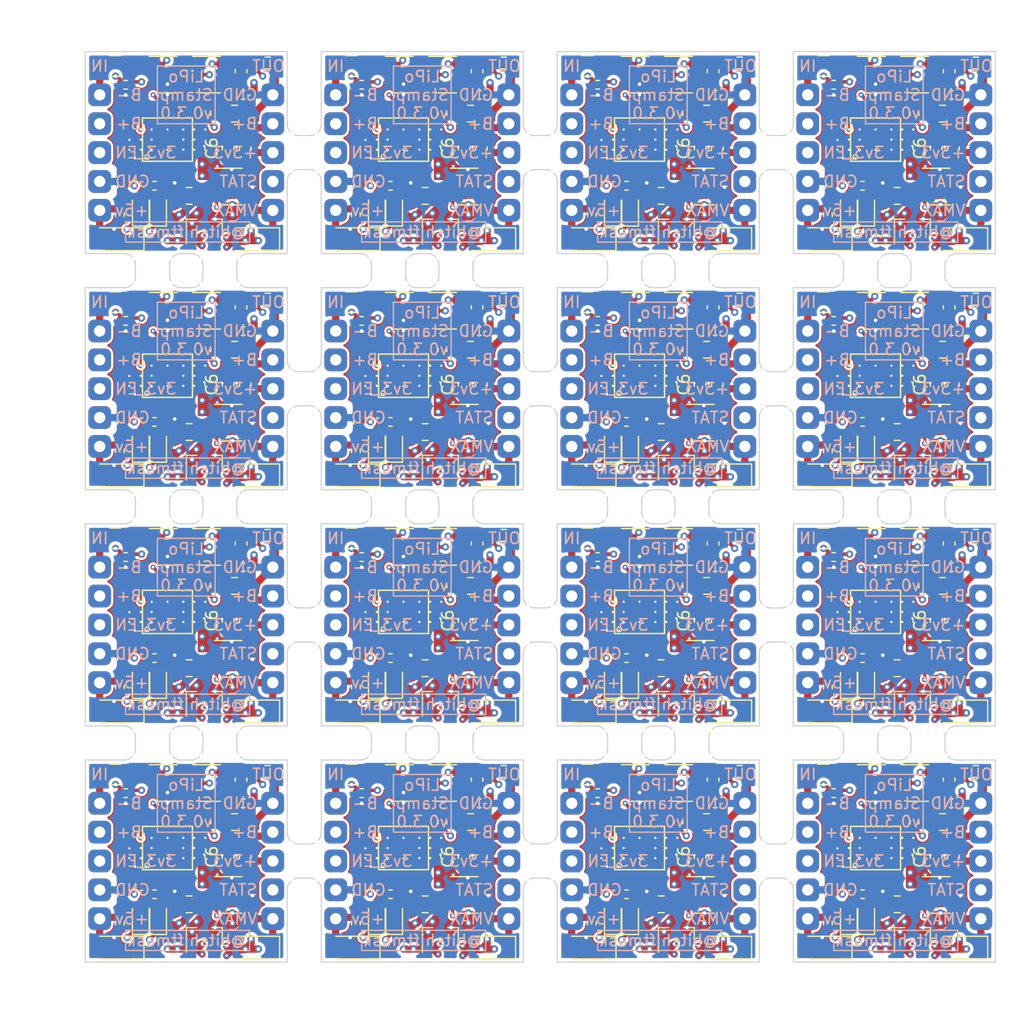
<source format=kicad_pcb>
(kicad_pcb (version 20171130) (host pcbnew 5.1.8)
  (layers (0 F.Cu signal) (1 In1.Cu signal) (2 In2.Cu signal) (31 B.Cu signal) (34 B.Paste user) (35 F.Paste user) (36 B.SilkS user) (37 F.SilkS user) (38 B.Mask user) (39 F.Mask user) (44 Edge.Cuts user))
  (net 0 "")
  (net 1 Board_1-/+3v3)
  (net 2 Board_1-/+BATT)
  (net 3 Board_1-/+CHARGE)
  (net 4 Board_1-/-BATT)
  (net 5 Board_1-/-BATT_RAW)
  (net 6 Board_1-/3v3_EN)
  (net 7 Board_1-/STAT)
  (net 8 Board_1-/VMAX)
  (net 9 Board_1-/charge-controller/PROG)
  (net 10 Board_1-/charge-controller/~STDBY)
  (net 11 Board_1-GND)
  (net 12 "Board_1-Net-(C1-Pad1)")
  (net 13 "Board_1-Net-(C5-Pad1)")
  (net 14 "Board_1-Net-(D1-Pad1)")
  (net 15 "Board_1-Net-(D2-Pad1)")
  (net 16 "Board_1-Net-(R6-Pad1)")
  (net 17 "Board_1-Net-(U1-Pad4)")
  (net 18 "Board_1-Net-(U2-Pad1)")
  (net 19 "Board_1-Net-(U2-Pad3)")
  (net 20 "Board_1-Net-(U2-Pad4)")
  (net 21 "Board_1-Net-(U3-Pad2)")
  (net 22 Board_2-/+3v3)
  (net 23 Board_2-/+BATT)
  (net 24 Board_2-/+CHARGE)
  (net 25 Board_2-/-BATT)
  (net 26 Board_2-/-BATT_RAW)
  (net 27 Board_2-/3v3_EN)
  (net 28 Board_2-/STAT)
  (net 29 Board_2-/VMAX)
  (net 30 Board_2-/charge-controller/PROG)
  (net 31 Board_2-/charge-controller/~STDBY)
  (net 32 Board_2-GND)
  (net 33 "Board_2-Net-(C1-Pad1)")
  (net 34 "Board_2-Net-(C5-Pad1)")
  (net 35 "Board_2-Net-(D1-Pad1)")
  (net 36 "Board_2-Net-(D2-Pad1)")
  (net 37 "Board_2-Net-(R6-Pad1)")
  (net 38 "Board_2-Net-(U1-Pad4)")
  (net 39 "Board_2-Net-(U2-Pad1)")
  (net 40 "Board_2-Net-(U2-Pad3)")
  (net 41 "Board_2-Net-(U2-Pad4)")
  (net 42 "Board_2-Net-(U3-Pad2)")
  (net 43 Board_3-/+3v3)
  (net 44 Board_3-/+BATT)
  (net 45 Board_3-/+CHARGE)
  (net 46 Board_3-/-BATT)
  (net 47 Board_3-/-BATT_RAW)
  (net 48 Board_3-/3v3_EN)
  (net 49 Board_3-/STAT)
  (net 50 Board_3-/VMAX)
  (net 51 Board_3-/charge-controller/PROG)
  (net 52 Board_3-/charge-controller/~STDBY)
  (net 53 Board_3-GND)
  (net 54 "Board_3-Net-(C1-Pad1)")
  (net 55 "Board_3-Net-(C5-Pad1)")
  (net 56 "Board_3-Net-(D1-Pad1)")
  (net 57 "Board_3-Net-(D2-Pad1)")
  (net 58 "Board_3-Net-(R6-Pad1)")
  (net 59 "Board_3-Net-(U1-Pad4)")
  (net 60 "Board_3-Net-(U2-Pad1)")
  (net 61 "Board_3-Net-(U2-Pad3)")
  (net 62 "Board_3-Net-(U2-Pad4)")
  (net 63 "Board_3-Net-(U3-Pad2)")
  (net 64 Board_4-/+3v3)
  (net 65 Board_4-/+BATT)
  (net 66 Board_4-/+CHARGE)
  (net 67 Board_4-/-BATT)
  (net 68 Board_4-/-BATT_RAW)
  (net 69 Board_4-/3v3_EN)
  (net 70 Board_4-/STAT)
  (net 71 Board_4-/VMAX)
  (net 72 Board_4-/charge-controller/PROG)
  (net 73 Board_4-/charge-controller/~STDBY)
  (net 74 Board_4-GND)
  (net 75 "Board_4-Net-(C1-Pad1)")
  (net 76 "Board_4-Net-(C5-Pad1)")
  (net 77 "Board_4-Net-(D1-Pad1)")
  (net 78 "Board_4-Net-(D2-Pad1)")
  (net 79 "Board_4-Net-(R6-Pad1)")
  (net 80 "Board_4-Net-(U1-Pad4)")
  (net 81 "Board_4-Net-(U2-Pad1)")
  (net 82 "Board_4-Net-(U2-Pad3)")
  (net 83 "Board_4-Net-(U2-Pad4)")
  (net 84 "Board_4-Net-(U3-Pad2)")
  (net 85 Board_5-/+3v3)
  (net 86 Board_5-/+BATT)
  (net 87 Board_5-/+CHARGE)
  (net 88 Board_5-/-BATT)
  (net 89 Board_5-/-BATT_RAW)
  (net 90 Board_5-/3v3_EN)
  (net 91 Board_5-/STAT)
  (net 92 Board_5-/VMAX)
  (net 93 Board_5-/charge-controller/PROG)
  (net 94 Board_5-/charge-controller/~STDBY)
  (net 95 Board_5-GND)
  (net 96 "Board_5-Net-(C1-Pad1)")
  (net 97 "Board_5-Net-(C5-Pad1)")
  (net 98 "Board_5-Net-(D1-Pad1)")
  (net 99 "Board_5-Net-(D2-Pad1)")
  (net 100 "Board_5-Net-(R6-Pad1)")
  (net 101 "Board_5-Net-(U1-Pad4)")
  (net 102 "Board_5-Net-(U2-Pad1)")
  (net 103 "Board_5-Net-(U2-Pad3)")
  (net 104 "Board_5-Net-(U2-Pad4)")
  (net 105 "Board_5-Net-(U3-Pad2)")
  (net 106 Board_6-/+3v3)
  (net 107 Board_6-/+BATT)
  (net 108 Board_6-/+CHARGE)
  (net 109 Board_6-/-BATT)
  (net 110 Board_6-/-BATT_RAW)
  (net 111 Board_6-/3v3_EN)
  (net 112 Board_6-/STAT)
  (net 113 Board_6-/VMAX)
  (net 114 Board_6-/charge-controller/PROG)
  (net 115 Board_6-/charge-controller/~STDBY)
  (net 116 Board_6-GND)
  (net 117 "Board_6-Net-(C1-Pad1)")
  (net 118 "Board_6-Net-(C5-Pad1)")
  (net 119 "Board_6-Net-(D1-Pad1)")
  (net 120 "Board_6-Net-(D2-Pad1)")
  (net 121 "Board_6-Net-(R6-Pad1)")
  (net 122 "Board_6-Net-(U1-Pad4)")
  (net 123 "Board_6-Net-(U2-Pad1)")
  (net 124 "Board_6-Net-(U2-Pad3)")
  (net 125 "Board_6-Net-(U2-Pad4)")
  (net 126 "Board_6-Net-(U3-Pad2)")
  (net 127 Board_7-/+3v3)
  (net 128 Board_7-/+BATT)
  (net 129 Board_7-/+CHARGE)
  (net 130 Board_7-/-BATT)
  (net 131 Board_7-/-BATT_RAW)
  (net 132 Board_7-/3v3_EN)
  (net 133 Board_7-/STAT)
  (net 134 Board_7-/VMAX)
  (net 135 Board_7-/charge-controller/PROG)
  (net 136 Board_7-/charge-controller/~STDBY)
  (net 137 Board_7-GND)
  (net 138 "Board_7-Net-(C1-Pad1)")
  (net 139 "Board_7-Net-(C5-Pad1)")
  (net 140 "Board_7-Net-(D1-Pad1)")
  (net 141 "Board_7-Net-(D2-Pad1)")
  (net 142 "Board_7-Net-(R6-Pad1)")
  (net 143 "Board_7-Net-(U1-Pad4)")
  (net 144 "Board_7-Net-(U2-Pad1)")
  (net 145 "Board_7-Net-(U2-Pad3)")
  (net 146 "Board_7-Net-(U2-Pad4)")
  (net 147 "Board_7-Net-(U3-Pad2)")
  (net 148 Board_8-/+3v3)
  (net 149 Board_8-/+BATT)
  (net 150 Board_8-/+CHARGE)
  (net 151 Board_8-/-BATT)
  (net 152 Board_8-/-BATT_RAW)
  (net 153 Board_8-/3v3_EN)
  (net 154 Board_8-/STAT)
  (net 155 Board_8-/VMAX)
  (net 156 Board_8-/charge-controller/PROG)
  (net 157 Board_8-/charge-controller/~STDBY)
  (net 158 Board_8-GND)
  (net 159 "Board_8-Net-(C1-Pad1)")
  (net 160 "Board_8-Net-(C5-Pad1)")
  (net 161 "Board_8-Net-(D1-Pad1)")
  (net 162 "Board_8-Net-(D2-Pad1)")
  (net 163 "Board_8-Net-(R6-Pad1)")
  (net 164 "Board_8-Net-(U1-Pad4)")
  (net 165 "Board_8-Net-(U2-Pad1)")
  (net 166 "Board_8-Net-(U2-Pad3)")
  (net 167 "Board_8-Net-(U2-Pad4)")
  (net 168 "Board_8-Net-(U3-Pad2)")
  (net 169 Board_9-/+3v3)
  (net 170 Board_9-/+BATT)
  (net 171 Board_9-/+CHARGE)
  (net 172 Board_9-/-BATT)
  (net 173 Board_9-/-BATT_RAW)
  (net 174 Board_9-/3v3_EN)
  (net 175 Board_9-/STAT)
  (net 176 Board_9-/VMAX)
  (net 177 Board_9-/charge-controller/PROG)
  (net 178 Board_9-/charge-controller/~STDBY)
  (net 179 Board_9-GND)
  (net 180 "Board_9-Net-(C1-Pad1)")
  (net 181 "Board_9-Net-(C5-Pad1)")
  (net 182 "Board_9-Net-(D1-Pad1)")
  (net 183 "Board_9-Net-(D2-Pad1)")
  (net 184 "Board_9-Net-(R6-Pad1)")
  (net 185 "Board_9-Net-(U1-Pad4)")
  (net 186 "Board_9-Net-(U2-Pad1)")
  (net 187 "Board_9-Net-(U2-Pad3)")
  (net 188 "Board_9-Net-(U2-Pad4)")
  (net 189 "Board_9-Net-(U3-Pad2)")
  (net 190 Board_10-/+3v3)
  (net 191 Board_10-/+BATT)
  (net 192 Board_10-/+CHARGE)
  (net 193 Board_10-/-BATT)
  (net 194 Board_10-/-BATT_RAW)
  (net 195 Board_10-/3v3_EN)
  (net 196 Board_10-/STAT)
  (net 197 Board_10-/VMAX)
  (net 198 Board_10-/charge-controller/PROG)
  (net 199 Board_10-/charge-controller/~STDBY)
  (net 200 Board_10-GND)
  (net 201 "Board_10-Net-(C1-Pad1)")
  (net 202 "Board_10-Net-(C5-Pad1)")
  (net 203 "Board_10-Net-(D1-Pad1)")
  (net 204 "Board_10-Net-(D2-Pad1)")
  (net 205 "Board_10-Net-(R6-Pad1)")
  (net 206 "Board_10-Net-(U1-Pad4)")
  (net 207 "Board_10-Net-(U2-Pad1)")
  (net 208 "Board_10-Net-(U2-Pad3)")
  (net 209 "Board_10-Net-(U2-Pad4)")
  (net 210 "Board_10-Net-(U3-Pad2)")
  (net 211 Board_11-/+3v3)
  (net 212 Board_11-/+BATT)
  (net 213 Board_11-/+CHARGE)
  (net 214 Board_11-/-BATT)
  (net 215 Board_11-/-BATT_RAW)
  (net 216 Board_11-/3v3_EN)
  (net 217 Board_11-/STAT)
  (net 218 Board_11-/VMAX)
  (net 219 Board_11-/charge-controller/PROG)
  (net 220 Board_11-/charge-controller/~STDBY)
  (net 221 Board_11-GND)
  (net 222 "Board_11-Net-(C1-Pad1)")
  (net 223 "Board_11-Net-(C5-Pad1)")
  (net 224 "Board_11-Net-(D1-Pad1)")
  (net 225 "Board_11-Net-(D2-Pad1)")
  (net 226 "Board_11-Net-(R6-Pad1)")
  (net 227 "Board_11-Net-(U1-Pad4)")
  (net 228 "Board_11-Net-(U2-Pad1)")
  (net 229 "Board_11-Net-(U2-Pad3)")
  (net 230 "Board_11-Net-(U2-Pad4)")
  (net 231 "Board_11-Net-(U3-Pad2)")
  (net 232 Board_12-/+3v3)
  (net 233 Board_12-/+BATT)
  (net 234 Board_12-/+CHARGE)
  (net 235 Board_12-/-BATT)
  (net 236 Board_12-/-BATT_RAW)
  (net 237 Board_12-/3v3_EN)
  (net 238 Board_12-/STAT)
  (net 239 Board_12-/VMAX)
  (net 240 Board_12-/charge-controller/PROG)
  (net 241 Board_12-/charge-controller/~STDBY)
  (net 242 Board_12-GND)
  (net 243 "Board_12-Net-(C1-Pad1)")
  (net 244 "Board_12-Net-(C5-Pad1)")
  (net 245 "Board_12-Net-(D1-Pad1)")
  (net 246 "Board_12-Net-(D2-Pad1)")
  (net 247 "Board_12-Net-(R6-Pad1)")
  (net 248 "Board_12-Net-(U1-Pad4)")
  (net 249 "Board_12-Net-(U2-Pad1)")
  (net 250 "Board_12-Net-(U2-Pad3)")
  (net 251 "Board_12-Net-(U2-Pad4)")
  (net 252 "Board_12-Net-(U3-Pad2)")
  (net 253 Board_13-/+3v3)
  (net 254 Board_13-/+BATT)
  (net 255 Board_13-/+CHARGE)
  (net 256 Board_13-/-BATT)
  (net 257 Board_13-/-BATT_RAW)
  (net 258 Board_13-/3v3_EN)
  (net 259 Board_13-/STAT)
  (net 260 Board_13-/VMAX)
  (net 261 Board_13-/charge-controller/PROG)
  (net 262 Board_13-/charge-controller/~STDBY)
  (net 263 Board_13-GND)
  (net 264 "Board_13-Net-(C1-Pad1)")
  (net 265 "Board_13-Net-(C5-Pad1)")
  (net 266 "Board_13-Net-(D1-Pad1)")
  (net 267 "Board_13-Net-(D2-Pad1)")
  (net 268 "Board_13-Net-(R6-Pad1)")
  (net 269 "Board_13-Net-(U1-Pad4)")
  (net 270 "Board_13-Net-(U2-Pad1)")
  (net 271 "Board_13-Net-(U2-Pad3)")
  (net 272 "Board_13-Net-(U2-Pad4)")
  (net 273 "Board_13-Net-(U3-Pad2)")
  (net 274 Board_14-/+3v3)
  (net 275 Board_14-/+BATT)
  (net 276 Board_14-/+CHARGE)
  (net 277 Board_14-/-BATT)
  (net 278 Board_14-/-BATT_RAW)
  (net 279 Board_14-/3v3_EN)
  (net 280 Board_14-/STAT)
  (net 281 Board_14-/VMAX)
  (net 282 Board_14-/charge-controller/PROG)
  (net 283 Board_14-/charge-controller/~STDBY)
  (net 284 Board_14-GND)
  (net 285 "Board_14-Net-(C1-Pad1)")
  (net 286 "Board_14-Net-(C5-Pad1)")
  (net 287 "Board_14-Net-(D1-Pad1)")
  (net 288 "Board_14-Net-(D2-Pad1)")
  (net 289 "Board_14-Net-(R6-Pad1)")
  (net 290 "Board_14-Net-(U1-Pad4)")
  (net 291 "Board_14-Net-(U2-Pad1)")
  (net 292 "Board_14-Net-(U2-Pad3)")
  (net 293 "Board_14-Net-(U2-Pad4)")
  (net 294 "Board_14-Net-(U3-Pad2)")
  (net 295 Board_15-/+3v3)
  (net 296 Board_15-/+BATT)
  (net 297 Board_15-/+CHARGE)
  (net 298 Board_15-/-BATT)
  (net 299 Board_15-/-BATT_RAW)
  (net 300 Board_15-/3v3_EN)
  (net 301 Board_15-/STAT)
  (net 302 Board_15-/VMAX)
  (net 303 Board_15-/charge-controller/PROG)
  (net 304 Board_15-/charge-controller/~STDBY)
  (net 305 Board_15-GND)
  (net 306 "Board_15-Net-(C1-Pad1)")
  (net 307 "Board_15-Net-(C5-Pad1)")
  (net 308 "Board_15-Net-(D1-Pad1)")
  (net 309 "Board_15-Net-(D2-Pad1)")
  (net 310 "Board_15-Net-(R6-Pad1)")
  (net 311 "Board_15-Net-(U1-Pad4)")
  (net 312 "Board_15-Net-(U2-Pad1)")
  (net 313 "Board_15-Net-(U2-Pad3)")
  (net 314 "Board_15-Net-(U2-Pad4)")
  (net 315 "Board_15-Net-(U3-Pad2)")
  (net 316 Board_16-/+3v3)
  (net 317 Board_16-/+BATT)
  (net 318 Board_16-/+CHARGE)
  (net 319 Board_16-/-BATT)
  (net 320 Board_16-/-BATT_RAW)
  (net 321 Board_16-/3v3_EN)
  (net 322 Board_16-/STAT)
  (net 323 Board_16-/VMAX)
  (net 324 Board_16-/charge-controller/PROG)
  (net 325 Board_16-/charge-controller/~STDBY)
  (net 326 Board_16-GND)
  (net 327 "Board_16-Net-(C1-Pad1)")
  (net 328 "Board_16-Net-(C5-Pad1)")
  (net 329 "Board_16-Net-(D1-Pad1)")
  (net 330 "Board_16-Net-(D2-Pad1)")
  (net 331 "Board_16-Net-(R6-Pad1)")
  (net 332 "Board_16-Net-(U1-Pad4)")
  (net 333 "Board_16-Net-(U2-Pad1)")
  (net 334 "Board_16-Net-(U2-Pad3)")
  (net 335 "Board_16-Net-(U2-Pad4)")
  (net 336 "Board_16-Net-(U3-Pad2)")
  (module NPTH (layer F.Cu) (at 112.0215 122.730017)
    (fp_text reference REF** hide)
    (fp_text value NPTH hide)
    (pad "" np_thru_hole circle (at 0 0) (size 0.5 0.5) (drill 0.5) (layers *.Cu *.Mask))
  )
  (module NPTH (layer F.Cu) (at 112.0215 121.730017)
    (fp_text reference REF** hide)
    (fp_text value NPTH hide)
    (pad "" np_thru_hole circle (at 0 0) (size 0.5 0.5) (drill 0.5) (layers *.Cu *.Mask))
  )
  (module NPTH (layer F.Cu) (at 112.0215 120.730017)
    (fp_text reference REF** hide)
    (fp_text value NPTH hide)
    (pad "" np_thru_hole circle (at 0 0) (size 0.5 0.5) (drill 0.5) (layers *.Cu *.Mask))
  )
  (module NPTH (layer F.Cu) (at 112.0215 119.730017)
    (fp_text reference REF** hide)
    (fp_text value NPTH hide)
    (pad "" np_thru_hole circle (at 0 0) (size 0.5 0.5) (drill 0.5) (layers *.Cu *.Mask))
  )
  (module NPTH (layer F.Cu) (at 109.6585 119.730017)
    (fp_text reference REF** hide)
    (fp_text value NPTH hide)
    (pad "" np_thru_hole circle (at 0 0) (size 0.5 0.5) (drill 0.5) (layers *.Cu *.Mask))
  )
  (module NPTH (layer F.Cu) (at 109.6585 120.730017)
    (fp_text reference REF** hide)
    (fp_text value NPTH hide)
    (pad "" np_thru_hole circle (at 0 0) (size 0.5 0.5) (drill 0.5) (layers *.Cu *.Mask))
  )
  (module NPTH (layer F.Cu) (at 109.6585 121.730017)
    (fp_text reference REF** hide)
    (fp_text value NPTH hide)
    (pad "" np_thru_hole circle (at 0 0) (size 0.5 0.5) (drill 0.5) (layers *.Cu *.Mask))
  )
  (module NPTH (layer F.Cu) (at 109.6585 122.730017)
    (fp_text reference REF** hide)
    (fp_text value NPTH hide)
    (pad "" np_thru_hole circle (at 0 0) (size 0.5 0.5) (drill 0.5) (layers *.Cu *.Mask))
  )
  (module NPTH (layer F.Cu) (at 91.2415 122.730017)
    (fp_text reference REF** hide)
    (fp_text value NPTH hide)
    (pad "" np_thru_hole circle (at 0 0) (size 0.5 0.5) (drill 0.5) (layers *.Cu *.Mask))
  )
  (module NPTH (layer F.Cu) (at 91.2415 121.730017)
    (fp_text reference REF** hide)
    (fp_text value NPTH hide)
    (pad "" np_thru_hole circle (at 0 0) (size 0.5 0.5) (drill 0.5) (layers *.Cu *.Mask))
  )
  (module NPTH (layer F.Cu) (at 91.2415 120.730017)
    (fp_text reference REF** hide)
    (fp_text value NPTH hide)
    (pad "" np_thru_hole circle (at 0 0) (size 0.5 0.5) (drill 0.5) (layers *.Cu *.Mask))
  )
  (module NPTH (layer F.Cu) (at 91.2415 119.730017)
    (fp_text reference REF** hide)
    (fp_text value NPTH hide)
    (pad "" np_thru_hole circle (at 0 0) (size 0.5 0.5) (drill 0.5) (layers *.Cu *.Mask))
  )
  (module NPTH (layer F.Cu) (at 88.8785 119.730017)
    (fp_text reference REF** hide)
    (fp_text value NPTH hide)
    (pad "" np_thru_hole circle (at 0 0) (size 0.5 0.5) (drill 0.5) (layers *.Cu *.Mask))
  )
  (module NPTH (layer F.Cu) (at 88.8785 120.730017)
    (fp_text reference REF** hide)
    (fp_text value NPTH hide)
    (pad "" np_thru_hole circle (at 0 0) (size 0.5 0.5) (drill 0.5) (layers *.Cu *.Mask))
  )
  (module NPTH (layer F.Cu) (at 88.8785 121.730017)
    (fp_text reference REF** hide)
    (fp_text value NPTH hide)
    (pad "" np_thru_hole circle (at 0 0) (size 0.5 0.5) (drill 0.5) (layers *.Cu *.Mask))
  )
  (module NPTH (layer F.Cu) (at 88.8785 122.730017)
    (fp_text reference REF** hide)
    (fp_text value NPTH hide)
    (pad "" np_thru_hole circle (at 0 0) (size 0.5 0.5) (drill 0.5) (layers *.Cu *.Mask))
  )
  (module NPTH (layer F.Cu) (at 70.4615 122.730017)
    (fp_text reference REF** hide)
    (fp_text value NPTH hide)
    (pad "" np_thru_hole circle (at 0 0) (size 0.5 0.5) (drill 0.5) (layers *.Cu *.Mask))
  )
  (module NPTH (layer F.Cu) (at 70.4615 121.730017)
    (fp_text reference REF** hide)
    (fp_text value NPTH hide)
    (pad "" np_thru_hole circle (at 0 0) (size 0.5 0.5) (drill 0.5) (layers *.Cu *.Mask))
  )
  (module NPTH (layer F.Cu) (at 70.4615 120.730017)
    (fp_text reference REF** hide)
    (fp_text value NPTH hide)
    (pad "" np_thru_hole circle (at 0 0) (size 0.5 0.5) (drill 0.5) (layers *.Cu *.Mask))
  )
  (module NPTH (layer F.Cu) (at 70.4615 119.730017)
    (fp_text reference REF** hide)
    (fp_text value NPTH hide)
    (pad "" np_thru_hole circle (at 0 0) (size 0.5 0.5) (drill 0.5) (layers *.Cu *.Mask))
  )
  (module NPTH (layer F.Cu) (at 68.0985 119.730017)
    (fp_text reference REF** hide)
    (fp_text value NPTH hide)
    (pad "" np_thru_hole circle (at 0 0) (size 0.5 0.5) (drill 0.5) (layers *.Cu *.Mask))
  )
  (module NPTH (layer F.Cu) (at 68.0985 120.730017)
    (fp_text reference REF** hide)
    (fp_text value NPTH hide)
    (pad "" np_thru_hole circle (at 0 0) (size 0.5 0.5) (drill 0.5) (layers *.Cu *.Mask))
  )
  (module NPTH (layer F.Cu) (at 68.0985 121.730017)
    (fp_text reference REF** hide)
    (fp_text value NPTH hide)
    (pad "" np_thru_hole circle (at 0 0) (size 0.5 0.5) (drill 0.5) (layers *.Cu *.Mask))
  )
  (module NPTH (layer F.Cu) (at 68.0985 122.730017)
    (fp_text reference REF** hide)
    (fp_text value NPTH hide)
    (pad "" np_thru_hole circle (at 0 0) (size 0.5 0.5) (drill 0.5) (layers *.Cu *.Mask))
  )
  (module NPTH (layer F.Cu) (at 112.0215 101.950012)
    (fp_text reference REF** hide)
    (fp_text value NPTH hide)
    (pad "" np_thru_hole circle (at 0 0) (size 0.5 0.5) (drill 0.5) (layers *.Cu *.Mask))
  )
  (module NPTH (layer F.Cu) (at 112.0215 100.950012)
    (fp_text reference REF** hide)
    (fp_text value NPTH hide)
    (pad "" np_thru_hole circle (at 0 0) (size 0.5 0.5) (drill 0.5) (layers *.Cu *.Mask))
  )
  (module NPTH (layer F.Cu) (at 112.0215 99.950012)
    (fp_text reference REF** hide)
    (fp_text value NPTH hide)
    (pad "" np_thru_hole circle (at 0 0) (size 0.5 0.5) (drill 0.5) (layers *.Cu *.Mask))
  )
  (module NPTH (layer F.Cu) (at 112.0215 98.950012)
    (fp_text reference REF** hide)
    (fp_text value NPTH hide)
    (pad "" np_thru_hole circle (at 0 0) (size 0.5 0.5) (drill 0.5) (layers *.Cu *.Mask))
  )
  (module NPTH (layer F.Cu) (at 109.6585 98.950012)
    (fp_text reference REF** hide)
    (fp_text value NPTH hide)
    (pad "" np_thru_hole circle (at 0 0) (size 0.5 0.5) (drill 0.5) (layers *.Cu *.Mask))
  )
  (module NPTH (layer F.Cu) (at 109.6585 99.950012)
    (fp_text reference REF** hide)
    (fp_text value NPTH hide)
    (pad "" np_thru_hole circle (at 0 0) (size 0.5 0.5) (drill 0.5) (layers *.Cu *.Mask))
  )
  (module NPTH (layer F.Cu) (at 109.6585 100.950012)
    (fp_text reference REF** hide)
    (fp_text value NPTH hide)
    (pad "" np_thru_hole circle (at 0 0) (size 0.5 0.5) (drill 0.5) (layers *.Cu *.Mask))
  )
  (module NPTH (layer F.Cu) (at 109.6585 101.950012)
    (fp_text reference REF** hide)
    (fp_text value NPTH hide)
    (pad "" np_thru_hole circle (at 0 0) (size 0.5 0.5) (drill 0.5) (layers *.Cu *.Mask))
  )
  (module NPTH (layer F.Cu) (at 91.2415 101.950012)
    (fp_text reference REF** hide)
    (fp_text value NPTH hide)
    (pad "" np_thru_hole circle (at 0 0) (size 0.5 0.5) (drill 0.5) (layers *.Cu *.Mask))
  )
  (module NPTH (layer F.Cu) (at 91.2415 100.950012)
    (fp_text reference REF** hide)
    (fp_text value NPTH hide)
    (pad "" np_thru_hole circle (at 0 0) (size 0.5 0.5) (drill 0.5) (layers *.Cu *.Mask))
  )
  (module NPTH (layer F.Cu) (at 91.2415 99.950012)
    (fp_text reference REF** hide)
    (fp_text value NPTH hide)
    (pad "" np_thru_hole circle (at 0 0) (size 0.5 0.5) (drill 0.5) (layers *.Cu *.Mask))
  )
  (module NPTH (layer F.Cu) (at 91.2415 98.950012)
    (fp_text reference REF** hide)
    (fp_text value NPTH hide)
    (pad "" np_thru_hole circle (at 0 0) (size 0.5 0.5) (drill 0.5) (layers *.Cu *.Mask))
  )
  (module NPTH (layer F.Cu) (at 88.8785 98.950012)
    (fp_text reference REF** hide)
    (fp_text value NPTH hide)
    (pad "" np_thru_hole circle (at 0 0) (size 0.5 0.5) (drill 0.5) (layers *.Cu *.Mask))
  )
  (module NPTH (layer F.Cu) (at 88.8785 99.950012)
    (fp_text reference REF** hide)
    (fp_text value NPTH hide)
    (pad "" np_thru_hole circle (at 0 0) (size 0.5 0.5) (drill 0.5) (layers *.Cu *.Mask))
  )
  (module NPTH (layer F.Cu) (at 88.8785 100.950012)
    (fp_text reference REF** hide)
    (fp_text value NPTH hide)
    (pad "" np_thru_hole circle (at 0 0) (size 0.5 0.5) (drill 0.5) (layers *.Cu *.Mask))
  )
  (module NPTH (layer F.Cu) (at 88.8785 101.950012)
    (fp_text reference REF** hide)
    (fp_text value NPTH hide)
    (pad "" np_thru_hole circle (at 0 0) (size 0.5 0.5) (drill 0.5) (layers *.Cu *.Mask))
  )
  (module NPTH (layer F.Cu) (at 70.4615 101.950012)
    (fp_text reference REF** hide)
    (fp_text value NPTH hide)
    (pad "" np_thru_hole circle (at 0 0) (size 0.5 0.5) (drill 0.5) (layers *.Cu *.Mask))
  )
  (module NPTH (layer F.Cu) (at 70.4615 100.950012)
    (fp_text reference REF** hide)
    (fp_text value NPTH hide)
    (pad "" np_thru_hole circle (at 0 0) (size 0.5 0.5) (drill 0.5) (layers *.Cu *.Mask))
  )
  (module NPTH (layer F.Cu) (at 70.4615 99.950012)
    (fp_text reference REF** hide)
    (fp_text value NPTH hide)
    (pad "" np_thru_hole circle (at 0 0) (size 0.5 0.5) (drill 0.5) (layers *.Cu *.Mask))
  )
  (module NPTH (layer F.Cu) (at 70.4615 98.950012)
    (fp_text reference REF** hide)
    (fp_text value NPTH hide)
    (pad "" np_thru_hole circle (at 0 0) (size 0.5 0.5) (drill 0.5) (layers *.Cu *.Mask))
  )
  (module NPTH (layer F.Cu) (at 68.0985 98.950012)
    (fp_text reference REF** hide)
    (fp_text value NPTH hide)
    (pad "" np_thru_hole circle (at 0 0) (size 0.5 0.5) (drill 0.5) (layers *.Cu *.Mask))
  )
  (module NPTH (layer F.Cu) (at 68.0985 99.950012)
    (fp_text reference REF** hide)
    (fp_text value NPTH hide)
    (pad "" np_thru_hole circle (at 0 0) (size 0.5 0.5) (drill 0.5) (layers *.Cu *.Mask))
  )
  (module NPTH (layer F.Cu) (at 68.0985 100.950012)
    (fp_text reference REF** hide)
    (fp_text value NPTH hide)
    (pad "" np_thru_hole circle (at 0 0) (size 0.5 0.5) (drill 0.5) (layers *.Cu *.Mask))
  )
  (module NPTH (layer F.Cu) (at 68.0985 101.950012)
    (fp_text reference REF** hide)
    (fp_text value NPTH hide)
    (pad "" np_thru_hole circle (at 0 0) (size 0.5 0.5) (drill 0.5) (layers *.Cu *.Mask))
  )
  (module NPTH (layer F.Cu) (at 112.0215 81.170007)
    (fp_text reference REF** hide)
    (fp_text value NPTH hide)
    (pad "" np_thru_hole circle (at 0 0) (size 0.5 0.5) (drill 0.5) (layers *.Cu *.Mask))
  )
  (module NPTH (layer F.Cu) (at 112.0215 80.170007)
    (fp_text reference REF** hide)
    (fp_text value NPTH hide)
    (pad "" np_thru_hole circle (at 0 0) (size 0.5 0.5) (drill 0.5) (layers *.Cu *.Mask))
  )
  (module NPTH (layer F.Cu) (at 112.0215 79.170007)
    (fp_text reference REF** hide)
    (fp_text value NPTH hide)
    (pad "" np_thru_hole circle (at 0 0) (size 0.5 0.5) (drill 0.5) (layers *.Cu *.Mask))
  )
  (module NPTH (layer F.Cu) (at 112.0215 78.170007)
    (fp_text reference REF** hide)
    (fp_text value NPTH hide)
    (pad "" np_thru_hole circle (at 0 0) (size 0.5 0.5) (drill 0.5) (layers *.Cu *.Mask))
  )
  (module NPTH (layer F.Cu) (at 109.6585 78.170007)
    (fp_text reference REF** hide)
    (fp_text value NPTH hide)
    (pad "" np_thru_hole circle (at 0 0) (size 0.5 0.5) (drill 0.5) (layers *.Cu *.Mask))
  )
  (module NPTH (layer F.Cu) (at 109.6585 79.170007)
    (fp_text reference REF** hide)
    (fp_text value NPTH hide)
    (pad "" np_thru_hole circle (at 0 0) (size 0.5 0.5) (drill 0.5) (layers *.Cu *.Mask))
  )
  (module NPTH (layer F.Cu) (at 109.6585 80.170007)
    (fp_text reference REF** hide)
    (fp_text value NPTH hide)
    (pad "" np_thru_hole circle (at 0 0) (size 0.5 0.5) (drill 0.5) (layers *.Cu *.Mask))
  )
  (module NPTH (layer F.Cu) (at 109.6585 81.170007)
    (fp_text reference REF** hide)
    (fp_text value NPTH hide)
    (pad "" np_thru_hole circle (at 0 0) (size 0.5 0.5) (drill 0.5) (layers *.Cu *.Mask))
  )
  (module NPTH (layer F.Cu) (at 91.2415 81.170007)
    (fp_text reference REF** hide)
    (fp_text value NPTH hide)
    (pad "" np_thru_hole circle (at 0 0) (size 0.5 0.5) (drill 0.5) (layers *.Cu *.Mask))
  )
  (module NPTH (layer F.Cu) (at 91.2415 80.170007)
    (fp_text reference REF** hide)
    (fp_text value NPTH hide)
    (pad "" np_thru_hole circle (at 0 0) (size 0.5 0.5) (drill 0.5) (layers *.Cu *.Mask))
  )
  (module NPTH (layer F.Cu) (at 91.2415 79.170007)
    (fp_text reference REF** hide)
    (fp_text value NPTH hide)
    (pad "" np_thru_hole circle (at 0 0) (size 0.5 0.5) (drill 0.5) (layers *.Cu *.Mask))
  )
  (module NPTH (layer F.Cu) (at 91.2415 78.170007)
    (fp_text reference REF** hide)
    (fp_text value NPTH hide)
    (pad "" np_thru_hole circle (at 0 0) (size 0.5 0.5) (drill 0.5) (layers *.Cu *.Mask))
  )
  (module NPTH (layer F.Cu) (at 88.8785 78.170007)
    (fp_text reference REF** hide)
    (fp_text value NPTH hide)
    (pad "" np_thru_hole circle (at 0 0) (size 0.5 0.5) (drill 0.5) (layers *.Cu *.Mask))
  )
  (module NPTH (layer F.Cu) (at 88.8785 79.170007)
    (fp_text reference REF** hide)
    (fp_text value NPTH hide)
    (pad "" np_thru_hole circle (at 0 0) (size 0.5 0.5) (drill 0.5) (layers *.Cu *.Mask))
  )
  (module NPTH (layer F.Cu) (at 88.8785 80.170007)
    (fp_text reference REF** hide)
    (fp_text value NPTH hide)
    (pad "" np_thru_hole circle (at 0 0) (size 0.5 0.5) (drill 0.5) (layers *.Cu *.Mask))
  )
  (module NPTH (layer F.Cu) (at 88.8785 81.170007)
    (fp_text reference REF** hide)
    (fp_text value NPTH hide)
    (pad "" np_thru_hole circle (at 0 0) (size 0.5 0.5) (drill 0.5) (layers *.Cu *.Mask))
  )
  (module NPTH (layer F.Cu) (at 70.4615 81.170007)
    (fp_text reference REF** hide)
    (fp_text value NPTH hide)
    (pad "" np_thru_hole circle (at 0 0) (size 0.5 0.5) (drill 0.5) (layers *.Cu *.Mask))
  )
  (module NPTH (layer F.Cu) (at 70.4615 80.170007)
    (fp_text reference REF** hide)
    (fp_text value NPTH hide)
    (pad "" np_thru_hole circle (at 0 0) (size 0.5 0.5) (drill 0.5) (layers *.Cu *.Mask))
  )
  (module NPTH (layer F.Cu) (at 70.4615 79.170007)
    (fp_text reference REF** hide)
    (fp_text value NPTH hide)
    (pad "" np_thru_hole circle (at 0 0) (size 0.5 0.5) (drill 0.5) (layers *.Cu *.Mask))
  )
  (module NPTH (layer F.Cu) (at 70.4615 78.170007)
    (fp_text reference REF** hide)
    (fp_text value NPTH hide)
    (pad "" np_thru_hole circle (at 0 0) (size 0.5 0.5) (drill 0.5) (layers *.Cu *.Mask))
  )
  (module NPTH (layer F.Cu) (at 68.0985 78.170007)
    (fp_text reference REF** hide)
    (fp_text value NPTH hide)
    (pad "" np_thru_hole circle (at 0 0) (size 0.5 0.5) (drill 0.5) (layers *.Cu *.Mask))
  )
  (module NPTH (layer F.Cu) (at 68.0985 79.170007)
    (fp_text reference REF** hide)
    (fp_text value NPTH hide)
    (pad "" np_thru_hole circle (at 0 0) (size 0.5 0.5) (drill 0.5) (layers *.Cu *.Mask))
  )
  (module NPTH (layer F.Cu) (at 68.0985 80.170007)
    (fp_text reference REF** hide)
    (fp_text value NPTH hide)
    (pad "" np_thru_hole circle (at 0 0) (size 0.5 0.5) (drill 0.5) (layers *.Cu *.Mask))
  )
  (module NPTH (layer F.Cu) (at 68.0985 81.170007)
    (fp_text reference REF** hide)
    (fp_text value NPTH hide)
    (pad "" np_thru_hole circle (at 0 0) (size 0.5 0.5) (drill 0.5) (layers *.Cu *.Mask))
  )
  (module NPTH (layer F.Cu) (at 112.0215 60.390002)
    (fp_text reference REF** hide)
    (fp_text value NPTH hide)
    (pad "" np_thru_hole circle (at 0 0) (size 0.5 0.5) (drill 0.5) (layers *.Cu *.Mask))
  )
  (module NPTH (layer F.Cu) (at 112.0215 59.390002)
    (fp_text reference REF** hide)
    (fp_text value NPTH hide)
    (pad "" np_thru_hole circle (at 0 0) (size 0.5 0.5) (drill 0.5) (layers *.Cu *.Mask))
  )
  (module NPTH (layer F.Cu) (at 112.0215 58.390002)
    (fp_text reference REF** hide)
    (fp_text value NPTH hide)
    (pad "" np_thru_hole circle (at 0 0) (size 0.5 0.5) (drill 0.5) (layers *.Cu *.Mask))
  )
  (module NPTH (layer F.Cu) (at 112.0215 57.390002)
    (fp_text reference REF** hide)
    (fp_text value NPTH hide)
    (pad "" np_thru_hole circle (at 0 0) (size 0.5 0.5) (drill 0.5) (layers *.Cu *.Mask))
  )
  (module NPTH (layer F.Cu) (at 109.6585 57.390002)
    (fp_text reference REF** hide)
    (fp_text value NPTH hide)
    (pad "" np_thru_hole circle (at 0 0) (size 0.5 0.5) (drill 0.5) (layers *.Cu *.Mask))
  )
  (module NPTH (layer F.Cu) (at 109.6585 58.390002)
    (fp_text reference REF** hide)
    (fp_text value NPTH hide)
    (pad "" np_thru_hole circle (at 0 0) (size 0.5 0.5) (drill 0.5) (layers *.Cu *.Mask))
  )
  (module NPTH (layer F.Cu) (at 109.6585 59.390002)
    (fp_text reference REF** hide)
    (fp_text value NPTH hide)
    (pad "" np_thru_hole circle (at 0 0) (size 0.5 0.5) (drill 0.5) (layers *.Cu *.Mask))
  )
  (module NPTH (layer F.Cu) (at 109.6585 60.390002)
    (fp_text reference REF** hide)
    (fp_text value NPTH hide)
    (pad "" np_thru_hole circle (at 0 0) (size 0.5 0.5) (drill 0.5) (layers *.Cu *.Mask))
  )
  (module NPTH (layer F.Cu) (at 91.2415 60.390002)
    (fp_text reference REF** hide)
    (fp_text value NPTH hide)
    (pad "" np_thru_hole circle (at 0 0) (size 0.5 0.5) (drill 0.5) (layers *.Cu *.Mask))
  )
  (module NPTH (layer F.Cu) (at 91.2415 59.390002)
    (fp_text reference REF** hide)
    (fp_text value NPTH hide)
    (pad "" np_thru_hole circle (at 0 0) (size 0.5 0.5) (drill 0.5) (layers *.Cu *.Mask))
  )
  (module NPTH (layer F.Cu) (at 91.2415 58.390002)
    (fp_text reference REF** hide)
    (fp_text value NPTH hide)
    (pad "" np_thru_hole circle (at 0 0) (size 0.5 0.5) (drill 0.5) (layers *.Cu *.Mask))
  )
  (module NPTH (layer F.Cu) (at 91.2415 57.390002)
    (fp_text reference REF** hide)
    (fp_text value NPTH hide)
    (pad "" np_thru_hole circle (at 0 0) (size 0.5 0.5) (drill 0.5) (layers *.Cu *.Mask))
  )
  (module NPTH (layer F.Cu) (at 88.8785 57.390002)
    (fp_text reference REF** hide)
    (fp_text value NPTH hide)
    (pad "" np_thru_hole circle (at 0 0) (size 0.5 0.5) (drill 0.5) (layers *.Cu *.Mask))
  )
  (module NPTH (layer F.Cu) (at 88.8785 58.390002)
    (fp_text reference REF** hide)
    (fp_text value NPTH hide)
    (pad "" np_thru_hole circle (at 0 0) (size 0.5 0.5) (drill 0.5) (layers *.Cu *.Mask))
  )
  (module NPTH (layer F.Cu) (at 88.8785 59.390002)
    (fp_text reference REF** hide)
    (fp_text value NPTH hide)
    (pad "" np_thru_hole circle (at 0 0) (size 0.5 0.5) (drill 0.5) (layers *.Cu *.Mask))
  )
  (module NPTH (layer F.Cu) (at 88.8785 60.390002)
    (fp_text reference REF** hide)
    (fp_text value NPTH hide)
    (pad "" np_thru_hole circle (at 0 0) (size 0.5 0.5) (drill 0.5) (layers *.Cu *.Mask))
  )
  (module NPTH (layer F.Cu) (at 70.4615 60.390002)
    (fp_text reference REF** hide)
    (fp_text value NPTH hide)
    (pad "" np_thru_hole circle (at 0 0) (size 0.5 0.5) (drill 0.5) (layers *.Cu *.Mask))
  )
  (module NPTH (layer F.Cu) (at 70.4615 59.390002)
    (fp_text reference REF** hide)
    (fp_text value NPTH hide)
    (pad "" np_thru_hole circle (at 0 0) (size 0.5 0.5) (drill 0.5) (layers *.Cu *.Mask))
  )
  (module NPTH (layer F.Cu) (at 70.4615 58.390002)
    (fp_text reference REF** hide)
    (fp_text value NPTH hide)
    (pad "" np_thru_hole circle (at 0 0) (size 0.5 0.5) (drill 0.5) (layers *.Cu *.Mask))
  )
  (module NPTH (layer F.Cu) (at 70.4615 57.390002)
    (fp_text reference REF** hide)
    (fp_text value NPTH hide)
    (pad "" np_thru_hole circle (at 0 0) (size 0.5 0.5) (drill 0.5) (layers *.Cu *.Mask))
  )
  (module NPTH (layer F.Cu) (at 68.0985 57.390002)
    (fp_text reference REF** hide)
    (fp_text value NPTH hide)
    (pad "" np_thru_hole circle (at 0 0) (size 0.5 0.5) (drill 0.5) (layers *.Cu *.Mask))
  )
  (module NPTH (layer F.Cu) (at 68.0985 58.390002)
    (fp_text reference REF** hide)
    (fp_text value NPTH hide)
    (pad "" np_thru_hole circle (at 0 0) (size 0.5 0.5) (drill 0.5) (layers *.Cu *.Mask))
  )
  (module NPTH (layer F.Cu) (at 68.0985 59.390002)
    (fp_text reference REF** hide)
    (fp_text value NPTH hide)
    (pad "" np_thru_hole circle (at 0 0) (size 0.5 0.5) (drill 0.5) (layers *.Cu *.Mask))
  )
  (module NPTH (layer F.Cu) (at 68.0985 60.390002)
    (fp_text reference REF** hide)
    (fp_text value NPTH hide)
    (pad "" np_thru_hole circle (at 0 0) (size 0.5 0.5) (drill 0.5) (layers *.Cu *.Mask))
  )
  (module NPTH (layer F.Cu) (at 122.693351 112.0215)
    (fp_text reference REF** hide)
    (fp_text value NPTH hide)
    (pad "" np_thru_hole circle (at 0 0) (size 0.5 0.5) (drill 0.5) (layers *.Cu *.Mask))
  )
  (module NPTH (layer F.Cu) (at 123.693351 112.0215)
    (fp_text reference REF** hide)
    (fp_text value NPTH hide)
    (pad "" np_thru_hole circle (at 0 0) (size 0.5 0.5) (drill 0.5) (layers *.Cu *.Mask))
  )
  (module NPTH (layer F.Cu) (at 124.693351 112.0215)
    (fp_text reference REF** hide)
    (fp_text value NPTH hide)
    (pad "" np_thru_hole circle (at 0 0) (size 0.5 0.5) (drill 0.5) (layers *.Cu *.Mask))
  )
  (module NPTH (layer F.Cu) (at 125.693351 112.0215)
    (fp_text reference REF** hide)
    (fp_text value NPTH hide)
    (pad "" np_thru_hole circle (at 0 0) (size 0.5 0.5) (drill 0.5) (layers *.Cu *.Mask))
  )
  (module NPTH (layer F.Cu) (at 116.766683 112.0215)
    (fp_text reference REF** hide)
    (fp_text value NPTH hide)
    (pad "" np_thru_hole circle (at 0 0) (size 0.5 0.5) (drill 0.5) (layers *.Cu *.Mask))
  )
  (module NPTH (layer F.Cu) (at 117.766683 112.0215)
    (fp_text reference REF** hide)
    (fp_text value NPTH hide)
    (pad "" np_thru_hole circle (at 0 0) (size 0.5 0.5) (drill 0.5) (layers *.Cu *.Mask))
  )
  (module NPTH (layer F.Cu) (at 118.766683 112.0215)
    (fp_text reference REF** hide)
    (fp_text value NPTH hide)
    (pad "" np_thru_hole circle (at 0 0) (size 0.5 0.5) (drill 0.5) (layers *.Cu *.Mask))
  )
  (module NPTH (layer F.Cu) (at 119.766683 112.0215)
    (fp_text reference REF** hide)
    (fp_text value NPTH hide)
    (pad "" np_thru_hole circle (at 0 0) (size 0.5 0.5) (drill 0.5) (layers *.Cu *.Mask))
  )
  (module NPTH (layer F.Cu) (at 101.913346 112.0215)
    (fp_text reference REF** hide)
    (fp_text value NPTH hide)
    (pad "" np_thru_hole circle (at 0 0) (size 0.5 0.5) (drill 0.5) (layers *.Cu *.Mask))
  )
  (module NPTH (layer F.Cu) (at 102.913346 112.0215)
    (fp_text reference REF** hide)
    (fp_text value NPTH hide)
    (pad "" np_thru_hole circle (at 0 0) (size 0.5 0.5) (drill 0.5) (layers *.Cu *.Mask))
  )
  (module NPTH (layer F.Cu) (at 103.913346 112.0215)
    (fp_text reference REF** hide)
    (fp_text value NPTH hide)
    (pad "" np_thru_hole circle (at 0 0) (size 0.5 0.5) (drill 0.5) (layers *.Cu *.Mask))
  )
  (module NPTH (layer F.Cu) (at 104.913346 112.0215)
    (fp_text reference REF** hide)
    (fp_text value NPTH hide)
    (pad "" np_thru_hole circle (at 0 0) (size 0.5 0.5) (drill 0.5) (layers *.Cu *.Mask))
  )
  (module NPTH (layer F.Cu) (at 95.986678 112.0215)
    (fp_text reference REF** hide)
    (fp_text value NPTH hide)
    (pad "" np_thru_hole circle (at 0 0) (size 0.5 0.5) (drill 0.5) (layers *.Cu *.Mask))
  )
  (module NPTH (layer F.Cu) (at 96.986678 112.0215)
    (fp_text reference REF** hide)
    (fp_text value NPTH hide)
    (pad "" np_thru_hole circle (at 0 0) (size 0.5 0.5) (drill 0.5) (layers *.Cu *.Mask))
  )
  (module NPTH (layer F.Cu) (at 97.986678 112.0215)
    (fp_text reference REF** hide)
    (fp_text value NPTH hide)
    (pad "" np_thru_hole circle (at 0 0) (size 0.5 0.5) (drill 0.5) (layers *.Cu *.Mask))
  )
  (module NPTH (layer F.Cu) (at 98.986678 112.0215)
    (fp_text reference REF** hide)
    (fp_text value NPTH hide)
    (pad "" np_thru_hole circle (at 0 0) (size 0.5 0.5) (drill 0.5) (layers *.Cu *.Mask))
  )
  (module NPTH (layer F.Cu) (at 81.133341 112.0215)
    (fp_text reference REF** hide)
    (fp_text value NPTH hide)
    (pad "" np_thru_hole circle (at 0 0) (size 0.5 0.5) (drill 0.5) (layers *.Cu *.Mask))
  )
  (module NPTH (layer F.Cu) (at 82.133341 112.0215)
    (fp_text reference REF** hide)
    (fp_text value NPTH hide)
    (pad "" np_thru_hole circle (at 0 0) (size 0.5 0.5) (drill 0.5) (layers *.Cu *.Mask))
  )
  (module NPTH (layer F.Cu) (at 83.133341 112.0215)
    (fp_text reference REF** hide)
    (fp_text value NPTH hide)
    (pad "" np_thru_hole circle (at 0 0) (size 0.5 0.5) (drill 0.5) (layers *.Cu *.Mask))
  )
  (module NPTH (layer F.Cu) (at 84.133341 112.0215)
    (fp_text reference REF** hide)
    (fp_text value NPTH hide)
    (pad "" np_thru_hole circle (at 0 0) (size 0.5 0.5) (drill 0.5) (layers *.Cu *.Mask))
  )
  (module NPTH (layer F.Cu) (at 75.206673 112.0215)
    (fp_text reference REF** hide)
    (fp_text value NPTH hide)
    (pad "" np_thru_hole circle (at 0 0) (size 0.5 0.5) (drill 0.5) (layers *.Cu *.Mask))
  )
  (module NPTH (layer F.Cu) (at 76.206673 112.0215)
    (fp_text reference REF** hide)
    (fp_text value NPTH hide)
    (pad "" np_thru_hole circle (at 0 0) (size 0.5 0.5) (drill 0.5) (layers *.Cu *.Mask))
  )
  (module NPTH (layer F.Cu) (at 77.206673 112.0215)
    (fp_text reference REF** hide)
    (fp_text value NPTH hide)
    (pad "" np_thru_hole circle (at 0 0) (size 0.5 0.5) (drill 0.5) (layers *.Cu *.Mask))
  )
  (module NPTH (layer F.Cu) (at 78.206673 112.0215)
    (fp_text reference REF** hide)
    (fp_text value NPTH hide)
    (pad "" np_thru_hole circle (at 0 0) (size 0.5 0.5) (drill 0.5) (layers *.Cu *.Mask))
  )
  (module NPTH (layer F.Cu) (at 60.353336 112.0215)
    (fp_text reference REF** hide)
    (fp_text value NPTH hide)
    (pad "" np_thru_hole circle (at 0 0) (size 0.5 0.5) (drill 0.5) (layers *.Cu *.Mask))
  )
  (module NPTH (layer F.Cu) (at 61.353336 112.0215)
    (fp_text reference REF** hide)
    (fp_text value NPTH hide)
    (pad "" np_thru_hole circle (at 0 0) (size 0.5 0.5) (drill 0.5) (layers *.Cu *.Mask))
  )
  (module NPTH (layer F.Cu) (at 62.353336 112.0215)
    (fp_text reference REF** hide)
    (fp_text value NPTH hide)
    (pad "" np_thru_hole circle (at 0 0) (size 0.5 0.5) (drill 0.5) (layers *.Cu *.Mask))
  )
  (module NPTH (layer F.Cu) (at 63.353336 112.0215)
    (fp_text reference REF** hide)
    (fp_text value NPTH hide)
    (pad "" np_thru_hole circle (at 0 0) (size 0.5 0.5) (drill 0.5) (layers *.Cu *.Mask))
  )
  (module NPTH (layer F.Cu) (at 54.426668 112.0215)
    (fp_text reference REF** hide)
    (fp_text value NPTH hide)
    (pad "" np_thru_hole circle (at 0 0) (size 0.5 0.5) (drill 0.5) (layers *.Cu *.Mask))
  )
  (module NPTH (layer F.Cu) (at 55.426668 112.0215)
    (fp_text reference REF** hide)
    (fp_text value NPTH hide)
    (pad "" np_thru_hole circle (at 0 0) (size 0.5 0.5) (drill 0.5) (layers *.Cu *.Mask))
  )
  (module NPTH (layer F.Cu) (at 56.426668 112.0215)
    (fp_text reference REF** hide)
    (fp_text value NPTH hide)
    (pad "" np_thru_hole circle (at 0 0) (size 0.5 0.5) (drill 0.5) (layers *.Cu *.Mask))
  )
  (module NPTH (layer F.Cu) (at 57.426668 112.0215)
    (fp_text reference REF** hide)
    (fp_text value NPTH hide)
    (pad "" np_thru_hole circle (at 0 0) (size 0.5 0.5) (drill 0.5) (layers *.Cu *.Mask))
  )
  (module NPTH (layer F.Cu) (at 125.693351 109.6585)
    (fp_text reference REF** hide)
    (fp_text value NPTH hide)
    (pad "" np_thru_hole circle (at 0 0) (size 0.5 0.5) (drill 0.5) (layers *.Cu *.Mask))
  )
  (module NPTH (layer F.Cu) (at 124.693351 109.6585)
    (fp_text reference REF** hide)
    (fp_text value NPTH hide)
    (pad "" np_thru_hole circle (at 0 0) (size 0.5 0.5) (drill 0.5) (layers *.Cu *.Mask))
  )
  (module NPTH (layer F.Cu) (at 123.693351 109.6585)
    (fp_text reference REF** hide)
    (fp_text value NPTH hide)
    (pad "" np_thru_hole circle (at 0 0) (size 0.5 0.5) (drill 0.5) (layers *.Cu *.Mask))
  )
  (module NPTH (layer F.Cu) (at 122.693351 109.6585)
    (fp_text reference REF** hide)
    (fp_text value NPTH hide)
    (pad "" np_thru_hole circle (at 0 0) (size 0.5 0.5) (drill 0.5) (layers *.Cu *.Mask))
  )
  (module NPTH (layer F.Cu) (at 119.766683 109.6585)
    (fp_text reference REF** hide)
    (fp_text value NPTH hide)
    (pad "" np_thru_hole circle (at 0 0) (size 0.5 0.5) (drill 0.5) (layers *.Cu *.Mask))
  )
  (module NPTH (layer F.Cu) (at 118.766683 109.6585)
    (fp_text reference REF** hide)
    (fp_text value NPTH hide)
    (pad "" np_thru_hole circle (at 0 0) (size 0.5 0.5) (drill 0.5) (layers *.Cu *.Mask))
  )
  (module NPTH (layer F.Cu) (at 117.766683 109.6585)
    (fp_text reference REF** hide)
    (fp_text value NPTH hide)
    (pad "" np_thru_hole circle (at 0 0) (size 0.5 0.5) (drill 0.5) (layers *.Cu *.Mask))
  )
  (module NPTH (layer F.Cu) (at 116.766683 109.6585)
    (fp_text reference REF** hide)
    (fp_text value NPTH hide)
    (pad "" np_thru_hole circle (at 0 0) (size 0.5 0.5) (drill 0.5) (layers *.Cu *.Mask))
  )
  (module NPTH (layer F.Cu) (at 122.693351 91.2415)
    (fp_text reference REF** hide)
    (fp_text value NPTH hide)
    (pad "" np_thru_hole circle (at 0 0) (size 0.5 0.5) (drill 0.5) (layers *.Cu *.Mask))
  )
  (module NPTH (layer F.Cu) (at 123.693351 91.2415)
    (fp_text reference REF** hide)
    (fp_text value NPTH hide)
    (pad "" np_thru_hole circle (at 0 0) (size 0.5 0.5) (drill 0.5) (layers *.Cu *.Mask))
  )
  (module NPTH (layer F.Cu) (at 124.693351 91.2415)
    (fp_text reference REF** hide)
    (fp_text value NPTH hide)
    (pad "" np_thru_hole circle (at 0 0) (size 0.5 0.5) (drill 0.5) (layers *.Cu *.Mask))
  )
  (module NPTH (layer F.Cu) (at 125.693351 91.2415)
    (fp_text reference REF** hide)
    (fp_text value NPTH hide)
    (pad "" np_thru_hole circle (at 0 0) (size 0.5 0.5) (drill 0.5) (layers *.Cu *.Mask))
  )
  (module NPTH (layer F.Cu) (at 116.766683 91.2415)
    (fp_text reference REF** hide)
    (fp_text value NPTH hide)
    (pad "" np_thru_hole circle (at 0 0) (size 0.5 0.5) (drill 0.5) (layers *.Cu *.Mask))
  )
  (module NPTH (layer F.Cu) (at 117.766683 91.2415)
    (fp_text reference REF** hide)
    (fp_text value NPTH hide)
    (pad "" np_thru_hole circle (at 0 0) (size 0.5 0.5) (drill 0.5) (layers *.Cu *.Mask))
  )
  (module NPTH (layer F.Cu) (at 118.766683 91.2415)
    (fp_text reference REF** hide)
    (fp_text value NPTH hide)
    (pad "" np_thru_hole circle (at 0 0) (size 0.5 0.5) (drill 0.5) (layers *.Cu *.Mask))
  )
  (module NPTH (layer F.Cu) (at 119.766683 91.2415)
    (fp_text reference REF** hide)
    (fp_text value NPTH hide)
    (pad "" np_thru_hole circle (at 0 0) (size 0.5 0.5) (drill 0.5) (layers *.Cu *.Mask))
  )
  (module NPTH (layer F.Cu) (at 104.913346 109.6585)
    (fp_text reference REF** hide)
    (fp_text value NPTH hide)
    (pad "" np_thru_hole circle (at 0 0) (size 0.5 0.5) (drill 0.5) (layers *.Cu *.Mask))
  )
  (module NPTH (layer F.Cu) (at 103.913346 109.6585)
    (fp_text reference REF** hide)
    (fp_text value NPTH hide)
    (pad "" np_thru_hole circle (at 0 0) (size 0.5 0.5) (drill 0.5) (layers *.Cu *.Mask))
  )
  (module NPTH (layer F.Cu) (at 102.913346 109.6585)
    (fp_text reference REF** hide)
    (fp_text value NPTH hide)
    (pad "" np_thru_hole circle (at 0 0) (size 0.5 0.5) (drill 0.5) (layers *.Cu *.Mask))
  )
  (module NPTH (layer F.Cu) (at 101.913346 109.6585)
    (fp_text reference REF** hide)
    (fp_text value NPTH hide)
    (pad "" np_thru_hole circle (at 0 0) (size 0.5 0.5) (drill 0.5) (layers *.Cu *.Mask))
  )
  (module NPTH (layer F.Cu) (at 98.986678 109.6585)
    (fp_text reference REF** hide)
    (fp_text value NPTH hide)
    (pad "" np_thru_hole circle (at 0 0) (size 0.5 0.5) (drill 0.5) (layers *.Cu *.Mask))
  )
  (module NPTH (layer F.Cu) (at 97.986678 109.6585)
    (fp_text reference REF** hide)
    (fp_text value NPTH hide)
    (pad "" np_thru_hole circle (at 0 0) (size 0.5 0.5) (drill 0.5) (layers *.Cu *.Mask))
  )
  (module NPTH (layer F.Cu) (at 96.986678 109.6585)
    (fp_text reference REF** hide)
    (fp_text value NPTH hide)
    (pad "" np_thru_hole circle (at 0 0) (size 0.5 0.5) (drill 0.5) (layers *.Cu *.Mask))
  )
  (module NPTH (layer F.Cu) (at 95.986678 109.6585)
    (fp_text reference REF** hide)
    (fp_text value NPTH hide)
    (pad "" np_thru_hole circle (at 0 0) (size 0.5 0.5) (drill 0.5) (layers *.Cu *.Mask))
  )
  (module NPTH (layer F.Cu) (at 101.913346 91.2415)
    (fp_text reference REF** hide)
    (fp_text value NPTH hide)
    (pad "" np_thru_hole circle (at 0 0) (size 0.5 0.5) (drill 0.5) (layers *.Cu *.Mask))
  )
  (module NPTH (layer F.Cu) (at 102.913346 91.2415)
    (fp_text reference REF** hide)
    (fp_text value NPTH hide)
    (pad "" np_thru_hole circle (at 0 0) (size 0.5 0.5) (drill 0.5) (layers *.Cu *.Mask))
  )
  (module NPTH (layer F.Cu) (at 103.913346 91.2415)
    (fp_text reference REF** hide)
    (fp_text value NPTH hide)
    (pad "" np_thru_hole circle (at 0 0) (size 0.5 0.5) (drill 0.5) (layers *.Cu *.Mask))
  )
  (module NPTH (layer F.Cu) (at 104.913346 91.2415)
    (fp_text reference REF** hide)
    (fp_text value NPTH hide)
    (pad "" np_thru_hole circle (at 0 0) (size 0.5 0.5) (drill 0.5) (layers *.Cu *.Mask))
  )
  (module NPTH (layer F.Cu) (at 95.986678 91.2415)
    (fp_text reference REF** hide)
    (fp_text value NPTH hide)
    (pad "" np_thru_hole circle (at 0 0) (size 0.5 0.5) (drill 0.5) (layers *.Cu *.Mask))
  )
  (module NPTH (layer F.Cu) (at 96.986678 91.2415)
    (fp_text reference REF** hide)
    (fp_text value NPTH hide)
    (pad "" np_thru_hole circle (at 0 0) (size 0.5 0.5) (drill 0.5) (layers *.Cu *.Mask))
  )
  (module NPTH (layer F.Cu) (at 97.986678 91.2415)
    (fp_text reference REF** hide)
    (fp_text value NPTH hide)
    (pad "" np_thru_hole circle (at 0 0) (size 0.5 0.5) (drill 0.5) (layers *.Cu *.Mask))
  )
  (module NPTH (layer F.Cu) (at 98.986678 91.2415)
    (fp_text reference REF** hide)
    (fp_text value NPTH hide)
    (pad "" np_thru_hole circle (at 0 0) (size 0.5 0.5) (drill 0.5) (layers *.Cu *.Mask))
  )
  (module NPTH (layer F.Cu) (at 84.133341 109.6585)
    (fp_text reference REF** hide)
    (fp_text value NPTH hide)
    (pad "" np_thru_hole circle (at 0 0) (size 0.5 0.5) (drill 0.5) (layers *.Cu *.Mask))
  )
  (module NPTH (layer F.Cu) (at 83.133341 109.6585)
    (fp_text reference REF** hide)
    (fp_text value NPTH hide)
    (pad "" np_thru_hole circle (at 0 0) (size 0.5 0.5) (drill 0.5) (layers *.Cu *.Mask))
  )
  (module NPTH (layer F.Cu) (at 82.133341 109.6585)
    (fp_text reference REF** hide)
    (fp_text value NPTH hide)
    (pad "" np_thru_hole circle (at 0 0) (size 0.5 0.5) (drill 0.5) (layers *.Cu *.Mask))
  )
  (module NPTH (layer F.Cu) (at 81.133341 109.6585)
    (fp_text reference REF** hide)
    (fp_text value NPTH hide)
    (pad "" np_thru_hole circle (at 0 0) (size 0.5 0.5) (drill 0.5) (layers *.Cu *.Mask))
  )
  (module NPTH (layer F.Cu) (at 78.206673 109.6585)
    (fp_text reference REF** hide)
    (fp_text value NPTH hide)
    (pad "" np_thru_hole circle (at 0 0) (size 0.5 0.5) (drill 0.5) (layers *.Cu *.Mask))
  )
  (module NPTH (layer F.Cu) (at 77.206673 109.6585)
    (fp_text reference REF** hide)
    (fp_text value NPTH hide)
    (pad "" np_thru_hole circle (at 0 0) (size 0.5 0.5) (drill 0.5) (layers *.Cu *.Mask))
  )
  (module NPTH (layer F.Cu) (at 76.206673 109.6585)
    (fp_text reference REF** hide)
    (fp_text value NPTH hide)
    (pad "" np_thru_hole circle (at 0 0) (size 0.5 0.5) (drill 0.5) (layers *.Cu *.Mask))
  )
  (module NPTH (layer F.Cu) (at 75.206673 109.6585)
    (fp_text reference REF** hide)
    (fp_text value NPTH hide)
    (pad "" np_thru_hole circle (at 0 0) (size 0.5 0.5) (drill 0.5) (layers *.Cu *.Mask))
  )
  (module NPTH (layer F.Cu) (at 81.133341 91.2415)
    (fp_text reference REF** hide)
    (fp_text value NPTH hide)
    (pad "" np_thru_hole circle (at 0 0) (size 0.5 0.5) (drill 0.5) (layers *.Cu *.Mask))
  )
  (module NPTH (layer F.Cu) (at 82.133341 91.2415)
    (fp_text reference REF** hide)
    (fp_text value NPTH hide)
    (pad "" np_thru_hole circle (at 0 0) (size 0.5 0.5) (drill 0.5) (layers *.Cu *.Mask))
  )
  (module NPTH (layer F.Cu) (at 83.133341 91.2415)
    (fp_text reference REF** hide)
    (fp_text value NPTH hide)
    (pad "" np_thru_hole circle (at 0 0) (size 0.5 0.5) (drill 0.5) (layers *.Cu *.Mask))
  )
  (module NPTH (layer F.Cu) (at 84.133341 91.2415)
    (fp_text reference REF** hide)
    (fp_text value NPTH hide)
    (pad "" np_thru_hole circle (at 0 0) (size 0.5 0.5) (drill 0.5) (layers *.Cu *.Mask))
  )
  (module NPTH (layer F.Cu) (at 75.206673 91.2415)
    (fp_text reference REF** hide)
    (fp_text value NPTH hide)
    (pad "" np_thru_hole circle (at 0 0) (size 0.5 0.5) (drill 0.5) (layers *.Cu *.Mask))
  )
  (module NPTH (layer F.Cu) (at 76.206673 91.2415)
    (fp_text reference REF** hide)
    (fp_text value NPTH hide)
    (pad "" np_thru_hole circle (at 0 0) (size 0.5 0.5) (drill 0.5) (layers *.Cu *.Mask))
  )
  (module NPTH (layer F.Cu) (at 77.206673 91.2415)
    (fp_text reference REF** hide)
    (fp_text value NPTH hide)
    (pad "" np_thru_hole circle (at 0 0) (size 0.5 0.5) (drill 0.5) (layers *.Cu *.Mask))
  )
  (module NPTH (layer F.Cu) (at 78.206673 91.2415)
    (fp_text reference REF** hide)
    (fp_text value NPTH hide)
    (pad "" np_thru_hole circle (at 0 0) (size 0.5 0.5) (drill 0.5) (layers *.Cu *.Mask))
  )
  (module NPTH (layer F.Cu) (at 63.353336 109.6585)
    (fp_text reference REF** hide)
    (fp_text value NPTH hide)
    (pad "" np_thru_hole circle (at 0 0) (size 0.5 0.5) (drill 0.5) (layers *.Cu *.Mask))
  )
  (module NPTH (layer F.Cu) (at 62.353336 109.6585)
    (fp_text reference REF** hide)
    (fp_text value NPTH hide)
    (pad "" np_thru_hole circle (at 0 0) (size 0.5 0.5) (drill 0.5) (layers *.Cu *.Mask))
  )
  (module NPTH (layer F.Cu) (at 61.353336 109.6585)
    (fp_text reference REF** hide)
    (fp_text value NPTH hide)
    (pad "" np_thru_hole circle (at 0 0) (size 0.5 0.5) (drill 0.5) (layers *.Cu *.Mask))
  )
  (module NPTH (layer F.Cu) (at 60.353336 109.6585)
    (fp_text reference REF** hide)
    (fp_text value NPTH hide)
    (pad "" np_thru_hole circle (at 0 0) (size 0.5 0.5) (drill 0.5) (layers *.Cu *.Mask))
  )
  (module NPTH (layer F.Cu) (at 57.426668 109.6585)
    (fp_text reference REF** hide)
    (fp_text value NPTH hide)
    (pad "" np_thru_hole circle (at 0 0) (size 0.5 0.5) (drill 0.5) (layers *.Cu *.Mask))
  )
  (module NPTH (layer F.Cu) (at 56.426668 109.6585)
    (fp_text reference REF** hide)
    (fp_text value NPTH hide)
    (pad "" np_thru_hole circle (at 0 0) (size 0.5 0.5) (drill 0.5) (layers *.Cu *.Mask))
  )
  (module NPTH (layer F.Cu) (at 55.426668 109.6585)
    (fp_text reference REF** hide)
    (fp_text value NPTH hide)
    (pad "" np_thru_hole circle (at 0 0) (size 0.5 0.5) (drill 0.5) (layers *.Cu *.Mask))
  )
  (module NPTH (layer F.Cu) (at 54.426668 109.6585)
    (fp_text reference REF** hide)
    (fp_text value NPTH hide)
    (pad "" np_thru_hole circle (at 0 0) (size 0.5 0.5) (drill 0.5) (layers *.Cu *.Mask))
  )
  (module NPTH (layer F.Cu) (at 60.353336 91.2415)
    (fp_text reference REF** hide)
    (fp_text value NPTH hide)
    (pad "" np_thru_hole circle (at 0 0) (size 0.5 0.5) (drill 0.5) (layers *.Cu *.Mask))
  )
  (module NPTH (layer F.Cu) (at 61.353336 91.2415)
    (fp_text reference REF** hide)
    (fp_text value NPTH hide)
    (pad "" np_thru_hole circle (at 0 0) (size 0.5 0.5) (drill 0.5) (layers *.Cu *.Mask))
  )
  (module NPTH (layer F.Cu) (at 62.353336 91.2415)
    (fp_text reference REF** hide)
    (fp_text value NPTH hide)
    (pad "" np_thru_hole circle (at 0 0) (size 0.5 0.5) (drill 0.5) (layers *.Cu *.Mask))
  )
  (module NPTH (layer F.Cu) (at 63.353336 91.2415)
    (fp_text reference REF** hide)
    (fp_text value NPTH hide)
    (pad "" np_thru_hole circle (at 0 0) (size 0.5 0.5) (drill 0.5) (layers *.Cu *.Mask))
  )
  (module NPTH (layer F.Cu) (at 54.426668 91.2415)
    (fp_text reference REF** hide)
    (fp_text value NPTH hide)
    (pad "" np_thru_hole circle (at 0 0) (size 0.5 0.5) (drill 0.5) (layers *.Cu *.Mask))
  )
  (module NPTH (layer F.Cu) (at 55.426668 91.2415)
    (fp_text reference REF** hide)
    (fp_text value NPTH hide)
    (pad "" np_thru_hole circle (at 0 0) (size 0.5 0.5) (drill 0.5) (layers *.Cu *.Mask))
  )
  (module NPTH (layer F.Cu) (at 56.426668 91.2415)
    (fp_text reference REF** hide)
    (fp_text value NPTH hide)
    (pad "" np_thru_hole circle (at 0 0) (size 0.5 0.5) (drill 0.5) (layers *.Cu *.Mask))
  )
  (module NPTH (layer F.Cu) (at 57.426668 91.2415)
    (fp_text reference REF** hide)
    (fp_text value NPTH hide)
    (pad "" np_thru_hole circle (at 0 0) (size 0.5 0.5) (drill 0.5) (layers *.Cu *.Mask))
  )
  (module NPTH (layer F.Cu) (at 125.693351 88.8785)
    (fp_text reference REF** hide)
    (fp_text value NPTH hide)
    (pad "" np_thru_hole circle (at 0 0) (size 0.5 0.5) (drill 0.5) (layers *.Cu *.Mask))
  )
  (module NPTH (layer F.Cu) (at 124.693351 88.8785)
    (fp_text reference REF** hide)
    (fp_text value NPTH hide)
    (pad "" np_thru_hole circle (at 0 0) (size 0.5 0.5) (drill 0.5) (layers *.Cu *.Mask))
  )
  (module NPTH (layer F.Cu) (at 123.693351 88.8785)
    (fp_text reference REF** hide)
    (fp_text value NPTH hide)
    (pad "" np_thru_hole circle (at 0 0) (size 0.5 0.5) (drill 0.5) (layers *.Cu *.Mask))
  )
  (module NPTH (layer F.Cu) (at 122.693351 88.8785)
    (fp_text reference REF** hide)
    (fp_text value NPTH hide)
    (pad "" np_thru_hole circle (at 0 0) (size 0.5 0.5) (drill 0.5) (layers *.Cu *.Mask))
  )
  (module NPTH (layer F.Cu) (at 119.766683 88.8785)
    (fp_text reference REF** hide)
    (fp_text value NPTH hide)
    (pad "" np_thru_hole circle (at 0 0) (size 0.5 0.5) (drill 0.5) (layers *.Cu *.Mask))
  )
  (module NPTH (layer F.Cu) (at 118.766683 88.8785)
    (fp_text reference REF** hide)
    (fp_text value NPTH hide)
    (pad "" np_thru_hole circle (at 0 0) (size 0.5 0.5) (drill 0.5) (layers *.Cu *.Mask))
  )
  (module NPTH (layer F.Cu) (at 117.766683 88.8785)
    (fp_text reference REF** hide)
    (fp_text value NPTH hide)
    (pad "" np_thru_hole circle (at 0 0) (size 0.5 0.5) (drill 0.5) (layers *.Cu *.Mask))
  )
  (module NPTH (layer F.Cu) (at 116.766683 88.8785)
    (fp_text reference REF** hide)
    (fp_text value NPTH hide)
    (pad "" np_thru_hole circle (at 0 0) (size 0.5 0.5) (drill 0.5) (layers *.Cu *.Mask))
  )
  (module NPTH (layer F.Cu) (at 122.693351 70.4615)
    (fp_text reference REF** hide)
    (fp_text value NPTH hide)
    (pad "" np_thru_hole circle (at 0 0) (size 0.5 0.5) (drill 0.5) (layers *.Cu *.Mask))
  )
  (module NPTH (layer F.Cu) (at 123.693351 70.4615)
    (fp_text reference REF** hide)
    (fp_text value NPTH hide)
    (pad "" np_thru_hole circle (at 0 0) (size 0.5 0.5) (drill 0.5) (layers *.Cu *.Mask))
  )
  (module NPTH (layer F.Cu) (at 124.693351 70.4615)
    (fp_text reference REF** hide)
    (fp_text value NPTH hide)
    (pad "" np_thru_hole circle (at 0 0) (size 0.5 0.5) (drill 0.5) (layers *.Cu *.Mask))
  )
  (module NPTH (layer F.Cu) (at 125.693351 70.4615)
    (fp_text reference REF** hide)
    (fp_text value NPTH hide)
    (pad "" np_thru_hole circle (at 0 0) (size 0.5 0.5) (drill 0.5) (layers *.Cu *.Mask))
  )
  (module NPTH (layer F.Cu) (at 116.766683 70.4615)
    (fp_text reference REF** hide)
    (fp_text value NPTH hide)
    (pad "" np_thru_hole circle (at 0 0) (size 0.5 0.5) (drill 0.5) (layers *.Cu *.Mask))
  )
  (module NPTH (layer F.Cu) (at 117.766683 70.4615)
    (fp_text reference REF** hide)
    (fp_text value NPTH hide)
    (pad "" np_thru_hole circle (at 0 0) (size 0.5 0.5) (drill 0.5) (layers *.Cu *.Mask))
  )
  (module NPTH (layer F.Cu) (at 118.766683 70.4615)
    (fp_text reference REF** hide)
    (fp_text value NPTH hide)
    (pad "" np_thru_hole circle (at 0 0) (size 0.5 0.5) (drill 0.5) (layers *.Cu *.Mask))
  )
  (module NPTH (layer F.Cu) (at 119.766683 70.4615)
    (fp_text reference REF** hide)
    (fp_text value NPTH hide)
    (pad "" np_thru_hole circle (at 0 0) (size 0.5 0.5) (drill 0.5) (layers *.Cu *.Mask))
  )
  (module NPTH (layer F.Cu) (at 104.913346 88.8785)
    (fp_text reference REF** hide)
    (fp_text value NPTH hide)
    (pad "" np_thru_hole circle (at 0 0) (size 0.5 0.5) (drill 0.5) (layers *.Cu *.Mask))
  )
  (module NPTH (layer F.Cu) (at 103.913346 88.8785)
    (fp_text reference REF** hide)
    (fp_text value NPTH hide)
    (pad "" np_thru_hole circle (at 0 0) (size 0.5 0.5) (drill 0.5) (layers *.Cu *.Mask))
  )
  (module NPTH (layer F.Cu) (at 102.913346 88.8785)
    (fp_text reference REF** hide)
    (fp_text value NPTH hide)
    (pad "" np_thru_hole circle (at 0 0) (size 0.5 0.5) (drill 0.5) (layers *.Cu *.Mask))
  )
  (module NPTH (layer F.Cu) (at 101.913346 88.8785)
    (fp_text reference REF** hide)
    (fp_text value NPTH hide)
    (pad "" np_thru_hole circle (at 0 0) (size 0.5 0.5) (drill 0.5) (layers *.Cu *.Mask))
  )
  (module NPTH (layer F.Cu) (at 98.986678 88.8785)
    (fp_text reference REF** hide)
    (fp_text value NPTH hide)
    (pad "" np_thru_hole circle (at 0 0) (size 0.5 0.5) (drill 0.5) (layers *.Cu *.Mask))
  )
  (module NPTH (layer F.Cu) (at 97.986678 88.8785)
    (fp_text reference REF** hide)
    (fp_text value NPTH hide)
    (pad "" np_thru_hole circle (at 0 0) (size 0.5 0.5) (drill 0.5) (layers *.Cu *.Mask))
  )
  (module NPTH (layer F.Cu) (at 96.986678 88.8785)
    (fp_text reference REF** hide)
    (fp_text value NPTH hide)
    (pad "" np_thru_hole circle (at 0 0) (size 0.5 0.5) (drill 0.5) (layers *.Cu *.Mask))
  )
  (module NPTH (layer F.Cu) (at 95.986678 88.8785)
    (fp_text reference REF** hide)
    (fp_text value NPTH hide)
    (pad "" np_thru_hole circle (at 0 0) (size 0.5 0.5) (drill 0.5) (layers *.Cu *.Mask))
  )
  (module NPTH (layer F.Cu) (at 101.913346 70.4615)
    (fp_text reference REF** hide)
    (fp_text value NPTH hide)
    (pad "" np_thru_hole circle (at 0 0) (size 0.5 0.5) (drill 0.5) (layers *.Cu *.Mask))
  )
  (module NPTH (layer F.Cu) (at 102.913346 70.4615)
    (fp_text reference REF** hide)
    (fp_text value NPTH hide)
    (pad "" np_thru_hole circle (at 0 0) (size 0.5 0.5) (drill 0.5) (layers *.Cu *.Mask))
  )
  (module NPTH (layer F.Cu) (at 103.913346 70.4615)
    (fp_text reference REF** hide)
    (fp_text value NPTH hide)
    (pad "" np_thru_hole circle (at 0 0) (size 0.5 0.5) (drill 0.5) (layers *.Cu *.Mask))
  )
  (module NPTH (layer F.Cu) (at 104.913346 70.4615)
    (fp_text reference REF** hide)
    (fp_text value NPTH hide)
    (pad "" np_thru_hole circle (at 0 0) (size 0.5 0.5) (drill 0.5) (layers *.Cu *.Mask))
  )
  (module NPTH (layer F.Cu) (at 95.986678 70.4615)
    (fp_text reference REF** hide)
    (fp_text value NPTH hide)
    (pad "" np_thru_hole circle (at 0 0) (size 0.5 0.5) (drill 0.5) (layers *.Cu *.Mask))
  )
  (module NPTH (layer F.Cu) (at 96.986678 70.4615)
    (fp_text reference REF** hide)
    (fp_text value NPTH hide)
    (pad "" np_thru_hole circle (at 0 0) (size 0.5 0.5) (drill 0.5) (layers *.Cu *.Mask))
  )
  (module NPTH (layer F.Cu) (at 97.986678 70.4615)
    (fp_text reference REF** hide)
    (fp_text value NPTH hide)
    (pad "" np_thru_hole circle (at 0 0) (size 0.5 0.5) (drill 0.5) (layers *.Cu *.Mask))
  )
  (module NPTH (layer F.Cu) (at 98.986678 70.4615)
    (fp_text reference REF** hide)
    (fp_text value NPTH hide)
    (pad "" np_thru_hole circle (at 0 0) (size 0.5 0.5) (drill 0.5) (layers *.Cu *.Mask))
  )
  (module NPTH (layer F.Cu) (at 84.133341 88.8785)
    (fp_text reference REF** hide)
    (fp_text value NPTH hide)
    (pad "" np_thru_hole circle (at 0 0) (size 0.5 0.5) (drill 0.5) (layers *.Cu *.Mask))
  )
  (module NPTH (layer F.Cu) (at 83.133341 88.8785)
    (fp_text reference REF** hide)
    (fp_text value NPTH hide)
    (pad "" np_thru_hole circle (at 0 0) (size 0.5 0.5) (drill 0.5) (layers *.Cu *.Mask))
  )
  (module NPTH (layer F.Cu) (at 82.133341 88.8785)
    (fp_text reference REF** hide)
    (fp_text value NPTH hide)
    (pad "" np_thru_hole circle (at 0 0) (size 0.5 0.5) (drill 0.5) (layers *.Cu *.Mask))
  )
  (module NPTH (layer F.Cu) (at 81.133341 88.8785)
    (fp_text reference REF** hide)
    (fp_text value NPTH hide)
    (pad "" np_thru_hole circle (at 0 0) (size 0.5 0.5) (drill 0.5) (layers *.Cu *.Mask))
  )
  (module NPTH (layer F.Cu) (at 78.206673 88.8785)
    (fp_text reference REF** hide)
    (fp_text value NPTH hide)
    (pad "" np_thru_hole circle (at 0 0) (size 0.5 0.5) (drill 0.5) (layers *.Cu *.Mask))
  )
  (module NPTH (layer F.Cu) (at 77.206673 88.8785)
    (fp_text reference REF** hide)
    (fp_text value NPTH hide)
    (pad "" np_thru_hole circle (at 0 0) (size 0.5 0.5) (drill 0.5) (layers *.Cu *.Mask))
  )
  (module NPTH (layer F.Cu) (at 76.206673 88.8785)
    (fp_text reference REF** hide)
    (fp_text value NPTH hide)
    (pad "" np_thru_hole circle (at 0 0) (size 0.5 0.5) (drill 0.5) (layers *.Cu *.Mask))
  )
  (module NPTH (layer F.Cu) (at 75.206673 88.8785)
    (fp_text reference REF** hide)
    (fp_text value NPTH hide)
    (pad "" np_thru_hole circle (at 0 0) (size 0.5 0.5) (drill 0.5) (layers *.Cu *.Mask))
  )
  (module NPTH (layer F.Cu) (at 81.133341 70.4615)
    (fp_text reference REF** hide)
    (fp_text value NPTH hide)
    (pad "" np_thru_hole circle (at 0 0) (size 0.5 0.5) (drill 0.5) (layers *.Cu *.Mask))
  )
  (module NPTH (layer F.Cu) (at 82.133341 70.4615)
    (fp_text reference REF** hide)
    (fp_text value NPTH hide)
    (pad "" np_thru_hole circle (at 0 0) (size 0.5 0.5) (drill 0.5) (layers *.Cu *.Mask))
  )
  (module NPTH (layer F.Cu) (at 83.133341 70.4615)
    (fp_text reference REF** hide)
    (fp_text value NPTH hide)
    (pad "" np_thru_hole circle (at 0 0) (size 0.5 0.5) (drill 0.5) (layers *.Cu *.Mask))
  )
  (module NPTH (layer F.Cu) (at 84.133341 70.4615)
    (fp_text reference REF** hide)
    (fp_text value NPTH hide)
    (pad "" np_thru_hole circle (at 0 0) (size 0.5 0.5) (drill 0.5) (layers *.Cu *.Mask))
  )
  (module NPTH (layer F.Cu) (at 75.206673 70.4615)
    (fp_text reference REF** hide)
    (fp_text value NPTH hide)
    (pad "" np_thru_hole circle (at 0 0) (size 0.5 0.5) (drill 0.5) (layers *.Cu *.Mask))
  )
  (module NPTH (layer F.Cu) (at 76.206673 70.4615)
    (fp_text reference REF** hide)
    (fp_text value NPTH hide)
    (pad "" np_thru_hole circle (at 0 0) (size 0.5 0.5) (drill 0.5) (layers *.Cu *.Mask))
  )
  (module NPTH (layer F.Cu) (at 77.206673 70.4615)
    (fp_text reference REF** hide)
    (fp_text value NPTH hide)
    (pad "" np_thru_hole circle (at 0 0) (size 0.5 0.5) (drill 0.5) (layers *.Cu *.Mask))
  )
  (module NPTH (layer F.Cu) (at 78.206673 70.4615)
    (fp_text reference REF** hide)
    (fp_text value NPTH hide)
    (pad "" np_thru_hole circle (at 0 0) (size 0.5 0.5) (drill 0.5) (layers *.Cu *.Mask))
  )
  (module NPTH (layer F.Cu) (at 63.353336 88.8785)
    (fp_text reference REF** hide)
    (fp_text value NPTH hide)
    (pad "" np_thru_hole circle (at 0 0) (size 0.5 0.5) (drill 0.5) (layers *.Cu *.Mask))
  )
  (module NPTH (layer F.Cu) (at 62.353336 88.8785)
    (fp_text reference REF** hide)
    (fp_text value NPTH hide)
    (pad "" np_thru_hole circle (at 0 0) (size 0.5 0.5) (drill 0.5) (layers *.Cu *.Mask))
  )
  (module NPTH (layer F.Cu) (at 61.353336 88.8785)
    (fp_text reference REF** hide)
    (fp_text value NPTH hide)
    (pad "" np_thru_hole circle (at 0 0) (size 0.5 0.5) (drill 0.5) (layers *.Cu *.Mask))
  )
  (module NPTH (layer F.Cu) (at 60.353336 88.8785)
    (fp_text reference REF** hide)
    (fp_text value NPTH hide)
    (pad "" np_thru_hole circle (at 0 0) (size 0.5 0.5) (drill 0.5) (layers *.Cu *.Mask))
  )
  (module NPTH (layer F.Cu) (at 57.426668 88.8785)
    (fp_text reference REF** hide)
    (fp_text value NPTH hide)
    (pad "" np_thru_hole circle (at 0 0) (size 0.5 0.5) (drill 0.5) (layers *.Cu *.Mask))
  )
  (module NPTH (layer F.Cu) (at 56.426668 88.8785)
    (fp_text reference REF** hide)
    (fp_text value NPTH hide)
    (pad "" np_thru_hole circle (at 0 0) (size 0.5 0.5) (drill 0.5) (layers *.Cu *.Mask))
  )
  (module NPTH (layer F.Cu) (at 55.426668 88.8785)
    (fp_text reference REF** hide)
    (fp_text value NPTH hide)
    (pad "" np_thru_hole circle (at 0 0) (size 0.5 0.5) (drill 0.5) (layers *.Cu *.Mask))
  )
  (module NPTH (layer F.Cu) (at 54.426668 88.8785)
    (fp_text reference REF** hide)
    (fp_text value NPTH hide)
    (pad "" np_thru_hole circle (at 0 0) (size 0.5 0.5) (drill 0.5) (layers *.Cu *.Mask))
  )
  (module NPTH (layer F.Cu) (at 60.353336 70.4615)
    (fp_text reference REF** hide)
    (fp_text value NPTH hide)
    (pad "" np_thru_hole circle (at 0 0) (size 0.5 0.5) (drill 0.5) (layers *.Cu *.Mask))
  )
  (module NPTH (layer F.Cu) (at 61.353336 70.4615)
    (fp_text reference REF** hide)
    (fp_text value NPTH hide)
    (pad "" np_thru_hole circle (at 0 0) (size 0.5 0.5) (drill 0.5) (layers *.Cu *.Mask))
  )
  (module NPTH (layer F.Cu) (at 62.353336 70.4615)
    (fp_text reference REF** hide)
    (fp_text value NPTH hide)
    (pad "" np_thru_hole circle (at 0 0) (size 0.5 0.5) (drill 0.5) (layers *.Cu *.Mask))
  )
  (module NPTH (layer F.Cu) (at 63.353336 70.4615)
    (fp_text reference REF** hide)
    (fp_text value NPTH hide)
    (pad "" np_thru_hole circle (at 0 0) (size 0.5 0.5) (drill 0.5) (layers *.Cu *.Mask))
  )
  (module NPTH (layer F.Cu) (at 54.426668 70.4615)
    (fp_text reference REF** hide)
    (fp_text value NPTH hide)
    (pad "" np_thru_hole circle (at 0 0) (size 0.5 0.5) (drill 0.5) (layers *.Cu *.Mask))
  )
  (module NPTH (layer F.Cu) (at 55.426668 70.4615)
    (fp_text reference REF** hide)
    (fp_text value NPTH hide)
    (pad "" np_thru_hole circle (at 0 0) (size 0.5 0.5) (drill 0.5) (layers *.Cu *.Mask))
  )
  (module NPTH (layer F.Cu) (at 56.426668 70.4615)
    (fp_text reference REF** hide)
    (fp_text value NPTH hide)
    (pad "" np_thru_hole circle (at 0 0) (size 0.5 0.5) (drill 0.5) (layers *.Cu *.Mask))
  )
  (module NPTH (layer F.Cu) (at 57.426668 70.4615)
    (fp_text reference REF** hide)
    (fp_text value NPTH hide)
    (pad "" np_thru_hole circle (at 0 0) (size 0.5 0.5) (drill 0.5) (layers *.Cu *.Mask))
  )
  (module NPTH (layer F.Cu) (at 125.693351 68.0985)
    (fp_text reference REF** hide)
    (fp_text value NPTH hide)
    (pad "" np_thru_hole circle (at 0 0) (size 0.5 0.5) (drill 0.5) (layers *.Cu *.Mask))
  )
  (module NPTH (layer F.Cu) (at 124.693351 68.0985)
    (fp_text reference REF** hide)
    (fp_text value NPTH hide)
    (pad "" np_thru_hole circle (at 0 0) (size 0.5 0.5) (drill 0.5) (layers *.Cu *.Mask))
  )
  (module NPTH (layer F.Cu) (at 123.693351 68.0985)
    (fp_text reference REF** hide)
    (fp_text value NPTH hide)
    (pad "" np_thru_hole circle (at 0 0) (size 0.5 0.5) (drill 0.5) (layers *.Cu *.Mask))
  )
  (module NPTH (layer F.Cu) (at 122.693351 68.0985)
    (fp_text reference REF** hide)
    (fp_text value NPTH hide)
    (pad "" np_thru_hole circle (at 0 0) (size 0.5 0.5) (drill 0.5) (layers *.Cu *.Mask))
  )
  (module NPTH (layer F.Cu) (at 119.766683 68.0985)
    (fp_text reference REF** hide)
    (fp_text value NPTH hide)
    (pad "" np_thru_hole circle (at 0 0) (size 0.5 0.5) (drill 0.5) (layers *.Cu *.Mask))
  )
  (module NPTH (layer F.Cu) (at 118.766683 68.0985)
    (fp_text reference REF** hide)
    (fp_text value NPTH hide)
    (pad "" np_thru_hole circle (at 0 0) (size 0.5 0.5) (drill 0.5) (layers *.Cu *.Mask))
  )
  (module NPTH (layer F.Cu) (at 117.766683 68.0985)
    (fp_text reference REF** hide)
    (fp_text value NPTH hide)
    (pad "" np_thru_hole circle (at 0 0) (size 0.5 0.5) (drill 0.5) (layers *.Cu *.Mask))
  )
  (module NPTH (layer F.Cu) (at 116.766683 68.0985)
    (fp_text reference REF** hide)
    (fp_text value NPTH hide)
    (pad "" np_thru_hole circle (at 0 0) (size 0.5 0.5) (drill 0.5) (layers *.Cu *.Mask))
  )
  (module NPTH (layer F.Cu) (at 104.913346 68.0985)
    (fp_text reference REF** hide)
    (fp_text value NPTH hide)
    (pad "" np_thru_hole circle (at 0 0) (size 0.5 0.5) (drill 0.5) (layers *.Cu *.Mask))
  )
  (module NPTH (layer F.Cu) (at 103.913346 68.0985)
    (fp_text reference REF** hide)
    (fp_text value NPTH hide)
    (pad "" np_thru_hole circle (at 0 0) (size 0.5 0.5) (drill 0.5) (layers *.Cu *.Mask))
  )
  (module NPTH (layer F.Cu) (at 102.913346 68.0985)
    (fp_text reference REF** hide)
    (fp_text value NPTH hide)
    (pad "" np_thru_hole circle (at 0 0) (size 0.5 0.5) (drill 0.5) (layers *.Cu *.Mask))
  )
  (module NPTH (layer F.Cu) (at 101.913346 68.0985)
    (fp_text reference REF** hide)
    (fp_text value NPTH hide)
    (pad "" np_thru_hole circle (at 0 0) (size 0.5 0.5) (drill 0.5) (layers *.Cu *.Mask))
  )
  (module NPTH (layer F.Cu) (at 98.986678 68.0985)
    (fp_text reference REF** hide)
    (fp_text value NPTH hide)
    (pad "" np_thru_hole circle (at 0 0) (size 0.5 0.5) (drill 0.5) (layers *.Cu *.Mask))
  )
  (module NPTH (layer F.Cu) (at 97.986678 68.0985)
    (fp_text reference REF** hide)
    (fp_text value NPTH hide)
    (pad "" np_thru_hole circle (at 0 0) (size 0.5 0.5) (drill 0.5) (layers *.Cu *.Mask))
  )
  (module NPTH (layer F.Cu) (at 96.986678 68.0985)
    (fp_text reference REF** hide)
    (fp_text value NPTH hide)
    (pad "" np_thru_hole circle (at 0 0) (size 0.5 0.5) (drill 0.5) (layers *.Cu *.Mask))
  )
  (module NPTH (layer F.Cu) (at 95.986678 68.0985)
    (fp_text reference REF** hide)
    (fp_text value NPTH hide)
    (pad "" np_thru_hole circle (at 0 0) (size 0.5 0.5) (drill 0.5) (layers *.Cu *.Mask))
  )
  (module NPTH (layer F.Cu) (at 84.133341 68.0985)
    (fp_text reference REF** hide)
    (fp_text value NPTH hide)
    (pad "" np_thru_hole circle (at 0 0) (size 0.5 0.5) (drill 0.5) (layers *.Cu *.Mask))
  )
  (module NPTH (layer F.Cu) (at 83.133341 68.0985)
    (fp_text reference REF** hide)
    (fp_text value NPTH hide)
    (pad "" np_thru_hole circle (at 0 0) (size 0.5 0.5) (drill 0.5) (layers *.Cu *.Mask))
  )
  (module NPTH (layer F.Cu) (at 82.133341 68.0985)
    (fp_text reference REF** hide)
    (fp_text value NPTH hide)
    (pad "" np_thru_hole circle (at 0 0) (size 0.5 0.5) (drill 0.5) (layers *.Cu *.Mask))
  )
  (module NPTH (layer F.Cu) (at 81.133341 68.0985)
    (fp_text reference REF** hide)
    (fp_text value NPTH hide)
    (pad "" np_thru_hole circle (at 0 0) (size 0.5 0.5) (drill 0.5) (layers *.Cu *.Mask))
  )
  (module NPTH (layer F.Cu) (at 78.206673 68.0985)
    (fp_text reference REF** hide)
    (fp_text value NPTH hide)
    (pad "" np_thru_hole circle (at 0 0) (size 0.5 0.5) (drill 0.5) (layers *.Cu *.Mask))
  )
  (module NPTH (layer F.Cu) (at 77.206673 68.0985)
    (fp_text reference REF** hide)
    (fp_text value NPTH hide)
    (pad "" np_thru_hole circle (at 0 0) (size 0.5 0.5) (drill 0.5) (layers *.Cu *.Mask))
  )
  (module NPTH (layer F.Cu) (at 76.206673 68.0985)
    (fp_text reference REF** hide)
    (fp_text value NPTH hide)
    (pad "" np_thru_hole circle (at 0 0) (size 0.5 0.5) (drill 0.5) (layers *.Cu *.Mask))
  )
  (module NPTH (layer F.Cu) (at 75.206673 68.0985)
    (fp_text reference REF** hide)
    (fp_text value NPTH hide)
    (pad "" np_thru_hole circle (at 0 0) (size 0.5 0.5) (drill 0.5) (layers *.Cu *.Mask))
  )
  (module NPTH (layer F.Cu) (at 63.353336 68.0985)
    (fp_text reference REF** hide)
    (fp_text value NPTH hide)
    (pad "" np_thru_hole circle (at 0 0) (size 0.5 0.5) (drill 0.5) (layers *.Cu *.Mask))
  )
  (module NPTH (layer F.Cu) (at 62.353336 68.0985)
    (fp_text reference REF** hide)
    (fp_text value NPTH hide)
    (pad "" np_thru_hole circle (at 0 0) (size 0.5 0.5) (drill 0.5) (layers *.Cu *.Mask))
  )
  (module NPTH (layer F.Cu) (at 61.353336 68.0985)
    (fp_text reference REF** hide)
    (fp_text value NPTH hide)
    (pad "" np_thru_hole circle (at 0 0) (size 0.5 0.5) (drill 0.5) (layers *.Cu *.Mask))
  )
  (module NPTH (layer F.Cu) (at 60.353336 68.0985)
    (fp_text reference REF** hide)
    (fp_text value NPTH hide)
    (pad "" np_thru_hole circle (at 0 0) (size 0.5 0.5) (drill 0.5) (layers *.Cu *.Mask))
  )
  (module NPTH (layer F.Cu) (at 57.426668 68.0985)
    (fp_text reference REF** hide)
    (fp_text value NPTH hide)
    (pad "" np_thru_hole circle (at 0 0) (size 0.5 0.5) (drill 0.5) (layers *.Cu *.Mask))
  )
  (module NPTH (layer F.Cu) (at 56.426668 68.0985)
    (fp_text reference REF** hide)
    (fp_text value NPTH hide)
    (pad "" np_thru_hole circle (at 0 0) (size 0.5 0.5) (drill 0.5) (layers *.Cu *.Mask))
  )
  (module NPTH (layer F.Cu) (at 55.426668 68.0985)
    (fp_text reference REF** hide)
    (fp_text value NPTH hide)
    (pad "" np_thru_hole circle (at 0 0) (size 0.5 0.5) (drill 0.5) (layers *.Cu *.Mask))
  )
  (module NPTH (layer F.Cu) (at 54.426668 68.0985)
    (fp_text reference REF** hide)
    (fp_text value NPTH hide)
    (pad "" np_thru_hole circle (at 0 0) (size 0.5 0.5) (drill 0.5) (layers *.Cu *.Mask))
  )
  (module LED_SMD:LED_0603_1608Metric (layer F.Cu) (at 118.753516 126.208516 90)
    (fp_text reference D1 hide)
    (fp_text value GREEN)
    (pad 1 smd roundrect (at -0.7875 0 90) (size 0.875 0.95) (layers F.Cu F.Paste F.Mask) (net 329 "Board_16-Net-(D1-Pad1)"))
    (pad 2 smd roundrect (at 0.7875 0 90) (size 0.875 0.95) (layers F.Cu F.Paste F.Mask) (net 327 "Board_16-Net-(C1-Pad1)"))
  )
  (module LED_SMD:LED_0603_1608Metric (layer F.Cu) (at 117.229516 126.208516 90)
    (fp_text reference D2 hide)
    (fp_text value RED)
    (pad 1 smd roundrect (at -0.7875 0 90) (size 0.875 0.95) (layers F.Cu F.Paste F.Mask) (net 330 "Board_16-Net-(D2-Pad1)"))
    (pad 2 smd roundrect (at 0.7875 0 90) (size 0.875 0.95) (layers F.Cu F.Paste F.Mask) (net 327 "Board_16-Net-(C1-Pad1)"))
  )
  (module Fuse:Fuse_1206_3216Metric_Castellated (layer F.Cu) (at 114.979016 113.610016 180)
    (fp_text reference F1 hide)
    (fp_text value nSMD200)
    (pad 1 smd roundrect (at -1.425 0 180) (size 1.6 1.65) (layers F.Cu F.Paste F.Mask) (roundrect_rratio 0.15625) (net 319 Board_16-/-BATT))
    (pad 2 smd roundrect (at 1.425 0 180) (size 1.6 1.65) (layers F.Cu F.Paste F.Mask) (roundrect_rratio 0.15625) (net 320 Board_16-/-BATT_RAW))
  )
  (module Everything:SOP-8 (layer F.Cu) (at 119.579016 120.087016 90)
    (fp_text reference IC1 hide)
    (fp_text value TP4056)
    (pad 4 smd rect (at -2.75 1.905 90) (size 1.3 0.7) (layers F.Cu F.Paste F.Mask) (net 327 "Board_16-Net-(C1-Pad1)"))
    (pad 3 smd rect (at -2.75 0.635 90) (size 1.3 0.7) (layers F.Cu F.Paste F.Mask) (net 326 Board_16-GND))
    (pad 1 smd rect (at -2.75 -1.905 90) (size 1.3 0.7) (layers F.Cu F.Paste F.Mask) (net 326 Board_16-GND))
    (pad 2 smd rect (at -2.75 -0.635 90) (size 1.3 0.7) (layers F.Cu F.Paste F.Mask) (net 324 Board_16-/charge-controller/PROG))
    (pad 5 smd rect (at 2.75 1.905 90) (size 1.3 0.7) (layers F.Cu F.Paste F.Mask) (net 317 Board_16-/+BATT))
    (pad 6 smd rect (at 2.75 0.635 90) (size 1.3 0.7) (layers F.Cu F.Paste F.Mask) (net 325 Board_16-/charge-controller/~STDBY))
    (pad 8 smd rect (at 2.75 -1.905 90) (size 1.3 0.7) (layers F.Cu F.Paste F.Mask) (net 327 "Board_16-Net-(C1-Pad1)"))
    (pad 7 smd rect (at 2.75 -0.635 90) (size 1.3 0.7) (layers F.Cu F.Paste F.Mask) (net 322 Board_16-/STAT))
    (pad 3 smd rect (at 0 0 90) (size 2.4 3.4) (layers F.Cu F.Paste F.Mask) (net 326 Board_16-GND))
  )
  (module Package_TO_SOT_SMD:SOT-23 (layer F.Cu) (at 122.820016 127.850016 90)
    (fp_text reference Q1 hide)
    (fp_text value SI2301CDS-T1-GE3)
    (pad 1 smd rect (at -1 -0.95 90) (size 0.9 0.8) (layers F.Cu F.Paste F.Mask) (net 318 Board_16-/+CHARGE))
    (pad 2 smd rect (at -1 0.95 90) (size 0.9 0.8) (layers F.Cu F.Paste F.Mask) (net 323 Board_16-/VMAX))
    (pad 3 smd rect (at 1 0 90) (size 0.9 0.8) (layers F.Cu F.Paste F.Mask) (net 317 Board_16-/+BATT))
  )
  (module Resistor_SMD:R_0402_1005Metric (layer F.Cu) (at 118.434016 124.151016 180)
    (fp_text reference R1 hide)
    (fp_text value 2.2K)
    (pad 1 smd roundrect (at -0.51 0 180) (size 0.54 0.64) (layers F.Cu F.Paste F.Mask) (net 324 Board_16-/charge-controller/PROG))
    (pad 2 smd roundrect (at 0.51 0 180) (size 0.54 0.64) (layers F.Cu F.Paste F.Mask) (net 326 Board_16-GND))
  )
  (module Resistor_SMD:R_0402_1005Metric (layer F.Cu) (at 123.008016 117.803016 90)
    (fp_text reference R2 hide)
    (fp_text value 1K)
    (pad 1 smd roundrect (at -0.51 0 90) (size 0.54 0.64) (layers F.Cu F.Paste F.Mask) (net 329 "Board_16-Net-(D1-Pad1)"))
    (pad 2 smd roundrect (at 0.51 0 90) (size 0.54 0.64) (layers F.Cu F.Paste F.Mask) (net 325 Board_16-/charge-controller/~STDBY))
  )
  (module Resistor_SMD:R_0402_1005Metric (layer F.Cu) (at 115.898016 115.261016)
    (fp_text reference R3 hide)
    (fp_text value 1K)
    (pad 1 smd roundrect (at -0.51 0) (size 0.54 0.64) (layers F.Cu F.Paste F.Mask) (net 330 "Board_16-Net-(D2-Pad1)"))
    (pad 2 smd roundrect (at 0.51 0) (size 0.54 0.64) (layers F.Cu F.Paste F.Mask) (net 322 Board_16-/STAT))
  )
  (module Resistor_SMD:R_0402_1005Metric (layer F.Cu) (at 115.388016 126.693016 90)
    (fp_text reference R4 hide)
    (fp_text value 100K)
    (pad 1 smd roundrect (at -0.51 0 90) (size 0.54 0.64) (layers F.Cu F.Paste F.Mask) (net 326 Board_16-GND))
    (pad 2 smd roundrect (at 0.51 0 90) (size 0.54 0.64) (layers F.Cu F.Paste F.Mask) (net 318 Board_16-/+CHARGE))
  )
  (module Resistor_SMD:R_0402_1005Metric (layer F.Cu) (at 126.248516 116.150016 180)
    (fp_text reference R5 hide)
    (fp_text value 330)
    (pad 1 smd roundrect (at -0.51 0 180) (size 0.54 0.64) (layers F.Cu F.Paste F.Mask) (net 317 Board_16-/+BATT))
    (pad 2 smd roundrect (at 0.51 0 180) (size 0.54 0.64) (layers F.Cu F.Paste F.Mask) (net 328 "Board_16-Net-(C5-Pad1)"))
  )
  (module Everything:castellated-2-pin (layer F.Cu) (at 113.610016 116.150016)
    (fp_text reference TP1 hide)
    (fp_text value TestPoint)
    (pad 1 thru_hole roundrect (at 0 0) (size 2 2) (drill 1) (layers *.Cu *.Mask) (net 320 Board_16-/-BATT_RAW) (clearance 0.2))
  )
  (module Everything:castellated-2-pin (layer F.Cu) (at 113.610016 118.690016)
    (fp_text reference TP2 hide)
    (fp_text value TestPoint)
    (pad 1 thru_hole roundrect (at 0 0) (size 2 2) (drill 1) (layers *.Cu *.Mask) (net 317 Board_16-/+BATT) (clearance 0.2))
  )
  (module Everything:castellated-2-pin (layer F.Cu) (at 113.610016 123.770016)
    (fp_text reference TP3 hide)
    (fp_text value TestPoint)
    (pad 1 thru_hole roundrect (at 0 0) (size 2 2) (drill 1) (layers *.Cu *.Mask) (net 326 Board_16-GND) (clearance 0.2))
  )
  (module Everything:castellated-2-pin (layer F.Cu) (at 113.610016 126.310016)
    (fp_text reference TP4 hide)
    (fp_text value TestPoint)
    (pad 1 thru_hole roundrect (at 0 0) (size 2 2) (drill 1) (layers *.Cu *.Mask) (net 318 Board_16-/+CHARGE) (clearance 0.2))
  )
  (module Everything:castellated-2-pin (layer F.Cu) (at 113.610016 121.230016)
    (fp_text reference TP5 hide)
    (fp_text value TestPoint)
    (pad 1 thru_hole roundrect (at 0 0) (size 2 2) (drill 1) (layers *.Cu *.Mask) (net 321 Board_16-/3v3_EN) (clearance 0.2))
  )
  (module Everything:castellated-2-pin (layer F.Cu) (at 128.850016 126.310016)
    (fp_text reference TP6 hide)
    (fp_text value TestPoint)
    (pad 1 thru_hole roundrect (at 0 0) (size 2 2) (drill 1) (layers *.Cu *.Mask) (net 323 Board_16-/VMAX) (clearance 0.2))
  )
  (module Everything:castellated-2-pin (layer F.Cu) (at 128.850016 118.690016)
    (fp_text reference TP7 hide)
    (fp_text value TestPoint)
    (pad 1 thru_hole roundrect (at 0 0) (size 2 2) (drill 1) (layers *.Cu *.Mask) (net 317 Board_16-/+BATT) (clearance 0.2))
  )
  (module Everything:castellated-2-pin (layer F.Cu) (at 128.850016 121.230016)
    (fp_text reference TP8 hide)
    (fp_text value TestPoint)
    (pad 1 thru_hole roundrect (at 0 0) (size 2 2) (drill 1) (layers *.Cu *.Mask) (net 316 Board_16-/+3v3) (clearance 0.2))
  )
  (module Everything:castellated-2-pin (layer F.Cu) (at 128.850016 123.770016)
    (fp_text reference TP9 hide)
    (fp_text value TestPoint)
    (pad 1 thru_hole roundrect (at 0 0) (size 2 2) (drill 1) (layers *.Cu *.Mask) (net 322 Board_16-/STAT) (clearance 0.2))
  )
  (module Everything:castellated-2-pin (layer F.Cu) (at 128.850016 116.150016)
    (fp_text reference TP10 hide)
    (fp_text value TestPoint)
    (pad 1 thru_hole roundrect (at 0 0) (size 2 2) (drill 1) (layers *.Cu *.Mask) (net 326 Board_16-GND) (clearance 0.2))
  )
  (module Package_TO_SOT_SMD:SOT-23-5 (layer F.Cu) (at 125.251016 124.217016)
    (fp_text reference U1 hide)
    (fp_text value AP2112K-3.3)
    (pad 1 smd rect (at -1.1 -0.95) (size 1.06 0.65) (layers F.Cu F.Paste F.Mask) (net 323 Board_16-/VMAX))
    (pad 2 smd rect (at -1.1 0) (size 1.06 0.65) (layers F.Cu F.Paste F.Mask) (net 326 Board_16-GND))
    (pad 3 smd rect (at -1.1 0.95) (size 1.06 0.65) (layers F.Cu F.Paste F.Mask) (net 321 Board_16-/3v3_EN))
    (pad 4 smd rect (at 1.1 0.95) (size 1.06 0.65) (layers F.Cu F.Paste F.Mask) (net 332 "Board_16-Net-(U1-Pad4)"))
    (pad 5 smd rect (at 1.1 -0.95) (size 1.06 0.65) (layers F.Cu F.Paste F.Mask) (net 316 Board_16-/+3v3))
  )
  (module Package_TO_SOT_SMD:SOT-23-6 (layer F.Cu) (at 123.346016 114.366016)
    (fp_text reference U2 hide)
    (fp_text value AP9101CK6)
    (pad 1 smd rect (at -1.1 -0.95) (size 1.06 0.65) (layers F.Cu F.Paste F.Mask) (net 333 "Board_16-Net-(U2-Pad1)"))
    (pad 2 smd rect (at -1.1 0) (size 1.06 0.65) (layers F.Cu F.Paste F.Mask) (net 331 "Board_16-Net-(R6-Pad1)"))
    (pad 3 smd rect (at -1.1 0.95) (size 1.06 0.65) (layers F.Cu F.Paste F.Mask) (net 334 "Board_16-Net-(U2-Pad3)"))
    (pad 4 smd rect (at 1.1 0.95) (size 1.06 0.65) (layers F.Cu F.Paste F.Mask) (net 335 "Board_16-Net-(U2-Pad4)"))
    (pad 6 smd rect (at 1.1 -0.95) (size 1.06 0.65) (layers F.Cu F.Paste F.Mask) (net 319 Board_16-/-BATT))
    (pad 5 smd rect (at 1.1 0) (size 1.06 0.65) (layers F.Cu F.Paste F.Mask) (net 328 "Board_16-Net-(C5-Pad1)"))
  )
  (module Package_TO_SOT_SMD:SOT-23-6 (layer F.Cu) (at 119.536016 114.366016)
    (fp_text reference U3 hide)
    (fp_text value FS8205)
    (pad 1 smd rect (at -1.1 -0.95) (size 1.06 0.65) (layers F.Cu F.Paste F.Mask) (net 319 Board_16-/-BATT))
    (pad 2 smd rect (at -1.1 0) (size 1.06 0.65) (layers F.Cu F.Paste F.Mask) (net 336 "Board_16-Net-(U3-Pad2)"))
    (pad 3 smd rect (at -1.1 0.95) (size 1.06 0.65) (layers F.Cu F.Paste F.Mask) (net 326 Board_16-GND))
    (pad 4 smd rect (at 1.1 0.95) (size 1.06 0.65) (layers F.Cu F.Paste F.Mask) (net 334 "Board_16-Net-(U2-Pad3)"))
    (pad 6 smd rect (at 1.1 -0.95) (size 1.06 0.65) (layers F.Cu F.Paste F.Mask) (net 333 "Board_16-Net-(U2-Pad1)"))
    (pad 5 smd rect (at 1.1 0) (size 1.06 0.65) (layers F.Cu F.Paste F.Mask) (net 336 "Board_16-Net-(U3-Pad2)"))
  )
  (module Diode_SMD:D_SOD-123 (layer F.Cu) (at 115.260016 128.850016 180)
    (fp_text reference D3 hide)
    (fp_text value B5819W)
    (pad 1 smd rect (at -1.65 0 180) (size 0.9 1.2) (layers F.Cu F.Paste F.Mask) (net 327 "Board_16-Net-(C1-Pad1)"))
    (pad 2 smd rect (at 1.65 0 180) (size 0.9 1.2) (layers F.Cu F.Paste F.Mask) (net 318 Board_16-/+CHARGE))
  )
  (module Diode_SMD:D_SOD-123 (layer F.Cu) (at 127.200016 128.850016 180)
    (fp_text reference D4 hide)
    (fp_text value B5819W)
    (pad 1 smd rect (at -1.65 0 180) (size 0.9 1.2) (layers F.Cu F.Paste F.Mask) (net 323 Board_16-/VMAX))
    (pad 2 smd rect (at 1.65 0 180) (size 0.9 1.2) (layers F.Cu F.Paste F.Mask) (net 318 Board_16-/+CHARGE))
  )
  (module Capacitor_SMD:C_0805_2012Metric (layer F.Cu) (at 121.484016 125.040016 180)
    (fp_text reference C1 hide)
    (fp_text value 10uF)
    (pad 1 smd roundrect (at -0.95 0 180) (size 1 1.45) (layers F.Cu F.Paste F.Mask) (net 327 "Board_16-Net-(C1-Pad1)"))
    (pad 2 smd roundrect (at 0.95 0 180) (size 1 1.45) (layers F.Cu F.Paste F.Mask) (net 326 Board_16-GND))
  )
  (module Capacitor_SMD:C_0805_2012Metric (layer F.Cu) (at 125.482016 117.801016)
    (fp_text reference C2 hide)
    (fp_text value 10uF)
    (pad 1 smd roundrect (at -0.95 0) (size 1 1.45) (layers F.Cu F.Paste F.Mask) (net 317 Board_16-/+BATT))
    (pad 2 smd roundrect (at 0.95 0) (size 1 1.45) (layers F.Cu F.Paste F.Mask) (net 326 Board_16-GND))
  )
  (module Capacitor_SMD:C_0603_1608Metric (layer F.Cu) (at 123.389016 120.862016 90)
    (fp_text reference C3 hide)
    (fp_text value 1uF)
    (pad 1 smd roundrect (at -0.775 0 90) (size 0.9 0.95) (layers F.Cu F.Paste F.Mask) (net 323 Board_16-/VMAX))
    (pad 2 smd roundrect (at 0.775 0 90) (size 0.9 0.95) (layers F.Cu F.Paste F.Mask) (net 326 Board_16-GND))
  )
  (module Capacitor_SMD:C_0603_1608Metric (layer F.Cu) (at 126.437016 120.862016 90)
    (fp_text reference C4 hide)
    (fp_text value 1uF)
    (pad 1 smd roundrect (at -0.775 0 90) (size 0.9 0.95) (layers F.Cu F.Paste F.Mask) (net 316 Board_16-/+3v3))
    (pad 2 smd roundrect (at 0.775 0 90) (size 0.9 0.95) (layers F.Cu F.Paste F.Mask) (net 326 Board_16-GND))
  )
  (module Capacitor_SMD:C_0603_1608Metric (layer F.Cu) (at 126.056016 114.067516 90)
    (fp_text reference C5 hide)
    (fp_text value 100nF)
    (pad 1 smd roundrect (at -0.775 0 90) (size 0.9 0.95) (layers F.Cu F.Paste F.Mask) (net 328 "Board_16-Net-(C5-Pad1)"))
    (pad 2 smd roundrect (at 0.775 0 90) (size 0.9 0.95) (layers F.Cu F.Paste F.Mask) (net 319 Board_16-/-BATT))
  )
  (module Resistor_SMD:R_0603_1608Metric (layer F.Cu) (at 128.405016 113.356016)
    (fp_text reference R6 hide)
    (fp_text value 2.7kOhm)
    (pad 1 smd roundrect (at -0.825 0) (size 0.8 0.95) (layers F.Cu F.Paste F.Mask) (net 331 "Board_16-Net-(R6-Pad1)"))
    (pad 2 smd roundrect (at 0.825 0) (size 0.8 0.95) (layers F.Cu F.Paste F.Mask) (net 326 Board_16-GND))
  )
  (module Capacitor_SMD:C_0603_1608Metric (layer F.Cu) (at 124.913016 120.862016 90)
    (fp_text reference C6 (at 0 -1.43 90) (layer F.SilkS))
    (fp_text value 1uF)
    (pad 1 smd roundrect (at -0.775 0 90) (size 0.9 0.95) (layers F.Cu F.Paste F.Mask) (net 316 Board_16-/+3v3))
    (pad 2 smd roundrect (at 0.775 0 90) (size 0.9 0.95) (layers F.Cu F.Paste F.Mask) (net 326 Board_16-GND))
  )
  (module Capacitor_SMD:C_0603_1608Metric (layer F.Cu) (at 115.705516 124.201516 90)
    (fp_text reference C7 hide)
    (fp_text value 1uF)
    (pad 1 smd roundrect (at -0.775 0 90) (size 0.9 0.95) (layers F.Cu F.Paste F.Mask) (net 318 Board_16-/+CHARGE))
    (pad 2 smd roundrect (at 0.775 0 90) (size 0.9 0.95) (layers F.Cu F.Paste F.Mask) (net 326 Board_16-GND))
  )
  (module LED_SMD:LED_0603_1608Metric (layer F.Cu) (at 97.973511 126.208516 90)
    (fp_text reference D1 hide)
    (fp_text value GREEN)
    (pad 1 smd roundrect (at -0.7875 0 90) (size 0.875 0.95) (layers F.Cu F.Paste F.Mask) (net 308 "Board_15-Net-(D1-Pad1)"))
    (pad 2 smd roundrect (at 0.7875 0 90) (size 0.875 0.95) (layers F.Cu F.Paste F.Mask) (net 306 "Board_15-Net-(C1-Pad1)"))
  )
  (module LED_SMD:LED_0603_1608Metric (layer F.Cu) (at 96.449511 126.208516 90)
    (fp_text reference D2 hide)
    (fp_text value RED)
    (pad 1 smd roundrect (at -0.7875 0 90) (size 0.875 0.95) (layers F.Cu F.Paste F.Mask) (net 309 "Board_15-Net-(D2-Pad1)"))
    (pad 2 smd roundrect (at 0.7875 0 90) (size 0.875 0.95) (layers F.Cu F.Paste F.Mask) (net 306 "Board_15-Net-(C1-Pad1)"))
  )
  (module Fuse:Fuse_1206_3216Metric_Castellated (layer F.Cu) (at 94.199011 113.610016 180)
    (fp_text reference F1 hide)
    (fp_text value nSMD200)
    (pad 1 smd roundrect (at -1.425 0 180) (size 1.6 1.65) (layers F.Cu F.Paste F.Mask) (roundrect_rratio 0.15625) (net 298 Board_15-/-BATT))
    (pad 2 smd roundrect (at 1.425 0 180) (size 1.6 1.65) (layers F.Cu F.Paste F.Mask) (roundrect_rratio 0.15625) (net 299 Board_15-/-BATT_RAW))
  )
  (module Everything:SOP-8 (layer F.Cu) (at 98.799011 120.087016 90)
    (fp_text reference IC1 hide)
    (fp_text value TP4056)
    (pad 4 smd rect (at -2.75 1.905 90) (size 1.3 0.7) (layers F.Cu F.Paste F.Mask) (net 306 "Board_15-Net-(C1-Pad1)"))
    (pad 3 smd rect (at -2.75 0.635 90) (size 1.3 0.7) (layers F.Cu F.Paste F.Mask) (net 305 Board_15-GND))
    (pad 1 smd rect (at -2.75 -1.905 90) (size 1.3 0.7) (layers F.Cu F.Paste F.Mask) (net 305 Board_15-GND))
    (pad 2 smd rect (at -2.75 -0.635 90) (size 1.3 0.7) (layers F.Cu F.Paste F.Mask) (net 303 Board_15-/charge-controller/PROG))
    (pad 5 smd rect (at 2.75 1.905 90) (size 1.3 0.7) (layers F.Cu F.Paste F.Mask) (net 296 Board_15-/+BATT))
    (pad 6 smd rect (at 2.75 0.635 90) (size 1.3 0.7) (layers F.Cu F.Paste F.Mask) (net 304 Board_15-/charge-controller/~STDBY))
    (pad 8 smd rect (at 2.75 -1.905 90) (size 1.3 0.7) (layers F.Cu F.Paste F.Mask) (net 306 "Board_15-Net-(C1-Pad1)"))
    (pad 7 smd rect (at 2.75 -0.635 90) (size 1.3 0.7) (layers F.Cu F.Paste F.Mask) (net 301 Board_15-/STAT))
    (pad 3 smd rect (at 0 0 90) (size 2.4 3.4) (layers F.Cu F.Paste F.Mask) (net 305 Board_15-GND))
  )
  (module Package_TO_SOT_SMD:SOT-23 (layer F.Cu) (at 102.040011 127.850016 90)
    (fp_text reference Q1 hide)
    (fp_text value SI2301CDS-T1-GE3)
    (pad 1 smd rect (at -1 -0.95 90) (size 0.9 0.8) (layers F.Cu F.Paste F.Mask) (net 297 Board_15-/+CHARGE))
    (pad 2 smd rect (at -1 0.95 90) (size 0.9 0.8) (layers F.Cu F.Paste F.Mask) (net 302 Board_15-/VMAX))
    (pad 3 smd rect (at 1 0 90) (size 0.9 0.8) (layers F.Cu F.Paste F.Mask) (net 296 Board_15-/+BATT))
  )
  (module Resistor_SMD:R_0402_1005Metric (layer F.Cu) (at 97.654011 124.151016 180)
    (fp_text reference R1 hide)
    (fp_text value 2.2K)
    (pad 1 smd roundrect (at -0.51 0 180) (size 0.54 0.64) (layers F.Cu F.Paste F.Mask) (net 303 Board_15-/charge-controller/PROG))
    (pad 2 smd roundrect (at 0.51 0 180) (size 0.54 0.64) (layers F.Cu F.Paste F.Mask) (net 305 Board_15-GND))
  )
  (module Resistor_SMD:R_0402_1005Metric (layer F.Cu) (at 102.228011 117.803016 90)
    (fp_text reference R2 hide)
    (fp_text value 1K)
    (pad 1 smd roundrect (at -0.51 0 90) (size 0.54 0.64) (layers F.Cu F.Paste F.Mask) (net 308 "Board_15-Net-(D1-Pad1)"))
    (pad 2 smd roundrect (at 0.51 0 90) (size 0.54 0.64) (layers F.Cu F.Paste F.Mask) (net 304 Board_15-/charge-controller/~STDBY))
  )
  (module Resistor_SMD:R_0402_1005Metric (layer F.Cu) (at 95.118011 115.261016)
    (fp_text reference R3 hide)
    (fp_text value 1K)
    (pad 1 smd roundrect (at -0.51 0) (size 0.54 0.64) (layers F.Cu F.Paste F.Mask) (net 309 "Board_15-Net-(D2-Pad1)"))
    (pad 2 smd roundrect (at 0.51 0) (size 0.54 0.64) (layers F.Cu F.Paste F.Mask) (net 301 Board_15-/STAT))
  )
  (module Resistor_SMD:R_0402_1005Metric (layer F.Cu) (at 94.608011 126.693016 90)
    (fp_text reference R4 hide)
    (fp_text value 100K)
    (pad 1 smd roundrect (at -0.51 0 90) (size 0.54 0.64) (layers F.Cu F.Paste F.Mask) (net 305 Board_15-GND))
    (pad 2 smd roundrect (at 0.51 0 90) (size 0.54 0.64) (layers F.Cu F.Paste F.Mask) (net 297 Board_15-/+CHARGE))
  )
  (module Resistor_SMD:R_0402_1005Metric (layer F.Cu) (at 105.468511 116.150016 180)
    (fp_text reference R5 hide)
    (fp_text value 330)
    (pad 1 smd roundrect (at -0.51 0 180) (size 0.54 0.64) (layers F.Cu F.Paste F.Mask) (net 296 Board_15-/+BATT))
    (pad 2 smd roundrect (at 0.51 0 180) (size 0.54 0.64) (layers F.Cu F.Paste F.Mask) (net 307 "Board_15-Net-(C5-Pad1)"))
  )
  (module Everything:castellated-2-pin (layer F.Cu) (at 92.830011 116.150016)
    (fp_text reference TP1 hide)
    (fp_text value TestPoint)
    (pad 1 thru_hole roundrect (at 0 0) (size 2 2) (drill 1) (layers *.Cu *.Mask) (net 299 Board_15-/-BATT_RAW) (clearance 0.2))
  )
  (module Everything:castellated-2-pin (layer F.Cu) (at 92.830011 118.690016)
    (fp_text reference TP2 hide)
    (fp_text value TestPoint)
    (pad 1 thru_hole roundrect (at 0 0) (size 2 2) (drill 1) (layers *.Cu *.Mask) (net 296 Board_15-/+BATT) (clearance 0.2))
  )
  (module Everything:castellated-2-pin (layer F.Cu) (at 92.830011 123.770016)
    (fp_text reference TP3 hide)
    (fp_text value TestPoint)
    (pad 1 thru_hole roundrect (at 0 0) (size 2 2) (drill 1) (layers *.Cu *.Mask) (net 305 Board_15-GND) (clearance 0.2))
  )
  (module Everything:castellated-2-pin (layer F.Cu) (at 92.830011 126.310016)
    (fp_text reference TP4 hide)
    (fp_text value TestPoint)
    (pad 1 thru_hole roundrect (at 0 0) (size 2 2) (drill 1) (layers *.Cu *.Mask) (net 297 Board_15-/+CHARGE) (clearance 0.2))
  )
  (module Everything:castellated-2-pin (layer F.Cu) (at 92.830011 121.230016)
    (fp_text reference TP5 hide)
    (fp_text value TestPoint)
    (pad 1 thru_hole roundrect (at 0 0) (size 2 2) (drill 1) (layers *.Cu *.Mask) (net 300 Board_15-/3v3_EN) (clearance 0.2))
  )
  (module Everything:castellated-2-pin (layer F.Cu) (at 108.070011 126.310016)
    (fp_text reference TP6 hide)
    (fp_text value TestPoint)
    (pad 1 thru_hole roundrect (at 0 0) (size 2 2) (drill 1) (layers *.Cu *.Mask) (net 302 Board_15-/VMAX) (clearance 0.2))
  )
  (module Everything:castellated-2-pin (layer F.Cu) (at 108.070011 118.690016)
    (fp_text reference TP7 hide)
    (fp_text value TestPoint)
    (pad 1 thru_hole roundrect (at 0 0) (size 2 2) (drill 1) (layers *.Cu *.Mask) (net 296 Board_15-/+BATT) (clearance 0.2))
  )
  (module Everything:castellated-2-pin (layer F.Cu) (at 108.070011 121.230016)
    (fp_text reference TP8 hide)
    (fp_text value TestPoint)
    (pad 1 thru_hole roundrect (at 0 0) (size 2 2) (drill 1) (layers *.Cu *.Mask) (net 295 Board_15-/+3v3) (clearance 0.2))
  )
  (module Everything:castellated-2-pin (layer F.Cu) (at 108.070011 123.770016)
    (fp_text reference TP9 hide)
    (fp_text value TestPoint)
    (pad 1 thru_hole roundrect (at 0 0) (size 2 2) (drill 1) (layers *.Cu *.Mask) (net 301 Board_15-/STAT) (clearance 0.2))
  )
  (module Everything:castellated-2-pin (layer F.Cu) (at 108.070011 116.150016)
    (fp_text reference TP10 hide)
    (fp_text value TestPoint)
    (pad 1 thru_hole roundrect (at 0 0) (size 2 2) (drill 1) (layers *.Cu *.Mask) (net 305 Board_15-GND) (clearance 0.2))
  )
  (module Package_TO_SOT_SMD:SOT-23-5 (layer F.Cu) (at 104.471011 124.217016)
    (fp_text reference U1 hide)
    (fp_text value AP2112K-3.3)
    (pad 1 smd rect (at -1.1 -0.95) (size 1.06 0.65) (layers F.Cu F.Paste F.Mask) (net 302 Board_15-/VMAX))
    (pad 2 smd rect (at -1.1 0) (size 1.06 0.65) (layers F.Cu F.Paste F.Mask) (net 305 Board_15-GND))
    (pad 3 smd rect (at -1.1 0.95) (size 1.06 0.65) (layers F.Cu F.Paste F.Mask) (net 300 Board_15-/3v3_EN))
    (pad 4 smd rect (at 1.1 0.95) (size 1.06 0.65) (layers F.Cu F.Paste F.Mask) (net 311 "Board_15-Net-(U1-Pad4)"))
    (pad 5 smd rect (at 1.1 -0.95) (size 1.06 0.65) (layers F.Cu F.Paste F.Mask) (net 295 Board_15-/+3v3))
  )
  (module Package_TO_SOT_SMD:SOT-23-6 (layer F.Cu) (at 102.566011 114.366016)
    (fp_text reference U2 hide)
    (fp_text value AP9101CK6)
    (pad 1 smd rect (at -1.1 -0.95) (size 1.06 0.65) (layers F.Cu F.Paste F.Mask) (net 312 "Board_15-Net-(U2-Pad1)"))
    (pad 2 smd rect (at -1.1 0) (size 1.06 0.65) (layers F.Cu F.Paste F.Mask) (net 310 "Board_15-Net-(R6-Pad1)"))
    (pad 3 smd rect (at -1.1 0.95) (size 1.06 0.65) (layers F.Cu F.Paste F.Mask) (net 313 "Board_15-Net-(U2-Pad3)"))
    (pad 4 smd rect (at 1.1 0.95) (size 1.06 0.65) (layers F.Cu F.Paste F.Mask) (net 314 "Board_15-Net-(U2-Pad4)"))
    (pad 6 smd rect (at 1.1 -0.95) (size 1.06 0.65) (layers F.Cu F.Paste F.Mask) (net 298 Board_15-/-BATT))
    (pad 5 smd rect (at 1.1 0) (size 1.06 0.65) (layers F.Cu F.Paste F.Mask) (net 307 "Board_15-Net-(C5-Pad1)"))
  )
  (module Package_TO_SOT_SMD:SOT-23-6 (layer F.Cu) (at 98.756011 114.366016)
    (fp_text reference U3 hide)
    (fp_text value FS8205)
    (pad 1 smd rect (at -1.1 -0.95) (size 1.06 0.65) (layers F.Cu F.Paste F.Mask) (net 298 Board_15-/-BATT))
    (pad 2 smd rect (at -1.1 0) (size 1.06 0.65) (layers F.Cu F.Paste F.Mask) (net 315 "Board_15-Net-(U3-Pad2)"))
    (pad 3 smd rect (at -1.1 0.95) (size 1.06 0.65) (layers F.Cu F.Paste F.Mask) (net 305 Board_15-GND))
    (pad 4 smd rect (at 1.1 0.95) (size 1.06 0.65) (layers F.Cu F.Paste F.Mask) (net 313 "Board_15-Net-(U2-Pad3)"))
    (pad 6 smd rect (at 1.1 -0.95) (size 1.06 0.65) (layers F.Cu F.Paste F.Mask) (net 312 "Board_15-Net-(U2-Pad1)"))
    (pad 5 smd rect (at 1.1 0) (size 1.06 0.65) (layers F.Cu F.Paste F.Mask) (net 315 "Board_15-Net-(U3-Pad2)"))
  )
  (module Diode_SMD:D_SOD-123 (layer F.Cu) (at 94.480011 128.850016 180)
    (fp_text reference D3 hide)
    (fp_text value B5819W)
    (pad 1 smd rect (at -1.65 0 180) (size 0.9 1.2) (layers F.Cu F.Paste F.Mask) (net 306 "Board_15-Net-(C1-Pad1)"))
    (pad 2 smd rect (at 1.65 0 180) (size 0.9 1.2) (layers F.Cu F.Paste F.Mask) (net 297 Board_15-/+CHARGE))
  )
  (module Diode_SMD:D_SOD-123 (layer F.Cu) (at 106.420011 128.850016 180)
    (fp_text reference D4 hide)
    (fp_text value B5819W)
    (pad 1 smd rect (at -1.65 0 180) (size 0.9 1.2) (layers F.Cu F.Paste F.Mask) (net 302 Board_15-/VMAX))
    (pad 2 smd rect (at 1.65 0 180) (size 0.9 1.2) (layers F.Cu F.Paste F.Mask) (net 297 Board_15-/+CHARGE))
  )
  (module Capacitor_SMD:C_0805_2012Metric (layer F.Cu) (at 100.704011 125.040016 180)
    (fp_text reference C1 hide)
    (fp_text value 10uF)
    (pad 1 smd roundrect (at -0.95 0 180) (size 1 1.45) (layers F.Cu F.Paste F.Mask) (net 306 "Board_15-Net-(C1-Pad1)"))
    (pad 2 smd roundrect (at 0.95 0 180) (size 1 1.45) (layers F.Cu F.Paste F.Mask) (net 305 Board_15-GND))
  )
  (module Capacitor_SMD:C_0805_2012Metric (layer F.Cu) (at 104.702011 117.801016)
    (fp_text reference C2 hide)
    (fp_text value 10uF)
    (pad 1 smd roundrect (at -0.95 0) (size 1 1.45) (layers F.Cu F.Paste F.Mask) (net 296 Board_15-/+BATT))
    (pad 2 smd roundrect (at 0.95 0) (size 1 1.45) (layers F.Cu F.Paste F.Mask) (net 305 Board_15-GND))
  )
  (module Capacitor_SMD:C_0603_1608Metric (layer F.Cu) (at 102.609011 120.862016 90)
    (fp_text reference C3 hide)
    (fp_text value 1uF)
    (pad 1 smd roundrect (at -0.775 0 90) (size 0.9 0.95) (layers F.Cu F.Paste F.Mask) (net 302 Board_15-/VMAX))
    (pad 2 smd roundrect (at 0.775 0 90) (size 0.9 0.95) (layers F.Cu F.Paste F.Mask) (net 305 Board_15-GND))
  )
  (module Capacitor_SMD:C_0603_1608Metric (layer F.Cu) (at 105.657011 120.862016 90)
    (fp_text reference C4 hide)
    (fp_text value 1uF)
    (pad 1 smd roundrect (at -0.775 0 90) (size 0.9 0.95) (layers F.Cu F.Paste F.Mask) (net 295 Board_15-/+3v3))
    (pad 2 smd roundrect (at 0.775 0 90) (size 0.9 0.95) (layers F.Cu F.Paste F.Mask) (net 305 Board_15-GND))
  )
  (module Capacitor_SMD:C_0603_1608Metric (layer F.Cu) (at 105.276011 114.067516 90)
    (fp_text reference C5 hide)
    (fp_text value 100nF)
    (pad 1 smd roundrect (at -0.775 0 90) (size 0.9 0.95) (layers F.Cu F.Paste F.Mask) (net 307 "Board_15-Net-(C5-Pad1)"))
    (pad 2 smd roundrect (at 0.775 0 90) (size 0.9 0.95) (layers F.Cu F.Paste F.Mask) (net 298 Board_15-/-BATT))
  )
  (module Resistor_SMD:R_0603_1608Metric (layer F.Cu) (at 107.625011 113.356016)
    (fp_text reference R6 hide)
    (fp_text value 2.7kOhm)
    (pad 1 smd roundrect (at -0.825 0) (size 0.8 0.95) (layers F.Cu F.Paste F.Mask) (net 310 "Board_15-Net-(R6-Pad1)"))
    (pad 2 smd roundrect (at 0.825 0) (size 0.8 0.95) (layers F.Cu F.Paste F.Mask) (net 305 Board_15-GND))
  )
  (module Capacitor_SMD:C_0603_1608Metric (layer F.Cu) (at 104.133011 120.862016 90)
    (fp_text reference C6 (at 0 -1.43 90) (layer F.SilkS))
    (fp_text value 1uF)
    (pad 1 smd roundrect (at -0.775 0 90) (size 0.9 0.95) (layers F.Cu F.Paste F.Mask) (net 295 Board_15-/+3v3))
    (pad 2 smd roundrect (at 0.775 0 90) (size 0.9 0.95) (layers F.Cu F.Paste F.Mask) (net 305 Board_15-GND))
  )
  (module Capacitor_SMD:C_0603_1608Metric (layer F.Cu) (at 94.925511 124.201516 90)
    (fp_text reference C7 hide)
    (fp_text value 1uF)
    (pad 1 smd roundrect (at -0.775 0 90) (size 0.9 0.95) (layers F.Cu F.Paste F.Mask) (net 297 Board_15-/+CHARGE))
    (pad 2 smd roundrect (at 0.775 0 90) (size 0.9 0.95) (layers F.Cu F.Paste F.Mask) (net 305 Board_15-GND))
  )
  (module LED_SMD:LED_0603_1608Metric (layer F.Cu) (at 77.193506 126.208516 90)
    (fp_text reference D1 hide)
    (fp_text value GREEN)
    (pad 1 smd roundrect (at -0.7875 0 90) (size 0.875 0.95) (layers F.Cu F.Paste F.Mask) (net 287 "Board_14-Net-(D1-Pad1)"))
    (pad 2 smd roundrect (at 0.7875 0 90) (size 0.875 0.95) (layers F.Cu F.Paste F.Mask) (net 285 "Board_14-Net-(C1-Pad1)"))
  )
  (module LED_SMD:LED_0603_1608Metric (layer F.Cu) (at 75.669506 126.208516 90)
    (fp_text reference D2 hide)
    (fp_text value RED)
    (pad 1 smd roundrect (at -0.7875 0 90) (size 0.875 0.95) (layers F.Cu F.Paste F.Mask) (net 288 "Board_14-Net-(D2-Pad1)"))
    (pad 2 smd roundrect (at 0.7875 0 90) (size 0.875 0.95) (layers F.Cu F.Paste F.Mask) (net 285 "Board_14-Net-(C1-Pad1)"))
  )
  (module Fuse:Fuse_1206_3216Metric_Castellated (layer F.Cu) (at 73.419006 113.610016 180)
    (fp_text reference F1 hide)
    (fp_text value nSMD200)
    (pad 1 smd roundrect (at -1.425 0 180) (size 1.6 1.65) (layers F.Cu F.Paste F.Mask) (roundrect_rratio 0.15625) (net 277 Board_14-/-BATT))
    (pad 2 smd roundrect (at 1.425 0 180) (size 1.6 1.65) (layers F.Cu F.Paste F.Mask) (roundrect_rratio 0.15625) (net 278 Board_14-/-BATT_RAW))
  )
  (module Everything:SOP-8 (layer F.Cu) (at 78.019006 120.087016 90)
    (fp_text reference IC1 hide)
    (fp_text value TP4056)
    (pad 4 smd rect (at -2.75 1.905 90) (size 1.3 0.7) (layers F.Cu F.Paste F.Mask) (net 285 "Board_14-Net-(C1-Pad1)"))
    (pad 3 smd rect (at -2.75 0.635 90) (size 1.3 0.7) (layers F.Cu F.Paste F.Mask) (net 284 Board_14-GND))
    (pad 1 smd rect (at -2.75 -1.905 90) (size 1.3 0.7) (layers F.Cu F.Paste F.Mask) (net 284 Board_14-GND))
    (pad 2 smd rect (at -2.75 -0.635 90) (size 1.3 0.7) (layers F.Cu F.Paste F.Mask) (net 282 Board_14-/charge-controller/PROG))
    (pad 5 smd rect (at 2.75 1.905 90) (size 1.3 0.7) (layers F.Cu F.Paste F.Mask) (net 275 Board_14-/+BATT))
    (pad 6 smd rect (at 2.75 0.635 90) (size 1.3 0.7) (layers F.Cu F.Paste F.Mask) (net 283 Board_14-/charge-controller/~STDBY))
    (pad 8 smd rect (at 2.75 -1.905 90) (size 1.3 0.7) (layers F.Cu F.Paste F.Mask) (net 285 "Board_14-Net-(C1-Pad1)"))
    (pad 7 smd rect (at 2.75 -0.635 90) (size 1.3 0.7) (layers F.Cu F.Paste F.Mask) (net 280 Board_14-/STAT))
    (pad 3 smd rect (at 0 0 90) (size 2.4 3.4) (layers F.Cu F.Paste F.Mask) (net 284 Board_14-GND))
  )
  (module Package_TO_SOT_SMD:SOT-23 (layer F.Cu) (at 81.260006 127.850016 90)
    (fp_text reference Q1 hide)
    (fp_text value SI2301CDS-T1-GE3)
    (pad 1 smd rect (at -1 -0.95 90) (size 0.9 0.8) (layers F.Cu F.Paste F.Mask) (net 276 Board_14-/+CHARGE))
    (pad 2 smd rect (at -1 0.95 90) (size 0.9 0.8) (layers F.Cu F.Paste F.Mask) (net 281 Board_14-/VMAX))
    (pad 3 smd rect (at 1 0 90) (size 0.9 0.8) (layers F.Cu F.Paste F.Mask) (net 275 Board_14-/+BATT))
  )
  (module Resistor_SMD:R_0402_1005Metric (layer F.Cu) (at 76.874006 124.151016 180)
    (fp_text reference R1 hide)
    (fp_text value 2.2K)
    (pad 1 smd roundrect (at -0.51 0 180) (size 0.54 0.64) (layers F.Cu F.Paste F.Mask) (net 282 Board_14-/charge-controller/PROG))
    (pad 2 smd roundrect (at 0.51 0 180) (size 0.54 0.64) (layers F.Cu F.Paste F.Mask) (net 284 Board_14-GND))
  )
  (module Resistor_SMD:R_0402_1005Metric (layer F.Cu) (at 81.448006 117.803016 90)
    (fp_text reference R2 hide)
    (fp_text value 1K)
    (pad 1 smd roundrect (at -0.51 0 90) (size 0.54 0.64) (layers F.Cu F.Paste F.Mask) (net 287 "Board_14-Net-(D1-Pad1)"))
    (pad 2 smd roundrect (at 0.51 0 90) (size 0.54 0.64) (layers F.Cu F.Paste F.Mask) (net 283 Board_14-/charge-controller/~STDBY))
  )
  (module Resistor_SMD:R_0402_1005Metric (layer F.Cu) (at 74.338006 115.261016)
    (fp_text reference R3 hide)
    (fp_text value 1K)
    (pad 1 smd roundrect (at -0.51 0) (size 0.54 0.64) (layers F.Cu F.Paste F.Mask) (net 288 "Board_14-Net-(D2-Pad1)"))
    (pad 2 smd roundrect (at 0.51 0) (size 0.54 0.64) (layers F.Cu F.Paste F.Mask) (net 280 Board_14-/STAT))
  )
  (module Resistor_SMD:R_0402_1005Metric (layer F.Cu) (at 73.828006 126.693016 90)
    (fp_text reference R4 hide)
    (fp_text value 100K)
    (pad 1 smd roundrect (at -0.51 0 90) (size 0.54 0.64) (layers F.Cu F.Paste F.Mask) (net 284 Board_14-GND))
    (pad 2 smd roundrect (at 0.51 0 90) (size 0.54 0.64) (layers F.Cu F.Paste F.Mask) (net 276 Board_14-/+CHARGE))
  )
  (module Resistor_SMD:R_0402_1005Metric (layer F.Cu) (at 84.688506 116.150016 180)
    (fp_text reference R5 hide)
    (fp_text value 330)
    (pad 1 smd roundrect (at -0.51 0 180) (size 0.54 0.64) (layers F.Cu F.Paste F.Mask) (net 275 Board_14-/+BATT))
    (pad 2 smd roundrect (at 0.51 0 180) (size 0.54 0.64) (layers F.Cu F.Paste F.Mask) (net 286 "Board_14-Net-(C5-Pad1)"))
  )
  (module Everything:castellated-2-pin (layer F.Cu) (at 72.050006 116.150016)
    (fp_text reference TP1 hide)
    (fp_text value TestPoint)
    (pad 1 thru_hole roundrect (at 0 0) (size 2 2) (drill 1) (layers *.Cu *.Mask) (net 278 Board_14-/-BATT_RAW) (clearance 0.2))
  )
  (module Everything:castellated-2-pin (layer F.Cu) (at 72.050006 118.690016)
    (fp_text reference TP2 hide)
    (fp_text value TestPoint)
    (pad 1 thru_hole roundrect (at 0 0) (size 2 2) (drill 1) (layers *.Cu *.Mask) (net 275 Board_14-/+BATT) (clearance 0.2))
  )
  (module Everything:castellated-2-pin (layer F.Cu) (at 72.050006 123.770016)
    (fp_text reference TP3 hide)
    (fp_text value TestPoint)
    (pad 1 thru_hole roundrect (at 0 0) (size 2 2) (drill 1) (layers *.Cu *.Mask) (net 284 Board_14-GND) (clearance 0.2))
  )
  (module Everything:castellated-2-pin (layer F.Cu) (at 72.050006 126.310016)
    (fp_text reference TP4 hide)
    (fp_text value TestPoint)
    (pad 1 thru_hole roundrect (at 0 0) (size 2 2) (drill 1) (layers *.Cu *.Mask) (net 276 Board_14-/+CHARGE) (clearance 0.2))
  )
  (module Everything:castellated-2-pin (layer F.Cu) (at 72.050006 121.230016)
    (fp_text reference TP5 hide)
    (fp_text value TestPoint)
    (pad 1 thru_hole roundrect (at 0 0) (size 2 2) (drill 1) (layers *.Cu *.Mask) (net 279 Board_14-/3v3_EN) (clearance 0.2))
  )
  (module Everything:castellated-2-pin (layer F.Cu) (at 87.290006 126.310016)
    (fp_text reference TP6 hide)
    (fp_text value TestPoint)
    (pad 1 thru_hole roundrect (at 0 0) (size 2 2) (drill 1) (layers *.Cu *.Mask) (net 281 Board_14-/VMAX) (clearance 0.2))
  )
  (module Everything:castellated-2-pin (layer F.Cu) (at 87.290006 118.690016)
    (fp_text reference TP7 hide)
    (fp_text value TestPoint)
    (pad 1 thru_hole roundrect (at 0 0) (size 2 2) (drill 1) (layers *.Cu *.Mask) (net 275 Board_14-/+BATT) (clearance 0.2))
  )
  (module Everything:castellated-2-pin (layer F.Cu) (at 87.290006 121.230016)
    (fp_text reference TP8 hide)
    (fp_text value TestPoint)
    (pad 1 thru_hole roundrect (at 0 0) (size 2 2) (drill 1) (layers *.Cu *.Mask) (net 274 Board_14-/+3v3) (clearance 0.2))
  )
  (module Everything:castellated-2-pin (layer F.Cu) (at 87.290006 123.770016)
    (fp_text reference TP9 hide)
    (fp_text value TestPoint)
    (pad 1 thru_hole roundrect (at 0 0) (size 2 2) (drill 1) (layers *.Cu *.Mask) (net 280 Board_14-/STAT) (clearance 0.2))
  )
  (module Everything:castellated-2-pin (layer F.Cu) (at 87.290006 116.150016)
    (fp_text reference TP10 hide)
    (fp_text value TestPoint)
    (pad 1 thru_hole roundrect (at 0 0) (size 2 2) (drill 1) (layers *.Cu *.Mask) (net 284 Board_14-GND) (clearance 0.2))
  )
  (module Package_TO_SOT_SMD:SOT-23-5 (layer F.Cu) (at 83.691006 124.217016)
    (fp_text reference U1 hide)
    (fp_text value AP2112K-3.3)
    (pad 1 smd rect (at -1.1 -0.95) (size 1.06 0.65) (layers F.Cu F.Paste F.Mask) (net 281 Board_14-/VMAX))
    (pad 2 smd rect (at -1.1 0) (size 1.06 0.65) (layers F.Cu F.Paste F.Mask) (net 284 Board_14-GND))
    (pad 3 smd rect (at -1.1 0.95) (size 1.06 0.65) (layers F.Cu F.Paste F.Mask) (net 279 Board_14-/3v3_EN))
    (pad 4 smd rect (at 1.1 0.95) (size 1.06 0.65) (layers F.Cu F.Paste F.Mask) (net 290 "Board_14-Net-(U1-Pad4)"))
    (pad 5 smd rect (at 1.1 -0.95) (size 1.06 0.65) (layers F.Cu F.Paste F.Mask) (net 274 Board_14-/+3v3))
  )
  (module Package_TO_SOT_SMD:SOT-23-6 (layer F.Cu) (at 81.786006 114.366016)
    (fp_text reference U2 hide)
    (fp_text value AP9101CK6)
    (pad 1 smd rect (at -1.1 -0.95) (size 1.06 0.65) (layers F.Cu F.Paste F.Mask) (net 291 "Board_14-Net-(U2-Pad1)"))
    (pad 2 smd rect (at -1.1 0) (size 1.06 0.65) (layers F.Cu F.Paste F.Mask) (net 289 "Board_14-Net-(R6-Pad1)"))
    (pad 3 smd rect (at -1.1 0.95) (size 1.06 0.65) (layers F.Cu F.Paste F.Mask) (net 292 "Board_14-Net-(U2-Pad3)"))
    (pad 4 smd rect (at 1.1 0.95) (size 1.06 0.65) (layers F.Cu F.Paste F.Mask) (net 293 "Board_14-Net-(U2-Pad4)"))
    (pad 6 smd rect (at 1.1 -0.95) (size 1.06 0.65) (layers F.Cu F.Paste F.Mask) (net 277 Board_14-/-BATT))
    (pad 5 smd rect (at 1.1 0) (size 1.06 0.65) (layers F.Cu F.Paste F.Mask) (net 286 "Board_14-Net-(C5-Pad1)"))
  )
  (module Package_TO_SOT_SMD:SOT-23-6 (layer F.Cu) (at 77.976006 114.366016)
    (fp_text reference U3 hide)
    (fp_text value FS8205)
    (pad 1 smd rect (at -1.1 -0.95) (size 1.06 0.65) (layers F.Cu F.Paste F.Mask) (net 277 Board_14-/-BATT))
    (pad 2 smd rect (at -1.1 0) (size 1.06 0.65) (layers F.Cu F.Paste F.Mask) (net 294 "Board_14-Net-(U3-Pad2)"))
    (pad 3 smd rect (at -1.1 0.95) (size 1.06 0.65) (layers F.Cu F.Paste F.Mask) (net 284 Board_14-GND))
    (pad 4 smd rect (at 1.1 0.95) (size 1.06 0.65) (layers F.Cu F.Paste F.Mask) (net 292 "Board_14-Net-(U2-Pad3)"))
    (pad 6 smd rect (at 1.1 -0.95) (size 1.06 0.65) (layers F.Cu F.Paste F.Mask) (net 291 "Board_14-Net-(U2-Pad1)"))
    (pad 5 smd rect (at 1.1 0) (size 1.06 0.65) (layers F.Cu F.Paste F.Mask) (net 294 "Board_14-Net-(U3-Pad2)"))
  )
  (module Diode_SMD:D_SOD-123 (layer F.Cu) (at 73.700006 128.850016 180)
    (fp_text reference D3 hide)
    (fp_text value B5819W)
    (pad 1 smd rect (at -1.65 0 180) (size 0.9 1.2) (layers F.Cu F.Paste F.Mask) (net 285 "Board_14-Net-(C1-Pad1)"))
    (pad 2 smd rect (at 1.65 0 180) (size 0.9 1.2) (layers F.Cu F.Paste F.Mask) (net 276 Board_14-/+CHARGE))
  )
  (module Diode_SMD:D_SOD-123 (layer F.Cu) (at 85.640006 128.850016 180)
    (fp_text reference D4 hide)
    (fp_text value B5819W)
    (pad 1 smd rect (at -1.65 0 180) (size 0.9 1.2) (layers F.Cu F.Paste F.Mask) (net 281 Board_14-/VMAX))
    (pad 2 smd rect (at 1.65 0 180) (size 0.9 1.2) (layers F.Cu F.Paste F.Mask) (net 276 Board_14-/+CHARGE))
  )
  (module Capacitor_SMD:C_0805_2012Metric (layer F.Cu) (at 79.924006 125.040016 180)
    (fp_text reference C1 hide)
    (fp_text value 10uF)
    (pad 1 smd roundrect (at -0.95 0 180) (size 1 1.45) (layers F.Cu F.Paste F.Mask) (net 285 "Board_14-Net-(C1-Pad1)"))
    (pad 2 smd roundrect (at 0.95 0 180) (size 1 1.45) (layers F.Cu F.Paste F.Mask) (net 284 Board_14-GND))
  )
  (module Capacitor_SMD:C_0805_2012Metric (layer F.Cu) (at 83.922006 117.801016)
    (fp_text reference C2 hide)
    (fp_text value 10uF)
    (pad 1 smd roundrect (at -0.95 0) (size 1 1.45) (layers F.Cu F.Paste F.Mask) (net 275 Board_14-/+BATT))
    (pad 2 smd roundrect (at 0.95 0) (size 1 1.45) (layers F.Cu F.Paste F.Mask) (net 284 Board_14-GND))
  )
  (module Capacitor_SMD:C_0603_1608Metric (layer F.Cu) (at 81.829006 120.862016 90)
    (fp_text reference C3 hide)
    (fp_text value 1uF)
    (pad 1 smd roundrect (at -0.775 0 90) (size 0.9 0.95) (layers F.Cu F.Paste F.Mask) (net 281 Board_14-/VMAX))
    (pad 2 smd roundrect (at 0.775 0 90) (size 0.9 0.95) (layers F.Cu F.Paste F.Mask) (net 284 Board_14-GND))
  )
  (module Capacitor_SMD:C_0603_1608Metric (layer F.Cu) (at 84.877006 120.862016 90)
    (fp_text reference C4 hide)
    (fp_text value 1uF)
    (pad 1 smd roundrect (at -0.775 0 90) (size 0.9 0.95) (layers F.Cu F.Paste F.Mask) (net 274 Board_14-/+3v3))
    (pad 2 smd roundrect (at 0.775 0 90) (size 0.9 0.95) (layers F.Cu F.Paste F.Mask) (net 284 Board_14-GND))
  )
  (module Capacitor_SMD:C_0603_1608Metric (layer F.Cu) (at 84.496006 114.067516 90)
    (fp_text reference C5 hide)
    (fp_text value 100nF)
    (pad 1 smd roundrect (at -0.775 0 90) (size 0.9 0.95) (layers F.Cu F.Paste F.Mask) (net 286 "Board_14-Net-(C5-Pad1)"))
    (pad 2 smd roundrect (at 0.775 0 90) (size 0.9 0.95) (layers F.Cu F.Paste F.Mask) (net 277 Board_14-/-BATT))
  )
  (module Resistor_SMD:R_0603_1608Metric (layer F.Cu) (at 86.845006 113.356016)
    (fp_text reference R6 hide)
    (fp_text value 2.7kOhm)
    (pad 1 smd roundrect (at -0.825 0) (size 0.8 0.95) (layers F.Cu F.Paste F.Mask) (net 289 "Board_14-Net-(R6-Pad1)"))
    (pad 2 smd roundrect (at 0.825 0) (size 0.8 0.95) (layers F.Cu F.Paste F.Mask) (net 284 Board_14-GND))
  )
  (module Capacitor_SMD:C_0603_1608Metric (layer F.Cu) (at 83.353006 120.862016 90)
    (fp_text reference C6 (at 0 -1.43 90) (layer F.SilkS))
    (fp_text value 1uF)
    (pad 1 smd roundrect (at -0.775 0 90) (size 0.9 0.95) (layers F.Cu F.Paste F.Mask) (net 274 Board_14-/+3v3))
    (pad 2 smd roundrect (at 0.775 0 90) (size 0.9 0.95) (layers F.Cu F.Paste F.Mask) (net 284 Board_14-GND))
  )
  (module Capacitor_SMD:C_0603_1608Metric (layer F.Cu) (at 74.145506 124.201516 90)
    (fp_text reference C7 hide)
    (fp_text value 1uF)
    (pad 1 smd roundrect (at -0.775 0 90) (size 0.9 0.95) (layers F.Cu F.Paste F.Mask) (net 276 Board_14-/+CHARGE))
    (pad 2 smd roundrect (at 0.775 0 90) (size 0.9 0.95) (layers F.Cu F.Paste F.Mask) (net 284 Board_14-GND))
  )
  (module LED_SMD:LED_0603_1608Metric (layer F.Cu) (at 56.413501 126.208516 90)
    (fp_text reference D1 hide)
    (fp_text value GREEN)
    (pad 1 smd roundrect (at -0.7875 0 90) (size 0.875 0.95) (layers F.Cu F.Paste F.Mask) (net 266 "Board_13-Net-(D1-Pad1)"))
    (pad 2 smd roundrect (at 0.7875 0 90) (size 0.875 0.95) (layers F.Cu F.Paste F.Mask) (net 264 "Board_13-Net-(C1-Pad1)"))
  )
  (module LED_SMD:LED_0603_1608Metric (layer F.Cu) (at 54.889501 126.208516 90)
    (fp_text reference D2 hide)
    (fp_text value RED)
    (pad 1 smd roundrect (at -0.7875 0 90) (size 0.875 0.95) (layers F.Cu F.Paste F.Mask) (net 267 "Board_13-Net-(D2-Pad1)"))
    (pad 2 smd roundrect (at 0.7875 0 90) (size 0.875 0.95) (layers F.Cu F.Paste F.Mask) (net 264 "Board_13-Net-(C1-Pad1)"))
  )
  (module Fuse:Fuse_1206_3216Metric_Castellated (layer F.Cu) (at 52.639001 113.610016 180)
    (fp_text reference F1 hide)
    (fp_text value nSMD200)
    (pad 1 smd roundrect (at -1.425 0 180) (size 1.6 1.65) (layers F.Cu F.Paste F.Mask) (roundrect_rratio 0.15625) (net 256 Board_13-/-BATT))
    (pad 2 smd roundrect (at 1.425 0 180) (size 1.6 1.65) (layers F.Cu F.Paste F.Mask) (roundrect_rratio 0.15625) (net 257 Board_13-/-BATT_RAW))
  )
  (module Everything:SOP-8 (layer F.Cu) (at 57.239001 120.087016 90)
    (fp_text reference IC1 hide)
    (fp_text value TP4056)
    (pad 4 smd rect (at -2.75 1.905 90) (size 1.3 0.7) (layers F.Cu F.Paste F.Mask) (net 264 "Board_13-Net-(C1-Pad1)"))
    (pad 3 smd rect (at -2.75 0.635 90) (size 1.3 0.7) (layers F.Cu F.Paste F.Mask) (net 263 Board_13-GND))
    (pad 1 smd rect (at -2.75 -1.905 90) (size 1.3 0.7) (layers F.Cu F.Paste F.Mask) (net 263 Board_13-GND))
    (pad 2 smd rect (at -2.75 -0.635 90) (size 1.3 0.7) (layers F.Cu F.Paste F.Mask) (net 261 Board_13-/charge-controller/PROG))
    (pad 5 smd rect (at 2.75 1.905 90) (size 1.3 0.7) (layers F.Cu F.Paste F.Mask) (net 254 Board_13-/+BATT))
    (pad 6 smd rect (at 2.75 0.635 90) (size 1.3 0.7) (layers F.Cu F.Paste F.Mask) (net 262 Board_13-/charge-controller/~STDBY))
    (pad 8 smd rect (at 2.75 -1.905 90) (size 1.3 0.7) (layers F.Cu F.Paste F.Mask) (net 264 "Board_13-Net-(C1-Pad1)"))
    (pad 7 smd rect (at 2.75 -0.635 90) (size 1.3 0.7) (layers F.Cu F.Paste F.Mask) (net 259 Board_13-/STAT))
    (pad 3 smd rect (at 0 0 90) (size 2.4 3.4) (layers F.Cu F.Paste F.Mask) (net 263 Board_13-GND))
  )
  (module Package_TO_SOT_SMD:SOT-23 (layer F.Cu) (at 60.480001 127.850016 90)
    (fp_text reference Q1 hide)
    (fp_text value SI2301CDS-T1-GE3)
    (pad 1 smd rect (at -1 -0.95 90) (size 0.9 0.8) (layers F.Cu F.Paste F.Mask) (net 255 Board_13-/+CHARGE))
    (pad 2 smd rect (at -1 0.95 90) (size 0.9 0.8) (layers F.Cu F.Paste F.Mask) (net 260 Board_13-/VMAX))
    (pad 3 smd rect (at 1 0 90) (size 0.9 0.8) (layers F.Cu F.Paste F.Mask) (net 254 Board_13-/+BATT))
  )
  (module Resistor_SMD:R_0402_1005Metric (layer F.Cu) (at 56.094001 124.151016 180)
    (fp_text reference R1 hide)
    (fp_text value 2.2K)
    (pad 1 smd roundrect (at -0.51 0 180) (size 0.54 0.64) (layers F.Cu F.Paste F.Mask) (net 261 Board_13-/charge-controller/PROG))
    (pad 2 smd roundrect (at 0.51 0 180) (size 0.54 0.64) (layers F.Cu F.Paste F.Mask) (net 263 Board_13-GND))
  )
  (module Resistor_SMD:R_0402_1005Metric (layer F.Cu) (at 60.668001 117.803016 90)
    (fp_text reference R2 hide)
    (fp_text value 1K)
    (pad 1 smd roundrect (at -0.51 0 90) (size 0.54 0.64) (layers F.Cu F.Paste F.Mask) (net 266 "Board_13-Net-(D1-Pad1)"))
    (pad 2 smd roundrect (at 0.51 0 90) (size 0.54 0.64) (layers F.Cu F.Paste F.Mask) (net 262 Board_13-/charge-controller/~STDBY))
  )
  (module Resistor_SMD:R_0402_1005Metric (layer F.Cu) (at 53.558001 115.261016)
    (fp_text reference R3 hide)
    (fp_text value 1K)
    (pad 1 smd roundrect (at -0.51 0) (size 0.54 0.64) (layers F.Cu F.Paste F.Mask) (net 267 "Board_13-Net-(D2-Pad1)"))
    (pad 2 smd roundrect (at 0.51 0) (size 0.54 0.64) (layers F.Cu F.Paste F.Mask) (net 259 Board_13-/STAT))
  )
  (module Resistor_SMD:R_0402_1005Metric (layer F.Cu) (at 53.048001 126.693016 90)
    (fp_text reference R4 hide)
    (fp_text value 100K)
    (pad 1 smd roundrect (at -0.51 0 90) (size 0.54 0.64) (layers F.Cu F.Paste F.Mask) (net 263 Board_13-GND))
    (pad 2 smd roundrect (at 0.51 0 90) (size 0.54 0.64) (layers F.Cu F.Paste F.Mask) (net 255 Board_13-/+CHARGE))
  )
  (module Resistor_SMD:R_0402_1005Metric (layer F.Cu) (at 63.908501 116.150016 180)
    (fp_text reference R5 hide)
    (fp_text value 330)
    (pad 1 smd roundrect (at -0.51 0 180) (size 0.54 0.64) (layers F.Cu F.Paste F.Mask) (net 254 Board_13-/+BATT))
    (pad 2 smd roundrect (at 0.51 0 180) (size 0.54 0.64) (layers F.Cu F.Paste F.Mask) (net 265 "Board_13-Net-(C5-Pad1)"))
  )
  (module Everything:castellated-2-pin (layer F.Cu) (at 51.270001 116.150016)
    (fp_text reference TP1 hide)
    (fp_text value TestPoint)
    (pad 1 thru_hole roundrect (at 0 0) (size 2 2) (drill 1) (layers *.Cu *.Mask) (net 257 Board_13-/-BATT_RAW) (clearance 0.2))
  )
  (module Everything:castellated-2-pin (layer F.Cu) (at 51.270001 118.690016)
    (fp_text reference TP2 hide)
    (fp_text value TestPoint)
    (pad 1 thru_hole roundrect (at 0 0) (size 2 2) (drill 1) (layers *.Cu *.Mask) (net 254 Board_13-/+BATT) (clearance 0.2))
  )
  (module Everything:castellated-2-pin (layer F.Cu) (at 51.270001 123.770016)
    (fp_text reference TP3 hide)
    (fp_text value TestPoint)
    (pad 1 thru_hole roundrect (at 0 0) (size 2 2) (drill 1) (layers *.Cu *.Mask) (net 263 Board_13-GND) (clearance 0.2))
  )
  (module Everything:castellated-2-pin (layer F.Cu) (at 51.270001 126.310016)
    (fp_text reference TP4 hide)
    (fp_text value TestPoint)
    (pad 1 thru_hole roundrect (at 0 0) (size 2 2) (drill 1) (layers *.Cu *.Mask) (net 255 Board_13-/+CHARGE) (clearance 0.2))
  )
  (module Everything:castellated-2-pin (layer F.Cu) (at 51.270001 121.230016)
    (fp_text reference TP5 hide)
    (fp_text value TestPoint)
    (pad 1 thru_hole roundrect (at 0 0) (size 2 2) (drill 1) (layers *.Cu *.Mask) (net 258 Board_13-/3v3_EN) (clearance 0.2))
  )
  (module Everything:castellated-2-pin (layer F.Cu) (at 66.510001 126.310016)
    (fp_text reference TP6 hide)
    (fp_text value TestPoint)
    (pad 1 thru_hole roundrect (at 0 0) (size 2 2) (drill 1) (layers *.Cu *.Mask) (net 260 Board_13-/VMAX) (clearance 0.2))
  )
  (module Everything:castellated-2-pin (layer F.Cu) (at 66.510001 118.690016)
    (fp_text reference TP7 hide)
    (fp_text value TestPoint)
    (pad 1 thru_hole roundrect (at 0 0) (size 2 2) (drill 1) (layers *.Cu *.Mask) (net 254 Board_13-/+BATT) (clearance 0.2))
  )
  (module Everything:castellated-2-pin (layer F.Cu) (at 66.510001 121.230016)
    (fp_text reference TP8 hide)
    (fp_text value TestPoint)
    (pad 1 thru_hole roundrect (at 0 0) (size 2 2) (drill 1) (layers *.Cu *.Mask) (net 253 Board_13-/+3v3) (clearance 0.2))
  )
  (module Everything:castellated-2-pin (layer F.Cu) (at 66.510001 123.770016)
    (fp_text reference TP9 hide)
    (fp_text value TestPoint)
    (pad 1 thru_hole roundrect (at 0 0) (size 2 2) (drill 1) (layers *.Cu *.Mask) (net 259 Board_13-/STAT) (clearance 0.2))
  )
  (module Everything:castellated-2-pin (layer F.Cu) (at 66.510001 116.150016)
    (fp_text reference TP10 hide)
    (fp_text value TestPoint)
    (pad 1 thru_hole roundrect (at 0 0) (size 2 2) (drill 1) (layers *.Cu *.Mask) (net 263 Board_13-GND) (clearance 0.2))
  )
  (module Package_TO_SOT_SMD:SOT-23-5 (layer F.Cu) (at 62.911001 124.217016)
    (fp_text reference U1 hide)
    (fp_text value AP2112K-3.3)
    (pad 1 smd rect (at -1.1 -0.95) (size 1.06 0.65) (layers F.Cu F.Paste F.Mask) (net 260 Board_13-/VMAX))
    (pad 2 smd rect (at -1.1 0) (size 1.06 0.65) (layers F.Cu F.Paste F.Mask) (net 263 Board_13-GND))
    (pad 3 smd rect (at -1.1 0.95) (size 1.06 0.65) (layers F.Cu F.Paste F.Mask) (net 258 Board_13-/3v3_EN))
    (pad 4 smd rect (at 1.1 0.95) (size 1.06 0.65) (layers F.Cu F.Paste F.Mask) (net 269 "Board_13-Net-(U1-Pad4)"))
    (pad 5 smd rect (at 1.1 -0.95) (size 1.06 0.65) (layers F.Cu F.Paste F.Mask) (net 253 Board_13-/+3v3))
  )
  (module Package_TO_SOT_SMD:SOT-23-6 (layer F.Cu) (at 61.006001 114.366016)
    (fp_text reference U2 hide)
    (fp_text value AP9101CK6)
    (pad 1 smd rect (at -1.1 -0.95) (size 1.06 0.65) (layers F.Cu F.Paste F.Mask) (net 270 "Board_13-Net-(U2-Pad1)"))
    (pad 2 smd rect (at -1.1 0) (size 1.06 0.65) (layers F.Cu F.Paste F.Mask) (net 268 "Board_13-Net-(R6-Pad1)"))
    (pad 3 smd rect (at -1.1 0.95) (size 1.06 0.65) (layers F.Cu F.Paste F.Mask) (net 271 "Board_13-Net-(U2-Pad3)"))
    (pad 4 smd rect (at 1.1 0.95) (size 1.06 0.65) (layers F.Cu F.Paste F.Mask) (net 272 "Board_13-Net-(U2-Pad4)"))
    (pad 6 smd rect (at 1.1 -0.95) (size 1.06 0.65) (layers F.Cu F.Paste F.Mask) (net 256 Board_13-/-BATT))
    (pad 5 smd rect (at 1.1 0) (size 1.06 0.65) (layers F.Cu F.Paste F.Mask) (net 265 "Board_13-Net-(C5-Pad1)"))
  )
  (module Package_TO_SOT_SMD:SOT-23-6 (layer F.Cu) (at 57.196001 114.366016)
    (fp_text reference U3 hide)
    (fp_text value FS8205)
    (pad 1 smd rect (at -1.1 -0.95) (size 1.06 0.65) (layers F.Cu F.Paste F.Mask) (net 256 Board_13-/-BATT))
    (pad 2 smd rect (at -1.1 0) (size 1.06 0.65) (layers F.Cu F.Paste F.Mask) (net 273 "Board_13-Net-(U3-Pad2)"))
    (pad 3 smd rect (at -1.1 0.95) (size 1.06 0.65) (layers F.Cu F.Paste F.Mask) (net 263 Board_13-GND))
    (pad 4 smd rect (at 1.1 0.95) (size 1.06 0.65) (layers F.Cu F.Paste F.Mask) (net 271 "Board_13-Net-(U2-Pad3)"))
    (pad 6 smd rect (at 1.1 -0.95) (size 1.06 0.65) (layers F.Cu F.Paste F.Mask) (net 270 "Board_13-Net-(U2-Pad1)"))
    (pad 5 smd rect (at 1.1 0) (size 1.06 0.65) (layers F.Cu F.Paste F.Mask) (net 273 "Board_13-Net-(U3-Pad2)"))
  )
  (module Diode_SMD:D_SOD-123 (layer F.Cu) (at 52.920001 128.850016 180)
    (fp_text reference D3 hide)
    (fp_text value B5819W)
    (pad 1 smd rect (at -1.65 0 180) (size 0.9 1.2) (layers F.Cu F.Paste F.Mask) (net 264 "Board_13-Net-(C1-Pad1)"))
    (pad 2 smd rect (at 1.65 0 180) (size 0.9 1.2) (layers F.Cu F.Paste F.Mask) (net 255 Board_13-/+CHARGE))
  )
  (module Diode_SMD:D_SOD-123 (layer F.Cu) (at 64.860001 128.850016 180)
    (fp_text reference D4 hide)
    (fp_text value B5819W)
    (pad 1 smd rect (at -1.65 0 180) (size 0.9 1.2) (layers F.Cu F.Paste F.Mask) (net 260 Board_13-/VMAX))
    (pad 2 smd rect (at 1.65 0 180) (size 0.9 1.2) (layers F.Cu F.Paste F.Mask) (net 255 Board_13-/+CHARGE))
  )
  (module Capacitor_SMD:C_0805_2012Metric (layer F.Cu) (at 59.144001 125.040016 180)
    (fp_text reference C1 hide)
    (fp_text value 10uF)
    (pad 1 smd roundrect (at -0.95 0 180) (size 1 1.45) (layers F.Cu F.Paste F.Mask) (net 264 "Board_13-Net-(C1-Pad1)"))
    (pad 2 smd roundrect (at 0.95 0 180) (size 1 1.45) (layers F.Cu F.Paste F.Mask) (net 263 Board_13-GND))
  )
  (module Capacitor_SMD:C_0805_2012Metric (layer F.Cu) (at 63.142001 117.801016)
    (fp_text reference C2 hide)
    (fp_text value 10uF)
    (pad 1 smd roundrect (at -0.95 0) (size 1 1.45) (layers F.Cu F.Paste F.Mask) (net 254 Board_13-/+BATT))
    (pad 2 smd roundrect (at 0.95 0) (size 1 1.45) (layers F.Cu F.Paste F.Mask) (net 263 Board_13-GND))
  )
  (module Capacitor_SMD:C_0603_1608Metric (layer F.Cu) (at 61.049001 120.862016 90)
    (fp_text reference C3 hide)
    (fp_text value 1uF)
    (pad 1 smd roundrect (at -0.775 0 90) (size 0.9 0.95) (layers F.Cu F.Paste F.Mask) (net 260 Board_13-/VMAX))
    (pad 2 smd roundrect (at 0.775 0 90) (size 0.9 0.95) (layers F.Cu F.Paste F.Mask) (net 263 Board_13-GND))
  )
  (module Capacitor_SMD:C_0603_1608Metric (layer F.Cu) (at 64.097001 120.862016 90)
    (fp_text reference C4 hide)
    (fp_text value 1uF)
    (pad 1 smd roundrect (at -0.775 0 90) (size 0.9 0.95) (layers F.Cu F.Paste F.Mask) (net 253 Board_13-/+3v3))
    (pad 2 smd roundrect (at 0.775 0 90) (size 0.9 0.95) (layers F.Cu F.Paste F.Mask) (net 263 Board_13-GND))
  )
  (module Capacitor_SMD:C_0603_1608Metric (layer F.Cu) (at 63.716001 114.067516 90)
    (fp_text reference C5 hide)
    (fp_text value 100nF)
    (pad 1 smd roundrect (at -0.775 0 90) (size 0.9 0.95) (layers F.Cu F.Paste F.Mask) (net 265 "Board_13-Net-(C5-Pad1)"))
    (pad 2 smd roundrect (at 0.775 0 90) (size 0.9 0.95) (layers F.Cu F.Paste F.Mask) (net 256 Board_13-/-BATT))
  )
  (module Resistor_SMD:R_0603_1608Metric (layer F.Cu) (at 66.065001 113.356016)
    (fp_text reference R6 hide)
    (fp_text value 2.7kOhm)
    (pad 1 smd roundrect (at -0.825 0) (size 0.8 0.95) (layers F.Cu F.Paste F.Mask) (net 268 "Board_13-Net-(R6-Pad1)"))
    (pad 2 smd roundrect (at 0.825 0) (size 0.8 0.95) (layers F.Cu F.Paste F.Mask) (net 263 Board_13-GND))
  )
  (module Capacitor_SMD:C_0603_1608Metric (layer F.Cu) (at 62.573001 120.862016 90)
    (fp_text reference C6 (at 0 -1.43 90) (layer F.SilkS))
    (fp_text value 1uF)
    (pad 1 smd roundrect (at -0.775 0 90) (size 0.9 0.95) (layers F.Cu F.Paste F.Mask) (net 253 Board_13-/+3v3))
    (pad 2 smd roundrect (at 0.775 0 90) (size 0.9 0.95) (layers F.Cu F.Paste F.Mask) (net 263 Board_13-GND))
  )
  (module Capacitor_SMD:C_0603_1608Metric (layer F.Cu) (at 53.365501 124.201516 90)
    (fp_text reference C7 hide)
    (fp_text value 1uF)
    (pad 1 smd roundrect (at -0.775 0 90) (size 0.9 0.95) (layers F.Cu F.Paste F.Mask) (net 255 Board_13-/+CHARGE))
    (pad 2 smd roundrect (at 0.775 0 90) (size 0.9 0.95) (layers F.Cu F.Paste F.Mask) (net 263 Board_13-GND))
  )
  (module LED_SMD:LED_0603_1608Metric (layer F.Cu) (at 118.753516 105.428511 90)
    (fp_text reference D1 hide)
    (fp_text value GREEN)
    (pad 1 smd roundrect (at -0.7875 0 90) (size 0.875 0.95) (layers F.Cu F.Paste F.Mask) (net 245 "Board_12-Net-(D1-Pad1)"))
    (pad 2 smd roundrect (at 0.7875 0 90) (size 0.875 0.95) (layers F.Cu F.Paste F.Mask) (net 243 "Board_12-Net-(C1-Pad1)"))
  )
  (module LED_SMD:LED_0603_1608Metric (layer F.Cu) (at 117.229516 105.428511 90)
    (fp_text reference D2 hide)
    (fp_text value RED)
    (pad 1 smd roundrect (at -0.7875 0 90) (size 0.875 0.95) (layers F.Cu F.Paste F.Mask) (net 246 "Board_12-Net-(D2-Pad1)"))
    (pad 2 smd roundrect (at 0.7875 0 90) (size 0.875 0.95) (layers F.Cu F.Paste F.Mask) (net 243 "Board_12-Net-(C1-Pad1)"))
  )
  (module Fuse:Fuse_1206_3216Metric_Castellated (layer F.Cu) (at 114.979016 92.830011 180)
    (fp_text reference F1 hide)
    (fp_text value nSMD200)
    (pad 1 smd roundrect (at -1.425 0 180) (size 1.6 1.65) (layers F.Cu F.Paste F.Mask) (roundrect_rratio 0.15625) (net 235 Board_12-/-BATT))
    (pad 2 smd roundrect (at 1.425 0 180) (size 1.6 1.65) (layers F.Cu F.Paste F.Mask) (roundrect_rratio 0.15625) (net 236 Board_12-/-BATT_RAW))
  )
  (module Everything:SOP-8 (layer F.Cu) (at 119.579016 99.307011 90)
    (fp_text reference IC1 hide)
    (fp_text value TP4056)
    (pad 4 smd rect (at -2.75 1.905 90) (size 1.3 0.7) (layers F.Cu F.Paste F.Mask) (net 243 "Board_12-Net-(C1-Pad1)"))
    (pad 3 smd rect (at -2.75 0.635 90) (size 1.3 0.7) (layers F.Cu F.Paste F.Mask) (net 242 Board_12-GND))
    (pad 1 smd rect (at -2.75 -1.905 90) (size 1.3 0.7) (layers F.Cu F.Paste F.Mask) (net 242 Board_12-GND))
    (pad 2 smd rect (at -2.75 -0.635 90) (size 1.3 0.7) (layers F.Cu F.Paste F.Mask) (net 240 Board_12-/charge-controller/PROG))
    (pad 5 smd rect (at 2.75 1.905 90) (size 1.3 0.7) (layers F.Cu F.Paste F.Mask) (net 233 Board_12-/+BATT))
    (pad 6 smd rect (at 2.75 0.635 90) (size 1.3 0.7) (layers F.Cu F.Paste F.Mask) (net 241 Board_12-/charge-controller/~STDBY))
    (pad 8 smd rect (at 2.75 -1.905 90) (size 1.3 0.7) (layers F.Cu F.Paste F.Mask) (net 243 "Board_12-Net-(C1-Pad1)"))
    (pad 7 smd rect (at 2.75 -0.635 90) (size 1.3 0.7) (layers F.Cu F.Paste F.Mask) (net 238 Board_12-/STAT))
    (pad 3 smd rect (at 0 0 90) (size 2.4 3.4) (layers F.Cu F.Paste F.Mask) (net 242 Board_12-GND))
  )
  (module Package_TO_SOT_SMD:SOT-23 (layer F.Cu) (at 122.820016 107.070011 90)
    (fp_text reference Q1 hide)
    (fp_text value SI2301CDS-T1-GE3)
    (pad 1 smd rect (at -1 -0.95 90) (size 0.9 0.8) (layers F.Cu F.Paste F.Mask) (net 234 Board_12-/+CHARGE))
    (pad 2 smd rect (at -1 0.95 90) (size 0.9 0.8) (layers F.Cu F.Paste F.Mask) (net 239 Board_12-/VMAX))
    (pad 3 smd rect (at 1 0 90) (size 0.9 0.8) (layers F.Cu F.Paste F.Mask) (net 233 Board_12-/+BATT))
  )
  (module Resistor_SMD:R_0402_1005Metric (layer F.Cu) (at 118.434016 103.371011 180)
    (fp_text reference R1 hide)
    (fp_text value 2.2K)
    (pad 1 smd roundrect (at -0.51 0 180) (size 0.54 0.64) (layers F.Cu F.Paste F.Mask) (net 240 Board_12-/charge-controller/PROG))
    (pad 2 smd roundrect (at 0.51 0 180) (size 0.54 0.64) (layers F.Cu F.Paste F.Mask) (net 242 Board_12-GND))
  )
  (module Resistor_SMD:R_0402_1005Metric (layer F.Cu) (at 123.008016 97.023011 90)
    (fp_text reference R2 hide)
    (fp_text value 1K)
    (pad 1 smd roundrect (at -0.51 0 90) (size 0.54 0.64) (layers F.Cu F.Paste F.Mask) (net 245 "Board_12-Net-(D1-Pad1)"))
    (pad 2 smd roundrect (at 0.51 0 90) (size 0.54 0.64) (layers F.Cu F.Paste F.Mask) (net 241 Board_12-/charge-controller/~STDBY))
  )
  (module Resistor_SMD:R_0402_1005Metric (layer F.Cu) (at 115.898016 94.481011)
    (fp_text reference R3 hide)
    (fp_text value 1K)
    (pad 1 smd roundrect (at -0.51 0) (size 0.54 0.64) (layers F.Cu F.Paste F.Mask) (net 246 "Board_12-Net-(D2-Pad1)"))
    (pad 2 smd roundrect (at 0.51 0) (size 0.54 0.64) (layers F.Cu F.Paste F.Mask) (net 238 Board_12-/STAT))
  )
  (module Resistor_SMD:R_0402_1005Metric (layer F.Cu) (at 115.388016 105.913011 90)
    (fp_text reference R4 hide)
    (fp_text value 100K)
    (pad 1 smd roundrect (at -0.51 0 90) (size 0.54 0.64) (layers F.Cu F.Paste F.Mask) (net 242 Board_12-GND))
    (pad 2 smd roundrect (at 0.51 0 90) (size 0.54 0.64) (layers F.Cu F.Paste F.Mask) (net 234 Board_12-/+CHARGE))
  )
  (module Resistor_SMD:R_0402_1005Metric (layer F.Cu) (at 126.248516 95.370011 180)
    (fp_text reference R5 hide)
    (fp_text value 330)
    (pad 1 smd roundrect (at -0.51 0 180) (size 0.54 0.64) (layers F.Cu F.Paste F.Mask) (net 233 Board_12-/+BATT))
    (pad 2 smd roundrect (at 0.51 0 180) (size 0.54 0.64) (layers F.Cu F.Paste F.Mask) (net 244 "Board_12-Net-(C5-Pad1)"))
  )
  (module Everything:castellated-2-pin (layer F.Cu) (at 113.610016 95.370011)
    (fp_text reference TP1 hide)
    (fp_text value TestPoint)
    (pad 1 thru_hole roundrect (at 0 0) (size 2 2) (drill 1) (layers *.Cu *.Mask) (net 236 Board_12-/-BATT_RAW) (clearance 0.2))
  )
  (module Everything:castellated-2-pin (layer F.Cu) (at 113.610016 97.910011)
    (fp_text reference TP2 hide)
    (fp_text value TestPoint)
    (pad 1 thru_hole roundrect (at 0 0) (size 2 2) (drill 1) (layers *.Cu *.Mask) (net 233 Board_12-/+BATT) (clearance 0.2))
  )
  (module Everything:castellated-2-pin (layer F.Cu) (at 113.610016 102.990011)
    (fp_text reference TP3 hide)
    (fp_text value TestPoint)
    (pad 1 thru_hole roundrect (at 0 0) (size 2 2) (drill 1) (layers *.Cu *.Mask) (net 242 Board_12-GND) (clearance 0.2))
  )
  (module Everything:castellated-2-pin (layer F.Cu) (at 113.610016 105.530011)
    (fp_text reference TP4 hide)
    (fp_text value TestPoint)
    (pad 1 thru_hole roundrect (at 0 0) (size 2 2) (drill 1) (layers *.Cu *.Mask) (net 234 Board_12-/+CHARGE) (clearance 0.2))
  )
  (module Everything:castellated-2-pin (layer F.Cu) (at 113.610016 100.450011)
    (fp_text reference TP5 hide)
    (fp_text value TestPoint)
    (pad 1 thru_hole roundrect (at 0 0) (size 2 2) (drill 1) (layers *.Cu *.Mask) (net 237 Board_12-/3v3_EN) (clearance 0.2))
  )
  (module Everything:castellated-2-pin (layer F.Cu) (at 128.850016 105.530011)
    (fp_text reference TP6 hide)
    (fp_text value TestPoint)
    (pad 1 thru_hole roundrect (at 0 0) (size 2 2) (drill 1) (layers *.Cu *.Mask) (net 239 Board_12-/VMAX) (clearance 0.2))
  )
  (module Everything:castellated-2-pin (layer F.Cu) (at 128.850016 97.910011)
    (fp_text reference TP7 hide)
    (fp_text value TestPoint)
    (pad 1 thru_hole roundrect (at 0 0) (size 2 2) (drill 1) (layers *.Cu *.Mask) (net 233 Board_12-/+BATT) (clearance 0.2))
  )
  (module Everything:castellated-2-pin (layer F.Cu) (at 128.850016 100.450011)
    (fp_text reference TP8 hide)
    (fp_text value TestPoint)
    (pad 1 thru_hole roundrect (at 0 0) (size 2 2) (drill 1) (layers *.Cu *.Mask) (net 232 Board_12-/+3v3) (clearance 0.2))
  )
  (module Everything:castellated-2-pin (layer F.Cu) (at 128.850016 102.990011)
    (fp_text reference TP9 hide)
    (fp_text value TestPoint)
    (pad 1 thru_hole roundrect (at 0 0) (size 2 2) (drill 1) (layers *.Cu *.Mask) (net 238 Board_12-/STAT) (clearance 0.2))
  )
  (module Everything:castellated-2-pin (layer F.Cu) (at 128.850016 95.370011)
    (fp_text reference TP10 hide)
    (fp_text value TestPoint)
    (pad 1 thru_hole roundrect (at 0 0) (size 2 2) (drill 1) (layers *.Cu *.Mask) (net 242 Board_12-GND) (clearance 0.2))
  )
  (module Package_TO_SOT_SMD:SOT-23-5 (layer F.Cu) (at 125.251016 103.437011)
    (fp_text reference U1 hide)
    (fp_text value AP2112K-3.3)
    (pad 1 smd rect (at -1.1 -0.95) (size 1.06 0.65) (layers F.Cu F.Paste F.Mask) (net 239 Board_12-/VMAX))
    (pad 2 smd rect (at -1.1 0) (size 1.06 0.65) (layers F.Cu F.Paste F.Mask) (net 242 Board_12-GND))
    (pad 3 smd rect (at -1.1 0.95) (size 1.06 0.65) (layers F.Cu F.Paste F.Mask) (net 237 Board_12-/3v3_EN))
    (pad 4 smd rect (at 1.1 0.95) (size 1.06 0.65) (layers F.Cu F.Paste F.Mask) (net 248 "Board_12-Net-(U1-Pad4)"))
    (pad 5 smd rect (at 1.1 -0.95) (size 1.06 0.65) (layers F.Cu F.Paste F.Mask) (net 232 Board_12-/+3v3))
  )
  (module Package_TO_SOT_SMD:SOT-23-6 (layer F.Cu) (at 123.346016 93.586011)
    (fp_text reference U2 hide)
    (fp_text value AP9101CK6)
    (pad 1 smd rect (at -1.1 -0.95) (size 1.06 0.65) (layers F.Cu F.Paste F.Mask) (net 249 "Board_12-Net-(U2-Pad1)"))
    (pad 2 smd rect (at -1.1 0) (size 1.06 0.65) (layers F.Cu F.Paste F.Mask) (net 247 "Board_12-Net-(R6-Pad1)"))
    (pad 3 smd rect (at -1.1 0.95) (size 1.06 0.65) (layers F.Cu F.Paste F.Mask) (net 250 "Board_12-Net-(U2-Pad3)"))
    (pad 4 smd rect (at 1.1 0.95) (size 1.06 0.65) (layers F.Cu F.Paste F.Mask) (net 251 "Board_12-Net-(U2-Pad4)"))
    (pad 6 smd rect (at 1.1 -0.95) (size 1.06 0.65) (layers F.Cu F.Paste F.Mask) (net 235 Board_12-/-BATT))
    (pad 5 smd rect (at 1.1 0) (size 1.06 0.65) (layers F.Cu F.Paste F.Mask) (net 244 "Board_12-Net-(C5-Pad1)"))
  )
  (module Package_TO_SOT_SMD:SOT-23-6 (layer F.Cu) (at 119.536016 93.586011)
    (fp_text reference U3 hide)
    (fp_text value FS8205)
    (pad 1 smd rect (at -1.1 -0.95) (size 1.06 0.65) (layers F.Cu F.Paste F.Mask) (net 235 Board_12-/-BATT))
    (pad 2 smd rect (at -1.1 0) (size 1.06 0.65) (layers F.Cu F.Paste F.Mask) (net 252 "Board_12-Net-(U3-Pad2)"))
    (pad 3 smd rect (at -1.1 0.95) (size 1.06 0.65) (layers F.Cu F.Paste F.Mask) (net 242 Board_12-GND))
    (pad 4 smd rect (at 1.1 0.95) (size 1.06 0.65) (layers F.Cu F.Paste F.Mask) (net 250 "Board_12-Net-(U2-Pad3)"))
    (pad 6 smd rect (at 1.1 -0.95) (size 1.06 0.65) (layers F.Cu F.Paste F.Mask) (net 249 "Board_12-Net-(U2-Pad1)"))
    (pad 5 smd rect (at 1.1 0) (size 1.06 0.65) (layers F.Cu F.Paste F.Mask) (net 252 "Board_12-Net-(U3-Pad2)"))
  )
  (module Diode_SMD:D_SOD-123 (layer F.Cu) (at 115.260016 108.070011 180)
    (fp_text reference D3 hide)
    (fp_text value B5819W)
    (pad 1 smd rect (at -1.65 0 180) (size 0.9 1.2) (layers F.Cu F.Paste F.Mask) (net 243 "Board_12-Net-(C1-Pad1)"))
    (pad 2 smd rect (at 1.65 0 180) (size 0.9 1.2) (layers F.Cu F.Paste F.Mask) (net 234 Board_12-/+CHARGE))
  )
  (module Diode_SMD:D_SOD-123 (layer F.Cu) (at 127.200016 108.070011 180)
    (fp_text reference D4 hide)
    (fp_text value B5819W)
    (pad 1 smd rect (at -1.65 0 180) (size 0.9 1.2) (layers F.Cu F.Paste F.Mask) (net 239 Board_12-/VMAX))
    (pad 2 smd rect (at 1.65 0 180) (size 0.9 1.2) (layers F.Cu F.Paste F.Mask) (net 234 Board_12-/+CHARGE))
  )
  (module Capacitor_SMD:C_0805_2012Metric (layer F.Cu) (at 121.484016 104.260011 180)
    (fp_text reference C1 hide)
    (fp_text value 10uF)
    (pad 1 smd roundrect (at -0.95 0 180) (size 1 1.45) (layers F.Cu F.Paste F.Mask) (net 243 "Board_12-Net-(C1-Pad1)"))
    (pad 2 smd roundrect (at 0.95 0 180) (size 1 1.45) (layers F.Cu F.Paste F.Mask) (net 242 Board_12-GND))
  )
  (module Capacitor_SMD:C_0805_2012Metric (layer F.Cu) (at 125.482016 97.021011)
    (fp_text reference C2 hide)
    (fp_text value 10uF)
    (pad 1 smd roundrect (at -0.95 0) (size 1 1.45) (layers F.Cu F.Paste F.Mask) (net 233 Board_12-/+BATT))
    (pad 2 smd roundrect (at 0.95 0) (size 1 1.45) (layers F.Cu F.Paste F.Mask) (net 242 Board_12-GND))
  )
  (module Capacitor_SMD:C_0603_1608Metric (layer F.Cu) (at 123.389016 100.082011 90)
    (fp_text reference C3 hide)
    (fp_text value 1uF)
    (pad 1 smd roundrect (at -0.775 0 90) (size 0.9 0.95) (layers F.Cu F.Paste F.Mask) (net 239 Board_12-/VMAX))
    (pad 2 smd roundrect (at 0.775 0 90) (size 0.9 0.95) (layers F.Cu F.Paste F.Mask) (net 242 Board_12-GND))
  )
  (module Capacitor_SMD:C_0603_1608Metric (layer F.Cu) (at 126.437016 100.082011 90)
    (fp_text reference C4 hide)
    (fp_text value 1uF)
    (pad 1 smd roundrect (at -0.775 0 90) (size 0.9 0.95) (layers F.Cu F.Paste F.Mask) (net 232 Board_12-/+3v3))
    (pad 2 smd roundrect (at 0.775 0 90) (size 0.9 0.95) (layers F.Cu F.Paste F.Mask) (net 242 Board_12-GND))
  )
  (module Capacitor_SMD:C_0603_1608Metric (layer F.Cu) (at 126.056016 93.287511 90)
    (fp_text reference C5 hide)
    (fp_text value 100nF)
    (pad 1 smd roundrect (at -0.775 0 90) (size 0.9 0.95) (layers F.Cu F.Paste F.Mask) (net 244 "Board_12-Net-(C5-Pad1)"))
    (pad 2 smd roundrect (at 0.775 0 90) (size 0.9 0.95) (layers F.Cu F.Paste F.Mask) (net 235 Board_12-/-BATT))
  )
  (module Resistor_SMD:R_0603_1608Metric (layer F.Cu) (at 128.405016 92.576011)
    (fp_text reference R6 hide)
    (fp_text value 2.7kOhm)
    (pad 1 smd roundrect (at -0.825 0) (size 0.8 0.95) (layers F.Cu F.Paste F.Mask) (net 247 "Board_12-Net-(R6-Pad1)"))
    (pad 2 smd roundrect (at 0.825 0) (size 0.8 0.95) (layers F.Cu F.Paste F.Mask) (net 242 Board_12-GND))
  )
  (module Capacitor_SMD:C_0603_1608Metric (layer F.Cu) (at 124.913016 100.082011 90)
    (fp_text reference C6 (at 0 -1.43 90) (layer F.SilkS))
    (fp_text value 1uF)
    (pad 1 smd roundrect (at -0.775 0 90) (size 0.9 0.95) (layers F.Cu F.Paste F.Mask) (net 232 Board_12-/+3v3))
    (pad 2 smd roundrect (at 0.775 0 90) (size 0.9 0.95) (layers F.Cu F.Paste F.Mask) (net 242 Board_12-GND))
  )
  (module Capacitor_SMD:C_0603_1608Metric (layer F.Cu) (at 115.705516 103.421511 90)
    (fp_text reference C7 hide)
    (fp_text value 1uF)
    (pad 1 smd roundrect (at -0.775 0 90) (size 0.9 0.95) (layers F.Cu F.Paste F.Mask) (net 234 Board_12-/+CHARGE))
    (pad 2 smd roundrect (at 0.775 0 90) (size 0.9 0.95) (layers F.Cu F.Paste F.Mask) (net 242 Board_12-GND))
  )
  (module LED_SMD:LED_0603_1608Metric (layer F.Cu) (at 97.973511 105.428511 90)
    (fp_text reference D1 hide)
    (fp_text value GREEN)
    (pad 1 smd roundrect (at -0.7875 0 90) (size 0.875 0.95) (layers F.Cu F.Paste F.Mask) (net 224 "Board_11-Net-(D1-Pad1)"))
    (pad 2 smd roundrect (at 0.7875 0 90) (size 0.875 0.95) (layers F.Cu F.Paste F.Mask) (net 222 "Board_11-Net-(C1-Pad1)"))
  )
  (module LED_SMD:LED_0603_1608Metric (layer F.Cu) (at 96.449511 105.428511 90)
    (fp_text reference D2 hide)
    (fp_text value RED)
    (pad 1 smd roundrect (at -0.7875 0 90) (size 0.875 0.95) (layers F.Cu F.Paste F.Mask) (net 225 "Board_11-Net-(D2-Pad1)"))
    (pad 2 smd roundrect (at 0.7875 0 90) (size 0.875 0.95) (layers F.Cu F.Paste F.Mask) (net 222 "Board_11-Net-(C1-Pad1)"))
  )
  (module Fuse:Fuse_1206_3216Metric_Castellated (layer F.Cu) (at 94.199011 92.830011 180)
    (fp_text reference F1 hide)
    (fp_text value nSMD200)
    (pad 1 smd roundrect (at -1.425 0 180) (size 1.6 1.65) (layers F.Cu F.Paste F.Mask) (roundrect_rratio 0.15625) (net 214 Board_11-/-BATT))
    (pad 2 smd roundrect (at 1.425 0 180) (size 1.6 1.65) (layers F.Cu F.Paste F.Mask) (roundrect_rratio 0.15625) (net 215 Board_11-/-BATT_RAW))
  )
  (module Everything:SOP-8 (layer F.Cu) (at 98.799011 99.307011 90)
    (fp_text reference IC1 hide)
    (fp_text value TP4056)
    (pad 4 smd rect (at -2.75 1.905 90) (size 1.3 0.7) (layers F.Cu F.Paste F.Mask) (net 222 "Board_11-Net-(C1-Pad1)"))
    (pad 3 smd rect (at -2.75 0.635 90) (size 1.3 0.7) (layers F.Cu F.Paste F.Mask) (net 221 Board_11-GND))
    (pad 1 smd rect (at -2.75 -1.905 90) (size 1.3 0.7) (layers F.Cu F.Paste F.Mask) (net 221 Board_11-GND))
    (pad 2 smd rect (at -2.75 -0.635 90) (size 1.3 0.7) (layers F.Cu F.Paste F.Mask) (net 219 Board_11-/charge-controller/PROG))
    (pad 5 smd rect (at 2.75 1.905 90) (size 1.3 0.7) (layers F.Cu F.Paste F.Mask) (net 212 Board_11-/+BATT))
    (pad 6 smd rect (at 2.75 0.635 90) (size 1.3 0.7) (layers F.Cu F.Paste F.Mask) (net 220 Board_11-/charge-controller/~STDBY))
    (pad 8 smd rect (at 2.75 -1.905 90) (size 1.3 0.7) (layers F.Cu F.Paste F.Mask) (net 222 "Board_11-Net-(C1-Pad1)"))
    (pad 7 smd rect (at 2.75 -0.635 90) (size 1.3 0.7) (layers F.Cu F.Paste F.Mask) (net 217 Board_11-/STAT))
    (pad 3 smd rect (at 0 0 90) (size 2.4 3.4) (layers F.Cu F.Paste F.Mask) (net 221 Board_11-GND))
  )
  (module Package_TO_SOT_SMD:SOT-23 (layer F.Cu) (at 102.040011 107.070011 90)
    (fp_text reference Q1 hide)
    (fp_text value SI2301CDS-T1-GE3)
    (pad 1 smd rect (at -1 -0.95 90) (size 0.9 0.8) (layers F.Cu F.Paste F.Mask) (net 213 Board_11-/+CHARGE))
    (pad 2 smd rect (at -1 0.95 90) (size 0.9 0.8) (layers F.Cu F.Paste F.Mask) (net 218 Board_11-/VMAX))
    (pad 3 smd rect (at 1 0 90) (size 0.9 0.8) (layers F.Cu F.Paste F.Mask) (net 212 Board_11-/+BATT))
  )
  (module Resistor_SMD:R_0402_1005Metric (layer F.Cu) (at 97.654011 103.371011 180)
    (fp_text reference R1 hide)
    (fp_text value 2.2K)
    (pad 1 smd roundrect (at -0.51 0 180) (size 0.54 0.64) (layers F.Cu F.Paste F.Mask) (net 219 Board_11-/charge-controller/PROG))
    (pad 2 smd roundrect (at 0.51 0 180) (size 0.54 0.64) (layers F.Cu F.Paste F.Mask) (net 221 Board_11-GND))
  )
  (module Resistor_SMD:R_0402_1005Metric (layer F.Cu) (at 102.228011 97.023011 90)
    (fp_text reference R2 hide)
    (fp_text value 1K)
    (pad 1 smd roundrect (at -0.51 0 90) (size 0.54 0.64) (layers F.Cu F.Paste F.Mask) (net 224 "Board_11-Net-(D1-Pad1)"))
    (pad 2 smd roundrect (at 0.51 0 90) (size 0.54 0.64) (layers F.Cu F.Paste F.Mask) (net 220 Board_11-/charge-controller/~STDBY))
  )
  (module Resistor_SMD:R_0402_1005Metric (layer F.Cu) (at 95.118011 94.481011)
    (fp_text reference R3 hide)
    (fp_text value 1K)
    (pad 1 smd roundrect (at -0.51 0) (size 0.54 0.64) (layers F.Cu F.Paste F.Mask) (net 225 "Board_11-Net-(D2-Pad1)"))
    (pad 2 smd roundrect (at 0.51 0) (size 0.54 0.64) (layers F.Cu F.Paste F.Mask) (net 217 Board_11-/STAT))
  )
  (module Resistor_SMD:R_0402_1005Metric (layer F.Cu) (at 94.608011 105.913011 90)
    (fp_text reference R4 hide)
    (fp_text value 100K)
    (pad 1 smd roundrect (at -0.51 0 90) (size 0.54 0.64) (layers F.Cu F.Paste F.Mask) (net 221 Board_11-GND))
    (pad 2 smd roundrect (at 0.51 0 90) (size 0.54 0.64) (layers F.Cu F.Paste F.Mask) (net 213 Board_11-/+CHARGE))
  )
  (module Resistor_SMD:R_0402_1005Metric (layer F.Cu) (at 105.468511 95.370011 180)
    (fp_text reference R5 hide)
    (fp_text value 330)
    (pad 1 smd roundrect (at -0.51 0 180) (size 0.54 0.64) (layers F.Cu F.Paste F.Mask) (net 212 Board_11-/+BATT))
    (pad 2 smd roundrect (at 0.51 0 180) (size 0.54 0.64) (layers F.Cu F.Paste F.Mask) (net 223 "Board_11-Net-(C5-Pad1)"))
  )
  (module Everything:castellated-2-pin (layer F.Cu) (at 92.830011 95.370011)
    (fp_text reference TP1 hide)
    (fp_text value TestPoint)
    (pad 1 thru_hole roundrect (at 0 0) (size 2 2) (drill 1) (layers *.Cu *.Mask) (net 215 Board_11-/-BATT_RAW) (clearance 0.2))
  )
  (module Everything:castellated-2-pin (layer F.Cu) (at 92.830011 97.910011)
    (fp_text reference TP2 hide)
    (fp_text value TestPoint)
    (pad 1 thru_hole roundrect (at 0 0) (size 2 2) (drill 1) (layers *.Cu *.Mask) (net 212 Board_11-/+BATT) (clearance 0.2))
  )
  (module Everything:castellated-2-pin (layer F.Cu) (at 92.830011 102.990011)
    (fp_text reference TP3 hide)
    (fp_text value TestPoint)
    (pad 1 thru_hole roundrect (at 0 0) (size 2 2) (drill 1) (layers *.Cu *.Mask) (net 221 Board_11-GND) (clearance 0.2))
  )
  (module Everything:castellated-2-pin (layer F.Cu) (at 92.830011 105.530011)
    (fp_text reference TP4 hide)
    (fp_text value TestPoint)
    (pad 1 thru_hole roundrect (at 0 0) (size 2 2) (drill 1) (layers *.Cu *.Mask) (net 213 Board_11-/+CHARGE) (clearance 0.2))
  )
  (module Everything:castellated-2-pin (layer F.Cu) (at 92.830011 100.450011)
    (fp_text reference TP5 hide)
    (fp_text value TestPoint)
    (pad 1 thru_hole roundrect (at 0 0) (size 2 2) (drill 1) (layers *.Cu *.Mask) (net 216 Board_11-/3v3_EN) (clearance 0.2))
  )
  (module Everything:castellated-2-pin (layer F.Cu) (at 108.070011 105.530011)
    (fp_text reference TP6 hide)
    (fp_text value TestPoint)
    (pad 1 thru_hole roundrect (at 0 0) (size 2 2) (drill 1) (layers *.Cu *.Mask) (net 218 Board_11-/VMAX) (clearance 0.2))
  )
  (module Everything:castellated-2-pin (layer F.Cu) (at 108.070011 97.910011)
    (fp_text reference TP7 hide)
    (fp_text value TestPoint)
    (pad 1 thru_hole roundrect (at 0 0) (size 2 2) (drill 1) (layers *.Cu *.Mask) (net 212 Board_11-/+BATT) (clearance 0.2))
  )
  (module Everything:castellated-2-pin (layer F.Cu) (at 108.070011 100.450011)
    (fp_text reference TP8 hide)
    (fp_text value TestPoint)
    (pad 1 thru_hole roundrect (at 0 0) (size 2 2) (drill 1) (layers *.Cu *.Mask) (net 211 Board_11-/+3v3) (clearance 0.2))
  )
  (module Everything:castellated-2-pin (layer F.Cu) (at 108.070011 102.990011)
    (fp_text reference TP9 hide)
    (fp_text value TestPoint)
    (pad 1 thru_hole roundrect (at 0 0) (size 2 2) (drill 1) (layers *.Cu *.Mask) (net 217 Board_11-/STAT) (clearance 0.2))
  )
  (module Everything:castellated-2-pin (layer F.Cu) (at 108.070011 95.370011)
    (fp_text reference TP10 hide)
    (fp_text value TestPoint)
    (pad 1 thru_hole roundrect (at 0 0) (size 2 2) (drill 1) (layers *.Cu *.Mask) (net 221 Board_11-GND) (clearance 0.2))
  )
  (module Package_TO_SOT_SMD:SOT-23-5 (layer F.Cu) (at 104.471011 103.437011)
    (fp_text reference U1 hide)
    (fp_text value AP2112K-3.3)
    (pad 1 smd rect (at -1.1 -0.95) (size 1.06 0.65) (layers F.Cu F.Paste F.Mask) (net 218 Board_11-/VMAX))
    (pad 2 smd rect (at -1.1 0) (size 1.06 0.65) (layers F.Cu F.Paste F.Mask) (net 221 Board_11-GND))
    (pad 3 smd rect (at -1.1 0.95) (size 1.06 0.65) (layers F.Cu F.Paste F.Mask) (net 216 Board_11-/3v3_EN))
    (pad 4 smd rect (at 1.1 0.95) (size 1.06 0.65) (layers F.Cu F.Paste F.Mask) (net 227 "Board_11-Net-(U1-Pad4)"))
    (pad 5 smd rect (at 1.1 -0.95) (size 1.06 0.65) (layers F.Cu F.Paste F.Mask) (net 211 Board_11-/+3v3))
  )
  (module Package_TO_SOT_SMD:SOT-23-6 (layer F.Cu) (at 102.566011 93.586011)
    (fp_text reference U2 hide)
    (fp_text value AP9101CK6)
    (pad 1 smd rect (at -1.1 -0.95) (size 1.06 0.65) (layers F.Cu F.Paste F.Mask) (net 228 "Board_11-Net-(U2-Pad1)"))
    (pad 2 smd rect (at -1.1 0) (size 1.06 0.65) (layers F.Cu F.Paste F.Mask) (net 226 "Board_11-Net-(R6-Pad1)"))
    (pad 3 smd rect (at -1.1 0.95) (size 1.06 0.65) (layers F.Cu F.Paste F.Mask) (net 229 "Board_11-Net-(U2-Pad3)"))
    (pad 4 smd rect (at 1.1 0.95) (size 1.06 0.65) (layers F.Cu F.Paste F.Mask) (net 230 "Board_11-Net-(U2-Pad4)"))
    (pad 6 smd rect (at 1.1 -0.95) (size 1.06 0.65) (layers F.Cu F.Paste F.Mask) (net 214 Board_11-/-BATT))
    (pad 5 smd rect (at 1.1 0) (size 1.06 0.65) (layers F.Cu F.Paste F.Mask) (net 223 "Board_11-Net-(C5-Pad1)"))
  )
  (module Package_TO_SOT_SMD:SOT-23-6 (layer F.Cu) (at 98.756011 93.586011)
    (fp_text reference U3 hide)
    (fp_text value FS8205)
    (pad 1 smd rect (at -1.1 -0.95) (size 1.06 0.65) (layers F.Cu F.Paste F.Mask) (net 214 Board_11-/-BATT))
    (pad 2 smd rect (at -1.1 0) (size 1.06 0.65) (layers F.Cu F.Paste F.Mask) (net 231 "Board_11-Net-(U3-Pad2)"))
    (pad 3 smd rect (at -1.1 0.95) (size 1.06 0.65) (layers F.Cu F.Paste F.Mask) (net 221 Board_11-GND))
    (pad 4 smd rect (at 1.1 0.95) (size 1.06 0.65) (layers F.Cu F.Paste F.Mask) (net 229 "Board_11-Net-(U2-Pad3)"))
    (pad 6 smd rect (at 1.1 -0.95) (size 1.06 0.65) (layers F.Cu F.Paste F.Mask) (net 228 "Board_11-Net-(U2-Pad1)"))
    (pad 5 smd rect (at 1.1 0) (size 1.06 0.65) (layers F.Cu F.Paste F.Mask) (net 231 "Board_11-Net-(U3-Pad2)"))
  )
  (module Diode_SMD:D_SOD-123 (layer F.Cu) (at 94.480011 108.070011 180)
    (fp_text reference D3 hide)
    (fp_text value B5819W)
    (pad 1 smd rect (at -1.65 0 180) (size 0.9 1.2) (layers F.Cu F.Paste F.Mask) (net 222 "Board_11-Net-(C1-Pad1)"))
    (pad 2 smd rect (at 1.65 0 180) (size 0.9 1.2) (layers F.Cu F.Paste F.Mask) (net 213 Board_11-/+CHARGE))
  )
  (module Diode_SMD:D_SOD-123 (layer F.Cu) (at 106.420011 108.070011 180)
    (fp_text reference D4 hide)
    (fp_text value B5819W)
    (pad 1 smd rect (at -1.65 0 180) (size 0.9 1.2) (layers F.Cu F.Paste F.Mask) (net 218 Board_11-/VMAX))
    (pad 2 smd rect (at 1.65 0 180) (size 0.9 1.2) (layers F.Cu F.Paste F.Mask) (net 213 Board_11-/+CHARGE))
  )
  (module Capacitor_SMD:C_0805_2012Metric (layer F.Cu) (at 100.704011 104.260011 180)
    (fp_text reference C1 hide)
    (fp_text value 10uF)
    (pad 1 smd roundrect (at -0.95 0 180) (size 1 1.45) (layers F.Cu F.Paste F.Mask) (net 222 "Board_11-Net-(C1-Pad1)"))
    (pad 2 smd roundrect (at 0.95 0 180) (size 1 1.45) (layers F.Cu F.Paste F.Mask) (net 221 Board_11-GND))
  )
  (module Capacitor_SMD:C_0805_2012Metric (layer F.Cu) (at 104.702011 97.021011)
    (fp_text reference C2 hide)
    (fp_text value 10uF)
    (pad 1 smd roundrect (at -0.95 0) (size 1 1.45) (layers F.Cu F.Paste F.Mask) (net 212 Board_11-/+BATT))
    (pad 2 smd roundrect (at 0.95 0) (size 1 1.45) (layers F.Cu F.Paste F.Mask) (net 221 Board_11-GND))
  )
  (module Capacitor_SMD:C_0603_1608Metric (layer F.Cu) (at 102.609011 100.082011 90)
    (fp_text reference C3 hide)
    (fp_text value 1uF)
    (pad 1 smd roundrect (at -0.775 0 90) (size 0.9 0.95) (layers F.Cu F.Paste F.Mask) (net 218 Board_11-/VMAX))
    (pad 2 smd roundrect (at 0.775 0 90) (size 0.9 0.95) (layers F.Cu F.Paste F.Mask) (net 221 Board_11-GND))
  )
  (module Capacitor_SMD:C_0603_1608Metric (layer F.Cu) (at 105.657011 100.082011 90)
    (fp_text reference C4 hide)
    (fp_text value 1uF)
    (pad 1 smd roundrect (at -0.775 0 90) (size 0.9 0.95) (layers F.Cu F.Paste F.Mask) (net 211 Board_11-/+3v3))
    (pad 2 smd roundrect (at 0.775 0 90) (size 0.9 0.95) (layers F.Cu F.Paste F.Mask) (net 221 Board_11-GND))
  )
  (module Capacitor_SMD:C_0603_1608Metric (layer F.Cu) (at 105.276011 93.287511 90)
    (fp_text reference C5 hide)
    (fp_text value 100nF)
    (pad 1 smd roundrect (at -0.775 0 90) (size 0.9 0.95) (layers F.Cu F.Paste F.Mask) (net 223 "Board_11-Net-(C5-Pad1)"))
    (pad 2 smd roundrect (at 0.775 0 90) (size 0.9 0.95) (layers F.Cu F.Paste F.Mask) (net 214 Board_11-/-BATT))
  )
  (module Resistor_SMD:R_0603_1608Metric (layer F.Cu) (at 107.625011 92.576011)
    (fp_text reference R6 hide)
    (fp_text value 2.7kOhm)
    (pad 1 smd roundrect (at -0.825 0) (size 0.8 0.95) (layers F.Cu F.Paste F.Mask) (net 226 "Board_11-Net-(R6-Pad1)"))
    (pad 2 smd roundrect (at 0.825 0) (size 0.8 0.95) (layers F.Cu F.Paste F.Mask) (net 221 Board_11-GND))
  )
  (module Capacitor_SMD:C_0603_1608Metric (layer F.Cu) (at 104.133011 100.082011 90)
    (fp_text reference C6 (at 0 -1.43 90) (layer F.SilkS))
    (fp_text value 1uF)
    (pad 1 smd roundrect (at -0.775 0 90) (size 0.9 0.95) (layers F.Cu F.Paste F.Mask) (net 211 Board_11-/+3v3))
    (pad 2 smd roundrect (at 0.775 0 90) (size 0.9 0.95) (layers F.Cu F.Paste F.Mask) (net 221 Board_11-GND))
  )
  (module Capacitor_SMD:C_0603_1608Metric (layer F.Cu) (at 94.925511 103.421511 90)
    (fp_text reference C7 hide)
    (fp_text value 1uF)
    (pad 1 smd roundrect (at -0.775 0 90) (size 0.9 0.95) (layers F.Cu F.Paste F.Mask) (net 213 Board_11-/+CHARGE))
    (pad 2 smd roundrect (at 0.775 0 90) (size 0.9 0.95) (layers F.Cu F.Paste F.Mask) (net 221 Board_11-GND))
  )
  (module LED_SMD:LED_0603_1608Metric (layer F.Cu) (at 77.193506 105.428511 90)
    (fp_text reference D1 hide)
    (fp_text value GREEN)
    (pad 1 smd roundrect (at -0.7875 0 90) (size 0.875 0.95) (layers F.Cu F.Paste F.Mask) (net 203 "Board_10-Net-(D1-Pad1)"))
    (pad 2 smd roundrect (at 0.7875 0 90) (size 0.875 0.95) (layers F.Cu F.Paste F.Mask) (net 201 "Board_10-Net-(C1-Pad1)"))
  )
  (module LED_SMD:LED_0603_1608Metric (layer F.Cu) (at 75.669506 105.428511 90)
    (fp_text reference D2 hide)
    (fp_text value RED)
    (pad 1 smd roundrect (at -0.7875 0 90) (size 0.875 0.95) (layers F.Cu F.Paste F.Mask) (net 204 "Board_10-Net-(D2-Pad1)"))
    (pad 2 smd roundrect (at 0.7875 0 90) (size 0.875 0.95) (layers F.Cu F.Paste F.Mask) (net 201 "Board_10-Net-(C1-Pad1)"))
  )
  (module Fuse:Fuse_1206_3216Metric_Castellated (layer F.Cu) (at 73.419006 92.830011 180)
    (fp_text reference F1 hide)
    (fp_text value nSMD200)
    (pad 1 smd roundrect (at -1.425 0 180) (size 1.6 1.65) (layers F.Cu F.Paste F.Mask) (roundrect_rratio 0.15625) (net 193 Board_10-/-BATT))
    (pad 2 smd roundrect (at 1.425 0 180) (size 1.6 1.65) (layers F.Cu F.Paste F.Mask) (roundrect_rratio 0.15625) (net 194 Board_10-/-BATT_RAW))
  )
  (module Everything:SOP-8 (layer F.Cu) (at 78.019006 99.307011 90)
    (fp_text reference IC1 hide)
    (fp_text value TP4056)
    (pad 4 smd rect (at -2.75 1.905 90) (size 1.3 0.7) (layers F.Cu F.Paste F.Mask) (net 201 "Board_10-Net-(C1-Pad1)"))
    (pad 3 smd rect (at -2.75 0.635 90) (size 1.3 0.7) (layers F.Cu F.Paste F.Mask) (net 200 Board_10-GND))
    (pad 1 smd rect (at -2.75 -1.905 90) (size 1.3 0.7) (layers F.Cu F.Paste F.Mask) (net 200 Board_10-GND))
    (pad 2 smd rect (at -2.75 -0.635 90) (size 1.3 0.7) (layers F.Cu F.Paste F.Mask) (net 198 Board_10-/charge-controller/PROG))
    (pad 5 smd rect (at 2.75 1.905 90) (size 1.3 0.7) (layers F.Cu F.Paste F.Mask) (net 191 Board_10-/+BATT))
    (pad 6 smd rect (at 2.75 0.635 90) (size 1.3 0.7) (layers F.Cu F.Paste F.Mask) (net 199 Board_10-/charge-controller/~STDBY))
    (pad 8 smd rect (at 2.75 -1.905 90) (size 1.3 0.7) (layers F.Cu F.Paste F.Mask) (net 201 "Board_10-Net-(C1-Pad1)"))
    (pad 7 smd rect (at 2.75 -0.635 90) (size 1.3 0.7) (layers F.Cu F.Paste F.Mask) (net 196 Board_10-/STAT))
    (pad 3 smd rect (at 0 0 90) (size 2.4 3.4) (layers F.Cu F.Paste F.Mask) (net 200 Board_10-GND))
  )
  (module Package_TO_SOT_SMD:SOT-23 (layer F.Cu) (at 81.260006 107.070011 90)
    (fp_text reference Q1 hide)
    (fp_text value SI2301CDS-T1-GE3)
    (pad 1 smd rect (at -1 -0.95 90) (size 0.9 0.8) (layers F.Cu F.Paste F.Mask) (net 192 Board_10-/+CHARGE))
    (pad 2 smd rect (at -1 0.95 90) (size 0.9 0.8) (layers F.Cu F.Paste F.Mask) (net 197 Board_10-/VMAX))
    (pad 3 smd rect (at 1 0 90) (size 0.9 0.8) (layers F.Cu F.Paste F.Mask) (net 191 Board_10-/+BATT))
  )
  (module Resistor_SMD:R_0402_1005Metric (layer F.Cu) (at 76.874006 103.371011 180)
    (fp_text reference R1 hide)
    (fp_text value 2.2K)
    (pad 1 smd roundrect (at -0.51 0 180) (size 0.54 0.64) (layers F.Cu F.Paste F.Mask) (net 198 Board_10-/charge-controller/PROG))
    (pad 2 smd roundrect (at 0.51 0 180) (size 0.54 0.64) (layers F.Cu F.Paste F.Mask) (net 200 Board_10-GND))
  )
  (module Resistor_SMD:R_0402_1005Metric (layer F.Cu) (at 81.448006 97.023011 90)
    (fp_text reference R2 hide)
    (fp_text value 1K)
    (pad 1 smd roundrect (at -0.51 0 90) (size 0.54 0.64) (layers F.Cu F.Paste F.Mask) (net 203 "Board_10-Net-(D1-Pad1)"))
    (pad 2 smd roundrect (at 0.51 0 90) (size 0.54 0.64) (layers F.Cu F.Paste F.Mask) (net 199 Board_10-/charge-controller/~STDBY))
  )
  (module Resistor_SMD:R_0402_1005Metric (layer F.Cu) (at 74.338006 94.481011)
    (fp_text reference R3 hide)
    (fp_text value 1K)
    (pad 1 smd roundrect (at -0.51 0) (size 0.54 0.64) (layers F.Cu F.Paste F.Mask) (net 204 "Board_10-Net-(D2-Pad1)"))
    (pad 2 smd roundrect (at 0.51 0) (size 0.54 0.64) (layers F.Cu F.Paste F.Mask) (net 196 Board_10-/STAT))
  )
  (module Resistor_SMD:R_0402_1005Metric (layer F.Cu) (at 73.828006 105.913011 90)
    (fp_text reference R4 hide)
    (fp_text value 100K)
    (pad 1 smd roundrect (at -0.51 0 90) (size 0.54 0.64) (layers F.Cu F.Paste F.Mask) (net 200 Board_10-GND))
    (pad 2 smd roundrect (at 0.51 0 90) (size 0.54 0.64) (layers F.Cu F.Paste F.Mask) (net 192 Board_10-/+CHARGE))
  )
  (module Resistor_SMD:R_0402_1005Metric (layer F.Cu) (at 84.688506 95.370011 180)
    (fp_text reference R5 hide)
    (fp_text value 330)
    (pad 1 smd roundrect (at -0.51 0 180) (size 0.54 0.64) (layers F.Cu F.Paste F.Mask) (net 191 Board_10-/+BATT))
    (pad 2 smd roundrect (at 0.51 0 180) (size 0.54 0.64) (layers F.Cu F.Paste F.Mask) (net 202 "Board_10-Net-(C5-Pad1)"))
  )
  (module Everything:castellated-2-pin (layer F.Cu) (at 72.050006 95.370011)
    (fp_text reference TP1 hide)
    (fp_text value TestPoint)
    (pad 1 thru_hole roundrect (at 0 0) (size 2 2) (drill 1) (layers *.Cu *.Mask) (net 194 Board_10-/-BATT_RAW) (clearance 0.2))
  )
  (module Everything:castellated-2-pin (layer F.Cu) (at 72.050006 97.910011)
    (fp_text reference TP2 hide)
    (fp_text value TestPoint)
    (pad 1 thru_hole roundrect (at 0 0) (size 2 2) (drill 1) (layers *.Cu *.Mask) (net 191 Board_10-/+BATT) (clearance 0.2))
  )
  (module Everything:castellated-2-pin (layer F.Cu) (at 72.050006 102.990011)
    (fp_text reference TP3 hide)
    (fp_text value TestPoint)
    (pad 1 thru_hole roundrect (at 0 0) (size 2 2) (drill 1) (layers *.Cu *.Mask) (net 200 Board_10-GND) (clearance 0.2))
  )
  (module Everything:castellated-2-pin (layer F.Cu) (at 72.050006 105.530011)
    (fp_text reference TP4 hide)
    (fp_text value TestPoint)
    (pad 1 thru_hole roundrect (at 0 0) (size 2 2) (drill 1) (layers *.Cu *.Mask) (net 192 Board_10-/+CHARGE) (clearance 0.2))
  )
  (module Everything:castellated-2-pin (layer F.Cu) (at 72.050006 100.450011)
    (fp_text reference TP5 hide)
    (fp_text value TestPoint)
    (pad 1 thru_hole roundrect (at 0 0) (size 2 2) (drill 1) (layers *.Cu *.Mask) (net 195 Board_10-/3v3_EN) (clearance 0.2))
  )
  (module Everything:castellated-2-pin (layer F.Cu) (at 87.290006 105.530011)
    (fp_text reference TP6 hide)
    (fp_text value TestPoint)
    (pad 1 thru_hole roundrect (at 0 0) (size 2 2) (drill 1) (layers *.Cu *.Mask) (net 197 Board_10-/VMAX) (clearance 0.2))
  )
  (module Everything:castellated-2-pin (layer F.Cu) (at 87.290006 97.910011)
    (fp_text reference TP7 hide)
    (fp_text value TestPoint)
    (pad 1 thru_hole roundrect (at 0 0) (size 2 2) (drill 1) (layers *.Cu *.Mask) (net 191 Board_10-/+BATT) (clearance 0.2))
  )
  (module Everything:castellated-2-pin (layer F.Cu) (at 87.290006 100.450011)
    (fp_text reference TP8 hide)
    (fp_text value TestPoint)
    (pad 1 thru_hole roundrect (at 0 0) (size 2 2) (drill 1) (layers *.Cu *.Mask) (net 190 Board_10-/+3v3) (clearance 0.2))
  )
  (module Everything:castellated-2-pin (layer F.Cu) (at 87.290006 102.990011)
    (fp_text reference TP9 hide)
    (fp_text value TestPoint)
    (pad 1 thru_hole roundrect (at 0 0) (size 2 2) (drill 1) (layers *.Cu *.Mask) (net 196 Board_10-/STAT) (clearance 0.2))
  )
  (module Everything:castellated-2-pin (layer F.Cu) (at 87.290006 95.370011)
    (fp_text reference TP10 hide)
    (fp_text value TestPoint)
    (pad 1 thru_hole roundrect (at 0 0) (size 2 2) (drill 1) (layers *.Cu *.Mask) (net 200 Board_10-GND) (clearance 0.2))
  )
  (module Package_TO_SOT_SMD:SOT-23-5 (layer F.Cu) (at 83.691006 103.437011)
    (fp_text reference U1 hide)
    (fp_text value AP2112K-3.3)
    (pad 1 smd rect (at -1.1 -0.95) (size 1.06 0.65) (layers F.Cu F.Paste F.Mask) (net 197 Board_10-/VMAX))
    (pad 2 smd rect (at -1.1 0) (size 1.06 0.65) (layers F.Cu F.Paste F.Mask) (net 200 Board_10-GND))
    (pad 3 smd rect (at -1.1 0.95) (size 1.06 0.65) (layers F.Cu F.Paste F.Mask) (net 195 Board_10-/3v3_EN))
    (pad 4 smd rect (at 1.1 0.95) (size 1.06 0.65) (layers F.Cu F.Paste F.Mask) (net 206 "Board_10-Net-(U1-Pad4)"))
    (pad 5 smd rect (at 1.1 -0.95) (size 1.06 0.65) (layers F.Cu F.Paste F.Mask) (net 190 Board_10-/+3v3))
  )
  (module Package_TO_SOT_SMD:SOT-23-6 (layer F.Cu) (at 81.786006 93.586011)
    (fp_text reference U2 hide)
    (fp_text value AP9101CK6)
    (pad 1 smd rect (at -1.1 -0.95) (size 1.06 0.65) (layers F.Cu F.Paste F.Mask) (net 207 "Board_10-Net-(U2-Pad1)"))
    (pad 2 smd rect (at -1.1 0) (size 1.06 0.65) (layers F.Cu F.Paste F.Mask) (net 205 "Board_10-Net-(R6-Pad1)"))
    (pad 3 smd rect (at -1.1 0.95) (size 1.06 0.65) (layers F.Cu F.Paste F.Mask) (net 208 "Board_10-Net-(U2-Pad3)"))
    (pad 4 smd rect (at 1.1 0.95) (size 1.06 0.65) (layers F.Cu F.Paste F.Mask) (net 209 "Board_10-Net-(U2-Pad4)"))
    (pad 6 smd rect (at 1.1 -0.95) (size 1.06 0.65) (layers F.Cu F.Paste F.Mask) (net 193 Board_10-/-BATT))
    (pad 5 smd rect (at 1.1 0) (size 1.06 0.65) (layers F.Cu F.Paste F.Mask) (net 202 "Board_10-Net-(C5-Pad1)"))
  )
  (module Package_TO_SOT_SMD:SOT-23-6 (layer F.Cu) (at 77.976006 93.586011)
    (fp_text reference U3 hide)
    (fp_text value FS8205)
    (pad 1 smd rect (at -1.1 -0.95) (size 1.06 0.65) (layers F.Cu F.Paste F.Mask) (net 193 Board_10-/-BATT))
    (pad 2 smd rect (at -1.1 0) (size 1.06 0.65) (layers F.Cu F.Paste F.Mask) (net 210 "Board_10-Net-(U3-Pad2)"))
    (pad 3 smd rect (at -1.1 0.95) (size 1.06 0.65) (layers F.Cu F.Paste F.Mask) (net 200 Board_10-GND))
    (pad 4 smd rect (at 1.1 0.95) (size 1.06 0.65) (layers F.Cu F.Paste F.Mask) (net 208 "Board_10-Net-(U2-Pad3)"))
    (pad 6 smd rect (at 1.1 -0.95) (size 1.06 0.65) (layers F.Cu F.Paste F.Mask) (net 207 "Board_10-Net-(U2-Pad1)"))
    (pad 5 smd rect (at 1.1 0) (size 1.06 0.65) (layers F.Cu F.Paste F.Mask) (net 210 "Board_10-Net-(U3-Pad2)"))
  )
  (module Diode_SMD:D_SOD-123 (layer F.Cu) (at 73.700006 108.070011 180)
    (fp_text reference D3 hide)
    (fp_text value B5819W)
    (pad 1 smd rect (at -1.65 0 180) (size 0.9 1.2) (layers F.Cu F.Paste F.Mask) (net 201 "Board_10-Net-(C1-Pad1)"))
    (pad 2 smd rect (at 1.65 0 180) (size 0.9 1.2) (layers F.Cu F.Paste F.Mask) (net 192 Board_10-/+CHARGE))
  )
  (module Diode_SMD:D_SOD-123 (layer F.Cu) (at 85.640006 108.070011 180)
    (fp_text reference D4 hide)
    (fp_text value B5819W)
    (pad 1 smd rect (at -1.65 0 180) (size 0.9 1.2) (layers F.Cu F.Paste F.Mask) (net 197 Board_10-/VMAX))
    (pad 2 smd rect (at 1.65 0 180) (size 0.9 1.2) (layers F.Cu F.Paste F.Mask) (net 192 Board_10-/+CHARGE))
  )
  (module Capacitor_SMD:C_0805_2012Metric (layer F.Cu) (at 79.924006 104.260011 180)
    (fp_text reference C1 hide)
    (fp_text value 10uF)
    (pad 1 smd roundrect (at -0.95 0 180) (size 1 1.45) (layers F.Cu F.Paste F.Mask) (net 201 "Board_10-Net-(C1-Pad1)"))
    (pad 2 smd roundrect (at 0.95 0 180) (size 1 1.45) (layers F.Cu F.Paste F.Mask) (net 200 Board_10-GND))
  )
  (module Capacitor_SMD:C_0805_2012Metric (layer F.Cu) (at 83.922006 97.021011)
    (fp_text reference C2 hide)
    (fp_text value 10uF)
    (pad 1 smd roundrect (at -0.95 0) (size 1 1.45) (layers F.Cu F.Paste F.Mask) (net 191 Board_10-/+BATT))
    (pad 2 smd roundrect (at 0.95 0) (size 1 1.45) (layers F.Cu F.Paste F.Mask) (net 200 Board_10-GND))
  )
  (module Capacitor_SMD:C_0603_1608Metric (layer F.Cu) (at 81.829006 100.082011 90)
    (fp_text reference C3 hide)
    (fp_text value 1uF)
    (pad 1 smd roundrect (at -0.775 0 90) (size 0.9 0.95) (layers F.Cu F.Paste F.Mask) (net 197 Board_10-/VMAX))
    (pad 2 smd roundrect (at 0.775 0 90) (size 0.9 0.95) (layers F.Cu F.Paste F.Mask) (net 200 Board_10-GND))
  )
  (module Capacitor_SMD:C_0603_1608Metric (layer F.Cu) (at 84.877006 100.082011 90)
    (fp_text reference C4 hide)
    (fp_text value 1uF)
    (pad 1 smd roundrect (at -0.775 0 90) (size 0.9 0.95) (layers F.Cu F.Paste F.Mask) (net 190 Board_10-/+3v3))
    (pad 2 smd roundrect (at 0.775 0 90) (size 0.9 0.95) (layers F.Cu F.Paste F.Mask) (net 200 Board_10-GND))
  )
  (module Capacitor_SMD:C_0603_1608Metric (layer F.Cu) (at 84.496006 93.287511 90)
    (fp_text reference C5 hide)
    (fp_text value 100nF)
    (pad 1 smd roundrect (at -0.775 0 90) (size 0.9 0.95) (layers F.Cu F.Paste F.Mask) (net 202 "Board_10-Net-(C5-Pad1)"))
    (pad 2 smd roundrect (at 0.775 0 90) (size 0.9 0.95) (layers F.Cu F.Paste F.Mask) (net 193 Board_10-/-BATT))
  )
  (module Resistor_SMD:R_0603_1608Metric (layer F.Cu) (at 86.845006 92.576011)
    (fp_text reference R6 hide)
    (fp_text value 2.7kOhm)
    (pad 1 smd roundrect (at -0.825 0) (size 0.8 0.95) (layers F.Cu F.Paste F.Mask) (net 205 "Board_10-Net-(R6-Pad1)"))
    (pad 2 smd roundrect (at 0.825 0) (size 0.8 0.95) (layers F.Cu F.Paste F.Mask) (net 200 Board_10-GND))
  )
  (module Capacitor_SMD:C_0603_1608Metric (layer F.Cu) (at 83.353006 100.082011 90)
    (fp_text reference C6 (at 0 -1.43 90) (layer F.SilkS))
    (fp_text value 1uF)
    (pad 1 smd roundrect (at -0.775 0 90) (size 0.9 0.95) (layers F.Cu F.Paste F.Mask) (net 190 Board_10-/+3v3))
    (pad 2 smd roundrect (at 0.775 0 90) (size 0.9 0.95) (layers F.Cu F.Paste F.Mask) (net 200 Board_10-GND))
  )
  (module Capacitor_SMD:C_0603_1608Metric (layer F.Cu) (at 74.145506 103.421511 90)
    (fp_text reference C7 hide)
    (fp_text value 1uF)
    (pad 1 smd roundrect (at -0.775 0 90) (size 0.9 0.95) (layers F.Cu F.Paste F.Mask) (net 192 Board_10-/+CHARGE))
    (pad 2 smd roundrect (at 0.775 0 90) (size 0.9 0.95) (layers F.Cu F.Paste F.Mask) (net 200 Board_10-GND))
  )
  (module LED_SMD:LED_0603_1608Metric (layer F.Cu) (at 56.413501 105.428511 90)
    (fp_text reference D1 hide)
    (fp_text value GREEN)
    (pad 1 smd roundrect (at -0.7875 0 90) (size 0.875 0.95) (layers F.Cu F.Paste F.Mask) (net 182 "Board_9-Net-(D1-Pad1)"))
    (pad 2 smd roundrect (at 0.7875 0 90) (size 0.875 0.95) (layers F.Cu F.Paste F.Mask) (net 180 "Board_9-Net-(C1-Pad1)"))
  )
  (module LED_SMD:LED_0603_1608Metric (layer F.Cu) (at 54.889501 105.428511 90)
    (fp_text reference D2 hide)
    (fp_text value RED)
    (pad 1 smd roundrect (at -0.7875 0 90) (size 0.875 0.95) (layers F.Cu F.Paste F.Mask) (net 183 "Board_9-Net-(D2-Pad1)"))
    (pad 2 smd roundrect (at 0.7875 0 90) (size 0.875 0.95) (layers F.Cu F.Paste F.Mask) (net 180 "Board_9-Net-(C1-Pad1)"))
  )
  (module Fuse:Fuse_1206_3216Metric_Castellated (layer F.Cu) (at 52.639001 92.830011 180)
    (fp_text reference F1 hide)
    (fp_text value nSMD200)
    (pad 1 smd roundrect (at -1.425 0 180) (size 1.6 1.65) (layers F.Cu F.Paste F.Mask) (roundrect_rratio 0.15625) (net 172 Board_9-/-BATT))
    (pad 2 smd roundrect (at 1.425 0 180) (size 1.6 1.65) (layers F.Cu F.Paste F.Mask) (roundrect_rratio 0.15625) (net 173 Board_9-/-BATT_RAW))
  )
  (module Everything:SOP-8 (layer F.Cu) (at 57.239001 99.307011 90)
    (fp_text reference IC1 hide)
    (fp_text value TP4056)
    (pad 4 smd rect (at -2.75 1.905 90) (size 1.3 0.7) (layers F.Cu F.Paste F.Mask) (net 180 "Board_9-Net-(C1-Pad1)"))
    (pad 3 smd rect (at -2.75 0.635 90) (size 1.3 0.7) (layers F.Cu F.Paste F.Mask) (net 179 Board_9-GND))
    (pad 1 smd rect (at -2.75 -1.905 90) (size 1.3 0.7) (layers F.Cu F.Paste F.Mask) (net 179 Board_9-GND))
    (pad 2 smd rect (at -2.75 -0.635 90) (size 1.3 0.7) (layers F.Cu F.Paste F.Mask) (net 177 Board_9-/charge-controller/PROG))
    (pad 5 smd rect (at 2.75 1.905 90) (size 1.3 0.7) (layers F.Cu F.Paste F.Mask) (net 170 Board_9-/+BATT))
    (pad 6 smd rect (at 2.75 0.635 90) (size 1.3 0.7) (layers F.Cu F.Paste F.Mask) (net 178 Board_9-/charge-controller/~STDBY))
    (pad 8 smd rect (at 2.75 -1.905 90) (size 1.3 0.7) (layers F.Cu F.Paste F.Mask) (net 180 "Board_9-Net-(C1-Pad1)"))
    (pad 7 smd rect (at 2.75 -0.635 90) (size 1.3 0.7) (layers F.Cu F.Paste F.Mask) (net 175 Board_9-/STAT))
    (pad 3 smd rect (at 0 0 90) (size 2.4 3.4) (layers F.Cu F.Paste F.Mask) (net 179 Board_9-GND))
  )
  (module Package_TO_SOT_SMD:SOT-23 (layer F.Cu) (at 60.480001 107.070011 90)
    (fp_text reference Q1 hide)
    (fp_text value SI2301CDS-T1-GE3)
    (pad 1 smd rect (at -1 -0.95 90) (size 0.9 0.8) (layers F.Cu F.Paste F.Mask) (net 171 Board_9-/+CHARGE))
    (pad 2 smd rect (at -1 0.95 90) (size 0.9 0.8) (layers F.Cu F.Paste F.Mask) (net 176 Board_9-/VMAX))
    (pad 3 smd rect (at 1 0 90) (size 0.9 0.8) (layers F.Cu F.Paste F.Mask) (net 170 Board_9-/+BATT))
  )
  (module Resistor_SMD:R_0402_1005Metric (layer F.Cu) (at 56.094001 103.371011 180)
    (fp_text reference R1 hide)
    (fp_text value 2.2K)
    (pad 1 smd roundrect (at -0.51 0 180) (size 0.54 0.64) (layers F.Cu F.Paste F.Mask) (net 177 Board_9-/charge-controller/PROG))
    (pad 2 smd roundrect (at 0.51 0 180) (size 0.54 0.64) (layers F.Cu F.Paste F.Mask) (net 179 Board_9-GND))
  )
  (module Resistor_SMD:R_0402_1005Metric (layer F.Cu) (at 60.668001 97.023011 90)
    (fp_text reference R2 hide)
    (fp_text value 1K)
    (pad 1 smd roundrect (at -0.51 0 90) (size 0.54 0.64) (layers F.Cu F.Paste F.Mask) (net 182 "Board_9-Net-(D1-Pad1)"))
    (pad 2 smd roundrect (at 0.51 0 90) (size 0.54 0.64) (layers F.Cu F.Paste F.Mask) (net 178 Board_9-/charge-controller/~STDBY))
  )
  (module Resistor_SMD:R_0402_1005Metric (layer F.Cu) (at 53.558001 94.481011)
    (fp_text reference R3 hide)
    (fp_text value 1K)
    (pad 1 smd roundrect (at -0.51 0) (size 0.54 0.64) (layers F.Cu F.Paste F.Mask) (net 183 "Board_9-Net-(D2-Pad1)"))
    (pad 2 smd roundrect (at 0.51 0) (size 0.54 0.64) (layers F.Cu F.Paste F.Mask) (net 175 Board_9-/STAT))
  )
  (module Resistor_SMD:R_0402_1005Metric (layer F.Cu) (at 53.048001 105.913011 90)
    (fp_text reference R4 hide)
    (fp_text value 100K)
    (pad 1 smd roundrect (at -0.51 0 90) (size 0.54 0.64) (layers F.Cu F.Paste F.Mask) (net 179 Board_9-GND))
    (pad 2 smd roundrect (at 0.51 0 90) (size 0.54 0.64) (layers F.Cu F.Paste F.Mask) (net 171 Board_9-/+CHARGE))
  )
  (module Resistor_SMD:R_0402_1005Metric (layer F.Cu) (at 63.908501 95.370011 180)
    (fp_text reference R5 hide)
    (fp_text value 330)
    (pad 1 smd roundrect (at -0.51 0 180) (size 0.54 0.64) (layers F.Cu F.Paste F.Mask) (net 170 Board_9-/+BATT))
    (pad 2 smd roundrect (at 0.51 0 180) (size 0.54 0.64) (layers F.Cu F.Paste F.Mask) (net 181 "Board_9-Net-(C5-Pad1)"))
  )
  (module Everything:castellated-2-pin (layer F.Cu) (at 51.270001 95.370011)
    (fp_text reference TP1 hide)
    (fp_text value TestPoint)
    (pad 1 thru_hole roundrect (at 0 0) (size 2 2) (drill 1) (layers *.Cu *.Mask) (net 173 Board_9-/-BATT_RAW) (clearance 0.2))
  )
  (module Everything:castellated-2-pin (layer F.Cu) (at 51.270001 97.910011)
    (fp_text reference TP2 hide)
    (fp_text value TestPoint)
    (pad 1 thru_hole roundrect (at 0 0) (size 2 2) (drill 1) (layers *.Cu *.Mask) (net 170 Board_9-/+BATT) (clearance 0.2))
  )
  (module Everything:castellated-2-pin (layer F.Cu) (at 51.270001 102.990011)
    (fp_text reference TP3 hide)
    (fp_text value TestPoint)
    (pad 1 thru_hole roundrect (at 0 0) (size 2 2) (drill 1) (layers *.Cu *.Mask) (net 179 Board_9-GND) (clearance 0.2))
  )
  (module Everything:castellated-2-pin (layer F.Cu) (at 51.270001 105.530011)
    (fp_text reference TP4 hide)
    (fp_text value TestPoint)
    (pad 1 thru_hole roundrect (at 0 0) (size 2 2) (drill 1) (layers *.Cu *.Mask) (net 171 Board_9-/+CHARGE) (clearance 0.2))
  )
  (module Everything:castellated-2-pin (layer F.Cu) (at 51.270001 100.450011)
    (fp_text reference TP5 hide)
    (fp_text value TestPoint)
    (pad 1 thru_hole roundrect (at 0 0) (size 2 2) (drill 1) (layers *.Cu *.Mask) (net 174 Board_9-/3v3_EN) (clearance 0.2))
  )
  (module Everything:castellated-2-pin (layer F.Cu) (at 66.510001 105.530011)
    (fp_text reference TP6 hide)
    (fp_text value TestPoint)
    (pad 1 thru_hole roundrect (at 0 0) (size 2 2) (drill 1) (layers *.Cu *.Mask) (net 176 Board_9-/VMAX) (clearance 0.2))
  )
  (module Everything:castellated-2-pin (layer F.Cu) (at 66.510001 97.910011)
    (fp_text reference TP7 hide)
    (fp_text value TestPoint)
    (pad 1 thru_hole roundrect (at 0 0) (size 2 2) (drill 1) (layers *.Cu *.Mask) (net 170 Board_9-/+BATT) (clearance 0.2))
  )
  (module Everything:castellated-2-pin (layer F.Cu) (at 66.510001 100.450011)
    (fp_text reference TP8 hide)
    (fp_text value TestPoint)
    (pad 1 thru_hole roundrect (at 0 0) (size 2 2) (drill 1) (layers *.Cu *.Mask) (net 169 Board_9-/+3v3) (clearance 0.2))
  )
  (module Everything:castellated-2-pin (layer F.Cu) (at 66.510001 102.990011)
    (fp_text reference TP9 hide)
    (fp_text value TestPoint)
    (pad 1 thru_hole roundrect (at 0 0) (size 2 2) (drill 1) (layers *.Cu *.Mask) (net 175 Board_9-/STAT) (clearance 0.2))
  )
  (module Everything:castellated-2-pin (layer F.Cu) (at 66.510001 95.370011)
    (fp_text reference TP10 hide)
    (fp_text value TestPoint)
    (pad 1 thru_hole roundrect (at 0 0) (size 2 2) (drill 1) (layers *.Cu *.Mask) (net 179 Board_9-GND) (clearance 0.2))
  )
  (module Package_TO_SOT_SMD:SOT-23-5 (layer F.Cu) (at 62.911001 103.437011)
    (fp_text reference U1 hide)
    (fp_text value AP2112K-3.3)
    (pad 1 smd rect (at -1.1 -0.95) (size 1.06 0.65) (layers F.Cu F.Paste F.Mask) (net 176 Board_9-/VMAX))
    (pad 2 smd rect (at -1.1 0) (size 1.06 0.65) (layers F.Cu F.Paste F.Mask) (net 179 Board_9-GND))
    (pad 3 smd rect (at -1.1 0.95) (size 1.06 0.65) (layers F.Cu F.Paste F.Mask) (net 174 Board_9-/3v3_EN))
    (pad 4 smd rect (at 1.1 0.95) (size 1.06 0.65) (layers F.Cu F.Paste F.Mask) (net 185 "Board_9-Net-(U1-Pad4)"))
    (pad 5 smd rect (at 1.1 -0.95) (size 1.06 0.65) (layers F.Cu F.Paste F.Mask) (net 169 Board_9-/+3v3))
  )
  (module Package_TO_SOT_SMD:SOT-23-6 (layer F.Cu) (at 61.006001 93.586011)
    (fp_text reference U2 hide)
    (fp_text value AP9101CK6)
    (pad 1 smd rect (at -1.1 -0.95) (size 1.06 0.65) (layers F.Cu F.Paste F.Mask) (net 186 "Board_9-Net-(U2-Pad1)"))
    (pad 2 smd rect (at -1.1 0) (size 1.06 0.65) (layers F.Cu F.Paste F.Mask) (net 184 "Board_9-Net-(R6-Pad1)"))
    (pad 3 smd rect (at -1.1 0.95) (size 1.06 0.65) (layers F.Cu F.Paste F.Mask) (net 187 "Board_9-Net-(U2-Pad3)"))
    (pad 4 smd rect (at 1.1 0.95) (size 1.06 0.65) (layers F.Cu F.Paste F.Mask) (net 188 "Board_9-Net-(U2-Pad4)"))
    (pad 6 smd rect (at 1.1 -0.95) (size 1.06 0.65) (layers F.Cu F.Paste F.Mask) (net 172 Board_9-/-BATT))
    (pad 5 smd rect (at 1.1 0) (size 1.06 0.65) (layers F.Cu F.Paste F.Mask) (net 181 "Board_9-Net-(C5-Pad1)"))
  )
  (module Package_TO_SOT_SMD:SOT-23-6 (layer F.Cu) (at 57.196001 93.586011)
    (fp_text reference U3 hide)
    (fp_text value FS8205)
    (pad 1 smd rect (at -1.1 -0.95) (size 1.06 0.65) (layers F.Cu F.Paste F.Mask) (net 172 Board_9-/-BATT))
    (pad 2 smd rect (at -1.1 0) (size 1.06 0.65) (layers F.Cu F.Paste F.Mask) (net 189 "Board_9-Net-(U3-Pad2)"))
    (pad 3 smd rect (at -1.1 0.95) (size 1.06 0.65) (layers F.Cu F.Paste F.Mask) (net 179 Board_9-GND))
    (pad 4 smd rect (at 1.1 0.95) (size 1.06 0.65) (layers F.Cu F.Paste F.Mask) (net 187 "Board_9-Net-(U2-Pad3)"))
    (pad 6 smd rect (at 1.1 -0.95) (size 1.06 0.65) (layers F.Cu F.Paste F.Mask) (net 186 "Board_9-Net-(U2-Pad1)"))
    (pad 5 smd rect (at 1.1 0) (size 1.06 0.65) (layers F.Cu F.Paste F.Mask) (net 189 "Board_9-Net-(U3-Pad2)"))
  )
  (module Diode_SMD:D_SOD-123 (layer F.Cu) (at 52.920001 108.070011 180)
    (fp_text reference D3 hide)
    (fp_text value B5819W)
    (pad 1 smd rect (at -1.65 0 180) (size 0.9 1.2) (layers F.Cu F.Paste F.Mask) (net 180 "Board_9-Net-(C1-Pad1)"))
    (pad 2 smd rect (at 1.65 0 180) (size 0.9 1.2) (layers F.Cu F.Paste F.Mask) (net 171 Board_9-/+CHARGE))
  )
  (module Diode_SMD:D_SOD-123 (layer F.Cu) (at 64.860001 108.070011 180)
    (fp_text reference D4 hide)
    (fp_text value B5819W)
    (pad 1 smd rect (at -1.65 0 180) (size 0.9 1.2) (layers F.Cu F.Paste F.Mask) (net 176 Board_9-/VMAX))
    (pad 2 smd rect (at 1.65 0 180) (size 0.9 1.2) (layers F.Cu F.Paste F.Mask) (net 171 Board_9-/+CHARGE))
  )
  (module Capacitor_SMD:C_0805_2012Metric (layer F.Cu) (at 59.144001 104.260011 180)
    (fp_text reference C1 hide)
    (fp_text value 10uF)
    (pad 1 smd roundrect (at -0.95 0 180) (size 1 1.45) (layers F.Cu F.Paste F.Mask) (net 180 "Board_9-Net-(C1-Pad1)"))
    (pad 2 smd roundrect (at 0.95 0 180) (size 1 1.45) (layers F.Cu F.Paste F.Mask) (net 179 Board_9-GND))
  )
  (module Capacitor_SMD:C_0805_2012Metric (layer F.Cu) (at 63.142001 97.021011)
    (fp_text reference C2 hide)
    (fp_text value 10uF)
    (pad 1 smd roundrect (at -0.95 0) (size 1 1.45) (layers F.Cu F.Paste F.Mask) (net 170 Board_9-/+BATT))
    (pad 2 smd roundrect (at 0.95 0) (size 1 1.45) (layers F.Cu F.Paste F.Mask) (net 179 Board_9-GND))
  )
  (module Capacitor_SMD:C_0603_1608Metric (layer F.Cu) (at 61.049001 100.082011 90)
    (fp_text reference C3 hide)
    (fp_text value 1uF)
    (pad 1 smd roundrect (at -0.775 0 90) (size 0.9 0.95) (layers F.Cu F.Paste F.Mask) (net 176 Board_9-/VMAX))
    (pad 2 smd roundrect (at 0.775 0 90) (size 0.9 0.95) (layers F.Cu F.Paste F.Mask) (net 179 Board_9-GND))
  )
  (module Capacitor_SMD:C_0603_1608Metric (layer F.Cu) (at 64.097001 100.082011 90)
    (fp_text reference C4 hide)
    (fp_text value 1uF)
    (pad 1 smd roundrect (at -0.775 0 90) (size 0.9 0.95) (layers F.Cu F.Paste F.Mask) (net 169 Board_9-/+3v3))
    (pad 2 smd roundrect (at 0.775 0 90) (size 0.9 0.95) (layers F.Cu F.Paste F.Mask) (net 179 Board_9-GND))
  )
  (module Capacitor_SMD:C_0603_1608Metric (layer F.Cu) (at 63.716001 93.287511 90)
    (fp_text reference C5 hide)
    (fp_text value 100nF)
    (pad 1 smd roundrect (at -0.775 0 90) (size 0.9 0.95) (layers F.Cu F.Paste F.Mask) (net 181 "Board_9-Net-(C5-Pad1)"))
    (pad 2 smd roundrect (at 0.775 0 90) (size 0.9 0.95) (layers F.Cu F.Paste F.Mask) (net 172 Board_9-/-BATT))
  )
  (module Resistor_SMD:R_0603_1608Metric (layer F.Cu) (at 66.065001 92.576011)
    (fp_text reference R6 hide)
    (fp_text value 2.7kOhm)
    (pad 1 smd roundrect (at -0.825 0) (size 0.8 0.95) (layers F.Cu F.Paste F.Mask) (net 184 "Board_9-Net-(R6-Pad1)"))
    (pad 2 smd roundrect (at 0.825 0) (size 0.8 0.95) (layers F.Cu F.Paste F.Mask) (net 179 Board_9-GND))
  )
  (module Capacitor_SMD:C_0603_1608Metric (layer F.Cu) (at 62.573001 100.082011 90)
    (fp_text reference C6 (at 0 -1.43 90) (layer F.SilkS))
    (fp_text value 1uF)
    (pad 1 smd roundrect (at -0.775 0 90) (size 0.9 0.95) (layers F.Cu F.Paste F.Mask) (net 169 Board_9-/+3v3))
    (pad 2 smd roundrect (at 0.775 0 90) (size 0.9 0.95) (layers F.Cu F.Paste F.Mask) (net 179 Board_9-GND))
  )
  (module Capacitor_SMD:C_0603_1608Metric (layer F.Cu) (at 53.365501 103.421511 90)
    (fp_text reference C7 hide)
    (fp_text value 1uF)
    (pad 1 smd roundrect (at -0.775 0 90) (size 0.9 0.95) (layers F.Cu F.Paste F.Mask) (net 171 Board_9-/+CHARGE))
    (pad 2 smd roundrect (at 0.775 0 90) (size 0.9 0.95) (layers F.Cu F.Paste F.Mask) (net 179 Board_9-GND))
  )
  (module LED_SMD:LED_0603_1608Metric (layer F.Cu) (at 118.753516 84.648506 90)
    (fp_text reference D1 hide)
    (fp_text value GREEN)
    (pad 1 smd roundrect (at -0.7875 0 90) (size 0.875 0.95) (layers F.Cu F.Paste F.Mask) (net 161 "Board_8-Net-(D1-Pad1)"))
    (pad 2 smd roundrect (at 0.7875 0 90) (size 0.875 0.95) (layers F.Cu F.Paste F.Mask) (net 159 "Board_8-Net-(C1-Pad1)"))
  )
  (module LED_SMD:LED_0603_1608Metric (layer F.Cu) (at 117.229516 84.648506 90)
    (fp_text reference D2 hide)
    (fp_text value RED)
    (pad 1 smd roundrect (at -0.7875 0 90) (size 0.875 0.95) (layers F.Cu F.Paste F.Mask) (net 162 "Board_8-Net-(D2-Pad1)"))
    (pad 2 smd roundrect (at 0.7875 0 90) (size 0.875 0.95) (layers F.Cu F.Paste F.Mask) (net 159 "Board_8-Net-(C1-Pad1)"))
  )
  (module Fuse:Fuse_1206_3216Metric_Castellated (layer F.Cu) (at 114.979016 72.050006 180)
    (fp_text reference F1 hide)
    (fp_text value nSMD200)
    (pad 1 smd roundrect (at -1.425 0 180) (size 1.6 1.65) (layers F.Cu F.Paste F.Mask) (roundrect_rratio 0.15625) (net 151 Board_8-/-BATT))
    (pad 2 smd roundrect (at 1.425 0 180) (size 1.6 1.65) (layers F.Cu F.Paste F.Mask) (roundrect_rratio 0.15625) (net 152 Board_8-/-BATT_RAW))
  )
  (module Everything:SOP-8 (layer F.Cu) (at 119.579016 78.527006 90)
    (fp_text reference IC1 hide)
    (fp_text value TP4056)
    (pad 4 smd rect (at -2.75 1.905 90) (size 1.3 0.7) (layers F.Cu F.Paste F.Mask) (net 159 "Board_8-Net-(C1-Pad1)"))
    (pad 3 smd rect (at -2.75 0.635 90) (size 1.3 0.7) (layers F.Cu F.Paste F.Mask) (net 158 Board_8-GND))
    (pad 1 smd rect (at -2.75 -1.905 90) (size 1.3 0.7) (layers F.Cu F.Paste F.Mask) (net 158 Board_8-GND))
    (pad 2 smd rect (at -2.75 -0.635 90) (size 1.3 0.7) (layers F.Cu F.Paste F.Mask) (net 156 Board_8-/charge-controller/PROG))
    (pad 5 smd rect (at 2.75 1.905 90) (size 1.3 0.7) (layers F.Cu F.Paste F.Mask) (net 149 Board_8-/+BATT))
    (pad 6 smd rect (at 2.75 0.635 90) (size 1.3 0.7) (layers F.Cu F.Paste F.Mask) (net 157 Board_8-/charge-controller/~STDBY))
    (pad 8 smd rect (at 2.75 -1.905 90) (size 1.3 0.7) (layers F.Cu F.Paste F.Mask) (net 159 "Board_8-Net-(C1-Pad1)"))
    (pad 7 smd rect (at 2.75 -0.635 90) (size 1.3 0.7) (layers F.Cu F.Paste F.Mask) (net 154 Board_8-/STAT))
    (pad 3 smd rect (at 0 0 90) (size 2.4 3.4) (layers F.Cu F.Paste F.Mask) (net 158 Board_8-GND))
  )
  (module Package_TO_SOT_SMD:SOT-23 (layer F.Cu) (at 122.820016 86.290006 90)
    (fp_text reference Q1 hide)
    (fp_text value SI2301CDS-T1-GE3)
    (pad 1 smd rect (at -1 -0.95 90) (size 0.9 0.8) (layers F.Cu F.Paste F.Mask) (net 150 Board_8-/+CHARGE))
    (pad 2 smd rect (at -1 0.95 90) (size 0.9 0.8) (layers F.Cu F.Paste F.Mask) (net 155 Board_8-/VMAX))
    (pad 3 smd rect (at 1 0 90) (size 0.9 0.8) (layers F.Cu F.Paste F.Mask) (net 149 Board_8-/+BATT))
  )
  (module Resistor_SMD:R_0402_1005Metric (layer F.Cu) (at 118.434016 82.591006 180)
    (fp_text reference R1 hide)
    (fp_text value 2.2K)
    (pad 1 smd roundrect (at -0.51 0 180) (size 0.54 0.64) (layers F.Cu F.Paste F.Mask) (net 156 Board_8-/charge-controller/PROG))
    (pad 2 smd roundrect (at 0.51 0 180) (size 0.54 0.64) (layers F.Cu F.Paste F.Mask) (net 158 Board_8-GND))
  )
  (module Resistor_SMD:R_0402_1005Metric (layer F.Cu) (at 123.008016 76.243006 90)
    (fp_text reference R2 hide)
    (fp_text value 1K)
    (pad 1 smd roundrect (at -0.51 0 90) (size 0.54 0.64) (layers F.Cu F.Paste F.Mask) (net 161 "Board_8-Net-(D1-Pad1)"))
    (pad 2 smd roundrect (at 0.51 0 90) (size 0.54 0.64) (layers F.Cu F.Paste F.Mask) (net 157 Board_8-/charge-controller/~STDBY))
  )
  (module Resistor_SMD:R_0402_1005Metric (layer F.Cu) (at 115.898016 73.701006)
    (fp_text reference R3 hide)
    (fp_text value 1K)
    (pad 1 smd roundrect (at -0.51 0) (size 0.54 0.64) (layers F.Cu F.Paste F.Mask) (net 162 "Board_8-Net-(D2-Pad1)"))
    (pad 2 smd roundrect (at 0.51 0) (size 0.54 0.64) (layers F.Cu F.Paste F.Mask) (net 154 Board_8-/STAT))
  )
  (module Resistor_SMD:R_0402_1005Metric (layer F.Cu) (at 115.388016 85.133006 90)
    (fp_text reference R4 hide)
    (fp_text value 100K)
    (pad 1 smd roundrect (at -0.51 0 90) (size 0.54 0.64) (layers F.Cu F.Paste F.Mask) (net 158 Board_8-GND))
    (pad 2 smd roundrect (at 0.51 0 90) (size 0.54 0.64) (layers F.Cu F.Paste F.Mask) (net 150 Board_8-/+CHARGE))
  )
  (module Resistor_SMD:R_0402_1005Metric (layer F.Cu) (at 126.248516 74.590006 180)
    (fp_text reference R5 hide)
    (fp_text value 330)
    (pad 1 smd roundrect (at -0.51 0 180) (size 0.54 0.64) (layers F.Cu F.Paste F.Mask) (net 149 Board_8-/+BATT))
    (pad 2 smd roundrect (at 0.51 0 180) (size 0.54 0.64) (layers F.Cu F.Paste F.Mask) (net 160 "Board_8-Net-(C5-Pad1)"))
  )
  (module Everything:castellated-2-pin (layer F.Cu) (at 113.610016 74.590006)
    (fp_text reference TP1 hide)
    (fp_text value TestPoint)
    (pad 1 thru_hole roundrect (at 0 0) (size 2 2) (drill 1) (layers *.Cu *.Mask) (net 152 Board_8-/-BATT_RAW) (clearance 0.2))
  )
  (module Everything:castellated-2-pin (layer F.Cu) (at 113.610016 77.130006)
    (fp_text reference TP2 hide)
    (fp_text value TestPoint)
    (pad 1 thru_hole roundrect (at 0 0) (size 2 2) (drill 1) (layers *.Cu *.Mask) (net 149 Board_8-/+BATT) (clearance 0.2))
  )
  (module Everything:castellated-2-pin (layer F.Cu) (at 113.610016 82.210006)
    (fp_text reference TP3 hide)
    (fp_text value TestPoint)
    (pad 1 thru_hole roundrect (at 0 0) (size 2 2) (drill 1) (layers *.Cu *.Mask) (net 158 Board_8-GND) (clearance 0.2))
  )
  (module Everything:castellated-2-pin (layer F.Cu) (at 113.610016 84.750006)
    (fp_text reference TP4 hide)
    (fp_text value TestPoint)
    (pad 1 thru_hole roundrect (at 0 0) (size 2 2) (drill 1) (layers *.Cu *.Mask) (net 150 Board_8-/+CHARGE) (clearance 0.2))
  )
  (module Everything:castellated-2-pin (layer F.Cu) (at 113.610016 79.670006)
    (fp_text reference TP5 hide)
    (fp_text value TestPoint)
    (pad 1 thru_hole roundrect (at 0 0) (size 2 2) (drill 1) (layers *.Cu *.Mask) (net 153 Board_8-/3v3_EN) (clearance 0.2))
  )
  (module Everything:castellated-2-pin (layer F.Cu) (at 128.850016 84.750006)
    (fp_text reference TP6 hide)
    (fp_text value TestPoint)
    (pad 1 thru_hole roundrect (at 0 0) (size 2 2) (drill 1) (layers *.Cu *.Mask) (net 155 Board_8-/VMAX) (clearance 0.2))
  )
  (module Everything:castellated-2-pin (layer F.Cu) (at 128.850016 77.130006)
    (fp_text reference TP7 hide)
    (fp_text value TestPoint)
    (pad 1 thru_hole roundrect (at 0 0) (size 2 2) (drill 1) (layers *.Cu *.Mask) (net 149 Board_8-/+BATT) (clearance 0.2))
  )
  (module Everything:castellated-2-pin (layer F.Cu) (at 128.850016 79.670006)
    (fp_text reference TP8 hide)
    (fp_text value TestPoint)
    (pad 1 thru_hole roundrect (at 0 0) (size 2 2) (drill 1) (layers *.Cu *.Mask) (net 148 Board_8-/+3v3) (clearance 0.2))
  )
  (module Everything:castellated-2-pin (layer F.Cu) (at 128.850016 82.210006)
    (fp_text reference TP9 hide)
    (fp_text value TestPoint)
    (pad 1 thru_hole roundrect (at 0 0) (size 2 2) (drill 1) (layers *.Cu *.Mask) (net 154 Board_8-/STAT) (clearance 0.2))
  )
  (module Everything:castellated-2-pin (layer F.Cu) (at 128.850016 74.590006)
    (fp_text reference TP10 hide)
    (fp_text value TestPoint)
    (pad 1 thru_hole roundrect (at 0 0) (size 2 2) (drill 1) (layers *.Cu *.Mask) (net 158 Board_8-GND) (clearance 0.2))
  )
  (module Package_TO_SOT_SMD:SOT-23-5 (layer F.Cu) (at 125.251016 82.657006)
    (fp_text reference U1 hide)
    (fp_text value AP2112K-3.3)
    (pad 1 smd rect (at -1.1 -0.95) (size 1.06 0.65) (layers F.Cu F.Paste F.Mask) (net 155 Board_8-/VMAX))
    (pad 2 smd rect (at -1.1 0) (size 1.06 0.65) (layers F.Cu F.Paste F.Mask) (net 158 Board_8-GND))
    (pad 3 smd rect (at -1.1 0.95) (size 1.06 0.65) (layers F.Cu F.Paste F.Mask) (net 153 Board_8-/3v3_EN))
    (pad 4 smd rect (at 1.1 0.95) (size 1.06 0.65) (layers F.Cu F.Paste F.Mask) (net 164 "Board_8-Net-(U1-Pad4)"))
    (pad 5 smd rect (at 1.1 -0.95) (size 1.06 0.65) (layers F.Cu F.Paste F.Mask) (net 148 Board_8-/+3v3))
  )
  (module Package_TO_SOT_SMD:SOT-23-6 (layer F.Cu) (at 123.346016 72.806006)
    (fp_text reference U2 hide)
    (fp_text value AP9101CK6)
    (pad 1 smd rect (at -1.1 -0.95) (size 1.06 0.65) (layers F.Cu F.Paste F.Mask) (net 165 "Board_8-Net-(U2-Pad1)"))
    (pad 2 smd rect (at -1.1 0) (size 1.06 0.65) (layers F.Cu F.Paste F.Mask) (net 163 "Board_8-Net-(R6-Pad1)"))
    (pad 3 smd rect (at -1.1 0.95) (size 1.06 0.65) (layers F.Cu F.Paste F.Mask) (net 166 "Board_8-Net-(U2-Pad3)"))
    (pad 4 smd rect (at 1.1 0.95) (size 1.06 0.65) (layers F.Cu F.Paste F.Mask) (net 167 "Board_8-Net-(U2-Pad4)"))
    (pad 6 smd rect (at 1.1 -0.95) (size 1.06 0.65) (layers F.Cu F.Paste F.Mask) (net 151 Board_8-/-BATT))
    (pad 5 smd rect (at 1.1 0) (size 1.06 0.65) (layers F.Cu F.Paste F.Mask) (net 160 "Board_8-Net-(C5-Pad1)"))
  )
  (module Package_TO_SOT_SMD:SOT-23-6 (layer F.Cu) (at 119.536016 72.806006)
    (fp_text reference U3 hide)
    (fp_text value FS8205)
    (pad 1 smd rect (at -1.1 -0.95) (size 1.06 0.65) (layers F.Cu F.Paste F.Mask) (net 151 Board_8-/-BATT))
    (pad 2 smd rect (at -1.1 0) (size 1.06 0.65) (layers F.Cu F.Paste F.Mask) (net 168 "Board_8-Net-(U3-Pad2)"))
    (pad 3 smd rect (at -1.1 0.95) (size 1.06 0.65) (layers F.Cu F.Paste F.Mask) (net 158 Board_8-GND))
    (pad 4 smd rect (at 1.1 0.95) (size 1.06 0.65) (layers F.Cu F.Paste F.Mask) (net 166 "Board_8-Net-(U2-Pad3)"))
    (pad 6 smd rect (at 1.1 -0.95) (size 1.06 0.65) (layers F.Cu F.Paste F.Mask) (net 165 "Board_8-Net-(U2-Pad1)"))
    (pad 5 smd rect (at 1.1 0) (size 1.06 0.65) (layers F.Cu F.Paste F.Mask) (net 168 "Board_8-Net-(U3-Pad2)"))
  )
  (module Diode_SMD:D_SOD-123 (layer F.Cu) (at 115.260016 87.290006 180)
    (fp_text reference D3 hide)
    (fp_text value B5819W)
    (pad 1 smd rect (at -1.65 0 180) (size 0.9 1.2) (layers F.Cu F.Paste F.Mask) (net 159 "Board_8-Net-(C1-Pad1)"))
    (pad 2 smd rect (at 1.65 0 180) (size 0.9 1.2) (layers F.Cu F.Paste F.Mask) (net 150 Board_8-/+CHARGE))
  )
  (module Diode_SMD:D_SOD-123 (layer F.Cu) (at 127.200016 87.290006 180)
    (fp_text reference D4 hide)
    (fp_text value B5819W)
    (pad 1 smd rect (at -1.65 0 180) (size 0.9 1.2) (layers F.Cu F.Paste F.Mask) (net 155 Board_8-/VMAX))
    (pad 2 smd rect (at 1.65 0 180) (size 0.9 1.2) (layers F.Cu F.Paste F.Mask) (net 150 Board_8-/+CHARGE))
  )
  (module Capacitor_SMD:C_0805_2012Metric (layer F.Cu) (at 121.484016 83.480006 180)
    (fp_text reference C1 hide)
    (fp_text value 10uF)
    (pad 1 smd roundrect (at -0.95 0 180) (size 1 1.45) (layers F.Cu F.Paste F.Mask) (net 159 "Board_8-Net-(C1-Pad1)"))
    (pad 2 smd roundrect (at 0.95 0 180) (size 1 1.45) (layers F.Cu F.Paste F.Mask) (net 158 Board_8-GND))
  )
  (module Capacitor_SMD:C_0805_2012Metric (layer F.Cu) (at 125.482016 76.241006)
    (fp_text reference C2 hide)
    (fp_text value 10uF)
    (pad 1 smd roundrect (at -0.95 0) (size 1 1.45) (layers F.Cu F.Paste F.Mask) (net 149 Board_8-/+BATT))
    (pad 2 smd roundrect (at 0.95 0) (size 1 1.45) (layers F.Cu F.Paste F.Mask) (net 158 Board_8-GND))
  )
  (module Capacitor_SMD:C_0603_1608Metric (layer F.Cu) (at 123.389016 79.302006 90)
    (fp_text reference C3 hide)
    (fp_text value 1uF)
    (pad 1 smd roundrect (at -0.775 0 90) (size 0.9 0.95) (layers F.Cu F.Paste F.Mask) (net 155 Board_8-/VMAX))
    (pad 2 smd roundrect (at 0.775 0 90) (size 0.9 0.95) (layers F.Cu F.Paste F.Mask) (net 158 Board_8-GND))
  )
  (module Capacitor_SMD:C_0603_1608Metric (layer F.Cu) (at 126.437016 79.302006 90)
    (fp_text reference C4 hide)
    (fp_text value 1uF)
    (pad 1 smd roundrect (at -0.775 0 90) (size 0.9 0.95) (layers F.Cu F.Paste F.Mask) (net 148 Board_8-/+3v3))
    (pad 2 smd roundrect (at 0.775 0 90) (size 0.9 0.95) (layers F.Cu F.Paste F.Mask) (net 158 Board_8-GND))
  )
  (module Capacitor_SMD:C_0603_1608Metric (layer F.Cu) (at 126.056016 72.507506 90)
    (fp_text reference C5 hide)
    (fp_text value 100nF)
    (pad 1 smd roundrect (at -0.775 0 90) (size 0.9 0.95) (layers F.Cu F.Paste F.Mask) (net 160 "Board_8-Net-(C5-Pad1)"))
    (pad 2 smd roundrect (at 0.775 0 90) (size 0.9 0.95) (layers F.Cu F.Paste F.Mask) (net 151 Board_8-/-BATT))
  )
  (module Resistor_SMD:R_0603_1608Metric (layer F.Cu) (at 128.405016 71.796006)
    (fp_text reference R6 hide)
    (fp_text value 2.7kOhm)
    (pad 1 smd roundrect (at -0.825 0) (size 0.8 0.95) (layers F.Cu F.Paste F.Mask) (net 163 "Board_8-Net-(R6-Pad1)"))
    (pad 2 smd roundrect (at 0.825 0) (size 0.8 0.95) (layers F.Cu F.Paste F.Mask) (net 158 Board_8-GND))
  )
  (module Capacitor_SMD:C_0603_1608Metric (layer F.Cu) (at 124.913016 79.302006 90)
    (fp_text reference C6 (at 0 -1.43 90) (layer F.SilkS))
    (fp_text value 1uF)
    (pad 1 smd roundrect (at -0.775 0 90) (size 0.9 0.95) (layers F.Cu F.Paste F.Mask) (net 148 Board_8-/+3v3))
    (pad 2 smd roundrect (at 0.775 0 90) (size 0.9 0.95) (layers F.Cu F.Paste F.Mask) (net 158 Board_8-GND))
  )
  (module Capacitor_SMD:C_0603_1608Metric (layer F.Cu) (at 115.705516 82.641506 90)
    (fp_text reference C7 hide)
    (fp_text value 1uF)
    (pad 1 smd roundrect (at -0.775 0 90) (size 0.9 0.95) (layers F.Cu F.Paste F.Mask) (net 150 Board_8-/+CHARGE))
    (pad 2 smd roundrect (at 0.775 0 90) (size 0.9 0.95) (layers F.Cu F.Paste F.Mask) (net 158 Board_8-GND))
  )
  (module LED_SMD:LED_0603_1608Metric (layer F.Cu) (at 97.973511 84.648506 90)
    (fp_text reference D1 hide)
    (fp_text value GREEN)
    (pad 1 smd roundrect (at -0.7875 0 90) (size 0.875 0.95) (layers F.Cu F.Paste F.Mask) (net 140 "Board_7-Net-(D1-Pad1)"))
    (pad 2 smd roundrect (at 0.7875 0 90) (size 0.875 0.95) (layers F.Cu F.Paste F.Mask) (net 138 "Board_7-Net-(C1-Pad1)"))
  )
  (module LED_SMD:LED_0603_1608Metric (layer F.Cu) (at 96.449511 84.648506 90)
    (fp_text reference D2 hide)
    (fp_text value RED)
    (pad 1 smd roundrect (at -0.7875 0 90) (size 0.875 0.95) (layers F.Cu F.Paste F.Mask) (net 141 "Board_7-Net-(D2-Pad1)"))
    (pad 2 smd roundrect (at 0.7875 0 90) (size 0.875 0.95) (layers F.Cu F.Paste F.Mask) (net 138 "Board_7-Net-(C1-Pad1)"))
  )
  (module Fuse:Fuse_1206_3216Metric_Castellated (layer F.Cu) (at 94.199011 72.050006 180)
    (fp_text reference F1 hide)
    (fp_text value nSMD200)
    (pad 1 smd roundrect (at -1.425 0 180) (size 1.6 1.65) (layers F.Cu F.Paste F.Mask) (roundrect_rratio 0.15625) (net 130 Board_7-/-BATT))
    (pad 2 smd roundrect (at 1.425 0 180) (size 1.6 1.65) (layers F.Cu F.Paste F.Mask) (roundrect_rratio 0.15625) (net 131 Board_7-/-BATT_RAW))
  )
  (module Everything:SOP-8 (layer F.Cu) (at 98.799011 78.527006 90)
    (fp_text reference IC1 hide)
    (fp_text value TP4056)
    (pad 4 smd rect (at -2.75 1.905 90) (size 1.3 0.7) (layers F.Cu F.Paste F.Mask) (net 138 "Board_7-Net-(C1-Pad1)"))
    (pad 3 smd rect (at -2.75 0.635 90) (size 1.3 0.7) (layers F.Cu F.Paste F.Mask) (net 137 Board_7-GND))
    (pad 1 smd rect (at -2.75 -1.905 90) (size 1.3 0.7) (layers F.Cu F.Paste F.Mask) (net 137 Board_7-GND))
    (pad 2 smd rect (at -2.75 -0.635 90) (size 1.3 0.7) (layers F.Cu F.Paste F.Mask) (net 135 Board_7-/charge-controller/PROG))
    (pad 5 smd rect (at 2.75 1.905 90) (size 1.3 0.7) (layers F.Cu F.Paste F.Mask) (net 128 Board_7-/+BATT))
    (pad 6 smd rect (at 2.75 0.635 90) (size 1.3 0.7) (layers F.Cu F.Paste F.Mask) (net 136 Board_7-/charge-controller/~STDBY))
    (pad 8 smd rect (at 2.75 -1.905 90) (size 1.3 0.7) (layers F.Cu F.Paste F.Mask) (net 138 "Board_7-Net-(C1-Pad1)"))
    (pad 7 smd rect (at 2.75 -0.635 90) (size 1.3 0.7) (layers F.Cu F.Paste F.Mask) (net 133 Board_7-/STAT))
    (pad 3 smd rect (at 0 0 90) (size 2.4 3.4) (layers F.Cu F.Paste F.Mask) (net 137 Board_7-GND))
  )
  (module Package_TO_SOT_SMD:SOT-23 (layer F.Cu) (at 102.040011 86.290006 90)
    (fp_text reference Q1 hide)
    (fp_text value SI2301CDS-T1-GE3)
    (pad 1 smd rect (at -1 -0.95 90) (size 0.9 0.8) (layers F.Cu F.Paste F.Mask) (net 129 Board_7-/+CHARGE))
    (pad 2 smd rect (at -1 0.95 90) (size 0.9 0.8) (layers F.Cu F.Paste F.Mask) (net 134 Board_7-/VMAX))
    (pad 3 smd rect (at 1 0 90) (size 0.9 0.8) (layers F.Cu F.Paste F.Mask) (net 128 Board_7-/+BATT))
  )
  (module Resistor_SMD:R_0402_1005Metric (layer F.Cu) (at 97.654011 82.591006 180)
    (fp_text reference R1 hide)
    (fp_text value 2.2K)
    (pad 1 smd roundrect (at -0.51 0 180) (size 0.54 0.64) (layers F.Cu F.Paste F.Mask) (net 135 Board_7-/charge-controller/PROG))
    (pad 2 smd roundrect (at 0.51 0 180) (size 0.54 0.64) (layers F.Cu F.Paste F.Mask) (net 137 Board_7-GND))
  )
  (module Resistor_SMD:R_0402_1005Metric (layer F.Cu) (at 102.228011 76.243006 90)
    (fp_text reference R2 hide)
    (fp_text value 1K)
    (pad 1 smd roundrect (at -0.51 0 90) (size 0.54 0.64) (layers F.Cu F.Paste F.Mask) (net 140 "Board_7-Net-(D1-Pad1)"))
    (pad 2 smd roundrect (at 0.51 0 90) (size 0.54 0.64) (layers F.Cu F.Paste F.Mask) (net 136 Board_7-/charge-controller/~STDBY))
  )
  (module Resistor_SMD:R_0402_1005Metric (layer F.Cu) (at 95.118011 73.701006)
    (fp_text reference R3 hide)
    (fp_text value 1K)
    (pad 1 smd roundrect (at -0.51 0) (size 0.54 0.64) (layers F.Cu F.Paste F.Mask) (net 141 "Board_7-Net-(D2-Pad1)"))
    (pad 2 smd roundrect (at 0.51 0) (size 0.54 0.64) (layers F.Cu F.Paste F.Mask) (net 133 Board_7-/STAT))
  )
  (module Resistor_SMD:R_0402_1005Metric (layer F.Cu) (at 94.608011 85.133006 90)
    (fp_text reference R4 hide)
    (fp_text value 100K)
    (pad 1 smd roundrect (at -0.51 0 90) (size 0.54 0.64) (layers F.Cu F.Paste F.Mask) (net 137 Board_7-GND))
    (pad 2 smd roundrect (at 0.51 0 90) (size 0.54 0.64) (layers F.Cu F.Paste F.Mask) (net 129 Board_7-/+CHARGE))
  )
  (module Resistor_SMD:R_0402_1005Metric (layer F.Cu) (at 105.468511 74.590006 180)
    (fp_text reference R5 hide)
    (fp_text value 330)
    (pad 1 smd roundrect (at -0.51 0 180) (size 0.54 0.64) (layers F.Cu F.Paste F.Mask) (net 128 Board_7-/+BATT))
    (pad 2 smd roundrect (at 0.51 0 180) (size 0.54 0.64) (layers F.Cu F.Paste F.Mask) (net 139 "Board_7-Net-(C5-Pad1)"))
  )
  (module Everything:castellated-2-pin (layer F.Cu) (at 92.830011 74.590006)
    (fp_text reference TP1 hide)
    (fp_text value TestPoint)
    (pad 1 thru_hole roundrect (at 0 0) (size 2 2) (drill 1) (layers *.Cu *.Mask) (net 131 Board_7-/-BATT_RAW) (clearance 0.2))
  )
  (module Everything:castellated-2-pin (layer F.Cu) (at 92.830011 77.130006)
    (fp_text reference TP2 hide)
    (fp_text value TestPoint)
    (pad 1 thru_hole roundrect (at 0 0) (size 2 2) (drill 1) (layers *.Cu *.Mask) (net 128 Board_7-/+BATT) (clearance 0.2))
  )
  (module Everything:castellated-2-pin (layer F.Cu) (at 92.830011 82.210006)
    (fp_text reference TP3 hide)
    (fp_text value TestPoint)
    (pad 1 thru_hole roundrect (at 0 0) (size 2 2) (drill 1) (layers *.Cu *.Mask) (net 137 Board_7-GND) (clearance 0.2))
  )
  (module Everything:castellated-2-pin (layer F.Cu) (at 92.830011 84.750006)
    (fp_text reference TP4 hide)
    (fp_text value TestPoint)
    (pad 1 thru_hole roundrect (at 0 0) (size 2 2) (drill 1) (layers *.Cu *.Mask) (net 129 Board_7-/+CHARGE) (clearance 0.2))
  )
  (module Everything:castellated-2-pin (layer F.Cu) (at 92.830011 79.670006)
    (fp_text reference TP5 hide)
    (fp_text value TestPoint)
    (pad 1 thru_hole roundrect (at 0 0) (size 2 2) (drill 1) (layers *.Cu *.Mask) (net 132 Board_7-/3v3_EN) (clearance 0.2))
  )
  (module Everything:castellated-2-pin (layer F.Cu) (at 108.070011 84.750006)
    (fp_text reference TP6 hide)
    (fp_text value TestPoint)
    (pad 1 thru_hole roundrect (at 0 0) (size 2 2) (drill 1) (layers *.Cu *.Mask) (net 134 Board_7-/VMAX) (clearance 0.2))
  )
  (module Everything:castellated-2-pin (layer F.Cu) (at 108.070011 77.130006)
    (fp_text reference TP7 hide)
    (fp_text value TestPoint)
    (pad 1 thru_hole roundrect (at 0 0) (size 2 2) (drill 1) (layers *.Cu *.Mask) (net 128 Board_7-/+BATT) (clearance 0.2))
  )
  (module Everything:castellated-2-pin (layer F.Cu) (at 108.070011 79.670006)
    (fp_text reference TP8 hide)
    (fp_text value TestPoint)
    (pad 1 thru_hole roundrect (at 0 0) (size 2 2) (drill 1) (layers *.Cu *.Mask) (net 127 Board_7-/+3v3) (clearance 0.2))
  )
  (module Everything:castellated-2-pin (layer F.Cu) (at 108.070011 82.210006)
    (fp_text reference TP9 hide)
    (fp_text value TestPoint)
    (pad 1 thru_hole roundrect (at 0 0) (size 2 2) (drill 1) (layers *.Cu *.Mask) (net 133 Board_7-/STAT) (clearance 0.2))
  )
  (module Everything:castellated-2-pin (layer F.Cu) (at 108.070011 74.590006)
    (fp_text reference TP10 hide)
    (fp_text value TestPoint)
    (pad 1 thru_hole roundrect (at 0 0) (size 2 2) (drill 1) (layers *.Cu *.Mask) (net 137 Board_7-GND) (clearance 0.2))
  )
  (module Package_TO_SOT_SMD:SOT-23-5 (layer F.Cu) (at 104.471011 82.657006)
    (fp_text reference U1 hide)
    (fp_text value AP2112K-3.3)
    (pad 1 smd rect (at -1.1 -0.95) (size 1.06 0.65) (layers F.Cu F.Paste F.Mask) (net 134 Board_7-/VMAX))
    (pad 2 smd rect (at -1.1 0) (size 1.06 0.65) (layers F.Cu F.Paste F.Mask) (net 137 Board_7-GND))
    (pad 3 smd rect (at -1.1 0.95) (size 1.06 0.65) (layers F.Cu F.Paste F.Mask) (net 132 Board_7-/3v3_EN))
    (pad 4 smd rect (at 1.1 0.95) (size 1.06 0.65) (layers F.Cu F.Paste F.Mask) (net 143 "Board_7-Net-(U1-Pad4)"))
    (pad 5 smd rect (at 1.1 -0.95) (size 1.06 0.65) (layers F.Cu F.Paste F.Mask) (net 127 Board_7-/+3v3))
  )
  (module Package_TO_SOT_SMD:SOT-23-6 (layer F.Cu) (at 102.566011 72.806006)
    (fp_text reference U2 hide)
    (fp_text value AP9101CK6)
    (pad 1 smd rect (at -1.1 -0.95) (size 1.06 0.65) (layers F.Cu F.Paste F.Mask) (net 144 "Board_7-Net-(U2-Pad1)"))
    (pad 2 smd rect (at -1.1 0) (size 1.06 0.65) (layers F.Cu F.Paste F.Mask) (net 142 "Board_7-Net-(R6-Pad1)"))
    (pad 3 smd rect (at -1.1 0.95) (size 1.06 0.65) (layers F.Cu F.Paste F.Mask) (net 145 "Board_7-Net-(U2-Pad3)"))
    (pad 4 smd rect (at 1.1 0.95) (size 1.06 0.65) (layers F.Cu F.Paste F.Mask) (net 146 "Board_7-Net-(U2-Pad4)"))
    (pad 6 smd rect (at 1.1 -0.95) (size 1.06 0.65) (layers F.Cu F.Paste F.Mask) (net 130 Board_7-/-BATT))
    (pad 5 smd rect (at 1.1 0) (size 1.06 0.65) (layers F.Cu F.Paste F.Mask) (net 139 "Board_7-Net-(C5-Pad1)"))
  )
  (module Package_TO_SOT_SMD:SOT-23-6 (layer F.Cu) (at 98.756011 72.806006)
    (fp_text reference U3 hide)
    (fp_text value FS8205)
    (pad 1 smd rect (at -1.1 -0.95) (size 1.06 0.65) (layers F.Cu F.Paste F.Mask) (net 130 Board_7-/-BATT))
    (pad 2 smd rect (at -1.1 0) (size 1.06 0.65) (layers F.Cu F.Paste F.Mask) (net 147 "Board_7-Net-(U3-Pad2)"))
    (pad 3 smd rect (at -1.1 0.95) (size 1.06 0.65) (layers F.Cu F.Paste F.Mask) (net 137 Board_7-GND))
    (pad 4 smd rect (at 1.1 0.95) (size 1.06 0.65) (layers F.Cu F.Paste F.Mask) (net 145 "Board_7-Net-(U2-Pad3)"))
    (pad 6 smd rect (at 1.1 -0.95) (size 1.06 0.65) (layers F.Cu F.Paste F.Mask) (net 144 "Board_7-Net-(U2-Pad1)"))
    (pad 5 smd rect (at 1.1 0) (size 1.06 0.65) (layers F.Cu F.Paste F.Mask) (net 147 "Board_7-Net-(U3-Pad2)"))
  )
  (module Diode_SMD:D_SOD-123 (layer F.Cu) (at 94.480011 87.290006 180)
    (fp_text reference D3 hide)
    (fp_text value B5819W)
    (pad 1 smd rect (at -1.65 0 180) (size 0.9 1.2) (layers F.Cu F.Paste F.Mask) (net 138 "Board_7-Net-(C1-Pad1)"))
    (pad 2 smd rect (at 1.65 0 180) (size 0.9 1.2) (layers F.Cu F.Paste F.Mask) (net 129 Board_7-/+CHARGE))
  )
  (module Diode_SMD:D_SOD-123 (layer F.Cu) (at 106.420011 87.290006 180)
    (fp_text reference D4 hide)
    (fp_text value B5819W)
    (pad 1 smd rect (at -1.65 0 180) (size 0.9 1.2) (layers F.Cu F.Paste F.Mask) (net 134 Board_7-/VMAX))
    (pad 2 smd rect (at 1.65 0 180) (size 0.9 1.2) (layers F.Cu F.Paste F.Mask) (net 129 Board_7-/+CHARGE))
  )
  (module Capacitor_SMD:C_0805_2012Metric (layer F.Cu) (at 100.704011 83.480006 180)
    (fp_text reference C1 hide)
    (fp_text value 10uF)
    (pad 1 smd roundrect (at -0.95 0 180) (size 1 1.45) (layers F.Cu F.Paste F.Mask) (net 138 "Board_7-Net-(C1-Pad1)"))
    (pad 2 smd roundrect (at 0.95 0 180) (size 1 1.45) (layers F.Cu F.Paste F.Mask) (net 137 Board_7-GND))
  )
  (module Capacitor_SMD:C_0805_2012Metric (layer F.Cu) (at 104.702011 76.241006)
    (fp_text reference C2 hide)
    (fp_text value 10uF)
    (pad 1 smd roundrect (at -0.95 0) (size 1 1.45) (layers F.Cu F.Paste F.Mask) (net 128 Board_7-/+BATT))
    (pad 2 smd roundrect (at 0.95 0) (size 1 1.45) (layers F.Cu F.Paste F.Mask) (net 137 Board_7-GND))
  )
  (module Capacitor_SMD:C_0603_1608Metric (layer F.Cu) (at 102.609011 79.302006 90)
    (fp_text reference C3 hide)
    (fp_text value 1uF)
    (pad 1 smd roundrect (at -0.775 0 90) (size 0.9 0.95) (layers F.Cu F.Paste F.Mask) (net 134 Board_7-/VMAX))
    (pad 2 smd roundrect (at 0.775 0 90) (size 0.9 0.95) (layers F.Cu F.Paste F.Mask) (net 137 Board_7-GND))
  )
  (module Capacitor_SMD:C_0603_1608Metric (layer F.Cu) (at 105.657011 79.302006 90)
    (fp_text reference C4 hide)
    (fp_text value 1uF)
    (pad 1 smd roundrect (at -0.775 0 90) (size 0.9 0.95) (layers F.Cu F.Paste F.Mask) (net 127 Board_7-/+3v3))
    (pad 2 smd roundrect (at 0.775 0 90) (size 0.9 0.95) (layers F.Cu F.Paste F.Mask) (net 137 Board_7-GND))
  )
  (module Capacitor_SMD:C_0603_1608Metric (layer F.Cu) (at 105.276011 72.507506 90)
    (fp_text reference C5 hide)
    (fp_text value 100nF)
    (pad 1 smd roundrect (at -0.775 0 90) (size 0.9 0.95) (layers F.Cu F.Paste F.Mask) (net 139 "Board_7-Net-(C5-Pad1)"))
    (pad 2 smd roundrect (at 0.775 0 90) (size 0.9 0.95) (layers F.Cu F.Paste F.Mask) (net 130 Board_7-/-BATT))
  )
  (module Resistor_SMD:R_0603_1608Metric (layer F.Cu) (at 107.625011 71.796006)
    (fp_text reference R6 hide)
    (fp_text value 2.7kOhm)
    (pad 1 smd roundrect (at -0.825 0) (size 0.8 0.95) (layers F.Cu F.Paste F.Mask) (net 142 "Board_7-Net-(R6-Pad1)"))
    (pad 2 smd roundrect (at 0.825 0) (size 0.8 0.95) (layers F.Cu F.Paste F.Mask) (net 137 Board_7-GND))
  )
  (module Capacitor_SMD:C_0603_1608Metric (layer F.Cu) (at 104.133011 79.302006 90)
    (fp_text reference C6 (at 0 -1.43 90) (layer F.SilkS))
    (fp_text value 1uF)
    (pad 1 smd roundrect (at -0.775 0 90) (size 0.9 0.95) (layers F.Cu F.Paste F.Mask) (net 127 Board_7-/+3v3))
    (pad 2 smd roundrect (at 0.775 0 90) (size 0.9 0.95) (layers F.Cu F.Paste F.Mask) (net 137 Board_7-GND))
  )
  (module Capacitor_SMD:C_0603_1608Metric (layer F.Cu) (at 94.925511 82.641506 90)
    (fp_text reference C7 hide)
    (fp_text value 1uF)
    (pad 1 smd roundrect (at -0.775 0 90) (size 0.9 0.95) (layers F.Cu F.Paste F.Mask) (net 129 Board_7-/+CHARGE))
    (pad 2 smd roundrect (at 0.775 0 90) (size 0.9 0.95) (layers F.Cu F.Paste F.Mask) (net 137 Board_7-GND))
  )
  (module LED_SMD:LED_0603_1608Metric (layer F.Cu) (at 77.193506 84.648506 90)
    (fp_text reference D1 hide)
    (fp_text value GREEN)
    (pad 1 smd roundrect (at -0.7875 0 90) (size 0.875 0.95) (layers F.Cu F.Paste F.Mask) (net 119 "Board_6-Net-(D1-Pad1)"))
    (pad 2 smd roundrect (at 0.7875 0 90) (size 0.875 0.95) (layers F.Cu F.Paste F.Mask) (net 117 "Board_6-Net-(C1-Pad1)"))
  )
  (module LED_SMD:LED_0603_1608Metric (layer F.Cu) (at 75.669506 84.648506 90)
    (fp_text reference D2 hide)
    (fp_text value RED)
    (pad 1 smd roundrect (at -0.7875 0 90) (size 0.875 0.95) (layers F.Cu F.Paste F.Mask) (net 120 "Board_6-Net-(D2-Pad1)"))
    (pad 2 smd roundrect (at 0.7875 0 90) (size 0.875 0.95) (layers F.Cu F.Paste F.Mask) (net 117 "Board_6-Net-(C1-Pad1)"))
  )
  (module Fuse:Fuse_1206_3216Metric_Castellated (layer F.Cu) (at 73.419006 72.050006 180)
    (fp_text reference F1 hide)
    (fp_text value nSMD200)
    (pad 1 smd roundrect (at -1.425 0 180) (size 1.6 1.65) (layers F.Cu F.Paste F.Mask) (roundrect_rratio 0.15625) (net 109 Board_6-/-BATT))
    (pad 2 smd roundrect (at 1.425 0 180) (size 1.6 1.65) (layers F.Cu F.Paste F.Mask) (roundrect_rratio 0.15625) (net 110 Board_6-/-BATT_RAW))
  )
  (module Everything:SOP-8 (layer F.Cu) (at 78.019006 78.527006 90)
    (fp_text reference IC1 hide)
    (fp_text value TP4056)
    (pad 4 smd rect (at -2.75 1.905 90) (size 1.3 0.7) (layers F.Cu F.Paste F.Mask) (net 117 "Board_6-Net-(C1-Pad1)"))
    (pad 3 smd rect (at -2.75 0.635 90) (size 1.3 0.7) (layers F.Cu F.Paste F.Mask) (net 116 Board_6-GND))
    (pad 1 smd rect (at -2.75 -1.905 90) (size 1.3 0.7) (layers F.Cu F.Paste F.Mask) (net 116 Board_6-GND))
    (pad 2 smd rect (at -2.75 -0.635 90) (size 1.3 0.7) (layers F.Cu F.Paste F.Mask) (net 114 Board_6-/charge-controller/PROG))
    (pad 5 smd rect (at 2.75 1.905 90) (size 1.3 0.7) (layers F.Cu F.Paste F.Mask) (net 107 Board_6-/+BATT))
    (pad 6 smd rect (at 2.75 0.635 90) (size 1.3 0.7) (layers F.Cu F.Paste F.Mask) (net 115 Board_6-/charge-controller/~STDBY))
    (pad 8 smd rect (at 2.75 -1.905 90) (size 1.3 0.7) (layers F.Cu F.Paste F.Mask) (net 117 "Board_6-Net-(C1-Pad1)"))
    (pad 7 smd rect (at 2.75 -0.635 90) (size 1.3 0.7) (layers F.Cu F.Paste F.Mask) (net 112 Board_6-/STAT))
    (pad 3 smd rect (at 0 0 90) (size 2.4 3.4) (layers F.Cu F.Paste F.Mask) (net 116 Board_6-GND))
  )
  (module Package_TO_SOT_SMD:SOT-23 (layer F.Cu) (at 81.260006 86.290006 90)
    (fp_text reference Q1 hide)
    (fp_text value SI2301CDS-T1-GE3)
    (pad 1 smd rect (at -1 -0.95 90) (size 0.9 0.8) (layers F.Cu F.Paste F.Mask) (net 108 Board_6-/+CHARGE))
    (pad 2 smd rect (at -1 0.95 90) (size 0.9 0.8) (layers F.Cu F.Paste F.Mask) (net 113 Board_6-/VMAX))
    (pad 3 smd rect (at 1 0 90) (size 0.9 0.8) (layers F.Cu F.Paste F.Mask) (net 107 Board_6-/+BATT))
  )
  (module Resistor_SMD:R_0402_1005Metric (layer F.Cu) (at 76.874006 82.591006 180)
    (fp_text reference R1 hide)
    (fp_text value 2.2K)
    (pad 1 smd roundrect (at -0.51 0 180) (size 0.54 0.64) (layers F.Cu F.Paste F.Mask) (net 114 Board_6-/charge-controller/PROG))
    (pad 2 smd roundrect (at 0.51 0 180) (size 0.54 0.64) (layers F.Cu F.Paste F.Mask) (net 116 Board_6-GND))
  )
  (module Resistor_SMD:R_0402_1005Metric (layer F.Cu) (at 81.448006 76.243006 90)
    (fp_text reference R2 hide)
    (fp_text value 1K)
    (pad 1 smd roundrect (at -0.51 0 90) (size 0.54 0.64) (layers F.Cu F.Paste F.Mask) (net 119 "Board_6-Net-(D1-Pad1)"))
    (pad 2 smd roundrect (at 0.51 0 90) (size 0.54 0.64) (layers F.Cu F.Paste F.Mask) (net 115 Board_6-/charge-controller/~STDBY))
  )
  (module Resistor_SMD:R_0402_1005Metric (layer F.Cu) (at 74.338006 73.701006)
    (fp_text reference R3 hide)
    (fp_text value 1K)
    (pad 1 smd roundrect (at -0.51 0) (size 0.54 0.64) (layers F.Cu F.Paste F.Mask) (net 120 "Board_6-Net-(D2-Pad1)"))
    (pad 2 smd roundrect (at 0.51 0) (size 0.54 0.64) (layers F.Cu F.Paste F.Mask) (net 112 Board_6-/STAT))
  )
  (module Resistor_SMD:R_0402_1005Metric (layer F.Cu) (at 73.828006 85.133006 90)
    (fp_text reference R4 hide)
    (fp_text value 100K)
    (pad 1 smd roundrect (at -0.51 0 90) (size 0.54 0.64) (layers F.Cu F.Paste F.Mask) (net 116 Board_6-GND))
    (pad 2 smd roundrect (at 0.51 0 90) (size 0.54 0.64) (layers F.Cu F.Paste F.Mask) (net 108 Board_6-/+CHARGE))
  )
  (module Resistor_SMD:R_0402_1005Metric (layer F.Cu) (at 84.688506 74.590006 180)
    (fp_text reference R5 hide)
    (fp_text value 330)
    (pad 1 smd roundrect (at -0.51 0 180) (size 0.54 0.64) (layers F.Cu F.Paste F.Mask) (net 107 Board_6-/+BATT))
    (pad 2 smd roundrect (at 0.51 0 180) (size 0.54 0.64) (layers F.Cu F.Paste F.Mask) (net 118 "Board_6-Net-(C5-Pad1)"))
  )
  (module Everything:castellated-2-pin (layer F.Cu) (at 72.050006 74.590006)
    (fp_text reference TP1 hide)
    (fp_text value TestPoint)
    (pad 1 thru_hole roundrect (at 0 0) (size 2 2) (drill 1) (layers *.Cu *.Mask) (net 110 Board_6-/-BATT_RAW) (clearance 0.2))
  )
  (module Everything:castellated-2-pin (layer F.Cu) (at 72.050006 77.130006)
    (fp_text reference TP2 hide)
    (fp_text value TestPoint)
    (pad 1 thru_hole roundrect (at 0 0) (size 2 2) (drill 1) (layers *.Cu *.Mask) (net 107 Board_6-/+BATT) (clearance 0.2))
  )
  (module Everything:castellated-2-pin (layer F.Cu) (at 72.050006 82.210006)
    (fp_text reference TP3 hide)
    (fp_text value TestPoint)
    (pad 1 thru_hole roundrect (at 0 0) (size 2 2) (drill 1) (layers *.Cu *.Mask) (net 116 Board_6-GND) (clearance 0.2))
  )
  (module Everything:castellated-2-pin (layer F.Cu) (at 72.050006 84.750006)
    (fp_text reference TP4 hide)
    (fp_text value TestPoint)
    (pad 1 thru_hole roundrect (at 0 0) (size 2 2) (drill 1) (layers *.Cu *.Mask) (net 108 Board_6-/+CHARGE) (clearance 0.2))
  )
  (module Everything:castellated-2-pin (layer F.Cu) (at 72.050006 79.670006)
    (fp_text reference TP5 hide)
    (fp_text value TestPoint)
    (pad 1 thru_hole roundrect (at 0 0) (size 2 2) (drill 1) (layers *.Cu *.Mask) (net 111 Board_6-/3v3_EN) (clearance 0.2))
  )
  (module Everything:castellated-2-pin (layer F.Cu) (at 87.290006 84.750006)
    (fp_text reference TP6 hide)
    (fp_text value TestPoint)
    (pad 1 thru_hole roundrect (at 0 0) (size 2 2) (drill 1) (layers *.Cu *.Mask) (net 113 Board_6-/VMAX) (clearance 0.2))
  )
  (module Everything:castellated-2-pin (layer F.Cu) (at 87.290006 77.130006)
    (fp_text reference TP7 hide)
    (fp_text value TestPoint)
    (pad 1 thru_hole roundrect (at 0 0) (size 2 2) (drill 1) (layers *.Cu *.Mask) (net 107 Board_6-/+BATT) (clearance 0.2))
  )
  (module Everything:castellated-2-pin (layer F.Cu) (at 87.290006 79.670006)
    (fp_text reference TP8 hide)
    (fp_text value TestPoint)
    (pad 1 thru_hole roundrect (at 0 0) (size 2 2) (drill 1) (layers *.Cu *.Mask) (net 106 Board_6-/+3v3) (clearance 0.2))
  )
  (module Everything:castellated-2-pin (layer F.Cu) (at 87.290006 82.210006)
    (fp_text reference TP9 hide)
    (fp_text value TestPoint)
    (pad 1 thru_hole roundrect (at 0 0) (size 2 2) (drill 1) (layers *.Cu *.Mask) (net 112 Board_6-/STAT) (clearance 0.2))
  )
  (module Everything:castellated-2-pin (layer F.Cu) (at 87.290006 74.590006)
    (fp_text reference TP10 hide)
    (fp_text value TestPoint)
    (pad 1 thru_hole roundrect (at 0 0) (size 2 2) (drill 1) (layers *.Cu *.Mask) (net 116 Board_6-GND) (clearance 0.2))
  )
  (module Package_TO_SOT_SMD:SOT-23-5 (layer F.Cu) (at 83.691006 82.657006)
    (fp_text reference U1 hide)
    (fp_text value AP2112K-3.3)
    (pad 1 smd rect (at -1.1 -0.95) (size 1.06 0.65) (layers F.Cu F.Paste F.Mask) (net 113 Board_6-/VMAX))
    (pad 2 smd rect (at -1.1 0) (size 1.06 0.65) (layers F.Cu F.Paste F.Mask) (net 116 Board_6-GND))
    (pad 3 smd rect (at -1.1 0.95) (size 1.06 0.65) (layers F.Cu F.Paste F.Mask) (net 111 Board_6-/3v3_EN))
    (pad 4 smd rect (at 1.1 0.95) (size 1.06 0.65) (layers F.Cu F.Paste F.Mask) (net 122 "Board_6-Net-(U1-Pad4)"))
    (pad 5 smd rect (at 1.1 -0.95) (size 1.06 0.65) (layers F.Cu F.Paste F.Mask) (net 106 Board_6-/+3v3))
  )
  (module Package_TO_SOT_SMD:SOT-23-6 (layer F.Cu) (at 81.786006 72.806006)
    (fp_text reference U2 hide)
    (fp_text value AP9101CK6)
    (pad 1 smd rect (at -1.1 -0.95) (size 1.06 0.65) (layers F.Cu F.Paste F.Mask) (net 123 "Board_6-Net-(U2-Pad1)"))
    (pad 2 smd rect (at -1.1 0) (size 1.06 0.65) (layers F.Cu F.Paste F.Mask) (net 121 "Board_6-Net-(R6-Pad1)"))
    (pad 3 smd rect (at -1.1 0.95) (size 1.06 0.65) (layers F.Cu F.Paste F.Mask) (net 124 "Board_6-Net-(U2-Pad3)"))
    (pad 4 smd rect (at 1.1 0.95) (size 1.06 0.65) (layers F.Cu F.Paste F.Mask) (net 125 "Board_6-Net-(U2-Pad4)"))
    (pad 6 smd rect (at 1.1 -0.95) (size 1.06 0.65) (layers F.Cu F.Paste F.Mask) (net 109 Board_6-/-BATT))
    (pad 5 smd rect (at 1.1 0) (size 1.06 0.65) (layers F.Cu F.Paste F.Mask) (net 118 "Board_6-Net-(C5-Pad1)"))
  )
  (module Package_TO_SOT_SMD:SOT-23-6 (layer F.Cu) (at 77.976006 72.806006)
    (fp_text reference U3 hide)
    (fp_text value FS8205)
    (pad 1 smd rect (at -1.1 -0.95) (size 1.06 0.65) (layers F.Cu F.Paste F.Mask) (net 109 Board_6-/-BATT))
    (pad 2 smd rect (at -1.1 0) (size 1.06 0.65) (layers F.Cu F.Paste F.Mask) (net 126 "Board_6-Net-(U3-Pad2)"))
    (pad 3 smd rect (at -1.1 0.95) (size 1.06 0.65) (layers F.Cu F.Paste F.Mask) (net 116 Board_6-GND))
    (pad 4 smd rect (at 1.1 0.95) (size 1.06 0.65) (layers F.Cu F.Paste F.Mask) (net 124 "Board_6-Net-(U2-Pad3)"))
    (pad 6 smd rect (at 1.1 -0.95) (size 1.06 0.65) (layers F.Cu F.Paste F.Mask) (net 123 "Board_6-Net-(U2-Pad1)"))
    (pad 5 smd rect (at 1.1 0) (size 1.06 0.65) (layers F.Cu F.Paste F.Mask) (net 126 "Board_6-Net-(U3-Pad2)"))
  )
  (module Diode_SMD:D_SOD-123 (layer F.Cu) (at 73.700006 87.290006 180)
    (fp_text reference D3 hide)
    (fp_text value B5819W)
    (pad 1 smd rect (at -1.65 0 180) (size 0.9 1.2) (layers F.Cu F.Paste F.Mask) (net 117 "Board_6-Net-(C1-Pad1)"))
    (pad 2 smd rect (at 1.65 0 180) (size 0.9 1.2) (layers F.Cu F.Paste F.Mask) (net 108 Board_6-/+CHARGE))
  )
  (module Diode_SMD:D_SOD-123 (layer F.Cu) (at 85.640006 87.290006 180)
    (fp_text reference D4 hide)
    (fp_text value B5819W)
    (pad 1 smd rect (at -1.65 0 180) (size 0.9 1.2) (layers F.Cu F.Paste F.Mask) (net 113 Board_6-/VMAX))
    (pad 2 smd rect (at 1.65 0 180) (size 0.9 1.2) (layers F.Cu F.Paste F.Mask) (net 108 Board_6-/+CHARGE))
  )
  (module Capacitor_SMD:C_0805_2012Metric (layer F.Cu) (at 79.924006 83.480006 180)
    (fp_text reference C1 hide)
    (fp_text value 10uF)
    (pad 1 smd roundrect (at -0.95 0 180) (size 1 1.45) (layers F.Cu F.Paste F.Mask) (net 117 "Board_6-Net-(C1-Pad1)"))
    (pad 2 smd roundrect (at 0.95 0 180) (size 1 1.45) (layers F.Cu F.Paste F.Mask) (net 116 Board_6-GND))
  )
  (module Capacitor_SMD:C_0805_2012Metric (layer F.Cu) (at 83.922006 76.241006)
    (fp_text reference C2 hide)
    (fp_text value 10uF)
    (pad 1 smd roundrect (at -0.95 0) (size 1 1.45) (layers F.Cu F.Paste F.Mask) (net 107 Board_6-/+BATT))
    (pad 2 smd roundrect (at 0.95 0) (size 1 1.45) (layers F.Cu F.Paste F.Mask) (net 116 Board_6-GND))
  )
  (module Capacitor_SMD:C_0603_1608Metric (layer F.Cu) (at 81.829006 79.302006 90)
    (fp_text reference C3 hide)
    (fp_text value 1uF)
    (pad 1 smd roundrect (at -0.775 0 90) (size 0.9 0.95) (layers F.Cu F.Paste F.Mask) (net 113 Board_6-/VMAX))
    (pad 2 smd roundrect (at 0.775 0 90) (size 0.9 0.95) (layers F.Cu F.Paste F.Mask) (net 116 Board_6-GND))
  )
  (module Capacitor_SMD:C_0603_1608Metric (layer F.Cu) (at 84.877006 79.302006 90)
    (fp_text reference C4 hide)
    (fp_text value 1uF)
    (pad 1 smd roundrect (at -0.775 0 90) (size 0.9 0.95) (layers F.Cu F.Paste F.Mask) (net 106 Board_6-/+3v3))
    (pad 2 smd roundrect (at 0.775 0 90) (size 0.9 0.95) (layers F.Cu F.Paste F.Mask) (net 116 Board_6-GND))
  )
  (module Capacitor_SMD:C_0603_1608Metric (layer F.Cu) (at 84.496006 72.507506 90)
    (fp_text reference C5 hide)
    (fp_text value 100nF)
    (pad 1 smd roundrect (at -0.775 0 90) (size 0.9 0.95) (layers F.Cu F.Paste F.Mask) (net 118 "Board_6-Net-(C5-Pad1)"))
    (pad 2 smd roundrect (at 0.775 0 90) (size 0.9 0.95) (layers F.Cu F.Paste F.Mask) (net 109 Board_6-/-BATT))
  )
  (module Resistor_SMD:R_0603_1608Metric (layer F.Cu) (at 86.845006 71.796006)
    (fp_text reference R6 hide)
    (fp_text value 2.7kOhm)
    (pad 1 smd roundrect (at -0.825 0) (size 0.8 0.95) (layers F.Cu F.Paste F.Mask) (net 121 "Board_6-Net-(R6-Pad1)"))
    (pad 2 smd roundrect (at 0.825 0) (size 0.8 0.95) (layers F.Cu F.Paste F.Mask) (net 116 Board_6-GND))
  )
  (module Capacitor_SMD:C_0603_1608Metric (layer F.Cu) (at 83.353006 79.302006 90)
    (fp_text reference C6 (at 0 -1.43 90) (layer F.SilkS))
    (fp_text value 1uF)
    (pad 1 smd roundrect (at -0.775 0 90) (size 0.9 0.95) (layers F.Cu F.Paste F.Mask) (net 106 Board_6-/+3v3))
    (pad 2 smd roundrect (at 0.775 0 90) (size 0.9 0.95) (layers F.Cu F.Paste F.Mask) (net 116 Board_6-GND))
  )
  (module Capacitor_SMD:C_0603_1608Metric (layer F.Cu) (at 74.145506 82.641506 90)
    (fp_text reference C7 hide)
    (fp_text value 1uF)
    (pad 1 smd roundrect (at -0.775 0 90) (size 0.9 0.95) (layers F.Cu F.Paste F.Mask) (net 108 Board_6-/+CHARGE))
    (pad 2 smd roundrect (at 0.775 0 90) (size 0.9 0.95) (layers F.Cu F.Paste F.Mask) (net 116 Board_6-GND))
  )
  (module LED_SMD:LED_0603_1608Metric (layer F.Cu) (at 56.413501 84.648506 90)
    (fp_text reference D1 hide)
    (fp_text value GREEN)
    (pad 1 smd roundrect (at -0.7875 0 90) (size 0.875 0.95) (layers F.Cu F.Paste F.Mask) (net 98 "Board_5-Net-(D1-Pad1)"))
    (pad 2 smd roundrect (at 0.7875 0 90) (size 0.875 0.95) (layers F.Cu F.Paste F.Mask) (net 96 "Board_5-Net-(C1-Pad1)"))
  )
  (module LED_SMD:LED_0603_1608Metric (layer F.Cu) (at 54.889501 84.648506 90)
    (fp_text reference D2 hide)
    (fp_text value RED)
    (pad 1 smd roundrect (at -0.7875 0 90) (size 0.875 0.95) (layers F.Cu F.Paste F.Mask) (net 99 "Board_5-Net-(D2-Pad1)"))
    (pad 2 smd roundrect (at 0.7875 0 90) (size 0.875 0.95) (layers F.Cu F.Paste F.Mask) (net 96 "Board_5-Net-(C1-Pad1)"))
  )
  (module Fuse:Fuse_1206_3216Metric_Castellated (layer F.Cu) (at 52.639001 72.050006 180)
    (fp_text reference F1 hide)
    (fp_text value nSMD200)
    (pad 1 smd roundrect (at -1.425 0 180) (size 1.6 1.65) (layers F.Cu F.Paste F.Mask) (roundrect_rratio 0.15625) (net 88 Board_5-/-BATT))
    (pad 2 smd roundrect (at 1.425 0 180) (size 1.6 1.65) (layers F.Cu F.Paste F.Mask) (roundrect_rratio 0.15625) (net 89 Board_5-/-BATT_RAW))
  )
  (module Everything:SOP-8 (layer F.Cu) (at 57.239001 78.527006 90)
    (fp_text reference IC1 hide)
    (fp_text value TP4056)
    (pad 4 smd rect (at -2.75 1.905 90) (size 1.3 0.7) (layers F.Cu F.Paste F.Mask) (net 96 "Board_5-Net-(C1-Pad1)"))
    (pad 3 smd rect (at -2.75 0.635 90) (size 1.3 0.7) (layers F.Cu F.Paste F.Mask) (net 95 Board_5-GND))
    (pad 1 smd rect (at -2.75 -1.905 90) (size 1.3 0.7) (layers F.Cu F.Paste F.Mask) (net 95 Board_5-GND))
    (pad 2 smd rect (at -2.75 -0.635 90) (size 1.3 0.7) (layers F.Cu F.Paste F.Mask) (net 93 Board_5-/charge-controller/PROG))
    (pad 5 smd rect (at 2.75 1.905 90) (size 1.3 0.7) (layers F.Cu F.Paste F.Mask) (net 86 Board_5-/+BATT))
    (pad 6 smd rect (at 2.75 0.635 90) (size 1.3 0.7) (layers F.Cu F.Paste F.Mask) (net 94 Board_5-/charge-controller/~STDBY))
    (pad 8 smd rect (at 2.75 -1.905 90) (size 1.3 0.7) (layers F.Cu F.Paste F.Mask) (net 96 "Board_5-Net-(C1-Pad1)"))
    (pad 7 smd rect (at 2.75 -0.635 90) (size 1.3 0.7) (layers F.Cu F.Paste F.Mask) (net 91 Board_5-/STAT))
    (pad 3 smd rect (at 0 0 90) (size 2.4 3.4) (layers F.Cu F.Paste F.Mask) (net 95 Board_5-GND))
  )
  (module Package_TO_SOT_SMD:SOT-23 (layer F.Cu) (at 60.480001 86.290006 90)
    (fp_text reference Q1 hide)
    (fp_text value SI2301CDS-T1-GE3)
    (pad 1 smd rect (at -1 -0.95 90) (size 0.9 0.8) (layers F.Cu F.Paste F.Mask) (net 87 Board_5-/+CHARGE))
    (pad 2 smd rect (at -1 0.95 90) (size 0.9 0.8) (layers F.Cu F.Paste F.Mask) (net 92 Board_5-/VMAX))
    (pad 3 smd rect (at 1 0 90) (size 0.9 0.8) (layers F.Cu F.Paste F.Mask) (net 86 Board_5-/+BATT))
  )
  (module Resistor_SMD:R_0402_1005Metric (layer F.Cu) (at 56.094001 82.591006 180)
    (fp_text reference R1 hide)
    (fp_text value 2.2K)
    (pad 1 smd roundrect (at -0.51 0 180) (size 0.54 0.64) (layers F.Cu F.Paste F.Mask) (net 93 Board_5-/charge-controller/PROG))
    (pad 2 smd roundrect (at 0.51 0 180) (size 0.54 0.64) (layers F.Cu F.Paste F.Mask) (net 95 Board_5-GND))
  )
  (module Resistor_SMD:R_0402_1005Metric (layer F.Cu) (at 60.668001 76.243006 90)
    (fp_text reference R2 hide)
    (fp_text value 1K)
    (pad 1 smd roundrect (at -0.51 0 90) (size 0.54 0.64) (layers F.Cu F.Paste F.Mask) (net 98 "Board_5-Net-(D1-Pad1)"))
    (pad 2 smd roundrect (at 0.51 0 90) (size 0.54 0.64) (layers F.Cu F.Paste F.Mask) (net 94 Board_5-/charge-controller/~STDBY))
  )
  (module Resistor_SMD:R_0402_1005Metric (layer F.Cu) (at 53.558001 73.701006)
    (fp_text reference R3 hide)
    (fp_text value 1K)
    (pad 1 smd roundrect (at -0.51 0) (size 0.54 0.64) (layers F.Cu F.Paste F.Mask) (net 99 "Board_5-Net-(D2-Pad1)"))
    (pad 2 smd roundrect (at 0.51 0) (size 0.54 0.64) (layers F.Cu F.Paste F.Mask) (net 91 Board_5-/STAT))
  )
  (module Resistor_SMD:R_0402_1005Metric (layer F.Cu) (at 53.048001 85.133006 90)
    (fp_text reference R4 hide)
    (fp_text value 100K)
    (pad 1 smd roundrect (at -0.51 0 90) (size 0.54 0.64) (layers F.Cu F.Paste F.Mask) (net 95 Board_5-GND))
    (pad 2 smd roundrect (at 0.51 0 90) (size 0.54 0.64) (layers F.Cu F.Paste F.Mask) (net 87 Board_5-/+CHARGE))
  )
  (module Resistor_SMD:R_0402_1005Metric (layer F.Cu) (at 63.908501 74.590006 180)
    (fp_text reference R5 hide)
    (fp_text value 330)
    (pad 1 smd roundrect (at -0.51 0 180) (size 0.54 0.64) (layers F.Cu F.Paste F.Mask) (net 86 Board_5-/+BATT))
    (pad 2 smd roundrect (at 0.51 0 180) (size 0.54 0.64) (layers F.Cu F.Paste F.Mask) (net 97 "Board_5-Net-(C5-Pad1)"))
  )
  (module Everything:castellated-2-pin (layer F.Cu) (at 51.270001 74.590006)
    (fp_text reference TP1 hide)
    (fp_text value TestPoint)
    (pad 1 thru_hole roundrect (at 0 0) (size 2 2) (drill 1) (layers *.Cu *.Mask) (net 89 Board_5-/-BATT_RAW) (clearance 0.2))
  )
  (module Everything:castellated-2-pin (layer F.Cu) (at 51.270001 77.130006)
    (fp_text reference TP2 hide)
    (fp_text value TestPoint)
    (pad 1 thru_hole roundrect (at 0 0) (size 2 2) (drill 1) (layers *.Cu *.Mask) (net 86 Board_5-/+BATT) (clearance 0.2))
  )
  (module Everything:castellated-2-pin (layer F.Cu) (at 51.270001 82.210006)
    (fp_text reference TP3 hide)
    (fp_text value TestPoint)
    (pad 1 thru_hole roundrect (at 0 0) (size 2 2) (drill 1) (layers *.Cu *.Mask) (net 95 Board_5-GND) (clearance 0.2))
  )
  (module Everything:castellated-2-pin (layer F.Cu) (at 51.270001 84.750006)
    (fp_text reference TP4 hide)
    (fp_text value TestPoint)
    (pad 1 thru_hole roundrect (at 0 0) (size 2 2) (drill 1) (layers *.Cu *.Mask) (net 87 Board_5-/+CHARGE) (clearance 0.2))
  )
  (module Everything:castellated-2-pin (layer F.Cu) (at 51.270001 79.670006)
    (fp_text reference TP5 hide)
    (fp_text value TestPoint)
    (pad 1 thru_hole roundrect (at 0 0) (size 2 2) (drill 1) (layers *.Cu *.Mask) (net 90 Board_5-/3v3_EN) (clearance 0.2))
  )
  (module Everything:castellated-2-pin (layer F.Cu) (at 66.510001 84.750006)
    (fp_text reference TP6 hide)
    (fp_text value TestPoint)
    (pad 1 thru_hole roundrect (at 0 0) (size 2 2) (drill 1) (layers *.Cu *.Mask) (net 92 Board_5-/VMAX) (clearance 0.2))
  )
  (module Everything:castellated-2-pin (layer F.Cu) (at 66.510001 77.130006)
    (fp_text reference TP7 hide)
    (fp_text value TestPoint)
    (pad 1 thru_hole roundrect (at 0 0) (size 2 2) (drill 1) (layers *.Cu *.Mask) (net 86 Board_5-/+BATT) (clearance 0.2))
  )
  (module Everything:castellated-2-pin (layer F.Cu) (at 66.510001 79.670006)
    (fp_text reference TP8 hide)
    (fp_text value TestPoint)
    (pad 1 thru_hole roundrect (at 0 0) (size 2 2) (drill 1) (layers *.Cu *.Mask) (net 85 Board_5-/+3v3) (clearance 0.2))
  )
  (module Everything:castellated-2-pin (layer F.Cu) (at 66.510001 82.210006)
    (fp_text reference TP9 hide)
    (fp_text value TestPoint)
    (pad 1 thru_hole roundrect (at 0 0) (size 2 2) (drill 1) (layers *.Cu *.Mask) (net 91 Board_5-/STAT) (clearance 0.2))
  )
  (module Everything:castellated-2-pin (layer F.Cu) (at 66.510001 74.590006)
    (fp_text reference TP10 hide)
    (fp_text value TestPoint)
    (pad 1 thru_hole roundrect (at 0 0) (size 2 2) (drill 1) (layers *.Cu *.Mask) (net 95 Board_5-GND) (clearance 0.2))
  )
  (module Package_TO_SOT_SMD:SOT-23-5 (layer F.Cu) (at 62.911001 82.657006)
    (fp_text reference U1 hide)
    (fp_text value AP2112K-3.3)
    (pad 1 smd rect (at -1.1 -0.95) (size 1.06 0.65) (layers F.Cu F.Paste F.Mask) (net 92 Board_5-/VMAX))
    (pad 2 smd rect (at -1.1 0) (size 1.06 0.65) (layers F.Cu F.Paste F.Mask) (net 95 Board_5-GND))
    (pad 3 smd rect (at -1.1 0.95) (size 1.06 0.65) (layers F.Cu F.Paste F.Mask) (net 90 Board_5-/3v3_EN))
    (pad 4 smd rect (at 1.1 0.95) (size 1.06 0.65) (layers F.Cu F.Paste F.Mask) (net 101 "Board_5-Net-(U1-Pad4)"))
    (pad 5 smd rect (at 1.1 -0.95) (size 1.06 0.65) (layers F.Cu F.Paste F.Mask) (net 85 Board_5-/+3v3))
  )
  (module Package_TO_SOT_SMD:SOT-23-6 (layer F.Cu) (at 61.006001 72.806006)
    (fp_text reference U2 hide)
    (fp_text value AP9101CK6)
    (pad 1 smd rect (at -1.1 -0.95) (size 1.06 0.65) (layers F.Cu F.Paste F.Mask) (net 102 "Board_5-Net-(U2-Pad1)"))
    (pad 2 smd rect (at -1.1 0) (size 1.06 0.65) (layers F.Cu F.Paste F.Mask) (net 100 "Board_5-Net-(R6-Pad1)"))
    (pad 3 smd rect (at -1.1 0.95) (size 1.06 0.65) (layers F.Cu F.Paste F.Mask) (net 103 "Board_5-Net-(U2-Pad3)"))
    (pad 4 smd rect (at 1.1 0.95) (size 1.06 0.65) (layers F.Cu F.Paste F.Mask) (net 104 "Board_5-Net-(U2-Pad4)"))
    (pad 6 smd rect (at 1.1 -0.95) (size 1.06 0.65) (layers F.Cu F.Paste F.Mask) (net 88 Board_5-/-BATT))
    (pad 5 smd rect (at 1.1 0) (size 1.06 0.65) (layers F.Cu F.Paste F.Mask) (net 97 "Board_5-Net-(C5-Pad1)"))
  )
  (module Package_TO_SOT_SMD:SOT-23-6 (layer F.Cu) (at 57.196001 72.806006)
    (fp_text reference U3 hide)
    (fp_text value FS8205)
    (pad 1 smd rect (at -1.1 -0.95) (size 1.06 0.65) (layers F.Cu F.Paste F.Mask) (net 88 Board_5-/-BATT))
    (pad 2 smd rect (at -1.1 0) (size 1.06 0.65) (layers F.Cu F.Paste F.Mask) (net 105 "Board_5-Net-(U3-Pad2)"))
    (pad 3 smd rect (at -1.1 0.95) (size 1.06 0.65) (layers F.Cu F.Paste F.Mask) (net 95 Board_5-GND))
    (pad 4 smd rect (at 1.1 0.95) (size 1.06 0.65) (layers F.Cu F.Paste F.Mask) (net 103 "Board_5-Net-(U2-Pad3)"))
    (pad 6 smd rect (at 1.1 -0.95) (size 1.06 0.65) (layers F.Cu F.Paste F.Mask) (net 102 "Board_5-Net-(U2-Pad1)"))
    (pad 5 smd rect (at 1.1 0) (size 1.06 0.65) (layers F.Cu F.Paste F.Mask) (net 105 "Board_5-Net-(U3-Pad2)"))
  )
  (module Diode_SMD:D_SOD-123 (layer F.Cu) (at 52.920001 87.290006 180)
    (fp_text reference D3 hide)
    (fp_text value B5819W)
    (pad 1 smd rect (at -1.65 0 180) (size 0.9 1.2) (layers F.Cu F.Paste F.Mask) (net 96 "Board_5-Net-(C1-Pad1)"))
    (pad 2 smd rect (at 1.65 0 180) (size 0.9 1.2) (layers F.Cu F.Paste F.Mask) (net 87 Board_5-/+CHARGE))
  )
  (module Diode_SMD:D_SOD-123 (layer F.Cu) (at 64.860001 87.290006 180)
    (fp_text reference D4 hide)
    (fp_text value B5819W)
    (pad 1 smd rect (at -1.65 0 180) (size 0.9 1.2) (layers F.Cu F.Paste F.Mask) (net 92 Board_5-/VMAX))
    (pad 2 smd rect (at 1.65 0 180) (size 0.9 1.2) (layers F.Cu F.Paste F.Mask) (net 87 Board_5-/+CHARGE))
  )
  (module Capacitor_SMD:C_0805_2012Metric (layer F.Cu) (at 59.144001 83.480006 180)
    (fp_text reference C1 hide)
    (fp_text value 10uF)
    (pad 1 smd roundrect (at -0.95 0 180) (size 1 1.45) (layers F.Cu F.Paste F.Mask) (net 96 "Board_5-Net-(C1-Pad1)"))
    (pad 2 smd roundrect (at 0.95 0 180) (size 1 1.45) (layers F.Cu F.Paste F.Mask) (net 95 Board_5-GND))
  )
  (module Capacitor_SMD:C_0805_2012Metric (layer F.Cu) (at 63.142001 76.241006)
    (fp_text reference C2 hide)
    (fp_text value 10uF)
    (pad 1 smd roundrect (at -0.95 0) (size 1 1.45) (layers F.Cu F.Paste F.Mask) (net 86 Board_5-/+BATT))
    (pad 2 smd roundrect (at 0.95 0) (size 1 1.45) (layers F.Cu F.Paste F.Mask) (net 95 Board_5-GND))
  )
  (module Capacitor_SMD:C_0603_1608Metric (layer F.Cu) (at 61.049001 79.302006 90)
    (fp_text reference C3 hide)
    (fp_text value 1uF)
    (pad 1 smd roundrect (at -0.775 0 90) (size 0.9 0.95) (layers F.Cu F.Paste F.Mask) (net 92 Board_5-/VMAX))
    (pad 2 smd roundrect (at 0.775 0 90) (size 0.9 0.95) (layers F.Cu F.Paste F.Mask) (net 95 Board_5-GND))
  )
  (module Capacitor_SMD:C_0603_1608Metric (layer F.Cu) (at 64.097001 79.302006 90)
    (fp_text reference C4 hide)
    (fp_text value 1uF)
    (pad 1 smd roundrect (at -0.775 0 90) (size 0.9 0.95) (layers F.Cu F.Paste F.Mask) (net 85 Board_5-/+3v3))
    (pad 2 smd roundrect (at 0.775 0 90) (size 0.9 0.95) (layers F.Cu F.Paste F.Mask) (net 95 Board_5-GND))
  )
  (module Capacitor_SMD:C_0603_1608Metric (layer F.Cu) (at 63.716001 72.507506 90)
    (fp_text reference C5 hide)
    (fp_text value 100nF)
    (pad 1 smd roundrect (at -0.775 0 90) (size 0.9 0.95) (layers F.Cu F.Paste F.Mask) (net 97 "Board_5-Net-(C5-Pad1)"))
    (pad 2 smd roundrect (at 0.775 0 90) (size 0.9 0.95) (layers F.Cu F.Paste F.Mask) (net 88 Board_5-/-BATT))
  )
  (module Resistor_SMD:R_0603_1608Metric (layer F.Cu) (at 66.065001 71.796006)
    (fp_text reference R6 hide)
    (fp_text value 2.7kOhm)
    (pad 1 smd roundrect (at -0.825 0) (size 0.8 0.95) (layers F.Cu F.Paste F.Mask) (net 100 "Board_5-Net-(R6-Pad1)"))
    (pad 2 smd roundrect (at 0.825 0) (size 0.8 0.95) (layers F.Cu F.Paste F.Mask) (net 95 Board_5-GND))
  )
  (module Capacitor_SMD:C_0603_1608Metric (layer F.Cu) (at 62.573001 79.302006 90)
    (fp_text reference C6 (at 0 -1.43 90) (layer F.SilkS))
    (fp_text value 1uF)
    (pad 1 smd roundrect (at -0.775 0 90) (size 0.9 0.95) (layers F.Cu F.Paste F.Mask) (net 85 Board_5-/+3v3))
    (pad 2 smd roundrect (at 0.775 0 90) (size 0.9 0.95) (layers F.Cu F.Paste F.Mask) (net 95 Board_5-GND))
  )
  (module Capacitor_SMD:C_0603_1608Metric (layer F.Cu) (at 53.365501 82.641506 90)
    (fp_text reference C7 hide)
    (fp_text value 1uF)
    (pad 1 smd roundrect (at -0.775 0 90) (size 0.9 0.95) (layers F.Cu F.Paste F.Mask) (net 87 Board_5-/+CHARGE))
    (pad 2 smd roundrect (at 0.775 0 90) (size 0.9 0.95) (layers F.Cu F.Paste F.Mask) (net 95 Board_5-GND))
  )
  (module LED_SMD:LED_0603_1608Metric (layer F.Cu) (at 118.753516 63.868501 90)
    (fp_text reference D1 hide)
    (fp_text value GREEN)
    (pad 1 smd roundrect (at -0.7875 0 90) (size 0.875 0.95) (layers F.Cu F.Paste F.Mask) (net 77 "Board_4-Net-(D1-Pad1)"))
    (pad 2 smd roundrect (at 0.7875 0 90) (size 0.875 0.95) (layers F.Cu F.Paste F.Mask) (net 75 "Board_4-Net-(C1-Pad1)"))
  )
  (module LED_SMD:LED_0603_1608Metric (layer F.Cu) (at 117.229516 63.868501 90)
    (fp_text reference D2 hide)
    (fp_text value RED)
    (pad 1 smd roundrect (at -0.7875 0 90) (size 0.875 0.95) (layers F.Cu F.Paste F.Mask) (net 78 "Board_4-Net-(D2-Pad1)"))
    (pad 2 smd roundrect (at 0.7875 0 90) (size 0.875 0.95) (layers F.Cu F.Paste F.Mask) (net 75 "Board_4-Net-(C1-Pad1)"))
  )
  (module Fuse:Fuse_1206_3216Metric_Castellated (layer F.Cu) (at 114.979016 51.270001 180)
    (fp_text reference F1 hide)
    (fp_text value nSMD200)
    (pad 1 smd roundrect (at -1.425 0 180) (size 1.6 1.65) (layers F.Cu F.Paste F.Mask) (roundrect_rratio 0.15625) (net 67 Board_4-/-BATT))
    (pad 2 smd roundrect (at 1.425 0 180) (size 1.6 1.65) (layers F.Cu F.Paste F.Mask) (roundrect_rratio 0.15625) (net 68 Board_4-/-BATT_RAW))
  )
  (module Everything:SOP-8 (layer F.Cu) (at 119.579016 57.747001 90)
    (fp_text reference IC1 hide)
    (fp_text value TP4056)
    (pad 4 smd rect (at -2.75 1.905 90) (size 1.3 0.7) (layers F.Cu F.Paste F.Mask) (net 75 "Board_4-Net-(C1-Pad1)"))
    (pad 3 smd rect (at -2.75 0.635 90) (size 1.3 0.7) (layers F.Cu F.Paste F.Mask) (net 74 Board_4-GND))
    (pad 1 smd rect (at -2.75 -1.905 90) (size 1.3 0.7) (layers F.Cu F.Paste F.Mask) (net 74 Board_4-GND))
    (pad 2 smd rect (at -2.75 -0.635 90) (size 1.3 0.7) (layers F.Cu F.Paste F.Mask) (net 72 Board_4-/charge-controller/PROG))
    (pad 5 smd rect (at 2.75 1.905 90) (size 1.3 0.7) (layers F.Cu F.Paste F.Mask) (net 65 Board_4-/+BATT))
    (pad 6 smd rect (at 2.75 0.635 90) (size 1.3 0.7) (layers F.Cu F.Paste F.Mask) (net 73 Board_4-/charge-controller/~STDBY))
    (pad 8 smd rect (at 2.75 -1.905 90) (size 1.3 0.7) (layers F.Cu F.Paste F.Mask) (net 75 "Board_4-Net-(C1-Pad1)"))
    (pad 7 smd rect (at 2.75 -0.635 90) (size 1.3 0.7) (layers F.Cu F.Paste F.Mask) (net 70 Board_4-/STAT))
    (pad 3 smd rect (at 0 0 90) (size 2.4 3.4) (layers F.Cu F.Paste F.Mask) (net 74 Board_4-GND))
  )
  (module Package_TO_SOT_SMD:SOT-23 (layer F.Cu) (at 122.820016 65.510001 90)
    (fp_text reference Q1 hide)
    (fp_text value SI2301CDS-T1-GE3)
    (pad 1 smd rect (at -1 -0.95 90) (size 0.9 0.8) (layers F.Cu F.Paste F.Mask) (net 66 Board_4-/+CHARGE))
    (pad 2 smd rect (at -1 0.95 90) (size 0.9 0.8) (layers F.Cu F.Paste F.Mask) (net 71 Board_4-/VMAX))
    (pad 3 smd rect (at 1 0 90) (size 0.9 0.8) (layers F.Cu F.Paste F.Mask) (net 65 Board_4-/+BATT))
  )
  (module Resistor_SMD:R_0402_1005Metric (layer F.Cu) (at 118.434016 61.811001 180)
    (fp_text reference R1 hide)
    (fp_text value 2.2K)
    (pad 1 smd roundrect (at -0.51 0 180) (size 0.54 0.64) (layers F.Cu F.Paste F.Mask) (net 72 Board_4-/charge-controller/PROG))
    (pad 2 smd roundrect (at 0.51 0 180) (size 0.54 0.64) (layers F.Cu F.Paste F.Mask) (net 74 Board_4-GND))
  )
  (module Resistor_SMD:R_0402_1005Metric (layer F.Cu) (at 123.008016 55.463001 90)
    (fp_text reference R2 hide)
    (fp_text value 1K)
    (pad 1 smd roundrect (at -0.51 0 90) (size 0.54 0.64) (layers F.Cu F.Paste F.Mask) (net 77 "Board_4-Net-(D1-Pad1)"))
    (pad 2 smd roundrect (at 0.51 0 90) (size 0.54 0.64) (layers F.Cu F.Paste F.Mask) (net 73 Board_4-/charge-controller/~STDBY))
  )
  (module Resistor_SMD:R_0402_1005Metric (layer F.Cu) (at 115.898016 52.921001)
    (fp_text reference R3 hide)
    (fp_text value 1K)
    (pad 1 smd roundrect (at -0.51 0) (size 0.54 0.64) (layers F.Cu F.Paste F.Mask) (net 78 "Board_4-Net-(D2-Pad1)"))
    (pad 2 smd roundrect (at 0.51 0) (size 0.54 0.64) (layers F.Cu F.Paste F.Mask) (net 70 Board_4-/STAT))
  )
  (module Resistor_SMD:R_0402_1005Metric (layer F.Cu) (at 115.388016 64.353001 90)
    (fp_text reference R4 hide)
    (fp_text value 100K)
    (pad 1 smd roundrect (at -0.51 0 90) (size 0.54 0.64) (layers F.Cu F.Paste F.Mask) (net 74 Board_4-GND))
    (pad 2 smd roundrect (at 0.51 0 90) (size 0.54 0.64) (layers F.Cu F.Paste F.Mask) (net 66 Board_4-/+CHARGE))
  )
  (module Resistor_SMD:R_0402_1005Metric (layer F.Cu) (at 126.248516 53.810001 180)
    (fp_text reference R5 hide)
    (fp_text value 330)
    (pad 1 smd roundrect (at -0.51 0 180) (size 0.54 0.64) (layers F.Cu F.Paste F.Mask) (net 65 Board_4-/+BATT))
    (pad 2 smd roundrect (at 0.51 0 180) (size 0.54 0.64) (layers F.Cu F.Paste F.Mask) (net 76 "Board_4-Net-(C5-Pad1)"))
  )
  (module Everything:castellated-2-pin (layer F.Cu) (at 113.610016 53.810001)
    (fp_text reference TP1 hide)
    (fp_text value TestPoint)
    (pad 1 thru_hole roundrect (at 0 0) (size 2 2) (drill 1) (layers *.Cu *.Mask) (net 68 Board_4-/-BATT_RAW) (clearance 0.2))
  )
  (module Everything:castellated-2-pin (layer F.Cu) (at 113.610016 56.350001)
    (fp_text reference TP2 hide)
    (fp_text value TestPoint)
    (pad 1 thru_hole roundrect (at 0 0) (size 2 2) (drill 1) (layers *.Cu *.Mask) (net 65 Board_4-/+BATT) (clearance 0.2))
  )
  (module Everything:castellated-2-pin (layer F.Cu) (at 113.610016 61.430001)
    (fp_text reference TP3 hide)
    (fp_text value TestPoint)
    (pad 1 thru_hole roundrect (at 0 0) (size 2 2) (drill 1) (layers *.Cu *.Mask) (net 74 Board_4-GND) (clearance 0.2))
  )
  (module Everything:castellated-2-pin (layer F.Cu) (at 113.610016 63.970001)
    (fp_text reference TP4 hide)
    (fp_text value TestPoint)
    (pad 1 thru_hole roundrect (at 0 0) (size 2 2) (drill 1) (layers *.Cu *.Mask) (net 66 Board_4-/+CHARGE) (clearance 0.2))
  )
  (module Everything:castellated-2-pin (layer F.Cu) (at 113.610016 58.890001)
    (fp_text reference TP5 hide)
    (fp_text value TestPoint)
    (pad 1 thru_hole roundrect (at 0 0) (size 2 2) (drill 1) (layers *.Cu *.Mask) (net 69 Board_4-/3v3_EN) (clearance 0.2))
  )
  (module Everything:castellated-2-pin (layer F.Cu) (at 128.850016 63.970001)
    (fp_text reference TP6 hide)
    (fp_text value TestPoint)
    (pad 1 thru_hole roundrect (at 0 0) (size 2 2) (drill 1) (layers *.Cu *.Mask) (net 71 Board_4-/VMAX) (clearance 0.2))
  )
  (module Everything:castellated-2-pin (layer F.Cu) (at 128.850016 56.350001)
    (fp_text reference TP7 hide)
    (fp_text value TestPoint)
    (pad 1 thru_hole roundrect (at 0 0) (size 2 2) (drill 1) (layers *.Cu *.Mask) (net 65 Board_4-/+BATT) (clearance 0.2))
  )
  (module Everything:castellated-2-pin (layer F.Cu) (at 128.850016 58.890001)
    (fp_text reference TP8 hide)
    (fp_text value TestPoint)
    (pad 1 thru_hole roundrect (at 0 0) (size 2 2) (drill 1) (layers *.Cu *.Mask) (net 64 Board_4-/+3v3) (clearance 0.2))
  )
  (module Everything:castellated-2-pin (layer F.Cu) (at 128.850016 61.430001)
    (fp_text reference TP9 hide)
    (fp_text value TestPoint)
    (pad 1 thru_hole roundrect (at 0 0) (size 2 2) (drill 1) (layers *.Cu *.Mask) (net 70 Board_4-/STAT) (clearance 0.2))
  )
  (module Everything:castellated-2-pin (layer F.Cu) (at 128.850016 53.810001)
    (fp_text reference TP10 hide)
    (fp_text value TestPoint)
    (pad 1 thru_hole roundrect (at 0 0) (size 2 2) (drill 1) (layers *.Cu *.Mask) (net 74 Board_4-GND) (clearance 0.2))
  )
  (module Package_TO_SOT_SMD:SOT-23-5 (layer F.Cu) (at 125.251016 61.877001)
    (fp_text reference U1 hide)
    (fp_text value AP2112K-3.3)
    (pad 1 smd rect (at -1.1 -0.95) (size 1.06 0.65) (layers F.Cu F.Paste F.Mask) (net 71 Board_4-/VMAX))
    (pad 2 smd rect (at -1.1 0) (size 1.06 0.65) (layers F.Cu F.Paste F.Mask) (net 74 Board_4-GND))
    (pad 3 smd rect (at -1.1 0.95) (size 1.06 0.65) (layers F.Cu F.Paste F.Mask) (net 69 Board_4-/3v3_EN))
    (pad 4 smd rect (at 1.1 0.95) (size 1.06 0.65) (layers F.Cu F.Paste F.Mask) (net 80 "Board_4-Net-(U1-Pad4)"))
    (pad 5 smd rect (at 1.1 -0.95) (size 1.06 0.65) (layers F.Cu F.Paste F.Mask) (net 64 Board_4-/+3v3))
  )
  (module Package_TO_SOT_SMD:SOT-23-6 (layer F.Cu) (at 123.346016 52.026001)
    (fp_text reference U2 hide)
    (fp_text value AP9101CK6)
    (pad 1 smd rect (at -1.1 -0.95) (size 1.06 0.65) (layers F.Cu F.Paste F.Mask) (net 81 "Board_4-Net-(U2-Pad1)"))
    (pad 2 smd rect (at -1.1 0) (size 1.06 0.65) (layers F.Cu F.Paste F.Mask) (net 79 "Board_4-Net-(R6-Pad1)"))
    (pad 3 smd rect (at -1.1 0.95) (size 1.06 0.65) (layers F.Cu F.Paste F.Mask) (net 82 "Board_4-Net-(U2-Pad3)"))
    (pad 4 smd rect (at 1.1 0.95) (size 1.06 0.65) (layers F.Cu F.Paste F.Mask) (net 83 "Board_4-Net-(U2-Pad4)"))
    (pad 6 smd rect (at 1.1 -0.95) (size 1.06 0.65) (layers F.Cu F.Paste F.Mask) (net 67 Board_4-/-BATT))
    (pad 5 smd rect (at 1.1 0) (size 1.06 0.65) (layers F.Cu F.Paste F.Mask) (net 76 "Board_4-Net-(C5-Pad1)"))
  )
  (module Package_TO_SOT_SMD:SOT-23-6 (layer F.Cu) (at 119.536016 52.026001)
    (fp_text reference U3 hide)
    (fp_text value FS8205)
    (pad 1 smd rect (at -1.1 -0.95) (size 1.06 0.65) (layers F.Cu F.Paste F.Mask) (net 67 Board_4-/-BATT))
    (pad 2 smd rect (at -1.1 0) (size 1.06 0.65) (layers F.Cu F.Paste F.Mask) (net 84 "Board_4-Net-(U3-Pad2)"))
    (pad 3 smd rect (at -1.1 0.95) (size 1.06 0.65) (layers F.Cu F.Paste F.Mask) (net 74 Board_4-GND))
    (pad 4 smd rect (at 1.1 0.95) (size 1.06 0.65) (layers F.Cu F.Paste F.Mask) (net 82 "Board_4-Net-(U2-Pad3)"))
    (pad 6 smd rect (at 1.1 -0.95) (size 1.06 0.65) (layers F.Cu F.Paste F.Mask) (net 81 "Board_4-Net-(U2-Pad1)"))
    (pad 5 smd rect (at 1.1 0) (size 1.06 0.65) (layers F.Cu F.Paste F.Mask) (net 84 "Board_4-Net-(U3-Pad2)"))
  )
  (module Diode_SMD:D_SOD-123 (layer F.Cu) (at 115.260016 66.510001 180)
    (fp_text reference D3 hide)
    (fp_text value B5819W)
    (pad 1 smd rect (at -1.65 0 180) (size 0.9 1.2) (layers F.Cu F.Paste F.Mask) (net 75 "Board_4-Net-(C1-Pad1)"))
    (pad 2 smd rect (at 1.65 0 180) (size 0.9 1.2) (layers F.Cu F.Paste F.Mask) (net 66 Board_4-/+CHARGE))
  )
  (module Diode_SMD:D_SOD-123 (layer F.Cu) (at 127.200016 66.510001 180)
    (fp_text reference D4 hide)
    (fp_text value B5819W)
    (pad 1 smd rect (at -1.65 0 180) (size 0.9 1.2) (layers F.Cu F.Paste F.Mask) (net 71 Board_4-/VMAX))
    (pad 2 smd rect (at 1.65 0 180) (size 0.9 1.2) (layers F.Cu F.Paste F.Mask) (net 66 Board_4-/+CHARGE))
  )
  (module Capacitor_SMD:C_0805_2012Metric (layer F.Cu) (at 121.484016 62.700001 180)
    (fp_text reference C1 hide)
    (fp_text value 10uF)
    (pad 1 smd roundrect (at -0.95 0 180) (size 1 1.45) (layers F.Cu F.Paste F.Mask) (net 75 "Board_4-Net-(C1-Pad1)"))
    (pad 2 smd roundrect (at 0.95 0 180) (size 1 1.45) (layers F.Cu F.Paste F.Mask) (net 74 Board_4-GND))
  )
  (module Capacitor_SMD:C_0805_2012Metric (layer F.Cu) (at 125.482016 55.461001)
    (fp_text reference C2 hide)
    (fp_text value 10uF)
    (pad 1 smd roundrect (at -0.95 0) (size 1 1.45) (layers F.Cu F.Paste F.Mask) (net 65 Board_4-/+BATT))
    (pad 2 smd roundrect (at 0.95 0) (size 1 1.45) (layers F.Cu F.Paste F.Mask) (net 74 Board_4-GND))
  )
  (module Capacitor_SMD:C_0603_1608Metric (layer F.Cu) (at 123.389016 58.522001 90)
    (fp_text reference C3 hide)
    (fp_text value 1uF)
    (pad 1 smd roundrect (at -0.775 0 90) (size 0.9 0.95) (layers F.Cu F.Paste F.Mask) (net 71 Board_4-/VMAX))
    (pad 2 smd roundrect (at 0.775 0 90) (size 0.9 0.95) (layers F.Cu F.Paste F.Mask) (net 74 Board_4-GND))
  )
  (module Capacitor_SMD:C_0603_1608Metric (layer F.Cu) (at 126.437016 58.522001 90)
    (fp_text reference C4 hide)
    (fp_text value 1uF)
    (pad 1 smd roundrect (at -0.775 0 90) (size 0.9 0.95) (layers F.Cu F.Paste F.Mask) (net 64 Board_4-/+3v3))
    (pad 2 smd roundrect (at 0.775 0 90) (size 0.9 0.95) (layers F.Cu F.Paste F.Mask) (net 74 Board_4-GND))
  )
  (module Capacitor_SMD:C_0603_1608Metric (layer F.Cu) (at 126.056016 51.727501 90)
    (fp_text reference C5 hide)
    (fp_text value 100nF)
    (pad 1 smd roundrect (at -0.775 0 90) (size 0.9 0.95) (layers F.Cu F.Paste F.Mask) (net 76 "Board_4-Net-(C5-Pad1)"))
    (pad 2 smd roundrect (at 0.775 0 90) (size 0.9 0.95) (layers F.Cu F.Paste F.Mask) (net 67 Board_4-/-BATT))
  )
  (module Resistor_SMD:R_0603_1608Metric (layer F.Cu) (at 128.405016 51.016001)
    (fp_text reference R6 hide)
    (fp_text value 2.7kOhm)
    (pad 1 smd roundrect (at -0.825 0) (size 0.8 0.95) (layers F.Cu F.Paste F.Mask) (net 79 "Board_4-Net-(R6-Pad1)"))
    (pad 2 smd roundrect (at 0.825 0) (size 0.8 0.95) (layers F.Cu F.Paste F.Mask) (net 74 Board_4-GND))
  )
  (module Capacitor_SMD:C_0603_1608Metric (layer F.Cu) (at 124.913016 58.522001 90)
    (fp_text reference C6 (at 0 -1.43 90) (layer F.SilkS))
    (fp_text value 1uF)
    (pad 1 smd roundrect (at -0.775 0 90) (size 0.9 0.95) (layers F.Cu F.Paste F.Mask) (net 64 Board_4-/+3v3))
    (pad 2 smd roundrect (at 0.775 0 90) (size 0.9 0.95) (layers F.Cu F.Paste F.Mask) (net 74 Board_4-GND))
  )
  (module Capacitor_SMD:C_0603_1608Metric (layer F.Cu) (at 115.705516 61.861501 90)
    (fp_text reference C7 hide)
    (fp_text value 1uF)
    (pad 1 smd roundrect (at -0.775 0 90) (size 0.9 0.95) (layers F.Cu F.Paste F.Mask) (net 66 Board_4-/+CHARGE))
    (pad 2 smd roundrect (at 0.775 0 90) (size 0.9 0.95) (layers F.Cu F.Paste F.Mask) (net 74 Board_4-GND))
  )
  (module LED_SMD:LED_0603_1608Metric (layer F.Cu) (at 97.973511 63.868501 90)
    (fp_text reference D1 hide)
    (fp_text value GREEN)
    (pad 1 smd roundrect (at -0.7875 0 90) (size 0.875 0.95) (layers F.Cu F.Paste F.Mask) (net 56 "Board_3-Net-(D1-Pad1)"))
    (pad 2 smd roundrect (at 0.7875 0 90) (size 0.875 0.95) (layers F.Cu F.Paste F.Mask) (net 54 "Board_3-Net-(C1-Pad1)"))
  )
  (module LED_SMD:LED_0603_1608Metric (layer F.Cu) (at 96.449511 63.868501 90)
    (fp_text reference D2 hide)
    (fp_text value RED)
    (pad 1 smd roundrect (at -0.7875 0 90) (size 0.875 0.95) (layers F.Cu F.Paste F.Mask) (net 57 "Board_3-Net-(D2-Pad1)"))
    (pad 2 smd roundrect (at 0.7875 0 90) (size 0.875 0.95) (layers F.Cu F.Paste F.Mask) (net 54 "Board_3-Net-(C1-Pad1)"))
  )
  (module Fuse:Fuse_1206_3216Metric_Castellated (layer F.Cu) (at 94.199011 51.270001 180)
    (fp_text reference F1 hide)
    (fp_text value nSMD200)
    (pad 1 smd roundrect (at -1.425 0 180) (size 1.6 1.65) (layers F.Cu F.Paste F.Mask) (roundrect_rratio 0.15625) (net 46 Board_3-/-BATT))
    (pad 2 smd roundrect (at 1.425 0 180) (size 1.6 1.65) (layers F.Cu F.Paste F.Mask) (roundrect_rratio 0.15625) (net 47 Board_3-/-BATT_RAW))
  )
  (module Everything:SOP-8 (layer F.Cu) (at 98.799011 57.747001 90)
    (fp_text reference IC1 hide)
    (fp_text value TP4056)
    (pad 4 smd rect (at -2.75 1.905 90) (size 1.3 0.7) (layers F.Cu F.Paste F.Mask) (net 54 "Board_3-Net-(C1-Pad1)"))
    (pad 3 smd rect (at -2.75 0.635 90) (size 1.3 0.7) (layers F.Cu F.Paste F.Mask) (net 53 Board_3-GND))
    (pad 1 smd rect (at -2.75 -1.905 90) (size 1.3 0.7) (layers F.Cu F.Paste F.Mask) (net 53 Board_3-GND))
    (pad 2 smd rect (at -2.75 -0.635 90) (size 1.3 0.7) (layers F.Cu F.Paste F.Mask) (net 51 Board_3-/charge-controller/PROG))
    (pad 5 smd rect (at 2.75 1.905 90) (size 1.3 0.7) (layers F.Cu F.Paste F.Mask) (net 44 Board_3-/+BATT))
    (pad 6 smd rect (at 2.75 0.635 90) (size 1.3 0.7) (layers F.Cu F.Paste F.Mask) (net 52 Board_3-/charge-controller/~STDBY))
    (pad 8 smd rect (at 2.75 -1.905 90) (size 1.3 0.7) (layers F.Cu F.Paste F.Mask) (net 54 "Board_3-Net-(C1-Pad1)"))
    (pad 7 smd rect (at 2.75 -0.635 90) (size 1.3 0.7) (layers F.Cu F.Paste F.Mask) (net 49 Board_3-/STAT))
    (pad 3 smd rect (at 0 0 90) (size 2.4 3.4) (layers F.Cu F.Paste F.Mask) (net 53 Board_3-GND))
  )
  (module Package_TO_SOT_SMD:SOT-23 (layer F.Cu) (at 102.040011 65.510001 90)
    (fp_text reference Q1 hide)
    (fp_text value SI2301CDS-T1-GE3)
    (pad 1 smd rect (at -1 -0.95 90) (size 0.9 0.8) (layers F.Cu F.Paste F.Mask) (net 45 Board_3-/+CHARGE))
    (pad 2 smd rect (at -1 0.95 90) (size 0.9 0.8) (layers F.Cu F.Paste F.Mask) (net 50 Board_3-/VMAX))
    (pad 3 smd rect (at 1 0 90) (size 0.9 0.8) (layers F.Cu F.Paste F.Mask) (net 44 Board_3-/+BATT))
  )
  (module Resistor_SMD:R_0402_1005Metric (layer F.Cu) (at 97.654011 61.811001 180)
    (fp_text reference R1 hide)
    (fp_text value 2.2K)
    (pad 1 smd roundrect (at -0.51 0 180) (size 0.54 0.64) (layers F.Cu F.Paste F.Mask) (net 51 Board_3-/charge-controller/PROG))
    (pad 2 smd roundrect (at 0.51 0 180) (size 0.54 0.64) (layers F.Cu F.Paste F.Mask) (net 53 Board_3-GND))
  )
  (module Resistor_SMD:R_0402_1005Metric (layer F.Cu) (at 102.228011 55.463001 90)
    (fp_text reference R2 hide)
    (fp_text value 1K)
    (pad 1 smd roundrect (at -0.51 0 90) (size 0.54 0.64) (layers F.Cu F.Paste F.Mask) (net 56 "Board_3-Net-(D1-Pad1)"))
    (pad 2 smd roundrect (at 0.51 0 90) (size 0.54 0.64) (layers F.Cu F.Paste F.Mask) (net 52 Board_3-/charge-controller/~STDBY))
  )
  (module Resistor_SMD:R_0402_1005Metric (layer F.Cu) (at 95.118011 52.921001)
    (fp_text reference R3 hide)
    (fp_text value 1K)
    (pad 1 smd roundrect (at -0.51 0) (size 0.54 0.64) (layers F.Cu F.Paste F.Mask) (net 57 "Board_3-Net-(D2-Pad1)"))
    (pad 2 smd roundrect (at 0.51 0) (size 0.54 0.64) (layers F.Cu F.Paste F.Mask) (net 49 Board_3-/STAT))
  )
  (module Resistor_SMD:R_0402_1005Metric (layer F.Cu) (at 94.608011 64.353001 90)
    (fp_text reference R4 hide)
    (fp_text value 100K)
    (pad 1 smd roundrect (at -0.51 0 90) (size 0.54 0.64) (layers F.Cu F.Paste F.Mask) (net 53 Board_3-GND))
    (pad 2 smd roundrect (at 0.51 0 90) (size 0.54 0.64) (layers F.Cu F.Paste F.Mask) (net 45 Board_3-/+CHARGE))
  )
  (module Resistor_SMD:R_0402_1005Metric (layer F.Cu) (at 105.468511 53.810001 180)
    (fp_text reference R5 hide)
    (fp_text value 330)
    (pad 1 smd roundrect (at -0.51 0 180) (size 0.54 0.64) (layers F.Cu F.Paste F.Mask) (net 44 Board_3-/+BATT))
    (pad 2 smd roundrect (at 0.51 0 180) (size 0.54 0.64) (layers F.Cu F.Paste F.Mask) (net 55 "Board_3-Net-(C5-Pad1)"))
  )
  (module Everything:castellated-2-pin (layer F.Cu) (at 92.830011 53.810001)
    (fp_text reference TP1 hide)
    (fp_text value TestPoint)
    (pad 1 thru_hole roundrect (at 0 0) (size 2 2) (drill 1) (layers *.Cu *.Mask) (net 47 Board_3-/-BATT_RAW) (clearance 0.2))
  )
  (module Everything:castellated-2-pin (layer F.Cu) (at 92.830011 56.350001)
    (fp_text reference TP2 hide)
    (fp_text value TestPoint)
    (pad 1 thru_hole roundrect (at 0 0) (size 2 2) (drill 1) (layers *.Cu *.Mask) (net 44 Board_3-/+BATT) (clearance 0.2))
  )
  (module Everything:castellated-2-pin (layer F.Cu) (at 92.830011 61.430001)
    (fp_text reference TP3 hide)
    (fp_text value TestPoint)
    (pad 1 thru_hole roundrect (at 0 0) (size 2 2) (drill 1) (layers *.Cu *.Mask) (net 53 Board_3-GND) (clearance 0.2))
  )
  (module Everything:castellated-2-pin (layer F.Cu) (at 92.830011 63.970001)
    (fp_text reference TP4 hide)
    (fp_text value TestPoint)
    (pad 1 thru_hole roundrect (at 0 0) (size 2 2) (drill 1) (layers *.Cu *.Mask) (net 45 Board_3-/+CHARGE) (clearance 0.2))
  )
  (module Everything:castellated-2-pin (layer F.Cu) (at 92.830011 58.890001)
    (fp_text reference TP5 hide)
    (fp_text value TestPoint)
    (pad 1 thru_hole roundrect (at 0 0) (size 2 2) (drill 1) (layers *.Cu *.Mask) (net 48 Board_3-/3v3_EN) (clearance 0.2))
  )
  (module Everything:castellated-2-pin (layer F.Cu) (at 108.070011 63.970001)
    (fp_text reference TP6 hide)
    (fp_text value TestPoint)
    (pad 1 thru_hole roundrect (at 0 0) (size 2 2) (drill 1) (layers *.Cu *.Mask) (net 50 Board_3-/VMAX) (clearance 0.2))
  )
  (module Everything:castellated-2-pin (layer F.Cu) (at 108.070011 56.350001)
    (fp_text reference TP7 hide)
    (fp_text value TestPoint)
    (pad 1 thru_hole roundrect (at 0 0) (size 2 2) (drill 1) (layers *.Cu *.Mask) (net 44 Board_3-/+BATT) (clearance 0.2))
  )
  (module Everything:castellated-2-pin (layer F.Cu) (at 108.070011 58.890001)
    (fp_text reference TP8 hide)
    (fp_text value TestPoint)
    (pad 1 thru_hole roundrect (at 0 0) (size 2 2) (drill 1) (layers *.Cu *.Mask) (net 43 Board_3-/+3v3) (clearance 0.2))
  )
  (module Everything:castellated-2-pin (layer F.Cu) (at 108.070011 61.430001)
    (fp_text reference TP9 hide)
    (fp_text value TestPoint)
    (pad 1 thru_hole roundrect (at 0 0) (size 2 2) (drill 1) (layers *.Cu *.Mask) (net 49 Board_3-/STAT) (clearance 0.2))
  )
  (module Everything:castellated-2-pin (layer F.Cu) (at 108.070011 53.810001)
    (fp_text reference TP10 hide)
    (fp_text value TestPoint)
    (pad 1 thru_hole roundrect (at 0 0) (size 2 2) (drill 1) (layers *.Cu *.Mask) (net 53 Board_3-GND) (clearance 0.2))
  )
  (module Package_TO_SOT_SMD:SOT-23-5 (layer F.Cu) (at 104.471011 61.877001)
    (fp_text reference U1 hide)
    (fp_text value AP2112K-3.3)
    (pad 1 smd rect (at -1.1 -0.95) (size 1.06 0.65) (layers F.Cu F.Paste F.Mask) (net 50 Board_3-/VMAX))
    (pad 2 smd rect (at -1.1 0) (size 1.06 0.65) (layers F.Cu F.Paste F.Mask) (net 53 Board_3-GND))
    (pad 3 smd rect (at -1.1 0.95) (size 1.06 0.65) (layers F.Cu F.Paste F.Mask) (net 48 Board_3-/3v3_EN))
    (pad 4 smd rect (at 1.1 0.95) (size 1.06 0.65) (layers F.Cu F.Paste F.Mask) (net 59 "Board_3-Net-(U1-Pad4)"))
    (pad 5 smd rect (at 1.1 -0.95) (size 1.06 0.65) (layers F.Cu F.Paste F.Mask) (net 43 Board_3-/+3v3))
  )
  (module Package_TO_SOT_SMD:SOT-23-6 (layer F.Cu) (at 102.566011 52.026001)
    (fp_text reference U2 hide)
    (fp_text value AP9101CK6)
    (pad 1 smd rect (at -1.1 -0.95) (size 1.06 0.65) (layers F.Cu F.Paste F.Mask) (net 60 "Board_3-Net-(U2-Pad1)"))
    (pad 2 smd rect (at -1.1 0) (size 1.06 0.65) (layers F.Cu F.Paste F.Mask) (net 58 "Board_3-Net-(R6-Pad1)"))
    (pad 3 smd rect (at -1.1 0.95) (size 1.06 0.65) (layers F.Cu F.Paste F.Mask) (net 61 "Board_3-Net-(U2-Pad3)"))
    (pad 4 smd rect (at 1.1 0.95) (size 1.06 0.65) (layers F.Cu F.Paste F.Mask) (net 62 "Board_3-Net-(U2-Pad4)"))
    (pad 6 smd rect (at 1.1 -0.95) (size 1.06 0.65) (layers F.Cu F.Paste F.Mask) (net 46 Board_3-/-BATT))
    (pad 5 smd rect (at 1.1 0) (size 1.06 0.65) (layers F.Cu F.Paste F.Mask) (net 55 "Board_3-Net-(C5-Pad1)"))
  )
  (module Package_TO_SOT_SMD:SOT-23-6 (layer F.Cu) (at 98.756011 52.026001)
    (fp_text reference U3 hide)
    (fp_text value FS8205)
    (pad 1 smd rect (at -1.1 -0.95) (size 1.06 0.65) (layers F.Cu F.Paste F.Mask) (net 46 Board_3-/-BATT))
    (pad 2 smd rect (at -1.1 0) (size 1.06 0.65) (layers F.Cu F.Paste F.Mask) (net 63 "Board_3-Net-(U3-Pad2)"))
    (pad 3 smd rect (at -1.1 0.95) (size 1.06 0.65) (layers F.Cu F.Paste F.Mask) (net 53 Board_3-GND))
    (pad 4 smd rect (at 1.1 0.95) (size 1.06 0.65) (layers F.Cu F.Paste F.Mask) (net 61 "Board_3-Net-(U2-Pad3)"))
    (pad 6 smd rect (at 1.1 -0.95) (size 1.06 0.65) (layers F.Cu F.Paste F.Mask) (net 60 "Board_3-Net-(U2-Pad1)"))
    (pad 5 smd rect (at 1.1 0) (size 1.06 0.65) (layers F.Cu F.Paste F.Mask) (net 63 "Board_3-Net-(U3-Pad2)"))
  )
  (module Diode_SMD:D_SOD-123 (layer F.Cu) (at 94.480011 66.510001 180)
    (fp_text reference D3 hide)
    (fp_text value B5819W)
    (pad 1 smd rect (at -1.65 0 180) (size 0.9 1.2) (layers F.Cu F.Paste F.Mask) (net 54 "Board_3-Net-(C1-Pad1)"))
    (pad 2 smd rect (at 1.65 0 180) (size 0.9 1.2) (layers F.Cu F.Paste F.Mask) (net 45 Board_3-/+CHARGE))
  )
  (module Diode_SMD:D_SOD-123 (layer F.Cu) (at 106.420011 66.510001 180)
    (fp_text reference D4 hide)
    (fp_text value B5819W)
    (pad 1 smd rect (at -1.65 0 180) (size 0.9 1.2) (layers F.Cu F.Paste F.Mask) (net 50 Board_3-/VMAX))
    (pad 2 smd rect (at 1.65 0 180) (size 0.9 1.2) (layers F.Cu F.Paste F.Mask) (net 45 Board_3-/+CHARGE))
  )
  (module Capacitor_SMD:C_0805_2012Metric (layer F.Cu) (at 100.704011 62.700001 180)
    (fp_text reference C1 hide)
    (fp_text value 10uF)
    (pad 1 smd roundrect (at -0.95 0 180) (size 1 1.45) (layers F.Cu F.Paste F.Mask) (net 54 "Board_3-Net-(C1-Pad1)"))
    (pad 2 smd roundrect (at 0.95 0 180) (size 1 1.45) (layers F.Cu F.Paste F.Mask) (net 53 Board_3-GND))
  )
  (module Capacitor_SMD:C_0805_2012Metric (layer F.Cu) (at 104.702011 55.461001)
    (fp_text reference C2 hide)
    (fp_text value 10uF)
    (pad 1 smd roundrect (at -0.95 0) (size 1 1.45) (layers F.Cu F.Paste F.Mask) (net 44 Board_3-/+BATT))
    (pad 2 smd roundrect (at 0.95 0) (size 1 1.45) (layers F.Cu F.Paste F.Mask) (net 53 Board_3-GND))
  )
  (module Capacitor_SMD:C_0603_1608Metric (layer F.Cu) (at 102.609011 58.522001 90)
    (fp_text reference C3 hide)
    (fp_text value 1uF)
    (pad 1 smd roundrect (at -0.775 0 90) (size 0.9 0.95) (layers F.Cu F.Paste F.Mask) (net 50 Board_3-/VMAX))
    (pad 2 smd roundrect (at 0.775 0 90) (size 0.9 0.95) (layers F.Cu F.Paste F.Mask) (net 53 Board_3-GND))
  )
  (module Capacitor_SMD:C_0603_1608Metric (layer F.Cu) (at 105.657011 58.522001 90)
    (fp_text reference C4 hide)
    (fp_text value 1uF)
    (pad 1 smd roundrect (at -0.775 0 90) (size 0.9 0.95) (layers F.Cu F.Paste F.Mask) (net 43 Board_3-/+3v3))
    (pad 2 smd roundrect (at 0.775 0 90) (size 0.9 0.95) (layers F.Cu F.Paste F.Mask) (net 53 Board_3-GND))
  )
  (module Capacitor_SMD:C_0603_1608Metric (layer F.Cu) (at 105.276011 51.727501 90)
    (fp_text reference C5 hide)
    (fp_text value 100nF)
    (pad 1 smd roundrect (at -0.775 0 90) (size 0.9 0.95) (layers F.Cu F.Paste F.Mask) (net 55 "Board_3-Net-(C5-Pad1)"))
    (pad 2 smd roundrect (at 0.775 0 90) (size 0.9 0.95) (layers F.Cu F.Paste F.Mask) (net 46 Board_3-/-BATT))
  )
  (module Resistor_SMD:R_0603_1608Metric (layer F.Cu) (at 107.625011 51.016001)
    (fp_text reference R6 hide)
    (fp_text value 2.7kOhm)
    (pad 1 smd roundrect (at -0.825 0) (size 0.8 0.95) (layers F.Cu F.Paste F.Mask) (net 58 "Board_3-Net-(R6-Pad1)"))
    (pad 2 smd roundrect (at 0.825 0) (size 0.8 0.95) (layers F.Cu F.Paste F.Mask) (net 53 Board_3-GND))
  )
  (module Capacitor_SMD:C_0603_1608Metric (layer F.Cu) (at 104.133011 58.522001 90)
    (fp_text reference C6 (at 0 -1.43 90) (layer F.SilkS))
    (fp_text value 1uF)
    (pad 1 smd roundrect (at -0.775 0 90) (size 0.9 0.95) (layers F.Cu F.Paste F.Mask) (net 43 Board_3-/+3v3))
    (pad 2 smd roundrect (at 0.775 0 90) (size 0.9 0.95) (layers F.Cu F.Paste F.Mask) (net 53 Board_3-GND))
  )
  (module Capacitor_SMD:C_0603_1608Metric (layer F.Cu) (at 94.925511 61.861501 90)
    (fp_text reference C7 hide)
    (fp_text value 1uF)
    (pad 1 smd roundrect (at -0.775 0 90) (size 0.9 0.95) (layers F.Cu F.Paste F.Mask) (net 45 Board_3-/+CHARGE))
    (pad 2 smd roundrect (at 0.775 0 90) (size 0.9 0.95) (layers F.Cu F.Paste F.Mask) (net 53 Board_3-GND))
  )
  (module LED_SMD:LED_0603_1608Metric (layer F.Cu) (at 77.193506 63.868501 90)
    (fp_text reference D1 hide)
    (fp_text value GREEN)
    (pad 1 smd roundrect (at -0.7875 0 90) (size 0.875 0.95) (layers F.Cu F.Paste F.Mask) (net 35 "Board_2-Net-(D1-Pad1)"))
    (pad 2 smd roundrect (at 0.7875 0 90) (size 0.875 0.95) (layers F.Cu F.Paste F.Mask) (net 33 "Board_2-Net-(C1-Pad1)"))
  )
  (module LED_SMD:LED_0603_1608Metric (layer F.Cu) (at 75.669506 63.868501 90)
    (fp_text reference D2 hide)
    (fp_text value RED)
    (pad 1 smd roundrect (at -0.7875 0 90) (size 0.875 0.95) (layers F.Cu F.Paste F.Mask) (net 36 "Board_2-Net-(D2-Pad1)"))
    (pad 2 smd roundrect (at 0.7875 0 90) (size 0.875 0.95) (layers F.Cu F.Paste F.Mask) (net 33 "Board_2-Net-(C1-Pad1)"))
  )
  (module Fuse:Fuse_1206_3216Metric_Castellated (layer F.Cu) (at 73.419006 51.270001 180)
    (fp_text reference F1 hide)
    (fp_text value nSMD200)
    (pad 1 smd roundrect (at -1.425 0 180) (size 1.6 1.65) (layers F.Cu F.Paste F.Mask) (roundrect_rratio 0.15625) (net 25 Board_2-/-BATT))
    (pad 2 smd roundrect (at 1.425 0 180) (size 1.6 1.65) (layers F.Cu F.Paste F.Mask) (roundrect_rratio 0.15625) (net 26 Board_2-/-BATT_RAW))
  )
  (module Everything:SOP-8 (layer F.Cu) (at 78.019006 57.747001 90)
    (fp_text reference IC1 hide)
    (fp_text value TP4056)
    (pad 4 smd rect (at -2.75 1.905 90) (size 1.3 0.7) (layers F.Cu F.Paste F.Mask) (net 33 "Board_2-Net-(C1-Pad1)"))
    (pad 3 smd rect (at -2.75 0.635 90) (size 1.3 0.7) (layers F.Cu F.Paste F.Mask) (net 32 Board_2-GND))
    (pad 1 smd rect (at -2.75 -1.905 90) (size 1.3 0.7) (layers F.Cu F.Paste F.Mask) (net 32 Board_2-GND))
    (pad 2 smd rect (at -2.75 -0.635 90) (size 1.3 0.7) (layers F.Cu F.Paste F.Mask) (net 30 Board_2-/charge-controller/PROG))
    (pad 5 smd rect (at 2.75 1.905 90) (size 1.3 0.7) (layers F.Cu F.Paste F.Mask) (net 23 Board_2-/+BATT))
    (pad 6 smd rect (at 2.75 0.635 90) (size 1.3 0.7) (layers F.Cu F.Paste F.Mask) (net 31 Board_2-/charge-controller/~STDBY))
    (pad 8 smd rect (at 2.75 -1.905 90) (size 1.3 0.7) (layers F.Cu F.Paste F.Mask) (net 33 "Board_2-Net-(C1-Pad1)"))
    (pad 7 smd rect (at 2.75 -0.635 90) (size 1.3 0.7) (layers F.Cu F.Paste F.Mask) (net 28 Board_2-/STAT))
    (pad 3 smd rect (at 0 0 90) (size 2.4 3.4) (layers F.Cu F.Paste F.Mask) (net 32 Board_2-GND))
  )
  (module Package_TO_SOT_SMD:SOT-23 (layer F.Cu) (at 81.260006 65.510001 90)
    (fp_text reference Q1 hide)
    (fp_text value SI2301CDS-T1-GE3)
    (pad 1 smd rect (at -1 -0.95 90) (size 0.9 0.8) (layers F.Cu F.Paste F.Mask) (net 24 Board_2-/+CHARGE))
    (pad 2 smd rect (at -1 0.95 90) (size 0.9 0.8) (layers F.Cu F.Paste F.Mask) (net 29 Board_2-/VMAX))
    (pad 3 smd rect (at 1 0 90) (size 0.9 0.8) (layers F.Cu F.Paste F.Mask) (net 23 Board_2-/+BATT))
  )
  (module Resistor_SMD:R_0402_1005Metric (layer F.Cu) (at 76.874006 61.811001 180)
    (fp_text reference R1 hide)
    (fp_text value 2.2K)
    (pad 1 smd roundrect (at -0.51 0 180) (size 0.54 0.64) (layers F.Cu F.Paste F.Mask) (net 30 Board_2-/charge-controller/PROG))
    (pad 2 smd roundrect (at 0.51 0 180) (size 0.54 0.64) (layers F.Cu F.Paste F.Mask) (net 32 Board_2-GND))
  )
  (module Resistor_SMD:R_0402_1005Metric (layer F.Cu) (at 81.448006 55.463001 90)
    (fp_text reference R2 hide)
    (fp_text value 1K)
    (pad 1 smd roundrect (at -0.51 0 90) (size 0.54 0.64) (layers F.Cu F.Paste F.Mask) (net 35 "Board_2-Net-(D1-Pad1)"))
    (pad 2 smd roundrect (at 0.51 0 90) (size 0.54 0.64) (layers F.Cu F.Paste F.Mask) (net 31 Board_2-/charge-controller/~STDBY))
  )
  (module Resistor_SMD:R_0402_1005Metric (layer F.Cu) (at 74.338006 52.921001)
    (fp_text reference R3 hide)
    (fp_text value 1K)
    (pad 1 smd roundrect (at -0.51 0) (size 0.54 0.64) (layers F.Cu F.Paste F.Mask) (net 36 "Board_2-Net-(D2-Pad1)"))
    (pad 2 smd roundrect (at 0.51 0) (size 0.54 0.64) (layers F.Cu F.Paste F.Mask) (net 28 Board_2-/STAT))
  )
  (module Resistor_SMD:R_0402_1005Metric (layer F.Cu) (at 73.828006 64.353001 90)
    (fp_text reference R4 hide)
    (fp_text value 100K)
    (pad 1 smd roundrect (at -0.51 0 90) (size 0.54 0.64) (layers F.Cu F.Paste F.Mask) (net 32 Board_2-GND))
    (pad 2 smd roundrect (at 0.51 0 90) (size 0.54 0.64) (layers F.Cu F.Paste F.Mask) (net 24 Board_2-/+CHARGE))
  )
  (module Resistor_SMD:R_0402_1005Metric (layer F.Cu) (at 84.688506 53.810001 180)
    (fp_text reference R5 hide)
    (fp_text value 330)
    (pad 1 smd roundrect (at -0.51 0 180) (size 0.54 0.64) (layers F.Cu F.Paste F.Mask) (net 23 Board_2-/+BATT))
    (pad 2 smd roundrect (at 0.51 0 180) (size 0.54 0.64) (layers F.Cu F.Paste F.Mask) (net 34 "Board_2-Net-(C5-Pad1)"))
  )
  (module Everything:castellated-2-pin (layer F.Cu) (at 72.050006 53.810001)
    (fp_text reference TP1 hide)
    (fp_text value TestPoint)
    (pad 1 thru_hole roundrect (at 0 0) (size 2 2) (drill 1) (layers *.Cu *.Mask) (net 26 Board_2-/-BATT_RAW) (clearance 0.2))
  )
  (module Everything:castellated-2-pin (layer F.Cu) (at 72.050006 56.350001)
    (fp_text reference TP2 hide)
    (fp_text value TestPoint)
    (pad 1 thru_hole roundrect (at 0 0) (size 2 2) (drill 1) (layers *.Cu *.Mask) (net 23 Board_2-/+BATT) (clearance 0.2))
  )
  (module Everything:castellated-2-pin (layer F.Cu) (at 72.050006 61.430001)
    (fp_text reference TP3 hide)
    (fp_text value TestPoint)
    (pad 1 thru_hole roundrect (at 0 0) (size 2 2) (drill 1) (layers *.Cu *.Mask) (net 32 Board_2-GND) (clearance 0.2))
  )
  (module Everything:castellated-2-pin (layer F.Cu) (at 72.050006 63.970001)
    (fp_text reference TP4 hide)
    (fp_text value TestPoint)
    (pad 1 thru_hole roundrect (at 0 0) (size 2 2) (drill 1) (layers *.Cu *.Mask) (net 24 Board_2-/+CHARGE) (clearance 0.2))
  )
  (module Everything:castellated-2-pin (layer F.Cu) (at 72.050006 58.890001)
    (fp_text reference TP5 hide)
    (fp_text value TestPoint)
    (pad 1 thru_hole roundrect (at 0 0) (size 2 2) (drill 1) (layers *.Cu *.Mask) (net 27 Board_2-/3v3_EN) (clearance 0.2))
  )
  (module Everything:castellated-2-pin (layer F.Cu) (at 87.290006 63.970001)
    (fp_text reference TP6 hide)
    (fp_text value TestPoint)
    (pad 1 thru_hole roundrect (at 0 0) (size 2 2) (drill 1) (layers *.Cu *.Mask) (net 29 Board_2-/VMAX) (clearance 0.2))
  )
  (module Everything:castellated-2-pin (layer F.Cu) (at 87.290006 56.350001)
    (fp_text reference TP7 hide)
    (fp_text value TestPoint)
    (pad 1 thru_hole roundrect (at 0 0) (size 2 2) (drill 1) (layers *.Cu *.Mask) (net 23 Board_2-/+BATT) (clearance 0.2))
  )
  (module Everything:castellated-2-pin (layer F.Cu) (at 87.290006 58.890001)
    (fp_text reference TP8 hide)
    (fp_text value TestPoint)
    (pad 1 thru_hole roundrect (at 0 0) (size 2 2) (drill 1) (layers *.Cu *.Mask) (net 22 Board_2-/+3v3) (clearance 0.2))
  )
  (module Everything:castellated-2-pin (layer F.Cu) (at 87.290006 61.430001)
    (fp_text reference TP9 hide)
    (fp_text value TestPoint)
    (pad 1 thru_hole roundrect (at 0 0) (size 2 2) (drill 1) (layers *.Cu *.Mask) (net 28 Board_2-/STAT) (clearance 0.2))
  )
  (module Everything:castellated-2-pin (layer F.Cu) (at 87.290006 53.810001)
    (fp_text reference TP10 hide)
    (fp_text value TestPoint)
    (pad 1 thru_hole roundrect (at 0 0) (size 2 2) (drill 1) (layers *.Cu *.Mask) (net 32 Board_2-GND) (clearance 0.2))
  )
  (module Package_TO_SOT_SMD:SOT-23-5 (layer F.Cu) (at 83.691006 61.877001)
    (fp_text reference U1 hide)
    (fp_text value AP2112K-3.3)
    (pad 1 smd rect (at -1.1 -0.95) (size 1.06 0.65) (layers F.Cu F.Paste F.Mask) (net 29 Board_2-/VMAX))
    (pad 2 smd rect (at -1.1 0) (size 1.06 0.65) (layers F.Cu F.Paste F.Mask) (net 32 Board_2-GND))
    (pad 3 smd rect (at -1.1 0.95) (size 1.06 0.65) (layers F.Cu F.Paste F.Mask) (net 27 Board_2-/3v3_EN))
    (pad 4 smd rect (at 1.1 0.95) (size 1.06 0.65) (layers F.Cu F.Paste F.Mask) (net 38 "Board_2-Net-(U1-Pad4)"))
    (pad 5 smd rect (at 1.1 -0.95) (size 1.06 0.65) (layers F.Cu F.Paste F.Mask) (net 22 Board_2-/+3v3))
  )
  (module Package_TO_SOT_SMD:SOT-23-6 (layer F.Cu) (at 81.786006 52.026001)
    (fp_text reference U2 hide)
    (fp_text value AP9101CK6)
    (pad 1 smd rect (at -1.1 -0.95) (size 1.06 0.65) (layers F.Cu F.Paste F.Mask) (net 39 "Board_2-Net-(U2-Pad1)"))
    (pad 2 smd rect (at -1.1 0) (size 1.06 0.65) (layers F.Cu F.Paste F.Mask) (net 37 "Board_2-Net-(R6-Pad1)"))
    (pad 3 smd rect (at -1.1 0.95) (size 1.06 0.65) (layers F.Cu F.Paste F.Mask) (net 40 "Board_2-Net-(U2-Pad3)"))
    (pad 4 smd rect (at 1.1 0.95) (size 1.06 0.65) (layers F.Cu F.Paste F.Mask) (net 41 "Board_2-Net-(U2-Pad4)"))
    (pad 6 smd rect (at 1.1 -0.95) (size 1.06 0.65) (layers F.Cu F.Paste F.Mask) (net 25 Board_2-/-BATT))
    (pad 5 smd rect (at 1.1 0) (size 1.06 0.65) (layers F.Cu F.Paste F.Mask) (net 34 "Board_2-Net-(C5-Pad1)"))
  )
  (module Package_TO_SOT_SMD:SOT-23-6 (layer F.Cu) (at 77.976006 52.026001)
    (fp_text reference U3 hide)
    (fp_text value FS8205)
    (pad 1 smd rect (at -1.1 -0.95) (size 1.06 0.65) (layers F.Cu F.Paste F.Mask) (net 25 Board_2-/-BATT))
    (pad 2 smd rect (at -1.1 0) (size 1.06 0.65) (layers F.Cu F.Paste F.Mask) (net 42 "Board_2-Net-(U3-Pad2)"))
    (pad 3 smd rect (at -1.1 0.95) (size 1.06 0.65) (layers F.Cu F.Paste F.Mask) (net 32 Board_2-GND))
    (pad 4 smd rect (at 1.1 0.95) (size 1.06 0.65) (layers F.Cu F.Paste F.Mask) (net 40 "Board_2-Net-(U2-Pad3)"))
    (pad 6 smd rect (at 1.1 -0.95) (size 1.06 0.65) (layers F.Cu F.Paste F.Mask) (net 39 "Board_2-Net-(U2-Pad1)"))
    (pad 5 smd rect (at 1.1 0) (size 1.06 0.65) (layers F.Cu F.Paste F.Mask) (net 42 "Board_2-Net-(U3-Pad2)"))
  )
  (module Diode_SMD:D_SOD-123 (layer F.Cu) (at 73.700006 66.510001 180)
    (fp_text reference D3 hide)
    (fp_text value B5819W)
    (pad 1 smd rect (at -1.65 0 180) (size 0.9 1.2) (layers F.Cu F.Paste F.Mask) (net 33 "Board_2-Net-(C1-Pad1)"))
    (pad 2 smd rect (at 1.65 0 180) (size 0.9 1.2) (layers F.Cu F.Paste F.Mask) (net 24 Board_2-/+CHARGE))
  )
  (module Diode_SMD:D_SOD-123 (layer F.Cu) (at 85.640006 66.510001 180)
    (fp_text reference D4 hide)
    (fp_text value B5819W)
    (pad 1 smd rect (at -1.65 0 180) (size 0.9 1.2) (layers F.Cu F.Paste F.Mask) (net 29 Board_2-/VMAX))
    (pad 2 smd rect (at 1.65 0 180) (size 0.9 1.2) (layers F.Cu F.Paste F.Mask) (net 24 Board_2-/+CHARGE))
  )
  (module Capacitor_SMD:C_0805_2012Metric (layer F.Cu) (at 79.924006 62.700001 180)
    (fp_text reference C1 hide)
    (fp_text value 10uF)
    (pad 1 smd roundrect (at -0.95 0 180) (size 1 1.45) (layers F.Cu F.Paste F.Mask) (net 33 "Board_2-Net-(C1-Pad1)"))
    (pad 2 smd roundrect (at 0.95 0 180) (size 1 1.45) (layers F.Cu F.Paste F.Mask) (net 32 Board_2-GND))
  )
  (module Capacitor_SMD:C_0805_2012Metric (layer F.Cu) (at 83.922006 55.461001)
    (fp_text reference C2 hide)
    (fp_text value 10uF)
    (pad 1 smd roundrect (at -0.95 0) (size 1 1.45) (layers F.Cu F.Paste F.Mask) (net 23 Board_2-/+BATT))
    (pad 2 smd roundrect (at 0.95 0) (size 1 1.45) (layers F.Cu F.Paste F.Mask) (net 32 Board_2-GND))
  )
  (module Capacitor_SMD:C_0603_1608Metric (layer F.Cu) (at 81.829006 58.522001 90)
    (fp_text reference C3 hide)
    (fp_text value 1uF)
    (pad 1 smd roundrect (at -0.775 0 90) (size 0.9 0.95) (layers F.Cu F.Paste F.Mask) (net 29 Board_2-/VMAX))
    (pad 2 smd roundrect (at 0.775 0 90) (size 0.9 0.95) (layers F.Cu F.Paste F.Mask) (net 32 Board_2-GND))
  )
  (module Capacitor_SMD:C_0603_1608Metric (layer F.Cu) (at 84.877006 58.522001 90)
    (fp_text reference C4 hide)
    (fp_text value 1uF)
    (pad 1 smd roundrect (at -0.775 0 90) (size 0.9 0.95) (layers F.Cu F.Paste F.Mask) (net 22 Board_2-/+3v3))
    (pad 2 smd roundrect (at 0.775 0 90) (size 0.9 0.95) (layers F.Cu F.Paste F.Mask) (net 32 Board_2-GND))
  )
  (module Capacitor_SMD:C_0603_1608Metric (layer F.Cu) (at 84.496006 51.727501 90)
    (fp_text reference C5 hide)
    (fp_text value 100nF)
    (pad 1 smd roundrect (at -0.775 0 90) (size 0.9 0.95) (layers F.Cu F.Paste F.Mask) (net 34 "Board_2-Net-(C5-Pad1)"))
    (pad 2 smd roundrect (at 0.775 0 90) (size 0.9 0.95) (layers F.Cu F.Paste F.Mask) (net 25 Board_2-/-BATT))
  )
  (module Resistor_SMD:R_0603_1608Metric (layer F.Cu) (at 86.845006 51.016001)
    (fp_text reference R6 hide)
    (fp_text value 2.7kOhm)
    (pad 1 smd roundrect (at -0.825 0) (size 0.8 0.95) (layers F.Cu F.Paste F.Mask) (net 37 "Board_2-Net-(R6-Pad1)"))
    (pad 2 smd roundrect (at 0.825 0) (size 0.8 0.95) (layers F.Cu F.Paste F.Mask) (net 32 Board_2-GND))
  )
  (module Capacitor_SMD:C_0603_1608Metric (layer F.Cu) (at 83.353006 58.522001 90)
    (fp_text reference C6 (at 0 -1.43 90) (layer F.SilkS))
    (fp_text value 1uF)
    (pad 1 smd roundrect (at -0.775 0 90) (size 0.9 0.95) (layers F.Cu F.Paste F.Mask) (net 22 Board_2-/+3v3))
    (pad 2 smd roundrect (at 0.775 0 90) (size 0.9 0.95) (layers F.Cu F.Paste F.Mask) (net 32 Board_2-GND))
  )
  (module Capacitor_SMD:C_0603_1608Metric (layer F.Cu) (at 74.145506 61.861501 90)
    (fp_text reference C7 hide)
    (fp_text value 1uF)
    (pad 1 smd roundrect (at -0.775 0 90) (size 0.9 0.95) (layers F.Cu F.Paste F.Mask) (net 24 Board_2-/+CHARGE))
    (pad 2 smd roundrect (at 0.775 0 90) (size 0.9 0.95) (layers F.Cu F.Paste F.Mask) (net 32 Board_2-GND))
  )
  (module LED_SMD:LED_0603_1608Metric (layer F.Cu) (at 56.413501 63.868501 90)
    (fp_text reference D1 hide)
    (fp_text value GREEN)
    (pad 1 smd roundrect (at -0.7875 0 90) (size 0.875 0.95) (layers F.Cu F.Paste F.Mask) (net 14 "Board_1-Net-(D1-Pad1)"))
    (pad 2 smd roundrect (at 0.7875 0 90) (size 0.875 0.95) (layers F.Cu F.Paste F.Mask) (net 12 "Board_1-Net-(C1-Pad1)"))
  )
  (module LED_SMD:LED_0603_1608Metric (layer F.Cu) (at 54.889501 63.868501 90)
    (fp_text reference D2 hide)
    (fp_text value RED)
    (pad 1 smd roundrect (at -0.7875 0 90) (size 0.875 0.95) (layers F.Cu F.Paste F.Mask) (net 15 "Board_1-Net-(D2-Pad1)"))
    (pad 2 smd roundrect (at 0.7875 0 90) (size 0.875 0.95) (layers F.Cu F.Paste F.Mask) (net 12 "Board_1-Net-(C1-Pad1)"))
  )
  (module Fuse:Fuse_1206_3216Metric_Castellated (layer F.Cu) (at 52.639001 51.270001 180)
    (fp_text reference F1 hide)
    (fp_text value nSMD200)
    (pad 1 smd roundrect (at -1.425 0 180) (size 1.6 1.65) (layers F.Cu F.Paste F.Mask) (roundrect_rratio 0.15625) (net 4 Board_1-/-BATT))
    (pad 2 smd roundrect (at 1.425 0 180) (size 1.6 1.65) (layers F.Cu F.Paste F.Mask) (roundrect_rratio 0.15625) (net 5 Board_1-/-BATT_RAW))
  )
  (module Everything:SOP-8 (layer F.Cu) (at 57.239001 57.747001 90)
    (fp_text reference IC1 hide)
    (fp_text value TP4056)
    (pad 4 smd rect (at -2.75 1.905 90) (size 1.3 0.7) (layers F.Cu F.Paste F.Mask) (net 12 "Board_1-Net-(C1-Pad1)"))
    (pad 3 smd rect (at -2.75 0.635 90) (size 1.3 0.7) (layers F.Cu F.Paste F.Mask) (net 11 Board_1-GND))
    (pad 1 smd rect (at -2.75 -1.905 90) (size 1.3 0.7) (layers F.Cu F.Paste F.Mask) (net 11 Board_1-GND))
    (pad 2 smd rect (at -2.75 -0.635 90) (size 1.3 0.7) (layers F.Cu F.Paste F.Mask) (net 9 Board_1-/charge-controller/PROG))
    (pad 5 smd rect (at 2.75 1.905 90) (size 1.3 0.7) (layers F.Cu F.Paste F.Mask) (net 2 Board_1-/+BATT))
    (pad 6 smd rect (at 2.75 0.635 90) (size 1.3 0.7) (layers F.Cu F.Paste F.Mask) (net 10 Board_1-/charge-controller/~STDBY))
    (pad 8 smd rect (at 2.75 -1.905 90) (size 1.3 0.7) (layers F.Cu F.Paste F.Mask) (net 12 "Board_1-Net-(C1-Pad1)"))
    (pad 7 smd rect (at 2.75 -0.635 90) (size 1.3 0.7) (layers F.Cu F.Paste F.Mask) (net 7 Board_1-/STAT))
    (pad 3 smd rect (at 0 0 90) (size 2.4 3.4) (layers F.Cu F.Paste F.Mask) (net 11 Board_1-GND))
  )
  (module Package_TO_SOT_SMD:SOT-23 (layer F.Cu) (at 60.480001 65.510001 90)
    (fp_text reference Q1 hide)
    (fp_text value SI2301CDS-T1-GE3)
    (pad 1 smd rect (at -1 -0.95 90) (size 0.9 0.8) (layers F.Cu F.Paste F.Mask) (net 3 Board_1-/+CHARGE))
    (pad 2 smd rect (at -1 0.95 90) (size 0.9 0.8) (layers F.Cu F.Paste F.Mask) (net 8 Board_1-/VMAX))
    (pad 3 smd rect (at 1 0 90) (size 0.9 0.8) (layers F.Cu F.Paste F.Mask) (net 2 Board_1-/+BATT))
  )
  (module Resistor_SMD:R_0402_1005Metric (layer F.Cu) (at 56.094001 61.811001 180)
    (fp_text reference R1 hide)
    (fp_text value 2.2K)
    (pad 1 smd roundrect (at -0.51 0 180) (size 0.54 0.64) (layers F.Cu F.Paste F.Mask) (net 9 Board_1-/charge-controller/PROG))
    (pad 2 smd roundrect (at 0.51 0 180) (size 0.54 0.64) (layers F.Cu F.Paste F.Mask) (net 11 Board_1-GND))
  )
  (module Resistor_SMD:R_0402_1005Metric (layer F.Cu) (at 60.668001 55.463001 90)
    (fp_text reference R2 hide)
    (fp_text value 1K)
    (pad 1 smd roundrect (at -0.51 0 90) (size 0.54 0.64) (layers F.Cu F.Paste F.Mask) (net 14 "Board_1-Net-(D1-Pad1)"))
    (pad 2 smd roundrect (at 0.51 0 90) (size 0.54 0.64) (layers F.Cu F.Paste F.Mask) (net 10 Board_1-/charge-controller/~STDBY))
  )
  (module Resistor_SMD:R_0402_1005Metric (layer F.Cu) (at 53.558001 52.921001)
    (fp_text reference R3 hide)
    (fp_text value 1K)
    (pad 1 smd roundrect (at -0.51 0) (size 0.54 0.64) (layers F.Cu F.Paste F.Mask) (net 15 "Board_1-Net-(D2-Pad1)"))
    (pad 2 smd roundrect (at 0.51 0) (size 0.54 0.64) (layers F.Cu F.Paste F.Mask) (net 7 Board_1-/STAT))
  )
  (module Resistor_SMD:R_0402_1005Metric (layer F.Cu) (at 53.048001 64.353001 90)
    (fp_text reference R4 hide)
    (fp_text value 100K)
    (pad 1 smd roundrect (at -0.51 0 90) (size 0.54 0.64) (layers F.Cu F.Paste F.Mask) (net 11 Board_1-GND))
    (pad 2 smd roundrect (at 0.51 0 90) (size 0.54 0.64) (layers F.Cu F.Paste F.Mask) (net 3 Board_1-/+CHARGE))
  )
  (module Resistor_SMD:R_0402_1005Metric (layer F.Cu) (at 63.908501 53.810001 180)
    (fp_text reference R5 hide)
    (fp_text value 330)
    (pad 1 smd roundrect (at -0.51 0 180) (size 0.54 0.64) (layers F.Cu F.Paste F.Mask) (net 2 Board_1-/+BATT))
    (pad 2 smd roundrect (at 0.51 0 180) (size 0.54 0.64) (layers F.Cu F.Paste F.Mask) (net 13 "Board_1-Net-(C5-Pad1)"))
  )
  (module Everything:castellated-2-pin (layer F.Cu) (at 51.270001 53.810001)
    (fp_text reference TP1 hide)
    (fp_text value TestPoint)
    (pad 1 thru_hole roundrect (at 0 0) (size 2 2) (drill 1) (layers *.Cu *.Mask) (net 5 Board_1-/-BATT_RAW) (clearance 0.2))
  )
  (module Everything:castellated-2-pin (layer F.Cu) (at 51.270001 56.350001)
    (fp_text reference TP2 hide)
    (fp_text value TestPoint)
    (pad 1 thru_hole roundrect (at 0 0) (size 2 2) (drill 1) (layers *.Cu *.Mask) (net 2 Board_1-/+BATT) (clearance 0.2))
  )
  (module Everything:castellated-2-pin (layer F.Cu) (at 51.270001 61.430001)
    (fp_text reference TP3 hide)
    (fp_text value TestPoint)
    (pad 1 thru_hole roundrect (at 0 0) (size 2 2) (drill 1) (layers *.Cu *.Mask) (net 11 Board_1-GND) (clearance 0.2))
  )
  (module Everything:castellated-2-pin (layer F.Cu) (at 51.270001 63.970001)
    (fp_text reference TP4 hide)
    (fp_text value TestPoint)
    (pad 1 thru_hole roundrect (at 0 0) (size 2 2) (drill 1) (layers *.Cu *.Mask) (net 3 Board_1-/+CHARGE) (clearance 0.2))
  )
  (module Everything:castellated-2-pin (layer F.Cu) (at 51.270001 58.890001)
    (fp_text reference TP5 hide)
    (fp_text value TestPoint)
    (pad 1 thru_hole roundrect (at 0 0) (size 2 2) (drill 1) (layers *.Cu *.Mask) (net 6 Board_1-/3v3_EN) (clearance 0.2))
  )
  (module Everything:castellated-2-pin (layer F.Cu) (at 66.510001 63.970001)
    (fp_text reference TP6 hide)
    (fp_text value TestPoint)
    (pad 1 thru_hole roundrect (at 0 0) (size 2 2) (drill 1) (layers *.Cu *.Mask) (net 8 Board_1-/VMAX) (clearance 0.2))
  )
  (module Everything:castellated-2-pin (layer F.Cu) (at 66.510001 56.350001)
    (fp_text reference TP7 hide)
    (fp_text value TestPoint)
    (pad 1 thru_hole roundrect (at 0 0) (size 2 2) (drill 1) (layers *.Cu *.Mask) (net 2 Board_1-/+BATT) (clearance 0.2))
  )
  (module Everything:castellated-2-pin (layer F.Cu) (at 66.510001 58.890001)
    (fp_text reference TP8 hide)
    (fp_text value TestPoint)
    (pad 1 thru_hole roundrect (at 0 0) (size 2 2) (drill 1) (layers *.Cu *.Mask) (net 1 Board_1-/+3v3) (clearance 0.2))
  )
  (module Everything:castellated-2-pin (layer F.Cu) (at 66.510001 61.430001)
    (fp_text reference TP9 hide)
    (fp_text value TestPoint)
    (pad 1 thru_hole roundrect (at 0 0) (size 2 2) (drill 1) (layers *.Cu *.Mask) (net 7 Board_1-/STAT) (clearance 0.2))
  )
  (module Everything:castellated-2-pin (layer F.Cu) (at 66.510001 53.810001)
    (fp_text reference TP10 hide)
    (fp_text value TestPoint)
    (pad 1 thru_hole roundrect (at 0 0) (size 2 2) (drill 1) (layers *.Cu *.Mask) (net 11 Board_1-GND) (clearance 0.2))
  )
  (module Package_TO_SOT_SMD:SOT-23-5 (layer F.Cu) (at 62.911001 61.877001)
    (fp_text reference U1 hide)
    (fp_text value AP2112K-3.3)
    (pad 1 smd rect (at -1.1 -0.95) (size 1.06 0.65) (layers F.Cu F.Paste F.Mask) (net 8 Board_1-/VMAX))
    (pad 2 smd rect (at -1.1 0) (size 1.06 0.65) (layers F.Cu F.Paste F.Mask) (net 11 Board_1-GND))
    (pad 3 smd rect (at -1.1 0.95) (size 1.06 0.65) (layers F.Cu F.Paste F.Mask) (net 6 Board_1-/3v3_EN))
    (pad 4 smd rect (at 1.1 0.95) (size 1.06 0.65) (layers F.Cu F.Paste F.Mask) (net 17 "Board_1-Net-(U1-Pad4)"))
    (pad 5 smd rect (at 1.1 -0.95) (size 1.06 0.65) (layers F.Cu F.Paste F.Mask) (net 1 Board_1-/+3v3))
  )
  (module Package_TO_SOT_SMD:SOT-23-6 (layer F.Cu) (at 61.006001 52.026001)
    (fp_text reference U2 hide)
    (fp_text value AP9101CK6)
    (pad 1 smd rect (at -1.1 -0.95) (size 1.06 0.65) (layers F.Cu F.Paste F.Mask) (net 18 "Board_1-Net-(U2-Pad1)"))
    (pad 2 smd rect (at -1.1 0) (size 1.06 0.65) (layers F.Cu F.Paste F.Mask) (net 16 "Board_1-Net-(R6-Pad1)"))
    (pad 3 smd rect (at -1.1 0.95) (size 1.06 0.65) (layers F.Cu F.Paste F.Mask) (net 19 "Board_1-Net-(U2-Pad3)"))
    (pad 4 smd rect (at 1.1 0.95) (size 1.06 0.65) (layers F.Cu F.Paste F.Mask) (net 20 "Board_1-Net-(U2-Pad4)"))
    (pad 6 smd rect (at 1.1 -0.95) (size 1.06 0.65) (layers F.Cu F.Paste F.Mask) (net 4 Board_1-/-BATT))
    (pad 5 smd rect (at 1.1 0) (size 1.06 0.65) (layers F.Cu F.Paste F.Mask) (net 13 "Board_1-Net-(C5-Pad1)"))
  )
  (module Package_TO_SOT_SMD:SOT-23-6 (layer F.Cu) (at 57.196001 52.026001)
    (fp_text reference U3 hide)
    (fp_text value FS8205)
    (pad 1 smd rect (at -1.1 -0.95) (size 1.06 0.65) (layers F.Cu F.Paste F.Mask) (net 4 Board_1-/-BATT))
    (pad 2 smd rect (at -1.1 0) (size 1.06 0.65) (layers F.Cu F.Paste F.Mask) (net 21 "Board_1-Net-(U3-Pad2)"))
    (pad 3 smd rect (at -1.1 0.95) (size 1.06 0.65) (layers F.Cu F.Paste F.Mask) (net 11 Board_1-GND))
    (pad 4 smd rect (at 1.1 0.95) (size 1.06 0.65) (layers F.Cu F.Paste F.Mask) (net 19 "Board_1-Net-(U2-Pad3)"))
    (pad 6 smd rect (at 1.1 -0.95) (size 1.06 0.65) (layers F.Cu F.Paste F.Mask) (net 18 "Board_1-Net-(U2-Pad1)"))
    (pad 5 smd rect (at 1.1 0) (size 1.06 0.65) (layers F.Cu F.Paste F.Mask) (net 21 "Board_1-Net-(U3-Pad2)"))
  )
  (module Diode_SMD:D_SOD-123 (layer F.Cu) (at 52.920001 66.510001 180)
    (fp_text reference D3 hide)
    (fp_text value B5819W)
    (pad 1 smd rect (at -1.65 0 180) (size 0.9 1.2) (layers F.Cu F.Paste F.Mask) (net 12 "Board_1-Net-(C1-Pad1)"))
    (pad 2 smd rect (at 1.65 0 180) (size 0.9 1.2) (layers F.Cu F.Paste F.Mask) (net 3 Board_1-/+CHARGE))
  )
  (module Diode_SMD:D_SOD-123 (layer F.Cu) (at 64.860001 66.510001 180)
    (fp_text reference D4 hide)
    (fp_text value B5819W)
    (pad 1 smd rect (at -1.65 0 180) (size 0.9 1.2) (layers F.Cu F.Paste F.Mask) (net 8 Board_1-/VMAX))
    (pad 2 smd rect (at 1.65 0 180) (size 0.9 1.2) (layers F.Cu F.Paste F.Mask) (net 3 Board_1-/+CHARGE))
  )
  (module Capacitor_SMD:C_0805_2012Metric (layer F.Cu) (at 59.144001 62.700001 180)
    (fp_text reference C1 hide)
    (fp_text value 10uF)
    (pad 1 smd roundrect (at -0.95 0 180) (size 1 1.45) (layers F.Cu F.Paste F.Mask) (net 12 "Board_1-Net-(C1-Pad1)"))
    (pad 2 smd roundrect (at 0.95 0 180) (size 1 1.45) (layers F.Cu F.Paste F.Mask) (net 11 Board_1-GND))
  )
  (module Capacitor_SMD:C_0805_2012Metric (layer F.Cu) (at 63.142001 55.461001)
    (fp_text reference C2 hide)
    (fp_text value 10uF)
    (pad 1 smd roundrect (at -0.95 0) (size 1 1.45) (layers F.Cu F.Paste F.Mask) (net 2 Board_1-/+BATT))
    (pad 2 smd roundrect (at 0.95 0) (size 1 1.45) (layers F.Cu F.Paste F.Mask) (net 11 Board_1-GND))
  )
  (module Capacitor_SMD:C_0603_1608Metric (layer F.Cu) (at 61.049001 58.522001 90)
    (fp_text reference C3 hide)
    (fp_text value 1uF)
    (pad 1 smd roundrect (at -0.775 0 90) (size 0.9 0.95) (layers F.Cu F.Paste F.Mask) (net 8 Board_1-/VMAX))
    (pad 2 smd roundrect (at 0.775 0 90) (size 0.9 0.95) (layers F.Cu F.Paste F.Mask) (net 11 Board_1-GND))
  )
  (module Capacitor_SMD:C_0603_1608Metric (layer F.Cu) (at 64.097001 58.522001 90)
    (fp_text reference C4 hide)
    (fp_text value 1uF)
    (pad 1 smd roundrect (at -0.775 0 90) (size 0.9 0.95) (layers F.Cu F.Paste F.Mask) (net 1 Board_1-/+3v3))
    (pad 2 smd roundrect (at 0.775 0 90) (size 0.9 0.95) (layers F.Cu F.Paste F.Mask) (net 11 Board_1-GND))
  )
  (module Capacitor_SMD:C_0603_1608Metric (layer F.Cu) (at 63.716001 51.727501 90)
    (fp_text reference C5 hide)
    (fp_text value 100nF)
    (pad 1 smd roundrect (at -0.775 0 90) (size 0.9 0.95) (layers F.Cu F.Paste F.Mask) (net 13 "Board_1-Net-(C5-Pad1)"))
    (pad 2 smd roundrect (at 0.775 0 90) (size 0.9 0.95) (layers F.Cu F.Paste F.Mask) (net 4 Board_1-/-BATT))
  )
  (module Resistor_SMD:R_0603_1608Metric (layer F.Cu) (at 66.065001 51.016001)
    (fp_text reference R6 hide)
    (fp_text value 2.7kOhm)
    (pad 1 smd roundrect (at -0.825 0) (size 0.8 0.95) (layers F.Cu F.Paste F.Mask) (net 16 "Board_1-Net-(R6-Pad1)"))
    (pad 2 smd roundrect (at 0.825 0) (size 0.8 0.95) (layers F.Cu F.Paste F.Mask) (net 11 Board_1-GND))
  )
  (module Capacitor_SMD:C_0603_1608Metric (layer F.Cu) (at 62.573001 58.522001 90)
    (fp_text reference C6 (at 0 -1.43 90) (layer F.SilkS))
    (fp_text value 1uF)
    (pad 1 smd roundrect (at -0.775 0 90) (size 0.9 0.95) (layers F.Cu F.Paste F.Mask) (net 1 Board_1-/+3v3))
    (pad 2 smd roundrect (at 0.775 0 90) (size 0.9 0.95) (layers F.Cu F.Paste F.Mask) (net 11 Board_1-GND))
  )
  (module Capacitor_SMD:C_0603_1608Metric (layer F.Cu) (at 53.365501 61.861501 90)
    (fp_text reference C7 hide)
    (fp_text value 1uF)
    (pad 1 smd roundrect (at -0.775 0 90) (size 0.9 0.95) (layers F.Cu F.Paste F.Mask) (net 3 Board_1-/+CHARGE))
    (pad 2 smd roundrect (at 0.775 0 90) (size 0.9 0.95) (layers F.Cu F.Paste F.Mask) (net 11 Board_1-GND))
  )
  (gr_line (start 57.4277 111.3488) (end 57.4277 110.3312) (layer Edge.Cuts) (width 0.1))
  (gr_line (start 57.4324 111.446) (end 57.4277 111.3488) (layer Edge.Cuts) (width 0.1))
  (gr_line (start 57.4467 111.5421) (end 57.4324 111.446) (layer Edge.Cuts) (width 0.1))
  (gr_line (start 57.4703 111.6364) (end 57.4467 111.5421) (layer Edge.Cuts) (width 0.1))
  (gr_line (start 57.503 111.7279) (end 57.4703 111.6364) (layer Edge.Cuts) (width 0.1))
  (gr_line (start 57.5446 111.8157) (end 57.503 111.7279) (layer Edge.Cuts) (width 0.1))
  (gr_line (start 57.5945 111.899) (end 57.5446 111.8157) (layer Edge.Cuts) (width 0.1))
  (gr_line (start 57.6524 111.977) (end 57.5945 111.899) (layer Edge.Cuts) (width 0.1))
  (gr_line (start 57.7176 112.049) (end 57.6524 111.977) (layer Edge.Cuts) (width 0.1))
  (gr_line (start 57.7896 112.1143) (end 57.7176 112.049) (layer Edge.Cuts) (width 0.1))
  (gr_line (start 57.8677 112.1721) (end 57.7896 112.1143) (layer Edge.Cuts) (width 0.1))
  (gr_line (start 57.951 112.2221) (end 57.8677 112.1721) (layer Edge.Cuts) (width 0.1))
  (gr_line (start 58.0388 112.2636) (end 57.951 112.2221) (layer Edge.Cuts) (width 0.1))
  (gr_line (start 58.1303 112.2964) (end 58.0388 112.2636) (layer Edge.Cuts) (width 0.1))
  (gr_line (start 58.2245 112.32) (end 58.1303 112.2964) (layer Edge.Cuts) (width 0.1))
  (gr_line (start 58.3206 112.3342) (end 58.2245 112.32) (layer Edge.Cuts) (width 0.1))
  (gr_line (start 58.4179 112.339) (end 58.3206 112.3342) (layer Edge.Cuts) (width 0.1))
  (gr_line (start 59.3621 112.339) (end 58.4179 112.339) (layer Edge.Cuts) (width 0.1))
  (gr_line (start 59.4594 112.3342) (end 59.3621 112.339) (layer Edge.Cuts) (width 0.1))
  (gr_line (start 59.5555 112.32) (end 59.4594 112.3342) (layer Edge.Cuts) (width 0.1))
  (gr_line (start 59.6497 112.2964) (end 59.5555 112.32) (layer Edge.Cuts) (width 0.1))
  (gr_line (start 59.7412 112.2636) (end 59.6497 112.2964) (layer Edge.Cuts) (width 0.1))
  (gr_line (start 59.829 112.2221) (end 59.7412 112.2636) (layer Edge.Cuts) (width 0.1))
  (gr_line (start 59.9123 112.1721) (end 59.829 112.2221) (layer Edge.Cuts) (width 0.1))
  (gr_line (start 59.9904 112.1143) (end 59.9123 112.1721) (layer Edge.Cuts) (width 0.1))
  (gr_line (start 60.0624 112.049) (end 59.9904 112.1143) (layer Edge.Cuts) (width 0.1))
  (gr_line (start 60.1276 111.977) (end 60.0624 112.049) (layer Edge.Cuts) (width 0.1))
  (gr_line (start 60.1855 111.899) (end 60.1276 111.977) (layer Edge.Cuts) (width 0.1))
  (gr_line (start 60.2354 111.8157) (end 60.1855 111.899) (layer Edge.Cuts) (width 0.1))
  (gr_line (start 60.277 111.7279) (end 60.2354 111.8157) (layer Edge.Cuts) (width 0.1))
  (gr_line (start 60.3097 111.6364) (end 60.277 111.7279) (layer Edge.Cuts) (width 0.1))
  (gr_line (start 60.3333 111.5421) (end 60.3097 111.6364) (layer Edge.Cuts) (width 0.1))
  (gr_line (start 60.3476 111.446) (end 60.3333 111.5421) (layer Edge.Cuts) (width 0.1))
  (gr_line (start 60.3523 111.3488) (end 60.3476 111.446) (layer Edge.Cuts) (width 0.1))
  (gr_line (start 60.3523 110.3312) (end 60.3523 111.3488) (layer Edge.Cuts) (width 0.1))
  (gr_line (start 60.3476 110.234) (end 60.3523 110.3312) (layer Edge.Cuts) (width 0.1))
  (gr_line (start 60.3333 110.1379) (end 60.3476 110.234) (layer Edge.Cuts) (width 0.1))
  (gr_line (start 60.3097 110.0436) (end 60.3333 110.1379) (layer Edge.Cuts) (width 0.1))
  (gr_line (start 60.277 109.9521) (end 60.3097 110.0436) (layer Edge.Cuts) (width 0.1))
  (gr_line (start 60.2354 109.8643) (end 60.277 109.9521) (layer Edge.Cuts) (width 0.1))
  (gr_line (start 60.1855 109.781) (end 60.2354 109.8643) (layer Edge.Cuts) (width 0.1))
  (gr_line (start 60.1276 109.703) (end 60.1855 109.781) (layer Edge.Cuts) (width 0.1))
  (gr_line (start 60.0624 109.631) (end 60.1276 109.703) (layer Edge.Cuts) (width 0.1))
  (gr_line (start 59.9904 109.5657) (end 60.0624 109.631) (layer Edge.Cuts) (width 0.1))
  (gr_line (start 59.9123 109.5079) (end 59.9904 109.5657) (layer Edge.Cuts) (width 0.1))
  (gr_line (start 59.829 109.4579) (end 59.9123 109.5079) (layer Edge.Cuts) (width 0.1))
  (gr_line (start 59.7412 109.4164) (end 59.829 109.4579) (layer Edge.Cuts) (width 0.1))
  (gr_line (start 59.6497 109.3836) (end 59.7412 109.4164) (layer Edge.Cuts) (width 0.1))
  (gr_line (start 59.5555 109.36) (end 59.6497 109.3836) (layer Edge.Cuts) (width 0.1))
  (gr_line (start 59.4594 109.3458) (end 59.5555 109.36) (layer Edge.Cuts) (width 0.1))
  (gr_line (start 59.3621 109.341) (end 59.4594 109.3458) (layer Edge.Cuts) (width 0.1))
  (gr_line (start 58.4179 109.341) (end 59.3621 109.341) (layer Edge.Cuts) (width 0.1))
  (gr_line (start 58.3206 109.3458) (end 58.4179 109.341) (layer Edge.Cuts) (width 0.1))
  (gr_line (start 58.2245 109.36) (end 58.3206 109.3458) (layer Edge.Cuts) (width 0.1))
  (gr_line (start 58.1303 109.3836) (end 58.2245 109.36) (layer Edge.Cuts) (width 0.1))
  (gr_line (start 58.0388 109.4164) (end 58.1303 109.3836) (layer Edge.Cuts) (width 0.1))
  (gr_line (start 57.951 109.4579) (end 58.0388 109.4164) (layer Edge.Cuts) (width 0.1))
  (gr_line (start 57.8677 109.5079) (end 57.951 109.4579) (layer Edge.Cuts) (width 0.1))
  (gr_line (start 57.7896 109.5657) (end 57.8677 109.5079) (layer Edge.Cuts) (width 0.1))
  (gr_line (start 57.7176 109.631) (end 57.7896 109.5657) (layer Edge.Cuts) (width 0.1))
  (gr_line (start 57.6524 109.703) (end 57.7176 109.631) (layer Edge.Cuts) (width 0.1))
  (gr_line (start 57.5945 109.781) (end 57.6524 109.703) (layer Edge.Cuts) (width 0.1))
  (gr_line (start 57.5446 109.8643) (end 57.5945 109.781) (layer Edge.Cuts) (width 0.1))
  (gr_line (start 57.503 109.9521) (end 57.5446 109.8643) (layer Edge.Cuts) (width 0.1))
  (gr_line (start 57.4703 110.0436) (end 57.503 109.9521) (layer Edge.Cuts) (width 0.1))
  (gr_line (start 57.4467 110.1379) (end 57.4703 110.0436) (layer Edge.Cuts) (width 0.1))
  (gr_line (start 57.4324 110.234) (end 57.4467 110.1379) (layer Edge.Cuts) (width 0.1))
  (gr_line (start 57.4277 110.3312) (end 57.4324 110.234) (layer Edge.Cuts) (width 0.1))
  (gr_line (start 59.3621 70.779) (end 58.4179 70.779) (layer Edge.Cuts) (width 0.1))
  (gr_line (start 59.4594 70.7742) (end 59.3621 70.779) (layer Edge.Cuts) (width 0.1))
  (gr_line (start 59.5555 70.76) (end 59.4594 70.7742) (layer Edge.Cuts) (width 0.1))
  (gr_line (start 59.6497 70.7364) (end 59.5555 70.76) (layer Edge.Cuts) (width 0.1))
  (gr_line (start 59.7412 70.7036) (end 59.6497 70.7364) (layer Edge.Cuts) (width 0.1))
  (gr_line (start 59.829 70.6621) (end 59.7412 70.7036) (layer Edge.Cuts) (width 0.1))
  (gr_line (start 59.9123 70.6121) (end 59.829 70.6621) (layer Edge.Cuts) (width 0.1))
  (gr_line (start 59.9904 70.5543) (end 59.9123 70.6121) (layer Edge.Cuts) (width 0.1))
  (gr_line (start 60.0624 70.489) (end 59.9904 70.5543) (layer Edge.Cuts) (width 0.1))
  (gr_line (start 60.1276 70.417) (end 60.0624 70.489) (layer Edge.Cuts) (width 0.1))
  (gr_line (start 60.1855 70.339) (end 60.1276 70.417) (layer Edge.Cuts) (width 0.1))
  (gr_line (start 60.2354 70.2557) (end 60.1855 70.339) (layer Edge.Cuts) (width 0.1))
  (gr_line (start 60.277 70.1679) (end 60.2354 70.2557) (layer Edge.Cuts) (width 0.1))
  (gr_line (start 60.3097 70.0764) (end 60.277 70.1679) (layer Edge.Cuts) (width 0.1))
  (gr_line (start 60.3333 69.9821) (end 60.3097 70.0764) (layer Edge.Cuts) (width 0.1))
  (gr_line (start 60.3476 69.886) (end 60.3333 69.9821) (layer Edge.Cuts) (width 0.1))
  (gr_line (start 60.3523 69.7888) (end 60.3476 69.886) (layer Edge.Cuts) (width 0.1))
  (gr_line (start 60.3523 68.7712) (end 60.3523 69.7888) (layer Edge.Cuts) (width 0.1))
  (gr_line (start 60.3476 68.674) (end 60.3523 68.7712) (layer Edge.Cuts) (width 0.1))
  (gr_line (start 60.3333 68.5779) (end 60.3476 68.674) (layer Edge.Cuts) (width 0.1))
  (gr_line (start 60.3097 68.4836) (end 60.3333 68.5779) (layer Edge.Cuts) (width 0.1))
  (gr_line (start 60.277 68.3921) (end 60.3097 68.4836) (layer Edge.Cuts) (width 0.1))
  (gr_line (start 60.2354 68.3043) (end 60.277 68.3921) (layer Edge.Cuts) (width 0.1))
  (gr_line (start 60.1855 68.221) (end 60.2354 68.3043) (layer Edge.Cuts) (width 0.1))
  (gr_line (start 60.1276 68.143) (end 60.1855 68.221) (layer Edge.Cuts) (width 0.1))
  (gr_line (start 60.0624 68.071) (end 60.1276 68.143) (layer Edge.Cuts) (width 0.1))
  (gr_line (start 59.9904 68.0057) (end 60.0624 68.071) (layer Edge.Cuts) (width 0.1))
  (gr_line (start 59.9123 67.9479) (end 59.9904 68.0057) (layer Edge.Cuts) (width 0.1))
  (gr_line (start 59.829 67.8979) (end 59.9123 67.9479) (layer Edge.Cuts) (width 0.1))
  (gr_line (start 59.7412 67.8564) (end 59.829 67.8979) (layer Edge.Cuts) (width 0.1))
  (gr_line (start 59.6497 67.8236) (end 59.7412 67.8564) (layer Edge.Cuts) (width 0.1))
  (gr_line (start 59.5555 67.8) (end 59.6497 67.8236) (layer Edge.Cuts) (width 0.1))
  (gr_line (start 59.4594 67.7858) (end 59.5555 67.8) (layer Edge.Cuts) (width 0.1))
  (gr_line (start 59.3621 67.781) (end 59.4594 67.7858) (layer Edge.Cuts) (width 0.1))
  (gr_line (start 58.4179 67.781) (end 59.3621 67.781) (layer Edge.Cuts) (width 0.1))
  (gr_line (start 58.3206 67.7858) (end 58.4179 67.781) (layer Edge.Cuts) (width 0.1))
  (gr_line (start 58.2245 67.8) (end 58.3206 67.7858) (layer Edge.Cuts) (width 0.1))
  (gr_line (start 58.1303 67.8236) (end 58.2245 67.8) (layer Edge.Cuts) (width 0.1))
  (gr_line (start 58.0388 67.8564) (end 58.1303 67.8236) (layer Edge.Cuts) (width 0.1))
  (gr_line (start 57.951 67.8979) (end 58.0388 67.8564) (layer Edge.Cuts) (width 0.1))
  (gr_line (start 57.8677 67.9479) (end 57.951 67.8979) (layer Edge.Cuts) (width 0.1))
  (gr_line (start 57.7896 68.0057) (end 57.8677 67.9479) (layer Edge.Cuts) (width 0.1))
  (gr_line (start 57.7176 68.071) (end 57.7896 68.0057) (layer Edge.Cuts) (width 0.1))
  (gr_line (start 57.6524 68.143) (end 57.7176 68.071) (layer Edge.Cuts) (width 0.1))
  (gr_line (start 57.5945 68.221) (end 57.6524 68.143) (layer Edge.Cuts) (width 0.1))
  (gr_line (start 57.5446 68.3043) (end 57.5945 68.221) (layer Edge.Cuts) (width 0.1))
  (gr_line (start 57.503 68.3921) (end 57.5446 68.3043) (layer Edge.Cuts) (width 0.1))
  (gr_line (start 57.4703 68.4836) (end 57.503 68.3921) (layer Edge.Cuts) (width 0.1))
  (gr_line (start 57.4467 68.5779) (end 57.4703 68.4836) (layer Edge.Cuts) (width 0.1))
  (gr_line (start 57.4324 68.674) (end 57.4467 68.5779) (layer Edge.Cuts) (width 0.1))
  (gr_line (start 57.4277 68.7712) (end 57.4324 68.674) (layer Edge.Cuts) (width 0.1))
  (gr_line (start 57.4277 69.7888) (end 57.4277 68.7712) (layer Edge.Cuts) (width 0.1))
  (gr_line (start 57.4324 69.886) (end 57.4277 69.7888) (layer Edge.Cuts) (width 0.1))
  (gr_line (start 57.4467 69.9821) (end 57.4324 69.886) (layer Edge.Cuts) (width 0.1))
  (gr_line (start 57.4703 70.0764) (end 57.4467 69.9821) (layer Edge.Cuts) (width 0.1))
  (gr_line (start 57.503 70.1679) (end 57.4703 70.0764) (layer Edge.Cuts) (width 0.1))
  (gr_line (start 57.5446 70.2557) (end 57.503 70.1679) (layer Edge.Cuts) (width 0.1))
  (gr_line (start 57.5945 70.339) (end 57.5446 70.2557) (layer Edge.Cuts) (width 0.1))
  (gr_line (start 57.6524 70.417) (end 57.5945 70.339) (layer Edge.Cuts) (width 0.1))
  (gr_line (start 57.7176 70.489) (end 57.6524 70.417) (layer Edge.Cuts) (width 0.1))
  (gr_line (start 57.7896 70.5543) (end 57.7176 70.489) (layer Edge.Cuts) (width 0.1))
  (gr_line (start 57.8677 70.6121) (end 57.7896 70.5543) (layer Edge.Cuts) (width 0.1))
  (gr_line (start 57.951 70.6621) (end 57.8677 70.6121) (layer Edge.Cuts) (width 0.1))
  (gr_line (start 58.0388 70.7036) (end 57.951 70.6621) (layer Edge.Cuts) (width 0.1))
  (gr_line (start 58.1303 70.7364) (end 58.0388 70.7036) (layer Edge.Cuts) (width 0.1))
  (gr_line (start 58.2245 70.76) (end 58.1303 70.7364) (layer Edge.Cuts) (width 0.1))
  (gr_line (start 58.3206 70.7742) (end 58.2245 70.76) (layer Edge.Cuts) (width 0.1))
  (gr_line (start 58.4179 70.779) (end 58.3206 70.7742) (layer Edge.Cuts) (width 0.1))
  (gr_line (start 59.3621 91.559) (end 58.4179 91.559) (layer Edge.Cuts) (width 0.1))
  (gr_line (start 59.4594 91.5542) (end 59.3621 91.559) (layer Edge.Cuts) (width 0.1))
  (gr_line (start 59.5555 91.54) (end 59.4594 91.5542) (layer Edge.Cuts) (width 0.1))
  (gr_line (start 59.6497 91.5164) (end 59.5555 91.54) (layer Edge.Cuts) (width 0.1))
  (gr_line (start 59.7412 91.4836) (end 59.6497 91.5164) (layer Edge.Cuts) (width 0.1))
  (gr_line (start 59.829 91.4421) (end 59.7412 91.4836) (layer Edge.Cuts) (width 0.1))
  (gr_line (start 59.9123 91.3921) (end 59.829 91.4421) (layer Edge.Cuts) (width 0.1))
  (gr_line (start 59.9904 91.3343) (end 59.9123 91.3921) (layer Edge.Cuts) (width 0.1))
  (gr_line (start 60.0624 91.269) (end 59.9904 91.3343) (layer Edge.Cuts) (width 0.1))
  (gr_line (start 60.1276 91.197) (end 60.0624 91.269) (layer Edge.Cuts) (width 0.1))
  (gr_line (start 60.1855 91.119) (end 60.1276 91.197) (layer Edge.Cuts) (width 0.1))
  (gr_line (start 60.2354 91.0357) (end 60.1855 91.119) (layer Edge.Cuts) (width 0.1))
  (gr_line (start 60.277 90.9479) (end 60.2354 91.0357) (layer Edge.Cuts) (width 0.1))
  (gr_line (start 60.3097 90.8564) (end 60.277 90.9479) (layer Edge.Cuts) (width 0.1))
  (gr_line (start 60.3333 90.7621) (end 60.3097 90.8564) (layer Edge.Cuts) (width 0.1))
  (gr_line (start 60.3476 90.666) (end 60.3333 90.7621) (layer Edge.Cuts) (width 0.1))
  (gr_line (start 60.3523 90.5688) (end 60.3476 90.666) (layer Edge.Cuts) (width 0.1))
  (gr_line (start 60.3523 89.5512) (end 60.3523 90.5688) (layer Edge.Cuts) (width 0.1))
  (gr_line (start 60.3476 89.454) (end 60.3523 89.5512) (layer Edge.Cuts) (width 0.1))
  (gr_line (start 60.3333 89.3579) (end 60.3476 89.454) (layer Edge.Cuts) (width 0.1))
  (gr_line (start 60.3097 89.2636) (end 60.3333 89.3579) (layer Edge.Cuts) (width 0.1))
  (gr_line (start 60.277 89.1721) (end 60.3097 89.2636) (layer Edge.Cuts) (width 0.1))
  (gr_line (start 60.2354 89.0843) (end 60.277 89.1721) (layer Edge.Cuts) (width 0.1))
  (gr_line (start 60.1855 89.001) (end 60.2354 89.0843) (layer Edge.Cuts) (width 0.1))
  (gr_line (start 60.1276 88.923) (end 60.1855 89.001) (layer Edge.Cuts) (width 0.1))
  (gr_line (start 60.0624 88.851) (end 60.1276 88.923) (layer Edge.Cuts) (width 0.1))
  (gr_line (start 59.9904 88.7857) (end 60.0624 88.851) (layer Edge.Cuts) (width 0.1))
  (gr_line (start 59.9123 88.7279) (end 59.9904 88.7857) (layer Edge.Cuts) (width 0.1))
  (gr_line (start 59.829 88.6779) (end 59.9123 88.7279) (layer Edge.Cuts) (width 0.1))
  (gr_line (start 59.7412 88.6364) (end 59.829 88.6779) (layer Edge.Cuts) (width 0.1))
  (gr_line (start 59.6497 88.6036) (end 59.7412 88.6364) (layer Edge.Cuts) (width 0.1))
  (gr_line (start 59.5555 88.58) (end 59.6497 88.6036) (layer Edge.Cuts) (width 0.1))
  (gr_line (start 59.4594 88.5658) (end 59.5555 88.58) (layer Edge.Cuts) (width 0.1))
  (gr_line (start 59.3621 88.561) (end 59.4594 88.5658) (layer Edge.Cuts) (width 0.1))
  (gr_line (start 58.4179 88.561) (end 59.3621 88.561) (layer Edge.Cuts) (width 0.1))
  (gr_line (start 58.3206 88.5658) (end 58.4179 88.561) (layer Edge.Cuts) (width 0.1))
  (gr_line (start 58.2245 88.58) (end 58.3206 88.5658) (layer Edge.Cuts) (width 0.1))
  (gr_line (start 58.1303 88.6036) (end 58.2245 88.58) (layer Edge.Cuts) (width 0.1))
  (gr_line (start 58.0388 88.6364) (end 58.1303 88.6036) (layer Edge.Cuts) (width 0.1))
  (gr_line (start 57.951 88.6779) (end 58.0388 88.6364) (layer Edge.Cuts) (width 0.1))
  (gr_line (start 57.8677 88.7279) (end 57.951 88.6779) (layer Edge.Cuts) (width 0.1))
  (gr_line (start 57.7896 88.7857) (end 57.8677 88.7279) (layer Edge.Cuts) (width 0.1))
  (gr_line (start 57.7176 88.851) (end 57.7896 88.7857) (layer Edge.Cuts) (width 0.1))
  (gr_line (start 57.6524 88.923) (end 57.7176 88.851) (layer Edge.Cuts) (width 0.1))
  (gr_line (start 57.5945 89.001) (end 57.6524 88.923) (layer Edge.Cuts) (width 0.1))
  (gr_line (start 57.5446 89.0843) (end 57.5945 89.001) (layer Edge.Cuts) (width 0.1))
  (gr_line (start 57.503 89.1721) (end 57.5446 89.0843) (layer Edge.Cuts) (width 0.1))
  (gr_line (start 57.4703 89.2636) (end 57.503 89.1721) (layer Edge.Cuts) (width 0.1))
  (gr_line (start 57.4467 89.3579) (end 57.4703 89.2636) (layer Edge.Cuts) (width 0.1))
  (gr_line (start 57.4324 89.454) (end 57.4467 89.3579) (layer Edge.Cuts) (width 0.1))
  (gr_line (start 57.4277 89.5512) (end 57.4324 89.454) (layer Edge.Cuts) (width 0.1))
  (gr_line (start 57.4277 90.5688) (end 57.4277 89.5512) (layer Edge.Cuts) (width 0.1))
  (gr_line (start 57.4324 90.666) (end 57.4277 90.5688) (layer Edge.Cuts) (width 0.1))
  (gr_line (start 57.4467 90.7621) (end 57.4324 90.666) (layer Edge.Cuts) (width 0.1))
  (gr_line (start 57.4703 90.8564) (end 57.4467 90.7621) (layer Edge.Cuts) (width 0.1))
  (gr_line (start 57.503 90.9479) (end 57.4703 90.8564) (layer Edge.Cuts) (width 0.1))
  (gr_line (start 57.5446 91.0357) (end 57.503 90.9479) (layer Edge.Cuts) (width 0.1))
  (gr_line (start 57.5945 91.119) (end 57.5446 91.0357) (layer Edge.Cuts) (width 0.1))
  (gr_line (start 57.6524 91.197) (end 57.5945 91.119) (layer Edge.Cuts) (width 0.1))
  (gr_line (start 57.7176 91.269) (end 57.6524 91.197) (layer Edge.Cuts) (width 0.1))
  (gr_line (start 57.7896 91.3343) (end 57.7176 91.269) (layer Edge.Cuts) (width 0.1))
  (gr_line (start 57.8677 91.3921) (end 57.7896 91.3343) (layer Edge.Cuts) (width 0.1))
  (gr_line (start 57.951 91.4421) (end 57.8677 91.3921) (layer Edge.Cuts) (width 0.1))
  (gr_line (start 58.0388 91.4836) (end 57.951 91.4421) (layer Edge.Cuts) (width 0.1))
  (gr_line (start 58.1303 91.5164) (end 58.0388 91.4836) (layer Edge.Cuts) (width 0.1))
  (gr_line (start 58.2245 91.54) (end 58.1303 91.5164) (layer Edge.Cuts) (width 0.1))
  (gr_line (start 58.3206 91.5542) (end 58.2245 91.54) (layer Edge.Cuts) (width 0.1))
  (gr_line (start 58.4179 91.559) (end 58.3206 91.5542) (layer Edge.Cuts) (width 0.1))
  (gr_line (start 63.3543 111.3488) (end 63.3543 110.3312) (layer Edge.Cuts) (width 0.1))
  (gr_line (start 63.3591 111.446) (end 63.3543 111.3488) (layer Edge.Cuts) (width 0.1))
  (gr_line (start 63.3734 111.5421) (end 63.3591 111.446) (layer Edge.Cuts) (width 0.1))
  (gr_line (start 63.397 111.6364) (end 63.3734 111.5421) (layer Edge.Cuts) (width 0.1))
  (gr_line (start 63.4297 111.7279) (end 63.397 111.6364) (layer Edge.Cuts) (width 0.1))
  (gr_line (start 63.4712 111.8157) (end 63.4297 111.7279) (layer Edge.Cuts) (width 0.1))
  (gr_line (start 63.5212 111.899) (end 63.4712 111.8157) (layer Edge.Cuts) (width 0.1))
  (gr_line (start 63.5791 111.977) (end 63.5212 111.899) (layer Edge.Cuts) (width 0.1))
  (gr_line (start 63.6443 112.049) (end 63.5791 111.977) (layer Edge.Cuts) (width 0.1))
  (gr_line (start 63.7163 112.1143) (end 63.6443 112.049) (layer Edge.Cuts) (width 0.1))
  (gr_line (start 63.7943 112.1721) (end 63.7163 112.1143) (layer Edge.Cuts) (width 0.1))
  (gr_line (start 63.8777 112.2221) (end 63.7943 112.1721) (layer Edge.Cuts) (width 0.1))
  (gr_line (start 63.9655 112.2636) (end 63.8777 112.2221) (layer Edge.Cuts) (width 0.1))
  (gr_line (start 64.057 112.2964) (end 63.9655 112.2636) (layer Edge.Cuts) (width 0.1))
  (gr_line (start 64.1512 112.32) (end 64.057 112.2964) (layer Edge.Cuts) (width 0.1))
  (gr_line (start 64.2473 112.3342) (end 64.1512 112.32) (layer Edge.Cuts) (width 0.1))
  (gr_line (start 64.3446 112.339) (end 64.2473 112.3342) (layer Edge.Cuts) (width 0.1))
  (gr_line (start 67.7674 112.339) (end 64.3446 112.339) (layer Edge.Cuts) (width 0.1))
  (gr_line (start 67.7745 112.3401) (end 67.7674 112.339) (layer Edge.Cuts) (width 0.1))
  (gr_line (start 67.7795 112.3446) (end 67.7745 112.3401) (layer Edge.Cuts) (width 0.1))
  (gr_line (start 67.781 112.3526) (end 67.7795 112.3446) (layer Edge.Cuts) (width 0.1))
  (gr_line (start 67.781 118.7388) (end 67.781 112.3526) (layer Edge.Cuts) (width 0.1))
  (gr_line (start 67.7858 118.8361) (end 67.781 118.7388) (layer Edge.Cuts) (width 0.1))
  (gr_line (start 67.8 118.9322) (end 67.7858 118.8361) (layer Edge.Cuts) (width 0.1))
  (gr_line (start 67.8236 119.0264) (end 67.8 118.9322) (layer Edge.Cuts) (width 0.1))
  (gr_line (start 67.8564 119.1179) (end 67.8236 119.0264) (layer Edge.Cuts) (width 0.1))
  (gr_line (start 67.8979 119.2057) (end 67.8564 119.1179) (layer Edge.Cuts) (width 0.1))
  (gr_line (start 67.9479 119.289) (end 67.8979 119.2057) (layer Edge.Cuts) (width 0.1))
  (gr_line (start 68.0057 119.3671) (end 67.9479 119.289) (layer Edge.Cuts) (width 0.1))
  (gr_line (start 68.071 119.439) (end 68.0057 119.3671) (layer Edge.Cuts) (width 0.1))
  (gr_line (start 68.143 119.5043) (end 68.071 119.439) (layer Edge.Cuts) (width 0.1))
  (gr_line (start 68.221 119.5622) (end 68.143 119.5043) (layer Edge.Cuts) (width 0.1))
  (gr_line (start 68.3043 119.6121) (end 68.221 119.5622) (layer Edge.Cuts) (width 0.1))
  (gr_line (start 68.3921 119.6536) (end 68.3043 119.6121) (layer Edge.Cuts) (width 0.1))
  (gr_line (start 68.4836 119.6864) (end 68.3921 119.6536) (layer Edge.Cuts) (width 0.1))
  (gr_line (start 68.5779 119.71) (end 68.4836 119.6864) (layer Edge.Cuts) (width 0.1))
  (gr_line (start 68.674 119.7242) (end 68.5779 119.71) (layer Edge.Cuts) (width 0.1))
  (gr_line (start 68.7712 119.729) (end 68.674 119.7242) (layer Edge.Cuts) (width 0.1))
  (gr_line (start 69.7888 119.729) (end 68.7712 119.729) (layer Edge.Cuts) (width 0.1))
  (gr_line (start 69.886 119.7242) (end 69.7888 119.729) (layer Edge.Cuts) (width 0.1))
  (gr_line (start 69.9821 119.71) (end 69.886 119.7242) (layer Edge.Cuts) (width 0.1))
  (gr_line (start 70.0764 119.6864) (end 69.9821 119.71) (layer Edge.Cuts) (width 0.1))
  (gr_line (start 70.1679 119.6536) (end 70.0764 119.6864) (layer Edge.Cuts) (width 0.1))
  (gr_line (start 70.2557 119.6121) (end 70.1679 119.6536) (layer Edge.Cuts) (width 0.1))
  (gr_line (start 70.339 119.5622) (end 70.2557 119.6121) (layer Edge.Cuts) (width 0.1))
  (gr_line (start 70.417 119.5043) (end 70.339 119.5622) (layer Edge.Cuts) (width 0.1))
  (gr_line (start 70.489 119.439) (end 70.417 119.5043) (layer Edge.Cuts) (width 0.1))
  (gr_line (start 70.5543 119.3671) (end 70.489 119.439) (layer Edge.Cuts) (width 0.1))
  (gr_line (start 70.6121 119.289) (end 70.5543 119.3671) (layer Edge.Cuts) (width 0.1))
  (gr_line (start 70.6621 119.2057) (end 70.6121 119.289) (layer Edge.Cuts) (width 0.1))
  (gr_line (start 70.7036 119.1179) (end 70.6621 119.2057) (layer Edge.Cuts) (width 0.1))
  (gr_line (start 70.7364 119.0264) (end 70.7036 119.1179) (layer Edge.Cuts) (width 0.1))
  (gr_line (start 70.76 118.9322) (end 70.7364 119.0264) (layer Edge.Cuts) (width 0.1))
  (gr_line (start 70.7742 118.8361) (end 70.76 118.9322) (layer Edge.Cuts) (width 0.1))
  (gr_line (start 70.779 118.7388) (end 70.7742 118.8361) (layer Edge.Cuts) (width 0.1))
  (gr_line (start 70.779 112.3526) (end 70.779 118.7388) (layer Edge.Cuts) (width 0.1))
  (gr_line (start 70.7816 112.343) (end 70.779 112.3526) (layer Edge.Cuts) (width 0.1))
  (gr_line (start 70.7855 112.3401) (end 70.7816 112.343) (layer Edge.Cuts) (width 0.1))
  (gr_line (start 70.7926 112.339) (end 70.7855 112.3401) (layer Edge.Cuts) (width 0.1))
  (gr_line (start 74.2154 112.339) (end 70.7926 112.339) (layer Edge.Cuts) (width 0.1))
  (gr_line (start 74.3127 112.3342) (end 74.2154 112.339) (layer Edge.Cuts) (width 0.1))
  (gr_line (start 74.4088 112.32) (end 74.3127 112.3342) (layer Edge.Cuts) (width 0.1))
  (gr_line (start 74.5031 112.2964) (end 74.4088 112.32) (layer Edge.Cuts) (width 0.1))
  (gr_line (start 74.5945 112.2636) (end 74.5031 112.2964) (layer Edge.Cuts) (width 0.1))
  (gr_line (start 74.6824 112.2221) (end 74.5945 112.2636) (layer Edge.Cuts) (width 0.1))
  (gr_line (start 74.7657 112.1721) (end 74.6824 112.2221) (layer Edge.Cuts) (width 0.1))
  (gr_line (start 74.8437 112.1143) (end 74.7657 112.1721) (layer Edge.Cuts) (width 0.1))
  (gr_line (start 74.9157 112.049) (end 74.8437 112.1143) (layer Edge.Cuts) (width 0.1))
  (gr_line (start 74.9809 111.977) (end 74.9157 112.049) (layer Edge.Cuts) (width 0.1))
  (gr_line (start 75.0388 111.899) (end 74.9809 111.977) (layer Edge.Cuts) (width 0.1))
  (gr_line (start 75.0888 111.8157) (end 75.0388 111.899) (layer Edge.Cuts) (width 0.1))
  (gr_line (start 75.1303 111.7279) (end 75.0888 111.8157) (layer Edge.Cuts) (width 0.1))
  (gr_line (start 75.163 111.6364) (end 75.1303 111.7279) (layer Edge.Cuts) (width 0.1))
  (gr_line (start 75.1866 111.5421) (end 75.163 111.6364) (layer Edge.Cuts) (width 0.1))
  (gr_line (start 75.2009 111.446) (end 75.1866 111.5421) (layer Edge.Cuts) (width 0.1))
  (gr_line (start 75.2057 111.3488) (end 75.2009 111.446) (layer Edge.Cuts) (width 0.1))
  (gr_line (start 75.2057 110.3312) (end 75.2057 111.3488) (layer Edge.Cuts) (width 0.1))
  (gr_line (start 75.2009 110.234) (end 75.2057 110.3312) (layer Edge.Cuts) (width 0.1))
  (gr_line (start 75.1866 110.1379) (end 75.2009 110.234) (layer Edge.Cuts) (width 0.1))
  (gr_line (start 75.163 110.0436) (end 75.1866 110.1379) (layer Edge.Cuts) (width 0.1))
  (gr_line (start 75.1303 109.9521) (end 75.163 110.0436) (layer Edge.Cuts) (width 0.1))
  (gr_line (start 75.0888 109.8643) (end 75.1303 109.9521) (layer Edge.Cuts) (width 0.1))
  (gr_line (start 75.0388 109.781) (end 75.0888 109.8643) (layer Edge.Cuts) (width 0.1))
  (gr_line (start 74.9809 109.703) (end 75.0388 109.781) (layer Edge.Cuts) (width 0.1))
  (gr_line (start 74.9157 109.631) (end 74.9809 109.703) (layer Edge.Cuts) (width 0.1))
  (gr_line (start 74.8437 109.5657) (end 74.9157 109.631) (layer Edge.Cuts) (width 0.1))
  (gr_line (start 74.7657 109.5079) (end 74.8437 109.5657) (layer Edge.Cuts) (width 0.1))
  (gr_line (start 74.6824 109.4579) (end 74.7657 109.5079) (layer Edge.Cuts) (width 0.1))
  (gr_line (start 74.5945 109.4164) (end 74.6824 109.4579) (layer Edge.Cuts) (width 0.1))
  (gr_line (start 74.5031 109.3836) (end 74.5945 109.4164) (layer Edge.Cuts) (width 0.1))
  (gr_line (start 74.4088 109.36) (end 74.5031 109.3836) (layer Edge.Cuts) (width 0.1))
  (gr_line (start 74.3127 109.3458) (end 74.4088 109.36) (layer Edge.Cuts) (width 0.1))
  (gr_line (start 74.2154 109.341) (end 74.3127 109.3458) (layer Edge.Cuts) (width 0.1))
  (gr_line (start 70.7926 109.341) (end 74.2154 109.341) (layer Edge.Cuts) (width 0.1))
  (gr_line (start 70.7855 109.3399) (end 70.7926 109.341) (layer Edge.Cuts) (width 0.1))
  (gr_line (start 70.7805 109.3354) (end 70.7855 109.3399) (layer Edge.Cuts) (width 0.1))
  (gr_line (start 70.779 109.3274) (end 70.7805 109.3354) (layer Edge.Cuts) (width 0.1))
  (gr_line (start 70.779 102.9413) (end 70.779 109.3274) (layer Edge.Cuts) (width 0.1))
  (gr_line (start 70.7742 102.844) (end 70.779 102.9413) (layer Edge.Cuts) (width 0.1))
  (gr_line (start 70.76 102.7479) (end 70.7742 102.844) (layer Edge.Cuts) (width 0.1))
  (gr_line (start 70.7364 102.6536) (end 70.76 102.7479) (layer Edge.Cuts) (width 0.1))
  (gr_line (start 70.7036 102.5622) (end 70.7364 102.6536) (layer Edge.Cuts) (width 0.1))
  (gr_line (start 70.6621 102.4743) (end 70.7036 102.5622) (layer Edge.Cuts) (width 0.1))
  (gr_line (start 70.6121 102.391) (end 70.6621 102.4743) (layer Edge.Cuts) (width 0.1))
  (gr_line (start 70.5543 102.313) (end 70.6121 102.391) (layer Edge.Cuts) (width 0.1))
  (gr_line (start 70.489 102.241) (end 70.5543 102.313) (layer Edge.Cuts) (width 0.1))
  (gr_line (start 70.417 102.1757) (end 70.489 102.241) (layer Edge.Cuts) (width 0.1))
  (gr_line (start 70.339 102.1179) (end 70.417 102.1757) (layer Edge.Cuts) (width 0.1))
  (gr_line (start 70.2557 102.0679) (end 70.339 102.1179) (layer Edge.Cuts) (width 0.1))
  (gr_line (start 70.1679 102.0264) (end 70.2557 102.0679) (layer Edge.Cuts) (width 0.1))
  (gr_line (start 70.0764 101.9937) (end 70.1679 102.0264) (layer Edge.Cuts) (width 0.1))
  (gr_line (start 69.9821 101.97) (end 70.0764 101.9937) (layer Edge.Cuts) (width 0.1))
  (gr_line (start 69.886 101.9558) (end 69.9821 101.97) (layer Edge.Cuts) (width 0.1))
  (gr_line (start 69.7888 101.951) (end 69.886 101.9558) (layer Edge.Cuts) (width 0.1))
  (gr_line (start 68.7712 101.951) (end 69.7888 101.951) (layer Edge.Cuts) (width 0.1))
  (gr_line (start 68.674 101.9558) (end 68.7712 101.951) (layer Edge.Cuts) (width 0.1))
  (gr_line (start 68.5779 101.97) (end 68.674 101.9558) (layer Edge.Cuts) (width 0.1))
  (gr_line (start 68.4836 101.9937) (end 68.5779 101.97) (layer Edge.Cuts) (width 0.1))
  (gr_line (start 68.3921 102.0264) (end 68.4836 101.9937) (layer Edge.Cuts) (width 0.1))
  (gr_line (start 68.3043 102.0679) (end 68.3921 102.0264) (layer Edge.Cuts) (width 0.1))
  (gr_line (start 68.221 102.1179) (end 68.3043 102.0679) (layer Edge.Cuts) (width 0.1))
  (gr_line (start 68.143 102.1757) (end 68.221 102.1179) (layer Edge.Cuts) (width 0.1))
  (gr_line (start 68.071 102.241) (end 68.143 102.1757) (layer Edge.Cuts) (width 0.1))
  (gr_line (start 68.0057 102.313) (end 68.071 102.241) (layer Edge.Cuts) (width 0.1))
  (gr_line (start 67.9479 102.391) (end 68.0057 102.313) (layer Edge.Cuts) (width 0.1))
  (gr_line (start 67.8979 102.4743) (end 67.9479 102.391) (layer Edge.Cuts) (width 0.1))
  (gr_line (start 67.8564 102.5622) (end 67.8979 102.4743) (layer Edge.Cuts) (width 0.1))
  (gr_line (start 67.8236 102.6536) (end 67.8564 102.5622) (layer Edge.Cuts) (width 0.1))
  (gr_line (start 67.8 102.7479) (end 67.8236 102.6536) (layer Edge.Cuts) (width 0.1))
  (gr_line (start 67.7858 102.844) (end 67.8 102.7479) (layer Edge.Cuts) (width 0.1))
  (gr_line (start 67.781 102.9413) (end 67.7858 102.844) (layer Edge.Cuts) (width 0.1))
  (gr_line (start 67.781 109.3274) (end 67.781 102.9413) (layer Edge.Cuts) (width 0.1))
  (gr_line (start 67.7784 109.337) (end 67.781 109.3274) (layer Edge.Cuts) (width 0.1))
  (gr_line (start 67.7745 109.3399) (end 67.7784 109.337) (layer Edge.Cuts) (width 0.1))
  (gr_line (start 67.7674 109.341) (end 67.7745 109.3399) (layer Edge.Cuts) (width 0.1))
  (gr_line (start 64.3446 109.341) (end 67.7674 109.341) (layer Edge.Cuts) (width 0.1))
  (gr_line (start 64.2473 109.3458) (end 64.3446 109.341) (layer Edge.Cuts) (width 0.1))
  (gr_line (start 64.1512 109.36) (end 64.2473 109.3458) (layer Edge.Cuts) (width 0.1))
  (gr_line (start 64.057 109.3836) (end 64.1512 109.36) (layer Edge.Cuts) (width 0.1))
  (gr_line (start 63.9655 109.4164) (end 64.057 109.3836) (layer Edge.Cuts) (width 0.1))
  (gr_line (start 63.8777 109.4579) (end 63.9655 109.4164) (layer Edge.Cuts) (width 0.1))
  (gr_line (start 63.7943 109.5079) (end 63.8777 109.4579) (layer Edge.Cuts) (width 0.1))
  (gr_line (start 63.7163 109.5657) (end 63.7943 109.5079) (layer Edge.Cuts) (width 0.1))
  (gr_line (start 63.6443 109.631) (end 63.7163 109.5657) (layer Edge.Cuts) (width 0.1))
  (gr_line (start 63.5791 109.703) (end 63.6443 109.631) (layer Edge.Cuts) (width 0.1))
  (gr_line (start 63.5212 109.781) (end 63.5791 109.703) (layer Edge.Cuts) (width 0.1))
  (gr_line (start 63.4712 109.8643) (end 63.5212 109.781) (layer Edge.Cuts) (width 0.1))
  (gr_line (start 63.4297 109.9521) (end 63.4712 109.8643) (layer Edge.Cuts) (width 0.1))
  (gr_line (start 63.397 110.0436) (end 63.4297 109.9521) (layer Edge.Cuts) (width 0.1))
  (gr_line (start 63.3734 110.1379) (end 63.397 110.0436) (layer Edge.Cuts) (width 0.1))
  (gr_line (start 63.3591 110.234) (end 63.3734 110.1379) (layer Edge.Cuts) (width 0.1))
  (gr_line (start 63.3543 110.3312) (end 63.3591 110.234) (layer Edge.Cuts) (width 0.1))
  (gr_line (start 67.7674 70.779) (end 64.3446 70.779) (layer Edge.Cuts) (width 0.1))
  (gr_line (start 67.7745 70.7801) (end 67.7674 70.779) (layer Edge.Cuts) (width 0.1))
  (gr_line (start 67.7784 70.783) (end 67.7745 70.7801) (layer Edge.Cuts) (width 0.1))
  (gr_line (start 67.781 70.7926) (end 67.7784 70.783) (layer Edge.Cuts) (width 0.1))
  (gr_line (start 67.781 77.1788) (end 67.781 70.7926) (layer Edge.Cuts) (width 0.1))
  (gr_line (start 67.7858 77.276) (end 67.781 77.1788) (layer Edge.Cuts) (width 0.1))
  (gr_line (start 67.8 77.3721) (end 67.7858 77.276) (layer Edge.Cuts) (width 0.1))
  (gr_line (start 67.8236 77.4664) (end 67.8 77.3721) (layer Edge.Cuts) (width 0.1))
  (gr_line (start 67.8564 77.5579) (end 67.8236 77.4664) (layer Edge.Cuts) (width 0.1))
  (gr_line (start 67.8979 77.6457) (end 67.8564 77.5579) (layer Edge.Cuts) (width 0.1))
  (gr_line (start 67.9479 77.729) (end 67.8979 77.6457) (layer Edge.Cuts) (width 0.1))
  (gr_line (start 68.0057 77.807) (end 67.9479 77.729) (layer Edge.Cuts) (width 0.1))
  (gr_line (start 68.071 77.879) (end 68.0057 77.807) (layer Edge.Cuts) (width 0.1))
  (gr_line (start 68.143 77.9443) (end 68.071 77.879) (layer Edge.Cuts) (width 0.1))
  (gr_line (start 68.221 78.0022) (end 68.143 77.9443) (layer Edge.Cuts) (width 0.1))
  (gr_line (start 68.3043 78.0521) (end 68.221 78.0022) (layer Edge.Cuts) (width 0.1))
  (gr_line (start 68.3921 78.0936) (end 68.3043 78.0521) (layer Edge.Cuts) (width 0.1))
  (gr_line (start 68.4836 78.1264) (end 68.3921 78.0936) (layer Edge.Cuts) (width 0.1))
  (gr_line (start 68.5779 78.15) (end 68.4836 78.1264) (layer Edge.Cuts) (width 0.1))
  (gr_line (start 68.674 78.1642) (end 68.5779 78.15) (layer Edge.Cuts) (width 0.1))
  (gr_line (start 68.7712 78.169) (end 68.674 78.1642) (layer Edge.Cuts) (width 0.1))
  (gr_line (start 69.7888 78.169) (end 68.7712 78.169) (layer Edge.Cuts) (width 0.1))
  (gr_line (start 69.886 78.1642) (end 69.7888 78.169) (layer Edge.Cuts) (width 0.1))
  (gr_line (start 69.9821 78.15) (end 69.886 78.1642) (layer Edge.Cuts) (width 0.1))
  (gr_line (start 70.0764 78.1264) (end 69.9821 78.15) (layer Edge.Cuts) (width 0.1))
  (gr_line (start 70.1679 78.0936) (end 70.0764 78.1264) (layer Edge.Cuts) (width 0.1))
  (gr_line (start 70.2557 78.0521) (end 70.1679 78.0936) (layer Edge.Cuts) (width 0.1))
  (gr_line (start 70.339 78.0022) (end 70.2557 78.0521) (layer Edge.Cuts) (width 0.1))
  (gr_line (start 70.417 77.9443) (end 70.339 78.0022) (layer Edge.Cuts) (width 0.1))
  (gr_line (start 70.489 77.879) (end 70.417 77.9443) (layer Edge.Cuts) (width 0.1))
  (gr_line (start 70.5543 77.807) (end 70.489 77.879) (layer Edge.Cuts) (width 0.1))
  (gr_line (start 70.6121 77.729) (end 70.5543 77.807) (layer Edge.Cuts) (width 0.1))
  (gr_line (start 70.6621 77.6457) (end 70.6121 77.729) (layer Edge.Cuts) (width 0.1))
  (gr_line (start 70.7036 77.5579) (end 70.6621 77.6457) (layer Edge.Cuts) (width 0.1))
  (gr_line (start 70.7364 77.4664) (end 70.7036 77.5579) (layer Edge.Cuts) (width 0.1))
  (gr_line (start 70.76 77.3721) (end 70.7364 77.4664) (layer Edge.Cuts) (width 0.1))
  (gr_line (start 70.7742 77.276) (end 70.76 77.3721) (layer Edge.Cuts) (width 0.1))
  (gr_line (start 70.779 77.1788) (end 70.7742 77.276) (layer Edge.Cuts) (width 0.1))
  (gr_line (start 70.779 70.7926) (end 70.779 77.1788) (layer Edge.Cuts) (width 0.1))
  (gr_line (start 70.7805 70.7846) (end 70.779 70.7926) (layer Edge.Cuts) (width 0.1))
  (gr_line (start 70.7855 70.7801) (end 70.7805 70.7846) (layer Edge.Cuts) (width 0.1))
  (gr_line (start 70.7926 70.779) (end 70.7855 70.7801) (layer Edge.Cuts) (width 0.1))
  (gr_line (start 74.2154 70.779) (end 70.7926 70.779) (layer Edge.Cuts) (width 0.1))
  (gr_line (start 74.3127 70.7742) (end 74.2154 70.779) (layer Edge.Cuts) (width 0.1))
  (gr_line (start 74.4088 70.76) (end 74.3127 70.7742) (layer Edge.Cuts) (width 0.1))
  (gr_line (start 74.5031 70.7364) (end 74.4088 70.76) (layer Edge.Cuts) (width 0.1))
  (gr_line (start 74.5945 70.7036) (end 74.5031 70.7364) (layer Edge.Cuts) (width 0.1))
  (gr_line (start 74.6824 70.6621) (end 74.5945 70.7036) (layer Edge.Cuts) (width 0.1))
  (gr_line (start 74.7657 70.6121) (end 74.6824 70.6621) (layer Edge.Cuts) (width 0.1))
  (gr_line (start 74.8437 70.5543) (end 74.7657 70.6121) (layer Edge.Cuts) (width 0.1))
  (gr_line (start 74.9157 70.489) (end 74.8437 70.5543) (layer Edge.Cuts) (width 0.1))
  (gr_line (start 74.9809 70.417) (end 74.9157 70.489) (layer Edge.Cuts) (width 0.1))
  (gr_line (start 75.0388 70.339) (end 74.9809 70.417) (layer Edge.Cuts) (width 0.1))
  (gr_line (start 75.0888 70.2557) (end 75.0388 70.339) (layer Edge.Cuts) (width 0.1))
  (gr_line (start 75.1303 70.1679) (end 75.0888 70.2557) (layer Edge.Cuts) (width 0.1))
  (gr_line (start 75.163 70.0764) (end 75.1303 70.1679) (layer Edge.Cuts) (width 0.1))
  (gr_line (start 75.1866 69.9821) (end 75.163 70.0764) (layer Edge.Cuts) (width 0.1))
  (gr_line (start 75.2009 69.886) (end 75.1866 69.9821) (layer Edge.Cuts) (width 0.1))
  (gr_line (start 75.2057 69.7888) (end 75.2009 69.886) (layer Edge.Cuts) (width 0.1))
  (gr_line (start 75.2057 68.7712) (end 75.2057 69.7888) (layer Edge.Cuts) (width 0.1))
  (gr_line (start 75.2009 68.674) (end 75.2057 68.7712) (layer Edge.Cuts) (width 0.1))
  (gr_line (start 75.1866 68.5779) (end 75.2009 68.674) (layer Edge.Cuts) (width 0.1))
  (gr_line (start 75.163 68.4836) (end 75.1866 68.5779) (layer Edge.Cuts) (width 0.1))
  (gr_line (start 75.1303 68.3921) (end 75.163 68.4836) (layer Edge.Cuts) (width 0.1))
  (gr_line (start 75.0888 68.3043) (end 75.1303 68.3921) (layer Edge.Cuts) (width 0.1))
  (gr_line (start 75.0388 68.221) (end 75.0888 68.3043) (layer Edge.Cuts) (width 0.1))
  (gr_line (start 74.9809 68.143) (end 75.0388 68.221) (layer Edge.Cuts) (width 0.1))
  (gr_line (start 74.9157 68.071) (end 74.9809 68.143) (layer Edge.Cuts) (width 0.1))
  (gr_line (start 74.8437 68.0057) (end 74.9157 68.071) (layer Edge.Cuts) (width 0.1))
  (gr_line (start 74.7657 67.9479) (end 74.8437 68.0057) (layer Edge.Cuts) (width 0.1))
  (gr_line (start 74.6824 67.8979) (end 74.7657 67.9479) (layer Edge.Cuts) (width 0.1))
  (gr_line (start 74.5945 67.8564) (end 74.6824 67.8979) (layer Edge.Cuts) (width 0.1))
  (gr_line (start 74.5031 67.8236) (end 74.5945 67.8564) (layer Edge.Cuts) (width 0.1))
  (gr_line (start 74.4088 67.8) (end 74.5031 67.8236) (layer Edge.Cuts) (width 0.1))
  (gr_line (start 74.3127 67.7858) (end 74.4088 67.8) (layer Edge.Cuts) (width 0.1))
  (gr_line (start 74.2154 67.781) (end 74.3127 67.7858) (layer Edge.Cuts) (width 0.1))
  (gr_line (start 70.7926 67.781) (end 74.2154 67.781) (layer Edge.Cuts) (width 0.1))
  (gr_line (start 70.7855 67.7799) (end 70.7926 67.781) (layer Edge.Cuts) (width 0.1))
  (gr_line (start 70.7805 67.7754) (end 70.7855 67.7799) (layer Edge.Cuts) (width 0.1))
  (gr_line (start 70.779 67.7674) (end 70.7805 67.7754) (layer Edge.Cuts) (width 0.1))
  (gr_line (start 70.779 61.3812) (end 70.779 67.7674) (layer Edge.Cuts) (width 0.1))
  (gr_line (start 70.7742 61.284) (end 70.779 61.3812) (layer Edge.Cuts) (width 0.1))
  (gr_line (start 70.76 61.1879) (end 70.7742 61.284) (layer Edge.Cuts) (width 0.1))
  (gr_line (start 70.7364 61.0936) (end 70.76 61.1879) (layer Edge.Cuts) (width 0.1))
  (gr_line (start 70.7036 61.0022) (end 70.7364 61.0936) (layer Edge.Cuts) (width 0.1))
  (gr_line (start 70.6621 60.9143) (end 70.7036 61.0022) (layer Edge.Cuts) (width 0.1))
  (gr_line (start 70.6121 60.831) (end 70.6621 60.9143) (layer Edge.Cuts) (width 0.1))
  (gr_line (start 70.5543 60.753) (end 70.6121 60.831) (layer Edge.Cuts) (width 0.1))
  (gr_line (start 70.489 60.681) (end 70.5543 60.753) (layer Edge.Cuts) (width 0.1))
  (gr_line (start 70.417 60.6157) (end 70.489 60.681) (layer Edge.Cuts) (width 0.1))
  (gr_line (start 70.339 60.5579) (end 70.417 60.6157) (layer Edge.Cuts) (width 0.1))
  (gr_line (start 70.2557 60.5079) (end 70.339 60.5579) (layer Edge.Cuts) (width 0.1))
  (gr_line (start 70.1679 60.4664) (end 70.2557 60.5079) (layer Edge.Cuts) (width 0.1))
  (gr_line (start 70.0764 60.4336) (end 70.1679 60.4664) (layer Edge.Cuts) (width 0.1))
  (gr_line (start 69.9821 60.41) (end 70.0764 60.4336) (layer Edge.Cuts) (width 0.1))
  (gr_line (start 69.886 60.3958) (end 69.9821 60.41) (layer Edge.Cuts) (width 0.1))
  (gr_line (start 69.7888 60.391) (end 69.886 60.3958) (layer Edge.Cuts) (width 0.1))
  (gr_line (start 68.7712 60.391) (end 69.7888 60.391) (layer Edge.Cuts) (width 0.1))
  (gr_line (start 68.674 60.3958) (end 68.7712 60.391) (layer Edge.Cuts) (width 0.1))
  (gr_line (start 68.5779 60.41) (end 68.674 60.3958) (layer Edge.Cuts) (width 0.1))
  (gr_line (start 68.4836 60.4336) (end 68.5779 60.41) (layer Edge.Cuts) (width 0.1))
  (gr_line (start 68.3921 60.4664) (end 68.4836 60.4336) (layer Edge.Cuts) (width 0.1))
  (gr_line (start 68.3043 60.5079) (end 68.3921 60.4664) (layer Edge.Cuts) (width 0.1))
  (gr_line (start 68.221 60.5579) (end 68.3043 60.5079) (layer Edge.Cuts) (width 0.1))
  (gr_line (start 68.143 60.6157) (end 68.221 60.5579) (layer Edge.Cuts) (width 0.1))
  (gr_line (start 68.071 60.681) (end 68.143 60.6157) (layer Edge.Cuts) (width 0.1))
  (gr_line (start 68.0057 60.753) (end 68.071 60.681) (layer Edge.Cuts) (width 0.1))
  (gr_line (start 67.9479 60.831) (end 68.0057 60.753) (layer Edge.Cuts) (width 0.1))
  (gr_line (start 67.8979 60.9143) (end 67.9479 60.831) (layer Edge.Cuts) (width 0.1))
  (gr_line (start 67.8564 61.0022) (end 67.8979 60.9143) (layer Edge.Cuts) (width 0.1))
  (gr_line (start 67.8236 61.0936) (end 67.8564 61.0022) (layer Edge.Cuts) (width 0.1))
  (gr_line (start 67.8 61.1879) (end 67.8236 61.0936) (layer Edge.Cuts) (width 0.1))
  (gr_line (start 67.7858 61.284) (end 67.8 61.1879) (layer Edge.Cuts) (width 0.1))
  (gr_line (start 67.781 61.3812) (end 67.7858 61.284) (layer Edge.Cuts) (width 0.1))
  (gr_line (start 67.781 67.7674) (end 67.781 61.3812) (layer Edge.Cuts) (width 0.1))
  (gr_line (start 67.7784 67.777) (end 67.781 67.7674) (layer Edge.Cuts) (width 0.1))
  (gr_line (start 67.7745 67.7799) (end 67.7784 67.777) (layer Edge.Cuts) (width 0.1))
  (gr_line (start 67.7674 67.781) (end 67.7745 67.7799) (layer Edge.Cuts) (width 0.1))
  (gr_line (start 64.3446 67.781) (end 67.7674 67.781) (layer Edge.Cuts) (width 0.1))
  (gr_line (start 64.2473 67.7858) (end 64.3446 67.781) (layer Edge.Cuts) (width 0.1))
  (gr_line (start 64.1512 67.8) (end 64.2473 67.7858) (layer Edge.Cuts) (width 0.1))
  (gr_line (start 64.057 67.8236) (end 64.1512 67.8) (layer Edge.Cuts) (width 0.1))
  (gr_line (start 63.9655 67.8564) (end 64.057 67.8236) (layer Edge.Cuts) (width 0.1))
  (gr_line (start 63.8777 67.8979) (end 63.9655 67.8564) (layer Edge.Cuts) (width 0.1))
  (gr_line (start 63.7943 67.9479) (end 63.8777 67.8979) (layer Edge.Cuts) (width 0.1))
  (gr_line (start 63.7163 68.0057) (end 63.7943 67.9479) (layer Edge.Cuts) (width 0.1))
  (gr_line (start 63.6443 68.071) (end 63.7163 68.0057) (layer Edge.Cuts) (width 0.1))
  (gr_line (start 63.5791 68.143) (end 63.6443 68.071) (layer Edge.Cuts) (width 0.1))
  (gr_line (start 63.5212 68.221) (end 63.5791 68.143) (layer Edge.Cuts) (width 0.1))
  (gr_line (start 63.4712 68.3043) (end 63.5212 68.221) (layer Edge.Cuts) (width 0.1))
  (gr_line (start 63.4297 68.3921) (end 63.4712 68.3043) (layer Edge.Cuts) (width 0.1))
  (gr_line (start 63.397 68.4836) (end 63.4297 68.3921) (layer Edge.Cuts) (width 0.1))
  (gr_line (start 63.3734 68.5779) (end 63.397 68.4836) (layer Edge.Cuts) (width 0.1))
  (gr_line (start 63.3591 68.674) (end 63.3734 68.5779) (layer Edge.Cuts) (width 0.1))
  (gr_line (start 63.3543 68.7712) (end 63.3591 68.674) (layer Edge.Cuts) (width 0.1))
  (gr_line (start 63.3543 69.7888) (end 63.3543 68.7712) (layer Edge.Cuts) (width 0.1))
  (gr_line (start 63.3591 69.886) (end 63.3543 69.7888) (layer Edge.Cuts) (width 0.1))
  (gr_line (start 63.3734 69.9821) (end 63.3591 69.886) (layer Edge.Cuts) (width 0.1))
  (gr_line (start 63.397 70.0764) (end 63.3734 69.9821) (layer Edge.Cuts) (width 0.1))
  (gr_line (start 63.4297 70.1679) (end 63.397 70.0764) (layer Edge.Cuts) (width 0.1))
  (gr_line (start 63.4712 70.2557) (end 63.4297 70.1679) (layer Edge.Cuts) (width 0.1))
  (gr_line (start 63.5212 70.339) (end 63.4712 70.2557) (layer Edge.Cuts) (width 0.1))
  (gr_line (start 63.5791 70.417) (end 63.5212 70.339) (layer Edge.Cuts) (width 0.1))
  (gr_line (start 63.6443 70.489) (end 63.5791 70.417) (layer Edge.Cuts) (width 0.1))
  (gr_line (start 63.7163 70.5543) (end 63.6443 70.489) (layer Edge.Cuts) (width 0.1))
  (gr_line (start 63.7943 70.6121) (end 63.7163 70.5543) (layer Edge.Cuts) (width 0.1))
  (gr_line (start 63.8777 70.6621) (end 63.7943 70.6121) (layer Edge.Cuts) (width 0.1))
  (gr_line (start 63.9655 70.7036) (end 63.8777 70.6621) (layer Edge.Cuts) (width 0.1))
  (gr_line (start 64.057 70.7364) (end 63.9655 70.7036) (layer Edge.Cuts) (width 0.1))
  (gr_line (start 64.1512 70.76) (end 64.057 70.7364) (layer Edge.Cuts) (width 0.1))
  (gr_line (start 64.2473 70.7742) (end 64.1512 70.76) (layer Edge.Cuts) (width 0.1))
  (gr_line (start 64.3446 70.779) (end 64.2473 70.7742) (layer Edge.Cuts) (width 0.1))
  (gr_line (start 67.7674 91.559) (end 64.3446 91.559) (layer Edge.Cuts) (width 0.1))
  (gr_line (start 67.7745 91.5601) (end 67.7674 91.559) (layer Edge.Cuts) (width 0.1))
  (gr_line (start 67.7784 91.563) (end 67.7745 91.5601) (layer Edge.Cuts) (width 0.1))
  (gr_line (start 67.781 91.5726) (end 67.7784 91.563) (layer Edge.Cuts) (width 0.1))
  (gr_line (start 67.781 97.9588) (end 67.781 91.5726) (layer Edge.Cuts) (width 0.1))
  (gr_line (start 67.7858 98.056) (end 67.781 97.9588) (layer Edge.Cuts) (width 0.1))
  (gr_line (start 67.8 98.1521) (end 67.7858 98.056) (layer Edge.Cuts) (width 0.1))
  (gr_line (start 67.8236 98.2464) (end 67.8 98.1521) (layer Edge.Cuts) (width 0.1))
  (gr_line (start 67.8564 98.3379) (end 67.8236 98.2464) (layer Edge.Cuts) (width 0.1))
  (gr_line (start 67.8979 98.4257) (end 67.8564 98.3379) (layer Edge.Cuts) (width 0.1))
  (gr_line (start 67.9479 98.509) (end 67.8979 98.4257) (layer Edge.Cuts) (width 0.1))
  (gr_line (start 68.0057 98.5871) (end 67.9479 98.509) (layer Edge.Cuts) (width 0.1))
  (gr_line (start 68.071 98.659) (end 68.0057 98.5871) (layer Edge.Cuts) (width 0.1))
  (gr_line (start 68.143 98.7243) (end 68.071 98.659) (layer Edge.Cuts) (width 0.1))
  (gr_line (start 68.221 98.7822) (end 68.143 98.7243) (layer Edge.Cuts) (width 0.1))
  (gr_line (start 68.3043 98.8321) (end 68.221 98.7822) (layer Edge.Cuts) (width 0.1))
  (gr_line (start 68.3921 98.8736) (end 68.3043 98.8321) (layer Edge.Cuts) (width 0.1))
  (gr_line (start 68.4836 98.9064) (end 68.3921 98.8736) (layer Edge.Cuts) (width 0.1))
  (gr_line (start 68.5779 98.93) (end 68.4836 98.9064) (layer Edge.Cuts) (width 0.1))
  (gr_line (start 68.674 98.9442) (end 68.5779 98.93) (layer Edge.Cuts) (width 0.1))
  (gr_line (start 68.7712 98.949) (end 68.674 98.9442) (layer Edge.Cuts) (width 0.1))
  (gr_line (start 69.7888 98.949) (end 68.7712 98.949) (layer Edge.Cuts) (width 0.1))
  (gr_line (start 69.886 98.9442) (end 69.7888 98.949) (layer Edge.Cuts) (width 0.1))
  (gr_line (start 69.9821 98.93) (end 69.886 98.9442) (layer Edge.Cuts) (width 0.1))
  (gr_line (start 70.0764 98.9064) (end 69.9821 98.93) (layer Edge.Cuts) (width 0.1))
  (gr_line (start 70.1679 98.8736) (end 70.0764 98.9064) (layer Edge.Cuts) (width 0.1))
  (gr_line (start 70.2557 98.8321) (end 70.1679 98.8736) (layer Edge.Cuts) (width 0.1))
  (gr_line (start 70.339 98.7822) (end 70.2557 98.8321) (layer Edge.Cuts) (width 0.1))
  (gr_line (start 70.417 98.7243) (end 70.339 98.7822) (layer Edge.Cuts) (width 0.1))
  (gr_line (start 70.489 98.659) (end 70.417 98.7243) (layer Edge.Cuts) (width 0.1))
  (gr_line (start 70.5543 98.5871) (end 70.489 98.659) (layer Edge.Cuts) (width 0.1))
  (gr_line (start 70.6121 98.509) (end 70.5543 98.5871) (layer Edge.Cuts) (width 0.1))
  (gr_line (start 70.6621 98.4257) (end 70.6121 98.509) (layer Edge.Cuts) (width 0.1))
  (gr_line (start 70.7036 98.3379) (end 70.6621 98.4257) (layer Edge.Cuts) (width 0.1))
  (gr_line (start 70.7364 98.2464) (end 70.7036 98.3379) (layer Edge.Cuts) (width 0.1))
  (gr_line (start 70.76 98.1521) (end 70.7364 98.2464) (layer Edge.Cuts) (width 0.1))
  (gr_line (start 70.7742 98.056) (end 70.76 98.1521) (layer Edge.Cuts) (width 0.1))
  (gr_line (start 70.779 97.9588) (end 70.7742 98.056) (layer Edge.Cuts) (width 0.1))
  (gr_line (start 70.779 91.5726) (end 70.779 97.9588) (layer Edge.Cuts) (width 0.1))
  (gr_line (start 70.7805 91.5646) (end 70.779 91.5726) (layer Edge.Cuts) (width 0.1))
  (gr_line (start 70.7855 91.5601) (end 70.7805 91.5646) (layer Edge.Cuts) (width 0.1))
  (gr_line (start 70.7926 91.559) (end 70.7855 91.5601) (layer Edge.Cuts) (width 0.1))
  (gr_line (start 74.2154 91.559) (end 70.7926 91.559) (layer Edge.Cuts) (width 0.1))
  (gr_line (start 74.3127 91.5542) (end 74.2154 91.559) (layer Edge.Cuts) (width 0.1))
  (gr_line (start 74.4088 91.54) (end 74.3127 91.5542) (layer Edge.Cuts) (width 0.1))
  (gr_line (start 74.5031 91.5164) (end 74.4088 91.54) (layer Edge.Cuts) (width 0.1))
  (gr_line (start 74.5945 91.4836) (end 74.5031 91.5164) (layer Edge.Cuts) (width 0.1))
  (gr_line (start 74.6824 91.4421) (end 74.5945 91.4836) (layer Edge.Cuts) (width 0.1))
  (gr_line (start 74.7657 91.3921) (end 74.6824 91.4421) (layer Edge.Cuts) (width 0.1))
  (gr_line (start 74.8437 91.3343) (end 74.7657 91.3921) (layer Edge.Cuts) (width 0.1))
  (gr_line (start 74.9157 91.269) (end 74.8437 91.3343) (layer Edge.Cuts) (width 0.1))
  (gr_line (start 74.9809 91.197) (end 74.9157 91.269) (layer Edge.Cuts) (width 0.1))
  (gr_line (start 75.0388 91.119) (end 74.9809 91.197) (layer Edge.Cuts) (width 0.1))
  (gr_line (start 75.0888 91.0357) (end 75.0388 91.119) (layer Edge.Cuts) (width 0.1))
  (gr_line (start 75.1303 90.9479) (end 75.0888 91.0357) (layer Edge.Cuts) (width 0.1))
  (gr_line (start 75.163 90.8564) (end 75.1303 90.9479) (layer Edge.Cuts) (width 0.1))
  (gr_line (start 75.1866 90.7621) (end 75.163 90.8564) (layer Edge.Cuts) (width 0.1))
  (gr_line (start 75.2009 90.666) (end 75.1866 90.7621) (layer Edge.Cuts) (width 0.1))
  (gr_line (start 75.2057 90.5688) (end 75.2009 90.666) (layer Edge.Cuts) (width 0.1))
  (gr_line (start 75.2057 89.5512) (end 75.2057 90.5688) (layer Edge.Cuts) (width 0.1))
  (gr_line (start 75.2009 89.454) (end 75.2057 89.5512) (layer Edge.Cuts) (width 0.1))
  (gr_line (start 75.1866 89.3579) (end 75.2009 89.454) (layer Edge.Cuts) (width 0.1))
  (gr_line (start 75.163 89.2636) (end 75.1866 89.3579) (layer Edge.Cuts) (width 0.1))
  (gr_line (start 75.1303 89.1721) (end 75.163 89.2636) (layer Edge.Cuts) (width 0.1))
  (gr_line (start 75.0888 89.0843) (end 75.1303 89.1721) (layer Edge.Cuts) (width 0.1))
  (gr_line (start 75.0388 89.001) (end 75.0888 89.0843) (layer Edge.Cuts) (width 0.1))
  (gr_line (start 74.9809 88.923) (end 75.0388 89.001) (layer Edge.Cuts) (width 0.1))
  (gr_line (start 74.9157 88.851) (end 74.9809 88.923) (layer Edge.Cuts) (width 0.1))
  (gr_line (start 74.8437 88.7857) (end 74.9157 88.851) (layer Edge.Cuts) (width 0.1))
  (gr_line (start 74.7657 88.7279) (end 74.8437 88.7857) (layer Edge.Cuts) (width 0.1))
  (gr_line (start 74.6824 88.6779) (end 74.7657 88.7279) (layer Edge.Cuts) (width 0.1))
  (gr_line (start 74.5945 88.6364) (end 74.6824 88.6779) (layer Edge.Cuts) (width 0.1))
  (gr_line (start 74.5031 88.6036) (end 74.5945 88.6364) (layer Edge.Cuts) (width 0.1))
  (gr_line (start 74.4088 88.58) (end 74.5031 88.6036) (layer Edge.Cuts) (width 0.1))
  (gr_line (start 74.3127 88.5658) (end 74.4088 88.58) (layer Edge.Cuts) (width 0.1))
  (gr_line (start 74.2154 88.561) (end 74.3127 88.5658) (layer Edge.Cuts) (width 0.1))
  (gr_line (start 70.7926 88.561) (end 74.2154 88.561) (layer Edge.Cuts) (width 0.1))
  (gr_line (start 70.7855 88.5599) (end 70.7926 88.561) (layer Edge.Cuts) (width 0.1))
  (gr_line (start 70.7805 88.5554) (end 70.7855 88.5599) (layer Edge.Cuts) (width 0.1))
  (gr_line (start 70.779 88.5474) (end 70.7805 88.5554) (layer Edge.Cuts) (width 0.1))
  (gr_line (start 70.779 82.1613) (end 70.779 88.5474) (layer Edge.Cuts) (width 0.1))
  (gr_line (start 70.7742 82.064) (end 70.779 82.1613) (layer Edge.Cuts) (width 0.1))
  (gr_line (start 70.76 81.9679) (end 70.7742 82.064) (layer Edge.Cuts) (width 0.1))
  (gr_line (start 70.7364 81.8736) (end 70.76 81.9679) (layer Edge.Cuts) (width 0.1))
  (gr_line (start 70.7036 81.7822) (end 70.7364 81.8736) (layer Edge.Cuts) (width 0.1))
  (gr_line (start 70.6621 81.6943) (end 70.7036 81.7822) (layer Edge.Cuts) (width 0.1))
  (gr_line (start 70.6121 81.611) (end 70.6621 81.6943) (layer Edge.Cuts) (width 0.1))
  (gr_line (start 70.5543 81.533) (end 70.6121 81.611) (layer Edge.Cuts) (width 0.1))
  (gr_line (start 70.489 81.461) (end 70.5543 81.533) (layer Edge.Cuts) (width 0.1))
  (gr_line (start 70.417 81.3957) (end 70.489 81.461) (layer Edge.Cuts) (width 0.1))
  (gr_line (start 70.339 81.3379) (end 70.417 81.3957) (layer Edge.Cuts) (width 0.1))
  (gr_line (start 70.2557 81.2879) (end 70.339 81.3379) (layer Edge.Cuts) (width 0.1))
  (gr_line (start 70.1679 81.2464) (end 70.2557 81.2879) (layer Edge.Cuts) (width 0.1))
  (gr_line (start 70.0764 81.2136) (end 70.1679 81.2464) (layer Edge.Cuts) (width 0.1))
  (gr_line (start 69.9821 81.19) (end 70.0764 81.2136) (layer Edge.Cuts) (width 0.1))
  (gr_line (start 69.886 81.1758) (end 69.9821 81.19) (layer Edge.Cuts) (width 0.1))
  (gr_line (start 69.7888 81.171) (end 69.886 81.1758) (layer Edge.Cuts) (width 0.1))
  (gr_line (start 68.7712 81.171) (end 69.7888 81.171) (layer Edge.Cuts) (width 0.1))
  (gr_line (start 68.674 81.1758) (end 68.7712 81.171) (layer Edge.Cuts) (width 0.1))
  (gr_line (start 68.5779 81.19) (end 68.674 81.1758) (layer Edge.Cuts) (width 0.1))
  (gr_line (start 68.4836 81.2136) (end 68.5779 81.19) (layer Edge.Cuts) (width 0.1))
  (gr_line (start 68.3921 81.2464) (end 68.4836 81.2136) (layer Edge.Cuts) (width 0.1))
  (gr_line (start 68.3043 81.2879) (end 68.3921 81.2464) (layer Edge.Cuts) (width 0.1))
  (gr_line (start 68.221 81.3379) (end 68.3043 81.2879) (layer Edge.Cuts) (width 0.1))
  (gr_line (start 68.143 81.3957) (end 68.221 81.3379) (layer Edge.Cuts) (width 0.1))
  (gr_line (start 68.071 81.461) (end 68.143 81.3957) (layer Edge.Cuts) (width 0.1))
  (gr_line (start 68.0057 81.533) (end 68.071 81.461) (layer Edge.Cuts) (width 0.1))
  (gr_line (start 67.9479 81.611) (end 68.0057 81.533) (layer Edge.Cuts) (width 0.1))
  (gr_line (start 67.8979 81.6943) (end 67.9479 81.611) (layer Edge.Cuts) (width 0.1))
  (gr_line (start 67.8564 81.7822) (end 67.8979 81.6943) (layer Edge.Cuts) (width 0.1))
  (gr_line (start 67.8236 81.8736) (end 67.8564 81.7822) (layer Edge.Cuts) (width 0.1))
  (gr_line (start 67.8 81.9679) (end 67.8236 81.8736) (layer Edge.Cuts) (width 0.1))
  (gr_line (start 67.7858 82.064) (end 67.8 81.9679) (layer Edge.Cuts) (width 0.1))
  (gr_line (start 67.781 82.1613) (end 67.7858 82.064) (layer Edge.Cuts) (width 0.1))
  (gr_line (start 67.781 88.5474) (end 67.781 82.1613) (layer Edge.Cuts) (width 0.1))
  (gr_line (start 67.7784 88.557) (end 67.781 88.5474) (layer Edge.Cuts) (width 0.1))
  (gr_line (start 67.7745 88.5599) (end 67.7784 88.557) (layer Edge.Cuts) (width 0.1))
  (gr_line (start 67.7674 88.561) (end 67.7745 88.5599) (layer Edge.Cuts) (width 0.1))
  (gr_line (start 64.3446 88.561) (end 67.7674 88.561) (layer Edge.Cuts) (width 0.1))
  (gr_line (start 64.2473 88.5658) (end 64.3446 88.561) (layer Edge.Cuts) (width 0.1))
  (gr_line (start 64.1512 88.58) (end 64.2473 88.5658) (layer Edge.Cuts) (width 0.1))
  (gr_line (start 64.057 88.6036) (end 64.1512 88.58) (layer Edge.Cuts) (width 0.1))
  (gr_line (start 63.9655 88.6364) (end 64.057 88.6036) (layer Edge.Cuts) (width 0.1))
  (gr_line (start 63.8777 88.6779) (end 63.9655 88.6364) (layer Edge.Cuts) (width 0.1))
  (gr_line (start 63.7943 88.7279) (end 63.8777 88.6779) (layer Edge.Cuts) (width 0.1))
  (gr_line (start 63.7163 88.7857) (end 63.7943 88.7279) (layer Edge.Cuts) (width 0.1))
  (gr_line (start 63.6443 88.851) (end 63.7163 88.7857) (layer Edge.Cuts) (width 0.1))
  (gr_line (start 63.5791 88.923) (end 63.6443 88.851) (layer Edge.Cuts) (width 0.1))
  (gr_line (start 63.5212 89.001) (end 63.5791 88.923) (layer Edge.Cuts) (width 0.1))
  (gr_line (start 63.4712 89.0843) (end 63.5212 89.001) (layer Edge.Cuts) (width 0.1))
  (gr_line (start 63.4297 89.1721) (end 63.4712 89.0843) (layer Edge.Cuts) (width 0.1))
  (gr_line (start 63.397 89.2636) (end 63.4297 89.1721) (layer Edge.Cuts) (width 0.1))
  (gr_line (start 63.3734 89.3579) (end 63.397 89.2636) (layer Edge.Cuts) (width 0.1))
  (gr_line (start 63.3591 89.454) (end 63.3734 89.3579) (layer Edge.Cuts) (width 0.1))
  (gr_line (start 63.3543 89.5512) (end 63.3591 89.454) (layer Edge.Cuts) (width 0.1))
  (gr_line (start 63.3543 90.5688) (end 63.3543 89.5512) (layer Edge.Cuts) (width 0.1))
  (gr_line (start 63.3591 90.666) (end 63.3543 90.5688) (layer Edge.Cuts) (width 0.1))
  (gr_line (start 63.3734 90.7621) (end 63.3591 90.666) (layer Edge.Cuts) (width 0.1))
  (gr_line (start 63.397 90.8564) (end 63.3734 90.7621) (layer Edge.Cuts) (width 0.1))
  (gr_line (start 63.4297 90.9479) (end 63.397 90.8564) (layer Edge.Cuts) (width 0.1))
  (gr_line (start 63.4712 91.0357) (end 63.4297 90.9479) (layer Edge.Cuts) (width 0.1))
  (gr_line (start 63.5212 91.119) (end 63.4712 91.0357) (layer Edge.Cuts) (width 0.1))
  (gr_line (start 63.5791 91.197) (end 63.5212 91.119) (layer Edge.Cuts) (width 0.1))
  (gr_line (start 63.6443 91.269) (end 63.5791 91.197) (layer Edge.Cuts) (width 0.1))
  (gr_line (start 63.7163 91.3343) (end 63.6443 91.269) (layer Edge.Cuts) (width 0.1))
  (gr_line (start 63.7943 91.3921) (end 63.7163 91.3343) (layer Edge.Cuts) (width 0.1))
  (gr_line (start 63.8777 91.4421) (end 63.7943 91.3921) (layer Edge.Cuts) (width 0.1))
  (gr_line (start 63.9655 91.4836) (end 63.8777 91.4421) (layer Edge.Cuts) (width 0.1))
  (gr_line (start 64.057 91.5164) (end 63.9655 91.4836) (layer Edge.Cuts) (width 0.1))
  (gr_line (start 64.1512 91.54) (end 64.057 91.5164) (layer Edge.Cuts) (width 0.1))
  (gr_line (start 64.2473 91.5542) (end 64.1512 91.54) (layer Edge.Cuts) (width 0.1))
  (gr_line (start 64.3446 91.559) (end 64.2473 91.5542) (layer Edge.Cuts) (width 0.1))
  (gr_line (start 78.2077 111.3488) (end 78.2077 110.3312) (layer Edge.Cuts) (width 0.1))
  (gr_line (start 78.2125 111.446) (end 78.2077 111.3488) (layer Edge.Cuts) (width 0.1))
  (gr_line (start 78.2267 111.5421) (end 78.2125 111.446) (layer Edge.Cuts) (width 0.1))
  (gr_line (start 78.2503 111.6364) (end 78.2267 111.5421) (layer Edge.Cuts) (width 0.1))
  (gr_line (start 78.283 111.7279) (end 78.2503 111.6364) (layer Edge.Cuts) (width 0.1))
  (gr_line (start 78.3246 111.8157) (end 78.283 111.7279) (layer Edge.Cuts) (width 0.1))
  (gr_line (start 78.3745 111.899) (end 78.3246 111.8157) (layer Edge.Cuts) (width 0.1))
  (gr_line (start 78.4324 111.977) (end 78.3745 111.899) (layer Edge.Cuts) (width 0.1))
  (gr_line (start 78.4976 112.049) (end 78.4324 111.977) (layer Edge.Cuts) (width 0.1))
  (gr_line (start 78.5696 112.1143) (end 78.4976 112.049) (layer Edge.Cuts) (width 0.1))
  (gr_line (start 78.6477 112.1721) (end 78.5696 112.1143) (layer Edge.Cuts) (width 0.1))
  (gr_line (start 78.731 112.2221) (end 78.6477 112.1721) (layer Edge.Cuts) (width 0.1))
  (gr_line (start 78.8188 112.2636) (end 78.731 112.2221) (layer Edge.Cuts) (width 0.1))
  (gr_line (start 78.9103 112.2964) (end 78.8188 112.2636) (layer Edge.Cuts) (width 0.1))
  (gr_line (start 79.0045 112.32) (end 78.9103 112.2964) (layer Edge.Cuts) (width 0.1))
  (gr_line (start 79.1006 112.3342) (end 79.0045 112.32) (layer Edge.Cuts) (width 0.1))
  (gr_line (start 79.1979 112.339) (end 79.1006 112.3342) (layer Edge.Cuts) (width 0.1))
  (gr_line (start 80.1421 112.339) (end 79.1979 112.339) (layer Edge.Cuts) (width 0.1))
  (gr_line (start 80.2394 112.3342) (end 80.1421 112.339) (layer Edge.Cuts) (width 0.1))
  (gr_line (start 80.3355 112.32) (end 80.2394 112.3342) (layer Edge.Cuts) (width 0.1))
  (gr_line (start 80.4297 112.2964) (end 80.3355 112.32) (layer Edge.Cuts) (width 0.1))
  (gr_line (start 80.5212 112.2636) (end 80.4297 112.2964) (layer Edge.Cuts) (width 0.1))
  (gr_line (start 80.609 112.2221) (end 80.5212 112.2636) (layer Edge.Cuts) (width 0.1))
  (gr_line (start 80.6923 112.1721) (end 80.609 112.2221) (layer Edge.Cuts) (width 0.1))
  (gr_line (start 80.7704 112.1143) (end 80.6923 112.1721) (layer Edge.Cuts) (width 0.1))
  (gr_line (start 80.8424 112.049) (end 80.7704 112.1143) (layer Edge.Cuts) (width 0.1))
  (gr_line (start 80.9076 111.977) (end 80.8424 112.049) (layer Edge.Cuts) (width 0.1))
  (gr_line (start 80.9655 111.899) (end 80.9076 111.977) (layer Edge.Cuts) (width 0.1))
  (gr_line (start 81.0154 111.8157) (end 80.9655 111.899) (layer Edge.Cuts) (width 0.1))
  (gr_line (start 81.057 111.7279) (end 81.0154 111.8157) (layer Edge.Cuts) (width 0.1))
  (gr_line (start 81.0897 111.6364) (end 81.057 111.7279) (layer Edge.Cuts) (width 0.1))
  (gr_line (start 81.1133 111.5421) (end 81.0897 111.6364) (layer Edge.Cuts) (width 0.1))
  (gr_line (start 81.1276 111.446) (end 81.1133 111.5421) (layer Edge.Cuts) (width 0.1))
  (gr_line (start 81.1323 111.3488) (end 81.1276 111.446) (layer Edge.Cuts) (width 0.1))
  (gr_line (start 81.1323 110.3312) (end 81.1323 111.3488) (layer Edge.Cuts) (width 0.1))
  (gr_line (start 81.1276 110.234) (end 81.1323 110.3312) (layer Edge.Cuts) (width 0.1))
  (gr_line (start 81.1133 110.1379) (end 81.1276 110.234) (layer Edge.Cuts) (width 0.1))
  (gr_line (start 81.0897 110.0436) (end 81.1133 110.1379) (layer Edge.Cuts) (width 0.1))
  (gr_line (start 81.057 109.9521) (end 81.0897 110.0436) (layer Edge.Cuts) (width 0.1))
  (gr_line (start 81.0154 109.8643) (end 81.057 109.9521) (layer Edge.Cuts) (width 0.1))
  (gr_line (start 80.9655 109.781) (end 81.0154 109.8643) (layer Edge.Cuts) (width 0.1))
  (gr_line (start 80.9076 109.703) (end 80.9655 109.781) (layer Edge.Cuts) (width 0.1))
  (gr_line (start 80.8424 109.631) (end 80.9076 109.703) (layer Edge.Cuts) (width 0.1))
  (gr_line (start 80.7704 109.5657) (end 80.8424 109.631) (layer Edge.Cuts) (width 0.1))
  (gr_line (start 80.6923 109.5079) (end 80.7704 109.5657) (layer Edge.Cuts) (width 0.1))
  (gr_line (start 80.609 109.4579) (end 80.6923 109.5079) (layer Edge.Cuts) (width 0.1))
  (gr_line (start 80.5212 109.4164) (end 80.609 109.4579) (layer Edge.Cuts) (width 0.1))
  (gr_line (start 80.4297 109.3836) (end 80.5212 109.4164) (layer Edge.Cuts) (width 0.1))
  (gr_line (start 80.3355 109.36) (end 80.4297 109.3836) (layer Edge.Cuts) (width 0.1))
  (gr_line (start 80.2394 109.3458) (end 80.3355 109.36) (layer Edge.Cuts) (width 0.1))
  (gr_line (start 80.1421 109.341) (end 80.2394 109.3458) (layer Edge.Cuts) (width 0.1))
  (gr_line (start 79.1979 109.341) (end 80.1421 109.341) (layer Edge.Cuts) (width 0.1))
  (gr_line (start 79.1006 109.3458) (end 79.1979 109.341) (layer Edge.Cuts) (width 0.1))
  (gr_line (start 79.0045 109.36) (end 79.1006 109.3458) (layer Edge.Cuts) (width 0.1))
  (gr_line (start 78.9103 109.3836) (end 79.0045 109.36) (layer Edge.Cuts) (width 0.1))
  (gr_line (start 78.8188 109.4164) (end 78.9103 109.3836) (layer Edge.Cuts) (width 0.1))
  (gr_line (start 78.731 109.4579) (end 78.8188 109.4164) (layer Edge.Cuts) (width 0.1))
  (gr_line (start 78.6477 109.5079) (end 78.731 109.4579) (layer Edge.Cuts) (width 0.1))
  (gr_line (start 78.5696 109.5657) (end 78.6477 109.5079) (layer Edge.Cuts) (width 0.1))
  (gr_line (start 78.4976 109.631) (end 78.5696 109.5657) (layer Edge.Cuts) (width 0.1))
  (gr_line (start 78.4324 109.703) (end 78.4976 109.631) (layer Edge.Cuts) (width 0.1))
  (gr_line (start 78.3745 109.781) (end 78.4324 109.703) (layer Edge.Cuts) (width 0.1))
  (gr_line (start 78.3246 109.8643) (end 78.3745 109.781) (layer Edge.Cuts) (width 0.1))
  (gr_line (start 78.283 109.9521) (end 78.3246 109.8643) (layer Edge.Cuts) (width 0.1))
  (gr_line (start 78.2503 110.0436) (end 78.283 109.9521) (layer Edge.Cuts) (width 0.1))
  (gr_line (start 78.2267 110.1379) (end 78.2503 110.0436) (layer Edge.Cuts) (width 0.1))
  (gr_line (start 78.2125 110.234) (end 78.2267 110.1379) (layer Edge.Cuts) (width 0.1))
  (gr_line (start 78.2077 110.3312) (end 78.2125 110.234) (layer Edge.Cuts) (width 0.1))
  (gr_line (start 80.1421 70.779) (end 79.1979 70.779) (layer Edge.Cuts) (width 0.1))
  (gr_line (start 80.2394 70.7742) (end 80.1421 70.779) (layer Edge.Cuts) (width 0.1))
  (gr_line (start 80.3355 70.76) (end 80.2394 70.7742) (layer Edge.Cuts) (width 0.1))
  (gr_line (start 80.4297 70.7364) (end 80.3355 70.76) (layer Edge.Cuts) (width 0.1))
  (gr_line (start 80.5212 70.7036) (end 80.4297 70.7364) (layer Edge.Cuts) (width 0.1))
  (gr_line (start 80.609 70.6621) (end 80.5212 70.7036) (layer Edge.Cuts) (width 0.1))
  (gr_line (start 80.6923 70.6121) (end 80.609 70.6621) (layer Edge.Cuts) (width 0.1))
  (gr_line (start 80.7704 70.5543) (end 80.6923 70.6121) (layer Edge.Cuts) (width 0.1))
  (gr_line (start 80.8424 70.489) (end 80.7704 70.5543) (layer Edge.Cuts) (width 0.1))
  (gr_line (start 80.9076 70.417) (end 80.8424 70.489) (layer Edge.Cuts) (width 0.1))
  (gr_line (start 80.9655 70.339) (end 80.9076 70.417) (layer Edge.Cuts) (width 0.1))
  (gr_line (start 81.0154 70.2557) (end 80.9655 70.339) (layer Edge.Cuts) (width 0.1))
  (gr_line (start 81.057 70.1679) (end 81.0154 70.2557) (layer Edge.Cuts) (width 0.1))
  (gr_line (start 81.0897 70.0764) (end 81.057 70.1679) (layer Edge.Cuts) (width 0.1))
  (gr_line (start 81.1133 69.9821) (end 81.0897 70.0764) (layer Edge.Cuts) (width 0.1))
  (gr_line (start 81.1276 69.886) (end 81.1133 69.9821) (layer Edge.Cuts) (width 0.1))
  (gr_line (start 81.1323 69.7888) (end 81.1276 69.886) (layer Edge.Cuts) (width 0.1))
  (gr_line (start 81.1323 68.7712) (end 81.1323 69.7888) (layer Edge.Cuts) (width 0.1))
  (gr_line (start 81.1276 68.674) (end 81.1323 68.7712) (layer Edge.Cuts) (width 0.1))
  (gr_line (start 81.1133 68.5779) (end 81.1276 68.674) (layer Edge.Cuts) (width 0.1))
  (gr_line (start 81.0897 68.4836) (end 81.1133 68.5779) (layer Edge.Cuts) (width 0.1))
  (gr_line (start 81.057 68.3921) (end 81.0897 68.4836) (layer Edge.Cuts) (width 0.1))
  (gr_line (start 81.0154 68.3043) (end 81.057 68.3921) (layer Edge.Cuts) (width 0.1))
  (gr_line (start 80.9655 68.221) (end 81.0154 68.3043) (layer Edge.Cuts) (width 0.1))
  (gr_line (start 80.9076 68.143) (end 80.9655 68.221) (layer Edge.Cuts) (width 0.1))
  (gr_line (start 80.8424 68.071) (end 80.9076 68.143) (layer Edge.Cuts) (width 0.1))
  (gr_line (start 80.7704 68.0057) (end 80.8424 68.071) (layer Edge.Cuts) (width 0.1))
  (gr_line (start 80.6923 67.9479) (end 80.7704 68.0057) (layer Edge.Cuts) (width 0.1))
  (gr_line (start 80.609 67.8979) (end 80.6923 67.9479) (layer Edge.Cuts) (width 0.1))
  (gr_line (start 80.5212 67.8564) (end 80.609 67.8979) (layer Edge.Cuts) (width 0.1))
  (gr_line (start 80.4297 67.8236) (end 80.5212 67.8564) (layer Edge.Cuts) (width 0.1))
  (gr_line (start 80.3355 67.8) (end 80.4297 67.8236) (layer Edge.Cuts) (width 0.1))
  (gr_line (start 80.2394 67.7858) (end 80.3355 67.8) (layer Edge.Cuts) (width 0.1))
  (gr_line (start 80.1421 67.781) (end 80.2394 67.7858) (layer Edge.Cuts) (width 0.1))
  (gr_line (start 79.1979 67.781) (end 80.1421 67.781) (layer Edge.Cuts) (width 0.1))
  (gr_line (start 79.1006 67.7858) (end 79.1979 67.781) (layer Edge.Cuts) (width 0.1))
  (gr_line (start 79.0045 67.8) (end 79.1006 67.7858) (layer Edge.Cuts) (width 0.1))
  (gr_line (start 78.9103 67.8236) (end 79.0045 67.8) (layer Edge.Cuts) (width 0.1))
  (gr_line (start 78.8188 67.8564) (end 78.9103 67.8236) (layer Edge.Cuts) (width 0.1))
  (gr_line (start 78.731 67.8979) (end 78.8188 67.8564) (layer Edge.Cuts) (width 0.1))
  (gr_line (start 78.6477 67.9479) (end 78.731 67.8979) (layer Edge.Cuts) (width 0.1))
  (gr_line (start 78.5696 68.0057) (end 78.6477 67.9479) (layer Edge.Cuts) (width 0.1))
  (gr_line (start 78.4976 68.071) (end 78.5696 68.0057) (layer Edge.Cuts) (width 0.1))
  (gr_line (start 78.4324 68.143) (end 78.4976 68.071) (layer Edge.Cuts) (width 0.1))
  (gr_line (start 78.3745 68.221) (end 78.4324 68.143) (layer Edge.Cuts) (width 0.1))
  (gr_line (start 78.3246 68.3043) (end 78.3745 68.221) (layer Edge.Cuts) (width 0.1))
  (gr_line (start 78.283 68.3921) (end 78.3246 68.3043) (layer Edge.Cuts) (width 0.1))
  (gr_line (start 78.2503 68.4836) (end 78.283 68.3921) (layer Edge.Cuts) (width 0.1))
  (gr_line (start 78.2267 68.5779) (end 78.2503 68.4836) (layer Edge.Cuts) (width 0.1))
  (gr_line (start 78.2125 68.674) (end 78.2267 68.5779) (layer Edge.Cuts) (width 0.1))
  (gr_line (start 78.2077 68.7712) (end 78.2125 68.674) (layer Edge.Cuts) (width 0.1))
  (gr_line (start 78.2077 69.7888) (end 78.2077 68.7712) (layer Edge.Cuts) (width 0.1))
  (gr_line (start 78.2125 69.886) (end 78.2077 69.7888) (layer Edge.Cuts) (width 0.1))
  (gr_line (start 78.2267 69.9821) (end 78.2125 69.886) (layer Edge.Cuts) (width 0.1))
  (gr_line (start 78.2503 70.0764) (end 78.2267 69.9821) (layer Edge.Cuts) (width 0.1))
  (gr_line (start 78.283 70.1679) (end 78.2503 70.0764) (layer Edge.Cuts) (width 0.1))
  (gr_line (start 78.3246 70.2557) (end 78.283 70.1679) (layer Edge.Cuts) (width 0.1))
  (gr_line (start 78.3745 70.339) (end 78.3246 70.2557) (layer Edge.Cuts) (width 0.1))
  (gr_line (start 78.4324 70.417) (end 78.3745 70.339) (layer Edge.Cuts) (width 0.1))
  (gr_line (start 78.4976 70.489) (end 78.4324 70.417) (layer Edge.Cuts) (width 0.1))
  (gr_line (start 78.5696 70.5543) (end 78.4976 70.489) (layer Edge.Cuts) (width 0.1))
  (gr_line (start 78.6477 70.6121) (end 78.5696 70.5543) (layer Edge.Cuts) (width 0.1))
  (gr_line (start 78.731 70.6621) (end 78.6477 70.6121) (layer Edge.Cuts) (width 0.1))
  (gr_line (start 78.8188 70.7036) (end 78.731 70.6621) (layer Edge.Cuts) (width 0.1))
  (gr_line (start 78.9103 70.7364) (end 78.8188 70.7036) (layer Edge.Cuts) (width 0.1))
  (gr_line (start 79.0045 70.76) (end 78.9103 70.7364) (layer Edge.Cuts) (width 0.1))
  (gr_line (start 79.1006 70.7742) (end 79.0045 70.76) (layer Edge.Cuts) (width 0.1))
  (gr_line (start 79.1979 70.779) (end 79.1006 70.7742) (layer Edge.Cuts) (width 0.1))
  (gr_line (start 80.1421 91.559) (end 79.1979 91.559) (layer Edge.Cuts) (width 0.1))
  (gr_line (start 80.2394 91.5542) (end 80.1421 91.559) (layer Edge.Cuts) (width 0.1))
  (gr_line (start 80.3355 91.54) (end 80.2394 91.5542) (layer Edge.Cuts) (width 0.1))
  (gr_line (start 80.4297 91.5164) (end 80.3355 91.54) (layer Edge.Cuts) (width 0.1))
  (gr_line (start 80.5212 91.4836) (end 80.4297 91.5164) (layer Edge.Cuts) (width 0.1))
  (gr_line (start 80.609 91.4421) (end 80.5212 91.4836) (layer Edge.Cuts) (width 0.1))
  (gr_line (start 80.6923 91.3921) (end 80.609 91.4421) (layer Edge.Cuts) (width 0.1))
  (gr_line (start 80.7704 91.3343) (end 80.6923 91.3921) (layer Edge.Cuts) (width 0.1))
  (gr_line (start 80.8424 91.269) (end 80.7704 91.3343) (layer Edge.Cuts) (width 0.1))
  (gr_line (start 80.9076 91.197) (end 80.8424 91.269) (layer Edge.Cuts) (width 0.1))
  (gr_line (start 80.9655 91.119) (end 80.9076 91.197) (layer Edge.Cuts) (width 0.1))
  (gr_line (start 81.0154 91.0357) (end 80.9655 91.119) (layer Edge.Cuts) (width 0.1))
  (gr_line (start 81.057 90.9479) (end 81.0154 91.0357) (layer Edge.Cuts) (width 0.1))
  (gr_line (start 81.0897 90.8564) (end 81.057 90.9479) (layer Edge.Cuts) (width 0.1))
  (gr_line (start 81.1133 90.7621) (end 81.0897 90.8564) (layer Edge.Cuts) (width 0.1))
  (gr_line (start 81.1276 90.666) (end 81.1133 90.7621) (layer Edge.Cuts) (width 0.1))
  (gr_line (start 81.1323 90.5688) (end 81.1276 90.666) (layer Edge.Cuts) (width 0.1))
  (gr_line (start 81.1323 89.5512) (end 81.1323 90.5688) (layer Edge.Cuts) (width 0.1))
  (gr_line (start 81.1276 89.454) (end 81.1323 89.5512) (layer Edge.Cuts) (width 0.1))
  (gr_line (start 81.1133 89.3579) (end 81.1276 89.454) (layer Edge.Cuts) (width 0.1))
  (gr_line (start 81.0897 89.2636) (end 81.1133 89.3579) (layer Edge.Cuts) (width 0.1))
  (gr_line (start 81.057 89.1721) (end 81.0897 89.2636) (layer Edge.Cuts) (width 0.1))
  (gr_line (start 81.0154 89.0843) (end 81.057 89.1721) (layer Edge.Cuts) (width 0.1))
  (gr_line (start 80.9655 89.001) (end 81.0154 89.0843) (layer Edge.Cuts) (width 0.1))
  (gr_line (start 80.9076 88.923) (end 80.9655 89.001) (layer Edge.Cuts) (width 0.1))
  (gr_line (start 80.8424 88.851) (end 80.9076 88.923) (layer Edge.Cuts) (width 0.1))
  (gr_line (start 80.7704 88.7857) (end 80.8424 88.851) (layer Edge.Cuts) (width 0.1))
  (gr_line (start 80.6923 88.7279) (end 80.7704 88.7857) (layer Edge.Cuts) (width 0.1))
  (gr_line (start 80.609 88.6779) (end 80.6923 88.7279) (layer Edge.Cuts) (width 0.1))
  (gr_line (start 80.5212 88.6364) (end 80.609 88.6779) (layer Edge.Cuts) (width 0.1))
  (gr_line (start 80.4297 88.6036) (end 80.5212 88.6364) (layer Edge.Cuts) (width 0.1))
  (gr_line (start 80.3355 88.58) (end 80.4297 88.6036) (layer Edge.Cuts) (width 0.1))
  (gr_line (start 80.2394 88.5658) (end 80.3355 88.58) (layer Edge.Cuts) (width 0.1))
  (gr_line (start 80.1421 88.561) (end 80.2394 88.5658) (layer Edge.Cuts) (width 0.1))
  (gr_line (start 79.1979 88.561) (end 80.1421 88.561) (layer Edge.Cuts) (width 0.1))
  (gr_line (start 79.1006 88.5658) (end 79.1979 88.561) (layer Edge.Cuts) (width 0.1))
  (gr_line (start 79.0045 88.58) (end 79.1006 88.5658) (layer Edge.Cuts) (width 0.1))
  (gr_line (start 78.9103 88.6036) (end 79.0045 88.58) (layer Edge.Cuts) (width 0.1))
  (gr_line (start 78.8188 88.6364) (end 78.9103 88.6036) (layer Edge.Cuts) (width 0.1))
  (gr_line (start 78.731 88.6779) (end 78.8188 88.6364) (layer Edge.Cuts) (width 0.1))
  (gr_line (start 78.6477 88.7279) (end 78.731 88.6779) (layer Edge.Cuts) (width 0.1))
  (gr_line (start 78.5696 88.7857) (end 78.6477 88.7279) (layer Edge.Cuts) (width 0.1))
  (gr_line (start 78.4976 88.851) (end 78.5696 88.7857) (layer Edge.Cuts) (width 0.1))
  (gr_line (start 78.4324 88.923) (end 78.4976 88.851) (layer Edge.Cuts) (width 0.1))
  (gr_line (start 78.3745 89.001) (end 78.4324 88.923) (layer Edge.Cuts) (width 0.1))
  (gr_line (start 78.3246 89.0843) (end 78.3745 89.001) (layer Edge.Cuts) (width 0.1))
  (gr_line (start 78.283 89.1721) (end 78.3246 89.0843) (layer Edge.Cuts) (width 0.1))
  (gr_line (start 78.2503 89.2636) (end 78.283 89.1721) (layer Edge.Cuts) (width 0.1))
  (gr_line (start 78.2267 89.3579) (end 78.2503 89.2636) (layer Edge.Cuts) (width 0.1))
  (gr_line (start 78.2125 89.454) (end 78.2267 89.3579) (layer Edge.Cuts) (width 0.1))
  (gr_line (start 78.2077 89.5512) (end 78.2125 89.454) (layer Edge.Cuts) (width 0.1))
  (gr_line (start 78.2077 90.5688) (end 78.2077 89.5512) (layer Edge.Cuts) (width 0.1))
  (gr_line (start 78.2125 90.666) (end 78.2077 90.5688) (layer Edge.Cuts) (width 0.1))
  (gr_line (start 78.2267 90.7621) (end 78.2125 90.666) (layer Edge.Cuts) (width 0.1))
  (gr_line (start 78.2503 90.8564) (end 78.2267 90.7621) (layer Edge.Cuts) (width 0.1))
  (gr_line (start 78.283 90.9479) (end 78.2503 90.8564) (layer Edge.Cuts) (width 0.1))
  (gr_line (start 78.3246 91.0357) (end 78.283 90.9479) (layer Edge.Cuts) (width 0.1))
  (gr_line (start 78.3745 91.119) (end 78.3246 91.0357) (layer Edge.Cuts) (width 0.1))
  (gr_line (start 78.4324 91.197) (end 78.3745 91.119) (layer Edge.Cuts) (width 0.1))
  (gr_line (start 78.4976 91.269) (end 78.4324 91.197) (layer Edge.Cuts) (width 0.1))
  (gr_line (start 78.5696 91.3343) (end 78.4976 91.269) (layer Edge.Cuts) (width 0.1))
  (gr_line (start 78.6477 91.3921) (end 78.5696 91.3343) (layer Edge.Cuts) (width 0.1))
  (gr_line (start 78.731 91.4421) (end 78.6477 91.3921) (layer Edge.Cuts) (width 0.1))
  (gr_line (start 78.8188 91.4836) (end 78.731 91.4421) (layer Edge.Cuts) (width 0.1))
  (gr_line (start 78.9103 91.5164) (end 78.8188 91.4836) (layer Edge.Cuts) (width 0.1))
  (gr_line (start 79.0045 91.54) (end 78.9103 91.5164) (layer Edge.Cuts) (width 0.1))
  (gr_line (start 79.1006 91.5542) (end 79.0045 91.54) (layer Edge.Cuts) (width 0.1))
  (gr_line (start 79.1979 91.559) (end 79.1006 91.5542) (layer Edge.Cuts) (width 0.1))
  (gr_line (start 88.5474 70.779) (end 85.1246 70.779) (layer Edge.Cuts) (width 0.1))
  (gr_line (start 88.5545 70.7801) (end 88.5474 70.779) (layer Edge.Cuts) (width 0.1))
  (gr_line (start 88.5584 70.783) (end 88.5545 70.7801) (layer Edge.Cuts) (width 0.1))
  (gr_line (start 88.561 70.7926) (end 88.5584 70.783) (layer Edge.Cuts) (width 0.1))
  (gr_line (start 88.561 77.1788) (end 88.561 70.7926) (layer Edge.Cuts) (width 0.1))
  (gr_line (start 88.5658 77.276) (end 88.561 77.1788) (layer Edge.Cuts) (width 0.1))
  (gr_line (start 88.58 77.3721) (end 88.5658 77.276) (layer Edge.Cuts) (width 0.1))
  (gr_line (start 88.6036 77.4664) (end 88.58 77.3721) (layer Edge.Cuts) (width 0.1))
  (gr_line (start 88.6364 77.5579) (end 88.6036 77.4664) (layer Edge.Cuts) (width 0.1))
  (gr_line (start 88.6779 77.6457) (end 88.6364 77.5579) (layer Edge.Cuts) (width 0.1))
  (gr_line (start 88.7279 77.729) (end 88.6779 77.6457) (layer Edge.Cuts) (width 0.1))
  (gr_line (start 88.7857 77.807) (end 88.7279 77.729) (layer Edge.Cuts) (width 0.1))
  (gr_line (start 88.851 77.879) (end 88.7857 77.807) (layer Edge.Cuts) (width 0.1))
  (gr_line (start 88.923 77.9443) (end 88.851 77.879) (layer Edge.Cuts) (width 0.1))
  (gr_line (start 89.001 78.0022) (end 88.923 77.9443) (layer Edge.Cuts) (width 0.1))
  (gr_line (start 89.0843 78.0521) (end 89.001 78.0022) (layer Edge.Cuts) (width 0.1))
  (gr_line (start 89.1721 78.0936) (end 89.0843 78.0521) (layer Edge.Cuts) (width 0.1))
  (gr_line (start 89.2636 78.1264) (end 89.1721 78.0936) (layer Edge.Cuts) (width 0.1))
  (gr_line (start 89.3579 78.15) (end 89.2636 78.1264) (layer Edge.Cuts) (width 0.1))
  (gr_line (start 89.454 78.1642) (end 89.3579 78.15) (layer Edge.Cuts) (width 0.1))
  (gr_line (start 89.5512 78.169) (end 89.454 78.1642) (layer Edge.Cuts) (width 0.1))
  (gr_line (start 90.5688 78.169) (end 89.5512 78.169) (layer Edge.Cuts) (width 0.1))
  (gr_line (start 90.666 78.1642) (end 90.5688 78.169) (layer Edge.Cuts) (width 0.1))
  (gr_line (start 90.7621 78.15) (end 90.666 78.1642) (layer Edge.Cuts) (width 0.1))
  (gr_line (start 90.8564 78.1264) (end 90.7621 78.15) (layer Edge.Cuts) (width 0.1))
  (gr_line (start 90.9479 78.0936) (end 90.8564 78.1264) (layer Edge.Cuts) (width 0.1))
  (gr_line (start 91.0357 78.0521) (end 90.9479 78.0936) (layer Edge.Cuts) (width 0.1))
  (gr_line (start 91.119 78.0022) (end 91.0357 78.0521) (layer Edge.Cuts) (width 0.1))
  (gr_line (start 91.197 77.9443) (end 91.119 78.0022) (layer Edge.Cuts) (width 0.1))
  (gr_line (start 91.269 77.879) (end 91.197 77.9443) (layer Edge.Cuts) (width 0.1))
  (gr_line (start 91.3343 77.807) (end 91.269 77.879) (layer Edge.Cuts) (width 0.1))
  (gr_line (start 91.3921 77.729) (end 91.3343 77.807) (layer Edge.Cuts) (width 0.1))
  (gr_line (start 91.4421 77.6457) (end 91.3921 77.729) (layer Edge.Cuts) (width 0.1))
  (gr_line (start 91.4836 77.5579) (end 91.4421 77.6457) (layer Edge.Cuts) (width 0.1))
  (gr_line (start 91.5164 77.4664) (end 91.4836 77.5579) (layer Edge.Cuts) (width 0.1))
  (gr_line (start 91.54 77.3721) (end 91.5164 77.4664) (layer Edge.Cuts) (width 0.1))
  (gr_line (start 91.5542 77.276) (end 91.54 77.3721) (layer Edge.Cuts) (width 0.1))
  (gr_line (start 91.559 77.1788) (end 91.5542 77.276) (layer Edge.Cuts) (width 0.1))
  (gr_line (start 91.559 70.7926) (end 91.559 77.1788) (layer Edge.Cuts) (width 0.1))
  (gr_line (start 91.5605 70.7846) (end 91.559 70.7926) (layer Edge.Cuts) (width 0.1))
  (gr_line (start 91.5655 70.7801) (end 91.5605 70.7846) (layer Edge.Cuts) (width 0.1))
  (gr_line (start 91.5726 70.779) (end 91.5655 70.7801) (layer Edge.Cuts) (width 0.1))
  (gr_line (start 94.9954 70.779) (end 91.5726 70.779) (layer Edge.Cuts) (width 0.1))
  (gr_line (start 95.0927 70.7742) (end 94.9954 70.779) (layer Edge.Cuts) (width 0.1))
  (gr_line (start 95.1888 70.76) (end 95.0927 70.7742) (layer Edge.Cuts) (width 0.1))
  (gr_line (start 95.2831 70.7364) (end 95.1888 70.76) (layer Edge.Cuts) (width 0.1))
  (gr_line (start 95.3745 70.7036) (end 95.2831 70.7364) (layer Edge.Cuts) (width 0.1))
  (gr_line (start 95.4624 70.6621) (end 95.3745 70.7036) (layer Edge.Cuts) (width 0.1))
  (gr_line (start 95.5457 70.6121) (end 95.4624 70.6621) (layer Edge.Cuts) (width 0.1))
  (gr_line (start 95.6237 70.5543) (end 95.5457 70.6121) (layer Edge.Cuts) (width 0.1))
  (gr_line (start 95.6957 70.489) (end 95.6237 70.5543) (layer Edge.Cuts) (width 0.1))
  (gr_line (start 95.7609 70.417) (end 95.6957 70.489) (layer Edge.Cuts) (width 0.1))
  (gr_line (start 95.8188 70.339) (end 95.7609 70.417) (layer Edge.Cuts) (width 0.1))
  (gr_line (start 95.8688 70.2557) (end 95.8188 70.339) (layer Edge.Cuts) (width 0.1))
  (gr_line (start 95.9103 70.1679) (end 95.8688 70.2557) (layer Edge.Cuts) (width 0.1))
  (gr_line (start 95.943 70.0764) (end 95.9103 70.1679) (layer Edge.Cuts) (width 0.1))
  (gr_line (start 95.9666 69.9821) (end 95.943 70.0764) (layer Edge.Cuts) (width 0.1))
  (gr_line (start 95.9809 69.886) (end 95.9666 69.9821) (layer Edge.Cuts) (width 0.1))
  (gr_line (start 95.9857 69.7888) (end 95.9809 69.886) (layer Edge.Cuts) (width 0.1))
  (gr_line (start 95.9857 68.7712) (end 95.9857 69.7888) (layer Edge.Cuts) (width 0.1))
  (gr_line (start 95.9809 68.674) (end 95.9857 68.7712) (layer Edge.Cuts) (width 0.1))
  (gr_line (start 95.9666 68.5779) (end 95.9809 68.674) (layer Edge.Cuts) (width 0.1))
  (gr_line (start 95.943 68.4836) (end 95.9666 68.5779) (layer Edge.Cuts) (width 0.1))
  (gr_line (start 95.9103 68.3921) (end 95.943 68.4836) (layer Edge.Cuts) (width 0.1))
  (gr_line (start 95.8688 68.3043) (end 95.9103 68.3921) (layer Edge.Cuts) (width 0.1))
  (gr_line (start 95.8188 68.221) (end 95.8688 68.3043) (layer Edge.Cuts) (width 0.1))
  (gr_line (start 95.7609 68.143) (end 95.8188 68.221) (layer Edge.Cuts) (width 0.1))
  (gr_line (start 95.6957 68.071) (end 95.7609 68.143) (layer Edge.Cuts) (width 0.1))
  (gr_line (start 95.6237 68.0057) (end 95.6957 68.071) (layer Edge.Cuts) (width 0.1))
  (gr_line (start 95.5457 67.9479) (end 95.6237 68.0057) (layer Edge.Cuts) (width 0.1))
  (gr_line (start 95.4624 67.8979) (end 95.5457 67.9479) (layer Edge.Cuts) (width 0.1))
  (gr_line (start 95.3745 67.8564) (end 95.4624 67.8979) (layer Edge.Cuts) (width 0.1))
  (gr_line (start 95.2831 67.8236) (end 95.3745 67.8564) (layer Edge.Cuts) (width 0.1))
  (gr_line (start 95.1888 67.8) (end 95.2831 67.8236) (layer Edge.Cuts) (width 0.1))
  (gr_line (start 95.0927 67.7858) (end 95.1888 67.8) (layer Edge.Cuts) (width 0.1))
  (gr_line (start 94.9954 67.781) (end 95.0927 67.7858) (layer Edge.Cuts) (width 0.1))
  (gr_line (start 91.5726 67.781) (end 94.9954 67.781) (layer Edge.Cuts) (width 0.1))
  (gr_line (start 91.5655 67.7799) (end 91.5726 67.781) (layer Edge.Cuts) (width 0.1))
  (gr_line (start 91.5605 67.7754) (end 91.5655 67.7799) (layer Edge.Cuts) (width 0.1))
  (gr_line (start 91.559 67.7674) (end 91.5605 67.7754) (layer Edge.Cuts) (width 0.1))
  (gr_line (start 91.559 61.3812) (end 91.559 67.7674) (layer Edge.Cuts) (width 0.1))
  (gr_line (start 91.5542 61.284) (end 91.559 61.3812) (layer Edge.Cuts) (width 0.1))
  (gr_line (start 91.54 61.1879) (end 91.5542 61.284) (layer Edge.Cuts) (width 0.1))
  (gr_line (start 91.5164 61.0936) (end 91.54 61.1879) (layer Edge.Cuts) (width 0.1))
  (gr_line (start 91.4836 61.0022) (end 91.5164 61.0936) (layer Edge.Cuts) (width 0.1))
  (gr_line (start 91.4421 60.9143) (end 91.4836 61.0022) (layer Edge.Cuts) (width 0.1))
  (gr_line (start 91.3921 60.831) (end 91.4421 60.9143) (layer Edge.Cuts) (width 0.1))
  (gr_line (start 91.3343 60.753) (end 91.3921 60.831) (layer Edge.Cuts) (width 0.1))
  (gr_line (start 91.269 60.681) (end 91.3343 60.753) (layer Edge.Cuts) (width 0.1))
  (gr_line (start 91.197 60.6157) (end 91.269 60.681) (layer Edge.Cuts) (width 0.1))
  (gr_line (start 91.119 60.5579) (end 91.197 60.6157) (layer Edge.Cuts) (width 0.1))
  (gr_line (start 91.0357 60.5079) (end 91.119 60.5579) (layer Edge.Cuts) (width 0.1))
  (gr_line (start 90.9479 60.4664) (end 91.0357 60.5079) (layer Edge.Cuts) (width 0.1))
  (gr_line (start 90.8564 60.4336) (end 90.9479 60.4664) (layer Edge.Cuts) (width 0.1))
  (gr_line (start 90.7621 60.41) (end 90.8564 60.4336) (layer Edge.Cuts) (width 0.1))
  (gr_line (start 90.666 60.3958) (end 90.7621 60.41) (layer Edge.Cuts) (width 0.1))
  (gr_line (start 90.5688 60.391) (end 90.666 60.3958) (layer Edge.Cuts) (width 0.1))
  (gr_line (start 89.5512 60.391) (end 90.5688 60.391) (layer Edge.Cuts) (width 0.1))
  (gr_line (start 89.454 60.3958) (end 89.5512 60.391) (layer Edge.Cuts) (width 0.1))
  (gr_line (start 89.3579 60.41) (end 89.454 60.3958) (layer Edge.Cuts) (width 0.1))
  (gr_line (start 89.2636 60.4336) (end 89.3579 60.41) (layer Edge.Cuts) (width 0.1))
  (gr_line (start 89.1721 60.4664) (end 89.2636 60.4336) (layer Edge.Cuts) (width 0.1))
  (gr_line (start 89.0843 60.5079) (end 89.1721 60.4664) (layer Edge.Cuts) (width 0.1))
  (gr_line (start 89.001 60.5579) (end 89.0843 60.5079) (layer Edge.Cuts) (width 0.1))
  (gr_line (start 88.923 60.6157) (end 89.001 60.5579) (layer Edge.Cuts) (width 0.1))
  (gr_line (start 88.851 60.681) (end 88.923 60.6157) (layer Edge.Cuts) (width 0.1))
  (gr_line (start 88.7857 60.753) (end 88.851 60.681) (layer Edge.Cuts) (width 0.1))
  (gr_line (start 88.7279 60.831) (end 88.7857 60.753) (layer Edge.Cuts) (width 0.1))
  (gr_line (start 88.6779 60.9143) (end 88.7279 60.831) (layer Edge.Cuts) (width 0.1))
  (gr_line (start 88.6364 61.0022) (end 88.6779 60.9143) (layer Edge.Cuts) (width 0.1))
  (gr_line (start 88.6036 61.0936) (end 88.6364 61.0022) (layer Edge.Cuts) (width 0.1))
  (gr_line (start 88.58 61.1879) (end 88.6036 61.0936) (layer Edge.Cuts) (width 0.1))
  (gr_line (start 88.5658 61.284) (end 88.58 61.1879) (layer Edge.Cuts) (width 0.1))
  (gr_line (start 88.561 61.3812) (end 88.5658 61.284) (layer Edge.Cuts) (width 0.1))
  (gr_line (start 88.561 67.7674) (end 88.561 61.3812) (layer Edge.Cuts) (width 0.1))
  (gr_line (start 88.5584 67.777) (end 88.561 67.7674) (layer Edge.Cuts) (width 0.1))
  (gr_line (start 88.5545 67.7799) (end 88.5584 67.777) (layer Edge.Cuts) (width 0.1))
  (gr_line (start 88.5474 67.781) (end 88.5545 67.7799) (layer Edge.Cuts) (width 0.1))
  (gr_line (start 85.1246 67.781) (end 88.5474 67.781) (layer Edge.Cuts) (width 0.1))
  (gr_line (start 85.0273 67.7858) (end 85.1246 67.781) (layer Edge.Cuts) (width 0.1))
  (gr_line (start 84.9312 67.8) (end 85.0273 67.7858) (layer Edge.Cuts) (width 0.1))
  (gr_line (start 84.837 67.8236) (end 84.9312 67.8) (layer Edge.Cuts) (width 0.1))
  (gr_line (start 84.7455 67.8564) (end 84.837 67.8236) (layer Edge.Cuts) (width 0.1))
  (gr_line (start 84.6577 67.8979) (end 84.7455 67.8564) (layer Edge.Cuts) (width 0.1))
  (gr_line (start 84.5743 67.9479) (end 84.6577 67.8979) (layer Edge.Cuts) (width 0.1))
  (gr_line (start 84.4963 68.0057) (end 84.5743 67.9479) (layer Edge.Cuts) (width 0.1))
  (gr_line (start 84.4243 68.071) (end 84.4963 68.0057) (layer Edge.Cuts) (width 0.1))
  (gr_line (start 84.3591 68.143) (end 84.4243 68.071) (layer Edge.Cuts) (width 0.1))
  (gr_line (start 84.3012 68.221) (end 84.3591 68.143) (layer Edge.Cuts) (width 0.1))
  (gr_line (start 84.2512 68.3043) (end 84.3012 68.221) (layer Edge.Cuts) (width 0.1))
  (gr_line (start 84.2097 68.3921) (end 84.2512 68.3043) (layer Edge.Cuts) (width 0.1))
  (gr_line (start 84.177 68.4836) (end 84.2097 68.3921) (layer Edge.Cuts) (width 0.1))
  (gr_line (start 84.1534 68.5779) (end 84.177 68.4836) (layer Edge.Cuts) (width 0.1))
  (gr_line (start 84.1391 68.674) (end 84.1534 68.5779) (layer Edge.Cuts) (width 0.1))
  (gr_line (start 84.1343 68.7712) (end 84.1391 68.674) (layer Edge.Cuts) (width 0.1))
  (gr_line (start 84.1343 69.7888) (end 84.1343 68.7712) (layer Edge.Cuts) (width 0.1))
  (gr_line (start 84.1391 69.886) (end 84.1343 69.7888) (layer Edge.Cuts) (width 0.1))
  (gr_line (start 84.1534 69.9821) (end 84.1391 69.886) (layer Edge.Cuts) (width 0.1))
  (gr_line (start 84.177 70.0764) (end 84.1534 69.9821) (layer Edge.Cuts) (width 0.1))
  (gr_line (start 84.2097 70.1679) (end 84.177 70.0764) (layer Edge.Cuts) (width 0.1))
  (gr_line (start 84.2512 70.2557) (end 84.2097 70.1679) (layer Edge.Cuts) (width 0.1))
  (gr_line (start 84.3012 70.339) (end 84.2512 70.2557) (layer Edge.Cuts) (width 0.1))
  (gr_line (start 84.3591 70.417) (end 84.3012 70.339) (layer Edge.Cuts) (width 0.1))
  (gr_line (start 84.4243 70.489) (end 84.3591 70.417) (layer Edge.Cuts) (width 0.1))
  (gr_line (start 84.4963 70.5543) (end 84.4243 70.489) (layer Edge.Cuts) (width 0.1))
  (gr_line (start 84.5743 70.6121) (end 84.4963 70.5543) (layer Edge.Cuts) (width 0.1))
  (gr_line (start 84.6577 70.6621) (end 84.5743 70.6121) (layer Edge.Cuts) (width 0.1))
  (gr_line (start 84.7455 70.7036) (end 84.6577 70.6621) (layer Edge.Cuts) (width 0.1))
  (gr_line (start 84.837 70.7364) (end 84.7455 70.7036) (layer Edge.Cuts) (width 0.1))
  (gr_line (start 84.9312 70.76) (end 84.837 70.7364) (layer Edge.Cuts) (width 0.1))
  (gr_line (start 85.0273 70.7742) (end 84.9312 70.76) (layer Edge.Cuts) (width 0.1))
  (gr_line (start 85.1246 70.779) (end 85.0273 70.7742) (layer Edge.Cuts) (width 0.1))
  (gr_line (start 85.1246 109.341) (end 88.5474 109.341) (layer Edge.Cuts) (width 0.1))
  (gr_line (start 85.0273 109.3458) (end 85.1246 109.341) (layer Edge.Cuts) (width 0.1))
  (gr_line (start 84.9312 109.36) (end 85.0273 109.3458) (layer Edge.Cuts) (width 0.1))
  (gr_line (start 84.837 109.3836) (end 84.9312 109.36) (layer Edge.Cuts) (width 0.1))
  (gr_line (start 84.7455 109.4164) (end 84.837 109.3836) (layer Edge.Cuts) (width 0.1))
  (gr_line (start 84.6577 109.4579) (end 84.7455 109.4164) (layer Edge.Cuts) (width 0.1))
  (gr_line (start 84.5743 109.5079) (end 84.6577 109.4579) (layer Edge.Cuts) (width 0.1))
  (gr_line (start 84.4963 109.5657) (end 84.5743 109.5079) (layer Edge.Cuts) (width 0.1))
  (gr_line (start 84.4243 109.631) (end 84.4963 109.5657) (layer Edge.Cuts) (width 0.1))
  (gr_line (start 84.3591 109.703) (end 84.4243 109.631) (layer Edge.Cuts) (width 0.1))
  (gr_line (start 84.3012 109.781) (end 84.3591 109.703) (layer Edge.Cuts) (width 0.1))
  (gr_line (start 84.2512 109.8643) (end 84.3012 109.781) (layer Edge.Cuts) (width 0.1))
  (gr_line (start 84.2097 109.9521) (end 84.2512 109.8643) (layer Edge.Cuts) (width 0.1))
  (gr_line (start 84.177 110.0436) (end 84.2097 109.9521) (layer Edge.Cuts) (width 0.1))
  (gr_line (start 84.1534 110.1379) (end 84.177 110.0436) (layer Edge.Cuts) (width 0.1))
  (gr_line (start 84.1391 110.234) (end 84.1534 110.1379) (layer Edge.Cuts) (width 0.1))
  (gr_line (start 84.1343 110.3312) (end 84.1391 110.234) (layer Edge.Cuts) (width 0.1))
  (gr_line (start 84.1343 111.3488) (end 84.1343 110.3312) (layer Edge.Cuts) (width 0.1))
  (gr_line (start 84.1391 111.446) (end 84.1343 111.3488) (layer Edge.Cuts) (width 0.1))
  (gr_line (start 84.1534 111.5421) (end 84.1391 111.446) (layer Edge.Cuts) (width 0.1))
  (gr_line (start 84.177 111.6364) (end 84.1534 111.5421) (layer Edge.Cuts) (width 0.1))
  (gr_line (start 84.2097 111.7279) (end 84.177 111.6364) (layer Edge.Cuts) (width 0.1))
  (gr_line (start 84.2512 111.8157) (end 84.2097 111.7279) (layer Edge.Cuts) (width 0.1))
  (gr_line (start 84.3012 111.899) (end 84.2512 111.8157) (layer Edge.Cuts) (width 0.1))
  (gr_line (start 84.3591 111.977) (end 84.3012 111.899) (layer Edge.Cuts) (width 0.1))
  (gr_line (start 84.4243 112.049) (end 84.3591 111.977) (layer Edge.Cuts) (width 0.1))
  (gr_line (start 84.4963 112.1143) (end 84.4243 112.049) (layer Edge.Cuts) (width 0.1))
  (gr_line (start 84.5743 112.1721) (end 84.4963 112.1143) (layer Edge.Cuts) (width 0.1))
  (gr_line (start 84.6577 112.2221) (end 84.5743 112.1721) (layer Edge.Cuts) (width 0.1))
  (gr_line (start 84.7455 112.2636) (end 84.6577 112.2221) (layer Edge.Cuts) (width 0.1))
  (gr_line (start 84.837 112.2964) (end 84.7455 112.2636) (layer Edge.Cuts) (width 0.1))
  (gr_line (start 84.9312 112.32) (end 84.837 112.2964) (layer Edge.Cuts) (width 0.1))
  (gr_line (start 85.0273 112.3342) (end 84.9312 112.32) (layer Edge.Cuts) (width 0.1))
  (gr_line (start 85.1246 112.339) (end 85.0273 112.3342) (layer Edge.Cuts) (width 0.1))
  (gr_line (start 88.5474 112.339) (end 85.1246 112.339) (layer Edge.Cuts) (width 0.1))
  (gr_line (start 88.5545 112.3401) (end 88.5474 112.339) (layer Edge.Cuts) (width 0.1))
  (gr_line (start 88.5584 112.343) (end 88.5545 112.3401) (layer Edge.Cuts) (width 0.1))
  (gr_line (start 88.561 112.3526) (end 88.5584 112.343) (layer Edge.Cuts) (width 0.1))
  (gr_line (start 88.561 118.7388) (end 88.561 112.3526) (layer Edge.Cuts) (width 0.1))
  (gr_line (start 88.5658 118.8361) (end 88.561 118.7388) (layer Edge.Cuts) (width 0.1))
  (gr_line (start 88.58 118.9322) (end 88.5658 118.8361) (layer Edge.Cuts) (width 0.1))
  (gr_line (start 88.6036 119.0264) (end 88.58 118.9322) (layer Edge.Cuts) (width 0.1))
  (gr_line (start 88.6364 119.1179) (end 88.6036 119.0264) (layer Edge.Cuts) (width 0.1))
  (gr_line (start 88.6779 119.2057) (end 88.6364 119.1179) (layer Edge.Cuts) (width 0.1))
  (gr_line (start 88.7279 119.289) (end 88.6779 119.2057) (layer Edge.Cuts) (width 0.1))
  (gr_line (start 88.7857 119.3671) (end 88.7279 119.289) (layer Edge.Cuts) (width 0.1))
  (gr_line (start 88.851 119.439) (end 88.7857 119.3671) (layer Edge.Cuts) (width 0.1))
  (gr_line (start 88.923 119.5043) (end 88.851 119.439) (layer Edge.Cuts) (width 0.1))
  (gr_line (start 89.001 119.5622) (end 88.923 119.5043) (layer Edge.Cuts) (width 0.1))
  (gr_line (start 89.0843 119.6121) (end 89.001 119.5622) (layer Edge.Cuts) (width 0.1))
  (gr_line (start 89.1721 119.6536) (end 89.0843 119.6121) (layer Edge.Cuts) (width 0.1))
  (gr_line (start 89.2636 119.6864) (end 89.1721 119.6536) (layer Edge.Cuts) (width 0.1))
  (gr_line (start 89.3579 119.71) (end 89.2636 119.6864) (layer Edge.Cuts) (width 0.1))
  (gr_line (start 89.454 119.7242) (end 89.3579 119.71) (layer Edge.Cuts) (width 0.1))
  (gr_line (start 89.5512 119.729) (end 89.454 119.7242) (layer Edge.Cuts) (width 0.1))
  (gr_line (start 90.5688 119.729) (end 89.5512 119.729) (layer Edge.Cuts) (width 0.1))
  (gr_line (start 90.666 119.7242) (end 90.5688 119.729) (layer Edge.Cuts) (width 0.1))
  (gr_line (start 90.7621 119.71) (end 90.666 119.7242) (layer Edge.Cuts) (width 0.1))
  (gr_line (start 90.8564 119.6864) (end 90.7621 119.71) (layer Edge.Cuts) (width 0.1))
  (gr_line (start 90.9479 119.6536) (end 90.8564 119.6864) (layer Edge.Cuts) (width 0.1))
  (gr_line (start 91.0357 119.6121) (end 90.9479 119.6536) (layer Edge.Cuts) (width 0.1))
  (gr_line (start 91.119 119.5622) (end 91.0357 119.6121) (layer Edge.Cuts) (width 0.1))
  (gr_line (start 91.197 119.5043) (end 91.119 119.5622) (layer Edge.Cuts) (width 0.1))
  (gr_line (start 91.269 119.439) (end 91.197 119.5043) (layer Edge.Cuts) (width 0.1))
  (gr_line (start 91.3343 119.3671) (end 91.269 119.439) (layer Edge.Cuts) (width 0.1))
  (gr_line (start 91.3921 119.289) (end 91.3343 119.3671) (layer Edge.Cuts) (width 0.1))
  (gr_line (start 91.4421 119.2057) (end 91.3921 119.289) (layer Edge.Cuts) (width 0.1))
  (gr_line (start 91.4836 119.1179) (end 91.4421 119.2057) (layer Edge.Cuts) (width 0.1))
  (gr_line (start 91.5164 119.0264) (end 91.4836 119.1179) (layer Edge.Cuts) (width 0.1))
  (gr_line (start 91.54 118.9322) (end 91.5164 119.0264) (layer Edge.Cuts) (width 0.1))
  (gr_line (start 91.5542 118.8361) (end 91.54 118.9322) (layer Edge.Cuts) (width 0.1))
  (gr_line (start 91.559 118.7388) (end 91.5542 118.8361) (layer Edge.Cuts) (width 0.1))
  (gr_line (start 91.559 112.3526) (end 91.559 118.7388) (layer Edge.Cuts) (width 0.1))
  (gr_line (start 91.561 112.3438) (end 91.559 112.3526) (layer Edge.Cuts) (width 0.1))
  (gr_line (start 91.5655 112.3401) (end 91.561 112.3438) (layer Edge.Cuts) (width 0.1))
  (gr_line (start 91.5726 112.339) (end 91.5655 112.3401) (layer Edge.Cuts) (width 0.1))
  (gr_line (start 94.9954 112.339) (end 91.5726 112.339) (layer Edge.Cuts) (width 0.1))
  (gr_line (start 95.0927 112.3342) (end 94.9954 112.339) (layer Edge.Cuts) (width 0.1))
  (gr_line (start 95.1888 112.32) (end 95.0927 112.3342) (layer Edge.Cuts) (width 0.1))
  (gr_line (start 95.2831 112.2964) (end 95.1888 112.32) (layer Edge.Cuts) (width 0.1))
  (gr_line (start 95.3745 112.2636) (end 95.2831 112.2964) (layer Edge.Cuts) (width 0.1))
  (gr_line (start 95.4624 112.2221) (end 95.3745 112.2636) (layer Edge.Cuts) (width 0.1))
  (gr_line (start 95.5457 112.1721) (end 95.4624 112.2221) (layer Edge.Cuts) (width 0.1))
  (gr_line (start 95.6237 112.1143) (end 95.5457 112.1721) (layer Edge.Cuts) (width 0.1))
  (gr_line (start 95.6957 112.049) (end 95.6237 112.1143) (layer Edge.Cuts) (width 0.1))
  (gr_line (start 95.7609 111.977) (end 95.6957 112.049) (layer Edge.Cuts) (width 0.1))
  (gr_line (start 95.8188 111.899) (end 95.7609 111.977) (layer Edge.Cuts) (width 0.1))
  (gr_line (start 95.8688 111.8157) (end 95.8188 111.899) (layer Edge.Cuts) (width 0.1))
  (gr_line (start 95.9103 111.7279) (end 95.8688 111.8157) (layer Edge.Cuts) (width 0.1))
  (gr_line (start 95.943 111.6364) (end 95.9103 111.7279) (layer Edge.Cuts) (width 0.1))
  (gr_line (start 95.9666 111.5421) (end 95.943 111.6364) (layer Edge.Cuts) (width 0.1))
  (gr_line (start 95.9809 111.446) (end 95.9666 111.5421) (layer Edge.Cuts) (width 0.1))
  (gr_line (start 95.9857 111.3488) (end 95.9809 111.446) (layer Edge.Cuts) (width 0.1))
  (gr_line (start 95.9857 110.3312) (end 95.9857 111.3488) (layer Edge.Cuts) (width 0.1))
  (gr_line (start 95.9809 110.234) (end 95.9857 110.3312) (layer Edge.Cuts) (width 0.1))
  (gr_line (start 95.9666 110.1379) (end 95.9809 110.234) (layer Edge.Cuts) (width 0.1))
  (gr_line (start 95.943 110.0436) (end 95.9666 110.1379) (layer Edge.Cuts) (width 0.1))
  (gr_line (start 95.9103 109.9521) (end 95.943 110.0436) (layer Edge.Cuts) (width 0.1))
  (gr_line (start 95.8688 109.8643) (end 95.9103 109.9521) (layer Edge.Cuts) (width 0.1))
  (gr_line (start 95.8188 109.781) (end 95.8688 109.8643) (layer Edge.Cuts) (width 0.1))
  (gr_line (start 95.7609 109.703) (end 95.8188 109.781) (layer Edge.Cuts) (width 0.1))
  (gr_line (start 95.6957 109.631) (end 95.7609 109.703) (layer Edge.Cuts) (width 0.1))
  (gr_line (start 95.6237 109.5657) (end 95.6957 109.631) (layer Edge.Cuts) (width 0.1))
  (gr_line (start 95.5457 109.5079) (end 95.6237 109.5657) (layer Edge.Cuts) (width 0.1))
  (gr_line (start 95.4624 109.4579) (end 95.5457 109.5079) (layer Edge.Cuts) (width 0.1))
  (gr_line (start 95.3745 109.4164) (end 95.4624 109.4579) (layer Edge.Cuts) (width 0.1))
  (gr_line (start 95.2831 109.3836) (end 95.3745 109.4164) (layer Edge.Cuts) (width 0.1))
  (gr_line (start 95.1888 109.36) (end 95.2831 109.3836) (layer Edge.Cuts) (width 0.1))
  (gr_line (start 95.0927 109.3458) (end 95.1888 109.36) (layer Edge.Cuts) (width 0.1))
  (gr_line (start 94.9954 109.341) (end 95.0927 109.3458) (layer Edge.Cuts) (width 0.1))
  (gr_line (start 91.5726 109.341) (end 94.9954 109.341) (layer Edge.Cuts) (width 0.1))
  (gr_line (start 91.5655 109.3399) (end 91.5726 109.341) (layer Edge.Cuts) (width 0.1))
  (gr_line (start 91.5605 109.3354) (end 91.5655 109.3399) (layer Edge.Cuts) (width 0.1))
  (gr_line (start 91.559 109.3274) (end 91.5605 109.3354) (layer Edge.Cuts) (width 0.1))
  (gr_line (start 91.559 102.9413) (end 91.559 109.3274) (layer Edge.Cuts) (width 0.1))
  (gr_line (start 91.5542 102.844) (end 91.559 102.9413) (layer Edge.Cuts) (width 0.1))
  (gr_line (start 91.54 102.7479) (end 91.5542 102.844) (layer Edge.Cuts) (width 0.1))
  (gr_line (start 91.5164 102.6536) (end 91.54 102.7479) (layer Edge.Cuts) (width 0.1))
  (gr_line (start 91.4836 102.5622) (end 91.5164 102.6536) (layer Edge.Cuts) (width 0.1))
  (gr_line (start 91.4421 102.4743) (end 91.4836 102.5622) (layer Edge.Cuts) (width 0.1))
  (gr_line (start 91.3921 102.391) (end 91.4421 102.4743) (layer Edge.Cuts) (width 0.1))
  (gr_line (start 91.3343 102.313) (end 91.3921 102.391) (layer Edge.Cuts) (width 0.1))
  (gr_line (start 91.269 102.241) (end 91.3343 102.313) (layer Edge.Cuts) (width 0.1))
  (gr_line (start 91.197 102.1757) (end 91.269 102.241) (layer Edge.Cuts) (width 0.1))
  (gr_line (start 91.119 102.1179) (end 91.197 102.1757) (layer Edge.Cuts) (width 0.1))
  (gr_line (start 91.0357 102.0679) (end 91.119 102.1179) (layer Edge.Cuts) (width 0.1))
  (gr_line (start 90.9479 102.0264) (end 91.0357 102.0679) (layer Edge.Cuts) (width 0.1))
  (gr_line (start 90.8564 101.9937) (end 90.9479 102.0264) (layer Edge.Cuts) (width 0.1))
  (gr_line (start 90.7621 101.97) (end 90.8564 101.9937) (layer Edge.Cuts) (width 0.1))
  (gr_line (start 90.666 101.9558) (end 90.7621 101.97) (layer Edge.Cuts) (width 0.1))
  (gr_line (start 90.5688 101.951) (end 90.666 101.9558) (layer Edge.Cuts) (width 0.1))
  (gr_line (start 89.5512 101.951) (end 90.5688 101.951) (layer Edge.Cuts) (width 0.1))
  (gr_line (start 89.454 101.9558) (end 89.5512 101.951) (layer Edge.Cuts) (width 0.1))
  (gr_line (start 89.3579 101.97) (end 89.454 101.9558) (layer Edge.Cuts) (width 0.1))
  (gr_line (start 89.2636 101.9937) (end 89.3579 101.97) (layer Edge.Cuts) (width 0.1))
  (gr_line (start 89.1721 102.0264) (end 89.2636 101.9937) (layer Edge.Cuts) (width 0.1))
  (gr_line (start 89.0843 102.0679) (end 89.1721 102.0264) (layer Edge.Cuts) (width 0.1))
  (gr_line (start 89.001 102.1179) (end 89.0843 102.0679) (layer Edge.Cuts) (width 0.1))
  (gr_line (start 88.923 102.1757) (end 89.001 102.1179) (layer Edge.Cuts) (width 0.1))
  (gr_line (start 88.851 102.241) (end 88.923 102.1757) (layer Edge.Cuts) (width 0.1))
  (gr_line (start 88.7857 102.313) (end 88.851 102.241) (layer Edge.Cuts) (width 0.1))
  (gr_line (start 88.7279 102.391) (end 88.7857 102.313) (layer Edge.Cuts) (width 0.1))
  (gr_line (start 88.6779 102.4743) (end 88.7279 102.391) (layer Edge.Cuts) (width 0.1))
  (gr_line (start 88.6364 102.5622) (end 88.6779 102.4743) (layer Edge.Cuts) (width 0.1))
  (gr_line (start 88.6036 102.6536) (end 88.6364 102.5622) (layer Edge.Cuts) (width 0.1))
  (gr_line (start 88.58 102.7479) (end 88.6036 102.6536) (layer Edge.Cuts) (width 0.1))
  (gr_line (start 88.5658 102.844) (end 88.58 102.7479) (layer Edge.Cuts) (width 0.1))
  (gr_line (start 88.561 102.9413) (end 88.5658 102.844) (layer Edge.Cuts) (width 0.1))
  (gr_line (start 88.561 109.3274) (end 88.561 102.9413) (layer Edge.Cuts) (width 0.1))
  (gr_line (start 88.5602 109.3336) (end 88.561 109.3274) (layer Edge.Cuts) (width 0.1))
  (gr_line (start 88.5577 109.3377) (end 88.5602 109.3336) (layer Edge.Cuts) (width 0.1))
  (gr_line (start 88.5536 109.3402) (end 88.5577 109.3377) (layer Edge.Cuts) (width 0.1))
  (gr_line (start 88.5474 109.341) (end 88.5536 109.3402) (layer Edge.Cuts) (width 0.1))
  (gr_line (start 88.5474 91.559) (end 85.1246 91.559) (layer Edge.Cuts) (width 0.1))
  (gr_line (start 88.5545 91.5601) (end 88.5474 91.559) (layer Edge.Cuts) (width 0.1))
  (gr_line (start 88.5584 91.563) (end 88.5545 91.5601) (layer Edge.Cuts) (width 0.1))
  (gr_line (start 88.561 91.5726) (end 88.5584 91.563) (layer Edge.Cuts) (width 0.1))
  (gr_line (start 88.561 97.9588) (end 88.561 91.5726) (layer Edge.Cuts) (width 0.1))
  (gr_line (start 88.5658 98.056) (end 88.561 97.9588) (layer Edge.Cuts) (width 0.1))
  (gr_line (start 88.58 98.1521) (end 88.5658 98.056) (layer Edge.Cuts) (width 0.1))
  (gr_line (start 88.6036 98.2464) (end 88.58 98.1521) (layer Edge.Cuts) (width 0.1))
  (gr_line (start 88.6364 98.3379) (end 88.6036 98.2464) (layer Edge.Cuts) (width 0.1))
  (gr_line (start 88.6779 98.4257) (end 88.6364 98.3379) (layer Edge.Cuts) (width 0.1))
  (gr_line (start 88.7279 98.509) (end 88.6779 98.4257) (layer Edge.Cuts) (width 0.1))
  (gr_line (start 88.7857 98.5871) (end 88.7279 98.509) (layer Edge.Cuts) (width 0.1))
  (gr_line (start 88.851 98.659) (end 88.7857 98.5871) (layer Edge.Cuts) (width 0.1))
  (gr_line (start 88.923 98.7243) (end 88.851 98.659) (layer Edge.Cuts) (width 0.1))
  (gr_line (start 89.001 98.7822) (end 88.923 98.7243) (layer Edge.Cuts) (width 0.1))
  (gr_line (start 89.0843 98.8321) (end 89.001 98.7822) (layer Edge.Cuts) (width 0.1))
  (gr_line (start 89.1721 98.8736) (end 89.0843 98.8321) (layer Edge.Cuts) (width 0.1))
  (gr_line (start 89.2636 98.9064) (end 89.1721 98.8736) (layer Edge.Cuts) (width 0.1))
  (gr_line (start 89.3579 98.93) (end 89.2636 98.9064) (layer Edge.Cuts) (width 0.1))
  (gr_line (start 89.454 98.9442) (end 89.3579 98.93) (layer Edge.Cuts) (width 0.1))
  (gr_line (start 89.5512 98.949) (end 89.454 98.9442) (layer Edge.Cuts) (width 0.1))
  (gr_line (start 90.5688 98.949) (end 89.5512 98.949) (layer Edge.Cuts) (width 0.1))
  (gr_line (start 90.666 98.9442) (end 90.5688 98.949) (layer Edge.Cuts) (width 0.1))
  (gr_line (start 90.7621 98.93) (end 90.666 98.9442) (layer Edge.Cuts) (width 0.1))
  (gr_line (start 90.8564 98.9064) (end 90.7621 98.93) (layer Edge.Cuts) (width 0.1))
  (gr_line (start 90.9479 98.8736) (end 90.8564 98.9064) (layer Edge.Cuts) (width 0.1))
  (gr_line (start 91.0357 98.8321) (end 90.9479 98.8736) (layer Edge.Cuts) (width 0.1))
  (gr_line (start 91.119 98.7822) (end 91.0357 98.8321) (layer Edge.Cuts) (width 0.1))
  (gr_line (start 91.197 98.7243) (end 91.119 98.7822) (layer Edge.Cuts) (width 0.1))
  (gr_line (start 91.269 98.659) (end 91.197 98.7243) (layer Edge.Cuts) (width 0.1))
  (gr_line (start 91.3343 98.5871) (end 91.269 98.659) (layer Edge.Cuts) (width 0.1))
  (gr_line (start 91.3921 98.509) (end 91.3343 98.5871) (layer Edge.Cuts) (width 0.1))
  (gr_line (start 91.4421 98.4257) (end 91.3921 98.509) (layer Edge.Cuts) (width 0.1))
  (gr_line (start 91.4836 98.3379) (end 91.4421 98.4257) (layer Edge.Cuts) (width 0.1))
  (gr_line (start 91.5164 98.2464) (end 91.4836 98.3379) (layer Edge.Cuts) (width 0.1))
  (gr_line (start 91.54 98.1521) (end 91.5164 98.2464) (layer Edge.Cuts) (width 0.1))
  (gr_line (start 91.5542 98.056) (end 91.54 98.1521) (layer Edge.Cuts) (width 0.1))
  (gr_line (start 91.559 97.9588) (end 91.5542 98.056) (layer Edge.Cuts) (width 0.1))
  (gr_line (start 91.559 91.5726) (end 91.559 97.9588) (layer Edge.Cuts) (width 0.1))
  (gr_line (start 91.5605 91.5646) (end 91.559 91.5726) (layer Edge.Cuts) (width 0.1))
  (gr_line (start 91.5655 91.5601) (end 91.5605 91.5646) (layer Edge.Cuts) (width 0.1))
  (gr_line (start 91.5726 91.559) (end 91.5655 91.5601) (layer Edge.Cuts) (width 0.1))
  (gr_line (start 94.9954 91.559) (end 91.5726 91.559) (layer Edge.Cuts) (width 0.1))
  (gr_line (start 95.0927 91.5542) (end 94.9954 91.559) (layer Edge.Cuts) (width 0.1))
  (gr_line (start 95.1888 91.54) (end 95.0927 91.5542) (layer Edge.Cuts) (width 0.1))
  (gr_line (start 95.2831 91.5164) (end 95.1888 91.54) (layer Edge.Cuts) (width 0.1))
  (gr_line (start 95.3745 91.4836) (end 95.2831 91.5164) (layer Edge.Cuts) (width 0.1))
  (gr_line (start 95.4624 91.4421) (end 95.3745 91.4836) (layer Edge.Cuts) (width 0.1))
  (gr_line (start 95.5457 91.3921) (end 95.4624 91.4421) (layer Edge.Cuts) (width 0.1))
  (gr_line (start 95.6237 91.3343) (end 95.5457 91.3921) (layer Edge.Cuts) (width 0.1))
  (gr_line (start 95.6957 91.269) (end 95.6237 91.3343) (layer Edge.Cuts) (width 0.1))
  (gr_line (start 95.7609 91.197) (end 95.6957 91.269) (layer Edge.Cuts) (width 0.1))
  (gr_line (start 95.8188 91.119) (end 95.7609 91.197) (layer Edge.Cuts) (width 0.1))
  (gr_line (start 95.8688 91.0357) (end 95.8188 91.119) (layer Edge.Cuts) (width 0.1))
  (gr_line (start 95.9103 90.9479) (end 95.8688 91.0357) (layer Edge.Cuts) (width 0.1))
  (gr_line (start 95.943 90.8564) (end 95.9103 90.9479) (layer Edge.Cuts) (width 0.1))
  (gr_line (start 95.9666 90.7621) (end 95.943 90.8564) (layer Edge.Cuts) (width 0.1))
  (gr_line (start 95.9809 90.666) (end 95.9666 90.7621) (layer Edge.Cuts) (width 0.1))
  (gr_line (start 95.9857 90.5688) (end 95.9809 90.666) (layer Edge.Cuts) (width 0.1))
  (gr_line (start 95.9857 89.5512) (end 95.9857 90.5688) (layer Edge.Cuts) (width 0.1))
  (gr_line (start 95.9809 89.454) (end 95.9857 89.5512) (layer Edge.Cuts) (width 0.1))
  (gr_line (start 95.9666 89.3579) (end 95.9809 89.454) (layer Edge.Cuts) (width 0.1))
  (gr_line (start 95.943 89.2636) (end 95.9666 89.3579) (layer Edge.Cuts) (width 0.1))
  (gr_line (start 95.9103 89.1721) (end 95.943 89.2636) (layer Edge.Cuts) (width 0.1))
  (gr_line (start 95.8688 89.0843) (end 95.9103 89.1721) (layer Edge.Cuts) (width 0.1))
  (gr_line (start 95.8188 89.001) (end 95.8688 89.0843) (layer Edge.Cuts) (width 0.1))
  (gr_line (start 95.7609 88.923) (end 95.8188 89.001) (layer Edge.Cuts) (width 0.1))
  (gr_line (start 95.6957 88.851) (end 95.7609 88.923) (layer Edge.Cuts) (width 0.1))
  (gr_line (start 95.6237 88.7857) (end 95.6957 88.851) (layer Edge.Cuts) (width 0.1))
  (gr_line (start 95.5457 88.7279) (end 95.6237 88.7857) (layer Edge.Cuts) (width 0.1))
  (gr_line (start 95.4624 88.6779) (end 95.5457 88.7279) (layer Edge.Cuts) (width 0.1))
  (gr_line (start 95.3745 88.6364) (end 95.4624 88.6779) (layer Edge.Cuts) (width 0.1))
  (gr_line (start 95.2831 88.6036) (end 95.3745 88.6364) (layer Edge.Cuts) (width 0.1))
  (gr_line (start 95.1888 88.58) (end 95.2831 88.6036) (layer Edge.Cuts) (width 0.1))
  (gr_line (start 95.0927 88.5658) (end 95.1888 88.58) (layer Edge.Cuts) (width 0.1))
  (gr_line (start 94.9954 88.561) (end 95.0927 88.5658) (layer Edge.Cuts) (width 0.1))
  (gr_line (start 91.5726 88.561) (end 94.9954 88.561) (layer Edge.Cuts) (width 0.1))
  (gr_line (start 91.5655 88.5599) (end 91.5726 88.561) (layer Edge.Cuts) (width 0.1))
  (gr_line (start 91.5605 88.5554) (end 91.5655 88.5599) (layer Edge.Cuts) (width 0.1))
  (gr_line (start 91.559 88.5474) (end 91.5605 88.5554) (layer Edge.Cuts) (width 0.1))
  (gr_line (start 91.559 82.1613) (end 91.559 88.5474) (layer Edge.Cuts) (width 0.1))
  (gr_line (start 91.5542 82.064) (end 91.559 82.1613) (layer Edge.Cuts) (width 0.1))
  (gr_line (start 91.54 81.9679) (end 91.5542 82.064) (layer Edge.Cuts) (width 0.1))
  (gr_line (start 91.5164 81.8736) (end 91.54 81.9679) (layer Edge.Cuts) (width 0.1))
  (gr_line (start 91.4836 81.7822) (end 91.5164 81.8736) (layer Edge.Cuts) (width 0.1))
  (gr_line (start 91.4421 81.6943) (end 91.4836 81.7822) (layer Edge.Cuts) (width 0.1))
  (gr_line (start 91.3921 81.611) (end 91.4421 81.6943) (layer Edge.Cuts) (width 0.1))
  (gr_line (start 91.3343 81.533) (end 91.3921 81.611) (layer Edge.Cuts) (width 0.1))
  (gr_line (start 91.269 81.461) (end 91.3343 81.533) (layer Edge.Cuts) (width 0.1))
  (gr_line (start 91.197 81.3957) (end 91.269 81.461) (layer Edge.Cuts) (width 0.1))
  (gr_line (start 91.119 81.3379) (end 91.197 81.3957) (layer Edge.Cuts) (width 0.1))
  (gr_line (start 91.0357 81.2879) (end 91.119 81.3379) (layer Edge.Cuts) (width 0.1))
  (gr_line (start 90.9479 81.2464) (end 91.0357 81.2879) (layer Edge.Cuts) (width 0.1))
  (gr_line (start 90.8564 81.2136) (end 90.9479 81.2464) (layer Edge.Cuts) (width 0.1))
  (gr_line (start 90.7621 81.19) (end 90.8564 81.2136) (layer Edge.Cuts) (width 0.1))
  (gr_line (start 90.666 81.1758) (end 90.7621 81.19) (layer Edge.Cuts) (width 0.1))
  (gr_line (start 90.5688 81.171) (end 90.666 81.1758) (layer Edge.Cuts) (width 0.1))
  (gr_line (start 89.5512 81.171) (end 90.5688 81.171) (layer Edge.Cuts) (width 0.1))
  (gr_line (start 89.454 81.1758) (end 89.5512 81.171) (layer Edge.Cuts) (width 0.1))
  (gr_line (start 89.3579 81.19) (end 89.454 81.1758) (layer Edge.Cuts) (width 0.1))
  (gr_line (start 89.2636 81.2136) (end 89.3579 81.19) (layer Edge.Cuts) (width 0.1))
  (gr_line (start 89.1721 81.2464) (end 89.2636 81.2136) (layer Edge.Cuts) (width 0.1))
  (gr_line (start 89.0843 81.2879) (end 89.1721 81.2464) (layer Edge.Cuts) (width 0.1))
  (gr_line (start 89.001 81.3379) (end 89.0843 81.2879) (layer Edge.Cuts) (width 0.1))
  (gr_line (start 88.923 81.3957) (end 89.001 81.3379) (layer Edge.Cuts) (width 0.1))
  (gr_line (start 88.851 81.461) (end 88.923 81.3957) (layer Edge.Cuts) (width 0.1))
  (gr_line (start 88.7857 81.533) (end 88.851 81.461) (layer Edge.Cuts) (width 0.1))
  (gr_line (start 88.7279 81.611) (end 88.7857 81.533) (layer Edge.Cuts) (width 0.1))
  (gr_line (start 88.6779 81.6943) (end 88.7279 81.611) (layer Edge.Cuts) (width 0.1))
  (gr_line (start 88.6364 81.7822) (end 88.6779 81.6943) (layer Edge.Cuts) (width 0.1))
  (gr_line (start 88.6036 81.8736) (end 88.6364 81.7822) (layer Edge.Cuts) (width 0.1))
  (gr_line (start 88.58 81.9679) (end 88.6036 81.8736) (layer Edge.Cuts) (width 0.1))
  (gr_line (start 88.5658 82.064) (end 88.58 81.9679) (layer Edge.Cuts) (width 0.1))
  (gr_line (start 88.561 82.1613) (end 88.5658 82.064) (layer Edge.Cuts) (width 0.1))
  (gr_line (start 88.561 88.5474) (end 88.561 82.1613) (layer Edge.Cuts) (width 0.1))
  (gr_line (start 88.5584 88.557) (end 88.561 88.5474) (layer Edge.Cuts) (width 0.1))
  (gr_line (start 88.5545 88.5599) (end 88.5584 88.557) (layer Edge.Cuts) (width 0.1))
  (gr_line (start 88.5474 88.561) (end 88.5545 88.5599) (layer Edge.Cuts) (width 0.1))
  (gr_line (start 85.1246 88.561) (end 88.5474 88.561) (layer Edge.Cuts) (width 0.1))
  (gr_line (start 85.0273 88.5658) (end 85.1246 88.561) (layer Edge.Cuts) (width 0.1))
  (gr_line (start 84.9312 88.58) (end 85.0273 88.5658) (layer Edge.Cuts) (width 0.1))
  (gr_line (start 84.837 88.6036) (end 84.9312 88.58) (layer Edge.Cuts) (width 0.1))
  (gr_line (start 84.7455 88.6364) (end 84.837 88.6036) (layer Edge.Cuts) (width 0.1))
  (gr_line (start 84.6577 88.6779) (end 84.7455 88.6364) (layer Edge.Cuts) (width 0.1))
  (gr_line (start 84.5743 88.7279) (end 84.6577 88.6779) (layer Edge.Cuts) (width 0.1))
  (gr_line (start 84.4963 88.7857) (end 84.5743 88.7279) (layer Edge.Cuts) (width 0.1))
  (gr_line (start 84.4243 88.851) (end 84.4963 88.7857) (layer Edge.Cuts) (width 0.1))
  (gr_line (start 84.3591 88.923) (end 84.4243 88.851) (layer Edge.Cuts) (width 0.1))
  (gr_line (start 84.3012 89.001) (end 84.3591 88.923) (layer Edge.Cuts) (width 0.1))
  (gr_line (start 84.2512 89.0843) (end 84.3012 89.001) (layer Edge.Cuts) (width 0.1))
  (gr_line (start 84.2097 89.1721) (end 84.2512 89.0843) (layer Edge.Cuts) (width 0.1))
  (gr_line (start 84.177 89.2636) (end 84.2097 89.1721) (layer Edge.Cuts) (width 0.1))
  (gr_line (start 84.1534 89.3579) (end 84.177 89.2636) (layer Edge.Cuts) (width 0.1))
  (gr_line (start 84.1391 89.454) (end 84.1534 89.3579) (layer Edge.Cuts) (width 0.1))
  (gr_line (start 84.1343 89.5512) (end 84.1391 89.454) (layer Edge.Cuts) (width 0.1))
  (gr_line (start 84.1343 90.5688) (end 84.1343 89.5512) (layer Edge.Cuts) (width 0.1))
  (gr_line (start 84.1391 90.666) (end 84.1343 90.5688) (layer Edge.Cuts) (width 0.1))
  (gr_line (start 84.1534 90.7621) (end 84.1391 90.666) (layer Edge.Cuts) (width 0.1))
  (gr_line (start 84.177 90.8564) (end 84.1534 90.7621) (layer Edge.Cuts) (width 0.1))
  (gr_line (start 84.2097 90.9479) (end 84.177 90.8564) (layer Edge.Cuts) (width 0.1))
  (gr_line (start 84.2512 91.0357) (end 84.2097 90.9479) (layer Edge.Cuts) (width 0.1))
  (gr_line (start 84.3012 91.119) (end 84.2512 91.0357) (layer Edge.Cuts) (width 0.1))
  (gr_line (start 84.3591 91.197) (end 84.3012 91.119) (layer Edge.Cuts) (width 0.1))
  (gr_line (start 84.4243 91.269) (end 84.3591 91.197) (layer Edge.Cuts) (width 0.1))
  (gr_line (start 84.4963 91.3343) (end 84.4243 91.269) (layer Edge.Cuts) (width 0.1))
  (gr_line (start 84.5743 91.3921) (end 84.4963 91.3343) (layer Edge.Cuts) (width 0.1))
  (gr_line (start 84.6577 91.4421) (end 84.5743 91.3921) (layer Edge.Cuts) (width 0.1))
  (gr_line (start 84.7455 91.4836) (end 84.6577 91.4421) (layer Edge.Cuts) (width 0.1))
  (gr_line (start 84.837 91.5164) (end 84.7455 91.4836) (layer Edge.Cuts) (width 0.1))
  (gr_line (start 84.9312 91.54) (end 84.837 91.5164) (layer Edge.Cuts) (width 0.1))
  (gr_line (start 85.0273 91.5542) (end 84.9312 91.54) (layer Edge.Cuts) (width 0.1))
  (gr_line (start 85.1246 91.559) (end 85.0273 91.5542) (layer Edge.Cuts) (width 0.1))
  (gr_line (start 98.9877 111.3488) (end 98.9877 110.3312) (layer Edge.Cuts) (width 0.1))
  (gr_line (start 98.9925 111.446) (end 98.9877 111.3488) (layer Edge.Cuts) (width 0.1))
  (gr_line (start 99.0067 111.5421) (end 98.9925 111.446) (layer Edge.Cuts) (width 0.1))
  (gr_line (start 99.0303 111.6364) (end 99.0067 111.5421) (layer Edge.Cuts) (width 0.1))
  (gr_line (start 99.063 111.7279) (end 99.0303 111.6364) (layer Edge.Cuts) (width 0.1))
  (gr_line (start 99.1046 111.8157) (end 99.063 111.7279) (layer Edge.Cuts) (width 0.1))
  (gr_line (start 99.1545 111.899) (end 99.1046 111.8157) (layer Edge.Cuts) (width 0.1))
  (gr_line (start 99.2124 111.977) (end 99.1545 111.899) (layer Edge.Cuts) (width 0.1))
  (gr_line (start 99.2777 112.049) (end 99.2124 111.977) (layer Edge.Cuts) (width 0.1))
  (gr_line (start 99.3496 112.1143) (end 99.2777 112.049) (layer Edge.Cuts) (width 0.1))
  (gr_line (start 99.4277 112.1721) (end 99.3496 112.1143) (layer Edge.Cuts) (width 0.1))
  (gr_line (start 99.511 112.2221) (end 99.4277 112.1721) (layer Edge.Cuts) (width 0.1))
  (gr_line (start 99.5988 112.2636) (end 99.511 112.2221) (layer Edge.Cuts) (width 0.1))
  (gr_line (start 99.6903 112.2964) (end 99.5988 112.2636) (layer Edge.Cuts) (width 0.1))
  (gr_line (start 99.7845 112.32) (end 99.6903 112.2964) (layer Edge.Cuts) (width 0.1))
  (gr_line (start 99.8806 112.3342) (end 99.7845 112.32) (layer Edge.Cuts) (width 0.1))
  (gr_line (start 99.9779 112.339) (end 99.8806 112.3342) (layer Edge.Cuts) (width 0.1))
  (gr_line (start 100.9221 112.339) (end 99.9779 112.339) (layer Edge.Cuts) (width 0.1))
  (gr_line (start 101.0194 112.3342) (end 100.9221 112.339) (layer Edge.Cuts) (width 0.1))
  (gr_line (start 101.1155 112.32) (end 101.0194 112.3342) (layer Edge.Cuts) (width 0.1))
  (gr_line (start 101.2097 112.2964) (end 101.1155 112.32) (layer Edge.Cuts) (width 0.1))
  (gr_line (start 101.3012 112.2636) (end 101.2097 112.2964) (layer Edge.Cuts) (width 0.1))
  (gr_line (start 101.389 112.2221) (end 101.3012 112.2636) (layer Edge.Cuts) (width 0.1))
  (gr_line (start 101.4724 112.1721) (end 101.389 112.2221) (layer Edge.Cuts) (width 0.1))
  (gr_line (start 101.5504 112.1143) (end 101.4724 112.1721) (layer Edge.Cuts) (width 0.1))
  (gr_line (start 101.6224 112.049) (end 101.5504 112.1143) (layer Edge.Cuts) (width 0.1))
  (gr_line (start 101.6876 111.977) (end 101.6224 112.049) (layer Edge.Cuts) (width 0.1))
  (gr_line (start 101.7455 111.899) (end 101.6876 111.977) (layer Edge.Cuts) (width 0.1))
  (gr_line (start 101.7954 111.8157) (end 101.7455 111.899) (layer Edge.Cuts) (width 0.1))
  (gr_line (start 101.837 111.7279) (end 101.7954 111.8157) (layer Edge.Cuts) (width 0.1))
  (gr_line (start 101.8697 111.6364) (end 101.837 111.7279) (layer Edge.Cuts) (width 0.1))
  (gr_line (start 101.8933 111.5421) (end 101.8697 111.6364) (layer Edge.Cuts) (width 0.1))
  (gr_line (start 101.9076 111.446) (end 101.8933 111.5421) (layer Edge.Cuts) (width 0.1))
  (gr_line (start 101.9123 111.3488) (end 101.9076 111.446) (layer Edge.Cuts) (width 0.1))
  (gr_line (start 101.9123 110.3312) (end 101.9123 111.3488) (layer Edge.Cuts) (width 0.1))
  (gr_line (start 101.9076 110.234) (end 101.9123 110.3312) (layer Edge.Cuts) (width 0.1))
  (gr_line (start 101.8933 110.1379) (end 101.9076 110.234) (layer Edge.Cuts) (width 0.1))
  (gr_line (start 101.8697 110.0436) (end 101.8933 110.1379) (layer Edge.Cuts) (width 0.1))
  (gr_line (start 101.837 109.9521) (end 101.8697 110.0436) (layer Edge.Cuts) (width 0.1))
  (gr_line (start 101.7954 109.8643) (end 101.837 109.9521) (layer Edge.Cuts) (width 0.1))
  (gr_line (start 101.7455 109.781) (end 101.7954 109.8643) (layer Edge.Cuts) (width 0.1))
  (gr_line (start 101.6876 109.703) (end 101.7455 109.781) (layer Edge.Cuts) (width 0.1))
  (gr_line (start 101.6224 109.631) (end 101.6876 109.703) (layer Edge.Cuts) (width 0.1))
  (gr_line (start 101.5504 109.5657) (end 101.6224 109.631) (layer Edge.Cuts) (width 0.1))
  (gr_line (start 101.4724 109.5079) (end 101.5504 109.5657) (layer Edge.Cuts) (width 0.1))
  (gr_line (start 101.389 109.4579) (end 101.4724 109.5079) (layer Edge.Cuts) (width 0.1))
  (gr_line (start 101.3012 109.4164) (end 101.389 109.4579) (layer Edge.Cuts) (width 0.1))
  (gr_line (start 101.2097 109.3836) (end 101.3012 109.4164) (layer Edge.Cuts) (width 0.1))
  (gr_line (start 101.1155 109.36) (end 101.2097 109.3836) (layer Edge.Cuts) (width 0.1))
  (gr_line (start 101.0194 109.3458) (end 101.1155 109.36) (layer Edge.Cuts) (width 0.1))
  (gr_line (start 100.9221 109.341) (end 101.0194 109.3458) (layer Edge.Cuts) (width 0.1))
  (gr_line (start 99.9779 109.341) (end 100.9221 109.341) (layer Edge.Cuts) (width 0.1))
  (gr_line (start 99.8806 109.3458) (end 99.9779 109.341) (layer Edge.Cuts) (width 0.1))
  (gr_line (start 99.7845 109.36) (end 99.8806 109.3458) (layer Edge.Cuts) (width 0.1))
  (gr_line (start 99.6903 109.3836) (end 99.7845 109.36) (layer Edge.Cuts) (width 0.1))
  (gr_line (start 99.5988 109.4164) (end 99.6903 109.3836) (layer Edge.Cuts) (width 0.1))
  (gr_line (start 99.511 109.4579) (end 99.5988 109.4164) (layer Edge.Cuts) (width 0.1))
  (gr_line (start 99.4277 109.5079) (end 99.511 109.4579) (layer Edge.Cuts) (width 0.1))
  (gr_line (start 99.3496 109.5657) (end 99.4277 109.5079) (layer Edge.Cuts) (width 0.1))
  (gr_line (start 99.2777 109.631) (end 99.3496 109.5657) (layer Edge.Cuts) (width 0.1))
  (gr_line (start 99.2124 109.703) (end 99.2777 109.631) (layer Edge.Cuts) (width 0.1))
  (gr_line (start 99.1545 109.781) (end 99.2124 109.703) (layer Edge.Cuts) (width 0.1))
  (gr_line (start 99.1046 109.8643) (end 99.1545 109.781) (layer Edge.Cuts) (width 0.1))
  (gr_line (start 99.063 109.9521) (end 99.1046 109.8643) (layer Edge.Cuts) (width 0.1))
  (gr_line (start 99.0303 110.0436) (end 99.063 109.9521) (layer Edge.Cuts) (width 0.1))
  (gr_line (start 99.0067 110.1379) (end 99.0303 110.0436) (layer Edge.Cuts) (width 0.1))
  (gr_line (start 98.9925 110.234) (end 99.0067 110.1379) (layer Edge.Cuts) (width 0.1))
  (gr_line (start 98.9877 110.3312) (end 98.9925 110.234) (layer Edge.Cuts) (width 0.1))
  (gr_line (start 100.9221 70.779) (end 99.9779 70.779) (layer Edge.Cuts) (width 0.1))
  (gr_line (start 101.0194 70.7742) (end 100.9221 70.779) (layer Edge.Cuts) (width 0.1))
  (gr_line (start 101.1155 70.76) (end 101.0194 70.7742) (layer Edge.Cuts) (width 0.1))
  (gr_line (start 101.2097 70.7364) (end 101.1155 70.76) (layer Edge.Cuts) (width 0.1))
  (gr_line (start 101.3012 70.7036) (end 101.2097 70.7364) (layer Edge.Cuts) (width 0.1))
  (gr_line (start 101.389 70.6621) (end 101.3012 70.7036) (layer Edge.Cuts) (width 0.1))
  (gr_line (start 101.4724 70.6121) (end 101.389 70.6621) (layer Edge.Cuts) (width 0.1))
  (gr_line (start 101.5504 70.5543) (end 101.4724 70.6121) (layer Edge.Cuts) (width 0.1))
  (gr_line (start 101.6224 70.489) (end 101.5504 70.5543) (layer Edge.Cuts) (width 0.1))
  (gr_line (start 101.6876 70.417) (end 101.6224 70.489) (layer Edge.Cuts) (width 0.1))
  (gr_line (start 101.7455 70.339) (end 101.6876 70.417) (layer Edge.Cuts) (width 0.1))
  (gr_line (start 101.7954 70.2557) (end 101.7455 70.339) (layer Edge.Cuts) (width 0.1))
  (gr_line (start 101.837 70.1679) (end 101.7954 70.2557) (layer Edge.Cuts) (width 0.1))
  (gr_line (start 101.8697 70.0764) (end 101.837 70.1679) (layer Edge.Cuts) (width 0.1))
  (gr_line (start 101.8933 69.9821) (end 101.8697 70.0764) (layer Edge.Cuts) (width 0.1))
  (gr_line (start 101.9076 69.886) (end 101.8933 69.9821) (layer Edge.Cuts) (width 0.1))
  (gr_line (start 101.9123 69.7888) (end 101.9076 69.886) (layer Edge.Cuts) (width 0.1))
  (gr_line (start 101.9123 68.7712) (end 101.9123 69.7888) (layer Edge.Cuts) (width 0.1))
  (gr_line (start 101.9076 68.674) (end 101.9123 68.7712) (layer Edge.Cuts) (width 0.1))
  (gr_line (start 101.8933 68.5779) (end 101.9076 68.674) (layer Edge.Cuts) (width 0.1))
  (gr_line (start 101.8697 68.4836) (end 101.8933 68.5779) (layer Edge.Cuts) (width 0.1))
  (gr_line (start 101.837 68.3921) (end 101.8697 68.4836) (layer Edge.Cuts) (width 0.1))
  (gr_line (start 101.7954 68.3043) (end 101.837 68.3921) (layer Edge.Cuts) (width 0.1))
  (gr_line (start 101.7455 68.221) (end 101.7954 68.3043) (layer Edge.Cuts) (width 0.1))
  (gr_line (start 101.6876 68.143) (end 101.7455 68.221) (layer Edge.Cuts) (width 0.1))
  (gr_line (start 101.6224 68.071) (end 101.6876 68.143) (layer Edge.Cuts) (width 0.1))
  (gr_line (start 101.5504 68.0057) (end 101.6224 68.071) (layer Edge.Cuts) (width 0.1))
  (gr_line (start 101.4724 67.9479) (end 101.5504 68.0057) (layer Edge.Cuts) (width 0.1))
  (gr_line (start 101.389 67.8979) (end 101.4724 67.9479) (layer Edge.Cuts) (width 0.1))
  (gr_line (start 101.3012 67.8564) (end 101.389 67.8979) (layer Edge.Cuts) (width 0.1))
  (gr_line (start 101.2097 67.8236) (end 101.3012 67.8564) (layer Edge.Cuts) (width 0.1))
  (gr_line (start 101.1155 67.8) (end 101.2097 67.8236) (layer Edge.Cuts) (width 0.1))
  (gr_line (start 101.0194 67.7858) (end 101.1155 67.8) (layer Edge.Cuts) (width 0.1))
  (gr_line (start 100.9221 67.781) (end 101.0194 67.7858) (layer Edge.Cuts) (width 0.1))
  (gr_line (start 99.9779 67.781) (end 100.9221 67.781) (layer Edge.Cuts) (width 0.1))
  (gr_line (start 99.8806 67.7858) (end 99.9779 67.781) (layer Edge.Cuts) (width 0.1))
  (gr_line (start 99.7845 67.8) (end 99.8806 67.7858) (layer Edge.Cuts) (width 0.1))
  (gr_line (start 99.6903 67.8236) (end 99.7845 67.8) (layer Edge.Cuts) (width 0.1))
  (gr_line (start 99.5988 67.8564) (end 99.6903 67.8236) (layer Edge.Cuts) (width 0.1))
  (gr_line (start 99.511 67.8979) (end 99.5988 67.8564) (layer Edge.Cuts) (width 0.1))
  (gr_line (start 99.4277 67.9479) (end 99.511 67.8979) (layer Edge.Cuts) (width 0.1))
  (gr_line (start 99.3496 68.0057) (end 99.4277 67.9479) (layer Edge.Cuts) (width 0.1))
  (gr_line (start 99.2777 68.071) (end 99.3496 68.0057) (layer Edge.Cuts) (width 0.1))
  (gr_line (start 99.2124 68.143) (end 99.2777 68.071) (layer Edge.Cuts) (width 0.1))
  (gr_line (start 99.1545 68.221) (end 99.2124 68.143) (layer Edge.Cuts) (width 0.1))
  (gr_line (start 99.1046 68.3043) (end 99.1545 68.221) (layer Edge.Cuts) (width 0.1))
  (gr_line (start 99.063 68.3921) (end 99.1046 68.3043) (layer Edge.Cuts) (width 0.1))
  (gr_line (start 99.0303 68.4836) (end 99.063 68.3921) (layer Edge.Cuts) (width 0.1))
  (gr_line (start 99.0067 68.5779) (end 99.0303 68.4836) (layer Edge.Cuts) (width 0.1))
  (gr_line (start 98.9925 68.674) (end 99.0067 68.5779) (layer Edge.Cuts) (width 0.1))
  (gr_line (start 98.9877 68.7712) (end 98.9925 68.674) (layer Edge.Cuts) (width 0.1))
  (gr_line (start 98.9877 69.7888) (end 98.9877 68.7712) (layer Edge.Cuts) (width 0.1))
  (gr_line (start 98.9925 69.886) (end 98.9877 69.7888) (layer Edge.Cuts) (width 0.1))
  (gr_line (start 99.0067 69.9821) (end 98.9925 69.886) (layer Edge.Cuts) (width 0.1))
  (gr_line (start 99.0303 70.0764) (end 99.0067 69.9821) (layer Edge.Cuts) (width 0.1))
  (gr_line (start 99.063 70.1679) (end 99.0303 70.0764) (layer Edge.Cuts) (width 0.1))
  (gr_line (start 99.1046 70.2557) (end 99.063 70.1679) (layer Edge.Cuts) (width 0.1))
  (gr_line (start 99.1545 70.339) (end 99.1046 70.2557) (layer Edge.Cuts) (width 0.1))
  (gr_line (start 99.2124 70.417) (end 99.1545 70.339) (layer Edge.Cuts) (width 0.1))
  (gr_line (start 99.2777 70.489) (end 99.2124 70.417) (layer Edge.Cuts) (width 0.1))
  (gr_line (start 99.3496 70.5543) (end 99.2777 70.489) (layer Edge.Cuts) (width 0.1))
  (gr_line (start 99.4277 70.6121) (end 99.3496 70.5543) (layer Edge.Cuts) (width 0.1))
  (gr_line (start 99.511 70.6621) (end 99.4277 70.6121) (layer Edge.Cuts) (width 0.1))
  (gr_line (start 99.5988 70.7036) (end 99.511 70.6621) (layer Edge.Cuts) (width 0.1))
  (gr_line (start 99.6903 70.7364) (end 99.5988 70.7036) (layer Edge.Cuts) (width 0.1))
  (gr_line (start 99.7845 70.76) (end 99.6903 70.7364) (layer Edge.Cuts) (width 0.1))
  (gr_line (start 99.8806 70.7742) (end 99.7845 70.76) (layer Edge.Cuts) (width 0.1))
  (gr_line (start 99.9779 70.779) (end 99.8806 70.7742) (layer Edge.Cuts) (width 0.1))
  (gr_line (start 100.9221 91.559) (end 99.9779 91.559) (layer Edge.Cuts) (width 0.1))
  (gr_line (start 101.0194 91.5542) (end 100.9221 91.559) (layer Edge.Cuts) (width 0.1))
  (gr_line (start 101.1155 91.54) (end 101.0194 91.5542) (layer Edge.Cuts) (width 0.1))
  (gr_line (start 101.2097 91.5164) (end 101.1155 91.54) (layer Edge.Cuts) (width 0.1))
  (gr_line (start 101.3012 91.4836) (end 101.2097 91.5164) (layer Edge.Cuts) (width 0.1))
  (gr_line (start 101.389 91.4421) (end 101.3012 91.4836) (layer Edge.Cuts) (width 0.1))
  (gr_line (start 101.4724 91.3921) (end 101.389 91.4421) (layer Edge.Cuts) (width 0.1))
  (gr_line (start 101.5504 91.3343) (end 101.4724 91.3921) (layer Edge.Cuts) (width 0.1))
  (gr_line (start 101.6224 91.269) (end 101.5504 91.3343) (layer Edge.Cuts) (width 0.1))
  (gr_line (start 101.6876 91.197) (end 101.6224 91.269) (layer Edge.Cuts) (width 0.1))
  (gr_line (start 101.7455 91.119) (end 101.6876 91.197) (layer Edge.Cuts) (width 0.1))
  (gr_line (start 101.7954 91.0357) (end 101.7455 91.119) (layer Edge.Cuts) (width 0.1))
  (gr_line (start 101.837 90.9479) (end 101.7954 91.0357) (layer Edge.Cuts) (width 0.1))
  (gr_line (start 101.8697 90.8564) (end 101.837 90.9479) (layer Edge.Cuts) (width 0.1))
  (gr_line (start 101.8933 90.7621) (end 101.8697 90.8564) (layer Edge.Cuts) (width 0.1))
  (gr_line (start 101.9076 90.666) (end 101.8933 90.7621) (layer Edge.Cuts) (width 0.1))
  (gr_line (start 101.9123 90.5688) (end 101.9076 90.666) (layer Edge.Cuts) (width 0.1))
  (gr_line (start 101.9123 89.5512) (end 101.9123 90.5688) (layer Edge.Cuts) (width 0.1))
  (gr_line (start 101.9076 89.454) (end 101.9123 89.5512) (layer Edge.Cuts) (width 0.1))
  (gr_line (start 101.8933 89.3579) (end 101.9076 89.454) (layer Edge.Cuts) (width 0.1))
  (gr_line (start 101.8697 89.2636) (end 101.8933 89.3579) (layer Edge.Cuts) (width 0.1))
  (gr_line (start 101.837 89.1721) (end 101.8697 89.2636) (layer Edge.Cuts) (width 0.1))
  (gr_line (start 101.7954 89.0843) (end 101.837 89.1721) (layer Edge.Cuts) (width 0.1))
  (gr_line (start 101.7455 89.001) (end 101.7954 89.0843) (layer Edge.Cuts) (width 0.1))
  (gr_line (start 101.6876 88.923) (end 101.7455 89.001) (layer Edge.Cuts) (width 0.1))
  (gr_line (start 101.6224 88.851) (end 101.6876 88.923) (layer Edge.Cuts) (width 0.1))
  (gr_line (start 101.5504 88.7857) (end 101.6224 88.851) (layer Edge.Cuts) (width 0.1))
  (gr_line (start 101.4724 88.7279) (end 101.5504 88.7857) (layer Edge.Cuts) (width 0.1))
  (gr_line (start 101.389 88.6779) (end 101.4724 88.7279) (layer Edge.Cuts) (width 0.1))
  (gr_line (start 101.3012 88.6364) (end 101.389 88.6779) (layer Edge.Cuts) (width 0.1))
  (gr_line (start 101.2097 88.6036) (end 101.3012 88.6364) (layer Edge.Cuts) (width 0.1))
  (gr_line (start 101.1155 88.58) (end 101.2097 88.6036) (layer Edge.Cuts) (width 0.1))
  (gr_line (start 101.0194 88.5658) (end 101.1155 88.58) (layer Edge.Cuts) (width 0.1))
  (gr_line (start 100.9221 88.561) (end 101.0194 88.5658) (layer Edge.Cuts) (width 0.1))
  (gr_line (start 99.9779 88.561) (end 100.9221 88.561) (layer Edge.Cuts) (width 0.1))
  (gr_line (start 99.8806 88.5658) (end 99.9779 88.561) (layer Edge.Cuts) (width 0.1))
  (gr_line (start 99.7845 88.58) (end 99.8806 88.5658) (layer Edge.Cuts) (width 0.1))
  (gr_line (start 99.6903 88.6036) (end 99.7845 88.58) (layer Edge.Cuts) (width 0.1))
  (gr_line (start 99.5988 88.6364) (end 99.6903 88.6036) (layer Edge.Cuts) (width 0.1))
  (gr_line (start 99.511 88.6779) (end 99.5988 88.6364) (layer Edge.Cuts) (width 0.1))
  (gr_line (start 99.4277 88.7279) (end 99.511 88.6779) (layer Edge.Cuts) (width 0.1))
  (gr_line (start 99.3496 88.7857) (end 99.4277 88.7279) (layer Edge.Cuts) (width 0.1))
  (gr_line (start 99.2777 88.851) (end 99.3496 88.7857) (layer Edge.Cuts) (width 0.1))
  (gr_line (start 99.2124 88.923) (end 99.2777 88.851) (layer Edge.Cuts) (width 0.1))
  (gr_line (start 99.1545 89.001) (end 99.2124 88.923) (layer Edge.Cuts) (width 0.1))
  (gr_line (start 99.1046 89.0843) (end 99.1545 89.001) (layer Edge.Cuts) (width 0.1))
  (gr_line (start 99.063 89.1721) (end 99.1046 89.0843) (layer Edge.Cuts) (width 0.1))
  (gr_line (start 99.0303 89.2636) (end 99.063 89.1721) (layer Edge.Cuts) (width 0.1))
  (gr_line (start 99.0067 89.3579) (end 99.0303 89.2636) (layer Edge.Cuts) (width 0.1))
  (gr_line (start 98.9925 89.454) (end 99.0067 89.3579) (layer Edge.Cuts) (width 0.1))
  (gr_line (start 98.9877 89.5512) (end 98.9925 89.454) (layer Edge.Cuts) (width 0.1))
  (gr_line (start 98.9877 90.5688) (end 98.9877 89.5512) (layer Edge.Cuts) (width 0.1))
  (gr_line (start 98.9925 90.666) (end 98.9877 90.5688) (layer Edge.Cuts) (width 0.1))
  (gr_line (start 99.0067 90.7621) (end 98.9925 90.666) (layer Edge.Cuts) (width 0.1))
  (gr_line (start 99.0303 90.8564) (end 99.0067 90.7621) (layer Edge.Cuts) (width 0.1))
  (gr_line (start 99.063 90.9479) (end 99.0303 90.8564) (layer Edge.Cuts) (width 0.1))
  (gr_line (start 99.1046 91.0357) (end 99.063 90.9479) (layer Edge.Cuts) (width 0.1))
  (gr_line (start 99.1545 91.119) (end 99.1046 91.0357) (layer Edge.Cuts) (width 0.1))
  (gr_line (start 99.2124 91.197) (end 99.1545 91.119) (layer Edge.Cuts) (width 0.1))
  (gr_line (start 99.2777 91.269) (end 99.2124 91.197) (layer Edge.Cuts) (width 0.1))
  (gr_line (start 99.3496 91.3343) (end 99.2777 91.269) (layer Edge.Cuts) (width 0.1))
  (gr_line (start 99.4277 91.3921) (end 99.3496 91.3343) (layer Edge.Cuts) (width 0.1))
  (gr_line (start 99.511 91.4421) (end 99.4277 91.3921) (layer Edge.Cuts) (width 0.1))
  (gr_line (start 99.5988 91.4836) (end 99.511 91.4421) (layer Edge.Cuts) (width 0.1))
  (gr_line (start 99.6903 91.5164) (end 99.5988 91.4836) (layer Edge.Cuts) (width 0.1))
  (gr_line (start 99.7845 91.54) (end 99.6903 91.5164) (layer Edge.Cuts) (width 0.1))
  (gr_line (start 99.8806 91.5542) (end 99.7845 91.54) (layer Edge.Cuts) (width 0.1))
  (gr_line (start 99.9779 91.559) (end 99.8806 91.5542) (layer Edge.Cuts) (width 0.1))
  (gr_line (start 109.3274 91.559) (end 105.9046 91.559) (layer Edge.Cuts) (width 0.1))
  (gr_line (start 109.3345 91.5601) (end 109.3274 91.559) (layer Edge.Cuts) (width 0.1))
  (gr_line (start 109.3384 91.563) (end 109.3345 91.5601) (layer Edge.Cuts) (width 0.1))
  (gr_line (start 109.341 91.5726) (end 109.3384 91.563) (layer Edge.Cuts) (width 0.1))
  (gr_line (start 109.341 97.9588) (end 109.341 91.5726) (layer Edge.Cuts) (width 0.1))
  (gr_line (start 109.3458 98.056) (end 109.341 97.9588) (layer Edge.Cuts) (width 0.1))
  (gr_line (start 109.36 98.1521) (end 109.3458 98.056) (layer Edge.Cuts) (width 0.1))
  (gr_line (start 109.3836 98.2464) (end 109.36 98.1521) (layer Edge.Cuts) (width 0.1))
  (gr_line (start 109.4164 98.3379) (end 109.3836 98.2464) (layer Edge.Cuts) (width 0.1))
  (gr_line (start 109.4579 98.4257) (end 109.4164 98.3379) (layer Edge.Cuts) (width 0.1))
  (gr_line (start 109.5079 98.509) (end 109.4579 98.4257) (layer Edge.Cuts) (width 0.1))
  (gr_line (start 109.5657 98.5871) (end 109.5079 98.509) (layer Edge.Cuts) (width 0.1))
  (gr_line (start 109.631 98.659) (end 109.5657 98.5871) (layer Edge.Cuts) (width 0.1))
  (gr_line (start 109.703 98.7243) (end 109.631 98.659) (layer Edge.Cuts) (width 0.1))
  (gr_line (start 109.781 98.7822) (end 109.703 98.7243) (layer Edge.Cuts) (width 0.1))
  (gr_line (start 109.8643 98.8321) (end 109.781 98.7822) (layer Edge.Cuts) (width 0.1))
  (gr_line (start 109.9521 98.8736) (end 109.8643 98.8321) (layer Edge.Cuts) (width 0.1))
  (gr_line (start 110.0436 98.9064) (end 109.9521 98.8736) (layer Edge.Cuts) (width 0.1))
  (gr_line (start 110.1379 98.93) (end 110.0436 98.9064) (layer Edge.Cuts) (width 0.1))
  (gr_line (start 110.234 98.9442) (end 110.1379 98.93) (layer Edge.Cuts) (width 0.1))
  (gr_line (start 110.3312 98.949) (end 110.234 98.9442) (layer Edge.Cuts) (width 0.1))
  (gr_line (start 111.3488 98.949) (end 110.3312 98.949) (layer Edge.Cuts) (width 0.1))
  (gr_line (start 111.446 98.9442) (end 111.3488 98.949) (layer Edge.Cuts) (width 0.1))
  (gr_line (start 111.5421 98.93) (end 111.446 98.9442) (layer Edge.Cuts) (width 0.1))
  (gr_line (start 111.6364 98.9064) (end 111.5421 98.93) (layer Edge.Cuts) (width 0.1))
  (gr_line (start 111.7279 98.8736) (end 111.6364 98.9064) (layer Edge.Cuts) (width 0.1))
  (gr_line (start 111.8157 98.8321) (end 111.7279 98.8736) (layer Edge.Cuts) (width 0.1))
  (gr_line (start 111.899 98.7822) (end 111.8157 98.8321) (layer Edge.Cuts) (width 0.1))
  (gr_line (start 111.977 98.7243) (end 111.899 98.7822) (layer Edge.Cuts) (width 0.1))
  (gr_line (start 112.049 98.659) (end 111.977 98.7243) (layer Edge.Cuts) (width 0.1))
  (gr_line (start 112.1143 98.5871) (end 112.049 98.659) (layer Edge.Cuts) (width 0.1))
  (gr_line (start 112.1721 98.509) (end 112.1143 98.5871) (layer Edge.Cuts) (width 0.1))
  (gr_line (start 112.2221 98.4257) (end 112.1721 98.509) (layer Edge.Cuts) (width 0.1))
  (gr_line (start 112.2636 98.3379) (end 112.2221 98.4257) (layer Edge.Cuts) (width 0.1))
  (gr_line (start 112.2964 98.2464) (end 112.2636 98.3379) (layer Edge.Cuts) (width 0.1))
  (gr_line (start 112.32 98.1521) (end 112.2964 98.2464) (layer Edge.Cuts) (width 0.1))
  (gr_line (start 112.3342 98.056) (end 112.32 98.1521) (layer Edge.Cuts) (width 0.1))
  (gr_line (start 112.339 97.9588) (end 112.3342 98.056) (layer Edge.Cuts) (width 0.1))
  (gr_line (start 112.339 91.5726) (end 112.339 97.9588) (layer Edge.Cuts) (width 0.1))
  (gr_line (start 112.3405 91.5646) (end 112.339 91.5726) (layer Edge.Cuts) (width 0.1))
  (gr_line (start 112.3455 91.5601) (end 112.3405 91.5646) (layer Edge.Cuts) (width 0.1))
  (gr_line (start 112.3526 91.559) (end 112.3455 91.5601) (layer Edge.Cuts) (width 0.1))
  (gr_line (start 115.7754 91.559) (end 112.3526 91.559) (layer Edge.Cuts) (width 0.1))
  (gr_line (start 115.8727 91.5542) (end 115.7754 91.559) (layer Edge.Cuts) (width 0.1))
  (gr_line (start 115.9688 91.54) (end 115.8727 91.5542) (layer Edge.Cuts) (width 0.1))
  (gr_line (start 116.0631 91.5164) (end 115.9688 91.54) (layer Edge.Cuts) (width 0.1))
  (gr_line (start 116.1545 91.4836) (end 116.0631 91.5164) (layer Edge.Cuts) (width 0.1))
  (gr_line (start 116.2424 91.4421) (end 116.1545 91.4836) (layer Edge.Cuts) (width 0.1))
  (gr_line (start 116.3257 91.3921) (end 116.2424 91.4421) (layer Edge.Cuts) (width 0.1))
  (gr_line (start 116.4037 91.3343) (end 116.3257 91.3921) (layer Edge.Cuts) (width 0.1))
  (gr_line (start 116.4757 91.269) (end 116.4037 91.3343) (layer Edge.Cuts) (width 0.1))
  (gr_line (start 116.541 91.197) (end 116.4757 91.269) (layer Edge.Cuts) (width 0.1))
  (gr_line (start 116.5988 91.119) (end 116.541 91.197) (layer Edge.Cuts) (width 0.1))
  (gr_line (start 116.6488 91.0357) (end 116.5988 91.119) (layer Edge.Cuts) (width 0.1))
  (gr_line (start 116.6903 90.9479) (end 116.6488 91.0357) (layer Edge.Cuts) (width 0.1))
  (gr_line (start 116.723 90.8564) (end 116.6903 90.9479) (layer Edge.Cuts) (width 0.1))
  (gr_line (start 116.7466 90.7621) (end 116.723 90.8564) (layer Edge.Cuts) (width 0.1))
  (gr_line (start 116.7609 90.666) (end 116.7466 90.7621) (layer Edge.Cuts) (width 0.1))
  (gr_line (start 116.7657 90.5688) (end 116.7609 90.666) (layer Edge.Cuts) (width 0.1))
  (gr_line (start 116.7657 89.5512) (end 116.7657 90.5688) (layer Edge.Cuts) (width 0.1))
  (gr_line (start 116.7609 89.454) (end 116.7657 89.5512) (layer Edge.Cuts) (width 0.1))
  (gr_line (start 116.7466 89.3579) (end 116.7609 89.454) (layer Edge.Cuts) (width 0.1))
  (gr_line (start 116.723 89.2636) (end 116.7466 89.3579) (layer Edge.Cuts) (width 0.1))
  (gr_line (start 116.6903 89.1721) (end 116.723 89.2636) (layer Edge.Cuts) (width 0.1))
  (gr_line (start 116.6488 89.0843) (end 116.6903 89.1721) (layer Edge.Cuts) (width 0.1))
  (gr_line (start 116.5988 89.001) (end 116.6488 89.0843) (layer Edge.Cuts) (width 0.1))
  (gr_line (start 116.541 88.923) (end 116.5988 89.001) (layer Edge.Cuts) (width 0.1))
  (gr_line (start 116.4757 88.851) (end 116.541 88.923) (layer Edge.Cuts) (width 0.1))
  (gr_line (start 116.4037 88.7857) (end 116.4757 88.851) (layer Edge.Cuts) (width 0.1))
  (gr_line (start 116.3257 88.7279) (end 116.4037 88.7857) (layer Edge.Cuts) (width 0.1))
  (gr_line (start 116.2424 88.6779) (end 116.3257 88.7279) (layer Edge.Cuts) (width 0.1))
  (gr_line (start 116.1545 88.6364) (end 116.2424 88.6779) (layer Edge.Cuts) (width 0.1))
  (gr_line (start 116.0631 88.6036) (end 116.1545 88.6364) (layer Edge.Cuts) (width 0.1))
  (gr_line (start 115.9688 88.58) (end 116.0631 88.6036) (layer Edge.Cuts) (width 0.1))
  (gr_line (start 115.8727 88.5658) (end 115.9688 88.58) (layer Edge.Cuts) (width 0.1))
  (gr_line (start 115.7754 88.561) (end 115.8727 88.5658) (layer Edge.Cuts) (width 0.1))
  (gr_line (start 112.3526 88.561) (end 115.7754 88.561) (layer Edge.Cuts) (width 0.1))
  (gr_line (start 112.3455 88.5599) (end 112.3526 88.561) (layer Edge.Cuts) (width 0.1))
  (gr_line (start 112.3405 88.5554) (end 112.3455 88.5599) (layer Edge.Cuts) (width 0.1))
  (gr_line (start 112.339 88.5474) (end 112.3405 88.5554) (layer Edge.Cuts) (width 0.1))
  (gr_line (start 112.339 82.1613) (end 112.339 88.5474) (layer Edge.Cuts) (width 0.1))
  (gr_line (start 112.3342 82.064) (end 112.339 82.1613) (layer Edge.Cuts) (width 0.1))
  (gr_line (start 112.32 81.9679) (end 112.3342 82.064) (layer Edge.Cuts) (width 0.1))
  (gr_line (start 112.2964 81.8736) (end 112.32 81.9679) (layer Edge.Cuts) (width 0.1))
  (gr_line (start 112.2636 81.7822) (end 112.2964 81.8736) (layer Edge.Cuts) (width 0.1))
  (gr_line (start 112.2221 81.6943) (end 112.2636 81.7822) (layer Edge.Cuts) (width 0.1))
  (gr_line (start 112.1721 81.611) (end 112.2221 81.6943) (layer Edge.Cuts) (width 0.1))
  (gr_line (start 112.1143 81.533) (end 112.1721 81.611) (layer Edge.Cuts) (width 0.1))
  (gr_line (start 112.049 81.461) (end 112.1143 81.533) (layer Edge.Cuts) (width 0.1))
  (gr_line (start 111.977 81.3957) (end 112.049 81.461) (layer Edge.Cuts) (width 0.1))
  (gr_line (start 111.899 81.3379) (end 111.977 81.3957) (layer Edge.Cuts) (width 0.1))
  (gr_line (start 111.8157 81.2879) (end 111.899 81.3379) (layer Edge.Cuts) (width 0.1))
  (gr_line (start 111.7279 81.2464) (end 111.8157 81.2879) (layer Edge.Cuts) (width 0.1))
  (gr_line (start 111.6364 81.2136) (end 111.7279 81.2464) (layer Edge.Cuts) (width 0.1))
  (gr_line (start 111.5421 81.19) (end 111.6364 81.2136) (layer Edge.Cuts) (width 0.1))
  (gr_line (start 111.446 81.1758) (end 111.5421 81.19) (layer Edge.Cuts) (width 0.1))
  (gr_line (start 111.3488 81.171) (end 111.446 81.1758) (layer Edge.Cuts) (width 0.1))
  (gr_line (start 110.3312 81.171) (end 111.3488 81.171) (layer Edge.Cuts) (width 0.1))
  (gr_line (start 110.234 81.1758) (end 110.3312 81.171) (layer Edge.Cuts) (width 0.1))
  (gr_line (start 110.1379 81.19) (end 110.234 81.1758) (layer Edge.Cuts) (width 0.1))
  (gr_line (start 110.0436 81.2136) (end 110.1379 81.19) (layer Edge.Cuts) (width 0.1))
  (gr_line (start 109.9521 81.2464) (end 110.0436 81.2136) (layer Edge.Cuts) (width 0.1))
  (gr_line (start 109.8643 81.2879) (end 109.9521 81.2464) (layer Edge.Cuts) (width 0.1))
  (gr_line (start 109.781 81.3379) (end 109.8643 81.2879) (layer Edge.Cuts) (width 0.1))
  (gr_line (start 109.703 81.3957) (end 109.781 81.3379) (layer Edge.Cuts) (width 0.1))
  (gr_line (start 109.631 81.461) (end 109.703 81.3957) (layer Edge.Cuts) (width 0.1))
  (gr_line (start 109.5657 81.533) (end 109.631 81.461) (layer Edge.Cuts) (width 0.1))
  (gr_line (start 109.5079 81.611) (end 109.5657 81.533) (layer Edge.Cuts) (width 0.1))
  (gr_line (start 109.4579 81.6943) (end 109.5079 81.611) (layer Edge.Cuts) (width 0.1))
  (gr_line (start 109.4164 81.7822) (end 109.4579 81.6943) (layer Edge.Cuts) (width 0.1))
  (gr_line (start 109.3836 81.8736) (end 109.4164 81.7822) (layer Edge.Cuts) (width 0.1))
  (gr_line (start 109.36 81.9679) (end 109.3836 81.8736) (layer Edge.Cuts) (width 0.1))
  (gr_line (start 109.3458 82.064) (end 109.36 81.9679) (layer Edge.Cuts) (width 0.1))
  (gr_line (start 109.341 82.1613) (end 109.3458 82.064) (layer Edge.Cuts) (width 0.1))
  (gr_line (start 109.341 88.5474) (end 109.341 82.1613) (layer Edge.Cuts) (width 0.1))
  (gr_line (start 109.3384 88.557) (end 109.341 88.5474) (layer Edge.Cuts) (width 0.1))
  (gr_line (start 109.3345 88.5599) (end 109.3384 88.557) (layer Edge.Cuts) (width 0.1))
  (gr_line (start 109.3274 88.561) (end 109.3345 88.5599) (layer Edge.Cuts) (width 0.1))
  (gr_line (start 105.9046 88.561) (end 109.3274 88.561) (layer Edge.Cuts) (width 0.1))
  (gr_line (start 105.8073 88.5658) (end 105.9046 88.561) (layer Edge.Cuts) (width 0.1))
  (gr_line (start 105.7112 88.58) (end 105.8073 88.5658) (layer Edge.Cuts) (width 0.1))
  (gr_line (start 105.617 88.6036) (end 105.7112 88.58) (layer Edge.Cuts) (width 0.1))
  (gr_line (start 105.5255 88.6364) (end 105.617 88.6036) (layer Edge.Cuts) (width 0.1))
  (gr_line (start 105.4377 88.6779) (end 105.5255 88.6364) (layer Edge.Cuts) (width 0.1))
  (gr_line (start 105.3543 88.7279) (end 105.4377 88.6779) (layer Edge.Cuts) (width 0.1))
  (gr_line (start 105.2763 88.7857) (end 105.3543 88.7279) (layer Edge.Cuts) (width 0.1))
  (gr_line (start 105.2043 88.851) (end 105.2763 88.7857) (layer Edge.Cuts) (width 0.1))
  (gr_line (start 105.1391 88.923) (end 105.2043 88.851) (layer Edge.Cuts) (width 0.1))
  (gr_line (start 105.0812 89.001) (end 105.1391 88.923) (layer Edge.Cuts) (width 0.1))
  (gr_line (start 105.0313 89.0843) (end 105.0812 89.001) (layer Edge.Cuts) (width 0.1))
  (gr_line (start 104.9897 89.1721) (end 105.0313 89.0843) (layer Edge.Cuts) (width 0.1))
  (gr_line (start 104.957 89.2636) (end 104.9897 89.1721) (layer Edge.Cuts) (width 0.1))
  (gr_line (start 104.9334 89.3579) (end 104.957 89.2636) (layer Edge.Cuts) (width 0.1))
  (gr_line (start 104.9191 89.454) (end 104.9334 89.3579) (layer Edge.Cuts) (width 0.1))
  (gr_line (start 104.9143 89.5512) (end 104.9191 89.454) (layer Edge.Cuts) (width 0.1))
  (gr_line (start 104.9143 90.5688) (end 104.9143 89.5512) (layer Edge.Cuts) (width 0.1))
  (gr_line (start 104.9191 90.666) (end 104.9143 90.5688) (layer Edge.Cuts) (width 0.1))
  (gr_line (start 104.9334 90.7621) (end 104.9191 90.666) (layer Edge.Cuts) (width 0.1))
  (gr_line (start 104.957 90.8564) (end 104.9334 90.7621) (layer Edge.Cuts) (width 0.1))
  (gr_line (start 104.9897 90.9479) (end 104.957 90.8564) (layer Edge.Cuts) (width 0.1))
  (gr_line (start 105.0313 91.0357) (end 104.9897 90.9479) (layer Edge.Cuts) (width 0.1))
  (gr_line (start 105.0812 91.119) (end 105.0313 91.0357) (layer Edge.Cuts) (width 0.1))
  (gr_line (start 105.1391 91.197) (end 105.0812 91.119) (layer Edge.Cuts) (width 0.1))
  (gr_line (start 105.2043 91.269) (end 105.1391 91.197) (layer Edge.Cuts) (width 0.1))
  (gr_line (start 105.2763 91.3343) (end 105.2043 91.269) (layer Edge.Cuts) (width 0.1))
  (gr_line (start 105.3543 91.3921) (end 105.2763 91.3343) (layer Edge.Cuts) (width 0.1))
  (gr_line (start 105.4377 91.4421) (end 105.3543 91.3921) (layer Edge.Cuts) (width 0.1))
  (gr_line (start 105.5255 91.4836) (end 105.4377 91.4421) (layer Edge.Cuts) (width 0.1))
  (gr_line (start 105.617 91.5164) (end 105.5255 91.4836) (layer Edge.Cuts) (width 0.1))
  (gr_line (start 105.7112 91.54) (end 105.617 91.5164) (layer Edge.Cuts) (width 0.1))
  (gr_line (start 105.8073 91.5542) (end 105.7112 91.54) (layer Edge.Cuts) (width 0.1))
  (gr_line (start 105.9046 91.559) (end 105.8073 91.5542) (layer Edge.Cuts) (width 0.1))
  (gr_line (start 105.9046 67.781) (end 109.3274 67.781) (layer Edge.Cuts) (width 0.1))
  (gr_line (start 105.8073 67.7858) (end 105.9046 67.781) (layer Edge.Cuts) (width 0.1))
  (gr_line (start 105.7112 67.8) (end 105.8073 67.7858) (layer Edge.Cuts) (width 0.1))
  (gr_line (start 105.617 67.8236) (end 105.7112 67.8) (layer Edge.Cuts) (width 0.1))
  (gr_line (start 105.5255 67.8564) (end 105.617 67.8236) (layer Edge.Cuts) (width 0.1))
  (gr_line (start 105.4377 67.8979) (end 105.5255 67.8564) (layer Edge.Cuts) (width 0.1))
  (gr_line (start 105.3543 67.9479) (end 105.4377 67.8979) (layer Edge.Cuts) (width 0.1))
  (gr_line (start 105.2763 68.0057) (end 105.3543 67.9479) (layer Edge.Cuts) (width 0.1))
  (gr_line (start 105.2043 68.071) (end 105.2763 68.0057) (layer Edge.Cuts) (width 0.1))
  (gr_line (start 105.1391 68.143) (end 105.2043 68.071) (layer Edge.Cuts) (width 0.1))
  (gr_line (start 105.0812 68.221) (end 105.1391 68.143) (layer Edge.Cuts) (width 0.1))
  (gr_line (start 105.0313 68.3043) (end 105.0812 68.221) (layer Edge.Cuts) (width 0.1))
  (gr_line (start 104.9897 68.3921) (end 105.0313 68.3043) (layer Edge.Cuts) (width 0.1))
  (gr_line (start 104.957 68.4836) (end 104.9897 68.3921) (layer Edge.Cuts) (width 0.1))
  (gr_line (start 104.9334 68.5779) (end 104.957 68.4836) (layer Edge.Cuts) (width 0.1))
  (gr_line (start 104.9191 68.674) (end 104.9334 68.5779) (layer Edge.Cuts) (width 0.1))
  (gr_line (start 104.9143 68.7712) (end 104.9191 68.674) (layer Edge.Cuts) (width 0.1))
  (gr_line (start 104.9143 69.7888) (end 104.9143 68.7712) (layer Edge.Cuts) (width 0.1))
  (gr_line (start 104.9191 69.886) (end 104.9143 69.7888) (layer Edge.Cuts) (width 0.1))
  (gr_line (start 104.9334 69.9821) (end 104.9191 69.886) (layer Edge.Cuts) (width 0.1))
  (gr_line (start 104.957 70.0764) (end 104.9334 69.9821) (layer Edge.Cuts) (width 0.1))
  (gr_line (start 104.9897 70.1679) (end 104.957 70.0764) (layer Edge.Cuts) (width 0.1))
  (gr_line (start 105.0313 70.2557) (end 104.9897 70.1679) (layer Edge.Cuts) (width 0.1))
  (gr_line (start 105.0812 70.339) (end 105.0313 70.2557) (layer Edge.Cuts) (width 0.1))
  (gr_line (start 105.1391 70.417) (end 105.0812 70.339) (layer Edge.Cuts) (width 0.1))
  (gr_line (start 105.2043 70.489) (end 105.1391 70.417) (layer Edge.Cuts) (width 0.1))
  (gr_line (start 105.2763 70.5543) (end 105.2043 70.489) (layer Edge.Cuts) (width 0.1))
  (gr_line (start 105.3543 70.6121) (end 105.2763 70.5543) (layer Edge.Cuts) (width 0.1))
  (gr_line (start 105.4377 70.6621) (end 105.3543 70.6121) (layer Edge.Cuts) (width 0.1))
  (gr_line (start 105.5255 70.7036) (end 105.4377 70.6621) (layer Edge.Cuts) (width 0.1))
  (gr_line (start 105.617 70.7364) (end 105.5255 70.7036) (layer Edge.Cuts) (width 0.1))
  (gr_line (start 105.7112 70.76) (end 105.617 70.7364) (layer Edge.Cuts) (width 0.1))
  (gr_line (start 105.8073 70.7742) (end 105.7112 70.76) (layer Edge.Cuts) (width 0.1))
  (gr_line (start 105.9046 70.779) (end 105.8073 70.7742) (layer Edge.Cuts) (width 0.1))
  (gr_line (start 109.3274 70.779) (end 105.9046 70.779) (layer Edge.Cuts) (width 0.1))
  (gr_line (start 109.3345 70.7801) (end 109.3274 70.779) (layer Edge.Cuts) (width 0.1))
  (gr_line (start 109.3384 70.783) (end 109.3345 70.7801) (layer Edge.Cuts) (width 0.1))
  (gr_line (start 109.341 70.7926) (end 109.3384 70.783) (layer Edge.Cuts) (width 0.1))
  (gr_line (start 109.341 77.1788) (end 109.341 70.7926) (layer Edge.Cuts) (width 0.1))
  (gr_line (start 109.3458 77.276) (end 109.341 77.1788) (layer Edge.Cuts) (width 0.1))
  (gr_line (start 109.36 77.3721) (end 109.3458 77.276) (layer Edge.Cuts) (width 0.1))
  (gr_line (start 109.3836 77.4664) (end 109.36 77.3721) (layer Edge.Cuts) (width 0.1))
  (gr_line (start 109.4164 77.5579) (end 109.3836 77.4664) (layer Edge.Cuts) (width 0.1))
  (gr_line (start 109.4579 77.6457) (end 109.4164 77.5579) (layer Edge.Cuts) (width 0.1))
  (gr_line (start 109.5079 77.729) (end 109.4579 77.6457) (layer Edge.Cuts) (width 0.1))
  (gr_line (start 109.5657 77.807) (end 109.5079 77.729) (layer Edge.Cuts) (width 0.1))
  (gr_line (start 109.631 77.879) (end 109.5657 77.807) (layer Edge.Cuts) (width 0.1))
  (gr_line (start 109.703 77.9443) (end 109.631 77.879) (layer Edge.Cuts) (width 0.1))
  (gr_line (start 109.781 78.0022) (end 109.703 77.9443) (layer Edge.Cuts) (width 0.1))
  (gr_line (start 109.8643 78.0521) (end 109.781 78.0022) (layer Edge.Cuts) (width 0.1))
  (gr_line (start 109.9521 78.0936) (end 109.8643 78.0521) (layer Edge.Cuts) (width 0.1))
  (gr_line (start 110.0436 78.1264) (end 109.9521 78.0936) (layer Edge.Cuts) (width 0.1))
  (gr_line (start 110.1379 78.15) (end 110.0436 78.1264) (layer Edge.Cuts) (width 0.1))
  (gr_line (start 110.234 78.1642) (end 110.1379 78.15) (layer Edge.Cuts) (width 0.1))
  (gr_line (start 110.3312 78.169) (end 110.234 78.1642) (layer Edge.Cuts) (width 0.1))
  (gr_line (start 111.3488 78.169) (end 110.3312 78.169) (layer Edge.Cuts) (width 0.1))
  (gr_line (start 111.446 78.1642) (end 111.3488 78.169) (layer Edge.Cuts) (width 0.1))
  (gr_line (start 111.5421 78.15) (end 111.446 78.1642) (layer Edge.Cuts) (width 0.1))
  (gr_line (start 111.6364 78.1264) (end 111.5421 78.15) (layer Edge.Cuts) (width 0.1))
  (gr_line (start 111.7279 78.0936) (end 111.6364 78.1264) (layer Edge.Cuts) (width 0.1))
  (gr_line (start 111.8157 78.0521) (end 111.7279 78.0936) (layer Edge.Cuts) (width 0.1))
  (gr_line (start 111.899 78.0022) (end 111.8157 78.0521) (layer Edge.Cuts) (width 0.1))
  (gr_line (start 111.977 77.9443) (end 111.899 78.0022) (layer Edge.Cuts) (width 0.1))
  (gr_line (start 112.049 77.879) (end 111.977 77.9443) (layer Edge.Cuts) (width 0.1))
  (gr_line (start 112.1143 77.807) (end 112.049 77.879) (layer Edge.Cuts) (width 0.1))
  (gr_line (start 112.1721 77.729) (end 112.1143 77.807) (layer Edge.Cuts) (width 0.1))
  (gr_line (start 112.2221 77.6457) (end 112.1721 77.729) (layer Edge.Cuts) (width 0.1))
  (gr_line (start 112.2636 77.5579) (end 112.2221 77.6457) (layer Edge.Cuts) (width 0.1))
  (gr_line (start 112.2964 77.4664) (end 112.2636 77.5579) (layer Edge.Cuts) (width 0.1))
  (gr_line (start 112.32 77.3721) (end 112.2964 77.4664) (layer Edge.Cuts) (width 0.1))
  (gr_line (start 112.3342 77.276) (end 112.32 77.3721) (layer Edge.Cuts) (width 0.1))
  (gr_line (start 112.339 77.1788) (end 112.3342 77.276) (layer Edge.Cuts) (width 0.1))
  (gr_line (start 112.339 70.7926) (end 112.339 77.1788) (layer Edge.Cuts) (width 0.1))
  (gr_line (start 112.341 70.7838) (end 112.339 70.7926) (layer Edge.Cuts) (width 0.1))
  (gr_line (start 112.3455 70.7801) (end 112.341 70.7838) (layer Edge.Cuts) (width 0.1))
  (gr_line (start 112.3526 70.779) (end 112.3455 70.7801) (layer Edge.Cuts) (width 0.1))
  (gr_line (start 115.7754 70.779) (end 112.3526 70.779) (layer Edge.Cuts) (width 0.1))
  (gr_line (start 115.8727 70.7742) (end 115.7754 70.779) (layer Edge.Cuts) (width 0.1))
  (gr_line (start 115.9688 70.76) (end 115.8727 70.7742) (layer Edge.Cuts) (width 0.1))
  (gr_line (start 116.0631 70.7364) (end 115.9688 70.76) (layer Edge.Cuts) (width 0.1))
  (gr_line (start 116.1545 70.7036) (end 116.0631 70.7364) (layer Edge.Cuts) (width 0.1))
  (gr_line (start 116.2424 70.6621) (end 116.1545 70.7036) (layer Edge.Cuts) (width 0.1))
  (gr_line (start 116.3257 70.6121) (end 116.2424 70.6621) (layer Edge.Cuts) (width 0.1))
  (gr_line (start 116.4037 70.5543) (end 116.3257 70.6121) (layer Edge.Cuts) (width 0.1))
  (gr_line (start 116.4757 70.489) (end 116.4037 70.5543) (layer Edge.Cuts) (width 0.1))
  (gr_line (start 116.541 70.417) (end 116.4757 70.489) (layer Edge.Cuts) (width 0.1))
  (gr_line (start 116.5988 70.339) (end 116.541 70.417) (layer Edge.Cuts) (width 0.1))
  (gr_line (start 116.6488 70.2557) (end 116.5988 70.339) (layer Edge.Cuts) (width 0.1))
  (gr_line (start 116.6903 70.1679) (end 116.6488 70.2557) (layer Edge.Cuts) (width 0.1))
  (gr_line (start 116.723 70.0764) (end 116.6903 70.1679) (layer Edge.Cuts) (width 0.1))
  (gr_line (start 116.7466 69.9821) (end 116.723 70.0764) (layer Edge.Cuts) (width 0.1))
  (gr_line (start 116.7609 69.886) (end 116.7466 69.9821) (layer Edge.Cuts) (width 0.1))
  (gr_line (start 116.7657 69.7888) (end 116.7609 69.886) (layer Edge.Cuts) (width 0.1))
  (gr_line (start 116.7657 68.7712) (end 116.7657 69.7888) (layer Edge.Cuts) (width 0.1))
  (gr_line (start 116.7609 68.674) (end 116.7657 68.7712) (layer Edge.Cuts) (width 0.1))
  (gr_line (start 116.7466 68.5779) (end 116.7609 68.674) (layer Edge.Cuts) (width 0.1))
  (gr_line (start 116.723 68.4836) (end 116.7466 68.5779) (layer Edge.Cuts) (width 0.1))
  (gr_line (start 116.6903 68.3921) (end 116.723 68.4836) (layer Edge.Cuts) (width 0.1))
  (gr_line (start 116.6488 68.3043) (end 116.6903 68.3921) (layer Edge.Cuts) (width 0.1))
  (gr_line (start 116.5988 68.221) (end 116.6488 68.3043) (layer Edge.Cuts) (width 0.1))
  (gr_line (start 116.541 68.143) (end 116.5988 68.221) (layer Edge.Cuts) (width 0.1))
  (gr_line (start 116.4757 68.071) (end 116.541 68.143) (layer Edge.Cuts) (width 0.1))
  (gr_line (start 116.4037 68.0057) (end 116.4757 68.071) (layer Edge.Cuts) (width 0.1))
  (gr_line (start 116.3257 67.9479) (end 116.4037 68.0057) (layer Edge.Cuts) (width 0.1))
  (gr_line (start 116.2424 67.8979) (end 116.3257 67.9479) (layer Edge.Cuts) (width 0.1))
  (gr_line (start 116.1545 67.8564) (end 116.2424 67.8979) (layer Edge.Cuts) (width 0.1))
  (gr_line (start 116.0631 67.8236) (end 116.1545 67.8564) (layer Edge.Cuts) (width 0.1))
  (gr_line (start 115.9688 67.8) (end 116.0631 67.8236) (layer Edge.Cuts) (width 0.1))
  (gr_line (start 115.8727 67.7858) (end 115.9688 67.8) (layer Edge.Cuts) (width 0.1))
  (gr_line (start 115.7754 67.781) (end 115.8727 67.7858) (layer Edge.Cuts) (width 0.1))
  (gr_line (start 112.3526 67.781) (end 115.7754 67.781) (layer Edge.Cuts) (width 0.1))
  (gr_line (start 112.3455 67.7799) (end 112.3526 67.781) (layer Edge.Cuts) (width 0.1))
  (gr_line (start 112.3405 67.7754) (end 112.3455 67.7799) (layer Edge.Cuts) (width 0.1))
  (gr_line (start 112.339 67.7674) (end 112.3405 67.7754) (layer Edge.Cuts) (width 0.1))
  (gr_line (start 112.339 61.3812) (end 112.339 67.7674) (layer Edge.Cuts) (width 0.1))
  (gr_line (start 112.3342 61.284) (end 112.339 61.3812) (layer Edge.Cuts) (width 0.1))
  (gr_line (start 112.32 61.1879) (end 112.3342 61.284) (layer Edge.Cuts) (width 0.1))
  (gr_line (start 112.2964 61.0936) (end 112.32 61.1879) (layer Edge.Cuts) (width 0.1))
  (gr_line (start 112.2636 61.0022) (end 112.2964 61.0936) (layer Edge.Cuts) (width 0.1))
  (gr_line (start 112.2221 60.9143) (end 112.2636 61.0022) (layer Edge.Cuts) (width 0.1))
  (gr_line (start 112.1721 60.831) (end 112.2221 60.9143) (layer Edge.Cuts) (width 0.1))
  (gr_line (start 112.1143 60.753) (end 112.1721 60.831) (layer Edge.Cuts) (width 0.1))
  (gr_line (start 112.049 60.681) (end 112.1143 60.753) (layer Edge.Cuts) (width 0.1))
  (gr_line (start 111.977 60.6157) (end 112.049 60.681) (layer Edge.Cuts) (width 0.1))
  (gr_line (start 111.899 60.5579) (end 111.977 60.6157) (layer Edge.Cuts) (width 0.1))
  (gr_line (start 111.8157 60.5079) (end 111.899 60.5579) (layer Edge.Cuts) (width 0.1))
  (gr_line (start 111.7279 60.4664) (end 111.8157 60.5079) (layer Edge.Cuts) (width 0.1))
  (gr_line (start 111.6364 60.4336) (end 111.7279 60.4664) (layer Edge.Cuts) (width 0.1))
  (gr_line (start 111.5421 60.41) (end 111.6364 60.4336) (layer Edge.Cuts) (width 0.1))
  (gr_line (start 111.446 60.3958) (end 111.5421 60.41) (layer Edge.Cuts) (width 0.1))
  (gr_line (start 111.3488 60.391) (end 111.446 60.3958) (layer Edge.Cuts) (width 0.1))
  (gr_line (start 110.3312 60.391) (end 111.3488 60.391) (layer Edge.Cuts) (width 0.1))
  (gr_line (start 110.234 60.3958) (end 110.3312 60.391) (layer Edge.Cuts) (width 0.1))
  (gr_line (start 110.1379 60.41) (end 110.234 60.3958) (layer Edge.Cuts) (width 0.1))
  (gr_line (start 110.0436 60.4336) (end 110.1379 60.41) (layer Edge.Cuts) (width 0.1))
  (gr_line (start 109.9521 60.4664) (end 110.0436 60.4336) (layer Edge.Cuts) (width 0.1))
  (gr_line (start 109.8643 60.5079) (end 109.9521 60.4664) (layer Edge.Cuts) (width 0.1))
  (gr_line (start 109.781 60.5579) (end 109.8643 60.5079) (layer Edge.Cuts) (width 0.1))
  (gr_line (start 109.703 60.6157) (end 109.781 60.5579) (layer Edge.Cuts) (width 0.1))
  (gr_line (start 109.631 60.681) (end 109.703 60.6157) (layer Edge.Cuts) (width 0.1))
  (gr_line (start 109.5657 60.753) (end 109.631 60.681) (layer Edge.Cuts) (width 0.1))
  (gr_line (start 109.5079 60.831) (end 109.5657 60.753) (layer Edge.Cuts) (width 0.1))
  (gr_line (start 109.4579 60.9143) (end 109.5079 60.831) (layer Edge.Cuts) (width 0.1))
  (gr_line (start 109.4164 61.0022) (end 109.4579 60.9143) (layer Edge.Cuts) (width 0.1))
  (gr_line (start 109.3836 61.0936) (end 109.4164 61.0022) (layer Edge.Cuts) (width 0.1))
  (gr_line (start 109.36 61.1879) (end 109.3836 61.0936) (layer Edge.Cuts) (width 0.1))
  (gr_line (start 109.3458 61.284) (end 109.36 61.1879) (layer Edge.Cuts) (width 0.1))
  (gr_line (start 109.341 61.3812) (end 109.3458 61.284) (layer Edge.Cuts) (width 0.1))
  (gr_line (start 109.341 67.7674) (end 109.341 61.3812) (layer Edge.Cuts) (width 0.1))
  (gr_line (start 109.3402 67.7736) (end 109.341 67.7674) (layer Edge.Cuts) (width 0.1))
  (gr_line (start 109.3377 67.7777) (end 109.3402 67.7736) (layer Edge.Cuts) (width 0.1))
  (gr_line (start 109.3336 67.7802) (end 109.3377 67.7777) (layer Edge.Cuts) (width 0.1))
  (gr_line (start 109.3274 67.781) (end 109.3336 67.7802) (layer Edge.Cuts) (width 0.1))
  (gr_line (start 105.9046 109.341) (end 109.3274 109.341) (layer Edge.Cuts) (width 0.1))
  (gr_line (start 105.8073 109.3458) (end 105.9046 109.341) (layer Edge.Cuts) (width 0.1))
  (gr_line (start 105.7112 109.36) (end 105.8073 109.3458) (layer Edge.Cuts) (width 0.1))
  (gr_line (start 105.617 109.3836) (end 105.7112 109.36) (layer Edge.Cuts) (width 0.1))
  (gr_line (start 105.5255 109.4164) (end 105.617 109.3836) (layer Edge.Cuts) (width 0.1))
  (gr_line (start 105.4377 109.4579) (end 105.5255 109.4164) (layer Edge.Cuts) (width 0.1))
  (gr_line (start 105.3543 109.5079) (end 105.4377 109.4579) (layer Edge.Cuts) (width 0.1))
  (gr_line (start 105.2763 109.5657) (end 105.3543 109.5079) (layer Edge.Cuts) (width 0.1))
  (gr_line (start 105.2043 109.631) (end 105.2763 109.5657) (layer Edge.Cuts) (width 0.1))
  (gr_line (start 105.1391 109.703) (end 105.2043 109.631) (layer Edge.Cuts) (width 0.1))
  (gr_line (start 105.0812 109.781) (end 105.1391 109.703) (layer Edge.Cuts) (width 0.1))
  (gr_line (start 105.0313 109.8643) (end 105.0812 109.781) (layer Edge.Cuts) (width 0.1))
  (gr_line (start 104.9897 109.9521) (end 105.0313 109.8643) (layer Edge.Cuts) (width 0.1))
  (gr_line (start 104.957 110.0436) (end 104.9897 109.9521) (layer Edge.Cuts) (width 0.1))
  (gr_line (start 104.9334 110.1379) (end 104.957 110.0436) (layer Edge.Cuts) (width 0.1))
  (gr_line (start 104.9191 110.234) (end 104.9334 110.1379) (layer Edge.Cuts) (width 0.1))
  (gr_line (start 104.9143 110.3312) (end 104.9191 110.234) (layer Edge.Cuts) (width 0.1))
  (gr_line (start 104.9143 111.3488) (end 104.9143 110.3312) (layer Edge.Cuts) (width 0.1))
  (gr_line (start 104.9191 111.446) (end 104.9143 111.3488) (layer Edge.Cuts) (width 0.1))
  (gr_line (start 104.9334 111.5421) (end 104.9191 111.446) (layer Edge.Cuts) (width 0.1))
  (gr_line (start 104.957 111.6364) (end 104.9334 111.5421) (layer Edge.Cuts) (width 0.1))
  (gr_line (start 104.9897 111.7279) (end 104.957 111.6364) (layer Edge.Cuts) (width 0.1))
  (gr_line (start 105.0313 111.8157) (end 104.9897 111.7279) (layer Edge.Cuts) (width 0.1))
  (gr_line (start 105.0812 111.899) (end 105.0313 111.8157) (layer Edge.Cuts) (width 0.1))
  (gr_line (start 105.1391 111.977) (end 105.0812 111.899) (layer Edge.Cuts) (width 0.1))
  (gr_line (start 105.2043 112.049) (end 105.1391 111.977) (layer Edge.Cuts) (width 0.1))
  (gr_line (start 105.2763 112.1143) (end 105.2043 112.049) (layer Edge.Cuts) (width 0.1))
  (gr_line (start 105.3543 112.1721) (end 105.2763 112.1143) (layer Edge.Cuts) (width 0.1))
  (gr_line (start 105.4377 112.2221) (end 105.3543 112.1721) (layer Edge.Cuts) (width 0.1))
  (gr_line (start 105.5255 112.2636) (end 105.4377 112.2221) (layer Edge.Cuts) (width 0.1))
  (gr_line (start 105.617 112.2964) (end 105.5255 112.2636) (layer Edge.Cuts) (width 0.1))
  (gr_line (start 105.7112 112.32) (end 105.617 112.2964) (layer Edge.Cuts) (width 0.1))
  (gr_line (start 105.8073 112.3342) (end 105.7112 112.32) (layer Edge.Cuts) (width 0.1))
  (gr_line (start 105.9046 112.339) (end 105.8073 112.3342) (layer Edge.Cuts) (width 0.1))
  (gr_line (start 109.3274 112.339) (end 105.9046 112.339) (layer Edge.Cuts) (width 0.1))
  (gr_line (start 109.3345 112.3401) (end 109.3274 112.339) (layer Edge.Cuts) (width 0.1))
  (gr_line (start 109.3384 112.343) (end 109.3345 112.3401) (layer Edge.Cuts) (width 0.1))
  (gr_line (start 109.341 112.3526) (end 109.3384 112.343) (layer Edge.Cuts) (width 0.1))
  (gr_line (start 109.341 118.7388) (end 109.341 112.3526) (layer Edge.Cuts) (width 0.1))
  (gr_line (start 109.3458 118.8361) (end 109.341 118.7388) (layer Edge.Cuts) (width 0.1))
  (gr_line (start 109.36 118.9322) (end 109.3458 118.8361) (layer Edge.Cuts) (width 0.1))
  (gr_line (start 109.3836 119.0264) (end 109.36 118.9322) (layer Edge.Cuts) (width 0.1))
  (gr_line (start 109.4164 119.1179) (end 109.3836 119.0264) (layer Edge.Cuts) (width 0.1))
  (gr_line (start 109.4579 119.2057) (end 109.4164 119.1179) (layer Edge.Cuts) (width 0.1))
  (gr_line (start 109.5079 119.289) (end 109.4579 119.2057) (layer Edge.Cuts) (width 0.1))
  (gr_line (start 109.5657 119.3671) (end 109.5079 119.289) (layer Edge.Cuts) (width 0.1))
  (gr_line (start 109.631 119.439) (end 109.5657 119.3671) (layer Edge.Cuts) (width 0.1))
  (gr_line (start 109.703 119.5043) (end 109.631 119.439) (layer Edge.Cuts) (width 0.1))
  (gr_line (start 109.781 119.5622) (end 109.703 119.5043) (layer Edge.Cuts) (width 0.1))
  (gr_line (start 109.8643 119.6121) (end 109.781 119.5622) (layer Edge.Cuts) (width 0.1))
  (gr_line (start 109.9521 119.6536) (end 109.8643 119.6121) (layer Edge.Cuts) (width 0.1))
  (gr_line (start 110.0436 119.6864) (end 109.9521 119.6536) (layer Edge.Cuts) (width 0.1))
  (gr_line (start 110.1379 119.71) (end 110.0436 119.6864) (layer Edge.Cuts) (width 0.1))
  (gr_line (start 110.234 119.7242) (end 110.1379 119.71) (layer Edge.Cuts) (width 0.1))
  (gr_line (start 110.3312 119.729) (end 110.234 119.7242) (layer Edge.Cuts) (width 0.1))
  (gr_line (start 111.3488 119.729) (end 110.3312 119.729) (layer Edge.Cuts) (width 0.1))
  (gr_line (start 111.446 119.7242) (end 111.3488 119.729) (layer Edge.Cuts) (width 0.1))
  (gr_line (start 111.5421 119.71) (end 111.446 119.7242) (layer Edge.Cuts) (width 0.1))
  (gr_line (start 111.6364 119.6864) (end 111.5421 119.71) (layer Edge.Cuts) (width 0.1))
  (gr_line (start 111.7279 119.6536) (end 111.6364 119.6864) (layer Edge.Cuts) (width 0.1))
  (gr_line (start 111.8157 119.6121) (end 111.7279 119.6536) (layer Edge.Cuts) (width 0.1))
  (gr_line (start 111.899 119.5622) (end 111.8157 119.6121) (layer Edge.Cuts) (width 0.1))
  (gr_line (start 111.977 119.5043) (end 111.899 119.5622) (layer Edge.Cuts) (width 0.1))
  (gr_line (start 112.049 119.439) (end 111.977 119.5043) (layer Edge.Cuts) (width 0.1))
  (gr_line (start 112.1143 119.3671) (end 112.049 119.439) (layer Edge.Cuts) (width 0.1))
  (gr_line (start 112.1721 119.289) (end 112.1143 119.3671) (layer Edge.Cuts) (width 0.1))
  (gr_line (start 112.2221 119.2057) (end 112.1721 119.289) (layer Edge.Cuts) (width 0.1))
  (gr_line (start 112.2636 119.1179) (end 112.2221 119.2057) (layer Edge.Cuts) (width 0.1))
  (gr_line (start 112.2964 119.0264) (end 112.2636 119.1179) (layer Edge.Cuts) (width 0.1))
  (gr_line (start 112.32 118.9322) (end 112.2964 119.0264) (layer Edge.Cuts) (width 0.1))
  (gr_line (start 112.3342 118.8361) (end 112.32 118.9322) (layer Edge.Cuts) (width 0.1))
  (gr_line (start 112.339 118.7388) (end 112.3342 118.8361) (layer Edge.Cuts) (width 0.1))
  (gr_line (start 112.339 112.3526) (end 112.339 118.7388) (layer Edge.Cuts) (width 0.1))
  (gr_line (start 112.341 112.3438) (end 112.339 112.3526) (layer Edge.Cuts) (width 0.1))
  (gr_line (start 112.3455 112.3401) (end 112.341 112.3438) (layer Edge.Cuts) (width 0.1))
  (gr_line (start 112.3526 112.339) (end 112.3455 112.3401) (layer Edge.Cuts) (width 0.1))
  (gr_line (start 115.7754 112.339) (end 112.3526 112.339) (layer Edge.Cuts) (width 0.1))
  (gr_line (start 115.8727 112.3342) (end 115.7754 112.339) (layer Edge.Cuts) (width 0.1))
  (gr_line (start 115.9688 112.32) (end 115.8727 112.3342) (layer Edge.Cuts) (width 0.1))
  (gr_line (start 116.0631 112.2964) (end 115.9688 112.32) (layer Edge.Cuts) (width 0.1))
  (gr_line (start 116.1545 112.2636) (end 116.0631 112.2964) (layer Edge.Cuts) (width 0.1))
  (gr_line (start 116.2424 112.2221) (end 116.1545 112.2636) (layer Edge.Cuts) (width 0.1))
  (gr_line (start 116.3257 112.1721) (end 116.2424 112.2221) (layer Edge.Cuts) (width 0.1))
  (gr_line (start 116.4037 112.1143) (end 116.3257 112.1721) (layer Edge.Cuts) (width 0.1))
  (gr_line (start 116.4757 112.049) (end 116.4037 112.1143) (layer Edge.Cuts) (width 0.1))
  (gr_line (start 116.541 111.977) (end 116.4757 112.049) (layer Edge.Cuts) (width 0.1))
  (gr_line (start 116.5988 111.899) (end 116.541 111.977) (layer Edge.Cuts) (width 0.1))
  (gr_line (start 116.6488 111.8157) (end 116.5988 111.899) (layer Edge.Cuts) (width 0.1))
  (gr_line (start 116.6903 111.7279) (end 116.6488 111.8157) (layer Edge.Cuts) (width 0.1))
  (gr_line (start 116.723 111.6364) (end 116.6903 111.7279) (layer Edge.Cuts) (width 0.1))
  (gr_line (start 116.7466 111.5421) (end 116.723 111.6364) (layer Edge.Cuts) (width 0.1))
  (gr_line (start 116.7609 111.446) (end 116.7466 111.5421) (layer Edge.Cuts) (width 0.1))
  (gr_line (start 116.7657 111.3488) (end 116.7609 111.446) (layer Edge.Cuts) (width 0.1))
  (gr_line (start 116.7657 110.3312) (end 116.7657 111.3488) (layer Edge.Cuts) (width 0.1))
  (gr_line (start 116.7609 110.234) (end 116.7657 110.3312) (layer Edge.Cuts) (width 0.1))
  (gr_line (start 116.7466 110.1379) (end 116.7609 110.234) (layer Edge.Cuts) (width 0.1))
  (gr_line (start 116.723 110.0436) (end 116.7466 110.1379) (layer Edge.Cuts) (width 0.1))
  (gr_line (start 116.6903 109.9521) (end 116.723 110.0436) (layer Edge.Cuts) (width 0.1))
  (gr_line (start 116.6488 109.8643) (end 116.6903 109.9521) (layer Edge.Cuts) (width 0.1))
  (gr_line (start 116.5988 109.781) (end 116.6488 109.8643) (layer Edge.Cuts) (width 0.1))
  (gr_line (start 116.541 109.703) (end 116.5988 109.781) (layer Edge.Cuts) (width 0.1))
  (gr_line (start 116.4757 109.631) (end 116.541 109.703) (layer Edge.Cuts) (width 0.1))
  (gr_line (start 116.4037 109.5657) (end 116.4757 109.631) (layer Edge.Cuts) (width 0.1))
  (gr_line (start 116.3257 109.5079) (end 116.4037 109.5657) (layer Edge.Cuts) (width 0.1))
  (gr_line (start 116.2424 109.4579) (end 116.3257 109.5079) (layer Edge.Cuts) (width 0.1))
  (gr_line (start 116.1545 109.4164) (end 116.2424 109.4579) (layer Edge.Cuts) (width 0.1))
  (gr_line (start 116.0631 109.3836) (end 116.1545 109.4164) (layer Edge.Cuts) (width 0.1))
  (gr_line (start 115.9688 109.36) (end 116.0631 109.3836) (layer Edge.Cuts) (width 0.1))
  (gr_line (start 115.8727 109.3458) (end 115.9688 109.36) (layer Edge.Cuts) (width 0.1))
  (gr_line (start 115.7754 109.341) (end 115.8727 109.3458) (layer Edge.Cuts) (width 0.1))
  (gr_line (start 112.3526 109.341) (end 115.7754 109.341) (layer Edge.Cuts) (width 0.1))
  (gr_line (start 112.3455 109.3399) (end 112.3526 109.341) (layer Edge.Cuts) (width 0.1))
  (gr_line (start 112.3405 109.3354) (end 112.3455 109.3399) (layer Edge.Cuts) (width 0.1))
  (gr_line (start 112.339 109.3274) (end 112.3405 109.3354) (layer Edge.Cuts) (width 0.1))
  (gr_line (start 112.339 102.9413) (end 112.339 109.3274) (layer Edge.Cuts) (width 0.1))
  (gr_line (start 112.3342 102.844) (end 112.339 102.9413) (layer Edge.Cuts) (width 0.1))
  (gr_line (start 112.32 102.7479) (end 112.3342 102.844) (layer Edge.Cuts) (width 0.1))
  (gr_line (start 112.2964 102.6536) (end 112.32 102.7479) (layer Edge.Cuts) (width 0.1))
  (gr_line (start 112.2636 102.5622) (end 112.2964 102.6536) (layer Edge.Cuts) (width 0.1))
  (gr_line (start 112.2221 102.4743) (end 112.2636 102.5622) (layer Edge.Cuts) (width 0.1))
  (gr_line (start 112.1721 102.391) (end 112.2221 102.4743) (layer Edge.Cuts) (width 0.1))
  (gr_line (start 112.1143 102.313) (end 112.1721 102.391) (layer Edge.Cuts) (width 0.1))
  (gr_line (start 112.049 102.241) (end 112.1143 102.313) (layer Edge.Cuts) (width 0.1))
  (gr_line (start 111.977 102.1757) (end 112.049 102.241) (layer Edge.Cuts) (width 0.1))
  (gr_line (start 111.899 102.1179) (end 111.977 102.1757) (layer Edge.Cuts) (width 0.1))
  (gr_line (start 111.8157 102.0679) (end 111.899 102.1179) (layer Edge.Cuts) (width 0.1))
  (gr_line (start 111.7279 102.0264) (end 111.8157 102.0679) (layer Edge.Cuts) (width 0.1))
  (gr_line (start 111.6364 101.9937) (end 111.7279 102.0264) (layer Edge.Cuts) (width 0.1))
  (gr_line (start 111.5421 101.97) (end 111.6364 101.9937) (layer Edge.Cuts) (width 0.1))
  (gr_line (start 111.446 101.9558) (end 111.5421 101.97) (layer Edge.Cuts) (width 0.1))
  (gr_line (start 111.3488 101.951) (end 111.446 101.9558) (layer Edge.Cuts) (width 0.1))
  (gr_line (start 110.3312 101.951) (end 111.3488 101.951) (layer Edge.Cuts) (width 0.1))
  (gr_line (start 110.234 101.9558) (end 110.3312 101.951) (layer Edge.Cuts) (width 0.1))
  (gr_line (start 110.1379 101.97) (end 110.234 101.9558) (layer Edge.Cuts) (width 0.1))
  (gr_line (start 110.0436 101.9937) (end 110.1379 101.97) (layer Edge.Cuts) (width 0.1))
  (gr_line (start 109.9521 102.0264) (end 110.0436 101.9937) (layer Edge.Cuts) (width 0.1))
  (gr_line (start 109.8643 102.0679) (end 109.9521 102.0264) (layer Edge.Cuts) (width 0.1))
  (gr_line (start 109.781 102.1179) (end 109.8643 102.0679) (layer Edge.Cuts) (width 0.1))
  (gr_line (start 109.703 102.1757) (end 109.781 102.1179) (layer Edge.Cuts) (width 0.1))
  (gr_line (start 109.631 102.241) (end 109.703 102.1757) (layer Edge.Cuts) (width 0.1))
  (gr_line (start 109.5657 102.313) (end 109.631 102.241) (layer Edge.Cuts) (width 0.1))
  (gr_line (start 109.5079 102.391) (end 109.5657 102.313) (layer Edge.Cuts) (width 0.1))
  (gr_line (start 109.4579 102.4743) (end 109.5079 102.391) (layer Edge.Cuts) (width 0.1))
  (gr_line (start 109.4164 102.5622) (end 109.4579 102.4743) (layer Edge.Cuts) (width 0.1))
  (gr_line (start 109.3836 102.6536) (end 109.4164 102.5622) (layer Edge.Cuts) (width 0.1))
  (gr_line (start 109.36 102.7479) (end 109.3836 102.6536) (layer Edge.Cuts) (width 0.1))
  (gr_line (start 109.3458 102.844) (end 109.36 102.7479) (layer Edge.Cuts) (width 0.1))
  (gr_line (start 109.341 102.9413) (end 109.3458 102.844) (layer Edge.Cuts) (width 0.1))
  (gr_line (start 109.341 109.3274) (end 109.341 102.9413) (layer Edge.Cuts) (width 0.1))
  (gr_line (start 109.3402 109.3336) (end 109.341 109.3274) (layer Edge.Cuts) (width 0.1))
  (gr_line (start 109.3377 109.3377) (end 109.3402 109.3336) (layer Edge.Cuts) (width 0.1))
  (gr_line (start 109.3336 109.3402) (end 109.3377 109.3377) (layer Edge.Cuts) (width 0.1))
  (gr_line (start 109.3274 109.341) (end 109.3336 109.3402) (layer Edge.Cuts) (width 0.1))
  (gr_line (start 119.7677 69.7888) (end 119.7677 68.7712) (layer Edge.Cuts) (width 0.1))
  (gr_line (start 119.7725 69.886) (end 119.7677 69.7888) (layer Edge.Cuts) (width 0.1))
  (gr_line (start 119.7867 69.9821) (end 119.7725 69.886) (layer Edge.Cuts) (width 0.1))
  (gr_line (start 119.8103 70.0764) (end 119.7867 69.9821) (layer Edge.Cuts) (width 0.1))
  (gr_line (start 119.8431 70.1679) (end 119.8103 70.0764) (layer Edge.Cuts) (width 0.1))
  (gr_line (start 119.8846 70.2557) (end 119.8431 70.1679) (layer Edge.Cuts) (width 0.1))
  (gr_line (start 119.9345 70.339) (end 119.8846 70.2557) (layer Edge.Cuts) (width 0.1))
  (gr_line (start 119.9924 70.417) (end 119.9345 70.339) (layer Edge.Cuts) (width 0.1))
  (gr_line (start 120.0577 70.489) (end 119.9924 70.417) (layer Edge.Cuts) (width 0.1))
  (gr_line (start 120.1296 70.5543) (end 120.0577 70.489) (layer Edge.Cuts) (width 0.1))
  (gr_line (start 120.2077 70.6121) (end 120.1296 70.5543) (layer Edge.Cuts) (width 0.1))
  (gr_line (start 120.291 70.6621) (end 120.2077 70.6121) (layer Edge.Cuts) (width 0.1))
  (gr_line (start 120.3788 70.7036) (end 120.291 70.6621) (layer Edge.Cuts) (width 0.1))
  (gr_line (start 120.4703 70.7364) (end 120.3788 70.7036) (layer Edge.Cuts) (width 0.1))
  (gr_line (start 120.5645 70.76) (end 120.4703 70.7364) (layer Edge.Cuts) (width 0.1))
  (gr_line (start 120.6606 70.7742) (end 120.5645 70.76) (layer Edge.Cuts) (width 0.1))
  (gr_line (start 120.7579 70.779) (end 120.6606 70.7742) (layer Edge.Cuts) (width 0.1))
  (gr_line (start 121.7021 70.779) (end 120.7579 70.779) (layer Edge.Cuts) (width 0.1))
  (gr_line (start 121.7994 70.7742) (end 121.7021 70.779) (layer Edge.Cuts) (width 0.1))
  (gr_line (start 121.8955 70.76) (end 121.7994 70.7742) (layer Edge.Cuts) (width 0.1))
  (gr_line (start 121.9897 70.7364) (end 121.8955 70.76) (layer Edge.Cuts) (width 0.1))
  (gr_line (start 122.0812 70.7036) (end 121.9897 70.7364) (layer Edge.Cuts) (width 0.1))
  (gr_line (start 122.169 70.6621) (end 122.0812 70.7036) (layer Edge.Cuts) (width 0.1))
  (gr_line (start 122.2524 70.6121) (end 122.169 70.6621) (layer Edge.Cuts) (width 0.1))
  (gr_line (start 122.3304 70.5543) (end 122.2524 70.6121) (layer Edge.Cuts) (width 0.1))
  (gr_line (start 122.4024 70.489) (end 122.3304 70.5543) (layer Edge.Cuts) (width 0.1))
  (gr_line (start 122.4676 70.417) (end 122.4024 70.489) (layer Edge.Cuts) (width 0.1))
  (gr_line (start 122.5255 70.339) (end 122.4676 70.417) (layer Edge.Cuts) (width 0.1))
  (gr_line (start 122.5754 70.2557) (end 122.5255 70.339) (layer Edge.Cuts) (width 0.1))
  (gr_line (start 122.617 70.1679) (end 122.5754 70.2557) (layer Edge.Cuts) (width 0.1))
  (gr_line (start 122.6497 70.0764) (end 122.617 70.1679) (layer Edge.Cuts) (width 0.1))
  (gr_line (start 122.6733 69.9821) (end 122.6497 70.0764) (layer Edge.Cuts) (width 0.1))
  (gr_line (start 122.6876 69.886) (end 122.6733 69.9821) (layer Edge.Cuts) (width 0.1))
  (gr_line (start 122.6924 69.7888) (end 122.6876 69.886) (layer Edge.Cuts) (width 0.1))
  (gr_line (start 122.6924 68.7712) (end 122.6924 69.7888) (layer Edge.Cuts) (width 0.1))
  (gr_line (start 122.6876 68.674) (end 122.6924 68.7712) (layer Edge.Cuts) (width 0.1))
  (gr_line (start 122.6733 68.5779) (end 122.6876 68.674) (layer Edge.Cuts) (width 0.1))
  (gr_line (start 122.6497 68.4836) (end 122.6733 68.5779) (layer Edge.Cuts) (width 0.1))
  (gr_line (start 122.617 68.3921) (end 122.6497 68.4836) (layer Edge.Cuts) (width 0.1))
  (gr_line (start 122.5754 68.3043) (end 122.617 68.3921) (layer Edge.Cuts) (width 0.1))
  (gr_line (start 122.5255 68.221) (end 122.5754 68.3043) (layer Edge.Cuts) (width 0.1))
  (gr_line (start 122.4676 68.143) (end 122.5255 68.221) (layer Edge.Cuts) (width 0.1))
  (gr_line (start 122.4024 68.071) (end 122.4676 68.143) (layer Edge.Cuts) (width 0.1))
  (gr_line (start 122.3304 68.0057) (end 122.4024 68.071) (layer Edge.Cuts) (width 0.1))
  (gr_line (start 122.2524 67.9479) (end 122.3304 68.0057) (layer Edge.Cuts) (width 0.1))
  (gr_line (start 122.169 67.8979) (end 122.2524 67.9479) (layer Edge.Cuts) (width 0.1))
  (gr_line (start 122.0812 67.8564) (end 122.169 67.8979) (layer Edge.Cuts) (width 0.1))
  (gr_line (start 121.9897 67.8236) (end 122.0812 67.8564) (layer Edge.Cuts) (width 0.1))
  (gr_line (start 121.8955 67.8) (end 121.9897 67.8236) (layer Edge.Cuts) (width 0.1))
  (gr_line (start 121.7994 67.7858) (end 121.8955 67.8) (layer Edge.Cuts) (width 0.1))
  (gr_line (start 121.7021 67.781) (end 121.7994 67.7858) (layer Edge.Cuts) (width 0.1))
  (gr_line (start 120.7579 67.781) (end 121.7021 67.781) (layer Edge.Cuts) (width 0.1))
  (gr_line (start 120.6606 67.7858) (end 120.7579 67.781) (layer Edge.Cuts) (width 0.1))
  (gr_line (start 120.5645 67.8) (end 120.6606 67.7858) (layer Edge.Cuts) (width 0.1))
  (gr_line (start 120.4703 67.8236) (end 120.5645 67.8) (layer Edge.Cuts) (width 0.1))
  (gr_line (start 120.3788 67.8564) (end 120.4703 67.8236) (layer Edge.Cuts) (width 0.1))
  (gr_line (start 120.291 67.8979) (end 120.3788 67.8564) (layer Edge.Cuts) (width 0.1))
  (gr_line (start 120.2077 67.9479) (end 120.291 67.8979) (layer Edge.Cuts) (width 0.1))
  (gr_line (start 120.1296 68.0057) (end 120.2077 67.9479) (layer Edge.Cuts) (width 0.1))
  (gr_line (start 120.0577 68.071) (end 120.1296 68.0057) (layer Edge.Cuts) (width 0.1))
  (gr_line (start 119.9924 68.143) (end 120.0577 68.071) (layer Edge.Cuts) (width 0.1))
  (gr_line (start 119.9345 68.221) (end 119.9924 68.143) (layer Edge.Cuts) (width 0.1))
  (gr_line (start 119.8846 68.3043) (end 119.9345 68.221) (layer Edge.Cuts) (width 0.1))
  (gr_line (start 119.8431 68.3921) (end 119.8846 68.3043) (layer Edge.Cuts) (width 0.1))
  (gr_line (start 119.8103 68.4836) (end 119.8431 68.3921) (layer Edge.Cuts) (width 0.1))
  (gr_line (start 119.7867 68.5779) (end 119.8103 68.4836) (layer Edge.Cuts) (width 0.1))
  (gr_line (start 119.7725 68.674) (end 119.7867 68.5779) (layer Edge.Cuts) (width 0.1))
  (gr_line (start 119.7677 68.7712) (end 119.7725 68.674) (layer Edge.Cuts) (width 0.1))
  (gr_line (start 119.7677 111.3488) (end 119.7677 110.3312) (layer Edge.Cuts) (width 0.1))
  (gr_line (start 119.7725 111.446) (end 119.7677 111.3488) (layer Edge.Cuts) (width 0.1))
  (gr_line (start 119.7867 111.5421) (end 119.7725 111.446) (layer Edge.Cuts) (width 0.1))
  (gr_line (start 119.8103 111.6364) (end 119.7867 111.5421) (layer Edge.Cuts) (width 0.1))
  (gr_line (start 119.8431 111.7279) (end 119.8103 111.6364) (layer Edge.Cuts) (width 0.1))
  (gr_line (start 119.8846 111.8157) (end 119.8431 111.7279) (layer Edge.Cuts) (width 0.1))
  (gr_line (start 119.9345 111.899) (end 119.8846 111.8157) (layer Edge.Cuts) (width 0.1))
  (gr_line (start 119.9924 111.977) (end 119.9345 111.899) (layer Edge.Cuts) (width 0.1))
  (gr_line (start 120.0577 112.049) (end 119.9924 111.977) (layer Edge.Cuts) (width 0.1))
  (gr_line (start 120.1296 112.1143) (end 120.0577 112.049) (layer Edge.Cuts) (width 0.1))
  (gr_line (start 120.2077 112.1721) (end 120.1296 112.1143) (layer Edge.Cuts) (width 0.1))
  (gr_line (start 120.291 112.2221) (end 120.2077 112.1721) (layer Edge.Cuts) (width 0.1))
  (gr_line (start 120.3788 112.2636) (end 120.291 112.2221) (layer Edge.Cuts) (width 0.1))
  (gr_line (start 120.4703 112.2964) (end 120.3788 112.2636) (layer Edge.Cuts) (width 0.1))
  (gr_line (start 120.5645 112.32) (end 120.4703 112.2964) (layer Edge.Cuts) (width 0.1))
  (gr_line (start 120.6606 112.3342) (end 120.5645 112.32) (layer Edge.Cuts) (width 0.1))
  (gr_line (start 120.7579 112.339) (end 120.6606 112.3342) (layer Edge.Cuts) (width 0.1))
  (gr_line (start 121.7021 112.339) (end 120.7579 112.339) (layer Edge.Cuts) (width 0.1))
  (gr_line (start 121.7994 112.3342) (end 121.7021 112.339) (layer Edge.Cuts) (width 0.1))
  (gr_line (start 121.8955 112.32) (end 121.7994 112.3342) (layer Edge.Cuts) (width 0.1))
  (gr_line (start 121.9897 112.2964) (end 121.8955 112.32) (layer Edge.Cuts) (width 0.1))
  (gr_line (start 122.0812 112.2636) (end 121.9897 112.2964) (layer Edge.Cuts) (width 0.1))
  (gr_line (start 122.169 112.2221) (end 122.0812 112.2636) (layer Edge.Cuts) (width 0.1))
  (gr_line (start 122.2524 112.1721) (end 122.169 112.2221) (layer Edge.Cuts) (width 0.1))
  (gr_line (start 122.3304 112.1143) (end 122.2524 112.1721) (layer Edge.Cuts) (width 0.1))
  (gr_line (start 122.4024 112.049) (end 122.3304 112.1143) (layer Edge.Cuts) (width 0.1))
  (gr_line (start 122.4676 111.977) (end 122.4024 112.049) (layer Edge.Cuts) (width 0.1))
  (gr_line (start 122.5255 111.899) (end 122.4676 111.977) (layer Edge.Cuts) (width 0.1))
  (gr_line (start 122.5754 111.8157) (end 122.5255 111.899) (layer Edge.Cuts) (width 0.1))
  (gr_line (start 122.617 111.7279) (end 122.5754 111.8157) (layer Edge.Cuts) (width 0.1))
  (gr_line (start 122.6497 111.6364) (end 122.617 111.7279) (layer Edge.Cuts) (width 0.1))
  (gr_line (start 122.6733 111.5421) (end 122.6497 111.6364) (layer Edge.Cuts) (width 0.1))
  (gr_line (start 122.6876 111.446) (end 122.6733 111.5421) (layer Edge.Cuts) (width 0.1))
  (gr_line (start 122.6924 111.3488) (end 122.6876 111.446) (layer Edge.Cuts) (width 0.1))
  (gr_line (start 122.6924 110.3312) (end 122.6924 111.3488) (layer Edge.Cuts) (width 0.1))
  (gr_line (start 122.6876 110.234) (end 122.6924 110.3312) (layer Edge.Cuts) (width 0.1))
  (gr_line (start 122.6733 110.1379) (end 122.6876 110.234) (layer Edge.Cuts) (width 0.1))
  (gr_line (start 122.6497 110.0436) (end 122.6733 110.1379) (layer Edge.Cuts) (width 0.1))
  (gr_line (start 122.617 109.9521) (end 122.6497 110.0436) (layer Edge.Cuts) (width 0.1))
  (gr_line (start 122.5754 109.8643) (end 122.617 109.9521) (layer Edge.Cuts) (width 0.1))
  (gr_line (start 122.5255 109.781) (end 122.5754 109.8643) (layer Edge.Cuts) (width 0.1))
  (gr_line (start 122.4676 109.703) (end 122.5255 109.781) (layer Edge.Cuts) (width 0.1))
  (gr_line (start 122.4024 109.631) (end 122.4676 109.703) (layer Edge.Cuts) (width 0.1))
  (gr_line (start 122.3304 109.5657) (end 122.4024 109.631) (layer Edge.Cuts) (width 0.1))
  (gr_line (start 122.2524 109.5079) (end 122.3304 109.5657) (layer Edge.Cuts) (width 0.1))
  (gr_line (start 122.169 109.4579) (end 122.2524 109.5079) (layer Edge.Cuts) (width 0.1))
  (gr_line (start 122.0812 109.4164) (end 122.169 109.4579) (layer Edge.Cuts) (width 0.1))
  (gr_line (start 121.9897 109.3836) (end 122.0812 109.4164) (layer Edge.Cuts) (width 0.1))
  (gr_line (start 121.8955 109.36) (end 121.9897 109.3836) (layer Edge.Cuts) (width 0.1))
  (gr_line (start 121.7994 109.3458) (end 121.8955 109.36) (layer Edge.Cuts) (width 0.1))
  (gr_line (start 121.7021 109.341) (end 121.7994 109.3458) (layer Edge.Cuts) (width 0.1))
  (gr_line (start 120.7579 109.341) (end 121.7021 109.341) (layer Edge.Cuts) (width 0.1))
  (gr_line (start 120.6606 109.3458) (end 120.7579 109.341) (layer Edge.Cuts) (width 0.1))
  (gr_line (start 120.5645 109.36) (end 120.6606 109.3458) (layer Edge.Cuts) (width 0.1))
  (gr_line (start 120.4703 109.3836) (end 120.5645 109.36) (layer Edge.Cuts) (width 0.1))
  (gr_line (start 120.3788 109.4164) (end 120.4703 109.3836) (layer Edge.Cuts) (width 0.1))
  (gr_line (start 120.291 109.4579) (end 120.3788 109.4164) (layer Edge.Cuts) (width 0.1))
  (gr_line (start 120.2077 109.5079) (end 120.291 109.4579) (layer Edge.Cuts) (width 0.1))
  (gr_line (start 120.1296 109.5657) (end 120.2077 109.5079) (layer Edge.Cuts) (width 0.1))
  (gr_line (start 120.0577 109.631) (end 120.1296 109.5657) (layer Edge.Cuts) (width 0.1))
  (gr_line (start 119.9924 109.703) (end 120.0577 109.631) (layer Edge.Cuts) (width 0.1))
  (gr_line (start 119.9345 109.781) (end 119.9924 109.703) (layer Edge.Cuts) (width 0.1))
  (gr_line (start 119.8846 109.8643) (end 119.9345 109.781) (layer Edge.Cuts) (width 0.1))
  (gr_line (start 119.8431 109.9521) (end 119.8846 109.8643) (layer Edge.Cuts) (width 0.1))
  (gr_line (start 119.8103 110.0436) (end 119.8431 109.9521) (layer Edge.Cuts) (width 0.1))
  (gr_line (start 119.7867 110.1379) (end 119.8103 110.0436) (layer Edge.Cuts) (width 0.1))
  (gr_line (start 119.7725 110.234) (end 119.7867 110.1379) (layer Edge.Cuts) (width 0.1))
  (gr_line (start 119.7677 110.3312) (end 119.7725 110.234) (layer Edge.Cuts) (width 0.1))
  (gr_line (start 121.7021 91.559) (end 120.7579 91.559) (layer Edge.Cuts) (width 0.1))
  (gr_line (start 121.7994 91.5542) (end 121.7021 91.559) (layer Edge.Cuts) (width 0.1))
  (gr_line (start 121.8955 91.54) (end 121.7994 91.5542) (layer Edge.Cuts) (width 0.1))
  (gr_line (start 121.9897 91.5164) (end 121.8955 91.54) (layer Edge.Cuts) (width 0.1))
  (gr_line (start 122.0812 91.4836) (end 121.9897 91.5164) (layer Edge.Cuts) (width 0.1))
  (gr_line (start 122.169 91.4421) (end 122.0812 91.4836) (layer Edge.Cuts) (width 0.1))
  (gr_line (start 122.2524 91.3921) (end 122.169 91.4421) (layer Edge.Cuts) (width 0.1))
  (gr_line (start 122.3304 91.3343) (end 122.2524 91.3921) (layer Edge.Cuts) (width 0.1))
  (gr_line (start 122.4024 91.269) (end 122.3304 91.3343) (layer Edge.Cuts) (width 0.1))
  (gr_line (start 122.4676 91.197) (end 122.4024 91.269) (layer Edge.Cuts) (width 0.1))
  (gr_line (start 122.5255 91.119) (end 122.4676 91.197) (layer Edge.Cuts) (width 0.1))
  (gr_line (start 122.5754 91.0357) (end 122.5255 91.119) (layer Edge.Cuts) (width 0.1))
  (gr_line (start 122.617 90.9479) (end 122.5754 91.0357) (layer Edge.Cuts) (width 0.1))
  (gr_line (start 122.6497 90.8564) (end 122.617 90.9479) (layer Edge.Cuts) (width 0.1))
  (gr_line (start 122.6733 90.7621) (end 122.6497 90.8564) (layer Edge.Cuts) (width 0.1))
  (gr_line (start 122.6876 90.666) (end 122.6733 90.7621) (layer Edge.Cuts) (width 0.1))
  (gr_line (start 122.6924 90.5688) (end 122.6876 90.666) (layer Edge.Cuts) (width 0.1))
  (gr_line (start 122.6924 89.5512) (end 122.6924 90.5688) (layer Edge.Cuts) (width 0.1))
  (gr_line (start 122.6876 89.454) (end 122.6924 89.5512) (layer Edge.Cuts) (width 0.1))
  (gr_line (start 122.6733 89.3579) (end 122.6876 89.454) (layer Edge.Cuts) (width 0.1))
  (gr_line (start 122.6497 89.2636) (end 122.6733 89.3579) (layer Edge.Cuts) (width 0.1))
  (gr_line (start 122.617 89.1721) (end 122.6497 89.2636) (layer Edge.Cuts) (width 0.1))
  (gr_line (start 122.5754 89.0843) (end 122.617 89.1721) (layer Edge.Cuts) (width 0.1))
  (gr_line (start 122.5255 89.001) (end 122.5754 89.0843) (layer Edge.Cuts) (width 0.1))
  (gr_line (start 122.4676 88.923) (end 122.5255 89.001) (layer Edge.Cuts) (width 0.1))
  (gr_line (start 122.4024 88.851) (end 122.4676 88.923) (layer Edge.Cuts) (width 0.1))
  (gr_line (start 122.3304 88.7857) (end 122.4024 88.851) (layer Edge.Cuts) (width 0.1))
  (gr_line (start 122.2524 88.7279) (end 122.3304 88.7857) (layer Edge.Cuts) (width 0.1))
  (gr_line (start 122.169 88.6779) (end 122.2524 88.7279) (layer Edge.Cuts) (width 0.1))
  (gr_line (start 122.0812 88.6364) (end 122.169 88.6779) (layer Edge.Cuts) (width 0.1))
  (gr_line (start 121.9897 88.6036) (end 122.0812 88.6364) (layer Edge.Cuts) (width 0.1))
  (gr_line (start 121.8955 88.58) (end 121.9897 88.6036) (layer Edge.Cuts) (width 0.1))
  (gr_line (start 121.7994 88.5658) (end 121.8955 88.58) (layer Edge.Cuts) (width 0.1))
  (gr_line (start 121.7021 88.561) (end 121.7994 88.5658) (layer Edge.Cuts) (width 0.1))
  (gr_line (start 120.7579 88.561) (end 121.7021 88.561) (layer Edge.Cuts) (width 0.1))
  (gr_line (start 120.6606 88.5658) (end 120.7579 88.561) (layer Edge.Cuts) (width 0.1))
  (gr_line (start 120.5645 88.58) (end 120.6606 88.5658) (layer Edge.Cuts) (width 0.1))
  (gr_line (start 120.4703 88.6036) (end 120.5645 88.58) (layer Edge.Cuts) (width 0.1))
  (gr_line (start 120.3788 88.6364) (end 120.4703 88.6036) (layer Edge.Cuts) (width 0.1))
  (gr_line (start 120.291 88.6779) (end 120.3788 88.6364) (layer Edge.Cuts) (width 0.1))
  (gr_line (start 120.2077 88.7279) (end 120.291 88.6779) (layer Edge.Cuts) (width 0.1))
  (gr_line (start 120.1296 88.7857) (end 120.2077 88.7279) (layer Edge.Cuts) (width 0.1))
  (gr_line (start 120.0577 88.851) (end 120.1296 88.7857) (layer Edge.Cuts) (width 0.1))
  (gr_line (start 119.9924 88.923) (end 120.0577 88.851) (layer Edge.Cuts) (width 0.1))
  (gr_line (start 119.9345 89.001) (end 119.9924 88.923) (layer Edge.Cuts) (width 0.1))
  (gr_line (start 119.8846 89.0843) (end 119.9345 89.001) (layer Edge.Cuts) (width 0.1))
  (gr_line (start 119.8431 89.1721) (end 119.8846 89.0843) (layer Edge.Cuts) (width 0.1))
  (gr_line (start 119.8103 89.2636) (end 119.8431 89.1721) (layer Edge.Cuts) (width 0.1))
  (gr_line (start 119.7867 89.3579) (end 119.8103 89.2636) (layer Edge.Cuts) (width 0.1))
  (gr_line (start 119.7725 89.454) (end 119.7867 89.3579) (layer Edge.Cuts) (width 0.1))
  (gr_line (start 119.7677 89.5512) (end 119.7725 89.454) (layer Edge.Cuts) (width 0.1))
  (gr_line (start 119.7677 90.5688) (end 119.7677 89.5512) (layer Edge.Cuts) (width 0.1))
  (gr_line (start 119.7725 90.666) (end 119.7677 90.5688) (layer Edge.Cuts) (width 0.1))
  (gr_line (start 119.7867 90.7621) (end 119.7725 90.666) (layer Edge.Cuts) (width 0.1))
  (gr_line (start 119.8103 90.8564) (end 119.7867 90.7621) (layer Edge.Cuts) (width 0.1))
  (gr_line (start 119.8431 90.9479) (end 119.8103 90.8564) (layer Edge.Cuts) (width 0.1))
  (gr_line (start 119.8846 91.0357) (end 119.8431 90.9479) (layer Edge.Cuts) (width 0.1))
  (gr_line (start 119.9345 91.119) (end 119.8846 91.0357) (layer Edge.Cuts) (width 0.1))
  (gr_line (start 119.9924 91.197) (end 119.9345 91.119) (layer Edge.Cuts) (width 0.1))
  (gr_line (start 120.0577 91.269) (end 119.9924 91.197) (layer Edge.Cuts) (width 0.1))
  (gr_line (start 120.1296 91.3343) (end 120.0577 91.269) (layer Edge.Cuts) (width 0.1))
  (gr_line (start 120.2077 91.3921) (end 120.1296 91.3343) (layer Edge.Cuts) (width 0.1))
  (gr_line (start 120.291 91.4421) (end 120.2077 91.3921) (layer Edge.Cuts) (width 0.1))
  (gr_line (start 120.3788 91.4836) (end 120.291 91.4421) (layer Edge.Cuts) (width 0.1))
  (gr_line (start 120.4703 91.5164) (end 120.3788 91.4836) (layer Edge.Cuts) (width 0.1))
  (gr_line (start 120.5645 91.54) (end 120.4703 91.5164) (layer Edge.Cuts) (width 0.1))
  (gr_line (start 120.6606 91.5542) (end 120.5645 91.54) (layer Edge.Cuts) (width 0.1))
  (gr_line (start 120.7579 91.559) (end 120.6606 91.5542) (layer Edge.Cuts) (width 0.1))
  (gr_line (start 49.9998 50.0064) (end 49.999 50.0116) (layer Edge.Cuts) (width 0.1))
  (gr_line (start 50.0023 50.0023) (end 49.9998 50.0064) (layer Edge.Cuts) (width 0.1))
  (gr_line (start 50.0064 49.9998) (end 50.0023 50.0023) (layer Edge.Cuts) (width 0.1))
  (gr_line (start 50.0126 49.999) (end 50.0064 49.9998) (layer Edge.Cuts) (width 0.1))
  (gr_line (start 67.7674 49.999) (end 50.0126 49.999) (layer Edge.Cuts) (width 0.1))
  (gr_line (start 67.7745 50.0001) (end 67.7674 49.999) (layer Edge.Cuts) (width 0.1))
  (gr_line (start 67.7795 50.0046) (end 67.7745 50.0001) (layer Edge.Cuts) (width 0.1))
  (gr_line (start 67.781 50.0126) (end 67.7795 50.0046) (layer Edge.Cuts) (width 0.1))
  (gr_line (start 67.781 56.3988) (end 67.781 50.0126) (layer Edge.Cuts) (width 0.1))
  (gr_line (start 67.7858 56.496) (end 67.781 56.3988) (layer Edge.Cuts) (width 0.1))
  (gr_line (start 67.8 56.5921) (end 67.7858 56.496) (layer Edge.Cuts) (width 0.1))
  (gr_line (start 67.8236 56.6864) (end 67.8 56.5921) (layer Edge.Cuts) (width 0.1))
  (gr_line (start 67.8564 56.7779) (end 67.8236 56.6864) (layer Edge.Cuts) (width 0.1))
  (gr_line (start 67.8979 56.8657) (end 67.8564 56.7779) (layer Edge.Cuts) (width 0.1))
  (gr_line (start 67.9479 56.949) (end 67.8979 56.8657) (layer Edge.Cuts) (width 0.1))
  (gr_line (start 68.0057 57.027) (end 67.9479 56.949) (layer Edge.Cuts) (width 0.1))
  (gr_line (start 68.071 57.099) (end 68.0057 57.027) (layer Edge.Cuts) (width 0.1))
  (gr_line (start 68.143 57.1643) (end 68.071 57.099) (layer Edge.Cuts) (width 0.1))
  (gr_line (start 68.221 57.2221) (end 68.143 57.1643) (layer Edge.Cuts) (width 0.1))
  (gr_line (start 68.3043 57.2721) (end 68.221 57.2221) (layer Edge.Cuts) (width 0.1))
  (gr_line (start 68.3921 57.3136) (end 68.3043 57.2721) (layer Edge.Cuts) (width 0.1))
  (gr_line (start 68.4836 57.3464) (end 68.3921 57.3136) (layer Edge.Cuts) (width 0.1))
  (gr_line (start 68.5779 57.37) (end 68.4836 57.3464) (layer Edge.Cuts) (width 0.1))
  (gr_line (start 68.674 57.3842) (end 68.5779 57.37) (layer Edge.Cuts) (width 0.1))
  (gr_line (start 68.7712 57.389) (end 68.674 57.3842) (layer Edge.Cuts) (width 0.1))
  (gr_line (start 69.7888 57.389) (end 68.7712 57.389) (layer Edge.Cuts) (width 0.1))
  (gr_line (start 69.886 57.3842) (end 69.7888 57.389) (layer Edge.Cuts) (width 0.1))
  (gr_line (start 69.9821 57.37) (end 69.886 57.3842) (layer Edge.Cuts) (width 0.1))
  (gr_line (start 70.0764 57.3464) (end 69.9821 57.37) (layer Edge.Cuts) (width 0.1))
  (gr_line (start 70.1679 57.3136) (end 70.0764 57.3464) (layer Edge.Cuts) (width 0.1))
  (gr_line (start 70.2557 57.2721) (end 70.1679 57.3136) (layer Edge.Cuts) (width 0.1))
  (gr_line (start 70.339 57.2221) (end 70.2557 57.2721) (layer Edge.Cuts) (width 0.1))
  (gr_line (start 70.417 57.1643) (end 70.339 57.2221) (layer Edge.Cuts) (width 0.1))
  (gr_line (start 70.489 57.099) (end 70.417 57.1643) (layer Edge.Cuts) (width 0.1))
  (gr_line (start 70.5543 57.027) (end 70.489 57.099) (layer Edge.Cuts) (width 0.1))
  (gr_line (start 70.6121 56.949) (end 70.5543 57.027) (layer Edge.Cuts) (width 0.1))
  (gr_line (start 70.6621 56.8657) (end 70.6121 56.949) (layer Edge.Cuts) (width 0.1))
  (gr_line (start 70.7036 56.7779) (end 70.6621 56.8657) (layer Edge.Cuts) (width 0.1))
  (gr_line (start 70.7364 56.6864) (end 70.7036 56.7779) (layer Edge.Cuts) (width 0.1))
  (gr_line (start 70.76 56.5921) (end 70.7364 56.6864) (layer Edge.Cuts) (width 0.1))
  (gr_line (start 70.7742 56.496) (end 70.76 56.5921) (layer Edge.Cuts) (width 0.1))
  (gr_line (start 70.779 56.3988) (end 70.7742 56.496) (layer Edge.Cuts) (width 0.1))
  (gr_line (start 70.779 50.0126) (end 70.779 56.3988) (layer Edge.Cuts) (width 0.1))
  (gr_line (start 70.7805 50.0046) (end 70.779 50.0126) (layer Edge.Cuts) (width 0.1))
  (gr_line (start 70.7855 50.0001) (end 70.7805 50.0046) (layer Edge.Cuts) (width 0.1))
  (gr_line (start 70.7926 49.999) (end 70.7855 50.0001) (layer Edge.Cuts) (width 0.1))
  (gr_line (start 88.5526 49.9995) (end 70.7926 49.999) (layer Edge.Cuts) (width 0.1))
  (gr_line (start 88.559 50.0038) (end 88.5526 49.9995) (layer Edge.Cuts) (width 0.1))
  (gr_line (start 88.561 50.0126) (end 88.559 50.0038) (layer Edge.Cuts) (width 0.1))
  (gr_line (start 88.561 56.3988) (end 88.561 50.0126) (layer Edge.Cuts) (width 0.1))
  (gr_line (start 88.5658 56.496) (end 88.561 56.3988) (layer Edge.Cuts) (width 0.1))
  (gr_line (start 88.58 56.5921) (end 88.5658 56.496) (layer Edge.Cuts) (width 0.1))
  (gr_line (start 88.6036 56.6864) (end 88.58 56.5921) (layer Edge.Cuts) (width 0.1))
  (gr_line (start 88.6364 56.7779) (end 88.6036 56.6864) (layer Edge.Cuts) (width 0.1))
  (gr_line (start 88.6779 56.8657) (end 88.6364 56.7779) (layer Edge.Cuts) (width 0.1))
  (gr_line (start 88.7279 56.949) (end 88.6779 56.8657) (layer Edge.Cuts) (width 0.1))
  (gr_line (start 88.7857 57.027) (end 88.7279 56.949) (layer Edge.Cuts) (width 0.1))
  (gr_line (start 88.851 57.099) (end 88.7857 57.027) (layer Edge.Cuts) (width 0.1))
  (gr_line (start 88.923 57.1643) (end 88.851 57.099) (layer Edge.Cuts) (width 0.1))
  (gr_line (start 89.001 57.2221) (end 88.923 57.1643) (layer Edge.Cuts) (width 0.1))
  (gr_line (start 89.0843 57.2721) (end 89.001 57.2221) (layer Edge.Cuts) (width 0.1))
  (gr_line (start 89.1721 57.3136) (end 89.0843 57.2721) (layer Edge.Cuts) (width 0.1))
  (gr_line (start 89.2636 57.3464) (end 89.1721 57.3136) (layer Edge.Cuts) (width 0.1))
  (gr_line (start 89.3579 57.37) (end 89.2636 57.3464) (layer Edge.Cuts) (width 0.1))
  (gr_line (start 89.454 57.3842) (end 89.3579 57.37) (layer Edge.Cuts) (width 0.1))
  (gr_line (start 89.5512 57.389) (end 89.454 57.3842) (layer Edge.Cuts) (width 0.1))
  (gr_line (start 90.5688 57.389) (end 89.5512 57.389) (layer Edge.Cuts) (width 0.1))
  (gr_line (start 90.666 57.3842) (end 90.5688 57.389) (layer Edge.Cuts) (width 0.1))
  (gr_line (start 90.7621 57.37) (end 90.666 57.3842) (layer Edge.Cuts) (width 0.1))
  (gr_line (start 90.8564 57.3464) (end 90.7621 57.37) (layer Edge.Cuts) (width 0.1))
  (gr_line (start 90.9479 57.3136) (end 90.8564 57.3464) (layer Edge.Cuts) (width 0.1))
  (gr_line (start 91.0357 57.2721) (end 90.9479 57.3136) (layer Edge.Cuts) (width 0.1))
  (gr_line (start 91.119 57.2221) (end 91.0357 57.2721) (layer Edge.Cuts) (width 0.1))
  (gr_line (start 91.197 57.1643) (end 91.119 57.2221) (layer Edge.Cuts) (width 0.1))
  (gr_line (start 91.269 57.099) (end 91.197 57.1643) (layer Edge.Cuts) (width 0.1))
  (gr_line (start 91.3343 57.027) (end 91.269 57.099) (layer Edge.Cuts) (width 0.1))
  (gr_line (start 91.3921 56.949) (end 91.3343 57.027) (layer Edge.Cuts) (width 0.1))
  (gr_line (start 91.4421 56.8657) (end 91.3921 56.949) (layer Edge.Cuts) (width 0.1))
  (gr_line (start 91.4836 56.7779) (end 91.4421 56.8657) (layer Edge.Cuts) (width 0.1))
  (gr_line (start 91.5164 56.6864) (end 91.4836 56.7779) (layer Edge.Cuts) (width 0.1))
  (gr_line (start 91.54 56.5921) (end 91.5164 56.6864) (layer Edge.Cuts) (width 0.1))
  (gr_line (start 91.5542 56.496) (end 91.54 56.5921) (layer Edge.Cuts) (width 0.1))
  (gr_line (start 91.559 56.3988) (end 91.5542 56.496) (layer Edge.Cuts) (width 0.1))
  (gr_line (start 91.559 50.0126) (end 91.559 56.3988) (layer Edge.Cuts) (width 0.1))
  (gr_line (start 91.5605 50.0046) (end 91.559 50.0126) (layer Edge.Cuts) (width 0.1))
  (gr_line (start 91.5655 50.0001) (end 91.5605 50.0046) (layer Edge.Cuts) (width 0.1))
  (gr_line (start 91.5726 49.999) (end 91.5655 50.0001) (layer Edge.Cuts) (width 0.1))
  (gr_line (start 109.3317 49.9994) (end 91.5726 49.999) (layer Edge.Cuts) (width 0.1))
  (gr_line (start 109.339 50.0038) (end 109.3317 49.9994) (layer Edge.Cuts) (width 0.1))
  (gr_line (start 109.341 50.0126) (end 109.339 50.0038) (layer Edge.Cuts) (width 0.1))
  (gr_line (start 109.341 56.3988) (end 109.341 50.0126) (layer Edge.Cuts) (width 0.1))
  (gr_line (start 109.3458 56.496) (end 109.341 56.3988) (layer Edge.Cuts) (width 0.1))
  (gr_line (start 109.36 56.5921) (end 109.3458 56.496) (layer Edge.Cuts) (width 0.1))
  (gr_line (start 109.3836 56.6864) (end 109.36 56.5921) (layer Edge.Cuts) (width 0.1))
  (gr_line (start 109.4164 56.7779) (end 109.3836 56.6864) (layer Edge.Cuts) (width 0.1))
  (gr_line (start 109.4579 56.8657) (end 109.4164 56.7779) (layer Edge.Cuts) (width 0.1))
  (gr_line (start 109.5079 56.949) (end 109.4579 56.8657) (layer Edge.Cuts) (width 0.1))
  (gr_line (start 109.5657 57.027) (end 109.5079 56.949) (layer Edge.Cuts) (width 0.1))
  (gr_line (start 109.631 57.099) (end 109.5657 57.027) (layer Edge.Cuts) (width 0.1))
  (gr_line (start 109.703 57.1643) (end 109.631 57.099) (layer Edge.Cuts) (width 0.1))
  (gr_line (start 109.781 57.2221) (end 109.703 57.1643) (layer Edge.Cuts) (width 0.1))
  (gr_line (start 109.8643 57.2721) (end 109.781 57.2221) (layer Edge.Cuts) (width 0.1))
  (gr_line (start 109.9521 57.3136) (end 109.8643 57.2721) (layer Edge.Cuts) (width 0.1))
  (gr_line (start 110.0436 57.3464) (end 109.9521 57.3136) (layer Edge.Cuts) (width 0.1))
  (gr_line (start 110.1379 57.37) (end 110.0436 57.3464) (layer Edge.Cuts) (width 0.1))
  (gr_line (start 110.234 57.3842) (end 110.1379 57.37) (layer Edge.Cuts) (width 0.1))
  (gr_line (start 110.3312 57.389) (end 110.234 57.3842) (layer Edge.Cuts) (width 0.1))
  (gr_line (start 111.3488 57.389) (end 110.3312 57.389) (layer Edge.Cuts) (width 0.1))
  (gr_line (start 111.446 57.3842) (end 111.3488 57.389) (layer Edge.Cuts) (width 0.1))
  (gr_line (start 111.5421 57.37) (end 111.446 57.3842) (layer Edge.Cuts) (width 0.1))
  (gr_line (start 111.6364 57.3464) (end 111.5421 57.37) (layer Edge.Cuts) (width 0.1))
  (gr_line (start 111.7279 57.3136) (end 111.6364 57.3464) (layer Edge.Cuts) (width 0.1))
  (gr_line (start 111.8157 57.2721) (end 111.7279 57.3136) (layer Edge.Cuts) (width 0.1))
  (gr_line (start 111.899 57.2221) (end 111.8157 57.2721) (layer Edge.Cuts) (width 0.1))
  (gr_line (start 111.977 57.1643) (end 111.899 57.2221) (layer Edge.Cuts) (width 0.1))
  (gr_line (start 112.049 57.099) (end 111.977 57.1643) (layer Edge.Cuts) (width 0.1))
  (gr_line (start 112.1143 57.027) (end 112.049 57.099) (layer Edge.Cuts) (width 0.1))
  (gr_line (start 112.1721 56.949) (end 112.1143 57.027) (layer Edge.Cuts) (width 0.1))
  (gr_line (start 112.2221 56.8657) (end 112.1721 56.949) (layer Edge.Cuts) (width 0.1))
  (gr_line (start 112.2636 56.7779) (end 112.2221 56.8657) (layer Edge.Cuts) (width 0.1))
  (gr_line (start 112.2964 56.6864) (end 112.2636 56.7779) (layer Edge.Cuts) (width 0.1))
  (gr_line (start 112.32 56.5921) (end 112.2964 56.6864) (layer Edge.Cuts) (width 0.1))
  (gr_line (start 112.3342 56.496) (end 112.32 56.5921) (layer Edge.Cuts) (width 0.1))
  (gr_line (start 112.339 56.3988) (end 112.3342 56.496) (layer Edge.Cuts) (width 0.1))
  (gr_line (start 112.339 50.0126) (end 112.339 56.3988) (layer Edge.Cuts) (width 0.1))
  (gr_line (start 112.3405 50.0046) (end 112.339 50.0126) (layer Edge.Cuts) (width 0.1))
  (gr_line (start 112.3455 50.0001) (end 112.3405 50.0046) (layer Edge.Cuts) (width 0.1))
  (gr_line (start 112.3526 49.999) (end 112.3455 50.0001) (layer Edge.Cuts) (width 0.1))
  (gr_line (start 130.1074 49.999) (end 112.3526 49.999) (layer Edge.Cuts) (width 0.1))
  (gr_line (start 130.1136 49.9998) (end 130.1074 49.999) (layer Edge.Cuts) (width 0.1))
  (gr_line (start 130.1177 50.0023) (end 130.1136 49.9998) (layer Edge.Cuts) (width 0.1))
  (gr_line (start 130.1202 50.0064) (end 130.1177 50.0023) (layer Edge.Cuts) (width 0.1))
  (gr_line (start 130.121 50.0126) (end 130.1202 50.0064) (layer Edge.Cuts) (width 0.1))
  (gr_line (start 130.1205 67.7726) (end 130.121 50.0126) (layer Edge.Cuts) (width 0.1))
  (gr_line (start 130.1162 67.779) (end 130.1205 67.7726) (layer Edge.Cuts) (width 0.1))
  (gr_line (start 130.1074 67.781) (end 130.1162 67.779) (layer Edge.Cuts) (width 0.1))
  (gr_line (start 126.6846 67.781) (end 130.1074 67.781) (layer Edge.Cuts) (width 0.1))
  (gr_line (start 126.5873 67.7858) (end 126.6846 67.781) (layer Edge.Cuts) (width 0.1))
  (gr_line (start 126.4912 67.8) (end 126.5873 67.7858) (layer Edge.Cuts) (width 0.1))
  (gr_line (start 126.397 67.8236) (end 126.4912 67.8) (layer Edge.Cuts) (width 0.1))
  (gr_line (start 126.3055 67.8564) (end 126.397 67.8236) (layer Edge.Cuts) (width 0.1))
  (gr_line (start 126.2177 67.8979) (end 126.3055 67.8564) (layer Edge.Cuts) (width 0.1))
  (gr_line (start 126.1343 67.9479) (end 126.2177 67.8979) (layer Edge.Cuts) (width 0.1))
  (gr_line (start 126.0563 68.0057) (end 126.1343 67.9479) (layer Edge.Cuts) (width 0.1))
  (gr_line (start 125.9843 68.071) (end 126.0563 68.0057) (layer Edge.Cuts) (width 0.1))
  (gr_line (start 125.9191 68.143) (end 125.9843 68.071) (layer Edge.Cuts) (width 0.1))
  (gr_line (start 125.8612 68.221) (end 125.9191 68.143) (layer Edge.Cuts) (width 0.1))
  (gr_line (start 125.8113 68.3043) (end 125.8612 68.221) (layer Edge.Cuts) (width 0.1))
  (gr_line (start 125.7697 68.3921) (end 125.8113 68.3043) (layer Edge.Cuts) (width 0.1))
  (gr_line (start 125.737 68.4836) (end 125.7697 68.3921) (layer Edge.Cuts) (width 0.1))
  (gr_line (start 125.7134 68.5779) (end 125.737 68.4836) (layer Edge.Cuts) (width 0.1))
  (gr_line (start 125.6991 68.674) (end 125.7134 68.5779) (layer Edge.Cuts) (width 0.1))
  (gr_line (start 125.6944 68.7712) (end 125.6991 68.674) (layer Edge.Cuts) (width 0.1))
  (gr_line (start 125.6944 69.7888) (end 125.6944 68.7712) (layer Edge.Cuts) (width 0.1))
  (gr_line (start 125.6991 69.886) (end 125.6944 69.7888) (layer Edge.Cuts) (width 0.1))
  (gr_line (start 125.7134 69.9821) (end 125.6991 69.886) (layer Edge.Cuts) (width 0.1))
  (gr_line (start 125.737 70.0764) (end 125.7134 69.9821) (layer Edge.Cuts) (width 0.1))
  (gr_line (start 125.7697 70.1679) (end 125.737 70.0764) (layer Edge.Cuts) (width 0.1))
  (gr_line (start 125.8113 70.2557) (end 125.7697 70.1679) (layer Edge.Cuts) (width 0.1))
  (gr_line (start 125.8612 70.339) (end 125.8113 70.2557) (layer Edge.Cuts) (width 0.1))
  (gr_line (start 125.9191 70.417) (end 125.8612 70.339) (layer Edge.Cuts) (width 0.1))
  (gr_line (start 125.9843 70.489) (end 125.9191 70.417) (layer Edge.Cuts) (width 0.1))
  (gr_line (start 126.0563 70.5543) (end 125.9843 70.489) (layer Edge.Cuts) (width 0.1))
  (gr_line (start 126.1343 70.6121) (end 126.0563 70.5543) (layer Edge.Cuts) (width 0.1))
  (gr_line (start 126.2177 70.6621) (end 126.1343 70.6121) (layer Edge.Cuts) (width 0.1))
  (gr_line (start 126.3055 70.7036) (end 126.2177 70.6621) (layer Edge.Cuts) (width 0.1))
  (gr_line (start 126.397 70.7364) (end 126.3055 70.7036) (layer Edge.Cuts) (width 0.1))
  (gr_line (start 126.4912 70.76) (end 126.397 70.7364) (layer Edge.Cuts) (width 0.1))
  (gr_line (start 126.5873 70.7742) (end 126.4912 70.76) (layer Edge.Cuts) (width 0.1))
  (gr_line (start 126.6846 70.779) (end 126.5873 70.7742) (layer Edge.Cuts) (width 0.1))
  (gr_line (start 130.1074 70.779) (end 126.6846 70.779) (layer Edge.Cuts) (width 0.1))
  (gr_line (start 130.1162 70.781) (end 130.1074 70.779) (layer Edge.Cuts) (width 0.1))
  (gr_line (start 130.1205 70.7874) (end 130.1162 70.781) (layer Edge.Cuts) (width 0.1))
  (gr_line (start 130.1206 88.5517) (end 130.1205 70.7874) (layer Edge.Cuts) (width 0.1))
  (gr_line (start 130.1162 88.559) (end 130.1206 88.5517) (layer Edge.Cuts) (width 0.1))
  (gr_line (start 130.1074 88.561) (end 130.1162 88.559) (layer Edge.Cuts) (width 0.1))
  (gr_line (start 126.6846 88.561) (end 130.1074 88.561) (layer Edge.Cuts) (width 0.1))
  (gr_line (start 126.5873 88.5658) (end 126.6846 88.561) (layer Edge.Cuts) (width 0.1))
  (gr_line (start 126.4912 88.58) (end 126.5873 88.5658) (layer Edge.Cuts) (width 0.1))
  (gr_line (start 126.397 88.6036) (end 126.4912 88.58) (layer Edge.Cuts) (width 0.1))
  (gr_line (start 126.3055 88.6364) (end 126.397 88.6036) (layer Edge.Cuts) (width 0.1))
  (gr_line (start 126.2177 88.6779) (end 126.3055 88.6364) (layer Edge.Cuts) (width 0.1))
  (gr_line (start 126.1343 88.7279) (end 126.2177 88.6779) (layer Edge.Cuts) (width 0.1))
  (gr_line (start 126.0563 88.7857) (end 126.1343 88.7279) (layer Edge.Cuts) (width 0.1))
  (gr_line (start 125.9843 88.851) (end 126.0563 88.7857) (layer Edge.Cuts) (width 0.1))
  (gr_line (start 125.9191 88.923) (end 125.9843 88.851) (layer Edge.Cuts) (width 0.1))
  (gr_line (start 125.8612 89.001) (end 125.9191 88.923) (layer Edge.Cuts) (width 0.1))
  (gr_line (start 125.8113 89.0843) (end 125.8612 89.001) (layer Edge.Cuts) (width 0.1))
  (gr_line (start 125.7697 89.1721) (end 125.8113 89.0843) (layer Edge.Cuts) (width 0.1))
  (gr_line (start 125.737 89.2636) (end 125.7697 89.1721) (layer Edge.Cuts) (width 0.1))
  (gr_line (start 125.7134 89.3579) (end 125.737 89.2636) (layer Edge.Cuts) (width 0.1))
  (gr_line (start 125.6991 89.454) (end 125.7134 89.3579) (layer Edge.Cuts) (width 0.1))
  (gr_line (start 125.6944 89.5512) (end 125.6991 89.454) (layer Edge.Cuts) (width 0.1))
  (gr_line (start 125.6944 90.5688) (end 125.6944 89.5512) (layer Edge.Cuts) (width 0.1))
  (gr_line (start 125.6991 90.666) (end 125.6944 90.5688) (layer Edge.Cuts) (width 0.1))
  (gr_line (start 125.7134 90.7621) (end 125.6991 90.666) (layer Edge.Cuts) (width 0.1))
  (gr_line (start 125.737 90.8564) (end 125.7134 90.7621) (layer Edge.Cuts) (width 0.1))
  (gr_line (start 125.7697 90.9479) (end 125.737 90.8564) (layer Edge.Cuts) (width 0.1))
  (gr_line (start 125.8113 91.0357) (end 125.7697 90.9479) (layer Edge.Cuts) (width 0.1))
  (gr_line (start 125.8612 91.119) (end 125.8113 91.0357) (layer Edge.Cuts) (width 0.1))
  (gr_line (start 125.9191 91.197) (end 125.8612 91.119) (layer Edge.Cuts) (width 0.1))
  (gr_line (start 125.9843 91.269) (end 125.9191 91.197) (layer Edge.Cuts) (width 0.1))
  (gr_line (start 126.0563 91.3343) (end 125.9843 91.269) (layer Edge.Cuts) (width 0.1))
  (gr_line (start 126.1343 91.3921) (end 126.0563 91.3343) (layer Edge.Cuts) (width 0.1))
  (gr_line (start 126.2177 91.4421) (end 126.1343 91.3921) (layer Edge.Cuts) (width 0.1))
  (gr_line (start 126.3055 91.4836) (end 126.2177 91.4421) (layer Edge.Cuts) (width 0.1))
  (gr_line (start 126.397 91.5164) (end 126.3055 91.4836) (layer Edge.Cuts) (width 0.1))
  (gr_line (start 126.4912 91.54) (end 126.397 91.5164) (layer Edge.Cuts) (width 0.1))
  (gr_line (start 126.5873 91.5542) (end 126.4912 91.54) (layer Edge.Cuts) (width 0.1))
  (gr_line (start 126.6846 91.559) (end 126.5873 91.5542) (layer Edge.Cuts) (width 0.1))
  (gr_line (start 130.1074 91.559) (end 126.6846 91.559) (layer Edge.Cuts) (width 0.1))
  (gr_line (start 130.1162 91.561) (end 130.1074 91.559) (layer Edge.Cuts) (width 0.1))
  (gr_line (start 130.1205 91.5674) (end 130.1162 91.561) (layer Edge.Cuts) (width 0.1))
  (gr_line (start 130.121 109.3284) (end 130.1205 91.5674) (layer Edge.Cuts) (width 0.1))
  (gr_line (start 130.1202 109.3336) (end 130.121 109.3284) (layer Edge.Cuts) (width 0.1))
  (gr_line (start 130.1177 109.3377) (end 130.1202 109.3336) (layer Edge.Cuts) (width 0.1))
  (gr_line (start 130.1136 109.3402) (end 130.1177 109.3377) (layer Edge.Cuts) (width 0.1))
  (gr_line (start 130.1074 109.341) (end 130.1136 109.3402) (layer Edge.Cuts) (width 0.1))
  (gr_line (start 126.6846 109.341) (end 130.1074 109.341) (layer Edge.Cuts) (width 0.1))
  (gr_line (start 126.5873 109.3458) (end 126.6846 109.341) (layer Edge.Cuts) (width 0.1))
  (gr_line (start 126.4912 109.36) (end 126.5873 109.3458) (layer Edge.Cuts) (width 0.1))
  (gr_line (start 126.397 109.3836) (end 126.4912 109.36) (layer Edge.Cuts) (width 0.1))
  (gr_line (start 126.3055 109.4164) (end 126.397 109.3836) (layer Edge.Cuts) (width 0.1))
  (gr_line (start 126.2177 109.4579) (end 126.3055 109.4164) (layer Edge.Cuts) (width 0.1))
  (gr_line (start 126.1343 109.5079) (end 126.2177 109.4579) (layer Edge.Cuts) (width 0.1))
  (gr_line (start 126.0563 109.5657) (end 126.1343 109.5079) (layer Edge.Cuts) (width 0.1))
  (gr_line (start 125.9843 109.631) (end 126.0563 109.5657) (layer Edge.Cuts) (width 0.1))
  (gr_line (start 125.9191 109.703) (end 125.9843 109.631) (layer Edge.Cuts) (width 0.1))
  (gr_line (start 125.8612 109.781) (end 125.9191 109.703) (layer Edge.Cuts) (width 0.1))
  (gr_line (start 125.8113 109.8643) (end 125.8612 109.781) (layer Edge.Cuts) (width 0.1))
  (gr_line (start 125.7697 109.9521) (end 125.8113 109.8643) (layer Edge.Cuts) (width 0.1))
  (gr_line (start 125.737 110.0436) (end 125.7697 109.9521) (layer Edge.Cuts) (width 0.1))
  (gr_line (start 125.7134 110.1379) (end 125.737 110.0436) (layer Edge.Cuts) (width 0.1))
  (gr_line (start 125.6991 110.234) (end 125.7134 110.1379) (layer Edge.Cuts) (width 0.1))
  (gr_line (start 125.6944 110.3312) (end 125.6991 110.234) (layer Edge.Cuts) (width 0.1))
  (gr_line (start 125.6944 111.3488) (end 125.6944 110.3312) (layer Edge.Cuts) (width 0.1))
  (gr_line (start 125.6991 111.446) (end 125.6944 111.3488) (layer Edge.Cuts) (width 0.1))
  (gr_line (start 125.7134 111.5421) (end 125.6991 111.446) (layer Edge.Cuts) (width 0.1))
  (gr_line (start 125.737 111.6364) (end 125.7134 111.5421) (layer Edge.Cuts) (width 0.1))
  (gr_line (start 125.7697 111.7279) (end 125.737 111.6364) (layer Edge.Cuts) (width 0.1))
  (gr_line (start 125.8113 111.8157) (end 125.7697 111.7279) (layer Edge.Cuts) (width 0.1))
  (gr_line (start 125.8612 111.899) (end 125.8113 111.8157) (layer Edge.Cuts) (width 0.1))
  (gr_line (start 125.9191 111.977) (end 125.8612 111.899) (layer Edge.Cuts) (width 0.1))
  (gr_line (start 125.9843 112.049) (end 125.9191 111.977) (layer Edge.Cuts) (width 0.1))
  (gr_line (start 126.0563 112.1143) (end 125.9843 112.049) (layer Edge.Cuts) (width 0.1))
  (gr_line (start 126.1343 112.1721) (end 126.0563 112.1143) (layer Edge.Cuts) (width 0.1))
  (gr_line (start 126.2177 112.2221) (end 126.1343 112.1721) (layer Edge.Cuts) (width 0.1))
  (gr_line (start 126.3055 112.2636) (end 126.2177 112.2221) (layer Edge.Cuts) (width 0.1))
  (gr_line (start 126.397 112.2964) (end 126.3055 112.2636) (layer Edge.Cuts) (width 0.1))
  (gr_line (start 126.4912 112.32) (end 126.397 112.2964) (layer Edge.Cuts) (width 0.1))
  (gr_line (start 126.5873 112.3342) (end 126.4912 112.32) (layer Edge.Cuts) (width 0.1))
  (gr_line (start 126.6846 112.339) (end 126.5873 112.3342) (layer Edge.Cuts) (width 0.1))
  (gr_line (start 130.1074 112.339) (end 126.6846 112.339) (layer Edge.Cuts) (width 0.1))
  (gr_line (start 130.1162 112.341) (end 130.1074 112.339) (layer Edge.Cuts) (width 0.1))
  (gr_line (start 130.1205 112.3474) (end 130.1162 112.341) (layer Edge.Cuts) (width 0.1))
  (gr_line (start 130.121 130.1074) (end 130.1205 112.3474) (layer Edge.Cuts) (width 0.1))
  (gr_line (start 130.1202 130.1136) (end 130.121 130.1074) (layer Edge.Cuts) (width 0.1))
  (gr_line (start 130.1177 130.1177) (end 130.1202 130.1136) (layer Edge.Cuts) (width 0.1))
  (gr_line (start 130.1136 130.1202) (end 130.1177 130.1177) (layer Edge.Cuts) (width 0.1))
  (gr_line (start 130.1074 130.121) (end 130.1136 130.1202) (layer Edge.Cuts) (width 0.1))
  (gr_line (start 112.3526 130.121) (end 130.1074 130.121) (layer Edge.Cuts) (width 0.1))
  (gr_line (start 112.3455 130.1199) (end 112.3526 130.121) (layer Edge.Cuts) (width 0.1))
  (gr_line (start 112.3405 130.1154) (end 112.3455 130.1199) (layer Edge.Cuts) (width 0.1))
  (gr_line (start 112.339 130.1074) (end 112.3405 130.1154) (layer Edge.Cuts) (width 0.1))
  (gr_line (start 112.339 123.7213) (end 112.339 130.1074) (layer Edge.Cuts) (width 0.1))
  (gr_line (start 112.3342 123.624) (end 112.339 123.7213) (layer Edge.Cuts) (width 0.1))
  (gr_line (start 112.32 123.5279) (end 112.3342 123.624) (layer Edge.Cuts) (width 0.1))
  (gr_line (start 112.2964 123.4336) (end 112.32 123.5279) (layer Edge.Cuts) (width 0.1))
  (gr_line (start 112.2636 123.3422) (end 112.2964 123.4336) (layer Edge.Cuts) (width 0.1))
  (gr_line (start 112.2221 123.2543) (end 112.2636 123.3422) (layer Edge.Cuts) (width 0.1))
  (gr_line (start 112.1721 123.171) (end 112.2221 123.2543) (layer Edge.Cuts) (width 0.1))
  (gr_line (start 112.1143 123.093) (end 112.1721 123.171) (layer Edge.Cuts) (width 0.1))
  (gr_line (start 112.049 123.021) (end 112.1143 123.093) (layer Edge.Cuts) (width 0.1))
  (gr_line (start 111.977 122.9557) (end 112.049 123.021) (layer Edge.Cuts) (width 0.1))
  (gr_line (start 111.899 122.8979) (end 111.977 122.9557) (layer Edge.Cuts) (width 0.1))
  (gr_line (start 111.8157 122.8479) (end 111.899 122.8979) (layer Edge.Cuts) (width 0.1))
  (gr_line (start 111.7279 122.8064) (end 111.8157 122.8479) (layer Edge.Cuts) (width 0.1))
  (gr_line (start 111.6364 122.7737) (end 111.7279 122.8064) (layer Edge.Cuts) (width 0.1))
  (gr_line (start 111.5421 122.7501) (end 111.6364 122.7737) (layer Edge.Cuts) (width 0.1))
  (gr_line (start 111.446 122.7358) (end 111.5421 122.7501) (layer Edge.Cuts) (width 0.1))
  (gr_line (start 111.3488 122.731) (end 111.446 122.7358) (layer Edge.Cuts) (width 0.1))
  (gr_line (start 110.3312 122.731) (end 111.3488 122.731) (layer Edge.Cuts) (width 0.1))
  (gr_line (start 110.234 122.7358) (end 110.3312 122.731) (layer Edge.Cuts) (width 0.1))
  (gr_line (start 110.1379 122.7501) (end 110.234 122.7358) (layer Edge.Cuts) (width 0.1))
  (gr_line (start 110.0436 122.7737) (end 110.1379 122.7501) (layer Edge.Cuts) (width 0.1))
  (gr_line (start 109.9521 122.8064) (end 110.0436 122.7737) (layer Edge.Cuts) (width 0.1))
  (gr_line (start 109.8643 122.8479) (end 109.9521 122.8064) (layer Edge.Cuts) (width 0.1))
  (gr_line (start 109.781 122.8979) (end 109.8643 122.8479) (layer Edge.Cuts) (width 0.1))
  (gr_line (start 109.703 122.9557) (end 109.781 122.8979) (layer Edge.Cuts) (width 0.1))
  (gr_line (start 109.631 123.021) (end 109.703 122.9557) (layer Edge.Cuts) (width 0.1))
  (gr_line (start 109.5657 123.093) (end 109.631 123.021) (layer Edge.Cuts) (width 0.1))
  (gr_line (start 109.5079 123.171) (end 109.5657 123.093) (layer Edge.Cuts) (width 0.1))
  (gr_line (start 109.4579 123.2543) (end 109.5079 123.171) (layer Edge.Cuts) (width 0.1))
  (gr_line (start 109.4164 123.3422) (end 109.4579 123.2543) (layer Edge.Cuts) (width 0.1))
  (gr_line (start 109.3836 123.4336) (end 109.4164 123.3422) (layer Edge.Cuts) (width 0.1))
  (gr_line (start 109.36 123.5279) (end 109.3836 123.4336) (layer Edge.Cuts) (width 0.1))
  (gr_line (start 109.3458 123.624) (end 109.36 123.5279) (layer Edge.Cuts) (width 0.1))
  (gr_line (start 109.341 123.7213) (end 109.3458 123.624) (layer Edge.Cuts) (width 0.1))
  (gr_line (start 109.341 130.1074) (end 109.341 123.7213) (layer Edge.Cuts) (width 0.1))
  (gr_line (start 109.3395 130.1154) (end 109.341 130.1074) (layer Edge.Cuts) (width 0.1))
  (gr_line (start 109.3345 130.1199) (end 109.3395 130.1154) (layer Edge.Cuts) (width 0.1))
  (gr_line (start 109.3274 130.121) (end 109.3345 130.1199) (layer Edge.Cuts) (width 0.1))
  (gr_line (start 91.5674 130.1205) (end 109.3274 130.121) (layer Edge.Cuts) (width 0.1))
  (gr_line (start 91.561 130.1162) (end 91.5674 130.1205) (layer Edge.Cuts) (width 0.1))
  (gr_line (start 91.559 130.1074) (end 91.561 130.1162) (layer Edge.Cuts) (width 0.1))
  (gr_line (start 91.559 123.7213) (end 91.559 130.1074) (layer Edge.Cuts) (width 0.1))
  (gr_line (start 91.5542 123.624) (end 91.559 123.7213) (layer Edge.Cuts) (width 0.1))
  (gr_line (start 91.54 123.5279) (end 91.5542 123.624) (layer Edge.Cuts) (width 0.1))
  (gr_line (start 91.5164 123.4336) (end 91.54 123.5279) (layer Edge.Cuts) (width 0.1))
  (gr_line (start 91.4836 123.3422) (end 91.5164 123.4336) (layer Edge.Cuts) (width 0.1))
  (gr_line (start 91.4421 123.2543) (end 91.4836 123.3422) (layer Edge.Cuts) (width 0.1))
  (gr_line (start 91.3921 123.171) (end 91.4421 123.2543) (layer Edge.Cuts) (width 0.1))
  (gr_line (start 91.3343 123.093) (end 91.3921 123.171) (layer Edge.Cuts) (width 0.1))
  (gr_line (start 91.269 123.021) (end 91.3343 123.093) (layer Edge.Cuts) (width 0.1))
  (gr_line (start 91.197 122.9557) (end 91.269 123.021) (layer Edge.Cuts) (width 0.1))
  (gr_line (start 91.119 122.8979) (end 91.197 122.9557) (layer Edge.Cuts) (width 0.1))
  (gr_line (start 91.0357 122.8479) (end 91.119 122.8979) (layer Edge.Cuts) (width 0.1))
  (gr_line (start 90.9479 122.8064) (end 91.0357 122.8479) (layer Edge.Cuts) (width 0.1))
  (gr_line (start 90.8564 122.7737) (end 90.9479 122.8064) (layer Edge.Cuts) (width 0.1))
  (gr_line (start 90.7621 122.7501) (end 90.8564 122.7737) (layer Edge.Cuts) (width 0.1))
  (gr_line (start 90.666 122.7358) (end 90.7621 122.7501) (layer Edge.Cuts) (width 0.1))
  (gr_line (start 90.5688 122.731) (end 90.666 122.7358) (layer Edge.Cuts) (width 0.1))
  (gr_line (start 89.5512 122.731) (end 90.5688 122.731) (layer Edge.Cuts) (width 0.1))
  (gr_line (start 89.454 122.7358) (end 89.5512 122.731) (layer Edge.Cuts) (width 0.1))
  (gr_line (start 89.3579 122.7501) (end 89.454 122.7358) (layer Edge.Cuts) (width 0.1))
  (gr_line (start 89.2636 122.7737) (end 89.3579 122.7501) (layer Edge.Cuts) (width 0.1))
  (gr_line (start 89.1721 122.8064) (end 89.2636 122.7737) (layer Edge.Cuts) (width 0.1))
  (gr_line (start 89.0843 122.8479) (end 89.1721 122.8064) (layer Edge.Cuts) (width 0.1))
  (gr_line (start 89.001 122.8979) (end 89.0843 122.8479) (layer Edge.Cuts) (width 0.1))
  (gr_line (start 88.923 122.9557) (end 89.001 122.8979) (layer Edge.Cuts) (width 0.1))
  (gr_line (start 88.851 123.021) (end 88.923 122.9557) (layer Edge.Cuts) (width 0.1))
  (gr_line (start 88.7857 123.093) (end 88.851 123.021) (layer Edge.Cuts) (width 0.1))
  (gr_line (start 88.7279 123.171) (end 88.7857 123.093) (layer Edge.Cuts) (width 0.1))
  (gr_line (start 88.6779 123.2543) (end 88.7279 123.171) (layer Edge.Cuts) (width 0.1))
  (gr_line (start 88.6364 123.3422) (end 88.6779 123.2543) (layer Edge.Cuts) (width 0.1))
  (gr_line (start 88.6036 123.4336) (end 88.6364 123.3422) (layer Edge.Cuts) (width 0.1))
  (gr_line (start 88.58 123.5279) (end 88.6036 123.4336) (layer Edge.Cuts) (width 0.1))
  (gr_line (start 88.5658 123.624) (end 88.58 123.5279) (layer Edge.Cuts) (width 0.1))
  (gr_line (start 88.561 123.7213) (end 88.5658 123.624) (layer Edge.Cuts) (width 0.1))
  (gr_line (start 88.561 130.1074) (end 88.561 123.7213) (layer Edge.Cuts) (width 0.1))
  (gr_line (start 88.5595 130.1154) (end 88.561 130.1074) (layer Edge.Cuts) (width 0.1))
  (gr_line (start 88.5545 130.1199) (end 88.5595 130.1154) (layer Edge.Cuts) (width 0.1))
  (gr_line (start 88.5474 130.121) (end 88.5545 130.1199) (layer Edge.Cuts) (width 0.1))
  (gr_line (start 70.7883 130.1206) (end 88.5474 130.121) (layer Edge.Cuts) (width 0.1))
  (gr_line (start 70.781 130.1162) (end 70.7883 130.1206) (layer Edge.Cuts) (width 0.1))
  (gr_line (start 70.779 130.1074) (end 70.781 130.1162) (layer Edge.Cuts) (width 0.1))
  (gr_line (start 70.779 123.7213) (end 70.779 130.1074) (layer Edge.Cuts) (width 0.1))
  (gr_line (start 70.7742 123.624) (end 70.779 123.7213) (layer Edge.Cuts) (width 0.1))
  (gr_line (start 70.76 123.5279) (end 70.7742 123.624) (layer Edge.Cuts) (width 0.1))
  (gr_line (start 70.7364 123.4336) (end 70.76 123.5279) (layer Edge.Cuts) (width 0.1))
  (gr_line (start 70.7036 123.3422) (end 70.7364 123.4336) (layer Edge.Cuts) (width 0.1))
  (gr_line (start 70.6621 123.2543) (end 70.7036 123.3422) (layer Edge.Cuts) (width 0.1))
  (gr_line (start 70.6121 123.171) (end 70.6621 123.2543) (layer Edge.Cuts) (width 0.1))
  (gr_line (start 70.5543 123.093) (end 70.6121 123.171) (layer Edge.Cuts) (width 0.1))
  (gr_line (start 70.489 123.021) (end 70.5543 123.093) (layer Edge.Cuts) (width 0.1))
  (gr_line (start 70.417 122.9557) (end 70.489 123.021) (layer Edge.Cuts) (width 0.1))
  (gr_line (start 70.339 122.8979) (end 70.417 122.9557) (layer Edge.Cuts) (width 0.1))
  (gr_line (start 70.2557 122.8479) (end 70.339 122.8979) (layer Edge.Cuts) (width 0.1))
  (gr_line (start 70.1679 122.8064) (end 70.2557 122.8479) (layer Edge.Cuts) (width 0.1))
  (gr_line (start 70.0764 122.7737) (end 70.1679 122.8064) (layer Edge.Cuts) (width 0.1))
  (gr_line (start 69.9821 122.7501) (end 70.0764 122.7737) (layer Edge.Cuts) (width 0.1))
  (gr_line (start 69.886 122.7358) (end 69.9821 122.7501) (layer Edge.Cuts) (width 0.1))
  (gr_line (start 69.7888 122.731) (end 69.886 122.7358) (layer Edge.Cuts) (width 0.1))
  (gr_line (start 68.7712 122.731) (end 69.7888 122.731) (layer Edge.Cuts) (width 0.1))
  (gr_line (start 68.674 122.7358) (end 68.7712 122.731) (layer Edge.Cuts) (width 0.1))
  (gr_line (start 68.5779 122.7501) (end 68.674 122.7358) (layer Edge.Cuts) (width 0.1))
  (gr_line (start 68.4836 122.7737) (end 68.5779 122.7501) (layer Edge.Cuts) (width 0.1))
  (gr_line (start 68.3921 122.8064) (end 68.4836 122.7737) (layer Edge.Cuts) (width 0.1))
  (gr_line (start 68.3043 122.8479) (end 68.3921 122.8064) (layer Edge.Cuts) (width 0.1))
  (gr_line (start 68.221 122.8979) (end 68.3043 122.8479) (layer Edge.Cuts) (width 0.1))
  (gr_line (start 68.143 122.9557) (end 68.221 122.8979) (layer Edge.Cuts) (width 0.1))
  (gr_line (start 68.071 123.021) (end 68.143 122.9557) (layer Edge.Cuts) (width 0.1))
  (gr_line (start 68.0057 123.093) (end 68.071 123.021) (layer Edge.Cuts) (width 0.1))
  (gr_line (start 67.9479 123.171) (end 68.0057 123.093) (layer Edge.Cuts) (width 0.1))
  (gr_line (start 67.8979 123.2543) (end 67.9479 123.171) (layer Edge.Cuts) (width 0.1))
  (gr_line (start 67.8564 123.3422) (end 67.8979 123.2543) (layer Edge.Cuts) (width 0.1))
  (gr_line (start 67.8236 123.4336) (end 67.8564 123.3422) (layer Edge.Cuts) (width 0.1))
  (gr_line (start 67.8 123.5279) (end 67.8236 123.4336) (layer Edge.Cuts) (width 0.1))
  (gr_line (start 67.7858 123.624) (end 67.8 123.5279) (layer Edge.Cuts) (width 0.1))
  (gr_line (start 67.781 123.7213) (end 67.7858 123.624) (layer Edge.Cuts) (width 0.1))
  (gr_line (start 67.781 130.1074) (end 67.781 123.7213) (layer Edge.Cuts) (width 0.1))
  (gr_line (start 67.7795 130.1154) (end 67.781 130.1074) (layer Edge.Cuts) (width 0.1))
  (gr_line (start 67.7745 130.1199) (end 67.7795 130.1154) (layer Edge.Cuts) (width 0.1))
  (gr_line (start 67.7674 130.121) (end 67.7745 130.1199) (layer Edge.Cuts) (width 0.1))
  (gr_line (start 50.0126 130.121) (end 67.7674 130.121) (layer Edge.Cuts) (width 0.1))
  (gr_line (start 50.0064 130.1202) (end 50.0126 130.121) (layer Edge.Cuts) (width 0.1))
  (gr_line (start 50.0023 130.1177) (end 50.0064 130.1202) (layer Edge.Cuts) (width 0.1))
  (gr_line (start 49.9998 130.1136) (end 50.0023 130.1177) (layer Edge.Cuts) (width 0.1))
  (gr_line (start 49.999 130.1074) (end 49.9998 130.1136) (layer Edge.Cuts) (width 0.1))
  (gr_line (start 49.9995 112.3474) (end 49.999 130.1074) (layer Edge.Cuts) (width 0.1))
  (gr_line (start 50.0038 112.341) (end 49.9995 112.3474) (layer Edge.Cuts) (width 0.1))
  (gr_line (start 50.0126 112.339) (end 50.0038 112.341) (layer Edge.Cuts) (width 0.1))
  (gr_line (start 53.4354 112.339) (end 50.0126 112.339) (layer Edge.Cuts) (width 0.1))
  (gr_line (start 53.5327 112.3342) (end 53.4354 112.339) (layer Edge.Cuts) (width 0.1))
  (gr_line (start 53.6288 112.32) (end 53.5327 112.3342) (layer Edge.Cuts) (width 0.1))
  (gr_line (start 53.723 112.2964) (end 53.6288 112.32) (layer Edge.Cuts) (width 0.1))
  (gr_line (start 53.8145 112.2636) (end 53.723 112.2964) (layer Edge.Cuts) (width 0.1))
  (gr_line (start 53.9023 112.2221) (end 53.8145 112.2636) (layer Edge.Cuts) (width 0.1))
  (gr_line (start 53.9857 112.1721) (end 53.9023 112.2221) (layer Edge.Cuts) (width 0.1))
  (gr_line (start 54.0637 112.1143) (end 53.9857 112.1721) (layer Edge.Cuts) (width 0.1))
  (gr_line (start 54.1357 112.049) (end 54.0637 112.1143) (layer Edge.Cuts) (width 0.1))
  (gr_line (start 54.2009 111.977) (end 54.1357 112.049) (layer Edge.Cuts) (width 0.1))
  (gr_line (start 54.2588 111.899) (end 54.2009 111.977) (layer Edge.Cuts) (width 0.1))
  (gr_line (start 54.3088 111.8157) (end 54.2588 111.899) (layer Edge.Cuts) (width 0.1))
  (gr_line (start 54.3503 111.7279) (end 54.3088 111.8157) (layer Edge.Cuts) (width 0.1))
  (gr_line (start 54.383 111.6364) (end 54.3503 111.7279) (layer Edge.Cuts) (width 0.1))
  (gr_line (start 54.4066 111.5421) (end 54.383 111.6364) (layer Edge.Cuts) (width 0.1))
  (gr_line (start 54.4209 111.446) (end 54.4066 111.5421) (layer Edge.Cuts) (width 0.1))
  (gr_line (start 54.4257 111.3488) (end 54.4209 111.446) (layer Edge.Cuts) (width 0.1))
  (gr_line (start 54.4257 110.3312) (end 54.4257 111.3488) (layer Edge.Cuts) (width 0.1))
  (gr_line (start 54.4209 110.234) (end 54.4257 110.3312) (layer Edge.Cuts) (width 0.1))
  (gr_line (start 54.4066 110.1379) (end 54.4209 110.234) (layer Edge.Cuts) (width 0.1))
  (gr_line (start 54.383 110.0436) (end 54.4066 110.1379) (layer Edge.Cuts) (width 0.1))
  (gr_line (start 54.3503 109.9521) (end 54.383 110.0436) (layer Edge.Cuts) (width 0.1))
  (gr_line (start 54.3088 109.8643) (end 54.3503 109.9521) (layer Edge.Cuts) (width 0.1))
  (gr_line (start 54.2588 109.781) (end 54.3088 109.8643) (layer Edge.Cuts) (width 0.1))
  (gr_line (start 54.2009 109.703) (end 54.2588 109.781) (layer Edge.Cuts) (width 0.1))
  (gr_line (start 54.1357 109.631) (end 54.2009 109.703) (layer Edge.Cuts) (width 0.1))
  (gr_line (start 54.0637 109.5657) (end 54.1357 109.631) (layer Edge.Cuts) (width 0.1))
  (gr_line (start 53.9857 109.5079) (end 54.0637 109.5657) (layer Edge.Cuts) (width 0.1))
  (gr_line (start 53.9023 109.4579) (end 53.9857 109.5079) (layer Edge.Cuts) (width 0.1))
  (gr_line (start 53.8145 109.4164) (end 53.9023 109.4579) (layer Edge.Cuts) (width 0.1))
  (gr_line (start 53.723 109.3836) (end 53.8145 109.4164) (layer Edge.Cuts) (width 0.1))
  (gr_line (start 53.6288 109.36) (end 53.723 109.3836) (layer Edge.Cuts) (width 0.1))
  (gr_line (start 53.5327 109.3458) (end 53.6288 109.36) (layer Edge.Cuts) (width 0.1))
  (gr_line (start 53.4354 109.341) (end 53.5327 109.3458) (layer Edge.Cuts) (width 0.1))
  (gr_line (start 50.0126 109.341) (end 53.4354 109.341) (layer Edge.Cuts) (width 0.1))
  (gr_line (start 50.0038 109.339) (end 50.0126 109.341) (layer Edge.Cuts) (width 0.1))
  (gr_line (start 49.9995 109.3326) (end 50.0038 109.339) (layer Edge.Cuts) (width 0.1))
  (gr_line (start 49.9994 91.5683) (end 49.9995 109.3326) (layer Edge.Cuts) (width 0.1))
  (gr_line (start 50.0038 91.561) (end 49.9994 91.5683) (layer Edge.Cuts) (width 0.1))
  (gr_line (start 50.0126 91.559) (end 50.0038 91.561) (layer Edge.Cuts) (width 0.1))
  (gr_line (start 53.4354 91.559) (end 50.0126 91.559) (layer Edge.Cuts) (width 0.1))
  (gr_line (start 53.5327 91.5542) (end 53.4354 91.559) (layer Edge.Cuts) (width 0.1))
  (gr_line (start 53.6288 91.54) (end 53.5327 91.5542) (layer Edge.Cuts) (width 0.1))
  (gr_line (start 53.723 91.5164) (end 53.6288 91.54) (layer Edge.Cuts) (width 0.1))
  (gr_line (start 53.8145 91.4836) (end 53.723 91.5164) (layer Edge.Cuts) (width 0.1))
  (gr_line (start 53.9023 91.4421) (end 53.8145 91.4836) (layer Edge.Cuts) (width 0.1))
  (gr_line (start 53.9857 91.3921) (end 53.9023 91.4421) (layer Edge.Cuts) (width 0.1))
  (gr_line (start 54.0637 91.3343) (end 53.9857 91.3921) (layer Edge.Cuts) (width 0.1))
  (gr_line (start 54.1357 91.269) (end 54.0637 91.3343) (layer Edge.Cuts) (width 0.1))
  (gr_line (start 54.2009 91.197) (end 54.1357 91.269) (layer Edge.Cuts) (width 0.1))
  (gr_line (start 54.2588 91.119) (end 54.2009 91.197) (layer Edge.Cuts) (width 0.1))
  (gr_line (start 54.3088 91.0357) (end 54.2588 91.119) (layer Edge.Cuts) (width 0.1))
  (gr_line (start 54.3503 90.9479) (end 54.3088 91.0357) (layer Edge.Cuts) (width 0.1))
  (gr_line (start 54.383 90.8564) (end 54.3503 90.9479) (layer Edge.Cuts) (width 0.1))
  (gr_line (start 54.4066 90.7621) (end 54.383 90.8564) (layer Edge.Cuts) (width 0.1))
  (gr_line (start 54.4209 90.666) (end 54.4066 90.7621) (layer Edge.Cuts) (width 0.1))
  (gr_line (start 54.4257 90.5688) (end 54.4209 90.666) (layer Edge.Cuts) (width 0.1))
  (gr_line (start 54.4257 89.5512) (end 54.4257 90.5688) (layer Edge.Cuts) (width 0.1))
  (gr_line (start 54.4209 89.454) (end 54.4257 89.5512) (layer Edge.Cuts) (width 0.1))
  (gr_line (start 54.4066 89.3579) (end 54.4209 89.454) (layer Edge.Cuts) (width 0.1))
  (gr_line (start 54.383 89.2636) (end 54.4066 89.3579) (layer Edge.Cuts) (width 0.1))
  (gr_line (start 54.3503 89.1721) (end 54.383 89.2636) (layer Edge.Cuts) (width 0.1))
  (gr_line (start 54.3088 89.0843) (end 54.3503 89.1721) (layer Edge.Cuts) (width 0.1))
  (gr_line (start 54.2588 89.001) (end 54.3088 89.0843) (layer Edge.Cuts) (width 0.1))
  (gr_line (start 54.2009 88.923) (end 54.2588 89.001) (layer Edge.Cuts) (width 0.1))
  (gr_line (start 54.1357 88.851) (end 54.2009 88.923) (layer Edge.Cuts) (width 0.1))
  (gr_line (start 54.0637 88.7857) (end 54.1357 88.851) (layer Edge.Cuts) (width 0.1))
  (gr_line (start 53.9857 88.7279) (end 54.0637 88.7857) (layer Edge.Cuts) (width 0.1))
  (gr_line (start 53.9023 88.6779) (end 53.9857 88.7279) (layer Edge.Cuts) (width 0.1))
  (gr_line (start 53.8145 88.6364) (end 53.9023 88.6779) (layer Edge.Cuts) (width 0.1))
  (gr_line (start 53.723 88.6036) (end 53.8145 88.6364) (layer Edge.Cuts) (width 0.1))
  (gr_line (start 53.6288 88.58) (end 53.723 88.6036) (layer Edge.Cuts) (width 0.1))
  (gr_line (start 53.5327 88.5658) (end 53.6288 88.58) (layer Edge.Cuts) (width 0.1))
  (gr_line (start 53.4354 88.561) (end 53.5327 88.5658) (layer Edge.Cuts) (width 0.1))
  (gr_line (start 50.0126 88.561) (end 53.4354 88.561) (layer Edge.Cuts) (width 0.1))
  (gr_line (start 50.0038 88.559) (end 50.0126 88.561) (layer Edge.Cuts) (width 0.1))
  (gr_line (start 49.9995 88.5526) (end 50.0038 88.559) (layer Edge.Cuts) (width 0.1))
  (gr_line (start 49.999 70.7916) (end 49.9995 88.5526) (layer Edge.Cuts) (width 0.1))
  (gr_line (start 49.9998 70.7864) (end 49.999 70.7916) (layer Edge.Cuts) (width 0.1))
  (gr_line (start 50.0023 70.7823) (end 49.9998 70.7864) (layer Edge.Cuts) (width 0.1))
  (gr_line (start 50.0064 70.7798) (end 50.0023 70.7823) (layer Edge.Cuts) (width 0.1))
  (gr_line (start 50.0126 70.779) (end 50.0064 70.7798) (layer Edge.Cuts) (width 0.1))
  (gr_line (start 53.4354 70.779) (end 50.0126 70.779) (layer Edge.Cuts) (width 0.1))
  (gr_line (start 53.5327 70.7742) (end 53.4354 70.779) (layer Edge.Cuts) (width 0.1))
  (gr_line (start 53.6288 70.76) (end 53.5327 70.7742) (layer Edge.Cuts) (width 0.1))
  (gr_line (start 53.723 70.7364) (end 53.6288 70.76) (layer Edge.Cuts) (width 0.1))
  (gr_line (start 53.8145 70.7036) (end 53.723 70.7364) (layer Edge.Cuts) (width 0.1))
  (gr_line (start 53.9023 70.6621) (end 53.8145 70.7036) (layer Edge.Cuts) (width 0.1))
  (gr_line (start 53.9857 70.6121) (end 53.9023 70.6621) (layer Edge.Cuts) (width 0.1))
  (gr_line (start 54.0637 70.5543) (end 53.9857 70.6121) (layer Edge.Cuts) (width 0.1))
  (gr_line (start 54.1357 70.489) (end 54.0637 70.5543) (layer Edge.Cuts) (width 0.1))
  (gr_line (start 54.2009 70.417) (end 54.1357 70.489) (layer Edge.Cuts) (width 0.1))
  (gr_line (start 54.2588 70.339) (end 54.2009 70.417) (layer Edge.Cuts) (width 0.1))
  (gr_line (start 54.3088 70.2557) (end 54.2588 70.339) (layer Edge.Cuts) (width 0.1))
  (gr_line (start 54.3503 70.1679) (end 54.3088 70.2557) (layer Edge.Cuts) (width 0.1))
  (gr_line (start 54.383 70.0764) (end 54.3503 70.1679) (layer Edge.Cuts) (width 0.1))
  (gr_line (start 54.4066 69.9821) (end 54.383 70.0764) (layer Edge.Cuts) (width 0.1))
  (gr_line (start 54.4209 69.886) (end 54.4066 69.9821) (layer Edge.Cuts) (width 0.1))
  (gr_line (start 54.4257 69.7888) (end 54.4209 69.886) (layer Edge.Cuts) (width 0.1))
  (gr_line (start 54.4257 68.7712) (end 54.4257 69.7888) (layer Edge.Cuts) (width 0.1))
  (gr_line (start 54.4209 68.674) (end 54.4257 68.7712) (layer Edge.Cuts) (width 0.1))
  (gr_line (start 54.4066 68.5779) (end 54.4209 68.674) (layer Edge.Cuts) (width 0.1))
  (gr_line (start 54.383 68.4836) (end 54.4066 68.5779) (layer Edge.Cuts) (width 0.1))
  (gr_line (start 54.3503 68.3921) (end 54.383 68.4836) (layer Edge.Cuts) (width 0.1))
  (gr_line (start 54.3088 68.3043) (end 54.3503 68.3921) (layer Edge.Cuts) (width 0.1))
  (gr_line (start 54.2588 68.221) (end 54.3088 68.3043) (layer Edge.Cuts) (width 0.1))
  (gr_line (start 54.2009 68.143) (end 54.2588 68.221) (layer Edge.Cuts) (width 0.1))
  (gr_line (start 54.1357 68.071) (end 54.2009 68.143) (layer Edge.Cuts) (width 0.1))
  (gr_line (start 54.0637 68.0057) (end 54.1357 68.071) (layer Edge.Cuts) (width 0.1))
  (gr_line (start 53.9857 67.9479) (end 54.0637 68.0057) (layer Edge.Cuts) (width 0.1))
  (gr_line (start 53.9023 67.8979) (end 53.9857 67.9479) (layer Edge.Cuts) (width 0.1))
  (gr_line (start 53.8145 67.8564) (end 53.9023 67.8979) (layer Edge.Cuts) (width 0.1))
  (gr_line (start 53.723 67.8236) (end 53.8145 67.8564) (layer Edge.Cuts) (width 0.1))
  (gr_line (start 53.6288 67.8) (end 53.723 67.8236) (layer Edge.Cuts) (width 0.1))
  (gr_line (start 53.5327 67.7858) (end 53.6288 67.8) (layer Edge.Cuts) (width 0.1))
  (gr_line (start 53.4354 67.781) (end 53.5327 67.7858) (layer Edge.Cuts) (width 0.1))
  (gr_line (start 50.0126 67.781) (end 53.4354 67.781) (layer Edge.Cuts) (width 0.1))
  (gr_line (start 50.0038 67.779) (end 50.0126 67.781) (layer Edge.Cuts) (width 0.1))
  (gr_line (start 49.9995 67.7726) (end 50.0038 67.779) (layer Edge.Cuts) (width 0.1))
  (gr_line (start 49.999 50.0116) (end 49.9995 67.7726) (layer Edge.Cuts) (width 0.1))
  (gr_text B- (at 117.420016 116.150016) (layer B.SilkS) (effects (font (size 1 1)) (justify left mirror)))
  (gr_text B+ (at 117.420016 118.690016) (layer B.SilkS) (effects (font (size 1 1)) (justify left mirror)))
  (gr_text 3v3_EN (at 114.880016 121.230016) (layer B.SilkS) (effects (font (size 1 1)) (justify right mirror)))
  (gr_text GND (at 114.880016 123.770016) (layer B.SilkS) (effects (font (size 1 1)) (justify right mirror)))
  (gr_text +5v (at 114.880016 126.310016) (layer B.SilkS) (effects (font (size 1 1)) (justify right mirror)))
  (gr_text GND (at 127.580016 116.150016) (layer B.SilkS) (effects (font (size 1 1)) (justify left mirror)))
  (gr_text B+ (at 127.580016 118.690016) (layer B.SilkS) (effects (font (size 1 1)) (justify left mirror)))
  (gr_text +3v3 (at 127.580016 121.230016) (layer B.SilkS) (effects (font (size 1 1)) (justify left mirror)))
  (gr_text STAT (at 127.580016 123.770016) (layer B.SilkS) (effects (font (size 1 1)) (justify left mirror)))
  (gr_text VMAX (at 127.580016 126.310016) (layer B.SilkS) (effects (font (size 1 1)) (justify left mirror)))
  (gr_text "LiPo\nStamp\nv0.3.0" (at 121.230016 116.150016) (layer B.SilkS) (effects (font (size 1 1)) (justify mirror)))
  (gr_text @bitshiftmask (at 121.230016 128.215016) (layer B.SilkS) (effects (font (size 1 1)) (justify mirror)))
  (gr_line (start 123.770016 113.610016) (end 118.690016 113.610016) (layer B.SilkS) (width 0.12))
  (gr_line (start 123.770016 113.610016) (end 123.770016 118.690016) (layer B.SilkS) (width 0.12))
  (gr_line (start 123.770016 118.690016) (end 118.690016 118.690016) (layer B.SilkS) (width 0.12))
  (gr_line (start 118.690016 118.690016) (end 118.690016 113.610016) (layer B.SilkS) (width 0.12))
  (gr_line (start 126.818016 127.326016) (end 126.818016 129.104016) (layer B.SilkS) (width 0.12))
  (gr_line (start 126.818016 129.104016) (end 115.896016 129.104016) (layer B.SilkS) (width 0.12))
  (gr_line (start 115.896016 129.104016) (end 115.896016 127.326016) (layer B.SilkS) (width 0.12))
  (gr_line (start 115.896016 127.326016) (end 126.818016 127.326016) (layer B.SilkS) (width 0.12))
  (gr_text IN (at 113.610016 113.610016) (layer B.SilkS) (effects (font (size 1 1)) (justify mirror)))
  (gr_text OUT (at 128.469016 113.610016) (layer B.SilkS) (effects (font (size 1 1)) (justify mirror)))
  (gr_text B- (at 96.640011 116.150016) (layer B.SilkS) (effects (font (size 1 1)) (justify left mirror)))
  (gr_text B+ (at 96.640011 118.690016) (layer B.SilkS) (effects (font (size 1 1)) (justify left mirror)))
  (gr_text 3v3_EN (at 94.100011 121.230016) (layer B.SilkS) (effects (font (size 1 1)) (justify right mirror)))
  (gr_text GND (at 94.100011 123.770016) (layer B.SilkS) (effects (font (size 1 1)) (justify right mirror)))
  (gr_text +5v (at 94.100011 126.310016) (layer B.SilkS) (effects (font (size 1 1)) (justify right mirror)))
  (gr_text GND (at 106.800011 116.150016) (layer B.SilkS) (effects (font (size 1 1)) (justify left mirror)))
  (gr_text B+ (at 106.800011 118.690016) (layer B.SilkS) (effects (font (size 1 1)) (justify left mirror)))
  (gr_text +3v3 (at 106.800011 121.230016) (layer B.SilkS) (effects (font (size 1 1)) (justify left mirror)))
  (gr_text STAT (at 106.800011 123.770016) (layer B.SilkS) (effects (font (size 1 1)) (justify left mirror)))
  (gr_text VMAX (at 106.800011 126.310016) (layer B.SilkS) (effects (font (size 1 1)) (justify left mirror)))
  (gr_text "LiPo\nStamp\nv0.3.0" (at 100.450011 116.150016) (layer B.SilkS) (effects (font (size 1 1)) (justify mirror)))
  (gr_text @bitshiftmask (at 100.450011 128.215016) (layer B.SilkS) (effects (font (size 1 1)) (justify mirror)))
  (gr_line (start 102.990011 113.610016) (end 97.910011 113.610016) (layer B.SilkS) (width 0.12))
  (gr_line (start 102.990011 113.610016) (end 102.990011 118.690016) (layer B.SilkS) (width 0.12))
  (gr_line (start 102.990011 118.690016) (end 97.910011 118.690016) (layer B.SilkS) (width 0.12))
  (gr_line (start 97.910011 118.690016) (end 97.910011 113.610016) (layer B.SilkS) (width 0.12))
  (gr_line (start 106.038011 127.326016) (end 106.038011 129.104016) (layer B.SilkS) (width 0.12))
  (gr_line (start 106.038011 129.104016) (end 95.116011 129.104016) (layer B.SilkS) (width 0.12))
  (gr_line (start 95.116011 129.104016) (end 95.116011 127.326016) (layer B.SilkS) (width 0.12))
  (gr_line (start 95.116011 127.326016) (end 106.038011 127.326016) (layer B.SilkS) (width 0.12))
  (gr_text IN (at 92.830011 113.610016) (layer B.SilkS) (effects (font (size 1 1)) (justify mirror)))
  (gr_text OUT (at 107.689011 113.610016) (layer B.SilkS) (effects (font (size 1 1)) (justify mirror)))
  (gr_text B- (at 75.860006 116.150016) (layer B.SilkS) (effects (font (size 1 1)) (justify left mirror)))
  (gr_text B+ (at 75.860006 118.690016) (layer B.SilkS) (effects (font (size 1 1)) (justify left mirror)))
  (gr_text 3v3_EN (at 73.320006 121.230016) (layer B.SilkS) (effects (font (size 1 1)) (justify right mirror)))
  (gr_text GND (at 73.320006 123.770016) (layer B.SilkS) (effects (font (size 1 1)) (justify right mirror)))
  (gr_text +5v (at 73.320006 126.310016) (layer B.SilkS) (effects (font (size 1 1)) (justify right mirror)))
  (gr_text GND (at 86.020006 116.150016) (layer B.SilkS) (effects (font (size 1 1)) (justify left mirror)))
  (gr_text B+ (at 86.020006 118.690016) (layer B.SilkS) (effects (font (size 1 1)) (justify left mirror)))
  (gr_text +3v3 (at 86.020006 121.230016) (layer B.SilkS) (effects (font (size 1 1)) (justify left mirror)))
  (gr_text STAT (at 86.020006 123.770016) (layer B.SilkS) (effects (font (size 1 1)) (justify left mirror)))
  (gr_text VMAX (at 86.020006 126.310016) (layer B.SilkS) (effects (font (size 1 1)) (justify left mirror)))
  (gr_text "LiPo\nStamp\nv0.3.0" (at 79.670006 116.150016) (layer B.SilkS) (effects (font (size 1 1)) (justify mirror)))
  (gr_text @bitshiftmask (at 79.670006 128.215016) (layer B.SilkS) (effects (font (size 1 1)) (justify mirror)))
  (gr_line (start 82.210006 113.610016) (end 77.130006 113.610016) (layer B.SilkS) (width 0.12))
  (gr_line (start 82.210006 113.610016) (end 82.210006 118.690016) (layer B.SilkS) (width 0.12))
  (gr_line (start 82.210006 118.690016) (end 77.130006 118.690016) (layer B.SilkS) (width 0.12))
  (gr_line (start 77.130006 118.690016) (end 77.130006 113.610016) (layer B.SilkS) (width 0.12))
  (gr_line (start 85.258006 127.326016) (end 85.258006 129.104016) (layer B.SilkS) (width 0.12))
  (gr_line (start 85.258006 129.104016) (end 74.336006 129.104016) (layer B.SilkS) (width 0.12))
  (gr_line (start 74.336006 129.104016) (end 74.336006 127.326016) (layer B.SilkS) (width 0.12))
  (gr_line (start 74.336006 127.326016) (end 85.258006 127.326016) (layer B.SilkS) (width 0.12))
  (gr_text IN (at 72.050006 113.610016) (layer B.SilkS) (effects (font (size 1 1)) (justify mirror)))
  (gr_text OUT (at 86.909006 113.610016) (layer B.SilkS) (effects (font (size 1 1)) (justify mirror)))
  (gr_text B- (at 55.080001 116.150016) (layer B.SilkS) (effects (font (size 1 1)) (justify left mirror)))
  (gr_text B+ (at 55.080001 118.690016) (layer B.SilkS) (effects (font (size 1 1)) (justify left mirror)))
  (gr_text 3v3_EN (at 52.540001 121.230016) (layer B.SilkS) (effects (font (size 1 1)) (justify right mirror)))
  (gr_text GND (at 52.540001 123.770016) (layer B.SilkS) (effects (font (size 1 1)) (justify right mirror)))
  (gr_text +5v (at 52.540001 126.310016) (layer B.SilkS) (effects (font (size 1 1)) (justify right mirror)))
  (gr_text GND (at 65.240001 116.150016) (layer B.SilkS) (effects (font (size 1 1)) (justify left mirror)))
  (gr_text B+ (at 65.240001 118.690016) (layer B.SilkS) (effects (font (size 1 1)) (justify left mirror)))
  (gr_text +3v3 (at 65.240001 121.230016) (layer B.SilkS) (effects (font (size 1 1)) (justify left mirror)))
  (gr_text STAT (at 65.240001 123.770016) (layer B.SilkS) (effects (font (size 1 1)) (justify left mirror)))
  (gr_text VMAX (at 65.240001 126.310016) (layer B.SilkS) (effects (font (size 1 1)) (justify left mirror)))
  (gr_text "LiPo\nStamp\nv0.3.0" (at 58.890001 116.150016) (layer B.SilkS) (effects (font (size 1 1)) (justify mirror)))
  (gr_text @bitshiftmask (at 58.890001 128.215016) (layer B.SilkS) (effects (font (size 1 1)) (justify mirror)))
  (gr_line (start 61.430001 113.610016) (end 56.350001 113.610016) (layer B.SilkS) (width 0.12))
  (gr_line (start 61.430001 113.610016) (end 61.430001 118.690016) (layer B.SilkS) (width 0.12))
  (gr_line (start 61.430001 118.690016) (end 56.350001 118.690016) (layer B.SilkS) (width 0.12))
  (gr_line (start 56.350001 118.690016) (end 56.350001 113.610016) (layer B.SilkS) (width 0.12))
  (gr_line (start 64.478001 127.326016) (end 64.478001 129.104016) (layer B.SilkS) (width 0.12))
  (gr_line (start 64.478001 129.104016) (end 53.556001 129.104016) (layer B.SilkS) (width 0.12))
  (gr_line (start 53.556001 129.104016) (end 53.556001 127.326016) (layer B.SilkS) (width 0.12))
  (gr_line (start 53.556001 127.326016) (end 64.478001 127.326016) (layer B.SilkS) (width 0.12))
  (gr_text IN (at 51.270001 113.610016) (layer B.SilkS) (effects (font (size 1 1)) (justify mirror)))
  (gr_text OUT (at 66.129001 113.610016) (layer B.SilkS) (effects (font (size 1 1)) (justify mirror)))
  (gr_text B- (at 117.420016 95.370011) (layer B.SilkS) (effects (font (size 1 1)) (justify left mirror)))
  (gr_text B+ (at 117.420016 97.910011) (layer B.SilkS) (effects (font (size 1 1)) (justify left mirror)))
  (gr_text 3v3_EN (at 114.880016 100.450011) (layer B.SilkS) (effects (font (size 1 1)) (justify right mirror)))
  (gr_text GND (at 114.880016 102.990011) (layer B.SilkS) (effects (font (size 1 1)) (justify right mirror)))
  (gr_text +5v (at 114.880016 105.530011) (layer B.SilkS) (effects (font (size 1 1)) (justify right mirror)))
  (gr_text GND (at 127.580016 95.370011) (layer B.SilkS) (effects (font (size 1 1)) (justify left mirror)))
  (gr_text B+ (at 127.580016 97.910011) (layer B.SilkS) (effects (font (size 1 1)) (justify left mirror)))
  (gr_text +3v3 (at 127.580016 100.450011) (layer B.SilkS) (effects (font (size 1 1)) (justify left mirror)))
  (gr_text STAT (at 127.580016 102.990011) (layer B.SilkS) (effects (font (size 1 1)) (justify left mirror)))
  (gr_text VMAX (at 127.580016 105.530011) (layer B.SilkS) (effects (font (size 1 1)) (justify left mirror)))
  (gr_text "LiPo\nStamp\nv0.3.0" (at 121.230016 95.370011) (layer B.SilkS) (effects (font (size 1 1)) (justify mirror)))
  (gr_text @bitshiftmask (at 121.230016 107.435011) (layer B.SilkS) (effects (font (size 1 1)) (justify mirror)))
  (gr_line (start 123.770016 92.830011) (end 118.690016 92.830011) (layer B.SilkS) (width 0.12))
  (gr_line (start 123.770016 92.830011) (end 123.770016 97.910011) (layer B.SilkS) (width 0.12))
  (gr_line (start 123.770016 97.910011) (end 118.690016 97.910011) (layer B.SilkS) (width 0.12))
  (gr_line (start 118.690016 97.910011) (end 118.690016 92.830011) (layer B.SilkS) (width 0.12))
  (gr_line (start 126.818016 106.546011) (end 126.818016 108.324011) (layer B.SilkS) (width 0.12))
  (gr_line (start 126.818016 108.324011) (end 115.896016 108.324011) (layer B.SilkS) (width 0.12))
  (gr_line (start 115.896016 108.324011) (end 115.896016 106.546011) (layer B.SilkS) (width 0.12))
  (gr_line (start 115.896016 106.546011) (end 126.818016 106.546011) (layer B.SilkS) (width 0.12))
  (gr_text IN (at 113.610016 92.830011) (layer B.SilkS) (effects (font (size 1 1)) (justify mirror)))
  (gr_text OUT (at 128.469016 92.830011) (layer B.SilkS) (effects (font (size 1 1)) (justify mirror)))
  (gr_text B- (at 96.640011 95.370011) (layer B.SilkS) (effects (font (size 1 1)) (justify left mirror)))
  (gr_text B+ (at 96.640011 97.910011) (layer B.SilkS) (effects (font (size 1 1)) (justify left mirror)))
  (gr_text 3v3_EN (at 94.100011 100.450011) (layer B.SilkS) (effects (font (size 1 1)) (justify right mirror)))
  (gr_text GND (at 94.100011 102.990011) (layer B.SilkS) (effects (font (size 1 1)) (justify right mirror)))
  (gr_text +5v (at 94.100011 105.530011) (layer B.SilkS) (effects (font (size 1 1)) (justify right mirror)))
  (gr_text GND (at 106.800011 95.370011) (layer B.SilkS) (effects (font (size 1 1)) (justify left mirror)))
  (gr_text B+ (at 106.800011 97.910011) (layer B.SilkS) (effects (font (size 1 1)) (justify left mirror)))
  (gr_text +3v3 (at 106.800011 100.450011) (layer B.SilkS) (effects (font (size 1 1)) (justify left mirror)))
  (gr_text STAT (at 106.800011 102.990011) (layer B.SilkS) (effects (font (size 1 1)) (justify left mirror)))
  (gr_text VMAX (at 106.800011 105.530011) (layer B.SilkS) (effects (font (size 1 1)) (justify left mirror)))
  (gr_text "LiPo\nStamp\nv0.3.0" (at 100.450011 95.370011) (layer B.SilkS) (effects (font (size 1 1)) (justify mirror)))
  (gr_text @bitshiftmask (at 100.450011 107.435011) (layer B.SilkS) (effects (font (size 1 1)) (justify mirror)))
  (gr_line (start 102.990011 92.830011) (end 97.910011 92.830011) (layer B.SilkS) (width 0.12))
  (gr_line (start 102.990011 92.830011) (end 102.990011 97.910011) (layer B.SilkS) (width 0.12))
  (gr_line (start 102.990011 97.910011) (end 97.910011 97.910011) (layer B.SilkS) (width 0.12))
  (gr_line (start 97.910011 97.910011) (end 97.910011 92.830011) (layer B.SilkS) (width 0.12))
  (gr_line (start 106.038011 106.546011) (end 106.038011 108.324011) (layer B.SilkS) (width 0.12))
  (gr_line (start 106.038011 108.324011) (end 95.116011 108.324011) (layer B.SilkS) (width 0.12))
  (gr_line (start 95.116011 108.324011) (end 95.116011 106.546011) (layer B.SilkS) (width 0.12))
  (gr_line (start 95.116011 106.546011) (end 106.038011 106.546011) (layer B.SilkS) (width 0.12))
  (gr_text IN (at 92.830011 92.830011) (layer B.SilkS) (effects (font (size 1 1)) (justify mirror)))
  (gr_text OUT (at 107.689011 92.830011) (layer B.SilkS) (effects (font (size 1 1)) (justify mirror)))
  (gr_text B- (at 75.860006 95.370011) (layer B.SilkS) (effects (font (size 1 1)) (justify left mirror)))
  (gr_text B+ (at 75.860006 97.910011) (layer B.SilkS) (effects (font (size 1 1)) (justify left mirror)))
  (gr_text 3v3_EN (at 73.320006 100.450011) (layer B.SilkS) (effects (font (size 1 1)) (justify right mirror)))
  (gr_text GND (at 73.320006 102.990011) (layer B.SilkS) (effects (font (size 1 1)) (justify right mirror)))
  (gr_text +5v (at 73.320006 105.530011) (layer B.SilkS) (effects (font (size 1 1)) (justify right mirror)))
  (gr_text GND (at 86.020006 95.370011) (layer B.SilkS) (effects (font (size 1 1)) (justify left mirror)))
  (gr_text B+ (at 86.020006 97.910011) (layer B.SilkS) (effects (font (size 1 1)) (justify left mirror)))
  (gr_text +3v3 (at 86.020006 100.450011) (layer B.SilkS) (effects (font (size 1 1)) (justify left mirror)))
  (gr_text STAT (at 86.020006 102.990011) (layer B.SilkS) (effects (font (size 1 1)) (justify left mirror)))
  (gr_text VMAX (at 86.020006 105.530011) (layer B.SilkS) (effects (font (size 1 1)) (justify left mirror)))
  (gr_text "LiPo\nStamp\nv0.3.0" (at 79.670006 95.370011) (layer B.SilkS) (effects (font (size 1 1)) (justify mirror)))
  (gr_text @bitshiftmask (at 79.670006 107.435011) (layer B.SilkS) (effects (font (size 1 1)) (justify mirror)))
  (gr_line (start 82.210006 92.830011) (end 77.130006 92.830011) (layer B.SilkS) (width 0.12))
  (gr_line (start 82.210006 92.830011) (end 82.210006 97.910011) (layer B.SilkS) (width 0.12))
  (gr_line (start 82.210006 97.910011) (end 77.130006 97.910011) (layer B.SilkS) (width 0.12))
  (gr_line (start 77.130006 97.910011) (end 77.130006 92.830011) (layer B.SilkS) (width 0.12))
  (gr_line (start 85.258006 106.546011) (end 85.258006 108.324011) (layer B.SilkS) (width 0.12))
  (gr_line (start 85.258006 108.324011) (end 74.336006 108.324011) (layer B.SilkS) (width 0.12))
  (gr_line (start 74.336006 108.324011) (end 74.336006 106.546011) (layer B.SilkS) (width 0.12))
  (gr_line (start 74.336006 106.546011) (end 85.258006 106.546011) (layer B.SilkS) (width 0.12))
  (gr_text IN (at 72.050006 92.830011) (layer B.SilkS) (effects (font (size 1 1)) (justify mirror)))
  (gr_text OUT (at 86.909006 92.830011) (layer B.SilkS) (effects (font (size 1 1)) (justify mirror)))
  (gr_text B- (at 55.080001 95.370011) (layer B.SilkS) (effects (font (size 1 1)) (justify left mirror)))
  (gr_text B+ (at 55.080001 97.910011) (layer B.SilkS) (effects (font (size 1 1)) (justify left mirror)))
  (gr_text 3v3_EN (at 52.540001 100.450011) (layer B.SilkS) (effects (font (size 1 1)) (justify right mirror)))
  (gr_text GND (at 52.540001 102.990011) (layer B.SilkS) (effects (font (size 1 1)) (justify right mirror)))
  (gr_text +5v (at 52.540001 105.530011) (layer B.SilkS) (effects (font (size 1 1)) (justify right mirror)))
  (gr_text GND (at 65.240001 95.370011) (layer B.SilkS) (effects (font (size 1 1)) (justify left mirror)))
  (gr_text B+ (at 65.240001 97.910011) (layer B.SilkS) (effects (font (size 1 1)) (justify left mirror)))
  (gr_text +3v3 (at 65.240001 100.450011) (layer B.SilkS) (effects (font (size 1 1)) (justify left mirror)))
  (gr_text STAT (at 65.240001 102.990011) (layer B.SilkS) (effects (font (size 1 1)) (justify left mirror)))
  (gr_text VMAX (at 65.240001 105.530011) (layer B.SilkS) (effects (font (size 1 1)) (justify left mirror)))
  (gr_text "LiPo\nStamp\nv0.3.0" (at 58.890001 95.370011) (layer B.SilkS) (effects (font (size 1 1)) (justify mirror)))
  (gr_text @bitshiftmask (at 58.890001 107.435011) (layer B.SilkS) (effects (font (size 1 1)) (justify mirror)))
  (gr_line (start 61.430001 92.830011) (end 56.350001 92.830011) (layer B.SilkS) (width 0.12))
  (gr_line (start 61.430001 92.830011) (end 61.430001 97.910011) (layer B.SilkS) (width 0.12))
  (gr_line (start 61.430001 97.910011) (end 56.350001 97.910011) (layer B.SilkS) (width 0.12))
  (gr_line (start 56.350001 97.910011) (end 56.350001 92.830011) (layer B.SilkS) (width 0.12))
  (gr_line (start 64.478001 106.546011) (end 64.478001 108.324011) (layer B.SilkS) (width 0.12))
  (gr_line (start 64.478001 108.324011) (end 53.556001 108.324011) (layer B.SilkS) (width 0.12))
  (gr_line (start 53.556001 108.324011) (end 53.556001 106.546011) (layer B.SilkS) (width 0.12))
  (gr_line (start 53.556001 106.546011) (end 64.478001 106.546011) (layer B.SilkS) (width 0.12))
  (gr_text IN (at 51.270001 92.830011) (layer B.SilkS) (effects (font (size 1 1)) (justify mirror)))
  (gr_text OUT (at 66.129001 92.830011) (layer B.SilkS) (effects (font (size 1 1)) (justify mirror)))
  (gr_text B- (at 117.420016 74.590006) (layer B.SilkS) (effects (font (size 1 1)) (justify left mirror)))
  (gr_text B+ (at 117.420016 77.130006) (layer B.SilkS) (effects (font (size 1 1)) (justify left mirror)))
  (gr_text 3v3_EN (at 114.880016 79.670006) (layer B.SilkS) (effects (font (size 1 1)) (justify right mirror)))
  (gr_text GND (at 114.880016 82.210006) (layer B.SilkS) (effects (font (size 1 1)) (justify right mirror)))
  (gr_text +5v (at 114.880016 84.750006) (layer B.SilkS) (effects (font (size 1 1)) (justify right mirror)))
  (gr_text GND (at 127.580016 74.590006) (layer B.SilkS) (effects (font (size 1 1)) (justify left mirror)))
  (gr_text B+ (at 127.580016 77.130006) (layer B.SilkS) (effects (font (size 1 1)) (justify left mirror)))
  (gr_text +3v3 (at 127.580016 79.670006) (layer B.SilkS) (effects (font (size 1 1)) (justify left mirror)))
  (gr_text STAT (at 127.580016 82.210006) (layer B.SilkS) (effects (font (size 1 1)) (justify left mirror)))
  (gr_text VMAX (at 127.580016 84.750006) (layer B.SilkS) (effects (font (size 1 1)) (justify left mirror)))
  (gr_text "LiPo\nStamp\nv0.3.0" (at 121.230016 74.590006) (layer B.SilkS) (effects (font (size 1 1)) (justify mirror)))
  (gr_text @bitshiftmask (at 121.230016 86.655006) (layer B.SilkS) (effects (font (size 1 1)) (justify mirror)))
  (gr_line (start 123.770016 72.050006) (end 118.690016 72.050006) (layer B.SilkS) (width 0.12))
  (gr_line (start 123.770016 72.050006) (end 123.770016 77.130006) (layer B.SilkS) (width 0.12))
  (gr_line (start 123.770016 77.130006) (end 118.690016 77.130006) (layer B.SilkS) (width 0.12))
  (gr_line (start 118.690016 77.130006) (end 118.690016 72.050006) (layer B.SilkS) (width 0.12))
  (gr_line (start 126.818016 85.766006) (end 126.818016 87.544006) (layer B.SilkS) (width 0.12))
  (gr_line (start 126.818016 87.544006) (end 115.896016 87.544006) (layer B.SilkS) (width 0.12))
  (gr_line (start 115.896016 87.544006) (end 115.896016 85.766006) (layer B.SilkS) (width 0.12))
  (gr_line (start 115.896016 85.766006) (end 126.818016 85.766006) (layer B.SilkS) (width 0.12))
  (gr_text IN (at 113.610016 72.050006) (layer B.SilkS) (effects (font (size 1 1)) (justify mirror)))
  (gr_text OUT (at 128.469016 72.050006) (layer B.SilkS) (effects (font (size 1 1)) (justify mirror)))
  (gr_text B- (at 96.640011 74.590006) (layer B.SilkS) (effects (font (size 1 1)) (justify left mirror)))
  (gr_text B+ (at 96.640011 77.130006) (layer B.SilkS) (effects (font (size 1 1)) (justify left mirror)))
  (gr_text 3v3_EN (at 94.100011 79.670006) (layer B.SilkS) (effects (font (size 1 1)) (justify right mirror)))
  (gr_text GND (at 94.100011 82.210006) (layer B.SilkS) (effects (font (size 1 1)) (justify right mirror)))
  (gr_text +5v (at 94.100011 84.750006) (layer B.SilkS) (effects (font (size 1 1)) (justify right mirror)))
  (gr_text GND (at 106.800011 74.590006) (layer B.SilkS) (effects (font (size 1 1)) (justify left mirror)))
  (gr_text B+ (at 106.800011 77.130006) (layer B.SilkS) (effects (font (size 1 1)) (justify left mirror)))
  (gr_text +3v3 (at 106.800011 79.670006) (layer B.SilkS) (effects (font (size 1 1)) (justify left mirror)))
  (gr_text STAT (at 106.800011 82.210006) (layer B.SilkS) (effects (font (size 1 1)) (justify left mirror)))
  (gr_text VMAX (at 106.800011 84.750006) (layer B.SilkS) (effects (font (size 1 1)) (justify left mirror)))
  (gr_text "LiPo\nStamp\nv0.3.0" (at 100.450011 74.590006) (layer B.SilkS) (effects (font (size 1 1)) (justify mirror)))
  (gr_text @bitshiftmask (at 100.450011 86.655006) (layer B.SilkS) (effects (font (size 1 1)) (justify mirror)))
  (gr_line (start 102.990011 72.050006) (end 97.910011 72.050006) (layer B.SilkS) (width 0.12))
  (gr_line (start 102.990011 72.050006) (end 102.990011 77.130006) (layer B.SilkS) (width 0.12))
  (gr_line (start 102.990011 77.130006) (end 97.910011 77.130006) (layer B.SilkS) (width 0.12))
  (gr_line (start 97.910011 77.130006) (end 97.910011 72.050006) (layer B.SilkS) (width 0.12))
  (gr_line (start 106.038011 85.766006) (end 106.038011 87.544006) (layer B.SilkS) (width 0.12))
  (gr_line (start 106.038011 87.544006) (end 95.116011 87.544006) (layer B.SilkS) (width 0.12))
  (gr_line (start 95.116011 87.544006) (end 95.116011 85.766006) (layer B.SilkS) (width 0.12))
  (gr_line (start 95.116011 85.766006) (end 106.038011 85.766006) (layer B.SilkS) (width 0.12))
  (gr_text IN (at 92.830011 72.050006) (layer B.SilkS) (effects (font (size 1 1)) (justify mirror)))
  (gr_text OUT (at 107.689011 72.050006) (layer B.SilkS) (effects (font (size 1 1)) (justify mirror)))
  (gr_text B- (at 75.860006 74.590006) (layer B.SilkS) (effects (font (size 1 1)) (justify left mirror)))
  (gr_text B+ (at 75.860006 77.130006) (layer B.SilkS) (effects (font (size 1 1)) (justify left mirror)))
  (gr_text 3v3_EN (at 73.320006 79.670006) (layer B.SilkS) (effects (font (size 1 1)) (justify right mirror)))
  (gr_text GND (at 73.320006 82.210006) (layer B.SilkS) (effects (font (size 1 1)) (justify right mirror)))
  (gr_text +5v (at 73.320006 84.750006) (layer B.SilkS) (effects (font (size 1 1)) (justify right mirror)))
  (gr_text GND (at 86.020006 74.590006) (layer B.SilkS) (effects (font (size 1 1)) (justify left mirror)))
  (gr_text B+ (at 86.020006 77.130006) (layer B.SilkS) (effects (font (size 1 1)) (justify left mirror)))
  (gr_text +3v3 (at 86.020006 79.670006) (layer B.SilkS) (effects (font (size 1 1)) (justify left mirror)))
  (gr_text STAT (at 86.020006 82.210006) (layer B.SilkS) (effects (font (size 1 1)) (justify left mirror)))
  (gr_text VMAX (at 86.020006 84.750006) (layer B.SilkS) (effects (font (size 1 1)) (justify left mirror)))
  (gr_text "LiPo\nStamp\nv0.3.0" (at 79.670006 74.590006) (layer B.SilkS) (effects (font (size 1 1)) (justify mirror)))
  (gr_text @bitshiftmask (at 79.670006 86.655006) (layer B.SilkS) (effects (font (size 1 1)) (justify mirror)))
  (gr_line (start 82.210006 72.050006) (end 77.130006 72.050006) (layer B.SilkS) (width 0.12))
  (gr_line (start 82.210006 72.050006) (end 82.210006 77.130006) (layer B.SilkS) (width 0.12))
  (gr_line (start 82.210006 77.130006) (end 77.130006 77.130006) (layer B.SilkS) (width 0.12))
  (gr_line (start 77.130006 77.130006) (end 77.130006 72.050006) (layer B.SilkS) (width 0.12))
  (gr_line (start 85.258006 85.766006) (end 85.258006 87.544006) (layer B.SilkS) (width 0.12))
  (gr_line (start 85.258006 87.544006) (end 74.336006 87.544006) (layer B.SilkS) (width 0.12))
  (gr_line (start 74.336006 87.544006) (end 74.336006 85.766006) (layer B.SilkS) (width 0.12))
  (gr_line (start 74.336006 85.766006) (end 85.258006 85.766006) (layer B.SilkS) (width 0.12))
  (gr_text IN (at 72.050006 72.050006) (layer B.SilkS) (effects (font (size 1 1)) (justify mirror)))
  (gr_text OUT (at 86.909006 72.050006) (layer B.SilkS) (effects (font (size 1 1)) (justify mirror)))
  (gr_text B- (at 55.080001 74.590006) (layer B.SilkS) (effects (font (size 1 1)) (justify left mirror)))
  (gr_text B+ (at 55.080001 77.130006) (layer B.SilkS) (effects (font (size 1 1)) (justify left mirror)))
  (gr_text 3v3_EN (at 52.540001 79.670006) (layer B.SilkS) (effects (font (size 1 1)) (justify right mirror)))
  (gr_text GND (at 52.540001 82.210006) (layer B.SilkS) (effects (font (size 1 1)) (justify right mirror)))
  (gr_text +5v (at 52.540001 84.750006) (layer B.SilkS) (effects (font (size 1 1)) (justify right mirror)))
  (gr_text GND (at 65.240001 74.590006) (layer B.SilkS) (effects (font (size 1 1)) (justify left mirror)))
  (gr_text B+ (at 65.240001 77.130006) (layer B.SilkS) (effects (font (size 1 1)) (justify left mirror)))
  (gr_text +3v3 (at 65.240001 79.670006) (layer B.SilkS) (effects (font (size 1 1)) (justify left mirror)))
  (gr_text STAT (at 65.240001 82.210006) (layer B.SilkS) (effects (font (size 1 1)) (justify left mirror)))
  (gr_text VMAX (at 65.240001 84.750006) (layer B.SilkS) (effects (font (size 1 1)) (justify left mirror)))
  (gr_text "LiPo\nStamp\nv0.3.0" (at 58.890001 74.590006) (layer B.SilkS) (effects (font (size 1 1)) (justify mirror)))
  (gr_text @bitshiftmask (at 58.890001 86.655006) (layer B.SilkS) (effects (font (size 1 1)) (justify mirror)))
  (gr_line (start 61.430001 72.050006) (end 56.350001 72.050006) (layer B.SilkS) (width 0.12))
  (gr_line (start 61.430001 72.050006) (end 61.430001 77.130006) (layer B.SilkS) (width 0.12))
  (gr_line (start 61.430001 77.130006) (end 56.350001 77.130006) (layer B.SilkS) (width 0.12))
  (gr_line (start 56.350001 77.130006) (end 56.350001 72.050006) (layer B.SilkS) (width 0.12))
  (gr_line (start 64.478001 85.766006) (end 64.478001 87.544006) (layer B.SilkS) (width 0.12))
  (gr_line (start 64.478001 87.544006) (end 53.556001 87.544006) (layer B.SilkS) (width 0.12))
  (gr_line (start 53.556001 87.544006) (end 53.556001 85.766006) (layer B.SilkS) (width 0.12))
  (gr_line (start 53.556001 85.766006) (end 64.478001 85.766006) (layer B.SilkS) (width 0.12))
  (gr_text IN (at 51.270001 72.050006) (layer B.SilkS) (effects (font (size 1 1)) (justify mirror)))
  (gr_text OUT (at 66.129001 72.050006) (layer B.SilkS) (effects (font (size 1 1)) (justify mirror)))
  (gr_text B- (at 117.420016 53.810001) (layer B.SilkS) (effects (font (size 1 1)) (justify left mirror)))
  (gr_text B+ (at 117.420016 56.350001) (layer B.SilkS) (effects (font (size 1 1)) (justify left mirror)))
  (gr_text 3v3_EN (at 114.880016 58.890001) (layer B.SilkS) (effects (font (size 1 1)) (justify right mirror)))
  (gr_text GND (at 114.880016 61.430001) (layer B.SilkS) (effects (font (size 1 1)) (justify right mirror)))
  (gr_text +5v (at 114.880016 63.970001) (layer B.SilkS) (effects (font (size 1 1)) (justify right mirror)))
  (gr_text GND (at 127.580016 53.810001) (layer B.SilkS) (effects (font (size 1 1)) (justify left mirror)))
  (gr_text B+ (at 127.580016 56.350001) (layer B.SilkS) (effects (font (size 1 1)) (justify left mirror)))
  (gr_text +3v3 (at 127.580016 58.890001) (layer B.SilkS) (effects (font (size 1 1)) (justify left mirror)))
  (gr_text STAT (at 127.580016 61.430001) (layer B.SilkS) (effects (font (size 1 1)) (justify left mirror)))
  (gr_text VMAX (at 127.580016 63.970001) (layer B.SilkS) (effects (font (size 1 1)) (justify left mirror)))
  (gr_text "LiPo\nStamp\nv0.3.0" (at 121.230016 53.810001) (layer B.SilkS) (effects (font (size 1 1)) (justify mirror)))
  (gr_text @bitshiftmask (at 121.230016 65.875001) (layer B.SilkS) (effects (font (size 1 1)) (justify mirror)))
  (gr_line (start 123.770016 51.270001) (end 118.690016 51.270001) (layer B.SilkS) (width 0.12))
  (gr_line (start 123.770016 51.270001) (end 123.770016 56.350001) (layer B.SilkS) (width 0.12))
  (gr_line (start 123.770016 56.350001) (end 118.690016 56.350001) (layer B.SilkS) (width 0.12))
  (gr_line (start 118.690016 56.350001) (end 118.690016 51.270001) (layer B.SilkS) (width 0.12))
  (gr_line (start 126.818016 64.986001) (end 126.818016 66.764001) (layer B.SilkS) (width 0.12))
  (gr_line (start 126.818016 66.764001) (end 115.896016 66.764001) (layer B.SilkS) (width 0.12))
  (gr_line (start 115.896016 66.764001) (end 115.896016 64.986001) (layer B.SilkS) (width 0.12))
  (gr_line (start 115.896016 64.986001) (end 126.818016 64.986001) (layer B.SilkS) (width 0.12))
  (gr_text IN (at 113.610016 51.270001) (layer B.SilkS) (effects (font (size 1 1)) (justify mirror)))
  (gr_text OUT (at 128.469016 51.270001) (layer B.SilkS) (effects (font (size 1 1)) (justify mirror)))
  (gr_text B- (at 96.640011 53.810001) (layer B.SilkS) (effects (font (size 1 1)) (justify left mirror)))
  (gr_text B+ (at 96.640011 56.350001) (layer B.SilkS) (effects (font (size 1 1)) (justify left mirror)))
  (gr_text 3v3_EN (at 94.100011 58.890001) (layer B.SilkS) (effects (font (size 1 1)) (justify right mirror)))
  (gr_text GND (at 94.100011 61.430001) (layer B.SilkS) (effects (font (size 1 1)) (justify right mirror)))
  (gr_text +5v (at 94.100011 63.970001) (layer B.SilkS) (effects (font (size 1 1)) (justify right mirror)))
  (gr_text GND (at 106.800011 53.810001) (layer B.SilkS) (effects (font (size 1 1)) (justify left mirror)))
  (gr_text B+ (at 106.800011 56.350001) (layer B.SilkS) (effects (font (size 1 1)) (justify left mirror)))
  (gr_text +3v3 (at 106.800011 58.890001) (layer B.SilkS) (effects (font (size 1 1)) (justify left mirror)))
  (gr_text STAT (at 106.800011 61.430001) (layer B.SilkS) (effects (font (size 1 1)) (justify left mirror)))
  (gr_text VMAX (at 106.800011 63.970001) (layer B.SilkS) (effects (font (size 1 1)) (justify left mirror)))
  (gr_text "LiPo\nStamp\nv0.3.0" (at 100.450011 53.810001) (layer B.SilkS) (effects (font (size 1 1)) (justify mirror)))
  (gr_text @bitshiftmask (at 100.450011 65.875001) (layer B.SilkS) (effects (font (size 1 1)) (justify mirror)))
  (gr_line (start 102.990011 51.270001) (end 97.910011 51.270001) (layer B.SilkS) (width 0.12))
  (gr_line (start 102.990011 51.270001) (end 102.990011 56.350001) (layer B.SilkS) (width 0.12))
  (gr_line (start 102.990011 56.350001) (end 97.910011 56.350001) (layer B.SilkS) (width 0.12))
  (gr_line (start 97.910011 56.350001) (end 97.910011 51.270001) (layer B.SilkS) (width 0.12))
  (gr_line (start 106.038011 64.986001) (end 106.038011 66.764001) (layer B.SilkS) (width 0.12))
  (gr_line (start 106.038011 66.764001) (end 95.116011 66.764001) (layer B.SilkS) (width 0.12))
  (gr_line (start 95.116011 66.764001) (end 95.116011 64.986001) (layer B.SilkS) (width 0.12))
  (gr_line (start 95.116011 64.986001) (end 106.038011 64.986001) (layer B.SilkS) (width 0.12))
  (gr_text IN (at 92.830011 51.270001) (layer B.SilkS) (effects (font (size 1 1)) (justify mirror)))
  (gr_text OUT (at 107.689011 51.270001) (layer B.SilkS) (effects (font (size 1 1)) (justify mirror)))
  (gr_text B- (at 75.860006 53.810001) (layer B.SilkS) (effects (font (size 1 1)) (justify left mirror)))
  (gr_text B+ (at 75.860006 56.350001) (layer B.SilkS) (effects (font (size 1 1)) (justify left mirror)))
  (gr_text 3v3_EN (at 73.320006 58.890001) (layer B.SilkS) (effects (font (size 1 1)) (justify right mirror)))
  (gr_text GND (at 73.320006 61.430001) (layer B.SilkS) (effects (font (size 1 1)) (justify right mirror)))
  (gr_text +5v (at 73.320006 63.970001) (layer B.SilkS) (effects (font (size 1 1)) (justify right mirror)))
  (gr_text GND (at 86.020006 53.810001) (layer B.SilkS) (effects (font (size 1 1)) (justify left mirror)))
  (gr_text B+ (at 86.020006 56.350001) (layer B.SilkS) (effects (font (size 1 1)) (justify left mirror)))
  (gr_text +3v3 (at 86.020006 58.890001) (layer B.SilkS) (effects (font (size 1 1)) (justify left mirror)))
  (gr_text STAT (at 86.020006 61.430001) (layer B.SilkS) (effects (font (size 1 1)) (justify left mirror)))
  (gr_text VMAX (at 86.020006 63.970001) (layer B.SilkS) (effects (font (size 1 1)) (justify left mirror)))
  (gr_text "LiPo\nStamp\nv0.3.0" (at 79.670006 53.810001) (layer B.SilkS) (effects (font (size 1 1)) (justify mirror)))
  (gr_text @bitshiftmask (at 79.670006 65.875001) (layer B.SilkS) (effects (font (size 1 1)) (justify mirror)))
  (gr_line (start 82.210006 51.270001) (end 77.130006 51.270001) (layer B.SilkS) (width 0.12))
  (gr_line (start 82.210006 51.270001) (end 82.210006 56.350001) (layer B.SilkS) (width 0.12))
  (gr_line (start 82.210006 56.350001) (end 77.130006 56.350001) (layer B.SilkS) (width 0.12))
  (gr_line (start 77.130006 56.350001) (end 77.130006 51.270001) (layer B.SilkS) (width 0.12))
  (gr_line (start 85.258006 64.986001) (end 85.258006 66.764001) (layer B.SilkS) (width 0.12))
  (gr_line (start 85.258006 66.764001) (end 74.336006 66.764001) (layer B.SilkS) (width 0.12))
  (gr_line (start 74.336006 66.764001) (end 74.336006 64.986001) (layer B.SilkS) (width 0.12))
  (gr_line (start 74.336006 64.986001) (end 85.258006 64.986001) (layer B.SilkS) (width 0.12))
  (gr_text IN (at 72.050006 51.270001) (layer B.SilkS) (effects (font (size 1 1)) (justify mirror)))
  (gr_text OUT (at 86.909006 51.270001) (layer B.SilkS) (effects (font (size 1 1)) (justify mirror)))
  (gr_text B- (at 55.080001 53.810001) (layer B.SilkS) (effects (font (size 1 1)) (justify left mirror)))
  (gr_text B+ (at 55.080001 56.350001) (layer B.SilkS) (effects (font (size 1 1)) (justify left mirror)))
  (gr_text 3v3_EN (at 52.540001 58.890001) (layer B.SilkS) (effects (font (size 1 1)) (justify right mirror)))
  (gr_text GND (at 52.540001 61.430001) (layer B.SilkS) (effects (font (size 1 1)) (justify right mirror)))
  (gr_text +5v (at 52.540001 63.970001) (layer B.SilkS) (effects (font (size 1 1)) (justify right mirror)))
  (gr_text GND (at 65.240001 53.810001) (layer B.SilkS) (effects (font (size 1 1)) (justify left mirror)))
  (gr_text B+ (at 65.240001 56.350001) (layer B.SilkS) (effects (font (size 1 1)) (justify left mirror)))
  (gr_text +3v3 (at 65.240001 58.890001) (layer B.SilkS) (effects (font (size 1 1)) (justify left mirror)))
  (gr_text STAT (at 65.240001 61.430001) (layer B.SilkS) (effects (font (size 1 1)) (justify left mirror)))
  (gr_text VMAX (at 65.240001 63.970001) (layer B.SilkS) (effects (font (size 1 1)) (justify left mirror)))
  (gr_text "LiPo\nStamp\nv0.3.0" (at 58.890001 53.810001) (layer B.SilkS) (effects (font (size 1 1)) (justify mirror)))
  (gr_text @bitshiftmask (at 58.890001 65.875001) (layer B.SilkS) (effects (font (size 1 1)) (justify mirror)))
  (gr_line (start 61.430001 51.270001) (end 56.350001 51.270001) (layer B.SilkS) (width 0.12))
  (gr_line (start 61.430001 51.270001) (end 61.430001 56.350001) (layer B.SilkS) (width 0.12))
  (gr_line (start 61.430001 56.350001) (end 56.350001 56.350001) (layer B.SilkS) (width 0.12))
  (gr_line (start 56.350001 56.350001) (end 56.350001 51.270001) (layer B.SilkS) (width 0.12))
  (gr_line (start 64.478001 64.986001) (end 64.478001 66.764001) (layer B.SilkS) (width 0.12))
  (gr_line (start 64.478001 66.764001) (end 53.556001 66.764001) (layer B.SilkS) (width 0.12))
  (gr_line (start 53.556001 66.764001) (end 53.556001 64.986001) (layer B.SilkS) (width 0.12))
  (gr_line (start 53.556001 64.986001) (end 64.478001 64.986001) (layer B.SilkS) (width 0.12))
  (gr_text IN (at 51.270001 51.270001) (layer B.SilkS) (effects (font (size 1 1)) (justify mirror)))
  (gr_text OUT (at 66.129001 51.270001) (layer B.SilkS) (effects (font (size 1 1)) (justify mirror)))
  (segment (start 64.011001 59.383001) (end 64.097001 59.297001) (width 0.635) (layer F.Cu) (net 1))
  (segment (start 64.011001 60.927001) (end 64.011001 59.383001) (width 0.635) (layer F.Cu) (net 1))
  (segment (start 64.504001 58.890001) (end 64.097001 59.297001) (width 0.635) (layer F.Cu) (net 1))
  (segment (start 66.510001 58.890001) (end 64.504001 58.890001) (width 0.635) (layer F.Cu) (net 1))
  (segment (start 62.573001 59.297001) (end 64.097001 59.297001) (width 0.635) (layer F.Cu) (net 1))
  (segment (start 63.434511 56.703511) (end 62.192001 55.461001) (width 0.635) (layer F.Cu) (net 2))
  (segment (start 66.156491 56.703511) (end 63.434511 56.703511) (width 0.635) (layer F.Cu) (net 2))
  (segment (start 66.510001 56.350001) (end 66.156491 56.703511) (width 0.635) (layer F.Cu) (net 2))
  (segment (start 59.975511 54.165491) (end 59.144001 54.997001) (width 0.635) (layer F.Cu) (net 2))
  (segment (start 61.621491 54.165491) (end 59.975511 54.165491) (width 0.635) (layer F.Cu) (net 2))
  (segment (start 62.192001 54.736001) (end 61.621491 54.165491) (width 0.635) (layer F.Cu) (net 2))
  (segment (start 62.192001 55.461001) (end 62.192001 54.736001) (width 0.635) (layer F.Cu) (net 2))
  (via (at 64.859001 52.730501) (size 0.635) (drill 0.3175) (layers F.Cu B.Cu) (net 2))
  (segment (start 64.859001 53.369501) (end 64.859001 52.730501) (width 0.635) (layer F.Cu) (net 2))
  (segment (start 64.418501 53.810001) (end 64.859001 53.369501) (width 0.635) (layer F.Cu) (net 2))
  (via (at 59.398001 65.113001) (size 0.635) (drill 0.3175) (layers F.Cu B.Cu) (net 2))
  (via (at 62.954001 63.462001) (size 0.635) (drill 0.3175) (layers F.Cu B.Cu) (net 2))
  (via (at 62.954001 64.351001) (size 0.635) (drill 0.3175) (layers F.Cu B.Cu) (net 2))
  (via (at 61.430001 64.732001) (size 0.635) (drill 0.3175) (layers F.Cu B.Cu) (net 2))
  (via (at 59.779001 64.224001) (size 0.635) (drill 0.3175) (layers F.Cu B.Cu) (net 2))
  (via (at 64.605001 65.748001) (size 0.635) (drill 0.3175) (layers F.Cu B.Cu) (net 3))
  (segment (start 51.270001 63.970001) (end 51.270001 66.510001) (width 0.635) (layer F.Cu) (net 3))
  (via (at 58.128001 66.637001) (size 0.635) (drill 0.3175) (layers F.Cu B.Cu) (net 3))
  (segment (start 59.403001 66.637001) (end 59.530001 66.510001) (width 0.635) (layer F.Cu) (net 3))
  (segment (start 58.128001 66.637001) (end 59.403001 66.637001) (width 0.635) (layer F.Cu) (net 3))
  (via (at 65.240001 66.637001) (size 0.635) (drill 0.3175) (layers F.Cu B.Cu) (net 3))
  (via (at 64.097001 66.637001) (size 0.635) (drill 0.3175) (layers F.Cu B.Cu) (net 3))
  (segment (start 63.337001 66.637001) (end 63.210001 66.510001) (width 0.762) (layer F.Cu) (net 3))
  (segment (start 64.097001 66.637001) (end 63.337001 66.637001) (width 0.762) (layer F.Cu) (net 3))
  (segment (start 64.605001 66.129001) (end 64.097001 66.637001) (width 0.635) (layer F.Cu) (net 3))
  (segment (start 64.605001 65.748001) (end 64.605001 66.129001) (width 0.635) (layer F.Cu) (net 3))
  (via (at 60.287001 67.081501) (size 0.45) (drill 0.2) (layers F.Cu B.Cu) (net 3))
  (via (at 60.287001 66.192501) (size 0.45) (drill 0.2) (layers F.Cu B.Cu) (net 3))
  (via (at 62.446001 67.208501) (size 0.45) (drill 0.2) (layers F.Cu B.Cu) (net 3))
  (via (at 62.446001 66.383001) (size 0.45) (drill 0.2) (layers F.Cu B.Cu) (net 3))
  (segment (start 59.969501 66.510001) (end 60.287001 66.192501) (width 0.635) (layer F.Cu) (net 3))
  (segment (start 59.530001 66.510001) (end 59.969501 66.510001) (width 0.635) (layer F.Cu) (net 3))
  (segment (start 59.715501 66.510001) (end 60.287001 67.081501) (width 0.635) (layer F.Cu) (net 3))
  (segment (start 59.530001 66.510001) (end 59.715501 66.510001) (width 0.635) (layer F.Cu) (net 3))
  (segment (start 63.144501 66.510001) (end 62.446001 67.208501) (width 0.635) (layer F.Cu) (net 3))
  (segment (start 63.210001 66.510001) (end 63.144501 66.510001) (width 0.635) (layer F.Cu) (net 3))
  (segment (start 63.210001 66.510001) (end 62.573001 66.510001) (width 0.635) (layer F.Cu) (net 3))
  (segment (start 62.573001 66.510001) (end 62.446001 66.383001) (width 0.635) (layer F.Cu) (net 3))
  (segment (start 65.240001 66.637001) (end 64.097001 66.637001) (width 0.635) (layer F.Cu) (net 3))
  (segment (start 57.239419 66.637001) (end 57.239284 66.637136) (width 0.635) (layer F.Cu) (net 3))
  (segment (start 58.128001 66.637001) (end 57.239419 66.637001) (width 0.635) (layer F.Cu) (net 3))
  (via (at 57.239284 66.637136) (size 0.635) (drill 0.3175) (layers F.Cu B.Cu) (net 3))
  (segment (start 53.365501 63.525501) (end 53.048001 63.843001) (width 0.635) (layer F.Cu) (net 3))
  (segment (start 53.365501 62.636501) (end 53.365501 63.525501) (width 0.635) (layer F.Cu) (net 3))
  (segment (start 51.397001 63.843001) (end 51.270001 63.970001) (width 0.635) (layer F.Cu) (net 3))
  (segment (start 53.048001 63.843001) (end 51.397001 63.843001) (width 0.635) (layer F.Cu) (net 3))
  (segment (start 54.258001 51.076001) (end 54.064001 51.270001) (width 0.635) (layer F.Cu) (net 4))
  (segment (start 56.096001 51.076001) (end 54.258001 51.076001) (width 0.635) (layer F.Cu) (net 4))
  (via (at 57.175501 50.762001) (size 0.635) (drill 0.3175) (layers F.Cu B.Cu) (net 4))
  (segment (start 56.861501 51.076001) (end 57.175501 50.762001) (width 0.3175) (layer F.Cu) (net 4))
  (segment (start 56.096001 51.076001) (end 56.861501 51.076001) (width 0.3175) (layer F.Cu) (net 4))
  (via (at 61.176001 51.079501) (size 0.635) (drill 0.3175) (layers F.Cu B.Cu) (net 4))
  (segment (start 62.102501 51.079501) (end 62.106001 51.076001) (width 0.3175) (layer F.Cu) (net 4))
  (segment (start 61.176001 51.079501) (end 62.102501 51.079501) (width 0.3175) (layer F.Cu) (net 4))
  (segment (start 63.592501 51.076001) (end 63.716001 50.952501) (width 0.635) (layer F.Cu) (net 4))
  (segment (start 62.106001 51.076001) (end 63.592501 51.076001) (width 0.635) (layer F.Cu) (net 4))
  (segment (start 51.270001 51.326001) (end 51.214001 51.270001) (width 0.635) (layer F.Cu) (net 5))
  (segment (start 51.270001 53.810001) (end 51.270001 51.326001) (width 0.635) (layer F.Cu) (net 5))
  (via (at 61.557001 63.716001) (size 0.45) (drill 0.2) (layers F.Cu B.Cu) (net 6))
  (segment (start 61.557001 63.081001) (end 61.811001 62.827001) (width 0.3175) (layer F.Cu) (net 6))
  (segment (start 61.557001 63.716001) (end 61.557001 63.081001) (width 0.3175) (layer F.Cu) (net 6))
  (via (at 54.953001 52.667001) (size 0.635) (drill 0.3175) (layers F.Cu B.Cu) (net 7))
  (segment (start 54.322001 52.667001) (end 54.068001 52.921001) (width 0.3175) (layer F.Cu) (net 7))
  (segment (start 54.953001 52.667001) (end 54.322001 52.667001) (width 0.3175) (layer F.Cu) (net 7))
  (via (at 55.969001 53.810001) (size 0.45) (drill 0.2) (layers F.Cu B.Cu) (net 7))
  (segment (start 56.604001 54.445001) (end 55.969001 53.810001) (width 0.3175) (layer F.Cu) (net 7))
  (segment (start 56.604001 54.997001) (end 56.604001 54.445001) (width 0.3175) (layer F.Cu) (net 7))
  (via (at 60.287001 59.906001) (size 0.635) (drill 0.3175) (layers F.Cu B.Cu) (net 8))
  (segment (start 66.510001 66.510001) (end 66.510001 63.970001) (width 0.635) (layer F.Cu) (net 8))
  (via (at 60.287001 60.922001) (size 0.635) (drill 0.3175) (layers F.Cu B.Cu) (net 8))
  (segment (start 61.430001 66.218119) (end 61.430001 66.510001) (width 0.635) (layer F.Cu) (net 8))
  (segment (start 66.510001 63.970001) (end 64.859001 63.970001) (width 0.635) (layer F.Cu) (net 8))
  (segment (start 64.859001 63.970001) (end 63.436502 65.3925) (width 0.635) (layer F.Cu) (net 8))
  (segment (start 63.436502 65.3925) (end 62.25562 65.3925) (width 0.635) (layer F.Cu) (net 8))
  (segment (start 62.25562 65.3925) (end 61.430001 66.218119) (width 0.635) (layer F.Cu) (net 8))
  (via (at 61.620501 60.096501) (size 0.45) (drill 0.2) (layers F.Cu B.Cu) (net 8))
  (segment (start 56.604001 60.497001) (end 56.604001 61.811001) (width 0.3175) (layer F.Cu) (net 9))
  (segment (start 57.874001 55.964501) (end 57.874001 54.997001) (width 0.3175) (layer F.Cu) (net 10))
  (segment (start 57.915252 56.005752) (end 57.874001 55.964501) (width 0.3175) (layer F.Cu) (net 10))
  (segment (start 59.781002 56.005752) (end 57.915252 56.005752) (width 0.3175) (layer F.Cu) (net 10))
  (segment (start 59.989241 55.797513) (end 59.781002 56.005752) (width 0.3175) (layer F.Cu) (net 10))
  (segment (start 59.989241 55.631761) (end 59.989241 55.797513) (width 0.3175) (layer F.Cu) (net 10))
  (segment (start 60.668001 54.953001) (end 59.989241 55.631761) (width 0.3175) (layer F.Cu) (net 10))
  (via (at 58.636001 57.747001) (size 0.45) (drill 0.2) (layers F.Cu B.Cu) (net 11))
  (via (at 55.842001 57.747001) (size 0.45) (drill 0.2) (layers F.Cu B.Cu) (net 11))
  (via (at 57.239001 58.636001) (size 0.45) (drill 0.2) (layers F.Cu B.Cu) (net 11))
  (via (at 57.239001 56.858001) (size 0.45) (drill 0.2) (layers F.Cu B.Cu) (net 11))
  (via (at 58.636001 58.636001) (size 0.45) (drill 0.2) (layers F.Cu B.Cu) (net 11))
  (via (at 55.842001 56.858001) (size 0.45) (drill 0.2) (layers F.Cu B.Cu) (net 11))
  (via (at 58.636001 56.858001) (size 0.45) (drill 0.2) (layers F.Cu B.Cu) (net 11))
  (via (at 55.842001 58.636001) (size 0.45) (drill 0.2) (layers F.Cu B.Cu) (net 11))
  (via (at 52.540001 65.621001) (size 0.635) (drill 0.3175) (layers F.Cu B.Cu) (net 11))
  (segment (start 53.048001 64.863001) (end 52.921001 64.990001) (width 0.3175) (layer F.Cu) (net 11))
  (via (at 59.588501 56.858001) (size 0.45) (drill 0.2) (layers F.Cu B.Cu) (net 11))
  (via (at 59.588501 57.747001) (size 0.45) (drill 0.2) (layers F.Cu B.Cu) (net 11))
  (via (at 59.588501 58.636001) (size 0.45) (drill 0.2) (layers F.Cu B.Cu) (net 11))
  (via (at 54.889501 58.636001) (size 0.45) (drill 0.2) (layers F.Cu B.Cu) (net 11))
  (via (at 54.889501 57.747001) (size 0.45) (drill 0.2) (layers F.Cu B.Cu) (net 11))
  (segment (start 66.890001 53.430001) (end 66.510001 53.810001) (width 0.3175) (layer F.Cu) (net 11))
  (segment (start 66.890001 51.016001) (end 66.890001 53.430001) (width 0.3175) (layer F.Cu) (net 11))
  (via (at 60.566401 56.858001) (size 0.45) (drill 0.2) (layers F.Cu B.Cu) (net 11))
  (via (at 53.886201 58.636001) (size 0.45) (drill 0.2) (layers F.Cu B.Cu) (net 11))
  (via (at 53.886201 57.772401) (size 0.45) (drill 0.2) (layers F.Cu B.Cu) (net 11))
  (via (at 54.394201 59.398001) (size 0.45) (drill 0.2) (layers F.Cu B.Cu) (net 11))
  (segment (start 64.859001 55.461001) (end 66.510001 53.810001) (width 0.635) (layer F.Cu) (net 11))
  (segment (start 64.092001 55.461001) (end 64.859001 55.461001) (width 0.635) (layer F.Cu) (net 11))
  (via (at 57.239001 52.870201) (size 0.635) (drill 0.3175) (layers F.Cu B.Cu) (net 11))
  (via (at 57.239001 53.759201) (size 0.635) (drill 0.3175) (layers F.Cu B.Cu) (net 11))
  (via (at 53.556001 53.810001) (size 0.635) (drill 0.3175) (layers F.Cu B.Cu) (net 11))
  (segment (start 62.901053 61.603555) (end 63.224947 61.927449) (width 0.635) (layer F.Cu) (net 11))
  (via (at 62.901053 60.361053) (size 0.635) (drill 0.3175) (layers F.Cu B.Cu) (net 11))
  (segment (start 61.811001 61.877001) (end 62.647503 61.877001) (width 0.635) (layer F.Cu) (net 11))
  (segment (start 62.901053 61.623451) (end 62.901053 60.361053) (width 0.635) (layer F.Cu) (net 11))
  (segment (start 62.647503 61.877001) (end 62.901053 61.623451) (width 0.635) (layer F.Cu) (net 11))
  (segment (start 63.224947 61.927449) (end 64.721449 61.927449) (width 0.635) (layer F.Cu) (net 11))
  (via (at 64.721449 61.927449) (size 0.635) (drill 0.3175) (layers F.Cu B.Cu) (net 11))
  (segment (start 62.901053 60.361053) (end 62.901053 61.603555) (width 0.635) (layer F.Cu) (net 11))
  (via (at 57.874001 61.557001) (size 0.635) (drill 0.3175) (layers F.Cu B.Cu) (net 11))
  (via (at 55.397501 59.398001) (size 0.45) (drill 0.2) (layers F.Cu B.Cu) (net 11))
  (via (at 60.477501 58.318501) (size 0.45) (drill 0.2) (layers F.Cu B.Cu) (net 11))
  (via (at 62.065001 58.382001) (size 0.45) (drill 0.2) (layers F.Cu B.Cu) (net 11))
  (via (at 63.335001 58.382001) (size 0.45) (drill 0.2) (layers F.Cu B.Cu) (net 11))
  (segment (start 59.144001 61.750001) (end 60.094001 62.700001) (width 0.635) (layer F.Cu) (net 12))
  (segment (start 59.144001 60.497001) (end 59.144001 61.750001) (width 0.635) (layer F.Cu) (net 12))
  (segment (start 58.255001 64.351001) (end 58.255001 64.351001) (width 0.3175) (layer F.Cu) (net 12))
  (via (at 58.255001 64.351001) (size 0.635) (drill 0.3175) (layers F.Cu B.Cu) (net 12))
  (via (at 54.889501 56.858001) (size 0.45) (drill 0.2) (layers F.Cu B.Cu) (net 12))
  (segment (start 55.334001 54.997001) (end 54.889501 55.441501) (width 0.3175) (layer F.Cu) (net 12))
  (segment (start 54.889501 55.441501) (end 54.889501 56.858001) (width 0.3175) (layer F.Cu) (net 12))
  (segment (start 58.443001 64.351001) (end 60.094001 62.700001) (width 0.635) (layer F.Cu) (net 12))
  (segment (start 58.255001 64.351001) (end 58.443001 64.351001) (width 0.635) (layer F.Cu) (net 12))
  (segment (start 58.255001 64.351001) (end 58.255001 64.414501) (width 0.635) (layer F.Cu) (net 12))
  (segment (start 58.255001 64.414501) (end 55.842001 66.827501) (width 0.635) (layer F.Cu) (net 12))
  (segment (start 54.887501 66.827501) (end 54.570001 66.510001) (width 0.635) (layer F.Cu) (net 12))
  (segment (start 55.842001 66.827501) (end 54.887501 66.827501) (width 0.635) (layer F.Cu) (net 12))
  (segment (start 57.683501 64.351001) (end 56.413501 63.081001) (width 0.3175) (layer F.Cu) (net 12))
  (segment (start 58.255001 64.351001) (end 57.683501 64.351001) (width 0.3175) (layer F.Cu) (net 12))
  (segment (start 56.413501 63.081001) (end 54.889501 63.081001) (width 0.3175) (layer F.Cu) (net 12))
  (segment (start 63.239501 52.026001) (end 63.716001 52.502501) (width 0.635) (layer F.Cu) (net 13))
  (segment (start 62.106001 52.026001) (end 63.239501 52.026001) (width 0.635) (layer F.Cu) (net 13))
  (segment (start 63.398501 52.820001) (end 63.398501 53.810001) (width 0.635) (layer F.Cu) (net 13))
  (segment (start 63.716001 52.502501) (end 63.398501 52.820001) (width 0.635) (layer F.Cu) (net 13))
  (via (at 54.318001 61.811001) (size 0.635) (drill 0.3175) (layers F.Cu B.Cu) (net 14))
  (segment (start 60.668001 55.973001) (end 61.364552 56.669552) (width 0.3175) (layer F.Cu) (net 14))
  (via (at 61.364552 56.669552) (size 0.635) (drill 0.3175) (layers F.Cu B.Cu) (net 14))
  (via (at 55.651501 65.811489) (size 0.635) (drill 0.3175) (layers F.Cu B.Cu) (net 14))
  (segment (start 56.413501 65.049489) (end 55.651501 65.811489) (width 0.3175) (layer F.Cu) (net 14))
  (segment (start 56.413501 64.656001) (end 56.413501 65.049489) (width 0.3175) (layer F.Cu) (net 14))
  (via (at 53.683001 65.621001) (size 0.635) (drill 0.3175) (layers F.Cu B.Cu) (net 15))
  (via (at 52.667001 52.159001) (size 0.635) (drill 0.3175) (layers F.Cu B.Cu) (net 15))
  (segment (start 52.667001 52.159001) (end 52.794001 52.159001) (width 0.3175) (layer F.Cu) (net 15))
  (segment (start 53.048001 52.413001) (end 53.048001 52.921001) (width 0.3175) (layer F.Cu) (net 15))
  (segment (start 52.794001 52.159001) (end 53.048001 52.413001) (width 0.3175) (layer F.Cu) (net 15))
  (segment (start 54.648001 64.656001) (end 53.683001 65.621001) (width 0.3175) (layer F.Cu) (net 15))
  (segment (start 54.889501 64.656001) (end 54.648001 64.656001) (width 0.3175) (layer F.Cu) (net 15))
  (via (at 60.922001 52.032001) (size 0.635) (drill 0.3175) (layers F.Cu B.Cu) (net 16))
  (segment (start 59.912001 52.032001) (end 59.906001 52.026001) (width 0.3175) (layer F.Cu) (net 16))
  (segment (start 60.922001 52.032001) (end 59.912001 52.032001) (width 0.3175) (layer F.Cu) (net 16))
  (via (at 65.621001 52.159001) (size 0.635) (drill 0.3175) (layers F.Cu B.Cu) (net 16))
  (segment (start 65.621001 52.159001) (end 65.240001 51.778001) (width 0.3175) (layer F.Cu) (net 16))
  (segment (start 65.240001 51.778001) (end 65.240001 51.016001) (width 0.3175) (layer F.Cu) (net 16))
  (segment (start 58.296001 51.076001) (end 59.906001 51.076001) (width 0.635) (layer F.Cu) (net 18))
  (segment (start 58.296001 52.976001) (end 59.906001 52.976001) (width 0.635) (layer F.Cu) (net 19))
  (segment (start 56.096001 52.026001) (end 58.296001 52.026001) (width 0.635) (layer F.Cu) (net 21))
  (segment (start 84.791006 59.383001) (end 84.877006 59.297001) (width 0.635) (layer F.Cu) (net 22))
  (segment (start 84.791006 60.927001) (end 84.791006 59.383001) (width 0.635) (layer F.Cu) (net 22))
  (segment (start 85.284006 58.890001) (end 84.877006 59.297001) (width 0.635) (layer F.Cu) (net 22))
  (segment (start 87.290006 58.890001) (end 85.284006 58.890001) (width 0.635) (layer F.Cu) (net 22))
  (segment (start 83.353006 59.297001) (end 84.877006 59.297001) (width 0.635) (layer F.Cu) (net 22))
  (segment (start 84.214516 56.703511) (end 82.972006 55.461001) (width 0.635) (layer F.Cu) (net 23))
  (segment (start 86.936496 56.703511) (end 84.214516 56.703511) (width 0.635) (layer F.Cu) (net 23))
  (segment (start 87.290006 56.350001) (end 86.936496 56.703511) (width 0.635) (layer F.Cu) (net 23))
  (segment (start 80.755516 54.165491) (end 79.924006 54.997001) (width 0.635) (layer F.Cu) (net 23))
  (segment (start 82.401496 54.165491) (end 80.755516 54.165491) (width 0.635) (layer F.Cu) (net 23))
  (segment (start 82.972006 54.736001) (end 82.401496 54.165491) (width 0.635) (layer F.Cu) (net 23))
  (segment (start 82.972006 55.461001) (end 82.972006 54.736001) (width 0.635) (layer F.Cu) (net 23))
  (via (at 85.639006 52.730501) (size 0.635) (drill 0.3175) (layers F.Cu B.Cu) (net 23))
  (segment (start 85.639006 53.369501) (end 85.639006 52.730501) (width 0.635) (layer F.Cu) (net 23))
  (segment (start 85.198506 53.810001) (end 85.639006 53.369501) (width 0.635) (layer F.Cu) (net 23))
  (via (at 80.178006 65.113001) (size 0.635) (drill 0.3175) (layers F.Cu B.Cu) (net 23))
  (via (at 83.734006 63.462001) (size 0.635) (drill 0.3175) (layers F.Cu B.Cu) (net 23))
  (via (at 83.734006 64.351001) (size 0.635) (drill 0.3175) (layers F.Cu B.Cu) (net 23))
  (via (at 82.210006 64.732001) (size 0.635) (drill 0.3175) (layers F.Cu B.Cu) (net 23))
  (via (at 80.559006 64.224001) (size 0.635) (drill 0.3175) (layers F.Cu B.Cu) (net 23))
  (via (at 85.385006 65.748001) (size 0.635) (drill 0.3175) (layers F.Cu B.Cu) (net 24))
  (segment (start 72.050006 63.970001) (end 72.050006 66.510001) (width 0.635) (layer F.Cu) (net 24))
  (via (at 78.908006 66.637001) (size 0.635) (drill 0.3175) (layers F.Cu B.Cu) (net 24))
  (segment (start 80.183006 66.637001) (end 80.310006 66.510001) (width 0.635) (layer F.Cu) (net 24))
  (segment (start 78.908006 66.637001) (end 80.183006 66.637001) (width 0.635) (layer F.Cu) (net 24))
  (via (at 86.020006 66.637001) (size 0.635) (drill 0.3175) (layers F.Cu B.Cu) (net 24))
  (via (at 84.877006 66.637001) (size 0.635) (drill 0.3175) (layers F.Cu B.Cu) (net 24))
  (segment (start 84.117006 66.637001) (end 83.990006 66.510001) (width 0.762) (layer F.Cu) (net 24))
  (segment (start 84.877006 66.637001) (end 84.117006 66.637001) (width 0.762) (layer F.Cu) (net 24))
  (segment (start 85.385006 66.129001) (end 84.877006 66.637001) (width 0.635) (layer F.Cu) (net 24))
  (segment (start 85.385006 65.748001) (end 85.385006 66.129001) (width 0.635) (layer F.Cu) (net 24))
  (via (at 81.067006 67.081501) (size 0.45) (drill 0.2) (layers F.Cu B.Cu) (net 24))
  (via (at 81.067006 66.192501) (size 0.45) (drill 0.2) (layers F.Cu B.Cu) (net 24))
  (via (at 83.226006 67.208501) (size 0.45) (drill 0.2) (layers F.Cu B.Cu) (net 24))
  (via (at 83.226006 66.383001) (size 0.45) (drill 0.2) (layers F.Cu B.Cu) (net 24))
  (segment (start 80.749506 66.510001) (end 81.067006 66.192501) (width 0.635) (layer F.Cu) (net 24))
  (segment (start 80.310006 66.510001) (end 80.749506 66.510001) (width 0.635) (layer F.Cu) (net 24))
  (segment (start 80.495506 66.510001) (end 81.067006 67.081501) (width 0.635) (layer F.Cu) (net 24))
  (segment (start 80.310006 66.510001) (end 80.495506 66.510001) (width 0.635) (layer F.Cu) (net 24))
  (segment (start 83.924506 66.510001) (end 83.226006 67.208501) (width 0.635) (layer F.Cu) (net 24))
  (segment (start 83.990006 66.510001) (end 83.924506 66.510001) (width 0.635) (layer F.Cu) (net 24))
  (segment (start 83.990006 66.510001) (end 83.353006 66.510001) (width 0.635) (layer F.Cu) (net 24))
  (segment (start 83.353006 66.510001) (end 83.226006 66.383001) (width 0.635) (layer F.Cu) (net 24))
  (segment (start 86.020006 66.637001) (end 84.877006 66.637001) (width 0.635) (layer F.Cu) (net 24))
  (segment (start 78.019424 66.637001) (end 78.019289 66.637136) (width 0.635) (layer F.Cu) (net 24))
  (segment (start 78.908006 66.637001) (end 78.019424 66.637001) (width 0.635) (layer F.Cu) (net 24))
  (via (at 78.019289 66.637136) (size 0.635) (drill 0.3175) (layers F.Cu B.Cu) (net 24))
  (segment (start 74.145506 63.525501) (end 73.828006 63.843001) (width 0.635) (layer F.Cu) (net 24))
  (segment (start 74.145506 62.636501) (end 74.145506 63.525501) (width 0.635) (layer F.Cu) (net 24))
  (segment (start 72.177006 63.843001) (end 72.050006 63.970001) (width 0.635) (layer F.Cu) (net 24))
  (segment (start 73.828006 63.843001) (end 72.177006 63.843001) (width 0.635) (layer F.Cu) (net 24))
  (segment (start 75.038006 51.076001) (end 74.844006 51.270001) (width 0.635) (layer F.Cu) (net 25))
  (segment (start 76.876006 51.076001) (end 75.038006 51.076001) (width 0.635) (layer F.Cu) (net 25))
  (via (at 77.955506 50.762001) (size 0.635) (drill 0.3175) (layers F.Cu B.Cu) (net 25))
  (segment (start 77.641506 51.076001) (end 77.955506 50.762001) (width 0.3175) (layer F.Cu) (net 25))
  (segment (start 76.876006 51.076001) (end 77.641506 51.076001) (width 0.3175) (layer F.Cu) (net 25))
  (via (at 81.956006 51.079501) (size 0.635) (drill 0.3175) (layers F.Cu B.Cu) (net 25))
  (segment (start 82.882506 51.079501) (end 82.886006 51.076001) (width 0.3175) (layer F.Cu) (net 25))
  (segment (start 81.956006 51.079501) (end 82.882506 51.079501) (width 0.3175) (layer F.Cu) (net 25))
  (segment (start 84.372506 51.076001) (end 84.496006 50.952501) (width 0.635) (layer F.Cu) (net 25))
  (segment (start 82.886006 51.076001) (end 84.372506 51.076001) (width 0.635) (layer F.Cu) (net 25))
  (segment (start 72.050006 51.326001) (end 71.994006 51.270001) (width 0.635) (layer F.Cu) (net 26))
  (segment (start 72.050006 53.810001) (end 72.050006 51.326001) (width 0.635) (layer F.Cu) (net 26))
  (via (at 82.337006 63.716001) (size 0.45) (drill 0.2) (layers F.Cu B.Cu) (net 27))
  (segment (start 82.337006 63.081001) (end 82.591006 62.827001) (width 0.3175) (layer F.Cu) (net 27))
  (segment (start 82.337006 63.716001) (end 82.337006 63.081001) (width 0.3175) (layer F.Cu) (net 27))
  (via (at 75.733006 52.667001) (size 0.635) (drill 0.3175) (layers F.Cu B.Cu) (net 28))
  (segment (start 75.102006 52.667001) (end 74.848006 52.921001) (width 0.3175) (layer F.Cu) (net 28))
  (segment (start 75.733006 52.667001) (end 75.102006 52.667001) (width 0.3175) (layer F.Cu) (net 28))
  (via (at 76.749006 53.810001) (size 0.45) (drill 0.2) (layers F.Cu B.Cu) (net 28))
  (segment (start 77.384006 54.445001) (end 76.749006 53.810001) (width 0.3175) (layer F.Cu) (net 28))
  (segment (start 77.384006 54.997001) (end 77.384006 54.445001) (width 0.3175) (layer F.Cu) (net 28))
  (via (at 81.067006 59.906001) (size 0.635) (drill 0.3175) (layers F.Cu B.Cu) (net 29))
  (segment (start 87.290006 66.510001) (end 87.290006 63.970001) (width 0.635) (layer F.Cu) (net 29))
  (via (at 81.067006 60.922001) (size 0.635) (drill 0.3175) (layers F.Cu B.Cu) (net 29))
  (segment (start 82.210006 66.218119) (end 82.210006 66.510001) (width 0.635) (layer F.Cu) (net 29))
  (segment (start 87.290006 63.970001) (end 85.639006 63.970001) (width 0.635) (layer F.Cu) (net 29))
  (segment (start 85.639006 63.970001) (end 84.216507 65.3925) (width 0.635) (layer F.Cu) (net 29))
  (segment (start 84.216507 65.3925) (end 83.035625 65.3925) (width 0.635) (layer F.Cu) (net 29))
  (segment (start 83.035625 65.3925) (end 82.210006 66.218119) (width 0.635) (layer F.Cu) (net 29))
  (via (at 82.400506 60.096501) (size 0.45) (drill 0.2) (layers F.Cu B.Cu) (net 29))
  (segment (start 77.384006 60.497001) (end 77.384006 61.811001) (width 0.3175) (layer F.Cu) (net 30))
  (segment (start 78.654006 55.964501) (end 78.654006 54.997001) (width 0.3175) (layer F.Cu) (net 31))
  (segment (start 78.695257 56.005752) (end 78.654006 55.964501) (width 0.3175) (layer F.Cu) (net 31))
  (segment (start 80.561007 56.005752) (end 78.695257 56.005752) (width 0.3175) (layer F.Cu) (net 31))
  (segment (start 80.769246 55.797513) (end 80.561007 56.005752) (width 0.3175) (layer F.Cu) (net 31))
  (segment (start 80.769246 55.631761) (end 80.769246 55.797513) (width 0.3175) (layer F.Cu) (net 31))
  (segment (start 81.448006 54.953001) (end 80.769246 55.631761) (width 0.3175) (layer F.Cu) (net 31))
  (via (at 79.416006 57.747001) (size 0.45) (drill 0.2) (layers F.Cu B.Cu) (net 32))
  (via (at 76.622006 57.747001) (size 0.45) (drill 0.2) (layers F.Cu B.Cu) (net 32))
  (via (at 78.019006 58.636001) (size 0.45) (drill 0.2) (layers F.Cu B.Cu) (net 32))
  (via (at 78.019006 56.858001) (size 0.45) (drill 0.2) (layers F.Cu B.Cu) (net 32))
  (via (at 79.416006 58.636001) (size 0.45) (drill 0.2) (layers F.Cu B.Cu) (net 32))
  (via (at 76.622006 56.858001) (size 0.45) (drill 0.2) (layers F.Cu B.Cu) (net 32))
  (via (at 79.416006 56.858001) (size 0.45) (drill 0.2) (layers F.Cu B.Cu) (net 32))
  (via (at 76.622006 58.636001) (size 0.45) (drill 0.2) (layers F.Cu B.Cu) (net 32))
  (via (at 73.320006 65.621001) (size 0.635) (drill 0.3175) (layers F.Cu B.Cu) (net 32))
  (segment (start 73.828006 64.863001) (end 73.701006 64.990001) (width 0.3175) (layer F.Cu) (net 32))
  (via (at 80.368506 56.858001) (size 0.45) (drill 0.2) (layers F.Cu B.Cu) (net 32))
  (via (at 80.368506 57.747001) (size 0.45) (drill 0.2) (layers F.Cu B.Cu) (net 32))
  (via (at 80.368506 58.636001) (size 0.45) (drill 0.2) (layers F.Cu B.Cu) (net 32))
  (via (at 75.669506 58.636001) (size 0.45) (drill 0.2) (layers F.Cu B.Cu) (net 32))
  (via (at 75.669506 57.747001) (size 0.45) (drill 0.2) (layers F.Cu B.Cu) (net 32))
  (segment (start 87.670006 53.430001) (end 87.290006 53.810001) (width 0.3175) (layer F.Cu) (net 32))
  (segment (start 87.670006 51.016001) (end 87.670006 53.430001) (width 0.3175) (layer F.Cu) (net 32))
  (via (at 81.346406 56.858001) (size 0.45) (drill 0.2) (layers F.Cu B.Cu) (net 32))
  (via (at 74.666206 58.636001) (size 0.45) (drill 0.2) (layers F.Cu B.Cu) (net 32))
  (via (at 74.666206 57.772401) (size 0.45) (drill 0.2) (layers F.Cu B.Cu) (net 32))
  (via (at 75.174206 59.398001) (size 0.45) (drill 0.2) (layers F.Cu B.Cu) (net 32))
  (segment (start 85.639006 55.461001) (end 87.290006 53.810001) (width 0.635) (layer F.Cu) (net 32))
  (segment (start 84.872006 55.461001) (end 85.639006 55.461001) (width 0.635) (layer F.Cu) (net 32))
  (via (at 78.019006 52.870201) (size 0.635) (drill 0.3175) (layers F.Cu B.Cu) (net 32))
  (via (at 78.019006 53.759201) (size 0.635) (drill 0.3175) (layers F.Cu B.Cu) (net 32))
  (via (at 74.336006 53.810001) (size 0.635) (drill 0.3175) (layers F.Cu B.Cu) (net 32))
  (segment (start 83.681058 61.603555) (end 84.004952 61.927449) (width 0.635) (layer F.Cu) (net 32))
  (via (at 83.681058 60.361053) (size 0.635) (drill 0.3175) (layers F.Cu B.Cu) (net 32))
  (segment (start 82.591006 61.877001) (end 83.427508 61.877001) (width 0.635) (layer F.Cu) (net 32))
  (segment (start 83.681058 61.623451) (end 83.681058 60.361053) (width 0.635) (layer F.Cu) (net 32))
  (segment (start 83.427508 61.877001) (end 83.681058 61.623451) (width 0.635) (layer F.Cu) (net 32))
  (segment (start 84.004952 61.927449) (end 85.501454 61.927449) (width 0.635) (layer F.Cu) (net 32))
  (via (at 85.501454 61.927449) (size 0.635) (drill 0.3175) (layers F.Cu B.Cu) (net 32))
  (segment (start 83.681058 60.361053) (end 83.681058 61.603555) (width 0.635) (layer F.Cu) (net 32))
  (via (at 78.654006 61.557001) (size 0.635) (drill 0.3175) (layers F.Cu B.Cu) (net 32))
  (via (at 76.177506 59.398001) (size 0.45) (drill 0.2) (layers F.Cu B.Cu) (net 32))
  (via (at 81.257506 58.318501) (size 0.45) (drill 0.2) (layers F.Cu B.Cu) (net 32))
  (via (at 82.845006 58.382001) (size 0.45) (drill 0.2) (layers F.Cu B.Cu) (net 32))
  (via (at 84.115006 58.382001) (size 0.45) (drill 0.2) (layers F.Cu B.Cu) (net 32))
  (segment (start 79.924006 61.750001) (end 80.874006 62.700001) (width 0.635) (layer F.Cu) (net 33))
  (segment (start 79.924006 60.497001) (end 79.924006 61.750001) (width 0.635) (layer F.Cu) (net 33))
  (segment (start 79.035006 64.351001) (end 79.035006 64.351001) (width 0.3175) (layer F.Cu) (net 33))
  (via (at 79.035006 64.351001) (size 0.635) (drill 0.3175) (layers F.Cu B.Cu) (net 33))
  (via (at 75.669506 56.858001) (size 0.45) (drill 0.2) (layers F.Cu B.Cu) (net 33))
  (segment (start 76.114006 54.997001) (end 75.669506 55.441501) (width 0.3175) (layer F.Cu) (net 33))
  (segment (start 75.669506 55.441501) (end 75.669506 56.858001) (width 0.3175) (layer F.Cu) (net 33))
  (segment (start 79.223006 64.351001) (end 80.874006 62.700001) (width 0.635) (layer F.Cu) (net 33))
  (segment (start 79.035006 64.351001) (end 79.223006 64.351001) (width 0.635) (layer F.Cu) (net 33))
  (segment (start 79.035006 64.351001) (end 79.035006 64.414501) (width 0.635) (layer F.Cu) (net 33))
  (segment (start 79.035006 64.414501) (end 76.622006 66.827501) (width 0.635) (layer F.Cu) (net 33))
  (segment (start 75.667506 66.827501) (end 75.350006 66.510001) (width 0.635) (layer F.Cu) (net 33))
  (segment (start 76.622006 66.827501) (end 75.667506 66.827501) (width 0.635) (layer F.Cu) (net 33))
  (segment (start 78.463506 64.351001) (end 77.193506 63.081001) (width 0.3175) (layer F.Cu) (net 33))
  (segment (start 79.035006 64.351001) (end 78.463506 64.351001) (width 0.3175) (layer F.Cu) (net 33))
  (segment (start 77.193506 63.081001) (end 75.669506 63.081001) (width 0.3175) (layer F.Cu) (net 33))
  (segment (start 84.019506 52.026001) (end 84.496006 52.502501) (width 0.635) (layer F.Cu) (net 34))
  (segment (start 82.886006 52.026001) (end 84.019506 52.026001) (width 0.635) (layer F.Cu) (net 34))
  (segment (start 84.178506 52.820001) (end 84.178506 53.810001) (width 0.635) (layer F.Cu) (net 34))
  (segment (start 84.496006 52.502501) (end 84.178506 52.820001) (width 0.635) (layer F.Cu) (net 34))
  (via (at 75.098006 61.811001) (size 0.635) (drill 0.3175) (layers F.Cu B.Cu) (net 35))
  (segment (start 81.448006 55.973001) (end 82.144557 56.669552) (width 0.3175) (layer F.Cu) (net 35))
  (via (at 82.144557 56.669552) (size 0.635) (drill 0.3175) (layers F.Cu B.Cu) (net 35))
  (via (at 76.431506 65.811489) (size 0.635) (drill 0.3175) (layers F.Cu B.Cu) (net 35))
  (segment (start 77.193506 65.049489) (end 76.431506 65.811489) (width 0.3175) (layer F.Cu) (net 35))
  (segment (start 77.193506 64.656001) (end 77.193506 65.049489) (width 0.3175) (layer F.Cu) (net 35))
  (via (at 74.463006 65.621001) (size 0.635) (drill 0.3175) (layers F.Cu B.Cu) (net 36))
  (via (at 73.447006 52.159001) (size 0.635) (drill 0.3175) (layers F.Cu B.Cu) (net 36))
  (segment (start 73.447006 52.159001) (end 73.574006 52.159001) (width 0.3175) (layer F.Cu) (net 36))
  (segment (start 73.828006 52.413001) (end 73.828006 52.921001) (width 0.3175) (layer F.Cu) (net 36))
  (segment (start 73.574006 52.159001) (end 73.828006 52.413001) (width 0.3175) (layer F.Cu) (net 36))
  (segment (start 75.428006 64.656001) (end 74.463006 65.621001) (width 0.3175) (layer F.Cu) (net 36))
  (segment (start 75.669506 64.656001) (end 75.428006 64.656001) (width 0.3175) (layer F.Cu) (net 36))
  (via (at 81.702006 52.032001) (size 0.635) (drill 0.3175) (layers F.Cu B.Cu) (net 37))
  (segment (start 80.692006 52.032001) (end 80.686006 52.026001) (width 0.3175) (layer F.Cu) (net 37))
  (segment (start 81.702006 52.032001) (end 80.692006 52.032001) (width 0.3175) (layer F.Cu) (net 37))
  (via (at 86.401006 52.159001) (size 0.635) (drill 0.3175) (layers F.Cu B.Cu) (net 37))
  (segment (start 86.401006 52.159001) (end 86.020006 51.778001) (width 0.3175) (layer F.Cu) (net 37))
  (segment (start 86.020006 51.778001) (end 86.020006 51.016001) (width 0.3175) (layer F.Cu) (net 37))
  (segment (start 79.076006 51.076001) (end 80.686006 51.076001) (width 0.635) (layer F.Cu) (net 39))
  (segment (start 79.076006 52.976001) (end 80.686006 52.976001) (width 0.635) (layer F.Cu) (net 40))
  (segment (start 76.876006 52.026001) (end 79.076006 52.026001) (width 0.635) (layer F.Cu) (net 42))
  (segment (start 105.571011 59.383001) (end 105.657011 59.297001) (width 0.635) (layer F.Cu) (net 43))
  (segment (start 105.571011 60.927001) (end 105.571011 59.383001) (width 0.635) (layer F.Cu) (net 43))
  (segment (start 106.064011 58.890001) (end 105.657011 59.297001) (width 0.635) (layer F.Cu) (net 43))
  (segment (start 108.070011 58.890001) (end 106.064011 58.890001) (width 0.635) (layer F.Cu) (net 43))
  (segment (start 104.133011 59.297001) (end 105.657011 59.297001) (width 0.635) (layer F.Cu) (net 43))
  (segment (start 104.994521 56.703511) (end 103.752011 55.461001) (width 0.635) (layer F.Cu) (net 44))
  (segment (start 107.716501 56.703511) (end 104.994521 56.703511) (width 0.635) (layer F.Cu) (net 44))
  (segment (start 108.070011 56.350001) (end 107.716501 56.703511) (width 0.635) (layer F.Cu) (net 44))
  (segment (start 101.535521 54.165491) (end 100.704011 54.997001) (width 0.635) (layer F.Cu) (net 44))
  (segment (start 103.181501 54.165491) (end 101.535521 54.165491) (width 0.635) (layer F.Cu) (net 44))
  (segment (start 103.752011 54.736001) (end 103.181501 54.165491) (width 0.635) (layer F.Cu) (net 44))
  (segment (start 103.752011 55.461001) (end 103.752011 54.736001) (width 0.635) (layer F.Cu) (net 44))
  (via (at 106.419011 52.730501) (size 0.635) (drill 0.3175) (layers F.Cu B.Cu) (net 44))
  (segment (start 106.419011 53.369501) (end 106.419011 52.730501) (width 0.635) (layer F.Cu) (net 44))
  (segment (start 105.978511 53.810001) (end 106.419011 53.369501) (width 0.635) (layer F.Cu) (net 44))
  (via (at 100.958011 65.113001) (size 0.635) (drill 0.3175) (layers F.Cu B.Cu) (net 44))
  (via (at 104.514011 63.462001) (size 0.635) (drill 0.3175) (layers F.Cu B.Cu) (net 44))
  (via (at 104.514011 64.351001) (size 0.635) (drill 0.3175) (layers F.Cu B.Cu) (net 44))
  (via (at 102.990011 64.732001) (size 0.635) (drill 0.3175) (layers F.Cu B.Cu) (net 44))
  (via (at 101.339011 64.224001) (size 0.635) (drill 0.3175) (layers F.Cu B.Cu) (net 44))
  (via (at 106.165011 65.748001) (size 0.635) (drill 0.3175) (layers F.Cu B.Cu) (net 45))
  (segment (start 92.830011 63.970001) (end 92.830011 66.510001) (width 0.635) (layer F.Cu) (net 45))
  (via (at 99.688011 66.637001) (size 0.635) (drill 0.3175) (layers F.Cu B.Cu) (net 45))
  (segment (start 100.963011 66.637001) (end 101.090011 66.510001) (width 0.635) (layer F.Cu) (net 45))
  (segment (start 99.688011 66.637001) (end 100.963011 66.637001) (width 0.635) (layer F.Cu) (net 45))
  (via (at 106.800011 66.637001) (size 0.635) (drill 0.3175) (layers F.Cu B.Cu) (net 45))
  (via (at 105.657011 66.637001) (size 0.635) (drill 0.3175) (layers F.Cu B.Cu) (net 45))
  (segment (start 104.897011 66.637001) (end 104.770011 66.510001) (width 0.762) (layer F.Cu) (net 45))
  (segment (start 105.657011 66.637001) (end 104.897011 66.637001) (width 0.762) (layer F.Cu) (net 45))
  (segment (start 106.165011 66.129001) (end 105.657011 66.637001) (width 0.635) (layer F.Cu) (net 45))
  (segment (start 106.165011 65.748001) (end 106.165011 66.129001) (width 0.635) (layer F.Cu) (net 45))
  (via (at 101.847011 67.081501) (size 0.45) (drill 0.2) (layers F.Cu B.Cu) (net 45))
  (via (at 101.847011 66.192501) (size 0.45) (drill 0.2) (layers F.Cu B.Cu) (net 45))
  (via (at 104.006011 67.208501) (size 0.45) (drill 0.2) (layers F.Cu B.Cu) (net 45))
  (via (at 104.006011 66.383001) (size 0.45) (drill 0.2) (layers F.Cu B.Cu) (net 45))
  (segment (start 101.529511 66.510001) (end 101.847011 66.192501) (width 0.635) (layer F.Cu) (net 45))
  (segment (start 101.090011 66.510001) (end 101.529511 66.510001) (width 0.635) (layer F.Cu) (net 45))
  (segment (start 101.275511 66.510001) (end 101.847011 67.081501) (width 0.635) (layer F.Cu) (net 45))
  (segment (start 101.090011 66.510001) (end 101.275511 66.510001) (width 0.635) (layer F.Cu) (net 45))
  (segment (start 104.704511 66.510001) (end 104.006011 67.208501) (width 0.635) (layer F.Cu) (net 45))
  (segment (start 104.770011 66.510001) (end 104.704511 66.510001) (width 0.635) (layer F.Cu) (net 45))
  (segment (start 104.770011 66.510001) (end 104.133011 66.510001) (width 0.635) (layer F.Cu) (net 45))
  (segment (start 104.133011 66.510001) (end 104.006011 66.383001) (width 0.635) (layer F.Cu) (net 45))
  (segment (start 106.800011 66.637001) (end 105.657011 66.637001) (width 0.635) (layer F.Cu) (net 45))
  (segment (start 98.799429 66.637001) (end 98.799294 66.637136) (width 0.635) (layer F.Cu) (net 45))
  (segment (start 99.688011 66.637001) (end 98.799429 66.637001) (width 0.635) (layer F.Cu) (net 45))
  (via (at 98.799294 66.637136) (size 0.635) (drill 0.3175) (layers F.Cu B.Cu) (net 45))
  (segment (start 94.925511 63.525501) (end 94.608011 63.843001) (width 0.635) (layer F.Cu) (net 45))
  (segment (start 94.925511 62.636501) (end 94.925511 63.525501) (width 0.635) (layer F.Cu) (net 45))
  (segment (start 92.957011 63.843001) (end 92.830011 63.970001) (width 0.635) (layer F.Cu) (net 45))
  (segment (start 94.608011 63.843001) (end 92.957011 63.843001) (width 0.635) (layer F.Cu) (net 45))
  (segment (start 95.818011 51.076001) (end 95.624011 51.270001) (width 0.635) (layer F.Cu) (net 46))
  (segment (start 97.656011 51.076001) (end 95.818011 51.076001) (width 0.635) (layer F.Cu) (net 46))
  (via (at 98.735511 50.762001) (size 0.635) (drill 0.3175) (layers F.Cu B.Cu) (net 46))
  (segment (start 98.421511 51.076001) (end 98.735511 50.762001) (width 0.3175) (layer F.Cu) (net 46))
  (segment (start 97.656011 51.076001) (end 98.421511 51.076001) (width 0.3175) (layer F.Cu) (net 46))
  (via (at 102.736011 51.079501) (size 0.635) (drill 0.3175) (layers F.Cu B.Cu) (net 46))
  (segment (start 103.662511 51.079501) (end 103.666011 51.076001) (width 0.3175) (layer F.Cu) (net 46))
  (segment (start 102.736011 51.079501) (end 103.662511 51.079501) (width 0.3175) (layer F.Cu) (net 46))
  (segment (start 105.152511 51.076001) (end 105.276011 50.952501) (width 0.635) (layer F.Cu) (net 46))
  (segment (start 103.666011 51.076001) (end 105.152511 51.076001) (width 0.635) (layer F.Cu) (net 46))
  (segment (start 92.830011 51.326001) (end 92.774011 51.270001) (width 0.635) (layer F.Cu) (net 47))
  (segment (start 92.830011 53.810001) (end 92.830011 51.326001) (width 0.635) (layer F.Cu) (net 47))
  (via (at 103.117011 63.716001) (size 0.45) (drill 0.2) (layers F.Cu B.Cu) (net 48))
  (segment (start 103.117011 63.081001) (end 103.371011 62.827001) (width 0.3175) (layer F.Cu) (net 48))
  (segment (start 103.117011 63.716001) (end 103.117011 63.081001) (width 0.3175) (layer F.Cu) (net 48))
  (via (at 96.513011 52.667001) (size 0.635) (drill 0.3175) (layers F.Cu B.Cu) (net 49))
  (segment (start 95.882011 52.667001) (end 95.628011 52.921001) (width 0.3175) (layer F.Cu) (net 49))
  (segment (start 96.513011 52.667001) (end 95.882011 52.667001) (width 0.3175) (layer F.Cu) (net 49))
  (via (at 97.529011 53.810001) (size 0.45) (drill 0.2) (layers F.Cu B.Cu) (net 49))
  (segment (start 98.164011 54.445001) (end 97.529011 53.810001) (width 0.3175) (layer F.Cu) (net 49))
  (segment (start 98.164011 54.997001) (end 98.164011 54.445001) (width 0.3175) (layer F.Cu) (net 49))
  (via (at 101.847011 59.906001) (size 0.635) (drill 0.3175) (layers F.Cu B.Cu) (net 50))
  (segment (start 108.070011 66.510001) (end 108.070011 63.970001) (width 0.635) (layer F.Cu) (net 50))
  (via (at 101.847011 60.922001) (size 0.635) (drill 0.3175) (layers F.Cu B.Cu) (net 50))
  (segment (start 102.990011 66.218119) (end 102.990011 66.510001) (width 0.635) (layer F.Cu) (net 50))
  (segment (start 108.070011 63.970001) (end 106.419011 63.970001) (width 0.635) (layer F.Cu) (net 50))
  (segment (start 106.419011 63.970001) (end 104.996512 65.3925) (width 0.635) (layer F.Cu) (net 50))
  (segment (start 104.996512 65.3925) (end 103.81563 65.3925) (width 0.635) (layer F.Cu) (net 50))
  (segment (start 103.81563 65.3925) (end 102.990011 66.218119) (width 0.635) (layer F.Cu) (net 50))
  (via (at 103.180511 60.096501) (size 0.45) (drill 0.2) (layers F.Cu B.Cu) (net 50))
  (segment (start 98.164011 60.497001) (end 98.164011 61.811001) (width 0.3175) (layer F.Cu) (net 51))
  (segment (start 99.434011 55.964501) (end 99.434011 54.997001) (width 0.3175) (layer F.Cu) (net 52))
  (segment (start 99.475262 56.005752) (end 99.434011 55.964501) (width 0.3175) (layer F.Cu) (net 52))
  (segment (start 101.341012 56.005752) (end 99.475262 56.005752) (width 0.3175) (layer F.Cu) (net 52))
  (segment (start 101.549251 55.797513) (end 101.341012 56.005752) (width 0.3175) (layer F.Cu) (net 52))
  (segment (start 101.549251 55.631761) (end 101.549251 55.797513) (width 0.3175) (layer F.Cu) (net 52))
  (segment (start 102.228011 54.953001) (end 101.549251 55.631761) (width 0.3175) (layer F.Cu) (net 52))
  (via (at 100.196011 57.747001) (size 0.45) (drill 0.2) (layers F.Cu B.Cu) (net 53))
  (via (at 97.402011 57.747001) (size 0.45) (drill 0.2) (layers F.Cu B.Cu) (net 53))
  (via (at 98.799011 58.636001) (size 0.45) (drill 0.2) (layers F.Cu B.Cu) (net 53))
  (via (at 98.799011 56.858001) (size 0.45) (drill 0.2) (layers F.Cu B.Cu) (net 53))
  (via (at 100.196011 58.636001) (size 0.45) (drill 0.2) (layers F.Cu B.Cu) (net 53))
  (via (at 97.402011 56.858001) (size 0.45) (drill 0.2) (layers F.Cu B.Cu) (net 53))
  (via (at 100.196011 56.858001) (size 0.45) (drill 0.2) (layers F.Cu B.Cu) (net 53))
  (via (at 97.402011 58.636001) (size 0.45) (drill 0.2) (layers F.Cu B.Cu) (net 53))
  (via (at 94.100011 65.621001) (size 0.635) (drill 0.3175) (layers F.Cu B.Cu) (net 53))
  (segment (start 94.608011 64.863001) (end 94.481011 64.990001) (width 0.3175) (layer F.Cu) (net 53))
  (via (at 101.148511 56.858001) (size 0.45) (drill 0.2) (layers F.Cu B.Cu) (net 53))
  (via (at 101.148511 57.747001) (size 0.45) (drill 0.2) (layers F.Cu B.Cu) (net 53))
  (via (at 101.148511 58.636001) (size 0.45) (drill 0.2) (layers F.Cu B.Cu) (net 53))
  (via (at 96.449511 58.636001) (size 0.45) (drill 0.2) (layers F.Cu B.Cu) (net 53))
  (via (at 96.449511 57.747001) (size 0.45) (drill 0.2) (layers F.Cu B.Cu) (net 53))
  (segment (start 108.450011 53.430001) (end 108.070011 53.810001) (width 0.3175) (layer F.Cu) (net 53))
  (segment (start 108.450011 51.016001) (end 108.450011 53.430001) (width 0.3175) (layer F.Cu) (net 53))
  (via (at 102.126411 56.858001) (size 0.45) (drill 0.2) (layers F.Cu B.Cu) (net 53))
  (via (at 95.446211 58.636001) (size 0.45) (drill 0.2) (layers F.Cu B.Cu) (net 53))
  (via (at 95.446211 57.772401) (size 0.45) (drill 0.2) (layers F.Cu B.Cu) (net 53))
  (via (at 95.954211 59.398001) (size 0.45) (drill 0.2) (layers F.Cu B.Cu) (net 53))
  (segment (start 106.419011 55.461001) (end 108.070011 53.810001) (width 0.635) (layer F.Cu) (net 53))
  (segment (start 105.652011 55.461001) (end 106.419011 55.461001) (width 0.635) (layer F.Cu) (net 53))
  (via (at 98.799011 52.870201) (size 0.635) (drill 0.3175) (layers F.Cu B.Cu) (net 53))
  (via (at 98.799011 53.759201) (size 0.635) (drill 0.3175) (layers F.Cu B.Cu) (net 53))
  (via (at 95.116011 53.810001) (size 0.635) (drill 0.3175) (layers F.Cu B.Cu) (net 53))
  (segment (start 104.461063 61.603555) (end 104.784957 61.927449) (width 0.635) (layer F.Cu) (net 53))
  (via (at 104.461063 60.361053) (size 0.635) (drill 0.3175) (layers F.Cu B.Cu) (net 53))
  (segment (start 103.371011 61.877001) (end 104.207513 61.877001) (width 0.635) (layer F.Cu) (net 53))
  (segment (start 104.461063 61.623451) (end 104.461063 60.361053) (width 0.635) (layer F.Cu) (net 53))
  (segment (start 104.207513 61.877001) (end 104.461063 61.623451) (width 0.635) (layer F.Cu) (net 53))
  (segment (start 104.784957 61.927449) (end 106.281459 61.927449) (width 0.635) (layer F.Cu) (net 53))
  (via (at 106.281459 61.927449) (size 0.635) (drill 0.3175) (layers F.Cu B.Cu) (net 53))
  (segment (start 104.461063 60.361053) (end 104.461063 61.603555) (width 0.635) (layer F.Cu) (net 53))
  (via (at 99.434011 61.557001) (size 0.635) (drill 0.3175) (layers F.Cu B.Cu) (net 53))
  (via (at 96.957511 59.398001) (size 0.45) (drill 0.2) (layers F.Cu B.Cu) (net 53))
  (via (at 102.037511 58.318501) (size 0.45) (drill 0.2) (layers F.Cu B.Cu) (net 53))
  (via (at 103.625011 58.382001) (size 0.45) (drill 0.2) (layers F.Cu B.Cu) (net 53))
  (via (at 104.895011 58.382001) (size 0.45) (drill 0.2) (layers F.Cu B.Cu) (net 53))
  (segment (start 100.704011 61.750001) (end 101.654011 62.700001) (width 0.635) (layer F.Cu) (net 54))
  (segment (start 100.704011 60.497001) (end 100.704011 61.750001) (width 0.635) (layer F.Cu) (net 54))
  (segment (start 99.815011 64.351001) (end 99.815011 64.351001) (width 0.3175) (layer F.Cu) (net 54))
  (via (at 99.815011 64.351001) (size 0.635) (drill 0.3175) (layers F.Cu B.Cu) (net 54))
  (via (at 96.449511 56.858001) (size 0.45) (drill 0.2) (layers F.Cu B.Cu) (net 54))
  (segment (start 96.894011 54.997001) (end 96.449511 55.441501) (width 0.3175) (layer F.Cu) (net 54))
  (segment (start 96.449511 55.441501) (end 96.449511 56.858001) (width 0.3175) (layer F.Cu) (net 54))
  (segment (start 100.003011 64.351001) (end 101.654011 62.700001) (width 0.635) (layer F.Cu) (net 54))
  (segment (start 99.815011 64.351001) (end 100.003011 64.351001) (width 0.635) (layer F.Cu) (net 54))
  (segment (start 99.815011 64.351001) (end 99.815011 64.414501) (width 0.635) (layer F.Cu) (net 54))
  (segment (start 99.815011 64.414501) (end 97.402011 66.827501) (width 0.635) (layer F.Cu) (net 54))
  (segment (start 96.447511 66.827501) (end 96.130011 66.510001) (width 0.635) (layer F.Cu) (net 54))
  (segment (start 97.402011 66.827501) (end 96.447511 66.827501) (width 0.635) (layer F.Cu) (net 54))
  (segment (start 99.243511 64.351001) (end 97.973511 63.081001) (width 0.3175) (layer F.Cu) (net 54))
  (segment (start 99.815011 64.351001) (end 99.243511 64.351001) (width 0.3175) (layer F.Cu) (net 54))
  (segment (start 97.973511 63.081001) (end 96.449511 63.081001) (width 0.3175) (layer F.Cu) (net 54))
  (segment (start 104.799511 52.026001) (end 105.276011 52.502501) (width 0.635) (layer F.Cu) (net 55))
  (segment (start 103.666011 52.026001) (end 104.799511 52.026001) (width 0.635) (layer F.Cu) (net 55))
  (segment (start 104.958511 52.820001) (end 104.958511 53.810001) (width 0.635) (layer F.Cu) (net 55))
  (segment (start 105.276011 52.502501) (end 104.958511 52.820001) (width 0.635) (layer F.Cu) (net 55))
  (via (at 95.878011 61.811001) (size 0.635) (drill 0.3175) (layers F.Cu B.Cu) (net 56))
  (segment (start 102.228011 55.973001) (end 102.924562 56.669552) (width 0.3175) (layer F.Cu) (net 56))
  (via (at 102.924562 56.669552) (size 0.635) (drill 0.3175) (layers F.Cu B.Cu) (net 56))
  (via (at 97.211511 65.811489) (size 0.635) (drill 0.3175) (layers F.Cu B.Cu) (net 56))
  (segment (start 97.973511 65.049489) (end 97.211511 65.811489) (width 0.3175) (layer F.Cu) (net 56))
  (segment (start 97.973511 64.656001) (end 97.973511 65.049489) (width 0.3175) (layer F.Cu) (net 56))
  (via (at 95.243011 65.621001) (size 0.635) (drill 0.3175) (layers F.Cu B.Cu) (net 57))
  (via (at 94.227011 52.159001) (size 0.635) (drill 0.3175) (layers F.Cu B.Cu) (net 57))
  (segment (start 94.227011 52.159001) (end 94.354011 52.159001) (width 0.3175) (layer F.Cu) (net 57))
  (segment (start 94.608011 52.413001) (end 94.608011 52.921001) (width 0.3175) (layer F.Cu) (net 57))
  (segment (start 94.354011 52.159001) (end 94.608011 52.413001) (width 0.3175) (layer F.Cu) (net 57))
  (segment (start 96.208011 64.656001) (end 95.243011 65.621001) (width 0.3175) (layer F.Cu) (net 57))
  (segment (start 96.449511 64.656001) (end 96.208011 64.656001) (width 0.3175) (layer F.Cu) (net 57))
  (via (at 102.482011 52.032001) (size 0.635) (drill 0.3175) (layers F.Cu B.Cu) (net 58))
  (segment (start 101.472011 52.032001) (end 101.466011 52.026001) (width 0.3175) (layer F.Cu) (net 58))
  (segment (start 102.482011 52.032001) (end 101.472011 52.032001) (width 0.3175) (layer F.Cu) (net 58))
  (via (at 107.181011 52.159001) (size 0.635) (drill 0.3175) (layers F.Cu B.Cu) (net 58))
  (segment (start 107.181011 52.159001) (end 106.800011 51.778001) (width 0.3175) (layer F.Cu) (net 58))
  (segment (start 106.800011 51.778001) (end 106.800011 51.016001) (width 0.3175) (layer F.Cu) (net 58))
  (segment (start 99.856011 51.076001) (end 101.466011 51.076001) (width 0.635) (layer F.Cu) (net 60))
  (segment (start 99.856011 52.976001) (end 101.466011 52.976001) (width 0.635) (layer F.Cu) (net 61))
  (segment (start 97.656011 52.026001) (end 99.856011 52.026001) (width 0.635) (layer F.Cu) (net 63))
  (segment (start 126.351016 59.383001) (end 126.437016 59.297001) (width 0.635) (layer F.Cu) (net 64))
  (segment (start 126.351016 60.927001) (end 126.351016 59.383001) (width 0.635) (layer F.Cu) (net 64))
  (segment (start 126.844016 58.890001) (end 126.437016 59.297001) (width 0.635) (layer F.Cu) (net 64))
  (segment (start 128.850016 58.890001) (end 126.844016 58.890001) (width 0.635) (layer F.Cu) (net 64))
  (segment (start 124.913016 59.297001) (end 126.437016 59.297001) (width 0.635) (layer F.Cu) (net 64))
  (segment (start 125.774526 56.703511) (end 124.532016 55.461001) (width 0.635) (layer F.Cu) (net 65))
  (segment (start 128.496506 56.703511) (end 125.774526 56.703511) (width 0.635) (layer F.Cu) (net 65))
  (segment (start 128.850016 56.350001) (end 128.496506 56.703511) (width 0.635) (layer F.Cu) (net 65))
  (segment (start 122.315526 54.165491) (end 121.484016 54.997001) (width 0.635) (layer F.Cu) (net 65))
  (segment (start 123.961506 54.165491) (end 122.315526 54.165491) (width 0.635) (layer F.Cu) (net 65))
  (segment (start 124.532016 54.736001) (end 123.961506 54.165491) (width 0.635) (layer F.Cu) (net 65))
  (segment (start 124.532016 55.461001) (end 124.532016 54.736001) (width 0.635) (layer F.Cu) (net 65))
  (via (at 127.199016 52.730501) (size 0.635) (drill 0.3175) (layers F.Cu B.Cu) (net 65))
  (segment (start 127.199016 53.369501) (end 127.199016 52.730501) (width 0.635) (layer F.Cu) (net 65))
  (segment (start 126.758516 53.810001) (end 127.199016 53.369501) (width 0.635) (layer F.Cu) (net 65))
  (via (at 121.738016 65.113001) (size 0.635) (drill 0.3175) (layers F.Cu B.Cu) (net 65))
  (via (at 125.294016 63.462001) (size 0.635) (drill 0.3175) (layers F.Cu B.Cu) (net 65))
  (via (at 125.294016 64.351001) (size 0.635) (drill 0.3175) (layers F.Cu B.Cu) (net 65))
  (via (at 123.770016 64.732001) (size 0.635) (drill 0.3175) (layers F.Cu B.Cu) (net 65))
  (via (at 122.119016 64.224001) (size 0.635) (drill 0.3175) (layers F.Cu B.Cu) (net 65))
  (via (at 126.945016 65.748001) (size 0.635) (drill 0.3175) (layers F.Cu B.Cu) (net 66))
  (segment (start 113.610016 63.970001) (end 113.610016 66.510001) (width 0.635) (layer F.Cu) (net 66))
  (via (at 120.468016 66.637001) (size 0.635) (drill 0.3175) (layers F.Cu B.Cu) (net 66))
  (segment (start 121.743016 66.637001) (end 121.870016 66.510001) (width 0.635) (layer F.Cu) (net 66))
  (segment (start 120.468016 66.637001) (end 121.743016 66.637001) (width 0.635) (layer F.Cu) (net 66))
  (via (at 127.580016 66.637001) (size 0.635) (drill 0.3175) (layers F.Cu B.Cu) (net 66))
  (via (at 126.437016 66.637001) (size 0.635) (drill 0.3175) (layers F.Cu B.Cu) (net 66))
  (segment (start 125.677016 66.637001) (end 125.550016 66.510001) (width 0.762) (layer F.Cu) (net 66))
  (segment (start 126.437016 66.637001) (end 125.677016 66.637001) (width 0.762) (layer F.Cu) (net 66))
  (segment (start 126.945016 66.129001) (end 126.437016 66.637001) (width 0.635) (layer F.Cu) (net 66))
  (segment (start 126.945016 65.748001) (end 126.945016 66.129001) (width 0.635) (layer F.Cu) (net 66))
  (via (at 122.627016 67.081501) (size 0.45) (drill 0.2) (layers F.Cu B.Cu) (net 66))
  (via (at 122.627016 66.192501) (size 0.45) (drill 0.2) (layers F.Cu B.Cu) (net 66))
  (via (at 124.786016 67.208501) (size 0.45) (drill 0.2) (layers F.Cu B.Cu) (net 66))
  (via (at 124.786016 66.383001) (size 0.45) (drill 0.2) (layers F.Cu B.Cu) (net 66))
  (segment (start 122.309516 66.510001) (end 122.627016 66.192501) (width 0.635) (layer F.Cu) (net 66))
  (segment (start 121.870016 66.510001) (end 122.309516 66.510001) (width 0.635) (layer F.Cu) (net 66))
  (segment (start 122.055516 66.510001) (end 122.627016 67.081501) (width 0.635) (layer F.Cu) (net 66))
  (segment (start 121.870016 66.510001) (end 122.055516 66.510001) (width 0.635) (layer F.Cu) (net 66))
  (segment (start 125.484516 66.510001) (end 124.786016 67.208501) (width 0.635) (layer F.Cu) (net 66))
  (segment (start 125.550016 66.510001) (end 125.484516 66.510001) (width 0.635) (layer F.Cu) (net 66))
  (segment (start 125.550016 66.510001) (end 124.913016 66.510001) (width 0.635) (layer F.Cu) (net 66))
  (segment (start 124.913016 66.510001) (end 124.786016 66.383001) (width 0.635) (layer F.Cu) (net 66))
  (segment (start 127.580016 66.637001) (end 126.437016 66.637001) (width 0.635) (layer F.Cu) (net 66))
  (segment (start 119.579434 66.637001) (end 119.579299 66.637136) (width 0.635) (layer F.Cu) (net 66))
  (segment (start 120.468016 66.637001) (end 119.579434 66.637001) (width 0.635) (layer F.Cu) (net 66))
  (via (at 119.579299 66.637136) (size 0.635) (drill 0.3175) (layers F.Cu B.Cu) (net 66))
  (segment (start 115.705516 63.525501) (end 115.388016 63.843001) (width 0.635) (layer F.Cu) (net 66))
  (segment (start 115.705516 62.636501) (end 115.705516 63.525501) (width 0.635) (layer F.Cu) (net 66))
  (segment (start 113.737016 63.843001) (end 113.610016 63.970001) (width 0.635) (layer F.Cu) (net 66))
  (segment (start 115.388016 63.843001) (end 113.737016 63.843001) (width 0.635) (layer F.Cu) (net 66))
  (segment (start 116.598016 51.076001) (end 116.404016 51.270001) (width 0.635) (layer F.Cu) (net 67))
  (segment (start 118.436016 51.076001) (end 116.598016 51.076001) (width 0.635) (layer F.Cu) (net 67))
  (via (at 119.515516 50.762001) (size 0.635) (drill 0.3175) (layers F.Cu B.Cu) (net 67))
  (segment (start 119.201516 51.076001) (end 119.515516 50.762001) (width 0.3175) (layer F.Cu) (net 67))
  (segment (start 118.436016 51.076001) (end 119.201516 51.076001) (width 0.3175) (layer F.Cu) (net 67))
  (via (at 123.516016 51.079501) (size 0.635) (drill 0.3175) (layers F.Cu B.Cu) (net 67))
  (segment (start 124.442516 51.079501) (end 124.446016 51.076001) (width 0.3175) (layer F.Cu) (net 67))
  (segment (start 123.516016 51.079501) (end 124.442516 51.079501) (width 0.3175) (layer F.Cu) (net 67))
  (segment (start 125.932516 51.076001) (end 126.056016 50.952501) (width 0.635) (layer F.Cu) (net 67))
  (segment (start 124.446016 51.076001) (end 125.932516 51.076001) (width 0.635) (layer F.Cu) (net 67))
  (segment (start 113.610016 51.326001) (end 113.554016 51.270001) (width 0.635) (layer F.Cu) (net 68))
  (segment (start 113.610016 53.810001) (end 113.610016 51.326001) (width 0.635) (layer F.Cu) (net 68))
  (via (at 123.897016 63.716001) (size 0.45) (drill 0.2) (layers F.Cu B.Cu) (net 69))
  (segment (start 123.897016 63.081001) (end 124.151016 62.827001) (width 0.3175) (layer F.Cu) (net 69))
  (segment (start 123.897016 63.716001) (end 123.897016 63.081001) (width 0.3175) (layer F.Cu) (net 69))
  (via (at 117.293016 52.667001) (size 0.635) (drill 0.3175) (layers F.Cu B.Cu) (net 70))
  (segment (start 116.662016 52.667001) (end 116.408016 52.921001) (width 0.3175) (layer F.Cu) (net 70))
  (segment (start 117.293016 52.667001) (end 116.662016 52.667001) (width 0.3175) (layer F.Cu) (net 70))
  (via (at 118.309016 53.810001) (size 0.45) (drill 0.2) (layers F.Cu B.Cu) (net 70))
  (segment (start 118.944016 54.445001) (end 118.309016 53.810001) (width 0.3175) (layer F.Cu) (net 70))
  (segment (start 118.944016 54.997001) (end 118.944016 54.445001) (width 0.3175) (layer F.Cu) (net 70))
  (via (at 122.627016 59.906001) (size 0.635) (drill 0.3175) (layers F.Cu B.Cu) (net 71))
  (segment (start 128.850016 66.510001) (end 128.850016 63.970001) (width 0.635) (layer F.Cu) (net 71))
  (via (at 122.627016 60.922001) (size 0.635) (drill 0.3175) (layers F.Cu B.Cu) (net 71))
  (segment (start 123.770016 66.218119) (end 123.770016 66.510001) (width 0.635) (layer F.Cu) (net 71))
  (segment (start 128.850016 63.970001) (end 127.199016 63.970001) (width 0.635) (layer F.Cu) (net 71))
  (segment (start 127.199016 63.970001) (end 125.776517 65.3925) (width 0.635) (layer F.Cu) (net 71))
  (segment (start 125.776517 65.3925) (end 124.595635 65.3925) (width 0.635) (layer F.Cu) (net 71))
  (segment (start 124.595635 65.3925) (end 123.770016 66.218119) (width 0.635) (layer F.Cu) (net 71))
  (via (at 123.960516 60.096501) (size 0.45) (drill 0.2) (layers F.Cu B.Cu) (net 71))
  (segment (start 118.944016 60.497001) (end 118.944016 61.811001) (width 0.3175) (layer F.Cu) (net 72))
  (segment (start 120.214016 55.964501) (end 120.214016 54.997001) (width 0.3175) (layer F.Cu) (net 73))
  (segment (start 120.255267 56.005752) (end 120.214016 55.964501) (width 0.3175) (layer F.Cu) (net 73))
  (segment (start 122.121017 56.005752) (end 120.255267 56.005752) (width 0.3175) (layer F.Cu) (net 73))
  (segment (start 122.329256 55.797513) (end 122.121017 56.005752) (width 0.3175) (layer F.Cu) (net 73))
  (segment (start 122.329256 55.631761) (end 122.329256 55.797513) (width 0.3175) (layer F.Cu) (net 73))
  (segment (start 123.008016 54.953001) (end 122.329256 55.631761) (width 0.3175) (layer F.Cu) (net 73))
  (via (at 120.976016 57.747001) (size 0.45) (drill 0.2) (layers F.Cu B.Cu) (net 74))
  (via (at 118.182016 57.747001) (size 0.45) (drill 0.2) (layers F.Cu B.Cu) (net 74))
  (via (at 119.579016 58.636001) (size 0.45) (drill 0.2) (layers F.Cu B.Cu) (net 74))
  (via (at 119.579016 56.858001) (size 0.45) (drill 0.2) (layers F.Cu B.Cu) (net 74))
  (via (at 120.976016 58.636001) (size 0.45) (drill 0.2) (layers F.Cu B.Cu) (net 74))
  (via (at 118.182016 56.858001) (size 0.45) (drill 0.2) (layers F.Cu B.Cu) (net 74))
  (via (at 120.976016 56.858001) (size 0.45) (drill 0.2) (layers F.Cu B.Cu) (net 74))
  (via (at 118.182016 58.636001) (size 0.45) (drill 0.2) (layers F.Cu B.Cu) (net 74))
  (via (at 114.880016 65.621001) (size 0.635) (drill 0.3175) (layers F.Cu B.Cu) (net 74))
  (segment (start 115.388016 64.863001) (end 115.261016 64.990001) (width 0.3175) (layer F.Cu) (net 74))
  (via (at 121.928516 56.858001) (size 0.45) (drill 0.2) (layers F.Cu B.Cu) (net 74))
  (via (at 121.928516 57.747001) (size 0.45) (drill 0.2) (layers F.Cu B.Cu) (net 74))
  (via (at 121.928516 58.636001) (size 0.45) (drill 0.2) (layers F.Cu B.Cu) (net 74))
  (via (at 117.229516 58.636001) (size 0.45) (drill 0.2) (layers F.Cu B.Cu) (net 74))
  (via (at 117.229516 57.747001) (size 0.45) (drill 0.2) (layers F.Cu B.Cu) (net 74))
  (segment (start 129.230016 53.430001) (end 128.850016 53.810001) (width 0.3175) (layer F.Cu) (net 74))
  (segment (start 129.230016 51.016001) (end 129.230016 53.430001) (width 0.3175) (layer F.Cu) (net 74))
  (via (at 122.906416 56.858001) (size 0.45) (drill 0.2) (layers F.Cu B.Cu) (net 74))
  (via (at 116.226216 58.636001) (size 0.45) (drill 0.2) (layers F.Cu B.Cu) (net 74))
  (via (at 116.226216 57.772401) (size 0.45) (drill 0.2) (layers F.Cu B.Cu) (net 74))
  (via (at 116.734216 59.398001) (size 0.45) (drill 0.2) (layers F.Cu B.Cu) (net 74))
  (segment (start 127.199016 55.461001) (end 128.850016 53.810001) (width 0.635) (layer F.Cu) (net 74))
  (segment (start 126.432016 55.461001) (end 127.199016 55.461001) (width 0.635) (layer F.Cu) (net 74))
  (via (at 119.579016 52.870201) (size 0.635) (drill 0.3175) (layers F.Cu B.Cu) (net 74))
  (via (at 119.579016 53.759201) (size 0.635) (drill 0.3175) (layers F.Cu B.Cu) (net 74))
  (via (at 115.896016 53.810001) (size 0.635) (drill 0.3175) (layers F.Cu B.Cu) (net 74))
  (segment (start 125.241068 61.603555) (end 125.564962 61.927449) (width 0.635) (layer F.Cu) (net 74))
  (via (at 125.241068 60.361053) (size 0.635) (drill 0.3175) (layers F.Cu B.Cu) (net 74))
  (segment (start 124.151016 61.877001) (end 124.987518 61.877001) (width 0.635) (layer F.Cu) (net 74))
  (segment (start 125.241068 61.623451) (end 125.241068 60.361053) (width 0.635) (layer F.Cu) (net 74))
  (segment (start 124.987518 61.877001) (end 125.241068 61.623451) (width 0.635) (layer F.Cu) (net 74))
  (segment (start 125.564962 61.927449) (end 127.061464 61.927449) (width 0.635) (layer F.Cu) (net 74))
  (via (at 127.061464 61.927449) (size 0.635) (drill 0.3175) (layers F.Cu B.Cu) (net 74))
  (segment (start 125.241068 60.361053) (end 125.241068 61.603555) (width 0.635) (layer F.Cu) (net 74))
  (via (at 120.214016 61.557001) (size 0.635) (drill 0.3175) (layers F.Cu B.Cu) (net 74))
  (via (at 117.737516 59.398001) (size 0.45) (drill 0.2) (layers F.Cu B.Cu) (net 74))
  (via (at 122.817516 58.318501) (size 0.45) (drill 0.2) (layers F.Cu B.Cu) (net 74))
  (via (at 124.405016 58.382001) (size 0.45) (drill 0.2) (layers F.Cu B.Cu) (net 74))
  (via (at 125.675016 58.382001) (size 0.45) (drill 0.2) (layers F.Cu B.Cu) (net 74))
  (segment (start 121.484016 61.750001) (end 122.434016 62.700001) (width 0.635) (layer F.Cu) (net 75))
  (segment (start 121.484016 60.497001) (end 121.484016 61.750001) (width 0.635) (layer F.Cu) (net 75))
  (segment (start 120.595016 64.351001) (end 120.595016 64.351001) (width 0.3175) (layer F.Cu) (net 75))
  (via (at 120.595016 64.351001) (size 0.635) (drill 0.3175) (layers F.Cu B.Cu) (net 75))
  (via (at 117.229516 56.858001) (size 0.45) (drill 0.2) (layers F.Cu B.Cu) (net 75))
  (segment (start 117.674016 54.997001) (end 117.229516 55.441501) (width 0.3175) (layer F.Cu) (net 75))
  (segment (start 117.229516 55.441501) (end 117.229516 56.858001) (width 0.3175) (layer F.Cu) (net 75))
  (segment (start 120.783016 64.351001) (end 122.434016 62.700001) (width 0.635) (layer F.Cu) (net 75))
  (segment (start 120.595016 64.351001) (end 120.783016 64.351001) (width 0.635) (layer F.Cu) (net 75))
  (segment (start 120.595016 64.351001) (end 120.595016 64.414501) (width 0.635) (layer F.Cu) (net 75))
  (segment (start 120.595016 64.414501) (end 118.182016 66.827501) (width 0.635) (layer F.Cu) (net 75))
  (segment (start 117.227516 66.827501) (end 116.910016 66.510001) (width 0.635) (layer F.Cu) (net 75))
  (segment (start 118.182016 66.827501) (end 117.227516 66.827501) (width 0.635) (layer F.Cu) (net 75))
  (segment (start 120.023516 64.351001) (end 118.753516 63.081001) (width 0.3175) (layer F.Cu) (net 75))
  (segment (start 120.595016 64.351001) (end 120.023516 64.351001) (width 0.3175) (layer F.Cu) (net 75))
  (segment (start 118.753516 63.081001) (end 117.229516 63.081001) (width 0.3175) (layer F.Cu) (net 75))
  (segment (start 125.579516 52.026001) (end 126.056016 52.502501) (width 0.635) (layer F.Cu) (net 76))
  (segment (start 124.446016 52.026001) (end 125.579516 52.026001) (width 0.635) (layer F.Cu) (net 76))
  (segment (start 125.738516 52.820001) (end 125.738516 53.810001) (width 0.635) (layer F.Cu) (net 76))
  (segment (start 126.056016 52.502501) (end 125.738516 52.820001) (width 0.635) (layer F.Cu) (net 76))
  (via (at 116.658016 61.811001) (size 0.635) (drill 0.3175) (layers F.Cu B.Cu) (net 77))
  (segment (start 123.008016 55.973001) (end 123.704567 56.669552) (width 0.3175) (layer F.Cu) (net 77))
  (via (at 123.704567 56.669552) (size 0.635) (drill 0.3175) (layers F.Cu B.Cu) (net 77))
  (via (at 117.991516 65.811489) (size 0.635) (drill 0.3175) (layers F.Cu B.Cu) (net 77))
  (segment (start 118.753516 65.049489) (end 117.991516 65.811489) (width 0.3175) (layer F.Cu) (net 77))
  (segment (start 118.753516 64.656001) (end 118.753516 65.049489) (width 0.3175) (layer F.Cu) (net 77))
  (via (at 116.023016 65.621001) (size 0.635) (drill 0.3175) (layers F.Cu B.Cu) (net 78))
  (via (at 115.007016 52.159001) (size 0.635) (drill 0.3175) (layers F.Cu B.Cu) (net 78))
  (segment (start 115.007016 52.159001) (end 115.134016 52.159001) (width 0.3175) (layer F.Cu) (net 78))
  (segment (start 115.388016 52.413001) (end 115.388016 52.921001) (width 0.3175) (layer F.Cu) (net 78))
  (segment (start 115.134016 52.159001) (end 115.388016 52.413001) (width 0.3175) (layer F.Cu) (net 78))
  (segment (start 116.988016 64.656001) (end 116.023016 65.621001) (width 0.3175) (layer F.Cu) (net 78))
  (segment (start 117.229516 64.656001) (end 116.988016 64.656001) (width 0.3175) (layer F.Cu) (net 78))
  (via (at 123.262016 52.032001) (size 0.635) (drill 0.3175) (layers F.Cu B.Cu) (net 79))
  (segment (start 122.252016 52.032001) (end 122.246016 52.026001) (width 0.3175) (layer F.Cu) (net 79))
  (segment (start 123.262016 52.032001) (end 122.252016 52.032001) (width 0.3175) (layer F.Cu) (net 79))
  (via (at 127.961016 52.159001) (size 0.635) (drill 0.3175) (layers F.Cu B.Cu) (net 79))
  (segment (start 127.961016 52.159001) (end 127.580016 51.778001) (width 0.3175) (layer F.Cu) (net 79))
  (segment (start 127.580016 51.778001) (end 127.580016 51.016001) (width 0.3175) (layer F.Cu) (net 79))
  (segment (start 120.636016 51.076001) (end 122.246016 51.076001) (width 0.635) (layer F.Cu) (net 81))
  (segment (start 120.636016 52.976001) (end 122.246016 52.976001) (width 0.635) (layer F.Cu) (net 82))
  (segment (start 118.436016 52.026001) (end 120.636016 52.026001) (width 0.635) (layer F.Cu) (net 84))
  (segment (start 64.011001 80.163006) (end 64.097001 80.077006) (width 0.635) (layer F.Cu) (net 85))
  (segment (start 64.011001 81.707006) (end 64.011001 80.163006) (width 0.635) (layer F.Cu) (net 85))
  (segment (start 64.504001 79.670006) (end 64.097001 80.077006) (width 0.635) (layer F.Cu) (net 85))
  (segment (start 66.510001 79.670006) (end 64.504001 79.670006) (width 0.635) (layer F.Cu) (net 85))
  (segment (start 62.573001 80.077006) (end 64.097001 80.077006) (width 0.635) (layer F.Cu) (net 85))
  (segment (start 63.434511 77.483516) (end 62.192001 76.241006) (width 0.635) (layer F.Cu) (net 86))
  (segment (start 66.156491 77.483516) (end 63.434511 77.483516) (width 0.635) (layer F.Cu) (net 86))
  (segment (start 66.510001 77.130006) (end 66.156491 77.483516) (width 0.635) (layer F.Cu) (net 86))
  (segment (start 59.975511 74.945496) (end 59.144001 75.777006) (width 0.635) (layer F.Cu) (net 86))
  (segment (start 61.621491 74.945496) (end 59.975511 74.945496) (width 0.635) (layer F.Cu) (net 86))
  (segment (start 62.192001 75.516006) (end 61.621491 74.945496) (width 0.635) (layer F.Cu) (net 86))
  (segment (start 62.192001 76.241006) (end 62.192001 75.516006) (width 0.635) (layer F.Cu) (net 86))
  (via (at 64.859001 73.510506) (size 0.635) (drill 0.3175) (layers F.Cu B.Cu) (net 86))
  (segment (start 64.859001 74.149506) (end 64.859001 73.510506) (width 0.635) (layer F.Cu) (net 86))
  (segment (start 64.418501 74.590006) (end 64.859001 74.149506) (width 0.635) (layer F.Cu) (net 86))
  (via (at 59.398001 85.893006) (size 0.635) (drill 0.3175) (layers F.Cu B.Cu) (net 86))
  (via (at 62.954001 84.242006) (size 0.635) (drill 0.3175) (layers F.Cu B.Cu) (net 86))
  (via (at 62.954001 85.131006) (size 0.635) (drill 0.3175) (layers F.Cu B.Cu) (net 86))
  (via (at 61.430001 85.512006) (size 0.635) (drill 0.3175) (layers F.Cu B.Cu) (net 86))
  (via (at 59.779001 85.004006) (size 0.635) (drill 0.3175) (layers F.Cu B.Cu) (net 86))
  (via (at 64.605001 86.528006) (size 0.635) (drill 0.3175) (layers F.Cu B.Cu) (net 87))
  (segment (start 51.270001 84.750006) (end 51.270001 87.290006) (width 0.635) (layer F.Cu) (net 87))
  (via (at 58.128001 87.417006) (size 0.635) (drill 0.3175) (layers F.Cu B.Cu) (net 87))
  (segment (start 59.403001 87.417006) (end 59.530001 87.290006) (width 0.635) (layer F.Cu) (net 87))
  (segment (start 58.128001 87.417006) (end 59.403001 87.417006) (width 0.635) (layer F.Cu) (net 87))
  (via (at 65.240001 87.417006) (size 0.635) (drill 0.3175) (layers F.Cu B.Cu) (net 87))
  (via (at 64.097001 87.417006) (size 0.635) (drill 0.3175) (layers F.Cu B.Cu) (net 87))
  (segment (start 63.337001 87.417006) (end 63.210001 87.290006) (width 0.762) (layer F.Cu) (net 87))
  (segment (start 64.097001 87.417006) (end 63.337001 87.417006) (width 0.762) (layer F.Cu) (net 87))
  (segment (start 64.605001 86.909006) (end 64.097001 87.417006) (width 0.635) (layer F.Cu) (net 87))
  (segment (start 64.605001 86.528006) (end 64.605001 86.909006) (width 0.635) (layer F.Cu) (net 87))
  (via (at 60.287001 87.861506) (size 0.45) (drill 0.2) (layers F.Cu B.Cu) (net 87))
  (via (at 60.287001 86.972506) (size 0.45) (drill 0.2) (layers F.Cu B.Cu) (net 87))
  (via (at 62.446001 87.988506) (size 0.45) (drill 0.2) (layers F.Cu B.Cu) (net 87))
  (via (at 62.446001 87.163006) (size 0.45) (drill 0.2) (layers F.Cu B.Cu) (net 87))
  (segment (start 59.969501 87.290006) (end 60.287001 86.972506) (width 0.635) (layer F.Cu) (net 87))
  (segment (start 59.530001 87.290006) (end 59.969501 87.290006) (width 0.635) (layer F.Cu) (net 87))
  (segment (start 59.715501 87.290006) (end 60.287001 87.861506) (width 0.635) (layer F.Cu) (net 87))
  (segment (start 59.530001 87.290006) (end 59.715501 87.290006) (width 0.635) (layer F.Cu) (net 87))
  (segment (start 63.144501 87.290006) (end 62.446001 87.988506) (width 0.635) (layer F.Cu) (net 87))
  (segment (start 63.210001 87.290006) (end 63.144501 87.290006) (width 0.635) (layer F.Cu) (net 87))
  (segment (start 63.210001 87.290006) (end 62.573001 87.290006) (width 0.635) (layer F.Cu) (net 87))
  (segment (start 62.573001 87.290006) (end 62.446001 87.163006) (width 0.635) (layer F.Cu) (net 87))
  (segment (start 65.240001 87.417006) (end 64.097001 87.417006) (width 0.635) (layer F.Cu) (net 87))
  (segment (start 57.239419 87.417006) (end 57.239284 87.417141) (width 0.635) (layer F.Cu) (net 87))
  (segment (start 58.128001 87.417006) (end 57.239419 87.417006) (width 0.635) (layer F.Cu) (net 87))
  (via (at 57.239284 87.417141) (size 0.635) (drill 0.3175) (layers F.Cu B.Cu) (net 87))
  (segment (start 53.365501 84.305506) (end 53.048001 84.623006) (width 0.635) (layer F.Cu) (net 87))
  (segment (start 53.365501 83.416506) (end 53.365501 84.305506) (width 0.635) (layer F.Cu) (net 87))
  (segment (start 51.397001 84.623006) (end 51.270001 84.750006) (width 0.635) (layer F.Cu) (net 87))
  (segment (start 53.048001 84.623006) (end 51.397001 84.623006) (width 0.635) (layer F.Cu) (net 87))
  (segment (start 54.258001 71.856006) (end 54.064001 72.050006) (width 0.635) (layer F.Cu) (net 88))
  (segment (start 56.096001 71.856006) (end 54.258001 71.856006) (width 0.635) (layer F.Cu) (net 88))
  (via (at 57.175501 71.542006) (size 0.635) (drill 0.3175) (layers F.Cu B.Cu) (net 88))
  (segment (start 56.861501 71.856006) (end 57.175501 71.542006) (width 0.3175) (layer F.Cu) (net 88))
  (segment (start 56.096001 71.856006) (end 56.861501 71.856006) (width 0.3175) (layer F.Cu) (net 88))
  (via (at 61.176001 71.859506) (size 0.635) (drill 0.3175) (layers F.Cu B.Cu) (net 88))
  (segment (start 62.102501 71.859506) (end 62.106001 71.856006) (width 0.3175) (layer F.Cu) (net 88))
  (segment (start 61.176001 71.859506) (end 62.102501 71.859506) (width 0.3175) (layer F.Cu) (net 88))
  (segment (start 63.592501 71.856006) (end 63.716001 71.732506) (width 0.635) (layer F.Cu) (net 88))
  (segment (start 62.106001 71.856006) (end 63.592501 71.856006) (width 0.635) (layer F.Cu) (net 88))
  (segment (start 51.270001 72.106006) (end 51.214001 72.050006) (width 0.635) (layer F.Cu) (net 89))
  (segment (start 51.270001 74.590006) (end 51.270001 72.106006) (width 0.635) (layer F.Cu) (net 89))
  (via (at 61.557001 84.496006) (size 0.45) (drill 0.2) (layers F.Cu B.Cu) (net 90))
  (segment (start 61.557001 83.861006) (end 61.811001 83.607006) (width 0.3175) (layer F.Cu) (net 90))
  (segment (start 61.557001 84.496006) (end 61.557001 83.861006) (width 0.3175) (layer F.Cu) (net 90))
  (via (at 54.953001 73.447006) (size 0.635) (drill 0.3175) (layers F.Cu B.Cu) (net 91))
  (segment (start 54.322001 73.447006) (end 54.068001 73.701006) (width 0.3175) (layer F.Cu) (net 91))
  (segment (start 54.953001 73.447006) (end 54.322001 73.447006) (width 0.3175) (layer F.Cu) (net 91))
  (via (at 55.969001 74.590006) (size 0.45) (drill 0.2) (layers F.Cu B.Cu) (net 91))
  (segment (start 56.604001 75.225006) (end 55.969001 74.590006) (width 0.3175) (layer F.Cu) (net 91))
  (segment (start 56.604001 75.777006) (end 56.604001 75.225006) (width 0.3175) (layer F.Cu) (net 91))
  (via (at 60.287001 80.686006) (size 0.635) (drill 0.3175) (layers F.Cu B.Cu) (net 92))
  (segment (start 66.510001 87.290006) (end 66.510001 84.750006) (width 0.635) (layer F.Cu) (net 92))
  (via (at 60.287001 81.702006) (size 0.635) (drill 0.3175) (layers F.Cu B.Cu) (net 92))
  (segment (start 61.430001 86.998124) (end 61.430001 87.290006) (width 0.635) (layer F.Cu) (net 92))
  (segment (start 66.510001 84.750006) (end 64.859001 84.750006) (width 0.635) (layer F.Cu) (net 92))
  (segment (start 64.859001 84.750006) (end 63.436502 86.172505) (width 0.635) (layer F.Cu) (net 92))
  (segment (start 63.436502 86.172505) (end 62.25562 86.172505) (width 0.635) (layer F.Cu) (net 92))
  (segment (start 62.25562 86.172505) (end 61.430001 86.998124) (width 0.635) (layer F.Cu) (net 92))
  (via (at 61.620501 80.876506) (size 0.45) (drill 0.2) (layers F.Cu B.Cu) (net 92))
  (segment (start 56.604001 81.277006) (end 56.604001 82.591006) (width 0.3175) (layer F.Cu) (net 93))
  (segment (start 57.874001 76.744506) (end 57.874001 75.777006) (width 0.3175) (layer F.Cu) (net 94))
  (segment (start 57.915252 76.785757) (end 57.874001 76.744506) (width 0.3175) (layer F.Cu) (net 94))
  (segment (start 59.781002 76.785757) (end 57.915252 76.785757) (width 0.3175) (layer F.Cu) (net 94))
  (segment (start 59.989241 76.577518) (end 59.781002 76.785757) (width 0.3175) (layer F.Cu) (net 94))
  (segment (start 59.989241 76.411766) (end 59.989241 76.577518) (width 0.3175) (layer F.Cu) (net 94))
  (segment (start 60.668001 75.733006) (end 59.989241 76.411766) (width 0.3175) (layer F.Cu) (net 94))
  (via (at 58.636001 78.527006) (size 0.45) (drill 0.2) (layers F.Cu B.Cu) (net 95))
  (via (at 55.842001 78.527006) (size 0.45) (drill 0.2) (layers F.Cu B.Cu) (net 95))
  (via (at 57.239001 79.416006) (size 0.45) (drill 0.2) (layers F.Cu B.Cu) (net 95))
  (via (at 57.239001 77.638006) (size 0.45) (drill 0.2) (layers F.Cu B.Cu) (net 95))
  (via (at 58.636001 79.416006) (size 0.45) (drill 0.2) (layers F.Cu B.Cu) (net 95))
  (via (at 55.842001 77.638006) (size 0.45) (drill 0.2) (layers F.Cu B.Cu) (net 95))
  (via (at 58.636001 77.638006) (size 0.45) (drill 0.2) (layers F.Cu B.Cu) (net 95))
  (via (at 55.842001 79.416006) (size 0.45) (drill 0.2) (layers F.Cu B.Cu) (net 95))
  (via (at 52.540001 86.401006) (size 0.635) (drill 0.3175) (layers F.Cu B.Cu) (net 95))
  (segment (start 53.048001 85.643006) (end 52.921001 85.770006) (width 0.3175) (layer F.Cu) (net 95))
  (via (at 59.588501 77.638006) (size 0.45) (drill 0.2) (layers F.Cu B.Cu) (net 95))
  (via (at 59.588501 78.527006) (size 0.45) (drill 0.2) (layers F.Cu B.Cu) (net 95))
  (via (at 59.588501 79.416006) (size 0.45) (drill 0.2) (layers F.Cu B.Cu) (net 95))
  (via (at 54.889501 79.416006) (size 0.45) (drill 0.2) (layers F.Cu B.Cu) (net 95))
  (via (at 54.889501 78.527006) (size 0.45) (drill 0.2) (layers F.Cu B.Cu) (net 95))
  (segment (start 66.890001 74.210006) (end 66.510001 74.590006) (width 0.3175) (layer F.Cu) (net 95))
  (segment (start 66.890001 71.796006) (end 66.890001 74.210006) (width 0.3175) (layer F.Cu) (net 95))
  (via (at 60.566401 77.638006) (size 0.45) (drill 0.2) (layers F.Cu B.Cu) (net 95))
  (via (at 53.886201 79.416006) (size 0.45) (drill 0.2) (layers F.Cu B.Cu) (net 95))
  (via (at 53.886201 78.552406) (size 0.45) (drill 0.2) (layers F.Cu B.Cu) (net 95))
  (via (at 54.394201 80.178006) (size 0.45) (drill 0.2) (layers F.Cu B.Cu) (net 95))
  (segment (start 64.859001 76.241006) (end 66.510001 74.590006) (width 0.635) (layer F.Cu) (net 95))
  (segment (start 64.092001 76.241006) (end 64.859001 76.241006) (width 0.635) (layer F.Cu) (net 95))
  (via (at 57.239001 73.650206) (size 0.635) (drill 0.3175) (layers F.Cu B.Cu) (net 95))
  (via (at 57.239001 74.539206) (size 0.635) (drill 0.3175) (layers F.Cu B.Cu) (net 95))
  (via (at 53.556001 74.590006) (size 0.635) (drill 0.3175) (layers F.Cu B.Cu) (net 95))
  (segment (start 62.901053 82.38356) (end 63.224947 82.707454) (width 0.635) (layer F.Cu) (net 95))
  (via (at 62.901053 81.141058) (size 0.635) (drill 0.3175) (layers F.Cu B.Cu) (net 95))
  (segment (start 61.811001 82.657006) (end 62.647503 82.657006) (width 0.635) (layer F.Cu) (net 95))
  (segment (start 62.901053 82.403456) (end 62.901053 81.141058) (width 0.635) (layer F.Cu) (net 95))
  (segment (start 62.647503 82.657006) (end 62.901053 82.403456) (width 0.635) (layer F.Cu) (net 95))
  (segment (start 63.224947 82.707454) (end 64.721449 82.707454) (width 0.635) (layer F.Cu) (net 95))
  (via (at 64.721449 82.707454) (size 0.635) (drill 0.3175) (layers F.Cu B.Cu) (net 95))
  (segment (start 62.901053 81.141058) (end 62.901053 82.38356) (width 0.635) (layer F.Cu) (net 95))
  (via (at 57.874001 82.337006) (size 0.635) (drill 0.3175) (layers F.Cu B.Cu) (net 95))
  (via (at 55.397501 80.178006) (size 0.45) (drill 0.2) (layers F.Cu B.Cu) (net 95))
  (via (at 60.477501 79.098506) (size 0.45) (drill 0.2) (layers F.Cu B.Cu) (net 95))
  (via (at 62.065001 79.162006) (size 0.45) (drill 0.2) (layers F.Cu B.Cu) (net 95))
  (via (at 63.335001 79.162006) (size 0.45) (drill 0.2) (layers F.Cu B.Cu) (net 95))
  (segment (start 59.144001 82.530006) (end 60.094001 83.480006) (width 0.635) (layer F.Cu) (net 96))
  (segment (start 59.144001 81.277006) (end 59.144001 82.530006) (width 0.635) (layer F.Cu) (net 96))
  (segment (start 58.255001 85.131006) (end 58.255001 85.131006) (width 0.3175) (layer F.Cu) (net 96))
  (via (at 58.255001 85.131006) (size 0.635) (drill 0.3175) (layers F.Cu B.Cu) (net 96))
  (via (at 54.889501 77.638006) (size 0.45) (drill 0.2) (layers F.Cu B.Cu) (net 96))
  (segment (start 55.334001 75.777006) (end 54.889501 76.221506) (width 0.3175) (layer F.Cu) (net 96))
  (segment (start 54.889501 76.221506) (end 54.889501 77.638006) (width 0.3175) (layer F.Cu) (net 96))
  (segment (start 58.443001 85.131006) (end 60.094001 83.480006) (width 0.635) (layer F.Cu) (net 96))
  (segment (start 58.255001 85.131006) (end 58.443001 85.131006) (width 0.635) (layer F.Cu) (net 96))
  (segment (start 58.255001 85.131006) (end 58.255001 85.194506) (width 0.635) (layer F.Cu) (net 96))
  (segment (start 58.255001 85.194506) (end 55.842001 87.607506) (width 0.635) (layer F.Cu) (net 96))
  (segment (start 54.887501 87.607506) (end 54.570001 87.290006) (width 0.635) (layer F.Cu) (net 96))
  (segment (start 55.842001 87.607506) (end 54.887501 87.607506) (width 0.635) (layer F.Cu) (net 96))
  (segment (start 57.683501 85.131006) (end 56.413501 83.861006) (width 0.3175) (layer F.Cu) (net 96))
  (segment (start 58.255001 85.131006) (end 57.683501 85.131006) (width 0.3175) (layer F.Cu) (net 96))
  (segment (start 56.413501 83.861006) (end 54.889501 83.861006) (width 0.3175) (layer F.Cu) (net 96))
  (segment (start 63.239501 72.806006) (end 63.716001 73.282506) (width 0.635) (layer F.Cu) (net 97))
  (segment (start 62.106001 72.806006) (end 63.239501 72.806006) (width 0.635) (layer F.Cu) (net 97))
  (segment (start 63.398501 73.600006) (end 63.398501 74.590006) (width 0.635) (layer F.Cu) (net 97))
  (segment (start 63.716001 73.282506) (end 63.398501 73.600006) (width 0.635) (layer F.Cu) (net 97))
  (via (at 54.318001 82.591006) (size 0.635) (drill 0.3175) (layers F.Cu B.Cu) (net 98))
  (segment (start 60.668001 76.753006) (end 61.364552 77.449557) (width 0.3175) (layer F.Cu) (net 98))
  (via (at 61.364552 77.449557) (size 0.635) (drill 0.3175) (layers F.Cu B.Cu) (net 98))
  (via (at 55.651501 86.591494) (size 0.635) (drill 0.3175) (layers F.Cu B.Cu) (net 98))
  (segment (start 56.413501 85.829494) (end 55.651501 86.591494) (width 0.3175) (layer F.Cu) (net 98))
  (segment (start 56.413501 85.436006) (end 56.413501 85.829494) (width 0.3175) (layer F.Cu) (net 98))
  (via (at 53.683001 86.401006) (size 0.635) (drill 0.3175) (layers F.Cu B.Cu) (net 99))
  (via (at 52.667001 72.939006) (size 0.635) (drill 0.3175) (layers F.Cu B.Cu) (net 99))
  (segment (start 52.667001 72.939006) (end 52.794001 72.939006) (width 0.3175) (layer F.Cu) (net 99))
  (segment (start 53.048001 73.193006) (end 53.048001 73.701006) (width 0.3175) (layer F.Cu) (net 99))
  (segment (start 52.794001 72.939006) (end 53.048001 73.193006) (width 0.3175) (layer F.Cu) (net 99))
  (segment (start 54.648001 85.436006) (end 53.683001 86.401006) (width 0.3175) (layer F.Cu) (net 99))
  (segment (start 54.889501 85.436006) (end 54.648001 85.436006) (width 0.3175) (layer F.Cu) (net 99))
  (via (at 60.922001 72.812006) (size 0.635) (drill 0.3175) (layers F.Cu B.Cu) (net 100))
  (segment (start 59.912001 72.812006) (end 59.906001 72.806006) (width 0.3175) (layer F.Cu) (net 100))
  (segment (start 60.922001 72.812006) (end 59.912001 72.812006) (width 0.3175) (layer F.Cu) (net 100))
  (via (at 65.621001 72.939006) (size 0.635) (drill 0.3175) (layers F.Cu B.Cu) (net 100))
  (segment (start 65.621001 72.939006) (end 65.240001 72.558006) (width 0.3175) (layer F.Cu) (net 100))
  (segment (start 65.240001 72.558006) (end 65.240001 71.796006) (width 0.3175) (layer F.Cu) (net 100))
  (segment (start 58.296001 71.856006) (end 59.906001 71.856006) (width 0.635) (layer F.Cu) (net 102))
  (segment (start 58.296001 73.756006) (end 59.906001 73.756006) (width 0.635) (layer F.Cu) (net 103))
  (segment (start 56.096001 72.806006) (end 58.296001 72.806006) (width 0.635) (layer F.Cu) (net 105))
  (segment (start 84.791006 80.163006) (end 84.877006 80.077006) (width 0.635) (layer F.Cu) (net 106))
  (segment (start 84.791006 81.707006) (end 84.791006 80.163006) (width 0.635) (layer F.Cu) (net 106))
  (segment (start 85.284006 79.670006) (end 84.877006 80.077006) (width 0.635) (layer F.Cu) (net 106))
  (segment (start 87.290006 79.670006) (end 85.284006 79.670006) (width 0.635) (layer F.Cu) (net 106))
  (segment (start 83.353006 80.077006) (end 84.877006 80.077006) (width 0.635) (layer F.Cu) (net 106))
  (segment (start 84.214516 77.483516) (end 82.972006 76.241006) (width 0.635) (layer F.Cu) (net 107))
  (segment (start 86.936496 77.483516) (end 84.214516 77.483516) (width 0.635) (layer F.Cu) (net 107))
  (segment (start 87.290006 77.130006) (end 86.936496 77.483516) (width 0.635) (layer F.Cu) (net 107))
  (segment (start 80.755516 74.945496) (end 79.924006 75.777006) (width 0.635) (layer F.Cu) (net 107))
  (segment (start 82.401496 74.945496) (end 80.755516 74.945496) (width 0.635) (layer F.Cu) (net 107))
  (segment (start 82.972006 75.516006) (end 82.401496 74.945496) (width 0.635) (layer F.Cu) (net 107))
  (segment (start 82.972006 76.241006) (end 82.972006 75.516006) (width 0.635) (layer F.Cu) (net 107))
  (via (at 85.639006 73.510506) (size 0.635) (drill 0.3175) (layers F.Cu B.Cu) (net 107))
  (segment (start 85.639006 74.149506) (end 85.639006 73.510506) (width 0.635) (layer F.Cu) (net 107))
  (segment (start 85.198506 74.590006) (end 85.639006 74.149506) (width 0.635) (layer F.Cu) (net 107))
  (via (at 80.178006 85.893006) (size 0.635) (drill 0.3175) (layers F.Cu B.Cu) (net 107))
  (via (at 83.734006 84.242006) (size 0.635) (drill 0.3175) (layers F.Cu B.Cu) (net 107))
  (via (at 83.734006 85.131006) (size 0.635) (drill 0.3175) (layers F.Cu B.Cu) (net 107))
  (via (at 82.210006 85.512006) (size 0.635) (drill 0.3175) (layers F.Cu B.Cu) (net 107))
  (via (at 80.559006 85.004006) (size 0.635) (drill 0.3175) (layers F.Cu B.Cu) (net 107))
  (via (at 85.385006 86.528006) (size 0.635) (drill 0.3175) (layers F.Cu B.Cu) (net 108))
  (segment (start 72.050006 84.750006) (end 72.050006 87.290006) (width 0.635) (layer F.Cu) (net 108))
  (via (at 78.908006 87.417006) (size 0.635) (drill 0.3175) (layers F.Cu B.Cu) (net 108))
  (segment (start 80.183006 87.417006) (end 80.310006 87.290006) (width 0.635) (layer F.Cu) (net 108))
  (segment (start 78.908006 87.417006) (end 80.183006 87.417006) (width 0.635) (layer F.Cu) (net 108))
  (via (at 86.020006 87.417006) (size 0.635) (drill 0.3175) (layers F.Cu B.Cu) (net 108))
  (via (at 84.877006 87.417006) (size 0.635) (drill 0.3175) (layers F.Cu B.Cu) (net 108))
  (segment (start 84.117006 87.417006) (end 83.990006 87.290006) (width 0.762) (layer F.Cu) (net 108))
  (segment (start 84.877006 87.417006) (end 84.117006 87.417006) (width 0.762) (layer F.Cu) (net 108))
  (segment (start 85.385006 86.909006) (end 84.877006 87.417006) (width 0.635) (layer F.Cu) (net 108))
  (segment (start 85.385006 86.528006) (end 85.385006 86.909006) (width 0.635) (layer F.Cu) (net 108))
  (via (at 81.067006 87.861506) (size 0.45) (drill 0.2) (layers F.Cu B.Cu) (net 108))
  (via (at 81.067006 86.972506) (size 0.45) (drill 0.2) (layers F.Cu B.Cu) (net 108))
  (via (at 83.226006 87.988506) (size 0.45) (drill 0.2) (layers F.Cu B.Cu) (net 108))
  (via (at 83.226006 87.163006) (size 0.45) (drill 0.2) (layers F.Cu B.Cu) (net 108))
  (segment (start 80.749506 87.290006) (end 81.067006 86.972506) (width 0.635) (layer F.Cu) (net 108))
  (segment (start 80.310006 87.290006) (end 80.749506 87.290006) (width 0.635) (layer F.Cu) (net 108))
  (segment (start 80.495506 87.290006) (end 81.067006 87.861506) (width 0.635) (layer F.Cu) (net 108))
  (segment (start 80.310006 87.290006) (end 80.495506 87.290006) (width 0.635) (layer F.Cu) (net 108))
  (segment (start 83.924506 87.290006) (end 83.226006 87.988506) (width 0.635) (layer F.Cu) (net 108))
  (segment (start 83.990006 87.290006) (end 83.924506 87.290006) (width 0.635) (layer F.Cu) (net 108))
  (segment (start 83.990006 87.290006) (end 83.353006 87.290006) (width 0.635) (layer F.Cu) (net 108))
  (segment (start 83.353006 87.290006) (end 83.226006 87.163006) (width 0.635) (layer F.Cu) (net 108))
  (segment (start 86.020006 87.417006) (end 84.877006 87.417006) (width 0.635) (layer F.Cu) (net 108))
  (segment (start 78.019424 87.417006) (end 78.019289 87.417141) (width 0.635) (layer F.Cu) (net 108))
  (segment (start 78.908006 87.417006) (end 78.019424 87.417006) (width 0.635) (layer F.Cu) (net 108))
  (via (at 78.019289 87.417141) (size 0.635) (drill 0.3175) (layers F.Cu B.Cu) (net 108))
  (segment (start 74.145506 84.305506) (end 73.828006 84.623006) (width 0.635) (layer F.Cu) (net 108))
  (segment (start 74.145506 83.416506) (end 74.145506 84.305506) (width 0.635) (layer F.Cu) (net 108))
  (segment (start 72.177006 84.623006) (end 72.050006 84.750006) (width 0.635) (layer F.Cu) (net 108))
  (segment (start 73.828006 84.623006) (end 72.177006 84.623006) (width 0.635) (layer F.Cu) (net 108))
  (segment (start 75.038006 71.856006) (end 74.844006 72.050006) (width 0.635) (layer F.Cu) (net 109))
  (segment (start 76.876006 71.856006) (end 75.038006 71.856006) (width 0.635) (layer F.Cu) (net 109))
  (via (at 77.955506 71.542006) (size 0.635) (drill 0.3175) (layers F.Cu B.Cu) (net 109))
  (segment (start 77.641506 71.856006) (end 77.955506 71.542006) (width 0.3175) (layer F.Cu) (net 109))
  (segment (start 76.876006 71.856006) (end 77.641506 71.856006) (width 0.3175) (layer F.Cu) (net 109))
  (via (at 81.956006 71.859506) (size 0.635) (drill 0.3175) (layers F.Cu B.Cu) (net 109))
  (segment (start 82.882506 71.859506) (end 82.886006 71.856006) (width 0.3175) (layer F.Cu) (net 109))
  (segment (start 81.956006 71.859506) (end 82.882506 71.859506) (width 0.3175) (layer F.Cu) (net 109))
  (segment (start 84.372506 71.856006) (end 84.496006 71.732506) (width 0.635) (layer F.Cu) (net 109))
  (segment (start 82.886006 71.856006) (end 84.372506 71.856006) (width 0.635) (layer F.Cu) (net 109))
  (segment (start 72.050006 72.106006) (end 71.994006 72.050006) (width 0.635) (layer F.Cu) (net 110))
  (segment (start 72.050006 74.590006) (end 72.050006 72.106006) (width 0.635) (layer F.Cu) (net 110))
  (via (at 82.337006 84.496006) (size 0.45) (drill 0.2) (layers F.Cu B.Cu) (net 111))
  (segment (start 82.337006 83.861006) (end 82.591006 83.607006) (width 0.3175) (layer F.Cu) (net 111))
  (segment (start 82.337006 84.496006) (end 82.337006 83.861006) (width 0.3175) (layer F.Cu) (net 111))
  (via (at 75.733006 73.447006) (size 0.635) (drill 0.3175) (layers F.Cu B.Cu) (net 112))
  (segment (start 75.102006 73.447006) (end 74.848006 73.701006) (width 0.3175) (layer F.Cu) (net 112))
  (segment (start 75.733006 73.447006) (end 75.102006 73.447006) (width 0.3175) (layer F.Cu) (net 112))
  (via (at 76.749006 74.590006) (size 0.45) (drill 0.2) (layers F.Cu B.Cu) (net 112))
  (segment (start 77.384006 75.225006) (end 76.749006 74.590006) (width 0.3175) (layer F.Cu) (net 112))
  (segment (start 77.384006 75.777006) (end 77.384006 75.225006) (width 0.3175) (layer F.Cu) (net 112))
  (via (at 81.067006 80.686006) (size 0.635) (drill 0.3175) (layers F.Cu B.Cu) (net 113))
  (segment (start 87.290006 87.290006) (end 87.290006 84.750006) (width 0.635) (layer F.Cu) (net 113))
  (via (at 81.067006 81.702006) (size 0.635) (drill 0.3175) (layers F.Cu B.Cu) (net 113))
  (segment (start 82.210006 86.998124) (end 82.210006 87.290006) (width 0.635) (layer F.Cu) (net 113))
  (segment (start 87.290006 84.750006) (end 85.639006 84.750006) (width 0.635) (layer F.Cu) (net 113))
  (segment (start 85.639006 84.750006) (end 84.216507 86.172505) (width 0.635) (layer F.Cu) (net 113))
  (segment (start 84.216507 86.172505) (end 83.035625 86.172505) (width 0.635) (layer F.Cu) (net 113))
  (segment (start 83.035625 86.172505) (end 82.210006 86.998124) (width 0.635) (layer F.Cu) (net 113))
  (via (at 82.400506 80.876506) (size 0.45) (drill 0.2) (layers F.Cu B.Cu) (net 113))
  (segment (start 77.384006 81.277006) (end 77.384006 82.591006) (width 0.3175) (layer F.Cu) (net 114))
  (segment (start 78.654006 76.744506) (end 78.654006 75.777006) (width 0.3175) (layer F.Cu) (net 115))
  (segment (start 78.695257 76.785757) (end 78.654006 76.744506) (width 0.3175) (layer F.Cu) (net 115))
  (segment (start 80.561007 76.785757) (end 78.695257 76.785757) (width 0.3175) (layer F.Cu) (net 115))
  (segment (start 80.769246 76.577518) (end 80.561007 76.785757) (width 0.3175) (layer F.Cu) (net 115))
  (segment (start 80.769246 76.411766) (end 80.769246 76.577518) (width 0.3175) (layer F.Cu) (net 115))
  (segment (start 81.448006 75.733006) (end 80.769246 76.411766) (width 0.3175) (layer F.Cu) (net 115))
  (via (at 79.416006 78.527006) (size 0.45) (drill 0.2) (layers F.Cu B.Cu) (net 116))
  (via (at 76.622006 78.527006) (size 0.45) (drill 0.2) (layers F.Cu B.Cu) (net 116))
  (via (at 78.019006 79.416006) (size 0.45) (drill 0.2) (layers F.Cu B.Cu) (net 116))
  (via (at 78.019006 77.638006) (size 0.45) (drill 0.2) (layers F.Cu B.Cu) (net 116))
  (via (at 79.416006 79.416006) (size 0.45) (drill 0.2) (layers F.Cu B.Cu) (net 116))
  (via (at 76.622006 77.638006) (size 0.45) (drill 0.2) (layers F.Cu B.Cu) (net 116))
  (via (at 79.416006 77.638006) (size 0.45) (drill 0.2) (layers F.Cu B.Cu) (net 116))
  (via (at 76.622006 79.416006) (size 0.45) (drill 0.2) (layers F.Cu B.Cu) (net 116))
  (via (at 73.320006 86.401006) (size 0.635) (drill 0.3175) (layers F.Cu B.Cu) (net 116))
  (segment (start 73.828006 85.643006) (end 73.701006 85.770006) (width 0.3175) (layer F.Cu) (net 116))
  (via (at 80.368506 77.638006) (size 0.45) (drill 0.2) (layers F.Cu B.Cu) (net 116))
  (via (at 80.368506 78.527006) (size 0.45) (drill 0.2) (layers F.Cu B.Cu) (net 116))
  (via (at 80.368506 79.416006) (size 0.45) (drill 0.2) (layers F.Cu B.Cu) (net 116))
  (via (at 75.669506 79.416006) (size 0.45) (drill 0.2) (layers F.Cu B.Cu) (net 116))
  (via (at 75.669506 78.527006) (size 0.45) (drill 0.2) (layers F.Cu B.Cu) (net 116))
  (segment (start 87.670006 74.210006) (end 87.290006 74.590006) (width 0.3175) (layer F.Cu) (net 116))
  (segment (start 87.670006 71.796006) (end 87.670006 74.210006) (width 0.3175) (layer F.Cu) (net 116))
  (via (at 81.346406 77.638006) (size 0.45) (drill 0.2) (layers F.Cu B.Cu) (net 116))
  (via (at 74.666206 79.416006) (size 0.45) (drill 0.2) (layers F.Cu B.Cu) (net 116))
  (via (at 74.666206 78.552406) (size 0.45) (drill 0.2) (layers F.Cu B.Cu) (net 116))
  (via (at 75.174206 80.178006) (size 0.45) (drill 0.2) (layers F.Cu B.Cu) (net 116))
  (segment (start 85.639006 76.241006) (end 87.290006 74.590006) (width 0.635) (layer F.Cu) (net 116))
  (segment (start 84.872006 76.241006) (end 85.639006 76.241006) (width 0.635) (layer F.Cu) (net 116))
  (via (at 78.019006 73.650206) (size 0.635) (drill 0.3175) (layers F.Cu B.Cu) (net 116))
  (via (at 78.019006 74.539206) (size 0.635) (drill 0.3175) (layers F.Cu B.Cu) (net 116))
  (via (at 74.336006 74.590006) (size 0.635) (drill 0.3175) (layers F.Cu B.Cu) (net 116))
  (segment (start 83.681058 82.38356) (end 84.004952 82.707454) (width 0.635) (layer F.Cu) (net 116))
  (via (at 83.681058 81.141058) (size 0.635) (drill 0.3175) (layers F.Cu B.Cu) (net 116))
  (segment (start 82.591006 82.657006) (end 83.427508 82.657006) (width 0.635) (layer F.Cu) (net 116))
  (segment (start 83.681058 82.403456) (end 83.681058 81.141058) (width 0.635) (layer F.Cu) (net 116))
  (segment (start 83.427508 82.657006) (end 83.681058 82.403456) (width 0.635) (layer F.Cu) (net 116))
  (segment (start 84.004952 82.707454) (end 85.501454 82.707454) (width 0.635) (layer F.Cu) (net 116))
  (via (at 85.501454 82.707454) (size 0.635) (drill 0.3175) (layers F.Cu B.Cu) (net 116))
  (segment (start 83.681058 81.141058) (end 83.681058 82.38356) (width 0.635) (layer F.Cu) (net 116))
  (via (at 78.654006 82.337006) (size 0.635) (drill 0.3175) (layers F.Cu B.Cu) (net 116))
  (via (at 76.177506 80.178006) (size 0.45) (drill 0.2) (layers F.Cu B.Cu) (net 116))
  (via (at 81.257506 79.098506) (size 0.45) (drill 0.2) (layers F.Cu B.Cu) (net 116))
  (via (at 82.845006 79.162006) (size 0.45) (drill 0.2) (layers F.Cu B.Cu) (net 116))
  (via (at 84.115006 79.162006) (size 0.45) (drill 0.2) (layers F.Cu B.Cu) (net 116))
  (segment (start 79.924006 82.530006) (end 80.874006 83.480006) (width 0.635) (layer F.Cu) (net 117))
  (segment (start 79.924006 81.277006) (end 79.924006 82.530006) (width 0.635) (layer F.Cu) (net 117))
  (segment (start 79.035006 85.131006) (end 79.035006 85.131006) (width 0.3175) (layer F.Cu) (net 117))
  (via (at 79.035006 85.131006) (size 0.635) (drill 0.3175) (layers F.Cu B.Cu) (net 117))
  (via (at 75.669506 77.638006) (size 0.45) (drill 0.2) (layers F.Cu B.Cu) (net 117))
  (segment (start 76.114006 75.777006) (end 75.669506 76.221506) (width 0.3175) (layer F.Cu) (net 117))
  (segment (start 75.669506 76.221506) (end 75.669506 77.638006) (width 0.3175) (layer F.Cu) (net 117))
  (segment (start 79.223006 85.131006) (end 80.874006 83.480006) (width 0.635) (layer F.Cu) (net 117))
  (segment (start 79.035006 85.131006) (end 79.223006 85.131006) (width 0.635) (layer F.Cu) (net 117))
  (segment (start 79.035006 85.131006) (end 79.035006 85.194506) (width 0.635) (layer F.Cu) (net 117))
  (segment (start 79.035006 85.194506) (end 76.622006 87.607506) (width 0.635) (layer F.Cu) (net 117))
  (segment (start 75.667506 87.607506) (end 75.350006 87.290006) (width 0.635) (layer F.Cu) (net 117))
  (segment (start 76.622006 87.607506) (end 75.667506 87.607506) (width 0.635) (layer F.Cu) (net 117))
  (segment (start 78.463506 85.131006) (end 77.193506 83.861006) (width 0.3175) (layer F.Cu) (net 117))
  (segment (start 79.035006 85.131006) (end 78.463506 85.131006) (width 0.3175) (layer F.Cu) (net 117))
  (segment (start 77.193506 83.861006) (end 75.669506 83.861006) (width 0.3175) (layer F.Cu) (net 117))
  (segment (start 84.019506 72.806006) (end 84.496006 73.282506) (width 0.635) (layer F.Cu) (net 118))
  (segment (start 82.886006 72.806006) (end 84.019506 72.806006) (width 0.635) (layer F.Cu) (net 118))
  (segment (start 84.178506 73.600006) (end 84.178506 74.590006) (width 0.635) (layer F.Cu) (net 118))
  (segment (start 84.496006 73.282506) (end 84.178506 73.600006) (width 0.635) (layer F.Cu) (net 118))
  (via (at 75.098006 82.591006) (size 0.635) (drill 0.3175) (layers F.Cu B.Cu) (net 119))
  (segment (start 81.448006 76.753006) (end 82.144557 77.449557) (width 0.3175) (layer F.Cu) (net 119))
  (via (at 82.144557 77.449557) (size 0.635) (drill 0.3175) (layers F.Cu B.Cu) (net 119))
  (via (at 76.431506 86.591494) (size 0.635) (drill 0.3175) (layers F.Cu B.Cu) (net 119))
  (segment (start 77.193506 85.829494) (end 76.431506 86.591494) (width 0.3175) (layer F.Cu) (net 119))
  (segment (start 77.193506 85.436006) (end 77.193506 85.829494) (width 0.3175) (layer F.Cu) (net 119))
  (via (at 74.463006 86.401006) (size 0.635) (drill 0.3175) (layers F.Cu B.Cu) (net 120))
  (via (at 73.447006 72.939006) (size 0.635) (drill 0.3175) (layers F.Cu B.Cu) (net 120))
  (segment (start 73.447006 72.939006) (end 73.574006 72.939006) (width 0.3175) (layer F.Cu) (net 120))
  (segment (start 73.828006 73.193006) (end 73.828006 73.701006) (width 0.3175) (layer F.Cu) (net 120))
  (segment (start 73.574006 72.939006) (end 73.828006 73.193006) (width 0.3175) (layer F.Cu) (net 120))
  (segment (start 75.428006 85.436006) (end 74.463006 86.401006) (width 0.3175) (layer F.Cu) (net 120))
  (segment (start 75.669506 85.436006) (end 75.428006 85.436006) (width 0.3175) (layer F.Cu) (net 120))
  (via (at 81.702006 72.812006) (size 0.635) (drill 0.3175) (layers F.Cu B.Cu) (net 121))
  (segment (start 80.692006 72.812006) (end 80.686006 72.806006) (width 0.3175) (layer F.Cu) (net 121))
  (segment (start 81.702006 72.812006) (end 80.692006 72.812006) (width 0.3175) (layer F.Cu) (net 121))
  (via (at 86.401006 72.939006) (size 0.635) (drill 0.3175) (layers F.Cu B.Cu) (net 121))
  (segment (start 86.401006 72.939006) (end 86.020006 72.558006) (width 0.3175) (layer F.Cu) (net 121))
  (segment (start 86.020006 72.558006) (end 86.020006 71.796006) (width 0.3175) (layer F.Cu) (net 121))
  (segment (start 79.076006 71.856006) (end 80.686006 71.856006) (width 0.635) (layer F.Cu) (net 123))
  (segment (start 79.076006 73.756006) (end 80.686006 73.756006) (width 0.635) (layer F.Cu) (net 124))
  (segment (start 76.876006 72.806006) (end 79.076006 72.806006) (width 0.635) (layer F.Cu) (net 126))
  (segment (start 105.571011 80.163006) (end 105.657011 80.077006) (width 0.635) (layer F.Cu) (net 127))
  (segment (start 105.571011 81.707006) (end 105.571011 80.163006) (width 0.635) (layer F.Cu) (net 127))
  (segment (start 106.064011 79.670006) (end 105.657011 80.077006) (width 0.635) (layer F.Cu) (net 127))
  (segment (start 108.070011 79.670006) (end 106.064011 79.670006) (width 0.635) (layer F.Cu) (net 127))
  (segment (start 104.133011 80.077006) (end 105.657011 80.077006) (width 0.635) (layer F.Cu) (net 127))
  (segment (start 104.994521 77.483516) (end 103.752011 76.241006) (width 0.635) (layer F.Cu) (net 128))
  (segment (start 107.716501 77.483516) (end 104.994521 77.483516) (width 0.635) (layer F.Cu) (net 128))
  (segment (start 108.070011 77.130006) (end 107.716501 77.483516) (width 0.635) (layer F.Cu) (net 128))
  (segment (start 101.535521 74.945496) (end 100.704011 75.777006) (width 0.635) (layer F.Cu) (net 128))
  (segment (start 103.181501 74.945496) (end 101.535521 74.945496) (width 0.635) (layer F.Cu) (net 128))
  (segment (start 103.752011 75.516006) (end 103.181501 74.945496) (width 0.635) (layer F.Cu) (net 128))
  (segment (start 103.752011 76.241006) (end 103.752011 75.516006) (width 0.635) (layer F.Cu) (net 128))
  (via (at 106.419011 73.510506) (size 0.635) (drill 0.3175) (layers F.Cu B.Cu) (net 128))
  (segment (start 106.419011 74.149506) (end 106.419011 73.510506) (width 0.635) (layer F.Cu) (net 128))
  (segment (start 105.978511 74.590006) (end 106.419011 74.149506) (width 0.635) (layer F.Cu) (net 128))
  (via (at 100.958011 85.893006) (size 0.635) (drill 0.3175) (layers F.Cu B.Cu) (net 128))
  (via (at 104.514011 84.242006) (size 0.635) (drill 0.3175) (layers F.Cu B.Cu) (net 128))
  (via (at 104.514011 85.131006) (size 0.635) (drill 0.3175) (layers F.Cu B.Cu) (net 128))
  (via (at 102.990011 85.512006) (size 0.635) (drill 0.3175) (layers F.Cu B.Cu) (net 128))
  (via (at 101.339011 85.004006) (size 0.635) (drill 0.3175) (layers F.Cu B.Cu) (net 128))
  (via (at 106.165011 86.528006) (size 0.635) (drill 0.3175) (layers F.Cu B.Cu) (net 129))
  (segment (start 92.830011 84.750006) (end 92.830011 87.290006) (width 0.635) (layer F.Cu) (net 129))
  (via (at 99.688011 87.417006) (size 0.635) (drill 0.3175) (layers F.Cu B.Cu) (net 129))
  (segment (start 100.963011 87.417006) (end 101.090011 87.290006) (width 0.635) (layer F.Cu) (net 129))
  (segment (start 99.688011 87.417006) (end 100.963011 87.417006) (width 0.635) (layer F.Cu) (net 129))
  (via (at 106.800011 87.417006) (size 0.635) (drill 0.3175) (layers F.Cu B.Cu) (net 129))
  (via (at 105.657011 87.417006) (size 0.635) (drill 0.3175) (layers F.Cu B.Cu) (net 129))
  (segment (start 104.897011 87.417006) (end 104.770011 87.290006) (width 0.762) (layer F.Cu) (net 129))
  (segment (start 105.657011 87.417006) (end 104.897011 87.417006) (width 0.762) (layer F.Cu) (net 129))
  (segment (start 106.165011 86.909006) (end 105.657011 87.417006) (width 0.635) (layer F.Cu) (net 129))
  (segment (start 106.165011 86.528006) (end 106.165011 86.909006) (width 0.635) (layer F.Cu) (net 129))
  (via (at 101.847011 87.861506) (size 0.45) (drill 0.2) (layers F.Cu B.Cu) (net 129))
  (via (at 101.847011 86.972506) (size 0.45) (drill 0.2) (layers F.Cu B.Cu) (net 129))
  (via (at 104.006011 87.988506) (size 0.45) (drill 0.2) (layers F.Cu B.Cu) (net 129))
  (via (at 104.006011 87.163006) (size 0.45) (drill 0.2) (layers F.Cu B.Cu) (net 129))
  (segment (start 101.529511 87.290006) (end 101.847011 86.972506) (width 0.635) (layer F.Cu) (net 129))
  (segment (start 101.090011 87.290006) (end 101.529511 87.290006) (width 0.635) (layer F.Cu) (net 129))
  (segment (start 101.275511 87.290006) (end 101.847011 87.861506) (width 0.635) (layer F.Cu) (net 129))
  (segment (start 101.090011 87.290006) (end 101.275511 87.290006) (width 0.635) (layer F.Cu) (net 129))
  (segment (start 104.704511 87.290006) (end 104.006011 87.988506) (width 0.635) (layer F.Cu) (net 129))
  (segment (start 104.770011 87.290006) (end 104.704511 87.290006) (width 0.635) (layer F.Cu) (net 129))
  (segment (start 104.770011 87.290006) (end 104.133011 87.290006) (width 0.635) (layer F.Cu) (net 129))
  (segment (start 104.133011 87.290006) (end 104.006011 87.163006) (width 0.635) (layer F.Cu) (net 129))
  (segment (start 106.800011 87.417006) (end 105.657011 87.417006) (width 0.635) (layer F.Cu) (net 129))
  (segment (start 98.799429 87.417006) (end 98.799294 87.417141) (width 0.635) (layer F.Cu) (net 129))
  (segment (start 99.688011 87.417006) (end 98.799429 87.417006) (width 0.635) (layer F.Cu) (net 129))
  (via (at 98.799294 87.417141) (size 0.635) (drill 0.3175) (layers F.Cu B.Cu) (net 129))
  (segment (start 94.925511 84.305506) (end 94.608011 84.623006) (width 0.635) (layer F.Cu) (net 129))
  (segment (start 94.925511 83.416506) (end 94.925511 84.305506) (width 0.635) (layer F.Cu) (net 129))
  (segment (start 92.957011 84.623006) (end 92.830011 84.750006) (width 0.635) (layer F.Cu) (net 129))
  (segment (start 94.608011 84.623006) (end 92.957011 84.623006) (width 0.635) (layer F.Cu) (net 129))
  (segment (start 95.818011 71.856006) (end 95.624011 72.050006) (width 0.635) (layer F.Cu) (net 130))
  (segment (start 97.656011 71.856006) (end 95.818011 71.856006) (width 0.635) (layer F.Cu) (net 130))
  (via (at 98.735511 71.542006) (size 0.635) (drill 0.3175) (layers F.Cu B.Cu) (net 130))
  (segment (start 98.421511 71.856006) (end 98.735511 71.542006) (width 0.3175) (layer F.Cu) (net 130))
  (segment (start 97.656011 71.856006) (end 98.421511 71.856006) (width 0.3175) (layer F.Cu) (net 130))
  (via (at 102.736011 71.859506) (size 0.635) (drill 0.3175) (layers F.Cu B.Cu) (net 130))
  (segment (start 103.662511 71.859506) (end 103.666011 71.856006) (width 0.3175) (layer F.Cu) (net 130))
  (segment (start 102.736011 71.859506) (end 103.662511 71.859506) (width 0.3175) (layer F.Cu) (net 130))
  (segment (start 105.152511 71.856006) (end 105.276011 71.732506) (width 0.635) (layer F.Cu) (net 130))
  (segment (start 103.666011 71.856006) (end 105.152511 71.856006) (width 0.635) (layer F.Cu) (net 130))
  (segment (start 92.830011 72.106006) (end 92.774011 72.050006) (width 0.635) (layer F.Cu) (net 131))
  (segment (start 92.830011 74.590006) (end 92.830011 72.106006) (width 0.635) (layer F.Cu) (net 131))
  (via (at 103.117011 84.496006) (size 0.45) (drill 0.2) (layers F.Cu B.Cu) (net 132))
  (segment (start 103.117011 83.861006) (end 103.371011 83.607006) (width 0.3175) (layer F.Cu) (net 132))
  (segment (start 103.117011 84.496006) (end 103.117011 83.861006) (width 0.3175) (layer F.Cu) (net 132))
  (via (at 96.513011 73.447006) (size 0.635) (drill 0.3175) (layers F.Cu B.Cu) (net 133))
  (segment (start 95.882011 73.447006) (end 95.628011 73.701006) (width 0.3175) (layer F.Cu) (net 133))
  (segment (start 96.513011 73.447006) (end 95.882011 73.447006) (width 0.3175) (layer F.Cu) (net 133))
  (via (at 97.529011 74.590006) (size 0.45) (drill 0.2) (layers F.Cu B.Cu) (net 133))
  (segment (start 98.164011 75.225006) (end 97.529011 74.590006) (width 0.3175) (layer F.Cu) (net 133))
  (segment (start 98.164011 75.777006) (end 98.164011 75.225006) (width 0.3175) (layer F.Cu) (net 133))
  (via (at 101.847011 80.686006) (size 0.635) (drill 0.3175) (layers F.Cu B.Cu) (net 134))
  (segment (start 108.070011 87.290006) (end 108.070011 84.750006) (width 0.635) (layer F.Cu) (net 134))
  (via (at 101.847011 81.702006) (size 0.635) (drill 0.3175) (layers F.Cu B.Cu) (net 134))
  (segment (start 102.990011 86.998124) (end 102.990011 87.290006) (width 0.635) (layer F.Cu) (net 134))
  (segment (start 108.070011 84.750006) (end 106.419011 84.750006) (width 0.635) (layer F.Cu) (net 134))
  (segment (start 106.419011 84.750006) (end 104.996512 86.172505) (width 0.635) (layer F.Cu) (net 134))
  (segment (start 104.996512 86.172505) (end 103.81563 86.172505) (width 0.635) (layer F.Cu) (net 134))
  (segment (start 103.81563 86.172505) (end 102.990011 86.998124) (width 0.635) (layer F.Cu) (net 134))
  (via (at 103.180511 80.876506) (size 0.45) (drill 0.2) (layers F.Cu B.Cu) (net 134))
  (segment (start 98.164011 81.277006) (end 98.164011 82.591006) (width 0.3175) (layer F.Cu) (net 135))
  (segment (start 99.434011 76.744506) (end 99.434011 75.777006) (width 0.3175) (layer F.Cu) (net 136))
  (segment (start 99.475262 76.785757) (end 99.434011 76.744506) (width 0.3175) (layer F.Cu) (net 136))
  (segment (start 101.341012 76.785757) (end 99.475262 76.785757) (width 0.3175) (layer F.Cu) (net 136))
  (segment (start 101.549251 76.577518) (end 101.341012 76.785757) (width 0.3175) (layer F.Cu) (net 136))
  (segment (start 101.549251 76.411766) (end 101.549251 76.577518) (width 0.3175) (layer F.Cu) (net 136))
  (segment (start 102.228011 75.733006) (end 101.549251 76.411766) (width 0.3175) (layer F.Cu) (net 136))
  (via (at 100.196011 78.527006) (size 0.45) (drill 0.2) (layers F.Cu B.Cu) (net 137))
  (via (at 97.402011 78.527006) (size 0.45) (drill 0.2) (layers F.Cu B.Cu) (net 137))
  (via (at 98.799011 79.416006) (size 0.45) (drill 0.2) (layers F.Cu B.Cu) (net 137))
  (via (at 98.799011 77.638006) (size 0.45) (drill 0.2) (layers F.Cu B.Cu) (net 137))
  (via (at 100.196011 79.416006) (size 0.45) (drill 0.2) (layers F.Cu B.Cu) (net 137))
  (via (at 97.402011 77.638006) (size 0.45) (drill 0.2) (layers F.Cu B.Cu) (net 137))
  (via (at 100.196011 77.638006) (size 0.45) (drill 0.2) (layers F.Cu B.Cu) (net 137))
  (via (at 97.402011 79.416006) (size 0.45) (drill 0.2) (layers F.Cu B.Cu) (net 137))
  (via (at 94.100011 86.401006) (size 0.635) (drill 0.3175) (layers F.Cu B.Cu) (net 137))
  (segment (start 94.608011 85.643006) (end 94.481011 85.770006) (width 0.3175) (layer F.Cu) (net 137))
  (via (at 101.148511 77.638006) (size 0.45) (drill 0.2) (layers F.Cu B.Cu) (net 137))
  (via (at 101.148511 78.527006) (size 0.45) (drill 0.2) (layers F.Cu B.Cu) (net 137))
  (via (at 101.148511 79.416006) (size 0.45) (drill 0.2) (layers F.Cu B.Cu) (net 137))
  (via (at 96.449511 79.416006) (size 0.45) (drill 0.2) (layers F.Cu B.Cu) (net 137))
  (via (at 96.449511 78.527006) (size 0.45) (drill 0.2) (layers F.Cu B.Cu) (net 137))
  (segment (start 108.450011 74.210006) (end 108.070011 74.590006) (width 0.3175) (layer F.Cu) (net 137))
  (segment (start 108.450011 71.796006) (end 108.450011 74.210006) (width 0.3175) (layer F.Cu) (net 137))
  (via (at 102.126411 77.638006) (size 0.45) (drill 0.2) (layers F.Cu B.Cu) (net 137))
  (via (at 95.446211 79.416006) (size 0.45) (drill 0.2) (layers F.Cu B.Cu) (net 137))
  (via (at 95.446211 78.552406) (size 0.45) (drill 0.2) (layers F.Cu B.Cu) (net 137))
  (via (at 95.954211 80.178006) (size 0.45) (drill 0.2) (layers F.Cu B.Cu) (net 137))
  (segment (start 106.419011 76.241006) (end 108.070011 74.590006) (width 0.635) (layer F.Cu) (net 137))
  (segment (start 105.652011 76.241006) (end 106.419011 76.241006) (width 0.635) (layer F.Cu) (net 137))
  (via (at 98.799011 73.650206) (size 0.635) (drill 0.3175) (layers F.Cu B.Cu) (net 137))
  (via (at 98.799011 74.539206) (size 0.635) (drill 0.3175) (layers F.Cu B.Cu) (net 137))
  (via (at 95.116011 74.590006) (size 0.635) (drill 0.3175) (layers F.Cu B.Cu) (net 137))
  (segment (start 104.461063 82.38356) (end 104.784957 82.707454) (width 0.635) (layer F.Cu) (net 137))
  (via (at 104.461063 81.141058) (size 0.635) (drill 0.3175) (layers F.Cu B.Cu) (net 137))
  (segment (start 103.371011 82.657006) (end 104.207513 82.657006) (width 0.635) (layer F.Cu) (net 137))
  (segment (start 104.461063 82.403456) (end 104.461063 81.141058) (width 0.635) (layer F.Cu) (net 137))
  (segment (start 104.207513 82.657006) (end 104.461063 82.403456) (width 0.635) (layer F.Cu) (net 137))
  (segment (start 104.784957 82.707454) (end 106.281459 82.707454) (width 0.635) (layer F.Cu) (net 137))
  (via (at 106.281459 82.707454) (size 0.635) (drill 0.3175) (layers F.Cu B.Cu) (net 137))
  (segment (start 104.461063 81.141058) (end 104.461063 82.38356) (width 0.635) (layer F.Cu) (net 137))
  (via (at 99.434011 82.337006) (size 0.635) (drill 0.3175) (layers F.Cu B.Cu) (net 137))
  (via (at 96.957511 80.178006) (size 0.45) (drill 0.2) (layers F.Cu B.Cu) (net 137))
  (via (at 102.037511 79.098506) (size 0.45) (drill 0.2) (layers F.Cu B.Cu) (net 137))
  (via (at 103.625011 79.162006) (size 0.45) (drill 0.2) (layers F.Cu B.Cu) (net 137))
  (via (at 104.895011 79.162006) (size 0.45) (drill 0.2) (layers F.Cu B.Cu) (net 137))
  (segment (start 100.704011 82.530006) (end 101.654011 83.480006) (width 0.635) (layer F.Cu) (net 138))
  (segment (start 100.704011 81.277006) (end 100.704011 82.530006) (width 0.635) (layer F.Cu) (net 138))
  (segment (start 99.815011 85.131006) (end 99.815011 85.131006) (width 0.3175) (layer F.Cu) (net 138))
  (via (at 99.815011 85.131006) (size 0.635) (drill 0.3175) (layers F.Cu B.Cu) (net 138))
  (via (at 96.449511 77.638006) (size 0.45) (drill 0.2) (layers F.Cu B.Cu) (net 138))
  (segment (start 96.894011 75.777006) (end 96.449511 76.221506) (width 0.3175) (layer F.Cu) (net 138))
  (segment (start 96.449511 76.221506) (end 96.449511 77.638006) (width 0.3175) (layer F.Cu) (net 138))
  (segment (start 100.003011 85.131006) (end 101.654011 83.480006) (width 0.635) (layer F.Cu) (net 138))
  (segment (start 99.815011 85.131006) (end 100.003011 85.131006) (width 0.635) (layer F.Cu) (net 138))
  (segment (start 99.815011 85.131006) (end 99.815011 85.194506) (width 0.635) (layer F.Cu) (net 138))
  (segment (start 99.815011 85.194506) (end 97.402011 87.607506) (width 0.635) (layer F.Cu) (net 138))
  (segment (start 96.447511 87.607506) (end 96.130011 87.290006) (width 0.635) (layer F.Cu) (net 138))
  (segment (start 97.402011 87.607506) (end 96.447511 87.607506) (width 0.635) (layer F.Cu) (net 138))
  (segment (start 99.243511 85.131006) (end 97.973511 83.861006) (width 0.3175) (layer F.Cu) (net 138))
  (segment (start 99.815011 85.131006) (end 99.243511 85.131006) (width 0.3175) (layer F.Cu) (net 138))
  (segment (start 97.973511 83.861006) (end 96.449511 83.861006) (width 0.3175) (layer F.Cu) (net 138))
  (segment (start 104.799511 72.806006) (end 105.276011 73.282506) (width 0.635) (layer F.Cu) (net 139))
  (segment (start 103.666011 72.806006) (end 104.799511 72.806006) (width 0.635) (layer F.Cu) (net 139))
  (segment (start 104.958511 73.600006) (end 104.958511 74.590006) (width 0.635) (layer F.Cu) (net 139))
  (segment (start 105.276011 73.282506) (end 104.958511 73.600006) (width 0.635) (layer F.Cu) (net 139))
  (via (at 95.878011 82.591006) (size 0.635) (drill 0.3175) (layers F.Cu B.Cu) (net 140))
  (segment (start 102.228011 76.753006) (end 102.924562 77.449557) (width 0.3175) (layer F.Cu) (net 140))
  (via (at 102.924562 77.449557) (size 0.635) (drill 0.3175) (layers F.Cu B.Cu) (net 140))
  (via (at 97.211511 86.591494) (size 0.635) (drill 0.3175) (layers F.Cu B.Cu) (net 140))
  (segment (start 97.973511 85.829494) (end 97.211511 86.591494) (width 0.3175) (layer F.Cu) (net 140))
  (segment (start 97.973511 85.436006) (end 97.973511 85.829494) (width 0.3175) (layer F.Cu) (net 140))
  (via (at 95.243011 86.401006) (size 0.635) (drill 0.3175) (layers F.Cu B.Cu) (net 141))
  (via (at 94.227011 72.939006) (size 0.635) (drill 0.3175) (layers F.Cu B.Cu) (net 141))
  (segment (start 94.227011 72.939006) (end 94.354011 72.939006) (width 0.3175) (layer F.Cu) (net 141))
  (segment (start 94.608011 73.193006) (end 94.608011 73.701006) (width 0.3175) (layer F.Cu) (net 141))
  (segment (start 94.354011 72.939006) (end 94.608011 73.193006) (width 0.3175) (layer F.Cu) (net 141))
  (segment (start 96.208011 85.436006) (end 95.243011 86.401006) (width 0.3175) (layer F.Cu) (net 141))
  (segment (start 96.449511 85.436006) (end 96.208011 85.436006) (width 0.3175) (layer F.Cu) (net 141))
  (via (at 102.482011 72.812006) (size 0.635) (drill 0.3175) (layers F.Cu B.Cu) (net 142))
  (segment (start 101.472011 72.812006) (end 101.466011 72.806006) (width 0.3175) (layer F.Cu) (net 142))
  (segment (start 102.482011 72.812006) (end 101.472011 72.812006) (width 0.3175) (layer F.Cu) (net 142))
  (via (at 107.181011 72.939006) (size 0.635) (drill 0.3175) (layers F.Cu B.Cu) (net 142))
  (segment (start 107.181011 72.939006) (end 106.800011 72.558006) (width 0.3175) (layer F.Cu) (net 142))
  (segment (start 106.800011 72.558006) (end 106.800011 71.796006) (width 0.3175) (layer F.Cu) (net 142))
  (segment (start 99.856011 71.856006) (end 101.466011 71.856006) (width 0.635) (layer F.Cu) (net 144))
  (segment (start 99.856011 73.756006) (end 101.466011 73.756006) (width 0.635) (layer F.Cu) (net 145))
  (segment (start 97.656011 72.806006) (end 99.856011 72.806006) (width 0.635) (layer F.Cu) (net 147))
  (segment (start 126.351016 80.163006) (end 126.437016 80.077006) (width 0.635) (layer F.Cu) (net 148))
  (segment (start 126.351016 81.707006) (end 126.351016 80.163006) (width 0.635) (layer F.Cu) (net 148))
  (segment (start 126.844016 79.670006) (end 126.437016 80.077006) (width 0.635) (layer F.Cu) (net 148))
  (segment (start 128.850016 79.670006) (end 126.844016 79.670006) (width 0.635) (layer F.Cu) (net 148))
  (segment (start 124.913016 80.077006) (end 126.437016 80.077006) (width 0.635) (layer F.Cu) (net 148))
  (segment (start 125.774526 77.483516) (end 124.532016 76.241006) (width 0.635) (layer F.Cu) (net 149))
  (segment (start 128.496506 77.483516) (end 125.774526 77.483516) (width 0.635) (layer F.Cu) (net 149))
  (segment (start 128.850016 77.130006) (end 128.496506 77.483516) (width 0.635) (layer F.Cu) (net 149))
  (segment (start 122.315526 74.945496) (end 121.484016 75.777006) (width 0.635) (layer F.Cu) (net 149))
  (segment (start 123.961506 74.945496) (end 122.315526 74.945496) (width 0.635) (layer F.Cu) (net 149))
  (segment (start 124.532016 75.516006) (end 123.961506 74.945496) (width 0.635) (layer F.Cu) (net 149))
  (segment (start 124.532016 76.241006) (end 124.532016 75.516006) (width 0.635) (layer F.Cu) (net 149))
  (via (at 127.199016 73.510506) (size 0.635) (drill 0.3175) (layers F.Cu B.Cu) (net 149))
  (segment (start 127.199016 74.149506) (end 127.199016 73.510506) (width 0.635) (layer F.Cu) (net 149))
  (segment (start 126.758516 74.590006) (end 127.199016 74.149506) (width 0.635) (layer F.Cu) (net 149))
  (via (at 121.738016 85.893006) (size 0.635) (drill 0.3175) (layers F.Cu B.Cu) (net 149))
  (via (at 125.294016 84.242006) (size 0.635) (drill 0.3175) (layers F.Cu B.Cu) (net 149))
  (via (at 125.294016 85.131006) (size 0.635) (drill 0.3175) (layers F.Cu B.Cu) (net 149))
  (via (at 123.770016 85.512006) (size 0.635) (drill 0.3175) (layers F.Cu B.Cu) (net 149))
  (via (at 122.119016 85.004006) (size 0.635) (drill 0.3175) (layers F.Cu B.Cu) (net 149))
  (via (at 126.945016 86.528006) (size 0.635) (drill 0.3175) (layers F.Cu B.Cu) (net 150))
  (segment (start 113.610016 84.750006) (end 113.610016 87.290006) (width 0.635) (layer F.Cu) (net 150))
  (via (at 120.468016 87.417006) (size 0.635) (drill 0.3175) (layers F.Cu B.Cu) (net 150))
  (segment (start 121.743016 87.417006) (end 121.870016 87.290006) (width 0.635) (layer F.Cu) (net 150))
  (segment (start 120.468016 87.417006) (end 121.743016 87.417006) (width 0.635) (layer F.Cu) (net 150))
  (via (at 127.580016 87.417006) (size 0.635) (drill 0.3175) (layers F.Cu B.Cu) (net 150))
  (via (at 126.437016 87.417006) (size 0.635) (drill 0.3175) (layers F.Cu B.Cu) (net 150))
  (segment (start 125.677016 87.417006) (end 125.550016 87.290006) (width 0.762) (layer F.Cu) (net 150))
  (segment (start 126.437016 87.417006) (end 125.677016 87.417006) (width 0.762) (layer F.Cu) (net 150))
  (segment (start 126.945016 86.909006) (end 126.437016 87.417006) (width 0.635) (layer F.Cu) (net 150))
  (segment (start 126.945016 86.528006) (end 126.945016 86.909006) (width 0.635) (layer F.Cu) (net 150))
  (via (at 122.627016 87.861506) (size 0.45) (drill 0.2) (layers F.Cu B.Cu) (net 150))
  (via (at 122.627016 86.972506) (size 0.45) (drill 0.2) (layers F.Cu B.Cu) (net 150))
  (via (at 124.786016 87.988506) (size 0.45) (drill 0.2) (layers F.Cu B.Cu) (net 150))
  (via (at 124.786016 87.163006) (size 0.45) (drill 0.2) (layers F.Cu B.Cu) (net 150))
  (segment (start 122.309516 87.290006) (end 122.627016 86.972506) (width 0.635) (layer F.Cu) (net 150))
  (segment (start 121.870016 87.290006) (end 122.309516 87.290006) (width 0.635) (layer F.Cu) (net 150))
  (segment (start 122.055516 87.290006) (end 122.627016 87.861506) (width 0.635) (layer F.Cu) (net 150))
  (segment (start 121.870016 87.290006) (end 122.055516 87.290006) (width 0.635) (layer F.Cu) (net 150))
  (segment (start 125.484516 87.290006) (end 124.786016 87.988506) (width 0.635) (layer F.Cu) (net 150))
  (segment (start 125.550016 87.290006) (end 125.484516 87.290006) (width 0.635) (layer F.Cu) (net 150))
  (segment (start 125.550016 87.290006) (end 124.913016 87.290006) (width 0.635) (layer F.Cu) (net 150))
  (segment (start 124.913016 87.290006) (end 124.786016 87.163006) (width 0.635) (layer F.Cu) (net 150))
  (segment (start 127.580016 87.417006) (end 126.437016 87.417006) (width 0.635) (layer F.Cu) (net 150))
  (segment (start 119.579434 87.417006) (end 119.579299 87.417141) (width 0.635) (layer F.Cu) (net 150))
  (segment (start 120.468016 87.417006) (end 119.579434 87.417006) (width 0.635) (layer F.Cu) (net 150))
  (via (at 119.579299 87.417141) (size 0.635) (drill 0.3175) (layers F.Cu B.Cu) (net 150))
  (segment (start 115.705516 84.305506) (end 115.388016 84.623006) (width 0.635) (layer F.Cu) (net 150))
  (segment (start 115.705516 83.416506) (end 115.705516 84.305506) (width 0.635) (layer F.Cu) (net 150))
  (segment (start 113.737016 84.623006) (end 113.610016 84.750006) (width 0.635) (layer F.Cu) (net 150))
  (segment (start 115.388016 84.623006) (end 113.737016 84.623006) (width 0.635) (layer F.Cu) (net 150))
  (segment (start 116.598016 71.856006) (end 116.404016 72.050006) (width 0.635) (layer F.Cu) (net 151))
  (segment (start 118.436016 71.856006) (end 116.598016 71.856006) (width 0.635) (layer F.Cu) (net 151))
  (via (at 119.515516 71.542006) (size 0.635) (drill 0.3175) (layers F.Cu B.Cu) (net 151))
  (segment (start 119.201516 71.856006) (end 119.515516 71.542006) (width 0.3175) (layer F.Cu) (net 151))
  (segment (start 118.436016 71.856006) (end 119.201516 71.856006) (width 0.3175) (layer F.Cu) (net 151))
  (via (at 123.516016 71.859506) (size 0.635) (drill 0.3175) (layers F.Cu B.Cu) (net 151))
  (segment (start 124.442516 71.859506) (end 124.446016 71.856006) (width 0.3175) (layer F.Cu) (net 151))
  (segment (start 123.516016 71.859506) (end 124.442516 71.859506) (width 0.3175) (layer F.Cu) (net 151))
  (segment (start 125.932516 71.856006) (end 126.056016 71.732506) (width 0.635) (layer F.Cu) (net 151))
  (segment (start 124.446016 71.856006) (end 125.932516 71.856006) (width 0.635) (layer F.Cu) (net 151))
  (segment (start 113.610016 72.106006) (end 113.554016 72.050006) (width 0.635) (layer F.Cu) (net 152))
  (segment (start 113.610016 74.590006) (end 113.610016 72.106006) (width 0.635) (layer F.Cu) (net 152))
  (via (at 123.897016 84.496006) (size 0.45) (drill 0.2) (layers F.Cu B.Cu) (net 153))
  (segment (start 123.897016 83.861006) (end 124.151016 83.607006) (width 0.3175) (layer F.Cu) (net 153))
  (segment (start 123.897016 84.496006) (end 123.897016 83.861006) (width 0.3175) (layer F.Cu) (net 153))
  (via (at 117.293016 73.447006) (size 0.635) (drill 0.3175) (layers F.Cu B.Cu) (net 154))
  (segment (start 116.662016 73.447006) (end 116.408016 73.701006) (width 0.3175) (layer F.Cu) (net 154))
  (segment (start 117.293016 73.447006) (end 116.662016 73.447006) (width 0.3175) (layer F.Cu) (net 154))
  (via (at 118.309016 74.590006) (size 0.45) (drill 0.2) (layers F.Cu B.Cu) (net 154))
  (segment (start 118.944016 75.225006) (end 118.309016 74.590006) (width 0.3175) (layer F.Cu) (net 154))
  (segment (start 118.944016 75.777006) (end 118.944016 75.225006) (width 0.3175) (layer F.Cu) (net 154))
  (via (at 122.627016 80.686006) (size 0.635) (drill 0.3175) (layers F.Cu B.Cu) (net 155))
  (segment (start 128.850016 87.290006) (end 128.850016 84.750006) (width 0.635) (layer F.Cu) (net 155))
  (via (at 122.627016 81.702006) (size 0.635) (drill 0.3175) (layers F.Cu B.Cu) (net 155))
  (segment (start 123.770016 86.998124) (end 123.770016 87.290006) (width 0.635) (layer F.Cu) (net 155))
  (segment (start 128.850016 84.750006) (end 127.199016 84.750006) (width 0.635) (layer F.Cu) (net 155))
  (segment (start 127.199016 84.750006) (end 125.776517 86.172505) (width 0.635) (layer F.Cu) (net 155))
  (segment (start 125.776517 86.172505) (end 124.595635 86.172505) (width 0.635) (layer F.Cu) (net 155))
  (segment (start 124.595635 86.172505) (end 123.770016 86.998124) (width 0.635) (layer F.Cu) (net 155))
  (via (at 123.960516 80.876506) (size 0.45) (drill 0.2) (layers F.Cu B.Cu) (net 155))
  (segment (start 118.944016 81.277006) (end 118.944016 82.591006) (width 0.3175) (layer F.Cu) (net 156))
  (segment (start 120.214016 76.744506) (end 120.214016 75.777006) (width 0.3175) (layer F.Cu) (net 157))
  (segment (start 120.255267 76.785757) (end 120.214016 76.744506) (width 0.3175) (layer F.Cu) (net 157))
  (segment (start 122.121017 76.785757) (end 120.255267 76.785757) (width 0.3175) (layer F.Cu) (net 157))
  (segment (start 122.329256 76.577518) (end 122.121017 76.785757) (width 0.3175) (layer F.Cu) (net 157))
  (segment (start 122.329256 76.411766) (end 122.329256 76.577518) (width 0.3175) (layer F.Cu) (net 157))
  (segment (start 123.008016 75.733006) (end 122.329256 76.411766) (width 0.3175) (layer F.Cu) (net 157))
  (via (at 120.976016 78.527006) (size 0.45) (drill 0.2) (layers F.Cu B.Cu) (net 158))
  (via (at 118.182016 78.527006) (size 0.45) (drill 0.2) (layers F.Cu B.Cu) (net 158))
  (via (at 119.579016 79.416006) (size 0.45) (drill 0.2) (layers F.Cu B.Cu) (net 158))
  (via (at 119.579016 77.638006) (size 0.45) (drill 0.2) (layers F.Cu B.Cu) (net 158))
  (via (at 120.976016 79.416006) (size 0.45) (drill 0.2) (layers F.Cu B.Cu) (net 158))
  (via (at 118.182016 77.638006) (size 0.45) (drill 0.2) (layers F.Cu B.Cu) (net 158))
  (via (at 120.976016 77.638006) (size 0.45) (drill 0.2) (layers F.Cu B.Cu) (net 158))
  (via (at 118.182016 79.416006) (size 0.45) (drill 0.2) (layers F.Cu B.Cu) (net 158))
  (via (at 114.880016 86.401006) (size 0.635) (drill 0.3175) (layers F.Cu B.Cu) (net 158))
  (segment (start 115.388016 85.643006) (end 115.261016 85.770006) (width 0.3175) (layer F.Cu) (net 158))
  (via (at 121.928516 77.638006) (size 0.45) (drill 0.2) (layers F.Cu B.Cu) (net 158))
  (via (at 121.928516 78.527006) (size 0.45) (drill 0.2) (layers F.Cu B.Cu) (net 158))
  (via (at 121.928516 79.416006) (size 0.45) (drill 0.2) (layers F.Cu B.Cu) (net 158))
  (via (at 117.229516 79.416006) (size 0.45) (drill 0.2) (layers F.Cu B.Cu) (net 158))
  (via (at 117.229516 78.527006) (size 0.45) (drill 0.2) (layers F.Cu B.Cu) (net 158))
  (segment (start 129.230016 74.210006) (end 128.850016 74.590006) (width 0.3175) (layer F.Cu) (net 158))
  (segment (start 129.230016 71.796006) (end 129.230016 74.210006) (width 0.3175) (layer F.Cu) (net 158))
  (via (at 122.906416 77.638006) (size 0.45) (drill 0.2) (layers F.Cu B.Cu) (net 158))
  (via (at 116.226216 79.416006) (size 0.45) (drill 0.2) (layers F.Cu B.Cu) (net 158))
  (via (at 116.226216 78.552406) (size 0.45) (drill 0.2) (layers F.Cu B.Cu) (net 158))
  (via (at 116.734216 80.178006) (size 0.45) (drill 0.2) (layers F.Cu B.Cu) (net 158))
  (segment (start 127.199016 76.241006) (end 128.850016 74.590006) (width 0.635) (layer F.Cu) (net 158))
  (segment (start 126.432016 76.241006) (end 127.199016 76.241006) (width 0.635) (layer F.Cu) (net 158))
  (via (at 119.579016 73.650206) (size 0.635) (drill 0.3175) (layers F.Cu B.Cu) (net 158))
  (via (at 119.579016 74.539206) (size 0.635) (drill 0.3175) (layers F.Cu B.Cu) (net 158))
  (via (at 115.896016 74.590006) (size 0.635) (drill 0.3175) (layers F.Cu B.Cu) (net 158))
  (segment (start 125.241068 82.38356) (end 125.564962 82.707454) (width 0.635) (layer F.Cu) (net 158))
  (via (at 125.241068 81.141058) (size 0.635) (drill 0.3175) (layers F.Cu B.Cu) (net 158))
  (segment (start 124.151016 82.657006) (end 124.987518 82.657006) (width 0.635) (layer F.Cu) (net 158))
  (segment (start 125.241068 82.403456) (end 125.241068 81.141058) (width 0.635) (layer F.Cu) (net 158))
  (segment (start 124.987518 82.657006) (end 125.241068 82.403456) (width 0.635) (layer F.Cu) (net 158))
  (segment (start 125.564962 82.707454) (end 127.061464 82.707454) (width 0.635) (layer F.Cu) (net 158))
  (via (at 127.061464 82.707454) (size 0.635) (drill 0.3175) (layers F.Cu B.Cu) (net 158))
  (segment (start 125.241068 81.141058) (end 125.241068 82.38356) (width 0.635) (layer F.Cu) (net 158))
  (via (at 120.214016 82.337006) (size 0.635) (drill 0.3175) (layers F.Cu B.Cu) (net 158))
  (via (at 117.737516 80.178006) (size 0.45) (drill 0.2) (layers F.Cu B.Cu) (net 158))
  (via (at 122.817516 79.098506) (size 0.45) (drill 0.2) (layers F.Cu B.Cu) (net 158))
  (via (at 124.405016 79.162006) (size 0.45) (drill 0.2) (layers F.Cu B.Cu) (net 158))
  (via (at 125.675016 79.162006) (size 0.45) (drill 0.2) (layers F.Cu B.Cu) (net 158))
  (segment (start 121.484016 82.530006) (end 122.434016 83.480006) (width 0.635) (layer F.Cu) (net 159))
  (segment (start 121.484016 81.277006) (end 121.484016 82.530006) (width 0.635) (layer F.Cu) (net 159))
  (segment (start 120.595016 85.131006) (end 120.595016 85.131006) (width 0.3175) (layer F.Cu) (net 159))
  (via (at 120.595016 85.131006) (size 0.635) (drill 0.3175) (layers F.Cu B.Cu) (net 159))
  (via (at 117.229516 77.638006) (size 0.45) (drill 0.2) (layers F.Cu B.Cu) (net 159))
  (segment (start 117.674016 75.777006) (end 117.229516 76.221506) (width 0.3175) (layer F.Cu) (net 159))
  (segment (start 117.229516 76.221506) (end 117.229516 77.638006) (width 0.3175) (layer F.Cu) (net 159))
  (segment (start 120.783016 85.131006) (end 122.434016 83.480006) (width 0.635) (layer F.Cu) (net 159))
  (segment (start 120.595016 85.131006) (end 120.783016 85.131006) (width 0.635) (layer F.Cu) (net 159))
  (segment (start 120.595016 85.131006) (end 120.595016 85.194506) (width 0.635) (layer F.Cu) (net 159))
  (segment (start 120.595016 85.194506) (end 118.182016 87.607506) (width 0.635) (layer F.Cu) (net 159))
  (segment (start 117.227516 87.607506) (end 116.910016 87.290006) (width 0.635) (layer F.Cu) (net 159))
  (segment (start 118.182016 87.607506) (end 117.227516 87.607506) (width 0.635) (layer F.Cu) (net 159))
  (segment (start 120.023516 85.131006) (end 118.753516 83.861006) (width 0.3175) (layer F.Cu) (net 159))
  (segment (start 120.595016 85.131006) (end 120.023516 85.131006) (width 0.3175) (layer F.Cu) (net 159))
  (segment (start 118.753516 83.861006) (end 117.229516 83.861006) (width 0.3175) (layer F.Cu) (net 159))
  (segment (start 125.579516 72.806006) (end 126.056016 73.282506) (width 0.635) (layer F.Cu) (net 160))
  (segment (start 124.446016 72.806006) (end 125.579516 72.806006) (width 0.635) (layer F.Cu) (net 160))
  (segment (start 125.738516 73.600006) (end 125.738516 74.590006) (width 0.635) (layer F.Cu) (net 160))
  (segment (start 126.056016 73.282506) (end 125.738516 73.600006) (width 0.635) (layer F.Cu) (net 160))
  (via (at 116.658016 82.591006) (size 0.635) (drill 0.3175) (layers F.Cu B.Cu) (net 161))
  (segment (start 123.008016 76.753006) (end 123.704567 77.449557) (width 0.3175) (layer F.Cu) (net 161))
  (via (at 123.704567 77.449557) (size 0.635) (drill 0.3175) (layers F.Cu B.Cu) (net 161))
  (via (at 117.991516 86.591494) (size 0.635) (drill 0.3175) (layers F.Cu B.Cu) (net 161))
  (segment (start 118.753516 85.829494) (end 117.991516 86.591494) (width 0.3175) (layer F.Cu) (net 161))
  (segment (start 118.753516 85.436006) (end 118.753516 85.829494) (width 0.3175) (layer F.Cu) (net 161))
  (via (at 116.023016 86.401006) (size 0.635) (drill 0.3175) (layers F.Cu B.Cu) (net 162))
  (via (at 115.007016 72.939006) (size 0.635) (drill 0.3175) (layers F.Cu B.Cu) (net 162))
  (segment (start 115.007016 72.939006) (end 115.134016 72.939006) (width 0.3175) (layer F.Cu) (net 162))
  (segment (start 115.388016 73.193006) (end 115.388016 73.701006) (width 0.3175) (layer F.Cu) (net 162))
  (segment (start 115.134016 72.939006) (end 115.388016 73.193006) (width 0.3175) (layer F.Cu) (net 162))
  (segment (start 116.988016 85.436006) (end 116.023016 86.401006) (width 0.3175) (layer F.Cu) (net 162))
  (segment (start 117.229516 85.436006) (end 116.988016 85.436006) (width 0.3175) (layer F.Cu) (net 162))
  (via (at 123.262016 72.812006) (size 0.635) (drill 0.3175) (layers F.Cu B.Cu) (net 163))
  (segment (start 122.252016 72.812006) (end 122.246016 72.806006) (width 0.3175) (layer F.Cu) (net 163))
  (segment (start 123.262016 72.812006) (end 122.252016 72.812006) (width 0.3175) (layer F.Cu) (net 163))
  (via (at 127.961016 72.939006) (size 0.635) (drill 0.3175) (layers F.Cu B.Cu) (net 163))
  (segment (start 127.961016 72.939006) (end 127.580016 72.558006) (width 0.3175) (layer F.Cu) (net 163))
  (segment (start 127.580016 72.558006) (end 127.580016 71.796006) (width 0.3175) (layer F.Cu) (net 163))
  (segment (start 120.636016 71.856006) (end 122.246016 71.856006) (width 0.635) (layer F.Cu) (net 165))
  (segment (start 120.636016 73.756006) (end 122.246016 73.756006) (width 0.635) (layer F.Cu) (net 166))
  (segment (start 118.436016 72.806006) (end 120.636016 72.806006) (width 0.635) (layer F.Cu) (net 168))
  (segment (start 64.011001 100.943011) (end 64.097001 100.857011) (width 0.635) (layer F.Cu) (net 169))
  (segment (start 64.011001 102.487011) (end 64.011001 100.943011) (width 0.635) (layer F.Cu) (net 169))
  (segment (start 64.504001 100.450011) (end 64.097001 100.857011) (width 0.635) (layer F.Cu) (net 169))
  (segment (start 66.510001 100.450011) (end 64.504001 100.450011) (width 0.635) (layer F.Cu) (net 169))
  (segment (start 62.573001 100.857011) (end 64.097001 100.857011) (width 0.635) (layer F.Cu) (net 169))
  (segment (start 63.434511 98.263521) (end 62.192001 97.021011) (width 0.635) (layer F.Cu) (net 170))
  (segment (start 66.156491 98.263521) (end 63.434511 98.263521) (width 0.635) (layer F.Cu) (net 170))
  (segment (start 66.510001 97.910011) (end 66.156491 98.263521) (width 0.635) (layer F.Cu) (net 170))
  (segment (start 59.975511 95.725501) (end 59.144001 96.557011) (width 0.635) (layer F.Cu) (net 170))
  (segment (start 61.621491 95.725501) (end 59.975511 95.725501) (width 0.635) (layer F.Cu) (net 170))
  (segment (start 62.192001 96.296011) (end 61.621491 95.725501) (width 0.635) (layer F.Cu) (net 170))
  (segment (start 62.192001 97.021011) (end 62.192001 96.296011) (width 0.635) (layer F.Cu) (net 170))
  (via (at 64.859001 94.290511) (size 0.635) (drill 0.3175) (layers F.Cu B.Cu) (net 170))
  (segment (start 64.859001 94.929511) (end 64.859001 94.290511) (width 0.635) (layer F.Cu) (net 170))
  (segment (start 64.418501 95.370011) (end 64.859001 94.929511) (width 0.635) (layer F.Cu) (net 170))
  (via (at 59.398001 106.673011) (size 0.635) (drill 0.3175) (layers F.Cu B.Cu) (net 170))
  (via (at 62.954001 105.022011) (size 0.635) (drill 0.3175) (layers F.Cu B.Cu) (net 170))
  (via (at 62.954001 105.911011) (size 0.635) (drill 0.3175) (layers F.Cu B.Cu) (net 170))
  (via (at 61.430001 106.292011) (size 0.635) (drill 0.3175) (layers F.Cu B.Cu) (net 170))
  (via (at 59.779001 105.784011) (size 0.635) (drill 0.3175) (layers F.Cu B.Cu) (net 170))
  (via (at 64.605001 107.308011) (size 0.635) (drill 0.3175) (layers F.Cu B.Cu) (net 171))
  (segment (start 51.270001 105.530011) (end 51.270001 108.070011) (width 0.635) (layer F.Cu) (net 171))
  (via (at 58.128001 108.197011) (size 0.635) (drill 0.3175) (layers F.Cu B.Cu) (net 171))
  (segment (start 59.403001 108.197011) (end 59.530001 108.070011) (width 0.635) (layer F.Cu) (net 171))
  (segment (start 58.128001 108.197011) (end 59.403001 108.197011) (width 0.635) (layer F.Cu) (net 171))
  (via (at 65.240001 108.197011) (size 0.635) (drill 0.3175) (layers F.Cu B.Cu) (net 171))
  (via (at 64.097001 108.197011) (size 0.635) (drill 0.3175) (layers F.Cu B.Cu) (net 171))
  (segment (start 63.337001 108.197011) (end 63.210001 108.070011) (width 0.762) (layer F.Cu) (net 171))
  (segment (start 64.097001 108.197011) (end 63.337001 108.197011) (width 0.762) (layer F.Cu) (net 171))
  (segment (start 64.605001 107.689011) (end 64.097001 108.197011) (width 0.635) (layer F.Cu) (net 171))
  (segment (start 64.605001 107.308011) (end 64.605001 107.689011) (width 0.635) (layer F.Cu) (net 171))
  (via (at 60.287001 108.641511) (size 0.45) (drill 0.2) (layers F.Cu B.Cu) (net 171))
  (via (at 60.287001 107.752511) (size 0.45) (drill 0.2) (layers F.Cu B.Cu) (net 171))
  (via (at 62.446001 108.768511) (size 0.45) (drill 0.2) (layers F.Cu B.Cu) (net 171))
  (via (at 62.446001 107.943011) (size 0.45) (drill 0.2) (layers F.Cu B.Cu) (net 171))
  (segment (start 59.969501 108.070011) (end 60.287001 107.752511) (width 0.635) (layer F.Cu) (net 171))
  (segment (start 59.530001 108.070011) (end 59.969501 108.070011) (width 0.635) (layer F.Cu) (net 171))
  (segment (start 59.715501 108.070011) (end 60.287001 108.641511) (width 0.635) (layer F.Cu) (net 171))
  (segment (start 59.530001 108.070011) (end 59.715501 108.070011) (width 0.635) (layer F.Cu) (net 171))
  (segment (start 63.144501 108.070011) (end 62.446001 108.768511) (width 0.635) (layer F.Cu) (net 171))
  (segment (start 63.210001 108.070011) (end 63.144501 108.070011) (width 0.635) (layer F.Cu) (net 171))
  (segment (start 63.210001 108.070011) (end 62.573001 108.070011) (width 0.635) (layer F.Cu) (net 171))
  (segment (start 62.573001 108.070011) (end 62.446001 107.943011) (width 0.635) (layer F.Cu) (net 171))
  (segment (start 65.240001 108.197011) (end 64.097001 108.197011) (width 0.635) (layer F.Cu) (net 171))
  (segment (start 57.239419 108.197011) (end 57.239284 108.197146) (width 0.635) (layer F.Cu) (net 171))
  (segment (start 58.128001 108.197011) (end 57.239419 108.197011) (width 0.635) (layer F.Cu) (net 171))
  (via (at 57.239284 108.197146) (size 0.635) (drill 0.3175) (layers F.Cu B.Cu) (net 171))
  (segment (start 53.365501 105.085511) (end 53.048001 105.403011) (width 0.635) (layer F.Cu) (net 171))
  (segment (start 53.365501 104.196511) (end 53.365501 105.085511) (width 0.635) (layer F.Cu) (net 171))
  (segment (start 51.397001 105.403011) (end 51.270001 105.530011) (width 0.635) (layer F.Cu) (net 171))
  (segment (start 53.048001 105.403011) (end 51.397001 105.403011) (width 0.635) (layer F.Cu) (net 171))
  (segment (start 54.258001 92.636011) (end 54.064001 92.830011) (width 0.635) (layer F.Cu) (net 172))
  (segment (start 56.096001 92.636011) (end 54.258001 92.636011) (width 0.635) (layer F.Cu) (net 172))
  (via (at 57.175501 92.322011) (size 0.635) (drill 0.3175) (layers F.Cu B.Cu) (net 172))
  (segment (start 56.861501 92.636011) (end 57.175501 92.322011) (width 0.3175) (layer F.Cu) (net 172))
  (segment (start 56.096001 92.636011) (end 56.861501 92.636011) (width 0.3175) (layer F.Cu) (net 172))
  (via (at 61.176001 92.639511) (size 0.635) (drill 0.3175) (layers F.Cu B.Cu) (net 172))
  (segment (start 62.102501 92.639511) (end 62.106001 92.636011) (width 0.3175) (layer F.Cu) (net 172))
  (segment (start 61.176001 92.639511) (end 62.102501 92.639511) (width 0.3175) (layer F.Cu) (net 172))
  (segment (start 63.592501 92.636011) (end 63.716001 92.512511) (width 0.635) (layer F.Cu) (net 172))
  (segment (start 62.106001 92.636011) (end 63.592501 92.636011) (width 0.635) (layer F.Cu) (net 172))
  (segment (start 51.270001 92.886011) (end 51.214001 92.830011) (width 0.635) (layer F.Cu) (net 173))
  (segment (start 51.270001 95.370011) (end 51.270001 92.886011) (width 0.635) (layer F.Cu) (net 173))
  (via (at 61.557001 105.276011) (size 0.45) (drill 0.2) (layers F.Cu B.Cu) (net 174))
  (segment (start 61.557001 104.641011) (end 61.811001 104.387011) (width 0.3175) (layer F.Cu) (net 174))
  (segment (start 61.557001 105.276011) (end 61.557001 104.641011) (width 0.3175) (layer F.Cu) (net 174))
  (via (at 54.953001 94.227011) (size 0.635) (drill 0.3175) (layers F.Cu B.Cu) (net 175))
  (segment (start 54.322001 94.227011) (end 54.068001 94.481011) (width 0.3175) (layer F.Cu) (net 175))
  (segment (start 54.953001 94.227011) (end 54.322001 94.227011) (width 0.3175) (layer F.Cu) (net 175))
  (via (at 55.969001 95.370011) (size 0.45) (drill 0.2) (layers F.Cu B.Cu) (net 175))
  (segment (start 56.604001 96.005011) (end 55.969001 95.370011) (width 0.3175) (layer F.Cu) (net 175))
  (segment (start 56.604001 96.557011) (end 56.604001 96.005011) (width 0.3175) (layer F.Cu) (net 175))
  (via (at 60.287001 101.466011) (size 0.635) (drill 0.3175) (layers F.Cu B.Cu) (net 176))
  (segment (start 66.510001 108.070011) (end 66.510001 105.530011) (width 0.635) (layer F.Cu) (net 176))
  (via (at 60.287001 102.482011) (size 0.635) (drill 0.3175) (layers F.Cu B.Cu) (net 176))
  (segment (start 61.430001 107.778129) (end 61.430001 108.070011) (width 0.635) (layer F.Cu) (net 176))
  (segment (start 66.510001 105.530011) (end 64.859001 105.530011) (width 0.635) (layer F.Cu) (net 176))
  (segment (start 64.859001 105.530011) (end 63.436502 106.95251) (width 0.635) (layer F.Cu) (net 176))
  (segment (start 63.436502 106.95251) (end 62.25562 106.95251) (width 0.635) (layer F.Cu) (net 176))
  (segment (start 62.25562 106.95251) (end 61.430001 107.778129) (width 0.635) (layer F.Cu) (net 176))
  (via (at 61.620501 101.656511) (size 0.45) (drill 0.2) (layers F.Cu B.Cu) (net 176))
  (segment (start 56.604001 102.057011) (end 56.604001 103.371011) (width 0.3175) (layer F.Cu) (net 177))
  (segment (start 57.874001 97.524511) (end 57.874001 96.557011) (width 0.3175) (layer F.Cu) (net 178))
  (segment (start 57.915252 97.565762) (end 57.874001 97.524511) (width 0.3175) (layer F.Cu) (net 178))
  (segment (start 59.781002 97.565762) (end 57.915252 97.565762) (width 0.3175) (layer F.Cu) (net 178))
  (segment (start 59.989241 97.357523) (end 59.781002 97.565762) (width 0.3175) (layer F.Cu) (net 178))
  (segment (start 59.989241 97.191771) (end 59.989241 97.357523) (width 0.3175) (layer F.Cu) (net 178))
  (segment (start 60.668001 96.513011) (end 59.989241 97.191771) (width 0.3175) (layer F.Cu) (net 178))
  (via (at 58.636001 99.307011) (size 0.45) (drill 0.2) (layers F.Cu B.Cu) (net 179))
  (via (at 55.842001 99.307011) (size 0.45) (drill 0.2) (layers F.Cu B.Cu) (net 179))
  (via (at 57.239001 100.196011) (size 0.45) (drill 0.2) (layers F.Cu B.Cu) (net 179))
  (via (at 57.239001 98.418011) (size 0.45) (drill 0.2) (layers F.Cu B.Cu) (net 179))
  (via (at 58.636001 100.196011) (size 0.45) (drill 0.2) (layers F.Cu B.Cu) (net 179))
  (via (at 55.842001 98.418011) (size 0.45) (drill 0.2) (layers F.Cu B.Cu) (net 179))
  (via (at 58.636001 98.418011) (size 0.45) (drill 0.2) (layers F.Cu B.Cu) (net 179))
  (via (at 55.842001 100.196011) (size 0.45) (drill 0.2) (layers F.Cu B.Cu) (net 179))
  (via (at 52.540001 107.181011) (size 0.635) (drill 0.3175) (layers F.Cu B.Cu) (net 179))
  (segment (start 53.048001 106.423011) (end 52.921001 106.550011) (width 0.3175) (layer F.Cu) (net 179))
  (via (at 59.588501 98.418011) (size 0.45) (drill 0.2) (layers F.Cu B.Cu) (net 179))
  (via (at 59.588501 99.307011) (size 0.45) (drill 0.2) (layers F.Cu B.Cu) (net 179))
  (via (at 59.588501 100.196011) (size 0.45) (drill 0.2) (layers F.Cu B.Cu) (net 179))
  (via (at 54.889501 100.196011) (size 0.45) (drill 0.2) (layers F.Cu B.Cu) (net 179))
  (via (at 54.889501 99.307011) (size 0.45) (drill 0.2) (layers F.Cu B.Cu) (net 179))
  (segment (start 66.890001 94.990011) (end 66.510001 95.370011) (width 0.3175) (layer F.Cu) (net 179))
  (segment (start 66.890001 92.576011) (end 66.890001 94.990011) (width 0.3175) (layer F.Cu) (net 179))
  (via (at 60.566401 98.418011) (size 0.45) (drill 0.2) (layers F.Cu B.Cu) (net 179))
  (via (at 53.886201 100.196011) (size 0.45) (drill 0.2) (layers F.Cu B.Cu) (net 179))
  (via (at 53.886201 99.332411) (size 0.45) (drill 0.2) (layers F.Cu B.Cu) (net 179))
  (via (at 54.394201 100.958011) (size 0.45) (drill 0.2) (layers F.Cu B.Cu) (net 179))
  (segment (start 64.859001 97.021011) (end 66.510001 95.370011) (width 0.635) (layer F.Cu) (net 179))
  (segment (start 64.092001 97.021011) (end 64.859001 97.021011) (width 0.635) (layer F.Cu) (net 179))
  (via (at 57.239001 94.430211) (size 0.635) (drill 0.3175) (layers F.Cu B.Cu) (net 179))
  (via (at 57.239001 95.319211) (size 0.635) (drill 0.3175) (layers F.Cu B.Cu) (net 179))
  (via (at 53.556001 95.370011) (size 0.635) (drill 0.3175) (layers F.Cu B.Cu) (net 179))
  (segment (start 62.901053 103.163565) (end 63.224947 103.487459) (width 0.635) (layer F.Cu) (net 179))
  (via (at 62.901053 101.921063) (size 0.635) (drill 0.3175) (layers F.Cu B.Cu) (net 179))
  (segment (start 61.811001 103.437011) (end 62.647503 103.437011) (width 0.635) (layer F.Cu) (net 179))
  (segment (start 62.901053 103.183461) (end 62.901053 101.921063) (width 0.635) (layer F.Cu) (net 179))
  (segment (start 62.647503 103.437011) (end 62.901053 103.183461) (width 0.635) (layer F.Cu) (net 179))
  (segment (start 63.224947 103.487459) (end 64.721449 103.487459) (width 0.635) (layer F.Cu) (net 179))
  (via (at 64.721449 103.487459) (size 0.635) (drill 0.3175) (layers F.Cu B.Cu) (net 179))
  (segment (start 62.901053 101.921063) (end 62.901053 103.163565) (width 0.635) (layer F.Cu) (net 179))
  (via (at 57.874001 103.117011) (size 0.635) (drill 0.3175) (layers F.Cu B.Cu) (net 179))
  (via (at 55.397501 100.958011) (size 0.45) (drill 0.2) (layers F.Cu B.Cu) (net 179))
  (via (at 60.477501 99.878511) (size 0.45) (drill 0.2) (layers F.Cu B.Cu) (net 179))
  (via (at 62.065001 99.942011) (size 0.45) (drill 0.2) (layers F.Cu B.Cu) (net 179))
  (via (at 63.335001 99.942011) (size 0.45) (drill 0.2) (layers F.Cu B.Cu) (net 179))
  (segment (start 59.144001 103.310011) (end 60.094001 104.260011) (width 0.635) (layer F.Cu) (net 180))
  (segment (start 59.144001 102.057011) (end 59.144001 103.310011) (width 0.635) (layer F.Cu) (net 180))
  (segment (start 58.255001 105.911011) (end 58.255001 105.911011) (width 0.3175) (layer F.Cu) (net 180))
  (via (at 58.255001 105.911011) (size 0.635) (drill 0.3175) (layers F.Cu B.Cu) (net 180))
  (via (at 54.889501 98.418011) (size 0.45) (drill 0.2) (layers F.Cu B.Cu) (net 180))
  (segment (start 55.334001 96.557011) (end 54.889501 97.001511) (width 0.3175) (layer F.Cu) (net 180))
  (segment (start 54.889501 97.001511) (end 54.889501 98.418011) (width 0.3175) (layer F.Cu) (net 180))
  (segment (start 58.443001 105.911011) (end 60.094001 104.260011) (width 0.635) (layer F.Cu) (net 180))
  (segment (start 58.255001 105.911011) (end 58.443001 105.911011) (width 0.635) (layer F.Cu) (net 180))
  (segment (start 58.255001 105.911011) (end 58.255001 105.974511) (width 0.635) (layer F.Cu) (net 180))
  (segment (start 58.255001 105.974511) (end 55.842001 108.387511) (width 0.635) (layer F.Cu) (net 180))
  (segment (start 54.887501 108.387511) (end 54.570001 108.070011) (width 0.635) (layer F.Cu) (net 180))
  (segment (start 55.842001 108.387511) (end 54.887501 108.387511) (width 0.635) (layer F.Cu) (net 180))
  (segment (start 57.683501 105.911011) (end 56.413501 104.641011) (width 0.3175) (layer F.Cu) (net 180))
  (segment (start 58.255001 105.911011) (end 57.683501 105.911011) (width 0.3175) (layer F.Cu) (net 180))
  (segment (start 56.413501 104.641011) (end 54.889501 104.641011) (width 0.3175) (layer F.Cu) (net 180))
  (segment (start 63.239501 93.586011) (end 63.716001 94.062511) (width 0.635) (layer F.Cu) (net 181))
  (segment (start 62.106001 93.586011) (end 63.239501 93.586011) (width 0.635) (layer F.Cu) (net 181))
  (segment (start 63.398501 94.380011) (end 63.398501 95.370011) (width 0.635) (layer F.Cu) (net 181))
  (segment (start 63.716001 94.062511) (end 63.398501 94.380011) (width 0.635) (layer F.Cu) (net 181))
  (via (at 54.318001 103.371011) (size 0.635) (drill 0.3175) (layers F.Cu B.Cu) (net 182))
  (segment (start 60.668001 97.533011) (end 61.364552 98.229562) (width 0.3175) (layer F.Cu) (net 182))
  (via (at 61.364552 98.229562) (size 0.635) (drill 0.3175) (layers F.Cu B.Cu) (net 182))
  (via (at 55.651501 107.371499) (size 0.635) (drill 0.3175) (layers F.Cu B.Cu) (net 182))
  (segment (start 56.413501 106.609499) (end 55.651501 107.371499) (width 0.3175) (layer F.Cu) (net 182))
  (segment (start 56.413501 106.216011) (end 56.413501 106.609499) (width 0.3175) (layer F.Cu) (net 182))
  (via (at 53.683001 107.181011) (size 0.635) (drill 0.3175) (layers F.Cu B.Cu) (net 183))
  (via (at 52.667001 93.719011) (size 0.635) (drill 0.3175) (layers F.Cu B.Cu) (net 183))
  (segment (start 52.667001 93.719011) (end 52.794001 93.719011) (width 0.3175) (layer F.Cu) (net 183))
  (segment (start 53.048001 93.973011) (end 53.048001 94.481011) (width 0.3175) (layer F.Cu) (net 183))
  (segment (start 52.794001 93.719011) (end 53.048001 93.973011) (width 0.3175) (layer F.Cu) (net 183))
  (segment (start 54.648001 106.216011) (end 53.683001 107.181011) (width 0.3175) (layer F.Cu) (net 183))
  (segment (start 54.889501 106.216011) (end 54.648001 106.216011) (width 0.3175) (layer F.Cu) (net 183))
  (via (at 60.922001 93.592011) (size 0.635) (drill 0.3175) (layers F.Cu B.Cu) (net 184))
  (segment (start 59.912001 93.592011) (end 59.906001 93.586011) (width 0.3175) (layer F.Cu) (net 184))
  (segment (start 60.922001 93.592011) (end 59.912001 93.592011) (width 0.3175) (layer F.Cu) (net 184))
  (via (at 65.621001 93.719011) (size 0.635) (drill 0.3175) (layers F.Cu B.Cu) (net 184))
  (segment (start 65.621001 93.719011) (end 65.240001 93.338011) (width 0.3175) (layer F.Cu) (net 184))
  (segment (start 65.240001 93.338011) (end 65.240001 92.576011) (width 0.3175) (layer F.Cu) (net 184))
  (segment (start 58.296001 92.636011) (end 59.906001 92.636011) (width 0.635) (layer F.Cu) (net 186))
  (segment (start 58.296001 94.536011) (end 59.906001 94.536011) (width 0.635) (layer F.Cu) (net 187))
  (segment (start 56.096001 93.586011) (end 58.296001 93.586011) (width 0.635) (layer F.Cu) (net 189))
  (segment (start 84.791006 100.943011) (end 84.877006 100.857011) (width 0.635) (layer F.Cu) (net 190))
  (segment (start 84.791006 102.487011) (end 84.791006 100.943011) (width 0.635) (layer F.Cu) (net 190))
  (segment (start 85.284006 100.450011) (end 84.877006 100.857011) (width 0.635) (layer F.Cu) (net 190))
  (segment (start 87.290006 100.450011) (end 85.284006 100.450011) (width 0.635) (layer F.Cu) (net 190))
  (segment (start 83.353006 100.857011) (end 84.877006 100.857011) (width 0.635) (layer F.Cu) (net 190))
  (segment (start 84.214516 98.263521) (end 82.972006 97.021011) (width 0.635) (layer F.Cu) (net 191))
  (segment (start 86.936496 98.263521) (end 84.214516 98.263521) (width 0.635) (layer F.Cu) (net 191))
  (segment (start 87.290006 97.910011) (end 86.936496 98.263521) (width 0.635) (layer F.Cu) (net 191))
  (segment (start 80.755516 95.725501) (end 79.924006 96.557011) (width 0.635) (layer F.Cu) (net 191))
  (segment (start 82.401496 95.725501) (end 80.755516 95.725501) (width 0.635) (layer F.Cu) (net 191))
  (segment (start 82.972006 96.296011) (end 82.401496 95.725501) (width 0.635) (layer F.Cu) (net 191))
  (segment (start 82.972006 97.021011) (end 82.972006 96.296011) (width 0.635) (layer F.Cu) (net 191))
  (via (at 85.639006 94.290511) (size 0.635) (drill 0.3175) (layers F.Cu B.Cu) (net 191))
  (segment (start 85.639006 94.929511) (end 85.639006 94.290511) (width 0.635) (layer F.Cu) (net 191))
  (segment (start 85.198506 95.370011) (end 85.639006 94.929511) (width 0.635) (layer F.Cu) (net 191))
  (via (at 80.178006 106.673011) (size 0.635) (drill 0.3175) (layers F.Cu B.Cu) (net 191))
  (via (at 83.734006 105.022011) (size 0.635) (drill 0.3175) (layers F.Cu B.Cu) (net 191))
  (via (at 83.734006 105.911011) (size 0.635) (drill 0.3175) (layers F.Cu B.Cu) (net 191))
  (via (at 82.210006 106.292011) (size 0.635) (drill 0.3175) (layers F.Cu B.Cu) (net 191))
  (via (at 80.559006 105.784011) (size 0.635) (drill 0.3175) (layers F.Cu B.Cu) (net 191))
  (via (at 85.385006 107.308011) (size 0.635) (drill 0.3175) (layers F.Cu B.Cu) (net 192))
  (segment (start 72.050006 105.530011) (end 72.050006 108.070011) (width 0.635) (layer F.Cu) (net 192))
  (via (at 78.908006 108.197011) (size 0.635) (drill 0.3175) (layers F.Cu B.Cu) (net 192))
  (segment (start 80.183006 108.197011) (end 80.310006 108.070011) (width 0.635) (layer F.Cu) (net 192))
  (segment (start 78.908006 108.197011) (end 80.183006 108.197011) (width 0.635) (layer F.Cu) (net 192))
  (via (at 86.020006 108.197011) (size 0.635) (drill 0.3175) (layers F.Cu B.Cu) (net 192))
  (via (at 84.877006 108.197011) (size 0.635) (drill 0.3175) (layers F.Cu B.Cu) (net 192))
  (segment (start 84.117006 108.197011) (end 83.990006 108.070011) (width 0.762) (layer F.Cu) (net 192))
  (segment (start 84.877006 108.197011) (end 84.117006 108.197011) (width 0.762) (layer F.Cu) (net 192))
  (segment (start 85.385006 107.689011) (end 84.877006 108.197011) (width 0.635) (layer F.Cu) (net 192))
  (segment (start 85.385006 107.308011) (end 85.385006 107.689011) (width 0.635) (layer F.Cu) (net 192))
  (via (at 81.067006 108.641511) (size 0.45) (drill 0.2) (layers F.Cu B.Cu) (net 192))
  (via (at 81.067006 107.752511) (size 0.45) (drill 0.2) (layers F.Cu B.Cu) (net 192))
  (via (at 83.226006 108.768511) (size 0.45) (drill 0.2) (layers F.Cu B.Cu) (net 192))
  (via (at 83.226006 107.943011) (size 0.45) (drill 0.2) (layers F.Cu B.Cu) (net 192))
  (segment (start 80.749506 108.070011) (end 81.067006 107.752511) (width 0.635) (layer F.Cu) (net 192))
  (segment (start 80.310006 108.070011) (end 80.749506 108.070011) (width 0.635) (layer F.Cu) (net 192))
  (segment (start 80.495506 108.070011) (end 81.067006 108.641511) (width 0.635) (layer F.Cu) (net 192))
  (segment (start 80.310006 108.070011) (end 80.495506 108.070011) (width 0.635) (layer F.Cu) (net 192))
  (segment (start 83.924506 108.070011) (end 83.226006 108.768511) (width 0.635) (layer F.Cu) (net 192))
  (segment (start 83.990006 108.070011) (end 83.924506 108.070011) (width 0.635) (layer F.Cu) (net 192))
  (segment (start 83.990006 108.070011) (end 83.353006 108.070011) (width 0.635) (layer F.Cu) (net 192))
  (segment (start 83.353006 108.070011) (end 83.226006 107.943011) (width 0.635) (layer F.Cu) (net 192))
  (segment (start 86.020006 108.197011) (end 84.877006 108.197011) (width 0.635) (layer F.Cu) (net 192))
  (segment (start 78.019424 108.197011) (end 78.019289 108.197146) (width 0.635) (layer F.Cu) (net 192))
  (segment (start 78.908006 108.197011) (end 78.019424 108.197011) (width 0.635) (layer F.Cu) (net 192))
  (via (at 78.019289 108.197146) (size 0.635) (drill 0.3175) (layers F.Cu B.Cu) (net 192))
  (segment (start 74.145506 105.085511) (end 73.828006 105.403011) (width 0.635) (layer F.Cu) (net 192))
  (segment (start 74.145506 104.196511) (end 74.145506 105.085511) (width 0.635) (layer F.Cu) (net 192))
  (segment (start 72.177006 105.403011) (end 72.050006 105.530011) (width 0.635) (layer F.Cu) (net 192))
  (segment (start 73.828006 105.403011) (end 72.177006 105.403011) (width 0.635) (layer F.Cu) (net 192))
  (segment (start 75.038006 92.636011) (end 74.844006 92.830011) (width 0.635) (layer F.Cu) (net 193))
  (segment (start 76.876006 92.636011) (end 75.038006 92.636011) (width 0.635) (layer F.Cu) (net 193))
  (via (at 77.955506 92.322011) (size 0.635) (drill 0.3175) (layers F.Cu B.Cu) (net 193))
  (segment (start 77.641506 92.636011) (end 77.955506 92.322011) (width 0.3175) (layer F.Cu) (net 193))
  (segment (start 76.876006 92.636011) (end 77.641506 92.636011) (width 0.3175) (layer F.Cu) (net 193))
  (via (at 81.956006 92.639511) (size 0.635) (drill 0.3175) (layers F.Cu B.Cu) (net 193))
  (segment (start 82.882506 92.639511) (end 82.886006 92.636011) (width 0.3175) (layer F.Cu) (net 193))
  (segment (start 81.956006 92.639511) (end 82.882506 92.639511) (width 0.3175) (layer F.Cu) (net 193))
  (segment (start 84.372506 92.636011) (end 84.496006 92.512511) (width 0.635) (layer F.Cu) (net 193))
  (segment (start 82.886006 92.636011) (end 84.372506 92.636011) (width 0.635) (layer F.Cu) (net 193))
  (segment (start 72.050006 92.886011) (end 71.994006 92.830011) (width 0.635) (layer F.Cu) (net 194))
  (segment (start 72.050006 95.370011) (end 72.050006 92.886011) (width 0.635) (layer F.Cu) (net 194))
  (via (at 82.337006 105.276011) (size 0.45) (drill 0.2) (layers F.Cu B.Cu) (net 195))
  (segment (start 82.337006 104.641011) (end 82.591006 104.387011) (width 0.3175) (layer F.Cu) (net 195))
  (segment (start 82.337006 105.276011) (end 82.337006 104.641011) (width 0.3175) (layer F.Cu) (net 195))
  (via (at 75.733006 94.227011) (size 0.635) (drill 0.3175) (layers F.Cu B.Cu) (net 196))
  (segment (start 75.102006 94.227011) (end 74.848006 94.481011) (width 0.3175) (layer F.Cu) (net 196))
  (segment (start 75.733006 94.227011) (end 75.102006 94.227011) (width 0.3175) (layer F.Cu) (net 196))
  (via (at 76.749006 95.370011) (size 0.45) (drill 0.2) (layers F.Cu B.Cu) (net 196))
  (segment (start 77.384006 96.005011) (end 76.749006 95.370011) (width 0.3175) (layer F.Cu) (net 196))
  (segment (start 77.384006 96.557011) (end 77.384006 96.005011) (width 0.3175) (layer F.Cu) (net 196))
  (via (at 81.067006 101.466011) (size 0.635) (drill 0.3175) (layers F.Cu B.Cu) (net 197))
  (segment (start 87.290006 108.070011) (end 87.290006 105.530011) (width 0.635) (layer F.Cu) (net 197))
  (via (at 81.067006 102.482011) (size 0.635) (drill 0.3175) (layers F.Cu B.Cu) (net 197))
  (segment (start 82.210006 107.778129) (end 82.210006 108.070011) (width 0.635) (layer F.Cu) (net 197))
  (segment (start 87.290006 105.530011) (end 85.639006 105.530011) (width 0.635) (layer F.Cu) (net 197))
  (segment (start 85.639006 105.530011) (end 84.216507 106.95251) (width 0.635) (layer F.Cu) (net 197))
  (segment (start 84.216507 106.95251) (end 83.035625 106.95251) (width 0.635) (layer F.Cu) (net 197))
  (segment (start 83.035625 106.95251) (end 82.210006 107.778129) (width 0.635) (layer F.Cu) (net 197))
  (via (at 82.400506 101.656511) (size 0.45) (drill 0.2) (layers F.Cu B.Cu) (net 197))
  (segment (start 77.384006 102.057011) (end 77.384006 103.371011) (width 0.3175) (layer F.Cu) (net 198))
  (segment (start 78.654006 97.524511) (end 78.654006 96.557011) (width 0.3175) (layer F.Cu) (net 199))
  (segment (start 78.695257 97.565762) (end 78.654006 97.524511) (width 0.3175) (layer F.Cu) (net 199))
  (segment (start 80.561007 97.565762) (end 78.695257 97.565762) (width 0.3175) (layer F.Cu) (net 199))
  (segment (start 80.769246 97.357523) (end 80.561007 97.565762) (width 0.3175) (layer F.Cu) (net 199))
  (segment (start 80.769246 97.191771) (end 80.769246 97.357523) (width 0.3175) (layer F.Cu) (net 199))
  (segment (start 81.448006 96.513011) (end 80.769246 97.191771) (width 0.3175) (layer F.Cu) (net 199))
  (via (at 79.416006 99.307011) (size 0.45) (drill 0.2) (layers F.Cu B.Cu) (net 200))
  (via (at 76.622006 99.307011) (size 0.45) (drill 0.2) (layers F.Cu B.Cu) (net 200))
  (via (at 78.019006 100.196011) (size 0.45) (drill 0.2) (layers F.Cu B.Cu) (net 200))
  (via (at 78.019006 98.418011) (size 0.45) (drill 0.2) (layers F.Cu B.Cu) (net 200))
  (via (at 79.416006 100.196011) (size 0.45) (drill 0.2) (layers F.Cu B.Cu) (net 200))
  (via (at 76.622006 98.418011) (size 0.45) (drill 0.2) (layers F.Cu B.Cu) (net 200))
  (via (at 79.416006 98.418011) (size 0.45) (drill 0.2) (layers F.Cu B.Cu) (net 200))
  (via (at 76.622006 100.196011) (size 0.45) (drill 0.2) (layers F.Cu B.Cu) (net 200))
  (via (at 73.320006 107.181011) (size 0.635) (drill 0.3175) (layers F.Cu B.Cu) (net 200))
  (segment (start 73.828006 106.423011) (end 73.701006 106.550011) (width 0.3175) (layer F.Cu) (net 200))
  (via (at 80.368506 98.418011) (size 0.45) (drill 0.2) (layers F.Cu B.Cu) (net 200))
  (via (at 80.368506 99.307011) (size 0.45) (drill 0.2) (layers F.Cu B.Cu) (net 200))
  (via (at 80.368506 100.196011) (size 0.45) (drill 0.2) (layers F.Cu B.Cu) (net 200))
  (via (at 75.669506 100.196011) (size 0.45) (drill 0.2) (layers F.Cu B.Cu) (net 200))
  (via (at 75.669506 99.307011) (size 0.45) (drill 0.2) (layers F.Cu B.Cu) (net 200))
  (segment (start 87.670006 94.990011) (end 87.290006 95.370011) (width 0.3175) (layer F.Cu) (net 200))
  (segment (start 87.670006 92.576011) (end 87.670006 94.990011) (width 0.3175) (layer F.Cu) (net 200))
  (via (at 81.346406 98.418011) (size 0.45) (drill 0.2) (layers F.Cu B.Cu) (net 200))
  (via (at 74.666206 100.196011) (size 0.45) (drill 0.2) (layers F.Cu B.Cu) (net 200))
  (via (at 74.666206 99.332411) (size 0.45) (drill 0.2) (layers F.Cu B.Cu) (net 200))
  (via (at 75.174206 100.958011) (size 0.45) (drill 0.2) (layers F.Cu B.Cu) (net 200))
  (segment (start 85.639006 97.021011) (end 87.290006 95.370011) (width 0.635) (layer F.Cu) (net 200))
  (segment (start 84.872006 97.021011) (end 85.639006 97.021011) (width 0.635) (layer F.Cu) (net 200))
  (via (at 78.019006 94.430211) (size 0.635) (drill 0.3175) (layers F.Cu B.Cu) (net 200))
  (via (at 78.019006 95.319211) (size 0.635) (drill 0.3175) (layers F.Cu B.Cu) (net 200))
  (via (at 74.336006 95.370011) (size 0.635) (drill 0.3175) (layers F.Cu B.Cu) (net 200))
  (segment (start 83.681058 103.163565) (end 84.004952 103.487459) (width 0.635) (layer F.Cu) (net 200))
  (via (at 83.681058 101.921063) (size 0.635) (drill 0.3175) (layers F.Cu B.Cu) (net 200))
  (segment (start 82.591006 103.437011) (end 83.427508 103.437011) (width 0.635) (layer F.Cu) (net 200))
  (segment (start 83.681058 103.183461) (end 83.681058 101.921063) (width 0.635) (layer F.Cu) (net 200))
  (segment (start 83.427508 103.437011) (end 83.681058 103.183461) (width 0.635) (layer F.Cu) (net 200))
  (segment (start 84.004952 103.487459) (end 85.501454 103.487459) (width 0.635) (layer F.Cu) (net 200))
  (via (at 85.501454 103.487459) (size 0.635) (drill 0.3175) (layers F.Cu B.Cu) (net 200))
  (segment (start 83.681058 101.921063) (end 83.681058 103.163565) (width 0.635) (layer F.Cu) (net 200))
  (via (at 78.654006 103.117011) (size 0.635) (drill 0.3175) (layers F.Cu B.Cu) (net 200))
  (via (at 76.177506 100.958011) (size 0.45) (drill 0.2) (layers F.Cu B.Cu) (net 200))
  (via (at 81.257506 99.878511) (size 0.45) (drill 0.2) (layers F.Cu B.Cu) (net 200))
  (via (at 82.845006 99.942011) (size 0.45) (drill 0.2) (layers F.Cu B.Cu) (net 200))
  (via (at 84.115006 99.942011) (size 0.45) (drill 0.2) (layers F.Cu B.Cu) (net 200))
  (segment (start 79.924006 103.310011) (end 80.874006 104.260011) (width 0.635) (layer F.Cu) (net 201))
  (segment (start 79.924006 102.057011) (end 79.924006 103.310011) (width 0.635) (layer F.Cu) (net 201))
  (segment (start 79.035006 105.911011) (end 79.035006 105.911011) (width 0.3175) (layer F.Cu) (net 201))
  (via (at 79.035006 105.911011) (size 0.635) (drill 0.3175) (layers F.Cu B.Cu) (net 201))
  (via (at 75.669506 98.418011) (size 0.45) (drill 0.2) (layers F.Cu B.Cu) (net 201))
  (segment (start 76.114006 96.557011) (end 75.669506 97.001511) (width 0.3175) (layer F.Cu) (net 201))
  (segment (start 75.669506 97.001511) (end 75.669506 98.418011) (width 0.3175) (layer F.Cu) (net 201))
  (segment (start 79.223006 105.911011) (end 80.874006 104.260011) (width 0.635) (layer F.Cu) (net 201))
  (segment (start 79.035006 105.911011) (end 79.223006 105.911011) (width 0.635) (layer F.Cu) (net 201))
  (segment (start 79.035006 105.911011) (end 79.035006 105.974511) (width 0.635) (layer F.Cu) (net 201))
  (segment (start 79.035006 105.974511) (end 76.622006 108.387511) (width 0.635) (layer F.Cu) (net 201))
  (segment (start 75.667506 108.387511) (end 75.350006 108.070011) (width 0.635) (layer F.Cu) (net 201))
  (segment (start 76.622006 108.387511) (end 75.667506 108.387511) (width 0.635) (layer F.Cu) (net 201))
  (segment (start 78.463506 105.911011) (end 77.193506 104.641011) (width 0.3175) (layer F.Cu) (net 201))
  (segment (start 79.035006 105.911011) (end 78.463506 105.911011) (width 0.3175) (layer F.Cu) (net 201))
  (segment (start 77.193506 104.641011) (end 75.669506 104.641011) (width 0.3175) (layer F.Cu) (net 201))
  (segment (start 84.019506 93.586011) (end 84.496006 94.062511) (width 0.635) (layer F.Cu) (net 202))
  (segment (start 82.886006 93.586011) (end 84.019506 93.586011) (width 0.635) (layer F.Cu) (net 202))
  (segment (start 84.178506 94.380011) (end 84.178506 95.370011) (width 0.635) (layer F.Cu) (net 202))
  (segment (start 84.496006 94.062511) (end 84.178506 94.380011) (width 0.635) (layer F.Cu) (net 202))
  (via (at 75.098006 103.371011) (size 0.635) (drill 0.3175) (layers F.Cu B.Cu) (net 203))
  (segment (start 81.448006 97.533011) (end 82.144557 98.229562) (width 0.3175) (layer F.Cu) (net 203))
  (via (at 82.144557 98.229562) (size 0.635) (drill 0.3175) (layers F.Cu B.Cu) (net 203))
  (via (at 76.431506 107.371499) (size 0.635) (drill 0.3175) (layers F.Cu B.Cu) (net 203))
  (segment (start 77.193506 106.609499) (end 76.431506 107.371499) (width 0.3175) (layer F.Cu) (net 203))
  (segment (start 77.193506 106.216011) (end 77.193506 106.609499) (width 0.3175) (layer F.Cu) (net 203))
  (via (at 74.463006 107.181011) (size 0.635) (drill 0.3175) (layers F.Cu B.Cu) (net 204))
  (via (at 73.447006 93.719011) (size 0.635) (drill 0.3175) (layers F.Cu B.Cu) (net 204))
  (segment (start 73.447006 93.719011) (end 73.574006 93.719011) (width 0.3175) (layer F.Cu) (net 204))
  (segment (start 73.828006 93.973011) (end 73.828006 94.481011) (width 0.3175) (layer F.Cu) (net 204))
  (segment (start 73.574006 93.719011) (end 73.828006 93.973011) (width 0.3175) (layer F.Cu) (net 204))
  (segment (start 75.428006 106.216011) (end 74.463006 107.181011) (width 0.3175) (layer F.Cu) (net 204))
  (segment (start 75.669506 106.216011) (end 75.428006 106.216011) (width 0.3175) (layer F.Cu) (net 204))
  (via (at 81.702006 93.592011) (size 0.635) (drill 0.3175) (layers F.Cu B.Cu) (net 205))
  (segment (start 80.692006 93.592011) (end 80.686006 93.586011) (width 0.3175) (layer F.Cu) (net 205))
  (segment (start 81.702006 93.592011) (end 80.692006 93.592011) (width 0.3175) (layer F.Cu) (net 205))
  (via (at 86.401006 93.719011) (size 0.635) (drill 0.3175) (layers F.Cu B.Cu) (net 205))
  (segment (start 86.401006 93.719011) (end 86.020006 93.338011) (width 0.3175) (layer F.Cu) (net 205))
  (segment (start 86.020006 93.338011) (end 86.020006 92.576011) (width 0.3175) (layer F.Cu) (net 205))
  (segment (start 79.076006 92.636011) (end 80.686006 92.636011) (width 0.635) (layer F.Cu) (net 207))
  (segment (start 79.076006 94.536011) (end 80.686006 94.536011) (width 0.635) (layer F.Cu) (net 208))
  (segment (start 76.876006 93.586011) (end 79.076006 93.586011) (width 0.635) (layer F.Cu) (net 210))
  (segment (start 105.571011 100.943011) (end 105.657011 100.857011) (width 0.635) (layer F.Cu) (net 211))
  (segment (start 105.571011 102.487011) (end 105.571011 100.943011) (width 0.635) (layer F.Cu) (net 211))
  (segment (start 106.064011 100.450011) (end 105.657011 100.857011) (width 0.635) (layer F.Cu) (net 211))
  (segment (start 108.070011 100.450011) (end 106.064011 100.450011) (width 0.635) (layer F.Cu) (net 211))
  (segment (start 104.133011 100.857011) (end 105.657011 100.857011) (width 0.635) (layer F.Cu) (net 211))
  (segment (start 104.994521 98.263521) (end 103.752011 97.021011) (width 0.635) (layer F.Cu) (net 212))
  (segment (start 107.716501 98.263521) (end 104.994521 98.263521) (width 0.635) (layer F.Cu) (net 212))
  (segment (start 108.070011 97.910011) (end 107.716501 98.263521) (width 0.635) (layer F.Cu) (net 212))
  (segment (start 101.535521 95.725501) (end 100.704011 96.557011) (width 0.635) (layer F.Cu) (net 212))
  (segment (start 103.181501 95.725501) (end 101.535521 95.725501) (width 0.635) (layer F.Cu) (net 212))
  (segment (start 103.752011 96.296011) (end 103.181501 95.725501) (width 0.635) (layer F.Cu) (net 212))
  (segment (start 103.752011 97.021011) (end 103.752011 96.296011) (width 0.635) (layer F.Cu) (net 212))
  (via (at 106.419011 94.290511) (size 0.635) (drill 0.3175) (layers F.Cu B.Cu) (net 212))
  (segment (start 106.419011 94.929511) (end 106.419011 94.290511) (width 0.635) (layer F.Cu) (net 212))
  (segment (start 105.978511 95.370011) (end 106.419011 94.929511) (width 0.635) (layer F.Cu) (net 212))
  (via (at 100.958011 106.673011) (size 0.635) (drill 0.3175) (layers F.Cu B.Cu) (net 212))
  (via (at 104.514011 105.022011) (size 0.635) (drill 0.3175) (layers F.Cu B.Cu) (net 212))
  (via (at 104.514011 105.911011) (size 0.635) (drill 0.3175) (layers F.Cu B.Cu) (net 212))
  (via (at 102.990011 106.292011) (size 0.635) (drill 0.3175) (layers F.Cu B.Cu) (net 212))
  (via (at 101.339011 105.784011) (size 0.635) (drill 0.3175) (layers F.Cu B.Cu) (net 212))
  (via (at 106.165011 107.308011) (size 0.635) (drill 0.3175) (layers F.Cu B.Cu) (net 213))
  (segment (start 92.830011 105.530011) (end 92.830011 108.070011) (width 0.635) (layer F.Cu) (net 213))
  (via (at 99.688011 108.197011) (size 0.635) (drill 0.3175) (layers F.Cu B.Cu) (net 213))
  (segment (start 100.963011 108.197011) (end 101.090011 108.070011) (width 0.635) (layer F.Cu) (net 213))
  (segment (start 99.688011 108.197011) (end 100.963011 108.197011) (width 0.635) (layer F.Cu) (net 213))
  (via (at 106.800011 108.197011) (size 0.635) (drill 0.3175) (layers F.Cu B.Cu) (net 213))
  (via (at 105.657011 108.197011) (size 0.635) (drill 0.3175) (layers F.Cu B.Cu) (net 213))
  (segment (start 104.897011 108.197011) (end 104.770011 108.070011) (width 0.762) (layer F.Cu) (net 213))
  (segment (start 105.657011 108.197011) (end 104.897011 108.197011) (width 0.762) (layer F.Cu) (net 213))
  (segment (start 106.165011 107.689011) (end 105.657011 108.197011) (width 0.635) (layer F.Cu) (net 213))
  (segment (start 106.165011 107.308011) (end 106.165011 107.689011) (width 0.635) (layer F.Cu) (net 213))
  (via (at 101.847011 108.641511) (size 0.45) (drill 0.2) (layers F.Cu B.Cu) (net 213))
  (via (at 101.847011 107.752511) (size 0.45) (drill 0.2) (layers F.Cu B.Cu) (net 213))
  (via (at 104.006011 108.768511) (size 0.45) (drill 0.2) (layers F.Cu B.Cu) (net 213))
  (via (at 104.006011 107.943011) (size 0.45) (drill 0.2) (layers F.Cu B.Cu) (net 213))
  (segment (start 101.529511 108.070011) (end 101.847011 107.752511) (width 0.635) (layer F.Cu) (net 213))
  (segment (start 101.090011 108.070011) (end 101.529511 108.070011) (width 0.635) (layer F.Cu) (net 213))
  (segment (start 101.275511 108.070011) (end 101.847011 108.641511) (width 0.635) (layer F.Cu) (net 213))
  (segment (start 101.090011 108.070011) (end 101.275511 108.070011) (width 0.635) (layer F.Cu) (net 213))
  (segment (start 104.704511 108.070011) (end 104.006011 108.768511) (width 0.635) (layer F.Cu) (net 213))
  (segment (start 104.770011 108.070011) (end 104.704511 108.070011) (width 0.635) (layer F.Cu) (net 213))
  (segment (start 104.770011 108.070011) (end 104.133011 108.070011) (width 0.635) (layer F.Cu) (net 213))
  (segment (start 104.133011 108.070011) (end 104.006011 107.943011) (width 0.635) (layer F.Cu) (net 213))
  (segment (start 106.800011 108.197011) (end 105.657011 108.197011) (width 0.635) (layer F.Cu) (net 213))
  (segment (start 98.799429 108.197011) (end 98.799294 108.197146) (width 0.635) (layer F.Cu) (net 213))
  (segment (start 99.688011 108.197011) (end 98.799429 108.197011) (width 0.635) (layer F.Cu) (net 213))
  (via (at 98.799294 108.197146) (size 0.635) (drill 0.3175) (layers F.Cu B.Cu) (net 213))
  (segment (start 94.925511 105.085511) (end 94.608011 105.403011) (width 0.635) (layer F.Cu) (net 213))
  (segment (start 94.925511 104.196511) (end 94.925511 105.085511) (width 0.635) (layer F.Cu) (net 213))
  (segment (start 92.957011 105.403011) (end 92.830011 105.530011) (width 0.635) (layer F.Cu) (net 213))
  (segment (start 94.608011 105.403011) (end 92.957011 105.403011) (width 0.635) (layer F.Cu) (net 213))
  (segment (start 95.818011 92.636011) (end 95.624011 92.830011) (width 0.635) (layer F.Cu) (net 214))
  (segment (start 97.656011 92.636011) (end 95.818011 92.636011) (width 0.635) (layer F.Cu) (net 214))
  (via (at 98.735511 92.322011) (size 0.635) (drill 0.3175) (layers F.Cu B.Cu) (net 214))
  (segment (start 98.421511 92.636011) (end 98.735511 92.322011) (width 0.3175) (layer F.Cu) (net 214))
  (segment (start 97.656011 92.636011) (end 98.421511 92.636011) (width 0.3175) (layer F.Cu) (net 214))
  (via (at 102.736011 92.639511) (size 0.635) (drill 0.3175) (layers F.Cu B.Cu) (net 214))
  (segment (start 103.662511 92.639511) (end 103.666011 92.636011) (width 0.3175) (layer F.Cu) (net 214))
  (segment (start 102.736011 92.639511) (end 103.662511 92.639511) (width 0.3175) (layer F.Cu) (net 214))
  (segment (start 105.152511 92.636011) (end 105.276011 92.512511) (width 0.635) (layer F.Cu) (net 214))
  (segment (start 103.666011 92.636011) (end 105.152511 92.636011) (width 0.635) (layer F.Cu) (net 214))
  (segment (start 92.830011 92.886011) (end 92.774011 92.830011) (width 0.635) (layer F.Cu) (net 215))
  (segment (start 92.830011 95.370011) (end 92.830011 92.886011) (width 0.635) (layer F.Cu) (net 215))
  (via (at 103.117011 105.276011) (size 0.45) (drill 0.2) (layers F.Cu B.Cu) (net 216))
  (segment (start 103.117011 104.641011) (end 103.371011 104.387011) (width 0.3175) (layer F.Cu) (net 216))
  (segment (start 103.117011 105.276011) (end 103.117011 104.641011) (width 0.3175) (layer F.Cu) (net 216))
  (via (at 96.513011 94.227011) (size 0.635) (drill 0.3175) (layers F.Cu B.Cu) (net 217))
  (segment (start 95.882011 94.227011) (end 95.628011 94.481011) (width 0.3175) (layer F.Cu) (net 217))
  (segment (start 96.513011 94.227011) (end 95.882011 94.227011) (width 0.3175) (layer F.Cu) (net 217))
  (via (at 97.529011 95.370011) (size 0.45) (drill 0.2) (layers F.Cu B.Cu) (net 217))
  (segment (start 98.164011 96.005011) (end 97.529011 95.370011) (width 0.3175) (layer F.Cu) (net 217))
  (segment (start 98.164011 96.557011) (end 98.164011 96.005011) (width 0.3175) (layer F.Cu) (net 217))
  (via (at 101.847011 101.466011) (size 0.635) (drill 0.3175) (layers F.Cu B.Cu) (net 218))
  (segment (start 108.070011 108.070011) (end 108.070011 105.530011) (width 0.635) (layer F.Cu) (net 218))
  (via (at 101.847011 102.482011) (size 0.635) (drill 0.3175) (layers F.Cu B.Cu) (net 218))
  (segment (start 102.990011 107.778129) (end 102.990011 108.070011) (width 0.635) (layer F.Cu) (net 218))
  (segment (start 108.070011 105.530011) (end 106.419011 105.530011) (width 0.635) (layer F.Cu) (net 218))
  (segment (start 106.419011 105.530011) (end 104.996512 106.95251) (width 0.635) (layer F.Cu) (net 218))
  (segment (start 104.996512 106.95251) (end 103.81563 106.95251) (width 0.635) (layer F.Cu) (net 218))
  (segment (start 103.81563 106.95251) (end 102.990011 107.778129) (width 0.635) (layer F.Cu) (net 218))
  (via (at 103.180511 101.656511) (size 0.45) (drill 0.2) (layers F.Cu B.Cu) (net 218))
  (segment (start 98.164011 102.057011) (end 98.164011 103.371011) (width 0.3175) (layer F.Cu) (net 219))
  (segment (start 99.434011 97.524511) (end 99.434011 96.557011) (width 0.3175) (layer F.Cu) (net 220))
  (segment (start 99.475262 97.565762) (end 99.434011 97.524511) (width 0.3175) (layer F.Cu) (net 220))
  (segment (start 101.341012 97.565762) (end 99.475262 97.565762) (width 0.3175) (layer F.Cu) (net 220))
  (segment (start 101.549251 97.357523) (end 101.341012 97.565762) (width 0.3175) (layer F.Cu) (net 220))
  (segment (start 101.549251 97.191771) (end 101.549251 97.357523) (width 0.3175) (layer F.Cu) (net 220))
  (segment (start 102.228011 96.513011) (end 101.549251 97.191771) (width 0.3175) (layer F.Cu) (net 220))
  (via (at 100.196011 99.307011) (size 0.45) (drill 0.2) (layers F.Cu B.Cu) (net 221))
  (via (at 97.402011 99.307011) (size 0.45) (drill 0.2) (layers F.Cu B.Cu) (net 221))
  (via (at 98.799011 100.196011) (size 0.45) (drill 0.2) (layers F.Cu B.Cu) (net 221))
  (via (at 98.799011 98.418011) (size 0.45) (drill 0.2) (layers F.Cu B.Cu) (net 221))
  (via (at 100.196011 100.196011) (size 0.45) (drill 0.2) (layers F.Cu B.Cu) (net 221))
  (via (at 97.402011 98.418011) (size 0.45) (drill 0.2) (layers F.Cu B.Cu) (net 221))
  (via (at 100.196011 98.418011) (size 0.45) (drill 0.2) (layers F.Cu B.Cu) (net 221))
  (via (at 97.402011 100.196011) (size 0.45) (drill 0.2) (layers F.Cu B.Cu) (net 221))
  (via (at 94.100011 107.181011) (size 0.635) (drill 0.3175) (layers F.Cu B.Cu) (net 221))
  (segment (start 94.608011 106.423011) (end 94.481011 106.550011) (width 0.3175) (layer F.Cu) (net 221))
  (via (at 101.148511 98.418011) (size 0.45) (drill 0.2) (layers F.Cu B.Cu) (net 221))
  (via (at 101.148511 99.307011) (size 0.45) (drill 0.2) (layers F.Cu B.Cu) (net 221))
  (via (at 101.148511 100.196011) (size 0.45) (drill 0.2) (layers F.Cu B.Cu) (net 221))
  (via (at 96.449511 100.196011) (size 0.45) (drill 0.2) (layers F.Cu B.Cu) (net 221))
  (via (at 96.449511 99.307011) (size 0.45) (drill 0.2) (layers F.Cu B.Cu) (net 221))
  (segment (start 108.450011 94.990011) (end 108.070011 95.370011) (width 0.3175) (layer F.Cu) (net 221))
  (segment (start 108.450011 92.576011) (end 108.450011 94.990011) (width 0.3175) (layer F.Cu) (net 221))
  (via (at 102.126411 98.418011) (size 0.45) (drill 0.2) (layers F.Cu B.Cu) (net 221))
  (via (at 95.446211 100.196011) (size 0.45) (drill 0.2) (layers F.Cu B.Cu) (net 221))
  (via (at 95.446211 99.332411) (size 0.45) (drill 0.2) (layers F.Cu B.Cu) (net 221))
  (via (at 95.954211 100.958011) (size 0.45) (drill 0.2) (layers F.Cu B.Cu) (net 221))
  (segment (start 106.419011 97.021011) (end 108.070011 95.370011) (width 0.635) (layer F.Cu) (net 221))
  (segment (start 105.652011 97.021011) (end 106.419011 97.021011) (width 0.635) (layer F.Cu) (net 221))
  (via (at 98.799011 94.430211) (size 0.635) (drill 0.3175) (layers F.Cu B.Cu) (net 221))
  (via (at 98.799011 95.319211) (size 0.635) (drill 0.3175) (layers F.Cu B.Cu) (net 221))
  (via (at 95.116011 95.370011) (size 0.635) (drill 0.3175) (layers F.Cu B.Cu) (net 221))
  (segment (start 104.461063 103.163565) (end 104.784957 103.487459) (width 0.635) (layer F.Cu) (net 221))
  (via (at 104.461063 101.921063) (size 0.635) (drill 0.3175) (layers F.Cu B.Cu) (net 221))
  (segment (start 103.371011 103.437011) (end 104.207513 103.437011) (width 0.635) (layer F.Cu) (net 221))
  (segment (start 104.461063 103.183461) (end 104.461063 101.921063) (width 0.635) (layer F.Cu) (net 221))
  (segment (start 104.207513 103.437011) (end 104.461063 103.183461) (width 0.635) (layer F.Cu) (net 221))
  (segment (start 104.784957 103.487459) (end 106.281459 103.487459) (width 0.635) (layer F.Cu) (net 221))
  (via (at 106.281459 103.487459) (size 0.635) (drill 0.3175) (layers F.Cu B.Cu) (net 221))
  (segment (start 104.461063 101.921063) (end 104.461063 103.163565) (width 0.635) (layer F.Cu) (net 221))
  (via (at 99.434011 103.117011) (size 0.635) (drill 0.3175) (layers F.Cu B.Cu) (net 221))
  (via (at 96.957511 100.958011) (size 0.45) (drill 0.2) (layers F.Cu B.Cu) (net 221))
  (via (at 102.037511 99.878511) (size 0.45) (drill 0.2) (layers F.Cu B.Cu) (net 221))
  (via (at 103.625011 99.942011) (size 0.45) (drill 0.2) (layers F.Cu B.Cu) (net 221))
  (via (at 104.895011 99.942011) (size 0.45) (drill 0.2) (layers F.Cu B.Cu) (net 221))
  (segment (start 100.704011 103.310011) (end 101.654011 104.260011) (width 0.635) (layer F.Cu) (net 222))
  (segment (start 100.704011 102.057011) (end 100.704011 103.310011) (width 0.635) (layer F.Cu) (net 222))
  (segment (start 99.815011 105.911011) (end 99.815011 105.911011) (width 0.3175) (layer F.Cu) (net 222))
  (via (at 99.815011 105.911011) (size 0.635) (drill 0.3175) (layers F.Cu B.Cu) (net 222))
  (via (at 96.449511 98.418011) (size 0.45) (drill 0.2) (layers F.Cu B.Cu) (net 222))
  (segment (start 96.894011 96.557011) (end 96.449511 97.001511) (width 0.3175) (layer F.Cu) (net 222))
  (segment (start 96.449511 97.001511) (end 96.449511 98.418011) (width 0.3175) (layer F.Cu) (net 222))
  (segment (start 100.003011 105.911011) (end 101.654011 104.260011) (width 0.635) (layer F.Cu) (net 222))
  (segment (start 99.815011 105.911011) (end 100.003011 105.911011) (width 0.635) (layer F.Cu) (net 222))
  (segment (start 99.815011 105.911011) (end 99.815011 105.974511) (width 0.635) (layer F.Cu) (net 222))
  (segment (start 99.815011 105.974511) (end 97.402011 108.387511) (width 0.635) (layer F.Cu) (net 222))
  (segment (start 96.447511 108.387511) (end 96.130011 108.070011) (width 0.635) (layer F.Cu) (net 222))
  (segment (start 97.402011 108.387511) (end 96.447511 108.387511) (width 0.635) (layer F.Cu) (net 222))
  (segment (start 99.243511 105.911011) (end 97.973511 104.641011) (width 0.3175) (layer F.Cu) (net 222))
  (segment (start 99.815011 105.911011) (end 99.243511 105.911011) (width 0.3175) (layer F.Cu) (net 222))
  (segment (start 97.973511 104.641011) (end 96.449511 104.641011) (width 0.3175) (layer F.Cu) (net 222))
  (segment (start 104.799511 93.586011) (end 105.276011 94.062511) (width 0.635) (layer F.Cu) (net 223))
  (segment (start 103.666011 93.586011) (end 104.799511 93.586011) (width 0.635) (layer F.Cu) (net 223))
  (segment (start 104.958511 94.380011) (end 104.958511 95.370011) (width 0.635) (layer F.Cu) (net 223))
  (segment (start 105.276011 94.062511) (end 104.958511 94.380011) (width 0.635) (layer F.Cu) (net 223))
  (via (at 95.878011 103.371011) (size 0.635) (drill 0.3175) (layers F.Cu B.Cu) (net 224))
  (segment (start 102.228011 97.533011) (end 102.924562 98.229562) (width 0.3175) (layer F.Cu) (net 224))
  (via (at 102.924562 98.229562) (size 0.635) (drill 0.3175) (layers F.Cu B.Cu) (net 224))
  (via (at 97.211511 107.371499) (size 0.635) (drill 0.3175) (layers F.Cu B.Cu) (net 224))
  (segment (start 97.973511 106.609499) (end 97.211511 107.371499) (width 0.3175) (layer F.Cu) (net 224))
  (segment (start 97.973511 106.216011) (end 97.973511 106.609499) (width 0.3175) (layer F.Cu) (net 224))
  (via (at 95.243011 107.181011) (size 0.635) (drill 0.3175) (layers F.Cu B.Cu) (net 225))
  (via (at 94.227011 93.719011) (size 0.635) (drill 0.3175) (layers F.Cu B.Cu) (net 225))
  (segment (start 94.227011 93.719011) (end 94.354011 93.719011) (width 0.3175) (layer F.Cu) (net 225))
  (segment (start 94.608011 93.973011) (end 94.608011 94.481011) (width 0.3175) (layer F.Cu) (net 225))
  (segment (start 94.354011 93.719011) (end 94.608011 93.973011) (width 0.3175) (layer F.Cu) (net 225))
  (segment (start 96.208011 106.216011) (end 95.243011 107.181011) (width 0.3175) (layer F.Cu) (net 225))
  (segment (start 96.449511 106.216011) (end 96.208011 106.216011) (width 0.3175) (layer F.Cu) (net 225))
  (via (at 102.482011 93.592011) (size 0.635) (drill 0.3175) (layers F.Cu B.Cu) (net 226))
  (segment (start 101.472011 93.592011) (end 101.466011 93.586011) (width 0.3175) (layer F.Cu) (net 226))
  (segment (start 102.482011 93.592011) (end 101.472011 93.592011) (width 0.3175) (layer F.Cu) (net 226))
  (via (at 107.181011 93.719011) (size 0.635) (drill 0.3175) (layers F.Cu B.Cu) (net 226))
  (segment (start 107.181011 93.719011) (end 106.800011 93.338011) (width 0.3175) (layer F.Cu) (net 226))
  (segment (start 106.800011 93.338011) (end 106.800011 92.576011) (width 0.3175) (layer F.Cu) (net 226))
  (segment (start 99.856011 92.636011) (end 101.466011 92.636011) (width 0.635) (layer F.Cu) (net 228))
  (segment (start 99.856011 94.536011) (end 101.466011 94.536011) (width 0.635) (layer F.Cu) (net 229))
  (segment (start 97.656011 93.586011) (end 99.856011 93.586011) (width 0.635) (layer F.Cu) (net 231))
  (segment (start 126.351016 100.943011) (end 126.437016 100.857011) (width 0.635) (layer F.Cu) (net 232))
  (segment (start 126.351016 102.487011) (end 126.351016 100.943011) (width 0.635) (layer F.Cu) (net 232))
  (segment (start 126.844016 100.450011) (end 126.437016 100.857011) (width 0.635) (layer F.Cu) (net 232))
  (segment (start 128.850016 100.450011) (end 126.844016 100.450011) (width 0.635) (layer F.Cu) (net 232))
  (segment (start 124.913016 100.857011) (end 126.437016 100.857011) (width 0.635) (layer F.Cu) (net 232))
  (segment (start 125.774526 98.263521) (end 124.532016 97.021011) (width 0.635) (layer F.Cu) (net 233))
  (segment (start 128.496506 98.263521) (end 125.774526 98.263521) (width 0.635) (layer F.Cu) (net 233))
  (segment (start 128.850016 97.910011) (end 128.496506 98.263521) (width 0.635) (layer F.Cu) (net 233))
  (segment (start 122.315526 95.725501) (end 121.484016 96.557011) (width 0.635) (layer F.Cu) (net 233))
  (segment (start 123.961506 95.725501) (end 122.315526 95.725501) (width 0.635) (layer F.Cu) (net 233))
  (segment (start 124.532016 96.296011) (end 123.961506 95.725501) (width 0.635) (layer F.Cu) (net 233))
  (segment (start 124.532016 97.021011) (end 124.532016 96.296011) (width 0.635) (layer F.Cu) (net 233))
  (via (at 127.199016 94.290511) (size 0.635) (drill 0.3175) (layers F.Cu B.Cu) (net 233))
  (segment (start 127.199016 94.929511) (end 127.199016 94.290511) (width 0.635) (layer F.Cu) (net 233))
  (segment (start 126.758516 95.370011) (end 127.199016 94.929511) (width 0.635) (layer F.Cu) (net 233))
  (via (at 121.738016 106.673011) (size 0.635) (drill 0.3175) (layers F.Cu B.Cu) (net 233))
  (via (at 125.294016 105.022011) (size 0.635) (drill 0.3175) (layers F.Cu B.Cu) (net 233))
  (via (at 125.294016 105.911011) (size 0.635) (drill 0.3175) (layers F.Cu B.Cu) (net 233))
  (via (at 123.770016 106.292011) (size 0.635) (drill 0.3175) (layers F.Cu B.Cu) (net 233))
  (via (at 122.119016 105.784011) (size 0.635) (drill 0.3175) (layers F.Cu B.Cu) (net 233))
  (via (at 126.945016 107.308011) (size 0.635) (drill 0.3175) (layers F.Cu B.Cu) (net 234))
  (segment (start 113.610016 105.530011) (end 113.610016 108.070011) (width 0.635) (layer F.Cu) (net 234))
  (via (at 120.468016 108.197011) (size 0.635) (drill 0.3175) (layers F.Cu B.Cu) (net 234))
  (segment (start 121.743016 108.197011) (end 121.870016 108.070011) (width 0.635) (layer F.Cu) (net 234))
  (segment (start 120.468016 108.197011) (end 121.743016 108.197011) (width 0.635) (layer F.Cu) (net 234))
  (via (at 127.580016 108.197011) (size 0.635) (drill 0.3175) (layers F.Cu B.Cu) (net 234))
  (via (at 126.437016 108.197011) (size 0.635) (drill 0.3175) (layers F.Cu B.Cu) (net 234))
  (segment (start 125.677016 108.197011) (end 125.550016 108.070011) (width 0.762) (layer F.Cu) (net 234))
  (segment (start 126.437016 108.197011) (end 125.677016 108.197011) (width 0.762) (layer F.Cu) (net 234))
  (segment (start 126.945016 107.689011) (end 126.437016 108.197011) (width 0.635) (layer F.Cu) (net 234))
  (segment (start 126.945016 107.308011) (end 126.945016 107.689011) (width 0.635) (layer F.Cu) (net 234))
  (via (at 122.627016 108.641511) (size 0.45) (drill 0.2) (layers F.Cu B.Cu) (net 234))
  (via (at 122.627016 107.752511) (size 0.45) (drill 0.2) (layers F.Cu B.Cu) (net 234))
  (via (at 124.786016 108.768511) (size 0.45) (drill 0.2) (layers F.Cu B.Cu) (net 234))
  (via (at 124.786016 107.943011) (size 0.45) (drill 0.2) (layers F.Cu B.Cu) (net 234))
  (segment (start 122.309516 108.070011) (end 122.627016 107.752511) (width 0.635) (layer F.Cu) (net 234))
  (segment (start 121.870016 108.070011) (end 122.309516 108.070011) (width 0.635) (layer F.Cu) (net 234))
  (segment (start 122.055516 108.070011) (end 122.627016 108.641511) (width 0.635) (layer F.Cu) (net 234))
  (segment (start 121.870016 108.070011) (end 122.055516 108.070011) (width 0.635) (layer F.Cu) (net 234))
  (segment (start 125.484516 108.070011) (end 124.786016 108.768511) (width 0.635) (layer F.Cu) (net 234))
  (segment (start 125.550016 108.070011) (end 125.484516 108.070011) (width 0.635) (layer F.Cu) (net 234))
  (segment (start 125.550016 108.070011) (end 124.913016 108.070011) (width 0.635) (layer F.Cu) (net 234))
  (segment (start 124.913016 108.070011) (end 124.786016 107.943011) (width 0.635) (layer F.Cu) (net 234))
  (segment (start 127.580016 108.197011) (end 126.437016 108.197011) (width 0.635) (layer F.Cu) (net 234))
  (segment (start 119.579434 108.197011) (end 119.579299 108.197146) (width 0.635) (layer F.Cu) (net 234))
  (segment (start 120.468016 108.197011) (end 119.579434 108.197011) (width 0.635) (layer F.Cu) (net 234))
  (via (at 119.579299 108.197146) (size 0.635) (drill 0.3175) (layers F.Cu B.Cu) (net 234))
  (segment (start 115.705516 105.085511) (end 115.388016 105.403011) (width 0.635) (layer F.Cu) (net 234))
  (segment (start 115.705516 104.196511) (end 115.705516 105.085511) (width 0.635) (layer F.Cu) (net 234))
  (segment (start 113.737016 105.403011) (end 113.610016 105.530011) (width 0.635) (layer F.Cu) (net 234))
  (segment (start 115.388016 105.403011) (end 113.737016 105.403011) (width 0.635) (layer F.Cu) (net 234))
  (segment (start 116.598016 92.636011) (end 116.404016 92.830011) (width 0.635) (layer F.Cu) (net 235))
  (segment (start 118.436016 92.636011) (end 116.598016 92.636011) (width 0.635) (layer F.Cu) (net 235))
  (via (at 119.515516 92.322011) (size 0.635) (drill 0.3175) (layers F.Cu B.Cu) (net 235))
  (segment (start 119.201516 92.636011) (end 119.515516 92.322011) (width 0.3175) (layer F.Cu) (net 235))
  (segment (start 118.436016 92.636011) (end 119.201516 92.636011) (width 0.3175) (layer F.Cu) (net 235))
  (via (at 123.516016 92.639511) (size 0.635) (drill 0.3175) (layers F.Cu B.Cu) (net 235))
  (segment (start 124.442516 92.639511) (end 124.446016 92.636011) (width 0.3175) (layer F.Cu) (net 235))
  (segment (start 123.516016 92.639511) (end 124.442516 92.639511) (width 0.3175) (layer F.Cu) (net 235))
  (segment (start 125.932516 92.636011) (end 126.056016 92.512511) (width 0.635) (layer F.Cu) (net 235))
  (segment (start 124.446016 92.636011) (end 125.932516 92.636011) (width 0.635) (layer F.Cu) (net 235))
  (segment (start 113.610016 92.886011) (end 113.554016 92.830011) (width 0.635) (layer F.Cu) (net 236))
  (segment (start 113.610016 95.370011) (end 113.610016 92.886011) (width 0.635) (layer F.Cu) (net 236))
  (via (at 123.897016 105.276011) (size 0.45) (drill 0.2) (layers F.Cu B.Cu) (net 237))
  (segment (start 123.897016 104.641011) (end 124.151016 104.387011) (width 0.3175) (layer F.Cu) (net 237))
  (segment (start 123.897016 105.276011) (end 123.897016 104.641011) (width 0.3175) (layer F.Cu) (net 237))
  (via (at 117.293016 94.227011) (size 0.635) (drill 0.3175) (layers F.Cu B.Cu) (net 238))
  (segment (start 116.662016 94.227011) (end 116.408016 94.481011) (width 0.3175) (layer F.Cu) (net 238))
  (segment (start 117.293016 94.227011) (end 116.662016 94.227011) (width 0.3175) (layer F.Cu) (net 238))
  (via (at 118.309016 95.370011) (size 0.45) (drill 0.2) (layers F.Cu B.Cu) (net 238))
  (segment (start 118.944016 96.005011) (end 118.309016 95.370011) (width 0.3175) (layer F.Cu) (net 238))
  (segment (start 118.944016 96.557011) (end 118.944016 96.005011) (width 0.3175) (layer F.Cu) (net 238))
  (via (at 122.627016 101.466011) (size 0.635) (drill 0.3175) (layers F.Cu B.Cu) (net 239))
  (segment (start 128.850016 108.070011) (end 128.850016 105.530011) (width 0.635) (layer F.Cu) (net 239))
  (via (at 122.627016 102.482011) (size 0.635) (drill 0.3175) (layers F.Cu B.Cu) (net 239))
  (segment (start 123.770016 107.778129) (end 123.770016 108.070011) (width 0.635) (layer F.Cu) (net 239))
  (segment (start 128.850016 105.530011) (end 127.199016 105.530011) (width 0.635) (layer F.Cu) (net 239))
  (segment (start 127.199016 105.530011) (end 125.776517 106.95251) (width 0.635) (layer F.Cu) (net 239))
  (segment (start 125.776517 106.95251) (end 124.595635 106.95251) (width 0.635) (layer F.Cu) (net 239))
  (segment (start 124.595635 106.95251) (end 123.770016 107.778129) (width 0.635) (layer F.Cu) (net 239))
  (via (at 123.960516 101.656511) (size 0.45) (drill 0.2) (layers F.Cu B.Cu) (net 239))
  (segment (start 118.944016 102.057011) (end 118.944016 103.371011) (width 0.3175) (layer F.Cu) (net 240))
  (segment (start 120.214016 97.524511) (end 120.214016 96.557011) (width 0.3175) (layer F.Cu) (net 241))
  (segment (start 120.255267 97.565762) (end 120.214016 97.524511) (width 0.3175) (layer F.Cu) (net 241))
  (segment (start 122.121017 97.565762) (end 120.255267 97.565762) (width 0.3175) (layer F.Cu) (net 241))
  (segment (start 122.329256 97.357523) (end 122.121017 97.565762) (width 0.3175) (layer F.Cu) (net 241))
  (segment (start 122.329256 97.191771) (end 122.329256 97.357523) (width 0.3175) (layer F.Cu) (net 241))
  (segment (start 123.008016 96.513011) (end 122.329256 97.191771) (width 0.3175) (layer F.Cu) (net 241))
  (via (at 120.976016 99.307011) (size 0.45) (drill 0.2) (layers F.Cu B.Cu) (net 242))
  (via (at 118.182016 99.307011) (size 0.45) (drill 0.2) (layers F.Cu B.Cu) (net 242))
  (via (at 119.579016 100.196011) (size 0.45) (drill 0.2) (layers F.Cu B.Cu) (net 242))
  (via (at 119.579016 98.418011) (size 0.45) (drill 0.2) (layers F.Cu B.Cu) (net 242))
  (via (at 120.976016 100.196011) (size 0.45) (drill 0.2) (layers F.Cu B.Cu) (net 242))
  (via (at 118.182016 98.418011) (size 0.45) (drill 0.2) (layers F.Cu B.Cu) (net 242))
  (via (at 120.976016 98.418011) (size 0.45) (drill 0.2) (layers F.Cu B.Cu) (net 242))
  (via (at 118.182016 100.196011) (size 0.45) (drill 0.2) (layers F.Cu B.Cu) (net 242))
  (via (at 114.880016 107.181011) (size 0.635) (drill 0.3175) (layers F.Cu B.Cu) (net 242))
  (segment (start 115.388016 106.423011) (end 115.261016 106.550011) (width 0.3175) (layer F.Cu) (net 242))
  (via (at 121.928516 98.418011) (size 0.45) (drill 0.2) (layers F.Cu B.Cu) (net 242))
  (via (at 121.928516 99.307011) (size 0.45) (drill 0.2) (layers F.Cu B.Cu) (net 242))
  (via (at 121.928516 100.196011) (size 0.45) (drill 0.2) (layers F.Cu B.Cu) (net 242))
  (via (at 117.229516 100.196011) (size 0.45) (drill 0.2) (layers F.Cu B.Cu) (net 242))
  (via (at 117.229516 99.307011) (size 0.45) (drill 0.2) (layers F.Cu B.Cu) (net 242))
  (segment (start 129.230016 94.990011) (end 128.850016 95.370011) (width 0.3175) (layer F.Cu) (net 242))
  (segment (start 129.230016 92.576011) (end 129.230016 94.990011) (width 0.3175) (layer F.Cu) (net 242))
  (via (at 122.906416 98.418011) (size 0.45) (drill 0.2) (layers F.Cu B.Cu) (net 242))
  (via (at 116.226216 100.196011) (size 0.45) (drill 0.2) (layers F.Cu B.Cu) (net 242))
  (via (at 116.226216 99.332411) (size 0.45) (drill 0.2) (layers F.Cu B.Cu) (net 242))
  (via (at 116.734216 100.958011) (size 0.45) (drill 0.2) (layers F.Cu B.Cu) (net 242))
  (segment (start 127.199016 97.021011) (end 128.850016 95.370011) (width 0.635) (layer F.Cu) (net 242))
  (segment (start 126.432016 97.021011) (end 127.199016 97.021011) (width 0.635) (layer F.Cu) (net 242))
  (via (at 119.579016 94.430211) (size 0.635) (drill 0.3175) (layers F.Cu B.Cu) (net 242))
  (via (at 119.579016 95.319211) (size 0.635) (drill 0.3175) (layers F.Cu B.Cu) (net 242))
  (via (at 115.896016 95.370011) (size 0.635) (drill 0.3175) (layers F.Cu B.Cu) (net 242))
  (segment (start 125.241068 103.163565) (end 125.564962 103.487459) (width 0.635) (layer F.Cu) (net 242))
  (via (at 125.241068 101.921063) (size 0.635) (drill 0.3175) (layers F.Cu B.Cu) (net 242))
  (segment (start 124.151016 103.437011) (end 124.987518 103.437011) (width 0.635) (layer F.Cu) (net 242))
  (segment (start 125.241068 103.183461) (end 125.241068 101.921063) (width 0.635) (layer F.Cu) (net 242))
  (segment (start 124.987518 103.437011) (end 125.241068 103.183461) (width 0.635) (layer F.Cu) (net 242))
  (segment (start 125.564962 103.487459) (end 127.061464 103.487459) (width 0.635) (layer F.Cu) (net 242))
  (via (at 127.061464 103.487459) (size 0.635) (drill 0.3175) (layers F.Cu B.Cu) (net 242))
  (segment (start 125.241068 101.921063) (end 125.241068 103.163565) (width 0.635) (layer F.Cu) (net 242))
  (via (at 120.214016 103.117011) (size 0.635) (drill 0.3175) (layers F.Cu B.Cu) (net 242))
  (via (at 117.737516 100.958011) (size 0.45) (drill 0.2) (layers F.Cu B.Cu) (net 242))
  (via (at 122.817516 99.878511) (size 0.45) (drill 0.2) (layers F.Cu B.Cu) (net 242))
  (via (at 124.405016 99.942011) (size 0.45) (drill 0.2) (layers F.Cu B.Cu) (net 242))
  (via (at 125.675016 99.942011) (size 0.45) (drill 0.2) (layers F.Cu B.Cu) (net 242))
  (segment (start 121.484016 103.310011) (end 122.434016 104.260011) (width 0.635) (layer F.Cu) (net 243))
  (segment (start 121.484016 102.057011) (end 121.484016 103.310011) (width 0.635) (layer F.Cu) (net 243))
  (segment (start 120.595016 105.911011) (end 120.595016 105.911011) (width 0.3175) (layer F.Cu) (net 243))
  (via (at 120.595016 105.911011) (size 0.635) (drill 0.3175) (layers F.Cu B.Cu) (net 243))
  (via (at 117.229516 98.418011) (size 0.45) (drill 0.2) (layers F.Cu B.Cu) (net 243))
  (segment (start 117.674016 96.557011) (end 117.229516 97.001511) (width 0.3175) (layer F.Cu) (net 243))
  (segment (start 117.229516 97.001511) (end 117.229516 98.418011) (width 0.3175) (layer F.Cu) (net 243))
  (segment (start 120.783016 105.911011) (end 122.434016 104.260011) (width 0.635) (layer F.Cu) (net 243))
  (segment (start 120.595016 105.911011) (end 120.783016 105.911011) (width 0.635) (layer F.Cu) (net 243))
  (segment (start 120.595016 105.911011) (end 120.595016 105.974511) (width 0.635) (layer F.Cu) (net 243))
  (segment (start 120.595016 105.974511) (end 118.182016 108.387511) (width 0.635) (layer F.Cu) (net 243))
  (segment (start 117.227516 108.387511) (end 116.910016 108.070011) (width 0.635) (layer F.Cu) (net 243))
  (segment (start 118.182016 108.387511) (end 117.227516 108.387511) (width 0.635) (layer F.Cu) (net 243))
  (segment (start 120.023516 105.911011) (end 118.753516 104.641011) (width 0.3175) (layer F.Cu) (net 243))
  (segment (start 120.595016 105.911011) (end 120.023516 105.911011) (width 0.3175) (layer F.Cu) (net 243))
  (segment (start 118.753516 104.641011) (end 117.229516 104.641011) (width 0.3175) (layer F.Cu) (net 243))
  (segment (start 125.579516 93.586011) (end 126.056016 94.062511) (width 0.635) (layer F.Cu) (net 244))
  (segment (start 124.446016 93.586011) (end 125.579516 93.586011) (width 0.635) (layer F.Cu) (net 244))
  (segment (start 125.738516 94.380011) (end 125.738516 95.370011) (width 0.635) (layer F.Cu) (net 244))
  (segment (start 126.056016 94.062511) (end 125.738516 94.380011) (width 0.635) (layer F.Cu) (net 244))
  (via (at 116.658016 103.371011) (size 0.635) (drill 0.3175) (layers F.Cu B.Cu) (net 245))
  (segment (start 123.008016 97.533011) (end 123.704567 98.229562) (width 0.3175) (layer F.Cu) (net 245))
  (via (at 123.704567 98.229562) (size 0.635) (drill 0.3175) (layers F.Cu B.Cu) (net 245))
  (via (at 117.991516 107.371499) (size 0.635) (drill 0.3175) (layers F.Cu B.Cu) (net 245))
  (segment (start 118.753516 106.609499) (end 117.991516 107.371499) (width 0.3175) (layer F.Cu) (net 245))
  (segment (start 118.753516 106.216011) (end 118.753516 106.609499) (width 0.3175) (layer F.Cu) (net 245))
  (via (at 116.023016 107.181011) (size 0.635) (drill 0.3175) (layers F.Cu B.Cu) (net 246))
  (via (at 115.007016 93.719011) (size 0.635) (drill 0.3175) (layers F.Cu B.Cu) (net 246))
  (segment (start 115.007016 93.719011) (end 115.134016 93.719011) (width 0.3175) (layer F.Cu) (net 246))
  (segment (start 115.388016 93.973011) (end 115.388016 94.481011) (width 0.3175) (layer F.Cu) (net 246))
  (segment (start 115.134016 93.719011) (end 115.388016 93.973011) (width 0.3175) (layer F.Cu) (net 246))
  (segment (start 116.988016 106.216011) (end 116.023016 107.181011) (width 0.3175) (layer F.Cu) (net 246))
  (segment (start 117.229516 106.216011) (end 116.988016 106.216011) (width 0.3175) (layer F.Cu) (net 246))
  (via (at 123.262016 93.592011) (size 0.635) (drill 0.3175) (layers F.Cu B.Cu) (net 247))
  (segment (start 122.252016 93.592011) (end 122.246016 93.586011) (width 0.3175) (layer F.Cu) (net 247))
  (segment (start 123.262016 93.592011) (end 122.252016 93.592011) (width 0.3175) (layer F.Cu) (net 247))
  (via (at 127.961016 93.719011) (size 0.635) (drill 0.3175) (layers F.Cu B.Cu) (net 247))
  (segment (start 127.961016 93.719011) (end 127.580016 93.338011) (width 0.3175) (layer F.Cu) (net 247))
  (segment (start 127.580016 93.338011) (end 127.580016 92.576011) (width 0.3175) (layer F.Cu) (net 247))
  (segment (start 120.636016 92.636011) (end 122.246016 92.636011) (width 0.635) (layer F.Cu) (net 249))
  (segment (start 120.636016 94.536011) (end 122.246016 94.536011) (width 0.635) (layer F.Cu) (net 250))
  (segment (start 118.436016 93.586011) (end 120.636016 93.586011) (width 0.635) (layer F.Cu) (net 252))
  (segment (start 64.011001 121.723016) (end 64.097001 121.637016) (width 0.635) (layer F.Cu) (net 253))
  (segment (start 64.011001 123.267016) (end 64.011001 121.723016) (width 0.635) (layer F.Cu) (net 253))
  (segment (start 64.504001 121.230016) (end 64.097001 121.637016) (width 0.635) (layer F.Cu) (net 253))
  (segment (start 66.510001 121.230016) (end 64.504001 121.230016) (width 0.635) (layer F.Cu) (net 253))
  (segment (start 62.573001 121.637016) (end 64.097001 121.637016) (width 0.635) (layer F.Cu) (net 253))
  (segment (start 63.434511 119.043526) (end 62.192001 117.801016) (width 0.635) (layer F.Cu) (net 254))
  (segment (start 66.156491 119.043526) (end 63.434511 119.043526) (width 0.635) (layer F.Cu) (net 254))
  (segment (start 66.510001 118.690016) (end 66.156491 119.043526) (width 0.635) (layer F.Cu) (net 254))
  (segment (start 59.975511 116.505506) (end 59.144001 117.337016) (width 0.635) (layer F.Cu) (net 254))
  (segment (start 61.621491 116.505506) (end 59.975511 116.505506) (width 0.635) (layer F.Cu) (net 254))
  (segment (start 62.192001 117.076016) (end 61.621491 116.505506) (width 0.635) (layer F.Cu) (net 254))
  (segment (start 62.192001 117.801016) (end 62.192001 117.076016) (width 0.635) (layer F.Cu) (net 254))
  (via (at 64.859001 115.070516) (size 0.635) (drill 0.3175) (layers F.Cu B.Cu) (net 254))
  (segment (start 64.859001 115.709516) (end 64.859001 115.070516) (width 0.635) (layer F.Cu) (net 254))
  (segment (start 64.418501 116.150016) (end 64.859001 115.709516) (width 0.635) (layer F.Cu) (net 254))
  (via (at 59.398001 127.453016) (size 0.635) (drill 0.3175) (layers F.Cu B.Cu) (net 254))
  (via (at 62.954001 125.802016) (size 0.635) (drill 0.3175) (layers F.Cu B.Cu) (net 254))
  (via (at 62.954001 126.691016) (size 0.635) (drill 0.3175) (layers F.Cu B.Cu) (net 254))
  (via (at 61.430001 127.072016) (size 0.635) (drill 0.3175) (layers F.Cu B.Cu) (net 254))
  (via (at 59.779001 126.564016) (size 0.635) (drill 0.3175) (layers F.Cu B.Cu) (net 254))
  (via (at 64.605001 128.088016) (size 0.635) (drill 0.3175) (layers F.Cu B.Cu) (net 255))
  (segment (start 51.270001 126.310016) (end 51.270001 128.850016) (width 0.635) (layer F.Cu) (net 255))
  (via (at 58.128001 128.977016) (size 0.635) (drill 0.3175) (layers F.Cu B.Cu) (net 255))
  (segment (start 59.403001 128.977016) (end 59.530001 128.850016) (width 0.635) (layer F.Cu) (net 255))
  (segment (start 58.128001 128.977016) (end 59.403001 128.977016) (width 0.635) (layer F.Cu) (net 255))
  (via (at 65.240001 128.977016) (size 0.635) (drill 0.3175) (layers F.Cu B.Cu) (net 255))
  (via (at 64.097001 128.977016) (size 0.635) (drill 0.3175) (layers F.Cu B.Cu) (net 255))
  (segment (start 63.337001 128.977016) (end 63.210001 128.850016) (width 0.762) (layer F.Cu) (net 255))
  (segment (start 64.097001 128.977016) (end 63.337001 128.977016) (width 0.762) (layer F.Cu) (net 255))
  (segment (start 64.605001 128.469016) (end 64.097001 128.977016) (width 0.635) (layer F.Cu) (net 255))
  (segment (start 64.605001 128.088016) (end 64.605001 128.469016) (width 0.635) (layer F.Cu) (net 255))
  (via (at 60.287001 129.421516) (size 0.45) (drill 0.2) (layers F.Cu B.Cu) (net 255))
  (via (at 60.287001 128.532516) (size 0.45) (drill 0.2) (layers F.Cu B.Cu) (net 255))
  (via (at 62.446001 129.548516) (size 0.45) (drill 0.2) (layers F.Cu B.Cu) (net 255))
  (via (at 62.446001 128.723016) (size 0.45) (drill 0.2) (layers F.Cu B.Cu) (net 255))
  (segment (start 59.969501 128.850016) (end 60.287001 128.532516) (width 0.635) (layer F.Cu) (net 255))
  (segment (start 59.530001 128.850016) (end 59.969501 128.850016) (width 0.635) (layer F.Cu) (net 255))
  (segment (start 59.715501 128.850016) (end 60.287001 129.421516) (width 0.635) (layer F.Cu) (net 255))
  (segment (start 59.530001 128.850016) (end 59.715501 128.850016) (width 0.635) (layer F.Cu) (net 255))
  (segment (start 63.144501 128.850016) (end 62.446001 129.548516) (width 0.635) (layer F.Cu) (net 255))
  (segment (start 63.210001 128.850016) (end 63.144501 128.850016) (width 0.635) (layer F.Cu) (net 255))
  (segment (start 63.210001 128.850016) (end 62.573001 128.850016) (width 0.635) (layer F.Cu) (net 255))
  (segment (start 62.573001 128.850016) (end 62.446001 128.723016) (width 0.635) (layer F.Cu) (net 255))
  (segment (start 65.240001 128.977016) (end 64.097001 128.977016) (width 0.635) (layer F.Cu) (net 255))
  (segment (start 57.239419 128.977016) (end 57.239284 128.977151) (width 0.635) (layer F.Cu) (net 255))
  (segment (start 58.128001 128.977016) (end 57.239419 128.977016) (width 0.635) (layer F.Cu) (net 255))
  (via (at 57.239284 128.977151) (size 0.635) (drill 0.3175) (layers F.Cu B.Cu) (net 255))
  (segment (start 53.365501 125.865516) (end 53.048001 126.183016) (width 0.635) (layer F.Cu) (net 255))
  (segment (start 53.365501 124.976516) (end 53.365501 125.865516) (width 0.635) (layer F.Cu) (net 255))
  (segment (start 51.397001 126.183016) (end 51.270001 126.310016) (width 0.635) (layer F.Cu) (net 255))
  (segment (start 53.048001 126.183016) (end 51.397001 126.183016) (width 0.635) (layer F.Cu) (net 255))
  (segment (start 54.258001 113.416016) (end 54.064001 113.610016) (width 0.635) (layer F.Cu) (net 256))
  (segment (start 56.096001 113.416016) (end 54.258001 113.416016) (width 0.635) (layer F.Cu) (net 256))
  (via (at 57.175501 113.102016) (size 0.635) (drill 0.3175) (layers F.Cu B.Cu) (net 256))
  (segment (start 56.861501 113.416016) (end 57.175501 113.102016) (width 0.3175) (layer F.Cu) (net 256))
  (segment (start 56.096001 113.416016) (end 56.861501 113.416016) (width 0.3175) (layer F.Cu) (net 256))
  (via (at 61.176001 113.419516) (size 0.635) (drill 0.3175) (layers F.Cu B.Cu) (net 256))
  (segment (start 62.102501 113.419516) (end 62.106001 113.416016) (width 0.3175) (layer F.Cu) (net 256))
  (segment (start 61.176001 113.419516) (end 62.102501 113.419516) (width 0.3175) (layer F.Cu) (net 256))
  (segment (start 63.592501 113.416016) (end 63.716001 113.292516) (width 0.635) (layer F.Cu) (net 256))
  (segment (start 62.106001 113.416016) (end 63.592501 113.416016) (width 0.635) (layer F.Cu) (net 256))
  (segment (start 51.270001 113.666016) (end 51.214001 113.610016) (width 0.635) (layer F.Cu) (net 257))
  (segment (start 51.270001 116.150016) (end 51.270001 113.666016) (width 0.635) (layer F.Cu) (net 257))
  (via (at 61.557001 126.056016) (size 0.45) (drill 0.2) (layers F.Cu B.Cu) (net 258))
  (segment (start 61.557001 125.421016) (end 61.811001 125.167016) (width 0.3175) (layer F.Cu) (net 258))
  (segment (start 61.557001 126.056016) (end 61.557001 125.421016) (width 0.3175) (layer F.Cu) (net 258))
  (via (at 54.953001 115.007016) (size 0.635) (drill 0.3175) (layers F.Cu B.Cu) (net 259))
  (segment (start 54.322001 115.007016) (end 54.068001 115.261016) (width 0.3175) (layer F.Cu) (net 259))
  (segment (start 54.953001 115.007016) (end 54.322001 115.007016) (width 0.3175) (layer F.Cu) (net 259))
  (via (at 55.969001 116.150016) (size 0.45) (drill 0.2) (layers F.Cu B.Cu) (net 259))
  (segment (start 56.604001 116.785016) (end 55.969001 116.150016) (width 0.3175) (layer F.Cu) (net 259))
  (segment (start 56.604001 117.337016) (end 56.604001 116.785016) (width 0.3175) (layer F.Cu) (net 259))
  (via (at 60.287001 122.246016) (size 0.635) (drill 0.3175) (layers F.Cu B.Cu) (net 260))
  (segment (start 66.510001 128.850016) (end 66.510001 126.310016) (width 0.635) (layer F.Cu) (net 260))
  (via (at 60.287001 123.262016) (size 0.635) (drill 0.3175) (layers F.Cu B.Cu) (net 260))
  (segment (start 61.430001 128.558134) (end 61.430001 128.850016) (width 0.635) (layer F.Cu) (net 260))
  (segment (start 66.510001 126.310016) (end 64.859001 126.310016) (width 0.635) (layer F.Cu) (net 260))
  (segment (start 64.859001 126.310016) (end 63.436502 127.732515) (width 0.635) (layer F.Cu) (net 260))
  (segment (start 63.436502 127.732515) (end 62.25562 127.732515) (width 0.635) (layer F.Cu) (net 260))
  (segment (start 62.25562 127.732515) (end 61.430001 128.558134) (width 0.635) (layer F.Cu) (net 260))
  (via (at 61.620501 122.436516) (size 0.45) (drill 0.2) (layers F.Cu B.Cu) (net 260))
  (segment (start 56.604001 122.837016) (end 56.604001 124.151016) (width 0.3175) (layer F.Cu) (net 261))
  (segment (start 57.874001 118.304516) (end 57.874001 117.337016) (width 0.3175) (layer F.Cu) (net 262))
  (segment (start 57.915252 118.345767) (end 57.874001 118.304516) (width 0.3175) (layer F.Cu) (net 262))
  (segment (start 59.781002 118.345767) (end 57.915252 118.345767) (width 0.3175) (layer F.Cu) (net 262))
  (segment (start 59.989241 118.137528) (end 59.781002 118.345767) (width 0.3175) (layer F.Cu) (net 262))
  (segment (start 59.989241 117.971776) (end 59.989241 118.137528) (width 0.3175) (layer F.Cu) (net 262))
  (segment (start 60.668001 117.293016) (end 59.989241 117.971776) (width 0.3175) (layer F.Cu) (net 262))
  (via (at 58.636001 120.087016) (size 0.45) (drill 0.2) (layers F.Cu B.Cu) (net 263))
  (via (at 55.842001 120.087016) (size 0.45) (drill 0.2) (layers F.Cu B.Cu) (net 263))
  (via (at 57.239001 120.976016) (size 0.45) (drill 0.2) (layers F.Cu B.Cu) (net 263))
  (via (at 57.239001 119.198016) (size 0.45) (drill 0.2) (layers F.Cu B.Cu) (net 263))
  (via (at 58.636001 120.976016) (size 0.45) (drill 0.2) (layers F.Cu B.Cu) (net 263))
  (via (at 55.842001 119.198016) (size 0.45) (drill 0.2) (layers F.Cu B.Cu) (net 263))
  (via (at 58.636001 119.198016) (size 0.45) (drill 0.2) (layers F.Cu B.Cu) (net 263))
  (via (at 55.842001 120.976016) (size 0.45) (drill 0.2) (layers F.Cu B.Cu) (net 263))
  (via (at 52.540001 127.961016) (size 0.635) (drill 0.3175) (layers F.Cu B.Cu) (net 263))
  (segment (start 53.048001 127.203016) (end 52.921001 127.330016) (width 0.3175) (layer F.Cu) (net 263))
  (via (at 59.588501 119.198016) (size 0.45) (drill 0.2) (layers F.Cu B.Cu) (net 263))
  (via (at 59.588501 120.087016) (size 0.45) (drill 0.2) (layers F.Cu B.Cu) (net 263))
  (via (at 59.588501 120.976016) (size 0.45) (drill 0.2) (layers F.Cu B.Cu) (net 263))
  (via (at 54.889501 120.976016) (size 0.45) (drill 0.2) (layers F.Cu B.Cu) (net 263))
  (via (at 54.889501 120.087016) (size 0.45) (drill 0.2) (layers F.Cu B.Cu) (net 263))
  (segment (start 66.890001 115.770016) (end 66.510001 116.150016) (width 0.3175) (layer F.Cu) (net 263))
  (segment (start 66.890001 113.356016) (end 66.890001 115.770016) (width 0.3175) (layer F.Cu) (net 263))
  (via (at 60.566401 119.198016) (size 0.45) (drill 0.2) (layers F.Cu B.Cu) (net 263))
  (via (at 53.886201 120.976016) (size 0.45) (drill 0.2) (layers F.Cu B.Cu) (net 263))
  (via (at 53.886201 120.112416) (size 0.45) (drill 0.2) (layers F.Cu B.Cu) (net 263))
  (via (at 54.394201 121.738016) (size 0.45) (drill 0.2) (layers F.Cu B.Cu) (net 263))
  (segment (start 64.859001 117.801016) (end 66.510001 116.150016) (width 0.635) (layer F.Cu) (net 263))
  (segment (start 64.092001 117.801016) (end 64.859001 117.801016) (width 0.635) (layer F.Cu) (net 263))
  (via (at 57.239001 115.210216) (size 0.635) (drill 0.3175) (layers F.Cu B.Cu) (net 263))
  (via (at 57.239001 116.099216) (size 0.635) (drill 0.3175) (layers F.Cu B.Cu) (net 263))
  (via (at 53.556001 116.150016) (size 0.635) (drill 0.3175) (layers F.Cu B.Cu) (net 263))
  (segment (start 62.901053 123.94357) (end 63.224947 124.267464) (width 0.635) (layer F.Cu) (net 263))
  (via (at 62.901053 122.701068) (size 0.635) (drill 0.3175) (layers F.Cu B.Cu) (net 263))
  (segment (start 61.811001 124.217016) (end 62.647503 124.217016) (width 0.635) (layer F.Cu) (net 263))
  (segment (start 62.901053 123.963466) (end 62.901053 122.701068) (width 0.635) (layer F.Cu) (net 263))
  (segment (start 62.647503 124.217016) (end 62.901053 123.963466) (width 0.635) (layer F.Cu) (net 263))
  (segment (start 63.224947 124.267464) (end 64.721449 124.267464) (width 0.635) (layer F.Cu) (net 263))
  (via (at 64.721449 124.267464) (size 0.635) (drill 0.3175) (layers F.Cu B.Cu) (net 263))
  (segment (start 62.901053 122.701068) (end 62.901053 123.94357) (width 0.635) (layer F.Cu) (net 263))
  (via (at 57.874001 123.897016) (size 0.635) (drill 0.3175) (layers F.Cu B.Cu) (net 263))
  (via (at 55.397501 121.738016) (size 0.45) (drill 0.2) (layers F.Cu B.Cu) (net 263))
  (via (at 60.477501 120.658516) (size 0.45) (drill 0.2) (layers F.Cu B.Cu) (net 263))
  (via (at 62.065001 120.722016) (size 0.45) (drill 0.2) (layers F.Cu B.Cu) (net 263))
  (via (at 63.335001 120.722016) (size 0.45) (drill 0.2) (layers F.Cu B.Cu) (net 263))
  (segment (start 59.144001 124.090016) (end 60.094001 125.040016) (width 0.635) (layer F.Cu) (net 264))
  (segment (start 59.144001 122.837016) (end 59.144001 124.090016) (width 0.635) (layer F.Cu) (net 264))
  (segment (start 58.255001 126.691016) (end 58.255001 126.691016) (width 0.3175) (layer F.Cu) (net 264))
  (via (at 58.255001 126.691016) (size 0.635) (drill 0.3175) (layers F.Cu B.Cu) (net 264))
  (via (at 54.889501 119.198016) (size 0.45) (drill 0.2) (layers F.Cu B.Cu) (net 264))
  (segment (start 55.334001 117.337016) (end 54.889501 117.781516) (width 0.3175) (layer F.Cu) (net 264))
  (segment (start 54.889501 117.781516) (end 54.889501 119.198016) (width 0.3175) (layer F.Cu) (net 264))
  (segment (start 58.443001 126.691016) (end 60.094001 125.040016) (width 0.635) (layer F.Cu) (net 264))
  (segment (start 58.255001 126.691016) (end 58.443001 126.691016) (width 0.635) (layer F.Cu) (net 264))
  (segment (start 58.255001 126.691016) (end 58.255001 126.754516) (width 0.635) (layer F.Cu) (net 264))
  (segment (start 58.255001 126.754516) (end 55.842001 129.167516) (width 0.635) (layer F.Cu) (net 264))
  (segment (start 54.887501 129.167516) (end 54.570001 128.850016) (width 0.635) (layer F.Cu) (net 264))
  (segment (start 55.842001 129.167516) (end 54.887501 129.167516) (width 0.635) (layer F.Cu) (net 264))
  (segment (start 57.683501 126.691016) (end 56.413501 125.421016) (width 0.3175) (layer F.Cu) (net 264))
  (segment (start 58.255001 126.691016) (end 57.683501 126.691016) (width 0.3175) (layer F.Cu) (net 264))
  (segment (start 56.413501 125.421016) (end 54.889501 125.421016) (width 0.3175) (layer F.Cu) (net 264))
  (segment (start 63.239501 114.366016) (end 63.716001 114.842516) (width 0.635) (layer F.Cu) (net 265))
  (segment (start 62.106001 114.366016) (end 63.239501 114.366016) (width 0.635) (layer F.Cu) (net 265))
  (segment (start 63.398501 115.160016) (end 63.398501 116.150016) (width 0.635) (layer F.Cu) (net 265))
  (segment (start 63.716001 114.842516) (end 63.398501 115.160016) (width 0.635) (layer F.Cu) (net 265))
  (via (at 54.318001 124.151016) (size 0.635) (drill 0.3175) (layers F.Cu B.Cu) (net 266))
  (segment (start 60.668001 118.313016) (end 61.364552 119.009567) (width 0.3175) (layer F.Cu) (net 266))
  (via (at 61.364552 119.009567) (size 0.635) (drill 0.3175) (layers F.Cu B.Cu) (net 266))
  (via (at 55.651501 128.151504) (size 0.635) (drill 0.3175) (layers F.Cu B.Cu) (net 266))
  (segment (start 56.413501 127.389504) (end 55.651501 128.151504) (width 0.3175) (layer F.Cu) (net 266))
  (segment (start 56.413501 126.996016) (end 56.413501 127.389504) (width 0.3175) (layer F.Cu) (net 266))
  (via (at 53.683001 127.961016) (size 0.635) (drill 0.3175) (layers F.Cu B.Cu) (net 267))
  (via (at 52.667001 114.499016) (size 0.635) (drill 0.3175) (layers F.Cu B.Cu) (net 267))
  (segment (start 52.667001 114.499016) (end 52.794001 114.499016) (width 0.3175) (layer F.Cu) (net 267))
  (segment (start 53.048001 114.753016) (end 53.048001 115.261016) (width 0.3175) (layer F.Cu) (net 267))
  (segment (start 52.794001 114.499016) (end 53.048001 114.753016) (width 0.3175) (layer F.Cu) (net 267))
  (segment (start 54.648001 126.996016) (end 53.683001 127.961016) (width 0.3175) (layer F.Cu) (net 267))
  (segment (start 54.889501 126.996016) (end 54.648001 126.996016) (width 0.3175) (layer F.Cu) (net 267))
  (via (at 60.922001 114.372016) (size 0.635) (drill 0.3175) (layers F.Cu B.Cu) (net 268))
  (segment (start 59.912001 114.372016) (end 59.906001 114.366016) (width 0.3175) (layer F.Cu) (net 268))
  (segment (start 60.922001 114.372016) (end 59.912001 114.372016) (width 0.3175) (layer F.Cu) (net 268))
  (via (at 65.621001 114.499016) (size 0.635) (drill 0.3175) (layers F.Cu B.Cu) (net 268))
  (segment (start 65.621001 114.499016) (end 65.240001 114.118016) (width 0.3175) (layer F.Cu) (net 268))
  (segment (start 65.240001 114.118016) (end 65.240001 113.356016) (width 0.3175) (layer F.Cu) (net 268))
  (segment (start 58.296001 113.416016) (end 59.906001 113.416016) (width 0.635) (layer F.Cu) (net 270))
  (segment (start 58.296001 115.316016) (end 59.906001 115.316016) (width 0.635) (layer F.Cu) (net 271))
  (segment (start 56.096001 114.366016) (end 58.296001 114.366016) (width 0.635) (layer F.Cu) (net 273))
  (segment (start 84.791006 121.723016) (end 84.877006 121.637016) (width 0.635) (layer F.Cu) (net 274))
  (segment (start 84.791006 123.267016) (end 84.791006 121.723016) (width 0.635) (layer F.Cu) (net 274))
  (segment (start 85.284006 121.230016) (end 84.877006 121.637016) (width 0.635) (layer F.Cu) (net 274))
  (segment (start 87.290006 121.230016) (end 85.284006 121.230016) (width 0.635) (layer F.Cu) (net 274))
  (segment (start 83.353006 121.637016) (end 84.877006 121.637016) (width 0.635) (layer F.Cu) (net 274))
  (segment (start 84.214516 119.043526) (end 82.972006 117.801016) (width 0.635) (layer F.Cu) (net 275))
  (segment (start 86.936496 119.043526) (end 84.214516 119.043526) (width 0.635) (layer F.Cu) (net 275))
  (segment (start 87.290006 118.690016) (end 86.936496 119.043526) (width 0.635) (layer F.Cu) (net 275))
  (segment (start 80.755516 116.505506) (end 79.924006 117.337016) (width 0.635) (layer F.Cu) (net 275))
  (segment (start 82.401496 116.505506) (end 80.755516 116.505506) (width 0.635) (layer F.Cu) (net 275))
  (segment (start 82.972006 117.076016) (end 82.401496 116.505506) (width 0.635) (layer F.Cu) (net 275))
  (segment (start 82.972006 117.801016) (end 82.972006 117.076016) (width 0.635) (layer F.Cu) (net 275))
  (via (at 85.639006 115.070516) (size 0.635) (drill 0.3175) (layers F.Cu B.Cu) (net 275))
  (segment (start 85.639006 115.709516) (end 85.639006 115.070516) (width 0.635) (layer F.Cu) (net 275))
  (segment (start 85.198506 116.150016) (end 85.639006 115.709516) (width 0.635) (layer F.Cu) (net 275))
  (via (at 80.178006 127.453016) (size 0.635) (drill 0.3175) (layers F.Cu B.Cu) (net 275))
  (via (at 83.734006 125.802016) (size 0.635) (drill 0.3175) (layers F.Cu B.Cu) (net 275))
  (via (at 83.734006 126.691016) (size 0.635) (drill 0.3175) (layers F.Cu B.Cu) (net 275))
  (via (at 82.210006 127.072016) (size 0.635) (drill 0.3175) (layers F.Cu B.Cu) (net 275))
  (via (at 80.559006 126.564016) (size 0.635) (drill 0.3175) (layers F.Cu B.Cu) (net 275))
  (via (at 85.385006 128.088016) (size 0.635) (drill 0.3175) (layers F.Cu B.Cu) (net 276))
  (segment (start 72.050006 126.310016) (end 72.050006 128.850016) (width 0.635) (layer F.Cu) (net 276))
  (via (at 78.908006 128.977016) (size 0.635) (drill 0.3175) (layers F.Cu B.Cu) (net 276))
  (segment (start 80.183006 128.977016) (end 80.310006 128.850016) (width 0.635) (layer F.Cu) (net 276))
  (segment (start 78.908006 128.977016) (end 80.183006 128.977016) (width 0.635) (layer F.Cu) (net 276))
  (via (at 86.020006 128.977016) (size 0.635) (drill 0.3175) (layers F.Cu B.Cu) (net 276))
  (via (at 84.877006 128.977016) (size 0.635) (drill 0.3175) (layers F.Cu B.Cu) (net 276))
  (segment (start 84.117006 128.977016) (end 83.990006 128.850016) (width 0.762) (layer F.Cu) (net 276))
  (segment (start 84.877006 128.977016) (end 84.117006 128.977016) (width 0.762) (layer F.Cu) (net 276))
  (segment (start 85.385006 128.469016) (end 84.877006 128.977016) (width 0.635) (layer F.Cu) (net 276))
  (segment (start 85.385006 128.088016) (end 85.385006 128.469016) (width 0.635) (layer F.Cu) (net 276))
  (via (at 81.067006 129.421516) (size 0.45) (drill 0.2) (layers F.Cu B.Cu) (net 276))
  (via (at 81.067006 128.532516) (size 0.45) (drill 0.2) (layers F.Cu B.Cu) (net 276))
  (via (at 83.226006 129.548516) (size 0.45) (drill 0.2) (layers F.Cu B.Cu) (net 276))
  (via (at 83.226006 128.723016) (size 0.45) (drill 0.2) (layers F.Cu B.Cu) (net 276))
  (segment (start 80.749506 128.850016) (end 81.067006 128.532516) (width 0.635) (layer F.Cu) (net 276))
  (segment (start 80.310006 128.850016) (end 80.749506 128.850016) (width 0.635) (layer F.Cu) (net 276))
  (segment (start 80.495506 128.850016) (end 81.067006 129.421516) (width 0.635) (layer F.Cu) (net 276))
  (segment (start 80.310006 128.850016) (end 80.495506 128.850016) (width 0.635) (layer F.Cu) (net 276))
  (segment (start 83.924506 128.850016) (end 83.226006 129.548516) (width 0.635) (layer F.Cu) (net 276))
  (segment (start 83.990006 128.850016) (end 83.924506 128.850016) (width 0.635) (layer F.Cu) (net 276))
  (segment (start 83.990006 128.850016) (end 83.353006 128.850016) (width 0.635) (layer F.Cu) (net 276))
  (segment (start 83.353006 128.850016) (end 83.226006 128.723016) (width 0.635) (layer F.Cu) (net 276))
  (segment (start 86.020006 128.977016) (end 84.877006 128.977016) (width 0.635) (layer F.Cu) (net 276))
  (segment (start 78.019424 128.977016) (end 78.019289 128.977151) (width 0.635) (layer F.Cu) (net 276))
  (segment (start 78.908006 128.977016) (end 78.019424 128.977016) (width 0.635) (layer F.Cu) (net 276))
  (via (at 78.019289 128.977151) (size 0.635) (drill 0.3175) (layers F.Cu B.Cu) (net 276))
  (segment (start 74.145506 125.865516) (end 73.828006 126.183016) (width 0.635) (layer F.Cu) (net 276))
  (segment (start 74.145506 124.976516) (end 74.145506 125.865516) (width 0.635) (layer F.Cu) (net 276))
  (segment (start 72.177006 126.183016) (end 72.050006 126.310016) (width 0.635) (layer F.Cu) (net 276))
  (segment (start 73.828006 126.183016) (end 72.177006 126.183016) (width 0.635) (layer F.Cu) (net 276))
  (segment (start 75.038006 113.416016) (end 74.844006 113.610016) (width 0.635) (layer F.Cu) (net 277))
  (segment (start 76.876006 113.416016) (end 75.038006 113.416016) (width 0.635) (layer F.Cu) (net 277))
  (via (at 77.955506 113.102016) (size 0.635) (drill 0.3175) (layers F.Cu B.Cu) (net 277))
  (segment (start 77.641506 113.416016) (end 77.955506 113.102016) (width 0.3175) (layer F.Cu) (net 277))
  (segment (start 76.876006 113.416016) (end 77.641506 113.416016) (width 0.3175) (layer F.Cu) (net 277))
  (via (at 81.956006 113.419516) (size 0.635) (drill 0.3175) (layers F.Cu B.Cu) (net 277))
  (segment (start 82.882506 113.419516) (end 82.886006 113.416016) (width 0.3175) (layer F.Cu) (net 277))
  (segment (start 81.956006 113.419516) (end 82.882506 113.419516) (width 0.3175) (layer F.Cu) (net 277))
  (segment (start 84.372506 113.416016) (end 84.496006 113.292516) (width 0.635) (layer F.Cu) (net 277))
  (segment (start 82.886006 113.416016) (end 84.372506 113.416016) (width 0.635) (layer F.Cu) (net 277))
  (segment (start 72.050006 113.666016) (end 71.994006 113.610016) (width 0.635) (layer F.Cu) (net 278))
  (segment (start 72.050006 116.150016) (end 72.050006 113.666016) (width 0.635) (layer F.Cu) (net 278))
  (via (at 82.337006 126.056016) (size 0.45) (drill 0.2) (layers F.Cu B.Cu) (net 279))
  (segment (start 82.337006 125.421016) (end 82.591006 125.167016) (width 0.3175) (layer F.Cu) (net 279))
  (segment (start 82.337006 126.056016) (end 82.337006 125.421016) (width 0.3175) (layer F.Cu) (net 279))
  (via (at 75.733006 115.007016) (size 0.635) (drill 0.3175) (layers F.Cu B.Cu) (net 280))
  (segment (start 75.102006 115.007016) (end 74.848006 115.261016) (width 0.3175) (layer F.Cu) (net 280))
  (segment (start 75.733006 115.007016) (end 75.102006 115.007016) (width 0.3175) (layer F.Cu) (net 280))
  (via (at 76.749006 116.150016) (size 0.45) (drill 0.2) (layers F.Cu B.Cu) (net 280))
  (segment (start 77.384006 116.785016) (end 76.749006 116.150016) (width 0.3175) (layer F.Cu) (net 280))
  (segment (start 77.384006 117.337016) (end 77.384006 116.785016) (width 0.3175) (layer F.Cu) (net 280))
  (via (at 81.067006 122.246016) (size 0.635) (drill 0.3175) (layers F.Cu B.Cu) (net 281))
  (segment (start 87.290006 128.850016) (end 87.290006 126.310016) (width 0.635) (layer F.Cu) (net 281))
  (via (at 81.067006 123.262016) (size 0.635) (drill 0.3175) (layers F.Cu B.Cu) (net 281))
  (segment (start 82.210006 128.558134) (end 82.210006 128.850016) (width 0.635) (layer F.Cu) (net 281))
  (segment (start 87.290006 126.310016) (end 85.639006 126.310016) (width 0.635) (layer F.Cu) (net 281))
  (segment (start 85.639006 126.310016) (end 84.216507 127.732515) (width 0.635) (layer F.Cu) (net 281))
  (segment (start 84.216507 127.732515) (end 83.035625 127.732515) (width 0.635) (layer F.Cu) (net 281))
  (segment (start 83.035625 127.732515) (end 82.210006 128.558134) (width 0.635) (layer F.Cu) (net 281))
  (via (at 82.400506 122.436516) (size 0.45) (drill 0.2) (layers F.Cu B.Cu) (net 281))
  (segment (start 77.384006 122.837016) (end 77.384006 124.151016) (width 0.3175) (layer F.Cu) (net 282))
  (segment (start 78.654006 118.304516) (end 78.654006 117.337016) (width 0.3175) (layer F.Cu) (net 283))
  (segment (start 78.695257 118.345767) (end 78.654006 118.304516) (width 0.3175) (layer F.Cu) (net 283))
  (segment (start 80.561007 118.345767) (end 78.695257 118.345767) (width 0.3175) (layer F.Cu) (net 283))
  (segment (start 80.769246 118.137528) (end 80.561007 118.345767) (width 0.3175) (layer F.Cu) (net 283))
  (segment (start 80.769246 117.971776) (end 80.769246 118.137528) (width 0.3175) (layer F.Cu) (net 283))
  (segment (start 81.448006 117.293016) (end 80.769246 117.971776) (width 0.3175) (layer F.Cu) (net 283))
  (via (at 79.416006 120.087016) (size 0.45) (drill 0.2) (layers F.Cu B.Cu) (net 284))
  (via (at 76.622006 120.087016) (size 0.45) (drill 0.2) (layers F.Cu B.Cu) (net 284))
  (via (at 78.019006 120.976016) (size 0.45) (drill 0.2) (layers F.Cu B.Cu) (net 284))
  (via (at 78.019006 119.198016) (size 0.45) (drill 0.2) (layers F.Cu B.Cu) (net 284))
  (via (at 79.416006 120.976016) (size 0.45) (drill 0.2) (layers F.Cu B.Cu) (net 284))
  (via (at 76.622006 119.198016) (size 0.45) (drill 0.2) (layers F.Cu B.Cu) (net 284))
  (via (at 79.416006 119.198016) (size 0.45) (drill 0.2) (layers F.Cu B.Cu) (net 284))
  (via (at 76.622006 120.976016) (size 0.45) (drill 0.2) (layers F.Cu B.Cu) (net 284))
  (via (at 73.320006 127.961016) (size 0.635) (drill 0.3175) (layers F.Cu B.Cu) (net 284))
  (segment (start 73.828006 127.203016) (end 73.701006 127.330016) (width 0.3175) (layer F.Cu) (net 284))
  (via (at 80.368506 119.198016) (size 0.45) (drill 0.2) (layers F.Cu B.Cu) (net 284))
  (via (at 80.368506 120.087016) (size 0.45) (drill 0.2) (layers F.Cu B.Cu) (net 284))
  (via (at 80.368506 120.976016) (size 0.45) (drill 0.2) (layers F.Cu B.Cu) (net 284))
  (via (at 75.669506 120.976016) (size 0.45) (drill 0.2) (layers F.Cu B.Cu) (net 284))
  (via (at 75.669506 120.087016) (size 0.45) (drill 0.2) (layers F.Cu B.Cu) (net 284))
  (segment (start 87.670006 115.770016) (end 87.290006 116.150016) (width 0.3175) (layer F.Cu) (net 284))
  (segment (start 87.670006 113.356016) (end 87.670006 115.770016) (width 0.3175) (layer F.Cu) (net 284))
  (via (at 81.346406 119.198016) (size 0.45) (drill 0.2) (layers F.Cu B.Cu) (net 284))
  (via (at 74.666206 120.976016) (size 0.45) (drill 0.2) (layers F.Cu B.Cu) (net 284))
  (via (at 74.666206 120.112416) (size 0.45) (drill 0.2) (layers F.Cu B.Cu) (net 284))
  (via (at 75.174206 121.738016) (size 0.45) (drill 0.2) (layers F.Cu B.Cu) (net 284))
  (segment (start 85.639006 117.801016) (end 87.290006 116.150016) (width 0.635) (layer F.Cu) (net 284))
  (segment (start 84.872006 117.801016) (end 85.639006 117.801016) (width 0.635) (layer F.Cu) (net 284))
  (via (at 78.019006 115.210216) (size 0.635) (drill 0.3175) (layers F.Cu B.Cu) (net 284))
  (via (at 78.019006 116.099216) (size 0.635) (drill 0.3175) (layers F.Cu B.Cu) (net 284))
  (via (at 74.336006 116.150016) (size 0.635) (drill 0.3175) (layers F.Cu B.Cu) (net 284))
  (segment (start 83.681058 123.94357) (end 84.004952 124.267464) (width 0.635) (layer F.Cu) (net 284))
  (via (at 83.681058 122.701068) (size 0.635) (drill 0.3175) (layers F.Cu B.Cu) (net 284))
  (segment (start 82.591006 124.217016) (end 83.427508 124.217016) (width 0.635) (layer F.Cu) (net 284))
  (segment (start 83.681058 123.963466) (end 83.681058 122.701068) (width 0.635) (layer F.Cu) (net 284))
  (segment (start 83.427508 124.217016) (end 83.681058 123.963466) (width 0.635) (layer F.Cu) (net 284))
  (segment (start 84.004952 124.267464) (end 85.501454 124.267464) (width 0.635) (layer F.Cu) (net 284))
  (via (at 85.501454 124.267464) (size 0.635) (drill 0.3175) (layers F.Cu B.Cu) (net 284))
  (segment (start 83.681058 122.701068) (end 83.681058 123.94357) (width 0.635) (layer F.Cu) (net 284))
  (via (at 78.654006 123.897016) (size 0.635) (drill 0.3175) (layers F.Cu B.Cu) (net 284))
  (via (at 76.177506 121.738016) (size 0.45) (drill 0.2) (layers F.Cu B.Cu) (net 284))
  (via (at 81.257506 120.658516) (size 0.45) (drill 0.2) (layers F.Cu B.Cu) (net 284))
  (via (at 82.845006 120.722016) (size 0.45) (drill 0.2) (layers F.Cu B.Cu) (net 284))
  (via (at 84.115006 120.722016) (size 0.45) (drill 0.2) (layers F.Cu B.Cu) (net 284))
  (segment (start 79.924006 124.090016) (end 80.874006 125.040016) (width 0.635) (layer F.Cu) (net 285))
  (segment (start 79.924006 122.837016) (end 79.924006 124.090016) (width 0.635) (layer F.Cu) (net 285))
  (segment (start 79.035006 126.691016) (end 79.035006 126.691016) (width 0.3175) (layer F.Cu) (net 285))
  (via (at 79.035006 126.691016) (size 0.635) (drill 0.3175) (layers F.Cu B.Cu) (net 285))
  (via (at 75.669506 119.198016) (size 0.45) (drill 0.2) (layers F.Cu B.Cu) (net 285))
  (segment (start 76.114006 117.337016) (end 75.669506 117.781516) (width 0.3175) (layer F.Cu) (net 285))
  (segment (start 75.669506 117.781516) (end 75.669506 119.198016) (width 0.3175) (layer F.Cu) (net 285))
  (segment (start 79.223006 126.691016) (end 80.874006 125.040016) (width 0.635) (layer F.Cu) (net 285))
  (segment (start 79.035006 126.691016) (end 79.223006 126.691016) (width 0.635) (layer F.Cu) (net 285))
  (segment (start 79.035006 126.691016) (end 79.035006 126.754516) (width 0.635) (layer F.Cu) (net 285))
  (segment (start 79.035006 126.754516) (end 76.622006 129.167516) (width 0.635) (layer F.Cu) (net 285))
  (segment (start 75.667506 129.167516) (end 75.350006 128.850016) (width 0.635) (layer F.Cu) (net 285))
  (segment (start 76.622006 129.167516) (end 75.667506 129.167516) (width 0.635) (layer F.Cu) (net 285))
  (segment (start 78.463506 126.691016) (end 77.193506 125.421016) (width 0.3175) (layer F.Cu) (net 285))
  (segment (start 79.035006 126.691016) (end 78.463506 126.691016) (width 0.3175) (layer F.Cu) (net 285))
  (segment (start 77.193506 125.421016) (end 75.669506 125.421016) (width 0.3175) (layer F.Cu) (net 285))
  (segment (start 84.019506 114.366016) (end 84.496006 114.842516) (width 0.635) (layer F.Cu) (net 286))
  (segment (start 82.886006 114.366016) (end 84.019506 114.366016) (width 0.635) (layer F.Cu) (net 286))
  (segment (start 84.178506 115.160016) (end 84.178506 116.150016) (width 0.635) (layer F.Cu) (net 286))
  (segment (start 84.496006 114.842516) (end 84.178506 115.160016) (width 0.635) (layer F.Cu) (net 286))
  (via (at 75.098006 124.151016) (size 0.635) (drill 0.3175) (layers F.Cu B.Cu) (net 287))
  (segment (start 81.448006 118.313016) (end 82.144557 119.009567) (width 0.3175) (layer F.Cu) (net 287))
  (via (at 82.144557 119.009567) (size 0.635) (drill 0.3175) (layers F.Cu B.Cu) (net 287))
  (via (at 76.431506 128.151504) (size 0.635) (drill 0.3175) (layers F.Cu B.Cu) (net 287))
  (segment (start 77.193506 127.389504) (end 76.431506 128.151504) (width 0.3175) (layer F.Cu) (net 287))
  (segment (start 77.193506 126.996016) (end 77.193506 127.389504) (width 0.3175) (layer F.Cu) (net 287))
  (via (at 74.463006 127.961016) (size 0.635) (drill 0.3175) (layers F.Cu B.Cu) (net 288))
  (via (at 73.447006 114.499016) (size 0.635) (drill 0.3175) (layers F.Cu B.Cu) (net 288))
  (segment (start 73.447006 114.499016) (end 73.574006 114.499016) (width 0.3175) (layer F.Cu) (net 288))
  (segment (start 73.828006 114.753016) (end 73.828006 115.261016) (width 0.3175) (layer F.Cu) (net 288))
  (segment (start 73.574006 114.499016) (end 73.828006 114.753016) (width 0.3175) (layer F.Cu) (net 288))
  (segment (start 75.428006 126.996016) (end 74.463006 127.961016) (width 0.3175) (layer F.Cu) (net 288))
  (segment (start 75.669506 126.996016) (end 75.428006 126.996016) (width 0.3175) (layer F.Cu) (net 288))
  (via (at 81.702006 114.372016) (size 0.635) (drill 0.3175) (layers F.Cu B.Cu) (net 289))
  (segment (start 80.692006 114.372016) (end 80.686006 114.366016) (width 0.3175) (layer F.Cu) (net 289))
  (segment (start 81.702006 114.372016) (end 80.692006 114.372016) (width 0.3175) (layer F.Cu) (net 289))
  (via (at 86.401006 114.499016) (size 0.635) (drill 0.3175) (layers F.Cu B.Cu) (net 289))
  (segment (start 86.401006 114.499016) (end 86.020006 114.118016) (width 0.3175) (layer F.Cu) (net 289))
  (segment (start 86.020006 114.118016) (end 86.020006 113.356016) (width 0.3175) (layer F.Cu) (net 289))
  (segment (start 79.076006 113.416016) (end 80.686006 113.416016) (width 0.635) (layer F.Cu) (net 291))
  (segment (start 79.076006 115.316016) (end 80.686006 115.316016) (width 0.635) (layer F.Cu) (net 292))
  (segment (start 76.876006 114.366016) (end 79.076006 114.366016) (width 0.635) (layer F.Cu) (net 294))
  (segment (start 105.571011 121.723016) (end 105.657011 121.637016) (width 0.635) (layer F.Cu) (net 295))
  (segment (start 105.571011 123.267016) (end 105.571011 121.723016) (width 0.635) (layer F.Cu) (net 295))
  (segment (start 106.064011 121.230016) (end 105.657011 121.637016) (width 0.635) (layer F.Cu) (net 295))
  (segment (start 108.070011 121.230016) (end 106.064011 121.230016) (width 0.635) (layer F.Cu) (net 295))
  (segment (start 104.133011 121.637016) (end 105.657011 121.637016) (width 0.635) (layer F.Cu) (net 295))
  (segment (start 104.994521 119.043526) (end 103.752011 117.801016) (width 0.635) (layer F.Cu) (net 296))
  (segment (start 107.716501 119.043526) (end 104.994521 119.043526) (width 0.635) (layer F.Cu) (net 296))
  (segment (start 108.070011 118.690016) (end 107.716501 119.043526) (width 0.635) (layer F.Cu) (net 296))
  (segment (start 101.535521 116.505506) (end 100.704011 117.337016) (width 0.635) (layer F.Cu) (net 296))
  (segment (start 103.181501 116.505506) (end 101.535521 116.505506) (width 0.635) (layer F.Cu) (net 296))
  (segment (start 103.752011 117.076016) (end 103.181501 116.505506) (width 0.635) (layer F.Cu) (net 296))
  (segment (start 103.752011 117.801016) (end 103.752011 117.076016) (width 0.635) (layer F.Cu) (net 296))
  (via (at 106.419011 115.070516) (size 0.635) (drill 0.3175) (layers F.Cu B.Cu) (net 296))
  (segment (start 106.419011 115.709516) (end 106.419011 115.070516) (width 0.635) (layer F.Cu) (net 296))
  (segment (start 105.978511 116.150016) (end 106.419011 115.709516) (width 0.635) (layer F.Cu) (net 296))
  (via (at 100.958011 127.453016) (size 0.635) (drill 0.3175) (layers F.Cu B.Cu) (net 296))
  (via (at 104.514011 125.802016) (size 0.635) (drill 0.3175) (layers F.Cu B.Cu) (net 296))
  (via (at 104.514011 126.691016) (size 0.635) (drill 0.3175) (layers F.Cu B.Cu) (net 296))
  (via (at 102.990011 127.072016) (size 0.635) (drill 0.3175) (layers F.Cu B.Cu) (net 296))
  (via (at 101.339011 126.564016) (size 0.635) (drill 0.3175) (layers F.Cu B.Cu) (net 296))
  (via (at 106.165011 128.088016) (size 0.635) (drill 0.3175) (layers F.Cu B.Cu) (net 297))
  (segment (start 92.830011 126.310016) (end 92.830011 128.850016) (width 0.635) (layer F.Cu) (net 297))
  (via (at 99.688011 128.977016) (size 0.635) (drill 0.3175) (layers F.Cu B.Cu) (net 297))
  (segment (start 100.963011 128.977016) (end 101.090011 128.850016) (width 0.635) (layer F.Cu) (net 297))
  (segment (start 99.688011 128.977016) (end 100.963011 128.977016) (width 0.635) (layer F.Cu) (net 297))
  (via (at 106.800011 128.977016) (size 0.635) (drill 0.3175) (layers F.Cu B.Cu) (net 297))
  (via (at 105.657011 128.977016) (size 0.635) (drill 0.3175) (layers F.Cu B.Cu) (net 297))
  (segment (start 104.897011 128.977016) (end 104.770011 128.850016) (width 0.762) (layer F.Cu) (net 297))
  (segment (start 105.657011 128.977016) (end 104.897011 128.977016) (width 0.762) (layer F.Cu) (net 297))
  (segment (start 106.165011 128.469016) (end 105.657011 128.977016) (width 0.635) (layer F.Cu) (net 297))
  (segment (start 106.165011 128.088016) (end 106.165011 128.469016) (width 0.635) (layer F.Cu) (net 297))
  (via (at 101.847011 129.421516) (size 0.45) (drill 0.2) (layers F.Cu B.Cu) (net 297))
  (via (at 101.847011 128.532516) (size 0.45) (drill 0.2) (layers F.Cu B.Cu) (net 297))
  (via (at 104.006011 129.548516) (size 0.45) (drill 0.2) (layers F.Cu B.Cu) (net 297))
  (via (at 104.006011 128.723016) (size 0.45) (drill 0.2) (layers F.Cu B.Cu) (net 297))
  (segment (start 101.529511 128.850016) (end 101.847011 128.532516) (width 0.635) (layer F.Cu) (net 297))
  (segment (start 101.090011 128.850016) (end 101.529511 128.850016) (width 0.635) (layer F.Cu) (net 297))
  (segment (start 101.275511 128.850016) (end 101.847011 129.421516) (width 0.635) (layer F.Cu) (net 297))
  (segment (start 101.090011 128.850016) (end 101.275511 128.850016) (width 0.635) (layer F.Cu) (net 297))
  (segment (start 104.704511 128.850016) (end 104.006011 129.548516) (width 0.635) (layer F.Cu) (net 297))
  (segment (start 104.770011 128.850016) (end 104.704511 128.850016) (width 0.635) (layer F.Cu) (net 297))
  (segment (start 104.770011 128.850016) (end 104.133011 128.850016) (width 0.635) (layer F.Cu) (net 297))
  (segment (start 104.133011 128.850016) (end 104.006011 128.723016) (width 0.635) (layer F.Cu) (net 297))
  (segment (start 106.800011 128.977016) (end 105.657011 128.977016) (width 0.635) (layer F.Cu) (net 297))
  (segment (start 98.799429 128.977016) (end 98.799294 128.977151) (width 0.635) (layer F.Cu) (net 297))
  (segment (start 99.688011 128.977016) (end 98.799429 128.977016) (width 0.635) (layer F.Cu) (net 297))
  (via (at 98.799294 128.977151) (size 0.635) (drill 0.3175) (layers F.Cu B.Cu) (net 297))
  (segment (start 94.925511 125.865516) (end 94.608011 126.183016) (width 0.635) (layer F.Cu) (net 297))
  (segment (start 94.925511 124.976516) (end 94.925511 125.865516) (width 0.635) (layer F.Cu) (net 297))
  (segment (start 92.957011 126.183016) (end 92.830011 126.310016) (width 0.635) (layer F.Cu) (net 297))
  (segment (start 94.608011 126.183016) (end 92.957011 126.183016) (width 0.635) (layer F.Cu) (net 297))
  (segment (start 95.818011 113.416016) (end 95.624011 113.610016) (width 0.635) (layer F.Cu) (net 298))
  (segment (start 97.656011 113.416016) (end 95.818011 113.416016) (width 0.635) (layer F.Cu) (net 298))
  (via (at 98.735511 113.102016) (size 0.635) (drill 0.3175) (layers F.Cu B.Cu) (net 298))
  (segment (start 98.421511 113.416016) (end 98.735511 113.102016) (width 0.3175) (layer F.Cu) (net 298))
  (segment (start 97.656011 113.416016) (end 98.421511 113.416016) (width 0.3175) (layer F.Cu) (net 298))
  (via (at 102.736011 113.419516) (size 0.635) (drill 0.3175) (layers F.Cu B.Cu) (net 298))
  (segment (start 103.662511 113.419516) (end 103.666011 113.416016) (width 0.3175) (layer F.Cu) (net 298))
  (segment (start 102.736011 113.419516) (end 103.662511 113.419516) (width 0.3175) (layer F.Cu) (net 298))
  (segment (start 105.152511 113.416016) (end 105.276011 113.292516) (width 0.635) (layer F.Cu) (net 298))
  (segment (start 103.666011 113.416016) (end 105.152511 113.416016) (width 0.635) (layer F.Cu) (net 298))
  (segment (start 92.830011 113.666016) (end 92.774011 113.610016) (width 0.635) (layer F.Cu) (net 299))
  (segment (start 92.830011 116.150016) (end 92.830011 113.666016) (width 0.635) (layer F.Cu) (net 299))
  (via (at 103.117011 126.056016) (size 0.45) (drill 0.2) (layers F.Cu B.Cu) (net 300))
  (segment (start 103.117011 125.421016) (end 103.371011 125.167016) (width 0.3175) (layer F.Cu) (net 300))
  (segment (start 103.117011 126.056016) (end 103.117011 125.421016) (width 0.3175) (layer F.Cu) (net 300))
  (via (at 96.513011 115.007016) (size 0.635) (drill 0.3175) (layers F.Cu B.Cu) (net 301))
  (segment (start 95.882011 115.007016) (end 95.628011 115.261016) (width 0.3175) (layer F.Cu) (net 301))
  (segment (start 96.513011 115.007016) (end 95.882011 115.007016) (width 0.3175) (layer F.Cu) (net 301))
  (via (at 97.529011 116.150016) (size 0.45) (drill 0.2) (layers F.Cu B.Cu) (net 301))
  (segment (start 98.164011 116.785016) (end 97.529011 116.150016) (width 0.3175) (layer F.Cu) (net 301))
  (segment (start 98.164011 117.337016) (end 98.164011 116.785016) (width 0.3175) (layer F.Cu) (net 301))
  (via (at 101.847011 122.246016) (size 0.635) (drill 0.3175) (layers F.Cu B.Cu) (net 302))
  (segment (start 108.070011 128.850016) (end 108.070011 126.310016) (width 0.635) (layer F.Cu) (net 302))
  (via (at 101.847011 123.262016) (size 0.635) (drill 0.3175) (layers F.Cu B.Cu) (net 302))
  (segment (start 102.990011 128.558134) (end 102.990011 128.850016) (width 0.635) (layer F.Cu) (net 302))
  (segment (start 108.070011 126.310016) (end 106.419011 126.310016) (width 0.635) (layer F.Cu) (net 302))
  (segment (start 106.419011 126.310016) (end 104.996512 127.732515) (width 0.635) (layer F.Cu) (net 302))
  (segment (start 104.996512 127.732515) (end 103.81563 127.732515) (width 0.635) (layer F.Cu) (net 302))
  (segment (start 103.81563 127.732515) (end 102.990011 128.558134) (width 0.635) (layer F.Cu) (net 302))
  (via (at 103.180511 122.436516) (size 0.45) (drill 0.2) (layers F.Cu B.Cu) (net 302))
  (segment (start 98.164011 122.837016) (end 98.164011 124.151016) (width 0.3175) (layer F.Cu) (net 303))
  (segment (start 99.434011 118.304516) (end 99.434011 117.337016) (width 0.3175) (layer F.Cu) (net 304))
  (segment (start 99.475262 118.345767) (end 99.434011 118.304516) (width 0.3175) (layer F.Cu) (net 304))
  (segment (start 101.341012 118.345767) (end 99.475262 118.345767) (width 0.3175) (layer F.Cu) (net 304))
  (segment (start 101.549251 118.137528) (end 101.341012 118.345767) (width 0.3175) (layer F.Cu) (net 304))
  (segment (start 101.549251 117.971776) (end 101.549251 118.137528) (width 0.3175) (layer F.Cu) (net 304))
  (segment (start 102.228011 117.293016) (end 101.549251 117.971776) (width 0.3175) (layer F.Cu) (net 304))
  (via (at 100.196011 120.087016) (size 0.45) (drill 0.2) (layers F.Cu B.Cu) (net 305))
  (via (at 97.402011 120.087016) (size 0.45) (drill 0.2) (layers F.Cu B.Cu) (net 305))
  (via (at 98.799011 120.976016) (size 0.45) (drill 0.2) (layers F.Cu B.Cu) (net 305))
  (via (at 98.799011 119.198016) (size 0.45) (drill 0.2) (layers F.Cu B.Cu) (net 305))
  (via (at 100.196011 120.976016) (size 0.45) (drill 0.2) (layers F.Cu B.Cu) (net 305))
  (via (at 97.402011 119.198016) (size 0.45) (drill 0.2) (layers F.Cu B.Cu) (net 305))
  (via (at 100.196011 119.198016) (size 0.45) (drill 0.2) (layers F.Cu B.Cu) (net 305))
  (via (at 97.402011 120.976016) (size 0.45) (drill 0.2) (layers F.Cu B.Cu) (net 305))
  (via (at 94.100011 127.961016) (size 0.635) (drill 0.3175) (layers F.Cu B.Cu) (net 305))
  (segment (start 94.608011 127.203016) (end 94.481011 127.330016) (width 0.3175) (layer F.Cu) (net 305))
  (via (at 101.148511 119.198016) (size 0.45) (drill 0.2) (layers F.Cu B.Cu) (net 305))
  (via (at 101.148511 120.087016) (size 0.45) (drill 0.2) (layers F.Cu B.Cu) (net 305))
  (via (at 101.148511 120.976016) (size 0.45) (drill 0.2) (layers F.Cu B.Cu) (net 305))
  (via (at 96.449511 120.976016) (size 0.45) (drill 0.2) (layers F.Cu B.Cu) (net 305))
  (via (at 96.449511 120.087016) (size 0.45) (drill 0.2) (layers F.Cu B.Cu) (net 305))
  (segment (start 108.450011 115.770016) (end 108.070011 116.150016) (width 0.3175) (layer F.Cu) (net 305))
  (segment (start 108.450011 113.356016) (end 108.450011 115.770016) (width 0.3175) (layer F.Cu) (net 305))
  (via (at 102.126411 119.198016) (size 0.45) (drill 0.2) (layers F.Cu B.Cu) (net 305))
  (via (at 95.446211 120.976016) (size 0.45) (drill 0.2) (layers F.Cu B.Cu) (net 305))
  (via (at 95.446211 120.112416) (size 0.45) (drill 0.2) (layers F.Cu B.Cu) (net 305))
  (via (at 95.954211 121.738016) (size 0.45) (drill 0.2) (layers F.Cu B.Cu) (net 305))
  (segment (start 106.419011 117.801016) (end 108.070011 116.150016) (width 0.635) (layer F.Cu) (net 305))
  (segment (start 105.652011 117.801016) (end 106.419011 117.801016) (width 0.635) (layer F.Cu) (net 305))
  (via (at 98.799011 115.210216) (size 0.635) (drill 0.3175) (layers F.Cu B.Cu) (net 305))
  (via (at 98.799011 116.099216) (size 0.635) (drill 0.3175) (layers F.Cu B.Cu) (net 305))
  (via (at 95.116011 116.150016) (size 0.635) (drill 0.3175) (layers F.Cu B.Cu) (net 305))
  (segment (start 104.461063 123.94357) (end 104.784957 124.267464) (width 0.635) (layer F.Cu) (net 305))
  (via (at 104.461063 122.701068) (size 0.635) (drill 0.3175) (layers F.Cu B.Cu) (net 305))
  (segment (start 103.371011 124.217016) (end 104.207513 124.217016) (width 0.635) (layer F.Cu) (net 305))
  (segment (start 104.461063 123.963466) (end 104.461063 122.701068) (width 0.635) (layer F.Cu) (net 305))
  (segment (start 104.207513 124.217016) (end 104.461063 123.963466) (width 0.635) (layer F.Cu) (net 305))
  (segment (start 104.784957 124.267464) (end 106.281459 124.267464) (width 0.635) (layer F.Cu) (net 305))
  (via (at 106.281459 124.267464) (size 0.635) (drill 0.3175) (layers F.Cu B.Cu) (net 305))
  (segment (start 104.461063 122.701068) (end 104.461063 123.94357) (width 0.635) (layer F.Cu) (net 305))
  (via (at 99.434011 123.897016) (size 0.635) (drill 0.3175) (layers F.Cu B.Cu) (net 305))
  (via (at 96.957511 121.738016) (size 0.45) (drill 0.2) (layers F.Cu B.Cu) (net 305))
  (via (at 102.037511 120.658516) (size 0.45) (drill 0.2) (layers F.Cu B.Cu) (net 305))
  (via (at 103.625011 120.722016) (size 0.45) (drill 0.2) (layers F.Cu B.Cu) (net 305))
  (via (at 104.895011 120.722016) (size 0.45) (drill 0.2) (layers F.Cu B.Cu) (net 305))
  (segment (start 100.704011 124.090016) (end 101.654011 125.040016) (width 0.635) (layer F.Cu) (net 306))
  (segment (start 100.704011 122.837016) (end 100.704011 124.090016) (width 0.635) (layer F.Cu) (net 306))
  (segment (start 99.815011 126.691016) (end 99.815011 126.691016) (width 0.3175) (layer F.Cu) (net 306))
  (via (at 99.815011 126.691016) (size 0.635) (drill 0.3175) (layers F.Cu B.Cu) (net 306))
  (via (at 96.449511 119.198016) (size 0.45) (drill 0.2) (layers F.Cu B.Cu) (net 306))
  (segment (start 96.894011 117.337016) (end 96.449511 117.781516) (width 0.3175) (layer F.Cu) (net 306))
  (segment (start 96.449511 117.781516) (end 96.449511 119.198016) (width 0.3175) (layer F.Cu) (net 306))
  (segment (start 100.003011 126.691016) (end 101.654011 125.040016) (width 0.635) (layer F.Cu) (net 306))
  (segment (start 99.815011 126.691016) (end 100.003011 126.691016) (width 0.635) (layer F.Cu) (net 306))
  (segment (start 99.815011 126.691016) (end 99.815011 126.754516) (width 0.635) (layer F.Cu) (net 306))
  (segment (start 99.815011 126.754516) (end 97.402011 129.167516) (width 0.635) (layer F.Cu) (net 306))
  (segment (start 96.447511 129.167516) (end 96.130011 128.850016) (width 0.635) (layer F.Cu) (net 306))
  (segment (start 97.402011 129.167516) (end 96.447511 129.167516) (width 0.635) (layer F.Cu) (net 306))
  (segment (start 99.243511 126.691016) (end 97.973511 125.421016) (width 0.3175) (layer F.Cu) (net 306))
  (segment (start 99.815011 126.691016) (end 99.243511 126.691016) (width 0.3175) (layer F.Cu) (net 306))
  (segment (start 97.973511 125.421016) (end 96.449511 125.421016) (width 0.3175) (layer F.Cu) (net 306))
  (segment (start 104.799511 114.366016) (end 105.276011 114.842516) (width 0.635) (layer F.Cu) (net 307))
  (segment (start 103.666011 114.366016) (end 104.799511 114.366016) (width 0.635) (layer F.Cu) (net 307))
  (segment (start 104.958511 115.160016) (end 104.958511 116.150016) (width 0.635) (layer F.Cu) (net 307))
  (segment (start 105.276011 114.842516) (end 104.958511 115.160016) (width 0.635) (layer F.Cu) (net 307))
  (via (at 95.878011 124.151016) (size 0.635) (drill 0.3175) (layers F.Cu B.Cu) (net 308))
  (segment (start 102.228011 118.313016) (end 102.924562 119.009567) (width 0.3175) (layer F.Cu) (net 308))
  (via (at 102.924562 119.009567) (size 0.635) (drill 0.3175) (layers F.Cu B.Cu) (net 308))
  (via (at 97.211511 128.151504) (size 0.635) (drill 0.3175) (layers F.Cu B.Cu) (net 308))
  (segment (start 97.973511 127.389504) (end 97.211511 128.151504) (width 0.3175) (layer F.Cu) (net 308))
  (segment (start 97.973511 126.996016) (end 97.973511 127.389504) (width 0.3175) (layer F.Cu) (net 308))
  (via (at 95.243011 127.961016) (size 0.635) (drill 0.3175) (layers F.Cu B.Cu) (net 309))
  (via (at 94.227011 114.499016) (size 0.635) (drill 0.3175) (layers F.Cu B.Cu) (net 309))
  (segment (start 94.227011 114.499016) (end 94.354011 114.499016) (width 0.3175) (layer F.Cu) (net 309))
  (segment (start 94.608011 114.753016) (end 94.608011 115.261016) (width 0.3175) (layer F.Cu) (net 309))
  (segment (start 94.354011 114.499016) (end 94.608011 114.753016) (width 0.3175) (layer F.Cu) (net 309))
  (segment (start 96.208011 126.996016) (end 95.243011 127.961016) (width 0.3175) (layer F.Cu) (net 309))
  (segment (start 96.449511 126.996016) (end 96.208011 126.996016) (width 0.3175) (layer F.Cu) (net 309))
  (via (at 102.482011 114.372016) (size 0.635) (drill 0.3175) (layers F.Cu B.Cu) (net 310))
  (segment (start 101.472011 114.372016) (end 101.466011 114.366016) (width 0.3175) (layer F.Cu) (net 310))
  (segment (start 102.482011 114.372016) (end 101.472011 114.372016) (width 0.3175) (layer F.Cu) (net 310))
  (via (at 107.181011 114.499016) (size 0.635) (drill 0.3175) (layers F.Cu B.Cu) (net 310))
  (segment (start 107.181011 114.499016) (end 106.800011 114.118016) (width 0.3175) (layer F.Cu) (net 310))
  (segment (start 106.800011 114.118016) (end 106.800011 113.356016) (width 0.3175) (layer F.Cu) (net 310))
  (segment (start 99.856011 113.416016) (end 101.466011 113.416016) (width 0.635) (layer F.Cu) (net 312))
  (segment (start 99.856011 115.316016) (end 101.466011 115.316016) (width 0.635) (layer F.Cu) (net 313))
  (segment (start 97.656011 114.366016) (end 99.856011 114.366016) (width 0.635) (layer F.Cu) (net 315))
  (segment (start 126.351016 121.723016) (end 126.437016 121.637016) (width 0.635) (layer F.Cu) (net 316))
  (segment (start 126.351016 123.267016) (end 126.351016 121.723016) (width 0.635) (layer F.Cu) (net 316))
  (segment (start 126.844016 121.230016) (end 126.437016 121.637016) (width 0.635) (layer F.Cu) (net 316))
  (segment (start 128.850016 121.230016) (end 126.844016 121.230016) (width 0.635) (layer F.Cu) (net 316))
  (segment (start 124.913016 121.637016) (end 126.437016 121.637016) (width 0.635) (layer F.Cu) (net 316))
  (segment (start 125.774526 119.043526) (end 124.532016 117.801016) (width 0.635) (layer F.Cu) (net 317))
  (segment (start 128.496506 119.043526) (end 125.774526 119.043526) (width 0.635) (layer F.Cu) (net 317))
  (segment (start 128.850016 118.690016) (end 128.496506 119.043526) (width 0.635) (layer F.Cu) (net 317))
  (segment (start 122.315526 116.505506) (end 121.484016 117.337016) (width 0.635) (layer F.Cu) (net 317))
  (segment (start 123.961506 116.505506) (end 122.315526 116.505506) (width 0.635) (layer F.Cu) (net 317))
  (segment (start 124.532016 117.076016) (end 123.961506 116.505506) (width 0.635) (layer F.Cu) (net 317))
  (segment (start 124.532016 117.801016) (end 124.532016 117.076016) (width 0.635) (layer F.Cu) (net 317))
  (via (at 127.199016 115.070516) (size 0.635) (drill 0.3175) (layers F.Cu B.Cu) (net 317))
  (segment (start 127.199016 115.709516) (end 127.199016 115.070516) (width 0.635) (layer F.Cu) (net 317))
  (segment (start 126.758516 116.150016) (end 127.199016 115.709516) (width 0.635) (layer F.Cu) (net 317))
  (via (at 121.738016 127.453016) (size 0.635) (drill 0.3175) (layers F.Cu B.Cu) (net 317))
  (via (at 125.294016 125.802016) (size 0.635) (drill 0.3175) (layers F.Cu B.Cu) (net 317))
  (via (at 125.294016 126.691016) (size 0.635) (drill 0.3175) (layers F.Cu B.Cu) (net 317))
  (via (at 123.770016 127.072016) (size 0.635) (drill 0.3175) (layers F.Cu B.Cu) (net 317))
  (via (at 122.119016 126.564016) (size 0.635) (drill 0.3175) (layers F.Cu B.Cu) (net 317))
  (via (at 126.945016 128.088016) (size 0.635) (drill 0.3175) (layers F.Cu B.Cu) (net 318))
  (segment (start 113.610016 126.310016) (end 113.610016 128.850016) (width 0.635) (layer F.Cu) (net 318))
  (via (at 120.468016 128.977016) (size 0.635) (drill 0.3175) (layers F.Cu B.Cu) (net 318))
  (segment (start 121.743016 128.977016) (end 121.870016 128.850016) (width 0.635) (layer F.Cu) (net 318))
  (segment (start 120.468016 128.977016) (end 121.743016 128.977016) (width 0.635) (layer F.Cu) (net 318))
  (via (at 127.580016 128.977016) (size 0.635) (drill 0.3175) (layers F.Cu B.Cu) (net 318))
  (via (at 126.437016 128.977016) (size 0.635) (drill 0.3175) (layers F.Cu B.Cu) (net 318))
  (segment (start 125.677016 128.977016) (end 125.550016 128.850016) (width 0.762) (layer F.Cu) (net 318))
  (segment (start 126.437016 128.977016) (end 125.677016 128.977016) (width 0.762) (layer F.Cu) (net 318))
  (segment (start 126.945016 128.469016) (end 126.437016 128.977016) (width 0.635) (layer F.Cu) (net 318))
  (segment (start 126.945016 128.088016) (end 126.945016 128.469016) (width 0.635) (layer F.Cu) (net 318))
  (via (at 122.627016 129.421516) (size 0.45) (drill 0.2) (layers F.Cu B.Cu) (net 318))
  (via (at 122.627016 128.532516) (size 0.45) (drill 0.2) (layers F.Cu B.Cu) (net 318))
  (via (at 124.786016 129.548516) (size 0.45) (drill 0.2) (layers F.Cu B.Cu) (net 318))
  (via (at 124.786016 128.723016) (size 0.45) (drill 0.2) (layers F.Cu B.Cu) (net 318))
  (segment (start 122.309516 128.850016) (end 122.627016 128.532516) (width 0.635) (layer F.Cu) (net 318))
  (segment (start 121.870016 128.850016) (end 122.309516 128.850016) (width 0.635) (layer F.Cu) (net 318))
  (segment (start 122.055516 128.850016) (end 122.627016 129.421516) (width 0.635) (layer F.Cu) (net 318))
  (segment (start 121.870016 128.850016) (end 122.055516 128.850016) (width 0.635) (layer F.Cu) (net 318))
  (segment (start 125.484516 128.850016) (end 124.786016 129.548516) (width 0.635) (layer F.Cu) (net 318))
  (segment (start 125.550016 128.850016) (end 125.484516 128.850016) (width 0.635) (layer F.Cu) (net 318))
  (segment (start 125.550016 128.850016) (end 124.913016 128.850016) (width 0.635) (layer F.Cu) (net 318))
  (segment (start 124.913016 128.850016) (end 124.786016 128.723016) (width 0.635) (layer F.Cu) (net 318))
  (segment (start 127.580016 128.977016) (end 126.437016 128.977016) (width 0.635) (layer F.Cu) (net 318))
  (segment (start 119.579434 128.977016) (end 119.579299 128.977151) (width 0.635) (layer F.Cu) (net 318))
  (segment (start 120.468016 128.977016) (end 119.579434 128.977016) (width 0.635) (layer F.Cu) (net 318))
  (via (at 119.579299 128.977151) (size 0.635) (drill 0.3175) (layers F.Cu B.Cu) (net 318))
  (segment (start 115.705516 125.865516) (end 115.388016 126.183016) (width 0.635) (layer F.Cu) (net 318))
  (segment (start 115.705516 124.976516) (end 115.705516 125.865516) (width 0.635) (layer F.Cu) (net 318))
  (segment (start 113.737016 126.183016) (end 113.610016 126.310016) (width 0.635) (layer F.Cu) (net 318))
  (segment (start 115.388016 126.183016) (end 113.737016 126.183016) (width 0.635) (layer F.Cu) (net 318))
  (segment (start 116.598016 113.416016) (end 116.404016 113.610016) (width 0.635) (layer F.Cu) (net 319))
  (segment (start 118.436016 113.416016) (end 116.598016 113.416016) (width 0.635) (layer F.Cu) (net 319))
  (via (at 119.515516 113.102016) (size 0.635) (drill 0.3175) (layers F.Cu B.Cu) (net 319))
  (segment (start 119.201516 113.416016) (end 119.515516 113.102016) (width 0.3175) (layer F.Cu) (net 319))
  (segment (start 118.436016 113.416016) (end 119.201516 113.416016) (width 0.3175) (layer F.Cu) (net 319))
  (via (at 123.516016 113.419516) (size 0.635) (drill 0.3175) (layers F.Cu B.Cu) (net 319))
  (segment (start 124.442516 113.419516) (end 124.446016 113.416016) (width 0.3175) (layer F.Cu) (net 319))
  (segment (start 123.516016 113.419516) (end 124.442516 113.419516) (width 0.3175) (layer F.Cu) (net 319))
  (segment (start 125.932516 113.416016) (end 126.056016 113.292516) (width 0.635) (layer F.Cu) (net 319))
  (segment (start 124.446016 113.416016) (end 125.932516 113.416016) (width 0.635) (layer F.Cu) (net 319))
  (segment (start 113.610016 113.666016) (end 113.554016 113.610016) (width 0.635) (layer F.Cu) (net 320))
  (segment (start 113.610016 116.150016) (end 113.610016 113.666016) (width 0.635) (layer F.Cu) (net 320))
  (via (at 123.897016 126.056016) (size 0.45) (drill 0.2) (layers F.Cu B.Cu) (net 321))
  (segment (start 123.897016 125.421016) (end 124.151016 125.167016) (width 0.3175) (layer F.Cu) (net 321))
  (segment (start 123.897016 126.056016) (end 123.897016 125.421016) (width 0.3175) (layer F.Cu) (net 321))
  (via (at 117.293016 115.007016) (size 0.635) (drill 0.3175) (layers F.Cu B.Cu) (net 322))
  (segment (start 116.662016 115.007016) (end 116.408016 115.261016) (width 0.3175) (layer F.Cu) (net 322))
  (segment (start 117.293016 115.007016) (end 116.662016 115.007016) (width 0.3175) (layer F.Cu) (net 322))
  (via (at 118.309016 116.150016) (size 0.45) (drill 0.2) (layers F.Cu B.Cu) (net 322))
  (segment (start 118.944016 116.785016) (end 118.309016 116.150016) (width 0.3175) (layer F.Cu) (net 322))
  (segment (start 118.944016 117.337016) (end 118.944016 116.785016) (width 0.3175) (layer F.Cu) (net 322))
  (via (at 122.627016 122.246016) (size 0.635) (drill 0.3175) (layers F.Cu B.Cu) (net 323))
  (segment (start 128.850016 128.850016) (end 128.850016 126.310016) (width 0.635) (layer F.Cu) (net 323))
  (via (at 122.627016 123.262016) (size 0.635) (drill 0.3175) (layers F.Cu B.Cu) (net 323))
  (segment (start 123.770016 128.558134) (end 123.770016 128.850016) (width 0.635) (layer F.Cu) (net 323))
  (segment (start 128.850016 126.310016) (end 127.199016 126.310016) (width 0.635) (layer F.Cu) (net 323))
  (segment (start 127.199016 126.310016) (end 125.776517 127.732515) (width 0.635) (layer F.Cu) (net 323))
  (segment (start 125.776517 127.732515) (end 124.595635 127.732515) (width 0.635) (layer F.Cu) (net 323))
  (segment (start 124.595635 127.732515) (end 123.770016 128.558134) (width 0.635) (layer F.Cu) (net 323))
  (via (at 123.960516 122.436516) (size 0.45) (drill 0.2) (layers F.Cu B.Cu) (net 323))
  (segment (start 118.944016 122.837016) (end 118.944016 124.151016) (width 0.3175) (layer F.Cu) (net 324))
  (segment (start 120.214016 118.304516) (end 120.214016 117.337016) (width 0.3175) (layer F.Cu) (net 325))
  (segment (start 120.255267 118.345767) (end 120.214016 118.304516) (width 0.3175) (layer F.Cu) (net 325))
  (segment (start 122.121017 118.345767) (end 120.255267 118.345767) (width 0.3175) (layer F.Cu) (net 325))
  (segment (start 122.329256 118.137528) (end 122.121017 118.345767) (width 0.3175) (layer F.Cu) (net 325))
  (segment (start 122.329256 117.971776) (end 122.329256 118.137528) (width 0.3175) (layer F.Cu) (net 325))
  (segment (start 123.008016 117.293016) (end 122.329256 117.971776) (width 0.3175) (layer F.Cu) (net 325))
  (via (at 120.976016 120.087016) (size 0.45) (drill 0.2) (layers F.Cu B.Cu) (net 326))
  (via (at 118.182016 120.087016) (size 0.45) (drill 0.2) (layers F.Cu B.Cu) (net 326))
  (via (at 119.579016 120.976016) (size 0.45) (drill 0.2) (layers F.Cu B.Cu) (net 326))
  (via (at 119.579016 119.198016) (size 0.45) (drill 0.2) (layers F.Cu B.Cu) (net 326))
  (via (at 120.976016 120.976016) (size 0.45) (drill 0.2) (layers F.Cu B.Cu) (net 326))
  (via (at 118.182016 119.198016) (size 0.45) (drill 0.2) (layers F.Cu B.Cu) (net 326))
  (via (at 120.976016 119.198016) (size 0.45) (drill 0.2) (layers F.Cu B.Cu) (net 326))
  (via (at 118.182016 120.976016) (size 0.45) (drill 0.2) (layers F.Cu B.Cu) (net 326))
  (via (at 114.880016 127.961016) (size 0.635) (drill 0.3175) (layers F.Cu B.Cu) (net 326))
  (segment (start 115.388016 127.203016) (end 115.261016 127.330016) (width 0.3175) (layer F.Cu) (net 326))
  (via (at 121.928516 119.198016) (size 0.45) (drill 0.2) (layers F.Cu B.Cu) (net 326))
  (via (at 121.928516 120.087016) (size 0.45) (drill 0.2) (layers F.Cu B.Cu) (net 326))
  (via (at 121.928516 120.976016) (size 0.45) (drill 0.2) (layers F.Cu B.Cu) (net 326))
  (via (at 117.229516 120.976016) (size 0.45) (drill 0.2) (layers F.Cu B.Cu) (net 326))
  (via (at 117.229516 120.087016) (size 0.45) (drill 0.2) (layers F.Cu B.Cu) (net 326))
  (segment (start 129.230016 115.770016) (end 128.850016 116.150016) (width 0.3175) (layer F.Cu) (net 326))
  (segment (start 129.230016 113.356016) (end 129.230016 115.770016) (width 0.3175) (layer F.Cu) (net 326))
  (via (at 122.906416 119.198016) (size 0.45) (drill 0.2) (layers F.Cu B.Cu) (net 326))
  (via (at 116.226216 120.976016) (size 0.45) (drill 0.2) (layers F.Cu B.Cu) (net 326))
  (via (at 116.226216 120.112416) (size 0.45) (drill 0.2) (layers F.Cu B.Cu) (net 326))
  (via (at 116.734216 121.738016) (size 0.45) (drill 0.2) (layers F.Cu B.Cu) (net 326))
  (segment (start 127.199016 117.801016) (end 128.850016 116.150016) (width 0.635) (layer F.Cu) (net 326))
  (segment (start 126.432016 117.801016) (end 127.199016 117.801016) (width 0.635) (layer F.Cu) (net 326))
  (via (at 119.579016 115.210216) (size 0.635) (drill 0.3175) (layers F.Cu B.Cu) (net 326))
  (via (at 119.579016 116.099216) (size 0.635) (drill 0.3175) (layers F.Cu B.Cu) (net 326))
  (via (at 115.896016 116.150016) (size 0.635) (drill 0.3175) (layers F.Cu B.Cu) (net 326))
  (segment (start 125.241068 123.94357) (end 125.564962 124.267464) (width 0.635) (layer F.Cu) (net 326))
  (via (at 125.241068 122.701068) (size 0.635) (drill 0.3175) (layers F.Cu B.Cu) (net 326))
  (segment (start 124.151016 124.217016) (end 124.987518 124.217016) (width 0.635) (layer F.Cu) (net 326))
  (segment (start 125.241068 123.963466) (end 125.241068 122.701068) (width 0.635) (layer F.Cu) (net 326))
  (segment (start 124.987518 124.217016) (end 125.241068 123.963466) (width 0.635) (layer F.Cu) (net 326))
  (segment (start 125.564962 124.267464) (end 127.061464 124.267464) (width 0.635) (layer F.Cu) (net 326))
  (via (at 127.061464 124.267464) (size 0.635) (drill 0.3175) (layers F.Cu B.Cu) (net 326))
  (segment (start 125.241068 122.701068) (end 125.241068 123.94357) (width 0.635) (layer F.Cu) (net 326))
  (via (at 120.214016 123.897016) (size 0.635) (drill 0.3175) (layers F.Cu B.Cu) (net 326))
  (via (at 117.737516 121.738016) (size 0.45) (drill 0.2) (layers F.Cu B.Cu) (net 326))
  (via (at 122.817516 120.658516) (size 0.45) (drill 0.2) (layers F.Cu B.Cu) (net 326))
  (via (at 124.405016 120.722016) (size 0.45) (drill 0.2) (layers F.Cu B.Cu) (net 326))
  (via (at 125.675016 120.722016) (size 0.45) (drill 0.2) (layers F.Cu B.Cu) (net 326))
  (segment (start 121.484016 124.090016) (end 122.434016 125.040016) (width 0.635) (layer F.Cu) (net 327))
  (segment (start 121.484016 122.837016) (end 121.484016 124.090016) (width 0.635) (layer F.Cu) (net 327))
  (segment (start 120.595016 126.691016) (end 120.595016 126.691016) (width 0.3175) (layer F.Cu) (net 327))
  (via (at 120.595016 126.691016) (size 0.635) (drill 0.3175) (layers F.Cu B.Cu) (net 327))
  (via (at 117.229516 119.198016) (size 0.45) (drill 0.2) (layers F.Cu B.Cu) (net 327))
  (segment (start 117.674016 117.337016) (end 117.229516 117.781516) (width 0.3175) (layer F.Cu) (net 327))
  (segment (start 117.229516 117.781516) (end 117.229516 119.198016) (width 0.3175) (layer F.Cu) (net 327))
  (segment (start 120.783016 126.691016) (end 122.434016 125.040016) (width 0.635) (layer F.Cu) (net 327))
  (segment (start 120.595016 126.691016) (end 120.783016 126.691016) (width 0.635) (layer F.Cu) (net 327))
  (segment (start 120.595016 126.691016) (end 120.595016 126.754516) (width 0.635) (layer F.Cu) (net 327))
  (segment (start 120.595016 126.754516) (end 118.182016 129.167516) (width 0.635) (layer F.Cu) (net 327))
  (segment (start 117.227516 129.167516) (end 116.910016 128.850016) (width 0.635) (layer F.Cu) (net 327))
  (segment (start 118.182016 129.167516) (end 117.227516 129.167516) (width 0.635) (layer F.Cu) (net 327))
  (segment (start 120.023516 126.691016) (end 118.753516 125.421016) (width 0.3175) (layer F.Cu) (net 327))
  (segment (start 120.595016 126.691016) (end 120.023516 126.691016) (width 0.3175) (layer F.Cu) (net 327))
  (segment (start 118.753516 125.421016) (end 117.229516 125.421016) (width 0.3175) (layer F.Cu) (net 327))
  (segment (start 125.579516 114.366016) (end 126.056016 114.842516) (width 0.635) (layer F.Cu) (net 328))
  (segment (start 124.446016 114.366016) (end 125.579516 114.366016) (width 0.635) (layer F.Cu) (net 328))
  (segment (start 125.738516 115.160016) (end 125.738516 116.150016) (width 0.635) (layer F.Cu) (net 328))
  (segment (start 126.056016 114.842516) (end 125.738516 115.160016) (width 0.635) (layer F.Cu) (net 328))
  (via (at 116.658016 124.151016) (size 0.635) (drill 0.3175) (layers F.Cu B.Cu) (net 329))
  (segment (start 123.008016 118.313016) (end 123.704567 119.009567) (width 0.3175) (layer F.Cu) (net 329))
  (via (at 123.704567 119.009567) (size 0.635) (drill 0.3175) (layers F.Cu B.Cu) (net 329))
  (via (at 117.991516 128.151504) (size 0.635) (drill 0.3175) (layers F.Cu B.Cu) (net 329))
  (segment (start 118.753516 127.389504) (end 117.991516 128.151504) (width 0.3175) (layer F.Cu) (net 329))
  (segment (start 118.753516 126.996016) (end 118.753516 127.389504) (width 0.3175) (layer F.Cu) (net 329))
  (via (at 116.023016 127.961016) (size 0.635) (drill 0.3175) (layers F.Cu B.Cu) (net 330))
  (via (at 115.007016 114.499016) (size 0.635) (drill 0.3175) (layers F.Cu B.Cu) (net 330))
  (segment (start 115.007016 114.499016) (end 115.134016 114.499016) (width 0.3175) (layer F.Cu) (net 330))
  (segment (start 115.388016 114.753016) (end 115.388016 115.261016) (width 0.3175) (layer F.Cu) (net 330))
  (segment (start 115.134016 114.499016) (end 115.388016 114.753016) (width 0.3175) (layer F.Cu) (net 330))
  (segment (start 116.988016 126.996016) (end 116.023016 127.961016) (width 0.3175) (layer F.Cu) (net 330))
  (segment (start 117.229516 126.996016) (end 116.988016 126.996016) (width 0.3175) (layer F.Cu) (net 330))
  (via (at 123.262016 114.372016) (size 0.635) (drill 0.3175) (layers F.Cu B.Cu) (net 331))
  (segment (start 122.252016 114.372016) (end 122.246016 114.366016) (width 0.3175) (layer F.Cu) (net 331))
  (segment (start 123.262016 114.372016) (end 122.252016 114.372016) (width 0.3175) (layer F.Cu) (net 331))
  (via (at 127.961016 114.499016) (size 0.635) (drill 0.3175) (layers F.Cu B.Cu) (net 331))
  (segment (start 127.961016 114.499016) (end 127.580016 114.118016) (width 0.3175) (layer F.Cu) (net 331))
  (segment (start 127.580016 114.118016) (end 127.580016 113.356016) (width 0.3175) (layer F.Cu) (net 331))
  (segment (start 120.636016 113.416016) (end 122.246016 113.416016) (width 0.635) (layer F.Cu) (net 333))
  (segment (start 120.636016 115.316016) (end 122.246016 115.316016) (width 0.635) (layer F.Cu) (net 334))
  (segment (start 118.436016 114.366016) (end 120.636016 114.366016) (width 0.635) (layer F.Cu) (net 336))
  (zone (net 11) (net_name Board_1-GND) (layer B.Cu) (connect_pads thru_hole_only (clearance 0.3)) (min_thickness 0.254) (fill yes (arc_segments 32) (thermal_gap 0.508) (thermal_bridge_width 0.635))
    (polygon (pts (xy 67.526001 67.526001) (xy 50.254001 67.526001) (xy 50.254001 50.254001) (xy 67.526001 50.254001)))
  )
  (zone (net 11) (net_name Board_1-GND) (layer F.Cu) (connect_pads thru_hole_only (clearance 0.2)) (min_thickness 0.25) (fill yes (arc_segments 32) (thermal_gap 0.508) (thermal_bridge_width 0.635))
    (polygon (pts (xy 67.526001 67.526001) (xy 50.254001 67.526001) (xy 50.254001 50.254001) (xy 67.526001 50.254001)))
  )
  (zone (net 2) (net_name Board_1-/+BATT) (layer F.Cu) (priority 1) (connect_pads yes (clearance 0.2)) (min_thickness 0.254) (fill yes (arc_segments 32) (thermal_gap 0.508) (thermal_bridge_width 0.508))
    (polygon (pts (xy 63.716001 65.875001) (xy 58.699501 65.875001) (xy 58.699501 63.271501) (xy 63.716001 63.271501)))
  )
  (zone (net 0) (net_name "") (layer F.Cu) (connect_pads (clearance 0.2)) (min_thickness 0.254)
    (keepout (tracks allowed) (vias allowed) (copperpour not_allowed))
    (fill (arc_segments 32) (thermal_gap 0.508) (thermal_bridge_width 0.508))
    (polygon (pts (xy 67.526001 52.159001) (xy 64.605001 52.159001) (xy 64.605001 50.254001) (xy 67.526001 50.254001)))
  )
  (zone (net 8) (net_name Board_1-/VMAX) (layer F.Cu) (priority 3) (connect_pads thru_hole_only (clearance 0.3)) (min_thickness 0.254) (fill yes (arc_segments 32) (thermal_gap 0.508) (thermal_bridge_width 0.635))
    (polygon (pts (xy 63.208001 61.303001) (xy 59.906001 61.303001) (xy 59.906001 59.144001) (xy 63.208001 59.144001)))
  )
  (zone (net 32) (net_name Board_2-GND) (layer B.Cu) (connect_pads thru_hole_only (clearance 0.3)) (min_thickness 0.254) (fill yes (arc_segments 32) (thermal_gap 0.508) (thermal_bridge_width 0.635))
    (polygon (pts (xy 88.306006 67.526001) (xy 71.034006 67.526001) (xy 71.034006 50.254001) (xy 88.306006 50.254001)))
  )
  (zone (net 32) (net_name Board_2-GND) (layer F.Cu) (connect_pads thru_hole_only (clearance 0.2)) (min_thickness 0.25) (fill yes (arc_segments 32) (thermal_gap 0.508) (thermal_bridge_width 0.635))
    (polygon (pts (xy 88.306006 67.526001) (xy 71.034006 67.526001) (xy 71.034006 50.254001) (xy 88.306006 50.254001)))
  )
  (zone (net 23) (net_name Board_2-/+BATT) (layer F.Cu) (priority 1) (connect_pads yes (clearance 0.2)) (min_thickness 0.254) (fill yes (arc_segments 32) (thermal_gap 0.508) (thermal_bridge_width 0.508))
    (polygon (pts (xy 84.496006 65.875001) (xy 79.479506 65.875001) (xy 79.479506 63.271501) (xy 84.496006 63.271501)))
  )
  (zone (net 0) (net_name "") (layer F.Cu) (connect_pads (clearance 0.2)) (min_thickness 0.254)
    (keepout (tracks allowed) (vias allowed) (copperpour not_allowed))
    (fill (arc_segments 32) (thermal_gap 0.508) (thermal_bridge_width 0.508))
    (polygon (pts (xy 88.306006 52.159001) (xy 85.385006 52.159001) (xy 85.385006 50.254001) (xy 88.306006 50.254001)))
  )
  (zone (net 29) (net_name Board_2-/VMAX) (layer F.Cu) (priority 3) (connect_pads thru_hole_only (clearance 0.3)) (min_thickness 0.254) (fill yes (arc_segments 32) (thermal_gap 0.508) (thermal_bridge_width 0.635))
    (polygon (pts (xy 83.988006 61.303001) (xy 80.686006 61.303001) (xy 80.686006 59.144001) (xy 83.988006 59.144001)))
  )
  (zone (net 53) (net_name Board_3-GND) (layer B.Cu) (connect_pads thru_hole_only (clearance 0.3)) (min_thickness 0.254) (fill yes (arc_segments 32) (thermal_gap 0.508) (thermal_bridge_width 0.635))
    (polygon (pts (xy 109.086011 67.526001) (xy 91.814011 67.526001) (xy 91.814011 50.254001) (xy 109.086011 50.254001)))
  )
  (zone (net 53) (net_name Board_3-GND) (layer F.Cu) (connect_pads thru_hole_only (clearance 0.2)) (min_thickness 0.25) (fill yes (arc_segments 32) (thermal_gap 0.508) (thermal_bridge_width 0.635))
    (polygon (pts (xy 109.086011 67.526001) (xy 91.814011 67.526001) (xy 91.814011 50.254001) (xy 109.086011 50.254001)))
  )
  (zone (net 44) (net_name Board_3-/+BATT) (layer F.Cu) (priority 1) (connect_pads yes (clearance 0.2)) (min_thickness 0.254) (fill yes (arc_segments 32) (thermal_gap 0.508) (thermal_bridge_width 0.508))
    (polygon (pts (xy 105.276011 65.875001) (xy 100.259511 65.875001) (xy 100.259511 63.271501) (xy 105.276011 63.271501)))
  )
  (zone (net 0) (net_name "") (layer F.Cu) (connect_pads (clearance 0.2)) (min_thickness 0.254)
    (keepout (tracks allowed) (vias allowed) (copperpour not_allowed))
    (fill (arc_segments 32) (thermal_gap 0.508) (thermal_bridge_width 0.508))
    (polygon (pts (xy 109.086011 52.159001) (xy 106.165011 52.159001) (xy 106.165011 50.254001) (xy 109.086011 50.254001)))
  )
  (zone (net 50) (net_name Board_3-/VMAX) (layer F.Cu) (priority 3) (connect_pads thru_hole_only (clearance 0.3)) (min_thickness 0.254) (fill yes (arc_segments 32) (thermal_gap 0.508) (thermal_bridge_width 0.635))
    (polygon (pts (xy 104.768011 61.303001) (xy 101.466011 61.303001) (xy 101.466011 59.144001) (xy 104.768011 59.144001)))
  )
  (zone (net 74) (net_name Board_4-GND) (layer B.Cu) (connect_pads thru_hole_only (clearance 0.3)) (min_thickness 0.254) (fill yes (arc_segments 32) (thermal_gap 0.508) (thermal_bridge_width 0.635))
    (polygon (pts (xy 129.866016 67.526001) (xy 112.594016 67.526001) (xy 112.594016 50.254001) (xy 129.866016 50.254001)))
  )
  (zone (net 74) (net_name Board_4-GND) (layer F.Cu) (connect_pads thru_hole_only (clearance 0.2)) (min_thickness 0.25) (fill yes (arc_segments 32) (thermal_gap 0.508) (thermal_bridge_width 0.635))
    (polygon (pts (xy 129.866016 67.526001) (xy 112.594016 67.526001) (xy 112.594016 50.254001) (xy 129.866016 50.254001)))
  )
  (zone (net 65) (net_name Board_4-/+BATT) (layer F.Cu) (priority 1) (connect_pads yes (clearance 0.2)) (min_thickness 0.254) (fill yes (arc_segments 32) (thermal_gap 0.508) (thermal_bridge_width 0.508))
    (polygon (pts (xy 126.056016 65.875001) (xy 121.039516 65.875001) (xy 121.039516 63.271501) (xy 126.056016 63.271501)))
  )
  (zone (net 0) (net_name "") (layer F.Cu) (connect_pads (clearance 0.2)) (min_thickness 0.254)
    (keepout (tracks allowed) (vias allowed) (copperpour not_allowed))
    (fill (arc_segments 32) (thermal_gap 0.508) (thermal_bridge_width 0.508))
    (polygon (pts (xy 129.866016 52.159001) (xy 126.945016 52.159001) (xy 126.945016 50.254001) (xy 129.866016 50.254001)))
  )
  (zone (net 71) (net_name Board_4-/VMAX) (layer F.Cu) (priority 3) (connect_pads thru_hole_only (clearance 0.3)) (min_thickness 0.254) (fill yes (arc_segments 32) (thermal_gap 0.508) (thermal_bridge_width 0.635))
    (polygon (pts (xy 125.548016 61.303001) (xy 122.246016 61.303001) (xy 122.246016 59.144001) (xy 125.548016 59.144001)))
  )
  (zone (net 95) (net_name Board_5-GND) (layer B.Cu) (connect_pads thru_hole_only (clearance 0.3)) (min_thickness 0.254) (fill yes (arc_segments 32) (thermal_gap 0.508) (thermal_bridge_width 0.635))
    (polygon (pts (xy 67.526001 88.306006) (xy 50.254001 88.306006) (xy 50.254001 71.034006) (xy 67.526001 71.034006)))
  )
  (zone (net 95) (net_name Board_5-GND) (layer F.Cu) (connect_pads thru_hole_only (clearance 0.2)) (min_thickness 0.25) (fill yes (arc_segments 32) (thermal_gap 0.508) (thermal_bridge_width 0.635))
    (polygon (pts (xy 67.526001 88.306006) (xy 50.254001 88.306006) (xy 50.254001 71.034006) (xy 67.526001 71.034006)))
  )
  (zone (net 86) (net_name Board_5-/+BATT) (layer F.Cu) (priority 1) (connect_pads yes (clearance 0.2)) (min_thickness 0.254) (fill yes (arc_segments 32) (thermal_gap 0.508) (thermal_bridge_width 0.508))
    (polygon (pts (xy 63.716001 86.655006) (xy 58.699501 86.655006) (xy 58.699501 84.051506) (xy 63.716001 84.051506)))
  )
  (zone (net 0) (net_name "") (layer F.Cu) (connect_pads (clearance 0.2)) (min_thickness 0.254)
    (keepout (tracks allowed) (vias allowed) (copperpour not_allowed))
    (fill (arc_segments 32) (thermal_gap 0.508) (thermal_bridge_width 0.508))
    (polygon (pts (xy 67.526001 72.939006) (xy 64.605001 72.939006) (xy 64.605001 71.034006) (xy 67.526001 71.034006)))
  )
  (zone (net 92) (net_name Board_5-/VMAX) (layer F.Cu) (priority 3) (connect_pads thru_hole_only (clearance 0.3)) (min_thickness 0.254) (fill yes (arc_segments 32) (thermal_gap 0.508) (thermal_bridge_width 0.635))
    (polygon (pts (xy 63.208001 82.083006) (xy 59.906001 82.083006) (xy 59.906001 79.924006) (xy 63.208001 79.924006)))
  )
  (zone (net 116) (net_name Board_6-GND) (layer B.Cu) (connect_pads thru_hole_only (clearance 0.3)) (min_thickness 0.254) (fill yes (arc_segments 32) (thermal_gap 0.508) (thermal_bridge_width 0.635))
    (polygon (pts (xy 88.306006 88.306006) (xy 71.034006 88.306006) (xy 71.034006 71.034006) (xy 88.306006 71.034006)))
  )
  (zone (net 116) (net_name Board_6-GND) (layer F.Cu) (connect_pads thru_hole_only (clearance 0.2)) (min_thickness 0.25) (fill yes (arc_segments 32) (thermal_gap 0.508) (thermal_bridge_width 0.635))
    (polygon (pts (xy 88.306006 88.306006) (xy 71.034006 88.306006) (xy 71.034006 71.034006) (xy 88.306006 71.034006)))
  )
  (zone (net 107) (net_name Board_6-/+BATT) (layer F.Cu) (priority 1) (connect_pads yes (clearance 0.2)) (min_thickness 0.254) (fill yes (arc_segments 32) (thermal_gap 0.508) (thermal_bridge_width 0.508))
    (polygon (pts (xy 84.496006 86.655006) (xy 79.479506 86.655006) (xy 79.479506 84.051506) (xy 84.496006 84.051506)))
  )
  (zone (net 0) (net_name "") (layer F.Cu) (connect_pads (clearance 0.2)) (min_thickness 0.254)
    (keepout (tracks allowed) (vias allowed) (copperpour not_allowed))
    (fill (arc_segments 32) (thermal_gap 0.508) (thermal_bridge_width 0.508))
    (polygon (pts (xy 88.306006 72.939006) (xy 85.385006 72.939006) (xy 85.385006 71.034006) (xy 88.306006 71.034006)))
  )
  (zone (net 113) (net_name Board_6-/VMAX) (layer F.Cu) (priority 3) (connect_pads thru_hole_only (clearance 0.3)) (min_thickness 0.254) (fill yes (arc_segments 32) (thermal_gap 0.508) (thermal_bridge_width 0.635))
    (polygon (pts (xy 83.988006 82.083006) (xy 80.686006 82.083006) (xy 80.686006 79.924006) (xy 83.988006 79.924006)))
  )
  (zone (net 137) (net_name Board_7-GND) (layer B.Cu) (connect_pads thru_hole_only (clearance 0.3)) (min_thickness 0.254) (fill yes (arc_segments 32) (thermal_gap 0.508) (thermal_bridge_width 0.635))
    (polygon (pts (xy 109.086011 88.306006) (xy 91.814011 88.306006) (xy 91.814011 71.034006) (xy 109.086011 71.034006)))
  )
  (zone (net 137) (net_name Board_7-GND) (layer F.Cu) (connect_pads thru_hole_only (clearance 0.2)) (min_thickness 0.25) (fill yes (arc_segments 32) (thermal_gap 0.508) (thermal_bridge_width 0.635))
    (polygon (pts (xy 109.086011 88.306006) (xy 91.814011 88.306006) (xy 91.814011 71.034006) (xy 109.086011 71.034006)))
  )
  (zone (net 128) (net_name Board_7-/+BATT) (layer F.Cu) (priority 1) (connect_pads yes (clearance 0.2)) (min_thickness 0.254) (fill yes (arc_segments 32) (thermal_gap 0.508) (thermal_bridge_width 0.508))
    (polygon (pts (xy 105.276011 86.655006) (xy 100.259511 86.655006) (xy 100.259511 84.051506) (xy 105.276011 84.051506)))
  )
  (zone (net 0) (net_name "") (layer F.Cu) (connect_pads (clearance 0.2)) (min_thickness 0.254)
    (keepout (tracks allowed) (vias allowed) (copperpour not_allowed))
    (fill (arc_segments 32) (thermal_gap 0.508) (thermal_bridge_width 0.508))
    (polygon (pts (xy 109.086011 72.939006) (xy 106.165011 72.939006) (xy 106.165011 71.034006) (xy 109.086011 71.034006)))
  )
  (zone (net 134) (net_name Board_7-/VMAX) (layer F.Cu) (priority 3) (connect_pads thru_hole_only (clearance 0.3)) (min_thickness 0.254) (fill yes (arc_segments 32) (thermal_gap 0.508) (thermal_bridge_width 0.635))
    (polygon (pts (xy 104.768011 82.083006) (xy 101.466011 82.083006) (xy 101.466011 79.924006) (xy 104.768011 79.924006)))
  )
  (zone (net 158) (net_name Board_8-GND) (layer B.Cu) (connect_pads thru_hole_only (clearance 0.3)) (min_thickness 0.254) (fill yes (arc_segments 32) (thermal_gap 0.508) (thermal_bridge_width 0.635))
    (polygon (pts (xy 129.866016 88.306006) (xy 112.594016 88.306006) (xy 112.594016 71.034006) (xy 129.866016 71.034006)))
  )
  (zone (net 158) (net_name Board_8-GND) (layer F.Cu) (connect_pads thru_hole_only (clearance 0.2)) (min_thickness 0.25) (fill yes (arc_segments 32) (thermal_gap 0.508) (thermal_bridge_width 0.635))
    (polygon (pts (xy 129.866016 88.306006) (xy 112.594016 88.306006) (xy 112.594016 71.034006) (xy 129.866016 71.034006)))
  )
  (zone (net 149) (net_name Board_8-/+BATT) (layer F.Cu) (priority 1) (connect_pads yes (clearance 0.2)) (min_thickness 0.254) (fill yes (arc_segments 32) (thermal_gap 0.508) (thermal_bridge_width 0.508))
    (polygon (pts (xy 126.056016 86.655006) (xy 121.039516 86.655006) (xy 121.039516 84.051506) (xy 126.056016 84.051506)))
  )
  (zone (net 0) (net_name "") (layer F.Cu) (connect_pads (clearance 0.2)) (min_thickness 0.254)
    (keepout (tracks allowed) (vias allowed) (copperpour not_allowed))
    (fill (arc_segments 32) (thermal_gap 0.508) (thermal_bridge_width 0.508))
    (polygon (pts (xy 129.866016 72.939006) (xy 126.945016 72.939006) (xy 126.945016 71.034006) (xy 129.866016 71.034006)))
  )
  (zone (net 155) (net_name Board_8-/VMAX) (layer F.Cu) (priority 3) (connect_pads thru_hole_only (clearance 0.3)) (min_thickness 0.254) (fill yes (arc_segments 32) (thermal_gap 0.508) (thermal_bridge_width 0.635))
    (polygon (pts (xy 125.548016 82.083006) (xy 122.246016 82.083006) (xy 122.246016 79.924006) (xy 125.548016 79.924006)))
  )
  (zone (net 179) (net_name Board_9-GND) (layer B.Cu) (connect_pads thru_hole_only (clearance 0.3)) (min_thickness 0.254) (fill yes (arc_segments 32) (thermal_gap 0.508) (thermal_bridge_width 0.635))
    (polygon (pts (xy 67.526001 109.086011) (xy 50.254001 109.086011) (xy 50.254001 91.814011) (xy 67.526001 91.814011)))
  )
  (zone (net 179) (net_name Board_9-GND) (layer F.Cu) (connect_pads thru_hole_only (clearance 0.2)) (min_thickness 0.25) (fill yes (arc_segments 32) (thermal_gap 0.508) (thermal_bridge_width 0.635))
    (polygon (pts (xy 67.526001 109.086011) (xy 50.254001 109.086011) (xy 50.254001 91.814011) (xy 67.526001 91.814011)))
  )
  (zone (net 170) (net_name Board_9-/+BATT) (layer F.Cu) (priority 1) (connect_pads yes (clearance 0.2)) (min_thickness 0.254) (fill yes (arc_segments 32) (thermal_gap 0.508) (thermal_bridge_width 0.508))
    (polygon (pts (xy 63.716001 107.435011) (xy 58.699501 107.435011) (xy 58.699501 104.831511) (xy 63.716001 104.831511)))
  )
  (zone (net 0) (net_name "") (layer F.Cu) (connect_pads (clearance 0.2)) (min_thickness 0.254)
    (keepout (tracks allowed) (vias allowed) (copperpour not_allowed))
    (fill (arc_segments 32) (thermal_gap 0.508) (thermal_bridge_width 0.508))
    (polygon (pts (xy 67.526001 93.719011) (xy 64.605001 93.719011) (xy 64.605001 91.814011) (xy 67.526001 91.814011)))
  )
  (zone (net 176) (net_name Board_9-/VMAX) (layer F.Cu) (priority 3) (connect_pads thru_hole_only (clearance 0.3)) (min_thickness 0.254) (fill yes (arc_segments 32) (thermal_gap 0.508) (thermal_bridge_width 0.635))
    (polygon (pts (xy 63.208001 102.863011) (xy 59.906001 102.863011) (xy 59.906001 100.704011) (xy 63.208001 100.704011)))
  )
  (zone (net 200) (net_name Board_10-GND) (layer B.Cu) (connect_pads thru_hole_only (clearance 0.3)) (min_thickness 0.254) (fill yes (arc_segments 32) (thermal_gap 0.508) (thermal_bridge_width 0.635))
    (polygon (pts (xy 88.306006 109.086011) (xy 71.034006 109.086011) (xy 71.034006 91.814011) (xy 88.306006 91.814011)))
  )
  (zone (net 200) (net_name Board_10-GND) (layer F.Cu) (connect_pads thru_hole_only (clearance 0.2)) (min_thickness 0.25) (fill yes (arc_segments 32) (thermal_gap 0.508) (thermal_bridge_width 0.635))
    (polygon (pts (xy 88.306006 109.086011) (xy 71.034006 109.086011) (xy 71.034006 91.814011) (xy 88.306006 91.814011)))
  )
  (zone (net 191) (net_name Board_10-/+BATT) (layer F.Cu) (priority 1) (connect_pads yes (clearance 0.2)) (min_thickness 0.254) (fill yes (arc_segments 32) (thermal_gap 0.508) (thermal_bridge_width 0.508))
    (polygon (pts (xy 84.496006 107.435011) (xy 79.479506 107.435011) (xy 79.479506 104.831511) (xy 84.496006 104.831511)))
  )
  (zone (net 0) (net_name "") (layer F.Cu) (connect_pads (clearance 0.2)) (min_thickness 0.254)
    (keepout (tracks allowed) (vias allowed) (copperpour not_allowed))
    (fill (arc_segments 32) (thermal_gap 0.508) (thermal_bridge_width 0.508))
    (polygon (pts (xy 88.306006 93.719011) (xy 85.385006 93.719011) (xy 85.385006 91.814011) (xy 88.306006 91.814011)))
  )
  (zone (net 197) (net_name Board_10-/VMAX) (layer F.Cu) (priority 3) (connect_pads thru_hole_only (clearance 0.3)) (min_thickness 0.254) (fill yes (arc_segments 32) (thermal_gap 0.508) (thermal_bridge_width 0.635))
    (polygon (pts (xy 83.988006 102.863011) (xy 80.686006 102.863011) (xy 80.686006 100.704011) (xy 83.988006 100.704011)))
  )
  (zone (net 221) (net_name Board_11-GND) (layer B.Cu) (connect_pads thru_hole_only (clearance 0.3)) (min_thickness 0.254) (fill yes (arc_segments 32) (thermal_gap 0.508) (thermal_bridge_width 0.635))
    (polygon (pts (xy 109.086011 109.086011) (xy 91.814011 109.086011) (xy 91.814011 91.814011) (xy 109.086011 91.814011)))
  )
  (zone (net 221) (net_name Board_11-GND) (layer F.Cu) (connect_pads thru_hole_only (clearance 0.2)) (min_thickness 0.25) (fill yes (arc_segments 32) (thermal_gap 0.508) (thermal_bridge_width 0.635))
    (polygon (pts (xy 109.086011 109.086011) (xy 91.814011 109.086011) (xy 91.814011 91.814011) (xy 109.086011 91.814011)))
  )
  (zone (net 212) (net_name Board_11-/+BATT) (layer F.Cu) (priority 1) (connect_pads yes (clearance 0.2)) (min_thickness 0.254) (fill yes (arc_segments 32) (thermal_gap 0.508) (thermal_bridge_width 0.508))
    (polygon (pts (xy 105.276011 107.435011) (xy 100.259511 107.435011) (xy 100.259511 104.831511) (xy 105.276011 104.831511)))
  )
  (zone (net 0) (net_name "") (layer F.Cu) (connect_pads (clearance 0.2)) (min_thickness 0.254)
    (keepout (tracks allowed) (vias allowed) (copperpour not_allowed))
    (fill (arc_segments 32) (thermal_gap 0.508) (thermal_bridge_width 0.508))
    (polygon (pts (xy 109.086011 93.719011) (xy 106.165011 93.719011) (xy 106.165011 91.814011) (xy 109.086011 91.814011)))
  )
  (zone (net 218) (net_name Board_11-/VMAX) (layer F.Cu) (priority 3) (connect_pads thru_hole_only (clearance 0.3)) (min_thickness 0.254) (fill yes (arc_segments 32) (thermal_gap 0.508) (thermal_bridge_width 0.635))
    (polygon (pts (xy 104.768011 102.863011) (xy 101.466011 102.863011) (xy 101.466011 100.704011) (xy 104.768011 100.704011)))
  )
  (zone (net 242) (net_name Board_12-GND) (layer B.Cu) (connect_pads thru_hole_only (clearance 0.3)) (min_thickness 0.254) (fill yes (arc_segments 32) (thermal_gap 0.508) (thermal_bridge_width 0.635))
    (polygon (pts (xy 129.866016 109.086011) (xy 112.594016 109.086011) (xy 112.594016 91.814011) (xy 129.866016 91.814011)))
  )
  (zone (net 242) (net_name Board_12-GND) (layer F.Cu) (connect_pads thru_hole_only (clearance 0.2)) (min_thickness 0.25) (fill yes (arc_segments 32) (thermal_gap 0.508) (thermal_bridge_width 0.635))
    (polygon (pts (xy 129.866016 109.086011) (xy 112.594016 109.086011) (xy 112.594016 91.814011) (xy 129.866016 91.814011)))
  )
  (zone (net 233) (net_name Board_12-/+BATT) (layer F.Cu) (priority 1) (connect_pads yes (clearance 0.2)) (min_thickness 0.254) (fill yes (arc_segments 32) (thermal_gap 0.508) (thermal_bridge_width 0.508))
    (polygon (pts (xy 126.056016 107.435011) (xy 121.039516 107.435011) (xy 121.039516 104.831511) (xy 126.056016 104.831511)))
  )
  (zone (net 0) (net_name "") (layer F.Cu) (connect_pads (clearance 0.2)) (min_thickness 0.254)
    (keepout (tracks allowed) (vias allowed) (copperpour not_allowed))
    (fill (arc_segments 32) (thermal_gap 0.508) (thermal_bridge_width 0.508))
    (polygon (pts (xy 129.866016 93.719011) (xy 126.945016 93.719011) (xy 126.945016 91.814011) (xy 129.866016 91.814011)))
  )
  (zone (net 239) (net_name Board_12-/VMAX) (layer F.Cu) (priority 3) (connect_pads thru_hole_only (clearance 0.3)) (min_thickness 0.254) (fill yes (arc_segments 32) (thermal_gap 0.508) (thermal_bridge_width 0.635))
    (polygon (pts (xy 125.548016 102.863011) (xy 122.246016 102.863011) (xy 122.246016 100.704011) (xy 125.548016 100.704011)))
  )
  (zone (net 263) (net_name Board_13-GND) (layer B.Cu) (connect_pads thru_hole_only (clearance 0.3)) (min_thickness 0.254) (fill yes (arc_segments 32) (thermal_gap 0.508) (thermal_bridge_width 0.635))
    (polygon (pts (xy 67.526001 129.866016) (xy 50.254001 129.866016) (xy 50.254001 112.594016) (xy 67.526001 112.594016)))
  )
  (zone (net 263) (net_name Board_13-GND) (layer F.Cu) (connect_pads thru_hole_only (clearance 0.2)) (min_thickness 0.25) (fill yes (arc_segments 32) (thermal_gap 0.508) (thermal_bridge_width 0.635))
    (polygon (pts (xy 67.526001 129.866016) (xy 50.254001 129.866016) (xy 50.254001 112.594016) (xy 67.526001 112.594016)))
  )
  (zone (net 254) (net_name Board_13-/+BATT) (layer F.Cu) (priority 1) (connect_pads yes (clearance 0.2)) (min_thickness 0.254) (fill yes (arc_segments 32) (thermal_gap 0.508) (thermal_bridge_width 0.508))
    (polygon (pts (xy 63.716001 128.215016) (xy 58.699501 128.215016) (xy 58.699501 125.611516) (xy 63.716001 125.611516)))
  )
  (zone (net 0) (net_name "") (layer F.Cu) (connect_pads (clearance 0.2)) (min_thickness 0.254)
    (keepout (tracks allowed) (vias allowed) (copperpour not_allowed))
    (fill (arc_segments 32) (thermal_gap 0.508) (thermal_bridge_width 0.508))
    (polygon (pts (xy 67.526001 114.499016) (xy 64.605001 114.499016) (xy 64.605001 112.594016) (xy 67.526001 112.594016)))
  )
  (zone (net 260) (net_name Board_13-/VMAX) (layer F.Cu) (priority 3) (connect_pads thru_hole_only (clearance 0.3)) (min_thickness 0.254) (fill yes (arc_segments 32) (thermal_gap 0.508) (thermal_bridge_width 0.635))
    (polygon (pts (xy 63.208001 123.643016) (xy 59.906001 123.643016) (xy 59.906001 121.484016) (xy 63.208001 121.484016)))
  )
  (zone (net 284) (net_name Board_14-GND) (layer B.Cu) (connect_pads thru_hole_only (clearance 0.3)) (min_thickness 0.254) (fill yes (arc_segments 32) (thermal_gap 0.508) (thermal_bridge_width 0.635))
    (polygon (pts (xy 88.306006 129.866016) (xy 71.034006 129.866016) (xy 71.034006 112.594016) (xy 88.306006 112.594016)))
  )
  (zone (net 284) (net_name Board_14-GND) (layer F.Cu) (connect_pads thru_hole_only (clearance 0.2)) (min_thickness 0.25) (fill yes (arc_segments 32) (thermal_gap 0.508) (thermal_bridge_width 0.635))
    (polygon (pts (xy 88.306006 129.866016) (xy 71.034006 129.866016) (xy 71.034006 112.594016) (xy 88.306006 112.594016)))
  )
  (zone (net 275) (net_name Board_14-/+BATT) (layer F.Cu) (priority 1) (connect_pads yes (clearance 0.2)) (min_thickness 0.254) (fill yes (arc_segments 32) (thermal_gap 0.508) (thermal_bridge_width 0.508))
    (polygon (pts (xy 84.496006 128.215016) (xy 79.479506 128.215016) (xy 79.479506 125.611516) (xy 84.496006 125.611516)))
  )
  (zone (net 0) (net_name "") (layer F.Cu) (connect_pads (clearance 0.2)) (min_thickness 0.254)
    (keepout (tracks allowed) (vias allowed) (copperpour not_allowed))
    (fill (arc_segments 32) (thermal_gap 0.508) (thermal_bridge_width 0.508))
    (polygon (pts (xy 88.306006 114.499016) (xy 85.385006 114.499016) (xy 85.385006 112.594016) (xy 88.306006 112.594016)))
  )
  (zone (net 281) (net_name Board_14-/VMAX) (layer F.Cu) (priority 3) (connect_pads thru_hole_only (clearance 0.3)) (min_thickness 0.254) (fill yes (arc_segments 32) (thermal_gap 0.508) (thermal_bridge_width 0.635))
    (polygon (pts (xy 83.988006 123.643016) (xy 80.686006 123.643016) (xy 80.686006 121.484016) (xy 83.988006 121.484016)))
  )
  (zone (net 305) (net_name Board_15-GND) (layer B.Cu) (connect_pads thru_hole_only (clearance 0.3)) (min_thickness 0.254) (fill yes (arc_segments 32) (thermal_gap 0.508) (thermal_bridge_width 0.635))
    (polygon (pts (xy 109.086011 129.866016) (xy 91.814011 129.866016) (xy 91.814011 112.594016) (xy 109.086011 112.594016)))
  )
  (zone (net 305) (net_name Board_15-GND) (layer F.Cu) (connect_pads thru_hole_only (clearance 0.2)) (min_thickness 0.25) (fill yes (arc_segments 32) (thermal_gap 0.508) (thermal_bridge_width 0.635))
    (polygon (pts (xy 109.086011 129.866016) (xy 91.814011 129.866016) (xy 91.814011 112.594016) (xy 109.086011 112.594016)))
  )
  (zone (net 296) (net_name Board_15-/+BATT) (layer F.Cu) (priority 1) (connect_pads yes (clearance 0.2)) (min_thickness 0.254) (fill yes (arc_segments 32) (thermal_gap 0.508) (thermal_bridge_width 0.508))
    (polygon (pts (xy 105.276011 128.215016) (xy 100.259511 128.215016) (xy 100.259511 125.611516) (xy 105.276011 125.611516)))
  )
  (zone (net 0) (net_name "") (layer F.Cu) (connect_pads (clearance 0.2)) (min_thickness 0.254)
    (keepout (tracks allowed) (vias allowed) (copperpour not_allowed))
    (fill (arc_segments 32) (thermal_gap 0.508) (thermal_bridge_width 0.508))
    (polygon (pts (xy 109.086011 114.499016) (xy 106.165011 114.499016) (xy 106.165011 112.594016) (xy 109.086011 112.594016)))
  )
  (zone (net 302) (net_name Board_15-/VMAX) (layer F.Cu) (priority 3) (connect_pads thru_hole_only (clearance 0.3)) (min_thickness 0.254) (fill yes (arc_segments 32) (thermal_gap 0.508) (thermal_bridge_width 0.635))
    (polygon (pts (xy 104.768011 123.643016) (xy 101.466011 123.643016) (xy 101.466011 121.484016) (xy 104.768011 121.484016)))
  )
  (zone (net 326) (net_name Board_16-GND) (layer B.Cu) (connect_pads thru_hole_only (clearance 0.3)) (min_thickness 0.254) (fill yes (arc_segments 32) (thermal_gap 0.508) (thermal_bridge_width 0.635))
    (polygon (pts (xy 129.866016 129.866016) (xy 112.594016 129.866016) (xy 112.594016 112.594016) (xy 129.866016 112.594016)))
  )
  (zone (net 326) (net_name Board_16-GND) (layer F.Cu) (connect_pads thru_hole_only (clearance 0.2)) (min_thickness 0.25) (fill yes (arc_segments 32) (thermal_gap 0.508) (thermal_bridge_width 0.635))
    (polygon (pts (xy 129.866016 129.866016) (xy 112.594016 129.866016) (xy 112.594016 112.594016) (xy 129.866016 112.594016)))
  )
  (zone (net 317) (net_name Board_16-/+BATT) (layer F.Cu) (priority 1) (connect_pads yes (clearance 0.2)) (min_thickness 0.254) (fill yes (arc_segments 32) (thermal_gap 0.508) (thermal_bridge_width 0.508))
    (polygon (pts (xy 126.056016 128.215016) (xy 121.039516 128.215016) (xy 121.039516 125.611516) (xy 126.056016 125.611516)))
  )
  (zone (net 0) (net_name "") (layer F.Cu) (connect_pads (clearance 0.2)) (min_thickness 0.254)
    (keepout (tracks allowed) (vias allowed) (copperpour not_allowed))
    (fill (arc_segments 32) (thermal_gap 0.508) (thermal_bridge_width 0.508))
    (polygon (pts (xy 129.866016 114.499016) (xy 126.945016 114.499016) (xy 126.945016 112.594016) (xy 129.866016 112.594016)))
  )
  (zone (net 323) (net_name Board_16-/VMAX) (layer F.Cu) (priority 3) (connect_pads thru_hole_only (clearance 0.3)) (min_thickness 0.254) (fill yes (arc_segments 32) (thermal_gap 0.508) (thermal_bridge_width 0.635))
    (polygon (pts (xy 125.548016 123.643016) (xy 122.246016 123.643016) (xy 122.246016 121.484016) (xy 125.548016 121.484016)))
  )
)
</source>
